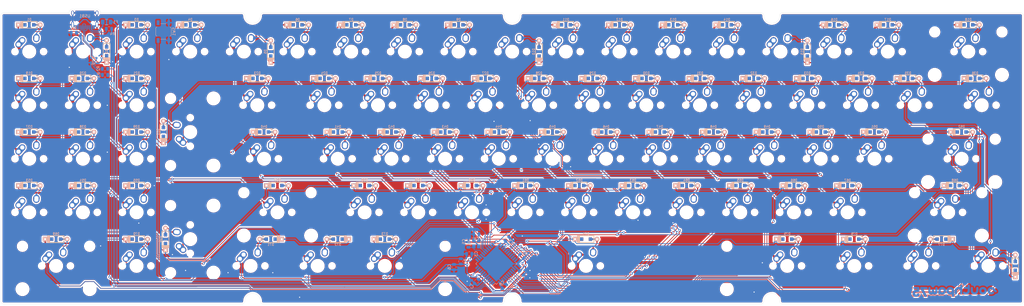
<source format=kicad_pcb>
(kicad_pcb (version 20171130) (host pcbnew "(5.1.4)-1")
  (layers (0 F.Cu signal) (31 B.Cu signal) (34 B.Paste user) (35 F.Paste user) (36 B.SilkS user) (37 F.SilkS user) (38 B.Mask user) (39 F.Mask user) (44 Edge.Cuts user))
  (net 0 "")
  (net 1 "Net-(D1-Pad2)")
  (net 2 "Net-(D2-Pad2)")
  (net 3 "Net-(D3-Pad2)")
  (net 4 "Net-(D4-Pad2)")
  (net 5 "Net-(D5-Pad2)")
  (net 6 "Net-(D6-Pad2)")
  (net 7 "Net-(D7-Pad2)")
  (net 8 "Net-(D8-Pad2)")
  (net 9 "Net-(D9-Pad2)")
  (net 10 "Net-(D10-Pad2)")
  (net 11 "Net-(D11-Pad2)")
  (net 12 "Net-(D12-Pad2)")
  (net 13 "Net-(D13-Pad2)")
  (net 14 "Net-(D14-Pad2)")
  (net 15 "Net-(D15-Pad2)")
  (net 16 "Net-(D16-Pad2)")
  (net 17 "Net-(D17-Pad2)")
  (net 18 "Net-(D18-Pad2)")
  (net 19 "Net-(D19-Pad2)")
  (net 20 "Net-(D20-Pad2)")
  (net 21 "Net-(D21-Pad2)")
  (net 22 "Net-(D22-Pad2)")
  (net 23 "Net-(D23-Pad2)")
  (net 24 "Net-(D24-Pad2)")
  (net 25 "Net-(D25-Pad2)")
  (net 26 "Net-(D26-Pad2)")
  (net 27 "Net-(D27-Pad2)")
  (net 28 "Net-(D28-Pad2)")
  (net 29 "Net-(D29-Pad2)")
  (net 30 "Net-(D30-Pad2)")
  (net 31 "Net-(D31-Pad2)")
  (net 32 "Net-(D32-Pad2)")
  (net 33 "Net-(D33-Pad2)")
  (net 34 "Net-(D34-Pad2)")
  (net 35 "Net-(D35-Pad2)")
  (net 36 "Net-(D36-Pad2)")
  (net 37 "Net-(D37-Pad2)")
  (net 38 "Net-(D38-Pad2)")
  (net 39 "Net-(D39-Pad2)")
  (net 40 "Net-(D40-Pad2)")
  (net 41 "Net-(D41-Pad2)")
  (net 42 "Net-(D42-Pad2)")
  (net 43 "Net-(D43-Pad2)")
  (net 44 "Net-(D44-Pad2)")
  (net 45 "Net-(D45-Pad2)")
  (net 46 "Net-(D46-Pad2)")
  (net 47 "Net-(D47-Pad2)")
  (net 48 "Net-(D48-Pad2)")
  (net 49 "Net-(D49-Pad2)")
  (net 50 "Net-(D50-Pad2)")
  (net 51 "Net-(D51-Pad2)")
  (net 52 "Net-(D52-Pad2)")
  (net 53 "Net-(D53-Pad2)")
  (net 54 "Net-(D54-Pad2)")
  (net 55 "Net-(D55-Pad2)")
  (net 56 "Net-(D56-Pad2)")
  (net 57 "Net-(D57-Pad2)")
  (net 58 "Net-(D58-Pad2)")
  (net 59 "Net-(D59-Pad2)")
  (net 60 "Net-(D60-Pad2)")
  (net 61 "Net-(D61-Pad2)")
  (net 62 "Net-(D62-Pad2)")
  (net 63 "Net-(D63-Pad2)")
  (net 64 "Net-(D64-Pad2)")
  (net 65 "Net-(D65-Pad2)")
  (net 66 "Net-(D66-Pad2)")
  (net 67 "Net-(D67-Pad2)")
  (net 68 "Net-(D68-Pad2)")
  (net 69 "Net-(D69-Pad2)")
  (net 70 "Net-(D70-Pad2)")
  (net 71 "Net-(D71-Pad2)")
  (net 72 "Net-(D72-Pad2)")
  (net 73 "Net-(D73-Pad2)")
  (net 74 "Net-(D74-Pad2)")
  (net 75 "Net-(D75-Pad2)")
  (net 76 "Net-(D76-Pad2)")
  (net 77 "Net-(D77-Pad2)")
  (net 78 "Net-(D78-Pad2)")
  (net 79 row0)
  (net 80 row1)
  (net 81 row2)
  (net 82 row3)
  (net 83 row4)
  (net 84 row5)
  (net 85 row6)
  (net 86 row7)
  (net 87 row8)
  (net 88 col0)
  (net 89 col1)
  (net 90 col2)
  (net 91 col3)
  (net 92 col4)
  (net 93 col5)
  (net 94 col6)
  (net 95 col7)
  (net 96 col8)
  (net 97 GND)
  (net 98 "Net-(R1-Pad2)")
  (net 99 +5V)
  (net 100 "Net-(C4-Pad2)")
  (net 101 "Net-(C5-Pad2)")
  (net 102 "Net-(C7-Pad2)")
  (net 103 VCC)
  (net 104 D+)
  (net 105 "Net-(R2-Pad1)")
  (net 106 D-)
  (net 107 "Net-(R3-Pad1)")
  (net 108 "Net-(R4-Pad1)")
  (net 109 "Net-(R5-Pad1)")
  (net 110 "Net-(R6-Pad2)")
  (net 111 "Net-(U1-Pad42)")
  (net 112 "Net-(U1-Pad32)")
  (net 113 "Net-(U1-Pad26)")
  (net 114 "Net-(U1-Pad12)")
  (net 115 "Net-(U1-Pad11)")
  (net 116 "Net-(U1-Pad9)")
  (net 117 "Net-(U1-Pad8)")
  (net 118 "Net-(U1-Pad1)")
  (net 119 "Net-(USB1-Pad3)")
  (net 120 "Net-(USB1-Pad9)")
  (module MX/Alps_Hybrid:MX-1U-NoLED (layer F.Cu) (at 170.731 -44.474)
    (fp_text reference K45)
    (fp_text value KEYSW)
    (pad 2 thru_hole oval (at 2.5 -4.5 86.0548) (size 2.831378 2.25) (drill 1.47 (offset 0.290689 0)) (layers *.Cu B.Mask) (net 45 "Net-(D45-Pad2)"))
    (pad 2 thru_hole circle (at 2.54 -5.08) (size 2.25 2.25) (drill 1.47) (layers *.Cu B.Mask) (net 45 "Net-(D45-Pad2)"))
    (pad 1 thru_hole oval (at -3.81 -2.54 48.0996) (size 4.211556 2.25) (drill 1.47 (offset 0.980778 0)) (layers *.Cu B.Mask) (net 96 col8))
    (pad "" np_thru_hole circle (at 0 0) (size 3.9878 3.9878) (drill 3.9878) (layers *.Cu *.Mask))
    (pad 1 thru_hole circle (at -2.5 -4) (size 2.25 2.25) (drill 1.47) (layers *.Cu B.Mask) (net 96 col8))
    (pad "" np_thru_hole circle (at -5.08 0 48.0996) (size 1.75 1.75) (drill 1.75) (layers *.Cu *.Mask))
    (pad "" np_thru_hole circle (at 5.08 0 48.0996) (size 1.75 1.75) (drill 1.75) (layers *.Cu *.Mask))
  )
  (module Capacitor_SMD:C_0805_2012Metric (layer B.Cu) (at 154.686 -15.9235 45)
    (fp_text reference C1 (at 0 1.65 45) (layer B.SilkS) (effects (justify mirror)))
    (fp_text value 0.1uF)
    (pad 2 smd roundrect (at 0.9375 0 45) (size 0.975 1.4) (layers B.Cu B.Paste B.Mask) (net 97 GND))
    (pad 1 smd roundrect (at -0.9375 0 45) (size 0.975 1.4) (layers B.Cu B.Paste B.Mask) (net 99 +5V))
  )
  (module Capacitor_SMD:C_0805_2012Metric (layer B.Cu) (at 153.67 0.889 45)
    (fp_text reference C8 (at 0.179605 -1.436841 45) (layer B.SilkS) (effects (justify mirror)))
    (fp_text value 0.1uF)
    (pad 2 smd roundrect (at 0.9375 0 45) (size 0.975 1.4) (layers B.Cu B.Paste B.Mask) (net 97 GND))
    (pad 1 smd roundrect (at -0.9375 0 45) (size 0.975 1.4) (layers B.Cu B.Paste B.Mask) (net 99 +5V))
  )
  (module MX/Alps_Hybrid:MX-1U-NoLED (layer F.Cu) (at 151.681 -44.474)
    (fp_text reference K44)
    (fp_text value KEYSW)
    (pad 2 thru_hole oval (at 2.5 -4.5 86.0548) (size 2.831378 2.25) (drill 1.47 (offset 0.290689 0)) (layers *.Cu B.Mask) (net 44 "Net-(D44-Pad2)"))
    (pad 2 thru_hole circle (at 2.54 -5.08) (size 2.25 2.25) (drill 1.47) (layers *.Cu B.Mask) (net 44 "Net-(D44-Pad2)"))
    (pad 1 thru_hole oval (at -3.81 -2.54 48.0996) (size 4.211556 2.25) (drill 1.47 (offset 0.980778 0)) (layers *.Cu B.Mask) (net 95 col7))
    (pad "" np_thru_hole circle (at 0 0) (size 3.9878 3.9878) (drill 3.9878) (layers *.Cu *.Mask))
    (pad 1 thru_hole circle (at -2.5 -4) (size 2.25 2.25) (drill 1.47) (layers *.Cu B.Mask) (net 95 col7))
    (pad "" np_thru_hole circle (at -5.08 0 48.0996) (size 1.75 1.75) (drill 1.75) (layers *.Cu *.Mask))
    (pad "" np_thru_hole circle (at 5.08 0 48.0996) (size 1.75 1.75) (drill 1.75) (layers *.Cu *.Mask))
  )
  (module MX/Alps_Hybrid:MX-1.25U-NoLED (layer F.Cu) (at 63.575 -6.374)
    (fp_text reference K71)
    (fp_text value KEYSW)
    (pad "" np_thru_hole circle (at 5.08 0 48.0996) (size 1.75 1.75) (drill 1.75) (layers *.Cu *.Mask))
    (pad "" np_thru_hole circle (at -5.08 0 48.0996) (size 1.75 1.75) (drill 1.75) (layers *.Cu *.Mask))
    (pad 1 thru_hole circle (at -2.5 -4) (size 2.25 2.25) (drill 1.47) (layers *.Cu B.Mask) (net 95 col7))
    (pad "" np_thru_hole circle (at 0 0) (size 3.9878 3.9878) (drill 3.9878) (layers *.Cu *.Mask))
    (pad 1 thru_hole oval (at -3.81 -2.54 48.0996) (size 4.211556 2.25) (drill 1.47 (offset 0.980778 0)) (layers *.Cu B.Mask) (net 95 col7))
    (pad 2 thru_hole circle (at 2.54 -5.08) (size 2.25 2.25) (drill 1.47) (layers *.Cu B.Mask) (net 71 "Net-(D71-Pad2)"))
    (pad 2 thru_hole oval (at 2.5 -4.5 86.0548) (size 2.831378 2.25) (drill 1.47 (offset 0.290689 0)) (layers *.Cu B.Mask) (net 71 "Net-(D71-Pad2)"))
  )
  (module MX/Alps_Hybrid:MX-1U-NoLED (layer F.Cu) (at 4.0442 -82.574)
    (fp_text reference K2)
    (fp_text value KEYSW)
    (pad 2 thru_hole oval (at 2.5 -4.5 86.0548) (size 2.831378 2.25) (drill 1.47 (offset 0.290689 0)) (layers *.Cu B.Mask) (net 2 "Net-(D2-Pad2)"))
    (pad 2 thru_hole circle (at 2.54 -5.08) (size 2.25 2.25) (drill 1.47) (layers *.Cu B.Mask) (net 2 "Net-(D2-Pad2)"))
    (pad 1 thru_hole oval (at -3.81 -2.54 48.0996) (size 4.211556 2.25) (drill 1.47 (offset 0.980778 0)) (layers *.Cu B.Mask) (net 89 col1))
    (pad "" np_thru_hole circle (at 0 0) (size 3.9878 3.9878) (drill 3.9878) (layers *.Cu *.Mask))
    (pad 1 thru_hole circle (at -2.5 -4) (size 2.25 2.25) (drill 1.47) (layers *.Cu B.Mask) (net 89 col1))
    (pad "" np_thru_hole circle (at -5.08 0 48.0996) (size 1.75 1.75) (drill 1.75) (layers *.Cu *.Mask))
    (pad "" np_thru_hole circle (at 5.08 0 48.0996) (size 1.75 1.75) (drill 1.75) (layers *.Cu *.Mask))
  )
  (module Capacitor_SMD:C_0805_2012Metric (layer B.Cu) (at 159.766 -3.8885 315)
    (fp_text reference C2 (at 0 1.65 135) (layer B.SilkS) (effects (justify mirror)))
    (fp_text value 0.1uF)
    (pad 2 smd roundrect (at 0.9375 0 315) (size 0.975 1.4) (layers B.Cu B.Paste B.Mask) (net 97 GND))
    (pad 1 smd roundrect (at -0.9375 0 315) (size 0.975 1.4) (layers B.Cu B.Paste B.Mask) (net 99 +5V))
  )
  (module digikey-footprints:TO-253-4 (layer B.Cu) (at 7.874 -79.375)
    (fp_text reference D79 (at 0 0 270) (layer B.SilkS) (effects (justify mirror)))
    (fp_text value PRTR5V0U2X_215)
    (pad 1 smd rect (at -1 0.75) (size 0.7 1) (layers B.Cu B.Paste B.Mask) (net 97 GND))
    (pad 3 smd rect (at 1 -0.95) (size 0.7 0.6) (layers B.Cu B.Paste B.Mask) (net 104 D+))
    (pad 4 smd rect (at 1 0.95) (size 0.7 0.6) (layers B.Cu B.Paste B.Mask) (net 103 VCC))
    (pad 2 smd rect (at -1 -0.95) (size 0.7 0.6) (layers B.Cu B.Paste B.Mask) (net 106 D-))
  )
  (module Capacitor_SMD:C_0805_2012Metric (layer B.Cu) (at 143.764 -0.889 45)
    (fp_text reference C7 (at -2.604274 -0.089803 135) (layer B.SilkS) (effects (justify mirror)))
    (fp_text value 1uF)
    (pad 2 smd roundrect (at 0.9375 0 45) (size 0.975 1.4) (layers B.Cu B.Paste B.Mask) (net 102 "Net-(C7-Pad2)"))
    (pad 1 smd roundrect (at -0.9375 0 45) (size 0.975 1.4) (layers B.Cu B.Paste B.Mask) (net 97 GND))
  )
  (module Capacitor_SMD:C_0805_2012Metric (layer B.Cu) (at 135.763 -5.969 270)
    (fp_text reference C6 (at 0 1.65 90) (layer B.SilkS) (effects (justify mirror)))
    (fp_text value 10uF)
    (pad 2 smd roundrect (at 0.9375 0 270) (size 0.975 1.4) (layers B.Cu B.Paste B.Mask) (net 97 GND))
    (pad 1 smd roundrect (at -0.9375 0 270) (size 0.975 1.4) (layers B.Cu B.Paste B.Mask) (net 99 +5V))
  )
  (module Capacitor_SMD:C_0805_2012Metric (layer B.Cu) (at 140.8938 -13.9423 270)
    (fp_text reference C5 (at -1.0437 1.65 90) (layer B.SilkS) (effects (justify mirror)))
    (fp_text value 10uF)
    (pad 1 smd roundrect (at -0.9375 0 270) (size 0.975 1.4) (layers B.Cu B.Paste B.Mask) (net 97 GND))
    (pad 2 smd roundrect (at 0.9375 0 270) (size 0.975 1.4) (layers B.Cu B.Paste B.Mask) (net 101 "Net-(C5-Pad2)"))
  )
  (module Capacitor_SMD:C_0805_2012Metric (layer B.Cu) (at 143.7155 -17.653)
    (fp_text reference C4 (at 0 1.65) (layer B.SilkS) (effects (justify mirror)))
    (fp_text value 10uf)
    (pad 2 smd roundrect (at 0.9375 0) (size 0.975 1.4) (layers B.Cu B.Paste B.Mask) (net 100 "Net-(C4-Pad2)"))
    (pad 1 smd roundrect (at -0.9375 0) (size 0.975 1.4) (layers B.Cu B.Paste B.Mask) (net 97 GND))
  )
  (module Capacitor_SMD:C_0805_2012Metric (layer B.Cu) (at 141.1755 -10.668 180)
    (fp_text reference C3 (at -2.4615 0 270) (layer B.SilkS) (effects (justify mirror)))
    (fp_text value 0.1uF)
    (pad 1 smd roundrect (at -0.9375 0 180) (size 0.975 1.4) (layers B.Cu B.Paste B.Mask) (net 99 +5V))
    (pad 2 smd roundrect (at 0.9375 0 180) (size 0.975 1.4) (layers B.Cu B.Paste B.Mask) (net 97 GND))
  )
  (module Crystal:Crystal_SMD_3225-4Pin_3.2x2.5mm (layer B.Cu) (at 143.676 -14.394 270)
    (fp_text reference Y1 (at 0 2.45 90) (layer B.SilkS) (effects (justify mirror)))
    (fp_text value 16MHz)
    (pad 1 smd rect (at -1.1 -0.85 270) (size 1.4 1.2) (layers B.Cu B.Paste B.Mask) (net 100 "Net-(C4-Pad2)"))
    (pad 2 smd rect (at 1.1 -0.85 270) (size 1.4 1.2) (layers B.Cu B.Paste B.Mask) (net 97 GND))
    (pad 3 smd rect (at 1.1 0.85 270) (size 1.4 1.2) (layers B.Cu B.Paste B.Mask) (net 101 "Net-(C5-Pad2)"))
    (pad 4 smd rect (at -1.1 0.85 270) (size 1.4 1.2) (layers B.Cu B.Paste B.Mask) (net 97 GND))
  )
  (module Type-C:HRO-TYPE-C-31-M-12 (layer B.Cu) (at 4.699 -98.933)
    (fp_text reference USB1 (at 0 3.683) (layer B.SilkS) (effects (justify mirror)))
    (fp_text value HRO-TYPE-C-31-M-12)
    (pad 13 thru_hole oval (at 4.32 2.6) (size 1 1.6) (drill oval 0.6 1.2) (layers *.Cu F.Mask) (net 97 GND))
    (pad 13 thru_hole oval (at -4.32 2.6) (size 1 1.6) (drill oval 0.6 1.2) (layers *.Cu F.Mask) (net 97 GND))
    (pad 13 thru_hole oval (at 4.32 6.78) (size 1 2.1) (drill oval 0.6 1.7) (layers *.Cu F.Mask) (net 97 GND))
    (pad 13 thru_hole oval (at -4.32 6.78) (size 1 2.1) (drill oval 0.6 1.7) (layers *.Cu F.Mask) (net 97 GND))
    (pad "" np_thru_hole circle (at -2.89 6.25) (size 0.65 0.65) (drill 0.65) (layers *.Cu *.Mask))
    (pad "" np_thru_hole circle (at 2.89 6.25) (size 0.65 0.65) (drill 0.65) (layers *.Cu *.Mask))
    (pad 6 smd rect (at -0.25 7.695) (size 0.3 1.45) (layers B.Cu B.Paste B.Mask) (net 104 D+))
    (pad 7 smd rect (at 0.25 7.695) (size 0.3 1.45) (layers B.Cu B.Paste B.Mask) (net 106 D-))
    (pad 8 smd rect (at 0.75 7.695) (size 0.3 1.45) (layers B.Cu B.Paste B.Mask) (net 104 D+))
    (pad 5 smd rect (at -0.75 7.695) (size 0.3 1.45) (layers B.Cu B.Paste B.Mask) (net 106 D-))
    (pad 9 smd rect (at 1.25 7.695) (size 0.3 1.45) (layers B.Cu B.Paste B.Mask) (net 120 "Net-(USB1-Pad9)"))
    (pad 4 smd rect (at -1.25 7.695) (size 0.3 1.45) (layers B.Cu B.Paste B.Mask) (net 109 "Net-(R5-Pad1)"))
    (pad 10 smd rect (at 1.75 7.695) (size 0.3 1.45) (layers B.Cu B.Paste B.Mask) (net 108 "Net-(R4-Pad1)"))
    (pad 3 smd rect (at -1.75 7.695) (size 0.3 1.45) (layers B.Cu B.Paste B.Mask) (net 119 "Net-(USB1-Pad3)"))
    (pad 2 smd rect (at -2.45 7.695) (size 0.6 1.45) (layers B.Cu B.Paste B.Mask) (net 103 VCC))
    (pad 11 smd rect (at 2.45 7.695) (size 0.6 1.45) (layers B.Cu B.Paste B.Mask) (net 103 VCC))
    (pad 1 smd rect (at -3.225 7.695) (size 0.6 1.45) (layers B.Cu B.Paste B.Mask) (net 97 GND))
    (pad 12 smd rect (at 3.225 7.695) (size 0.6 1.45) (layers B.Cu B.Paste B.Mask) (net 97 GND))
  )
  (module Package_QFP:TQFP-44_10x10mm_P0.8mm (layer B.Cu) (at 150.8125 -7.14375 45)
    (fp_text reference U1 (at 0 7.45 45) (layer B.SilkS) (effects (justify mirror)))
    (fp_text value ATmega32U4-AU)
    (pad 1 smd rect (at -5.7 4 45) (size 1.5 0.55) (layers B.Cu B.Paste B.Mask) (net 118 "Net-(U1-Pad1)"))
    (pad 2 smd rect (at -5.7 3.2 45) (size 1.5 0.55) (layers B.Cu B.Paste B.Mask) (net 99 +5V))
    (pad 3 smd rect (at -5.7 2.4 45) (size 1.5 0.55) (layers B.Cu B.Paste B.Mask) (net 107 "Net-(R3-Pad1)"))
    (pad 4 smd rect (at -5.7 1.6 45) (size 1.5 0.55) (layers B.Cu B.Paste B.Mask) (net 105 "Net-(R2-Pad1)"))
    (pad 5 smd rect (at -5.7 0.8 45) (size 1.5 0.55) (layers B.Cu B.Paste B.Mask) (net 97 GND))
    (pad 6 smd rect (at -5.7 0 45) (size 1.5 0.55) (layers B.Cu B.Paste B.Mask) (net 102 "Net-(C7-Pad2)"))
    (pad 7 smd rect (at -5.7 -0.8 45) (size 1.5 0.55) (layers B.Cu B.Paste B.Mask) (net 99 +5V))
    (pad 8 smd rect (at -5.7 -1.6 45) (size 1.5 0.55) (layers B.Cu B.Paste B.Mask) (net 117 "Net-(U1-Pad8)"))
    (pad 9 smd rect (at -5.7 -2.4 45) (size 1.5 0.55) (layers B.Cu B.Paste B.Mask) (net 116 "Net-(U1-Pad9)"))
    (pad 10 smd rect (at -5.7 -3.2 45) (size 1.5 0.55) (layers B.Cu B.Paste B.Mask) (net 79 row0))
    (pad 11 smd rect (at -5.7 -4 45) (size 1.5 0.55) (layers B.Cu B.Paste B.Mask) (net 115 "Net-(U1-Pad11)"))
    (pad 12 smd rect (at -4 -5.7 315) (size 1.5 0.55) (layers B.Cu B.Paste B.Mask) (net 114 "Net-(U1-Pad12)"))
    (pad 13 smd rect (at -3.2 -5.7 315) (size 1.5 0.55) (layers B.Cu B.Paste B.Mask) (net 98 "Net-(R1-Pad2)"))
    (pad 14 smd rect (at -2.4 -5.7 315) (size 1.5 0.55) (layers B.Cu B.Paste B.Mask) (net 99 +5V))
    (pad 15 smd rect (at -1.6 -5.7 315) (size 1.5 0.55) (layers B.Cu B.Paste B.Mask) (net 97 GND))
    (pad 16 smd rect (at -0.8 -5.7 315) (size 1.5 0.55) (layers B.Cu B.Paste B.Mask) (net 101 "Net-(C5-Pad2)"))
    (pad 17 smd rect (at 0 -5.7 315) (size 1.5 0.55) (layers B.Cu B.Paste B.Mask) (net 100 "Net-(C4-Pad2)"))
    (pad 18 smd rect (at 0.8 -5.7 315) (size 1.5 0.55) (layers B.Cu B.Paste B.Mask) (net 93 col5))
    (pad 19 smd rect (at 1.6 -5.7 315) (size 1.5 0.55) (layers B.Cu B.Paste B.Mask) (net 94 col6))
    (pad 20 smd rect (at 2.4 -5.7 315) (size 1.5 0.55) (layers B.Cu B.Paste B.Mask) (net 85 row6))
    (pad 21 smd rect (at 3.2 -5.7 315) (size 1.5 0.55) (layers B.Cu B.Paste B.Mask) (net 83 row4))
    (pad 22 smd rect (at 4 -5.7 315) (size 1.5 0.55) (layers B.Cu B.Paste B.Mask) (net 87 row8))
    (pad 23 smd rect (at 5.7 -4 45) (size 1.5 0.55) (layers B.Cu B.Paste B.Mask) (net 97 GND))
    (pad 24 smd rect (at 5.7 -3.2 45) (size 1.5 0.55) (layers B.Cu B.Paste B.Mask) (net 99 +5V))
    (pad 25 smd rect (at 5.7 -2.4 45) (size 1.5 0.55) (layers B.Cu B.Paste B.Mask) (net 82 row3))
    (pad 26 smd rect (at 5.7 -1.6 45) (size 1.5 0.55) (layers B.Cu B.Paste B.Mask) (net 113 "Net-(U1-Pad26)"))
    (pad 27 smd rect (at 5.7 -0.8 45) (size 1.5 0.55) (layers B.Cu B.Paste B.Mask) (net 95 col7))
    (pad 28 smd rect (at 5.7 0 45) (size 1.5 0.55) (layers B.Cu B.Paste B.Mask) (net 96 col8))
    (pad 29 smd rect (at 5.7 0.8 45) (size 1.5 0.55) (layers B.Cu B.Paste B.Mask) (net 86 row7))
    (pad 30 smd rect (at 5.7 1.6 45) (size 1.5 0.55) (layers B.Cu B.Paste B.Mask) (net 88 col0))
    (pad 31 smd rect (at 5.7 2.4 45) (size 1.5 0.55) (layers B.Cu B.Paste B.Mask) (net 81 row2))
    (pad 32 smd rect (at 5.7 3.2 45) (size 1.5 0.55) (layers B.Cu B.Paste B.Mask) (net 112 "Net-(U1-Pad32)"))
    (pad 33 smd rect (at 5.7 4 45) (size 1.5 0.55) (layers B.Cu B.Paste B.Mask) (net 110 "Net-(R6-Pad2)"))
    (pad 34 smd rect (at 4 5.7 315) (size 1.5 0.55) (layers B.Cu B.Paste B.Mask) (net 99 +5V))
    (pad 35 smd rect (at 3.2 5.7 315) (size 1.5 0.55) (layers B.Cu B.Paste B.Mask) (net 97 GND))
    (pad 36 smd rect (at 2.4 5.7 315) (size 1.5 0.55) (layers B.Cu B.Paste B.Mask) (net 89 col1))
    (pad 37 smd rect (at 1.6 5.7 315) (size 1.5 0.55) (layers B.Cu B.Paste B.Mask) (net 90 col2))
    (pad 38 smd rect (at 0.8 5.7 315) (size 1.5 0.55) (layers B.Cu B.Paste B.Mask) (net 91 col3))
    (pad 39 smd rect (at 0 5.7 315) (size 1.5 0.55) (layers B.Cu B.Paste B.Mask) (net 92 col4))
    (pad 40 smd rect (at -0.8 5.7 315) (size 1.5 0.55) (layers B.Cu B.Paste B.Mask) (net 84 row5))
    (pad 41 smd rect (at -1.6 5.7 315) (size 1.5 0.55) (layers B.Cu B.Paste B.Mask) (net 80 row1))
    (pad 42 smd rect (at -2.4 5.7 315) (size 1.5 0.55) (layers B.Cu B.Paste B.Mask) (net 111 "Net-(U1-Pad42)"))
    (pad 43 smd rect (at -3.2 5.7 315) (size 1.5 0.55) (layers B.Cu B.Paste B.Mask) (net 97 GND))
    (pad 44 smd rect (at -4 5.7 315) (size 1.5 0.55) (layers B.Cu B.Paste B.Mask) (net 99 +5V))
  )
  (module Resistor_SMD:R_0805_2012Metric (layer B.Cu) (at 159.865087 -9.806913 135)
    (fp_text reference R6 (at 0 1.65 135) (layer B.SilkS) (effects (justify mirror)))
    (fp_text value 10k)
    (pad 1 smd roundrect (at -0.9375 0 135) (size 0.975 1.4) (layers B.Cu B.Paste B.Mask) (net 97 GND))
    (pad 2 smd roundrect (at 0.9375 0 135) (size 0.975 1.4) (layers B.Cu B.Paste B.Mask) (net 110 "Net-(R6-Pad2)"))
  )
  (module Resistor_SMD:R_0805_2012Metric (layer B.Cu) (at 0.8105 -89.281 180)
    (fp_text reference R5 (at 0 1.65) (layer B.SilkS) (effects (justify mirror)))
    (fp_text value 5.1k)
    (pad 1 smd roundrect (at -0.9375 0 180) (size 0.975 1.4) (layers B.Cu B.Paste B.Mask) (net 109 "Net-(R5-Pad1)"))
    (pad 2 smd roundrect (at 0.9375 0 180) (size 0.975 1.4) (layers B.Cu B.Paste B.Mask) (net 97 GND))
  )
  (module Resistor_SMD:R_0805_2012Metric (layer B.Cu) (at 13.2865 -90.678)
    (fp_text reference R4 (at 1.3185 1.778) (layer B.SilkS) (effects (justify mirror)))
    (fp_text value 5.1k)
    (pad 1 smd roundrect (at -0.9375 0) (size 0.975 1.4) (layers B.Cu B.Paste B.Mask) (net 108 "Net-(R4-Pad1)"))
    (pad 2 smd roundrect (at 0.9375 0) (size 0.975 1.4) (layers B.Cu B.Paste B.Mask) (net 97 GND))
  )
  (module Resistor_SMD:R_0805_2012Metric (layer B.Cu) (at 11.8895 -74.295 180)
    (fp_text reference R3 (at 2.2375 0 90) (layer B.SilkS) (effects (justify mirror)))
    (fp_text value 22)
    (pad 1 smd roundrect (at -0.9375 0 180) (size 0.975 1.4) (layers B.Cu B.Paste B.Mask) (net 107 "Net-(R3-Pad1)"))
    (pad 2 smd roundrect (at 0.9375 0 180) (size 0.975 1.4) (layers B.Cu B.Paste B.Mask) (net 106 D-))
  )
  (module Resistor_SMD:R_0805_2012Metric (layer B.Cu) (at 11.8595 -76.454 180)
    (fp_text reference R2 (at 2.3345 0.127 90) (layer B.SilkS) (effects (justify mirror)))
    (fp_text value 22)
    (pad 1 smd roundrect (at -0.9375 0 180) (size 0.975 1.4) (layers B.Cu B.Paste B.Mask) (net 105 "Net-(R2-Pad1)"))
    (pad 2 smd roundrect (at 0.9375 0 180) (size 0.975 1.4) (layers B.Cu B.Paste B.Mask) (net 104 D+))
  )
  (module Resistor_SMD:R_0805_2012Metric (layer B.Cu) (at 138.176 -8.001 90)
    (fp_text reference R1 (at 0 1.65 90) (layer B.SilkS) (effects (justify mirror)))
    (fp_text value 10k)
    (pad 1 smd roundrect (at -0.9375 0 90) (size 0.975 1.4) (layers B.Cu B.Paste B.Mask) (net 99 +5V))
    (pad 2 smd roundrect (at 0.9375 0 90) (size 0.975 1.4) (layers B.Cu B.Paste B.Mask) (net 98 "Net-(R1-Pad2)"))
  )
  (module Fuse:Fuse_1206_3216Metric (layer B.Cu) (at 12.443 -93.091)
    (fp_text reference F1 (at 3.178 0) (layer B.SilkS) (effects (justify mirror)))
    (fp_text value 500mA)
    (pad 1 smd roundrect (at -1.4 0) (size 1.25 1.75) (layers B.Cu B.Paste B.Mask) (roundrect_rratio 0.2) (net 103 VCC))
    (pad 2 smd roundrect (at 1.4 0) (size 1.25 1.75) (layers B.Cu B.Paste B.Mask) (roundrect_rratio 0.2) (net 99 +5V))
  )
  (module Logos:southpaw75smallcopy (layer B.Cu) (at 313.563 2.44475 180)
    (fp_text reference G*** hide)
    (fp_text value LOGO hide)
    (fp_poly (pts (xy 12.228876 1.175838) (xy 12.29661 1.019696) (xy 12.27407 0.852157) (xy 12.267208 0.831793) (xy 12.211696 0.704997) (xy 12.10685 0.494265) (xy 11.962971 0.218177) (xy 11.79036 -0.104687) (xy 11.599319 -0.455745) (xy 11.400147 -0.816417) (xy 11.203147 -1.168122) (xy 11.018619 -1.49228) (xy 10.856864 -1.770309) (xy 10.728182 -1.983628) (xy 10.642876 -2.113658) (xy 10.617946 -2.143125) (xy 10.428308 -2.217171) (xy 10.213803 -2.181046) (xy 10.110629 -2.123649) (xy 9.991677 -1.96985) (xy 9.970021 -1.853774) (xy 9.999656 -1.746108) (xy 10.081991 -1.547585) (xy 10.207679 -1.278162) (xy 10.367376 -0.957793) (xy 10.551735 -0.606435) (xy 10.570554 -0.5715) (xy 11.170566 0.53975) (xy 10.501199 0.5715) (xy 10.19202 0.589375) (xy 9.984753 0.611457) (xy 9.854314 0.642865) (xy 9.775619 0.688722) (xy 9.741916 0.726512) (xy 9.659111 0.912002) (xy 9.694863 1.098713) (xy 9.75085 1.192371) (xy 9.791009 1.242684) (xy 9.843029 1.279356) (xy 9.925786 1.304542) (xy 10.058154 1.320395) (xy 10.25901 1.32907) (xy 10.547229 1.332719) (xy 10.941686 1.333498) (xy 10.987636 1.3335) (xy 12.125572 1.3335) (xy 12.228876 1.175838)) (layer B.Cu) (width 0.01))
    (fp_poly (pts (xy 1.95101 1.302242) (xy 2.127643 1.264781) (xy 2.270392 1.194593) (xy 2.392464 1.104357) (xy 2.708872 0.787813) (xy 2.900844 0.447783) (xy 2.952999 0.252522) (xy 2.961421 -0.157582) (xy 2.854783 -0.547229) (xy 2.643922 -0.890675) (xy 2.364451 -1.145593) (xy 2.2359 -1.223025) (xy 2.103284 -1.269912) (xy 1.929564 -1.293592) (xy 1.6777 -1.301403) (xy 1.576277 -1.30175) (xy 1.016 -1.30175) (xy 1.016 -1.607549) (xy 0.998461 -1.880572) (xy 0.936819 -2.050216) (xy 0.81753 -2.13637) (xy 0.640541 -2.159) (xy 0.462404 -2.136784) (xy 0.335359 -2.081992) (xy 0.321455 -2.068516) (xy 0.293221 -1.987927) (xy 0.274071 -1.81891) (xy 0.263593 -1.551617) (xy 0.261378 -1.176197) (xy 0.266055 -0.741047) (xy 0.277853 0) (xy 1.050636 0) (xy 1.071781 -0.203726) (xy 1.152801 -0.347566) (xy 1.227359 -0.419489) (xy 1.459264 -0.549367) (xy 1.701937 -0.567177) (xy 1.924951 -0.473546) (xy 2.003282 -0.403477) (xy 2.117135 -0.207903) (xy 2.159073 0.024273) (xy 2.123704 0.240362) (xy 2.077605 0.323003) (xy 1.874715 0.496131) (xy 1.633632 0.562653) (xy 1.387033 0.518861) (xy 1.227359 0.41949) (xy 1.104774 0.282043) (xy 1.055784 0.117274) (xy 1.050636 0) (xy 0.277853 0) (xy 0.28575 0.495938) (xy 0.485674 0.771708) (xy 0.748045 1.05877) (xy 1.049998 1.237489) (xy 1.413037 1.317647) (xy 1.693964 1.321437) (xy 1.95101 1.302242)) (layer B.Cu) (width 0.01))
    (fp_poly (pts (xy 13.663533 1.397) (xy 14.016497 1.39509) (xy 14.264702 1.387575) (xy 14.430354 1.371777) (xy 14.535662 1.345021) (xy 14.602831 1.304629) (xy 14.626908 1.280875) (xy 14.718185 1.100117) (xy 14.713064 0.901544) (xy 14.615874 0.740092) (xy 14.525467 0.686551) (xy 14.380991 0.653879) (xy 14.156105 0.638114) (xy 13.917374 0.635001) (xy 13.643753 0.633795) (xy 13.472921 0.625779) (xy 13.380668 0.604353) (xy 13.342783 0.562916) (xy 13.335057 0.494871) (xy 13.335 0.47625) (xy 13.342545 0.38991) (xy 13.384594 0.342377) (xy 13.490267 0.322104) (xy 13.688684 0.317544) (xy 13.735317 0.3175) (xy 13.993875 0.305653) (xy 14.188362 0.25919) (xy 14.380391 0.161728) (xy 14.424666 0.134202) (xy 14.703105 -0.110763) (xy 14.887495 -0.41641) (xy 14.977835 -0.758078) (xy 14.974126 -1.111105) (xy 14.876368 -1.450828) (xy 14.68456 -1.752585) (xy 14.424666 -1.975701) (xy 14.220728 -2.087684) (xy 14.027868 -2.142086) (xy 13.781155 -2.156309) (xy 13.751192 -2.156193) (xy 13.378262 -2.117237) (xy 13.136311 -2.031619) (xy 12.916808 -1.882379) (xy 12.731163 -1.696612) (xy 12.607784 -1.507458) (xy 12.573 -1.374507) (xy 12.620423 -1.153071) (xy 12.746368 -1.011846) (xy 12.926349 -0.956756) (xy 13.135881 -0.993727) (xy 13.350476 -1.128685) (xy 13.3985 -1.17475) (xy 13.579709 -1.333841) (xy 13.731125 -1.387316) (xy 13.885391 -1.340152) (xy 13.993186 -1.265391) (xy 14.126935 -1.105362) (xy 14.1605 -0.920749) (xy 14.125295 -0.718516) (xy 14.011492 -0.577062) (xy 13.806812 -0.489555) (xy 13.498974 -0.449163) (xy 13.304528 -0.444499) (xy 13.021019 -0.439538) (xy 12.822187 -0.411913) (xy 12.693027 -0.342511) (xy 12.618534 -0.212221) (xy 12.583704 -0.001929) (xy 12.573531 0.307476) (xy 12.573 0.487284) (xy 12.574364 0.817083) (xy 12.590238 1.055703) (xy 12.638292 1.217886) (xy 12.736197 1.318372) (xy 12.901625 1.371901) (xy 13.152245 1.393216) (xy 13.50573 1.397057) (xy 13.663533 1.397)) (layer B.Cu) (width 0.01))
    (fp_poly (pts (xy -12.654355 1.308526) (xy -12.378745 1.234231) (xy -12.332346 1.21268) (xy -12.007316 0.982877) (xy -11.77522 0.688858) (xy -11.63611 0.352196) (xy -11.59004 -0.005537) (xy -11.637064 -0.36277) (xy -11.777235 -0.69793) (xy -12.010607 -0.989445) (xy -12.326334 -1.210241) (xy -12.631532 -1.308775) (xy -12.985583 -1.336417) (xy -13.335769 -1.294048) (xy -13.618852 -1.188625) (xy -13.798274 -1.061085) (xy -13.939245 -0.916521) (xy -13.966798 -0.875079) (xy -14.024346 -0.748606) (xy -14.011268 -0.649518) (xy -13.930576 -0.526785) (xy -13.75484 -0.368382) (xy -13.558408 -0.335173) (xy -13.344611 -0.427643) (xy -13.328926 -0.43895) (xy -13.080526 -0.557213) (xy -12.834305 -0.550407) (xy -12.603819 -0.419478) (xy -12.568116 -0.385884) (xy -12.413773 -0.163592) (xy -12.385889 0.063603) (xy -12.484464 0.288896) (xy -12.568116 0.385885) (xy -12.721336 0.516544) (xy -12.866576 0.578591) (xy -13.021353 0.566278) (xy -13.203186 0.473859) (xy -13.429594 0.295587) (xy -13.718093 0.025715) (xy -13.744375 0) (xy -13.998891 -0.244632) (xy -14.186062 -0.410137) (xy -14.324943 -0.510466) (xy -14.434593 -0.559571) (xy -14.525036 -0.5715) (xy -14.743722 -0.521901) (xy -14.881384 -0.383294) (xy -14.9225 -0.200585) (xy -14.900016 -0.102869) (xy -14.824278 0.022977) (xy -14.682861 0.192839) (xy -14.463339 0.422605) (xy -14.335125 0.550404) (xy -14.094905 0.779906) (xy -13.86752 0.983685) (xy -13.677682 1.140445) (xy -13.550102 1.228886) (xy -13.544529 1.231775) (xy -13.291442 1.308152) (xy -12.976652 1.333452) (xy -12.654355 1.308526)) (layer B.Cu) (width 0.01))
    (fp_poly (pts (xy -9.580219 1.277575) (xy -9.276668 1.157924) (xy -9.199237 1.109329) (xy -8.905247 0.837927) (xy -8.723055 0.512495) (xy -8.648412 0.123879) (xy -8.648914 -0.076638) (xy -8.724727 -0.498614) (xy -8.897895 -0.842652) (xy -9.160237 -1.100988) (xy -9.503568 -1.265853) (xy -9.919708 -1.329484) (xy -9.9695 -1.329969) (xy -10.219433 -1.31615) (xy -10.445963 -1.281788) (xy -10.57275 -1.244569) (xy -10.74772 -1.140728) (xy -10.924416 -0.997465) (xy -10.943772 -0.9785) (xy -11.187633 -0.651577) (xy -11.320266 -0.291326) (xy -11.340087 0.003015) (xy -10.541 0.003015) (xy -10.487971 -0.249758) (xy -10.347689 -0.436845) (xy -10.14836 -0.545453) (xy -9.918192 -0.56279) (xy -9.685394 -0.476065) (xy -9.60936 -0.419489) (xy -9.486775 -0.282042) (xy -9.437785 -0.117273) (xy -9.432637 0) (xy -9.484218 0.257643) (xy -9.621445 0.443548) (xy -9.818039 0.545998) (xy -10.047726 0.553276) (xy -10.284228 0.453666) (xy -10.345628 0.407106) (xy -10.484581 0.257899) (xy -10.537133 0.091123) (xy -10.541 0.003015) (xy -11.340087 0.003015) (xy -11.345376 0.081548) (xy -11.266667 0.446339) (xy -11.087844 0.782344) (xy -10.812611 1.068858) (xy -10.547226 1.237762) (xy -10.262814 1.322003) (xy -9.924706 1.333771) (xy -9.580219 1.277575)) (layer B.Cu) (width 0.01))
    (fp_poly (pts (xy -7.765765 1.301528) (xy -7.698176 1.254125) (xy -7.669091 1.160475) (xy -7.641476 0.970401) (xy -7.619017 0.714461) (xy -7.608164 0.508) (xy -7.585988 0.141132) (xy -7.547081 -0.121321) (xy -7.483673 -0.301624) (xy -7.387998 -0.422045) (xy -7.25531 -0.503481) (xy -6.992492 -0.567625) (xy -6.751963 -0.507335) (xy -6.623539 -0.418353) (xy -6.546148 -0.34569) (xy -6.493777 -0.268253) (xy -6.460012 -0.159373) (xy -6.438443 0.007622) (xy -6.422656 0.259404) (xy -6.413623 0.454772) (xy -6.396519 0.750007) (xy -6.374436 1.001596) (xy -6.350405 1.180463) (xy -6.330378 1.254126) (xy -6.226041 1.31503) (xy -6.058382 1.330674) (xy -5.881987 1.30298) (xy -5.751445 1.233873) (xy -5.751286 1.233715) (xy -5.706396 1.16263) (xy -5.676655 1.041306) (xy -5.659462 0.847647) (xy -5.652213 0.559553) (xy -5.6515 0.386452) (xy -5.654279 0.052743) (xy -5.665591 -0.185069) (xy -5.6899 -0.358022) (xy -5.73167 -0.497153) (xy -5.795365 -0.6335) (xy -5.799251 -0.640887) (xy -5.94652 -0.852307) (xy -6.141339 -1.051622) (xy -6.216002 -1.110218) (xy -6.387227 -1.216551) (xy -6.55512 -1.27813) (xy -6.769757 -1.30941) (xy -6.941377 -1.319631) (xy -7.251485 -1.319574) (xy -7.47109 -1.284615) (xy -7.58825 -1.237272) (xy -7.92475 -0.994835) (xy -8.184657 -0.681552) (xy -8.261613 -0.53975) (xy -8.323046 -0.341061) (xy -8.365056 -0.073075) (xy -8.387568 0.232916) (xy -8.390506 0.545621) (xy -8.373795 0.833748) (xy -8.33736 1.066004) (xy -8.281125 1.211099) (xy -8.265875 1.228409) (xy -8.11609 1.30562) (xy -7.930566 1.330845) (xy -7.765765 1.301528)) (layer B.Cu) (width 0.01))
    (fp_poly (pts (xy -4.781231 2.141555) (xy -4.651269 2.085754) (xy -4.648201 2.082801) (xy -4.602907 1.977416) (xy -4.575613 1.79796) (xy -4.572 1.701801) (xy -4.572 1.397) (xy -4.010342 1.397) (xy -3.676867 1.384972) (xy -3.450869 1.34287) (xy -3.314585 1.261672) (xy -3.250247 1.132354) (xy -3.2385 1.004967) (xy -3.26534 0.845436) (xy -3.356918 0.736571) (xy -3.529818 0.670621) (xy -3.800629 0.639833) (xy -4.030069 0.635) (xy -4.589388 0.635) (xy -4.555144 0.208397) (xy -4.529112 -0.032592) (xy -4.487799 -0.189319) (xy -4.414776 -0.304517) (xy -4.323199 -0.394853) (xy -4.113058 -0.532473) (xy -3.896974 -0.559984) (xy -3.648138 -0.47863) (xy -3.55813 -0.430334) (xy -3.315349 -0.339473) (xy -3.106804 -0.355683) (xy -2.951772 -0.474503) (xy -2.895729 -0.583585) (xy -2.881394 -0.785833) (xy -2.972724 -0.96691) (xy -3.149169 -1.119728) (xy -3.390176 -1.237197) (xy -3.675194 -1.312228) (xy -3.983672 -1.337731) (xy -4.295058 -1.306618) (xy -4.588801 -1.211798) (xy -4.641388 -1.185749) (xy -4.852386 -1.038753) (xy -5.051889 -0.843904) (xy -5.11175 -0.767756) (xy -5.30225 -0.497512) (xy -5.321945 0.740261) (xy -5.326767 1.220813) (xy -5.323701 1.584436) (xy -5.312337 1.840978) (xy -5.292263 2.000289) (xy -5.266545 2.068517) (xy -5.147766 2.131576) (xy -4.966362 2.156376) (xy -4.781231 2.141555)) (layer B.Cu) (width 0.01))
    (fp_poly (pts (xy -2.082076 2.097293) (xy -2.010092 2.042875) (xy -1.931438 1.873206) (xy -1.905 1.612175) (xy -1.905 1.297599) (xy -1.466299 1.322388) (xy -1.089573 1.321107) (xy -0.795754 1.260514) (xy -0.549786 1.12835) (xy -0.32742 0.924157) (xy -0.16342 0.720661) (xy -0.050833 0.508107) (xy 0.018809 0.256789) (xy 0.05397 -0.062996) (xy 0.063145 -0.446245) (xy 0.053194 -0.806787) (xy 0.017553 -1.05866) (xy -0.051718 -1.218952) (xy -0.162562 -1.304748) (xy -0.322921 -1.333134) (xy -0.34925 -1.3335) (xy -0.513696 -1.313211) (xy -0.629444 -1.240918) (xy -0.704162 -1.099477) (xy -0.745514 -0.871747) (xy -0.761167 -0.540583) (xy -0.762 -0.410501) (xy -0.763728 -0.117792) (xy -0.773241 0.077521) (xy -0.797038 0.205037) (xy -0.841614 0.294354) (xy -0.913467 0.37507) (xy -0.9401 0.40087) (xy -1.166107 0.543027) (xy -1.407111 0.562195) (xy -1.644845 0.45795) (xy -1.694962 0.418354) (xy -1.771496 0.34672) (xy -1.823558 0.270607) (xy -1.857314 0.163822) (xy -1.878934 0.000172) (xy -1.894584 -0.246539) (xy -1.904878 -0.473101) (xy -1.923125 -0.817862) (xy -1.94948 -1.055512) (xy -1.993808 -1.205928) (xy -2.065973 -1.288986) (xy -2.175839 -1.324563) (xy -2.331391 -1.332527) (xy -2.520819 -1.292978) (xy -2.601266 -1.210674) (xy -2.623969 -1.105815) (xy -2.642056 -0.899007) (xy -2.655594 -0.611574) (xy -2.664652 -0.26484) (xy -2.669297 0.119871) (xy -2.669596 0.521234) (xy -2.665618 0.917926) (xy -2.65743 1.288622) (xy -2.645101 1.611997) (xy -2.628697 1.866728) (xy -2.608287 2.031491) (xy -2.5908 2.082801) (xy -2.449238 2.147913) (xy -2.259514 2.151359) (xy -2.082076 2.097293)) (layer B.Cu) (width 0.01))
    (fp_poly (pts (xy 4.778969 1.32426) (xy 4.959808 1.285087) (xy 5.132808 1.198806) (xy 5.243025 1.127125) (xy 5.460052 0.959067) (xy 5.616311 0.778261) (xy 5.721937 0.559639) (xy 5.787066 0.278137) (xy 5.821834 -0.091315) (xy 5.831316 -0.327848) (xy 5.837307 -0.708025) (xy 5.825873 -0.979456) (xy 5.79049 -1.159929) (xy 5.724637 -1.267227) (xy 5.62179 -1.319138) (xy 5.475427 -1.333446) (xy 5.462513 -1.3335) (xy 5.294623 -1.319196) (xy 5.187987 -1.283703) (xy 5.176749 -1.272426) (xy 5.088442 -1.244002) (xy 4.978368 -1.272426) (xy 4.756117 -1.319252) (xy 4.472167 -1.329906) (xy 4.182648 -1.306624) (xy 3.943687 -1.251642) (xy 3.889772 -1.229065) (xy 3.58946 -1.017387) (xy 3.344851 -0.722176) (xy 3.178378 -0.378893) (xy 3.112476 -0.022996) (xy 3.112413 -0.017581) (xy 3.937018 -0.017581) (xy 3.988849 -0.225664) (xy 4.108278 -0.403164) (xy 4.278242 -0.528517) (xy 4.481676 -0.580163) (xy 4.701516 -0.53654) (xy 4.803119 -0.478779) (xy 4.972966 -0.292271) (xy 5.049765 -0.05797) (xy 5.020048 0.181509) (xy 5.015452 0.19303) (xy 4.867028 0.416588) (xy 4.663774 0.544602) (xy 4.434293 0.570445) (xy 4.207188 0.487492) (xy 4.104409 0.404091) (xy 3.96985 0.199525) (xy 3.937018 -0.017581) (xy 3.112413 -0.017581) (xy 3.112208 0) (xy 3.166741 0.33579) (xy 3.314731 0.669415) (xy 3.532759 0.964657) (xy 3.797408 1.185299) (xy 3.919085 1.247958) (xy 4.09391 1.29406) (xy 4.335544 1.325117) (xy 4.531034 1.3335) (xy 4.778969 1.32426)) (layer B.Cu) (width 0.01))
    (fp_poly (pts (xy 6.69047 1.326464) (xy 6.833694 1.267813) (xy 6.845299 1.257301) (xy 6.883131 1.153282) (xy 6.908014 0.928457) (xy 6.920147 0.580561) (xy 6.9215 0.376076) (xy 6.926277 -0.001781) (xy 6.94404 -0.269015) (xy 6.979933 -0.441763) (xy 7.039102 -0.536162) (xy 7.126692 -0.568346) (xy 7.220074 -0.560259) (xy 7.278847 -0.529831) (xy 7.318096 -0.448802) (xy 7.344559 -0.29214) (xy 7.364975 -0.034818) (xy 7.366 -0.018176) (xy 7.388086 0.230876) (xy 7.418661 0.431906) (xy 7.452069 0.550351) (xy 7.46125 0.564096) (xy 7.641886 0.660194) (xy 7.850866 0.657558) (xy 8.005014 0.58118) (xy 8.086092 0.499575) (xy 8.137359 0.393032) (xy 8.168883 0.227955) (xy 8.190728 -0.029252) (xy 8.1915 -0.041249) (xy 8.212521 -0.298067) (xy 8.24 -0.453356) (xy 8.281098 -0.532587) (xy 8.337425 -0.560265) (xy 8.451295 -0.566038) (xy 8.53265 -0.522434) (xy 8.586638 -0.413316) (xy 8.618402 -0.222548) (xy 8.633088 0.066007) (xy 8.636 0.376076) (xy 8.639239 0.744071) (xy 8.6536 1.003797) (xy 8.686052 1.173914) (xy 8.743559 1.273086) (xy 8.833088 1.319974) (xy 8.961608 1.33324) (xy 8.993414 1.3335) (xy 9.142085 1.323489) (xy 9.249374 1.281765) (xy 9.321918 1.190796) (xy 9.36635 1.033048) (xy 9.389306 0.790987) (xy 9.397421 0.447081) (xy 9.398 0.264349) (xy 9.391381 -0.164779) (xy 9.36701 -0.489554) (xy 9.318114 -0.732148) (xy 9.23792 -0.914733) (xy 9.119654 -1.059482) (xy 8.956543 -1.188565) (xy 8.953532 -1.190625) (xy 8.744823 -1.282252) (xy 8.481028 -1.330387) (xy 8.211047 -1.332519) (xy 7.983779 -1.286139) (xy 7.902327 -1.244594) (xy 7.787594 -1.188071) (xy 7.684583 -1.223076) (xy 7.653812 -1.244594) (xy 7.480827 -1.311253) (xy 7.237049 -1.334544) (xy 6.970399 -1.316216) (xy 6.7288 -1.258018) (xy 6.619294 -1.206843) (xy 6.4504 -1.088641) (xy 6.327938 -0.956537) (xy 6.244778 -0.788545) (xy 6.193794 -0.562679) (xy 6.167856 -0.256952) (xy 6.159835 0.150622) (xy 6.159737 0.21055) (xy 6.164267 0.542297) (xy 6.176857 0.835134) (xy 6.195727 1.061896) (xy 6.219098 1.19542) (xy 6.225234 1.210675) (xy 6.331914 1.29381) (xy 6.505101 1.333768) (xy 6.69047 1.326464)) (layer B.Cu) (width 0.01))
  )
  (module Logos:southpaw75small (layer B.Cu) (at 313.563 2.44475 180)
    (fp_text reference G*** hide)
    (fp_text value LOGO hide)
  )
  (module MX/Alps_Hybrid:MX-1U-NoLED (layer F.Cu) (at 189.781 -44.474)
    (fp_text reference K46)
    (fp_text value KEYSW)
    (pad "" np_thru_hole circle (at 5.08 0 48.0996) (size 1.75 1.75) (drill 1.75) (layers *.Cu *.Mask))
    (pad "" np_thru_hole circle (at -5.08 0 48.0996) (size 1.75 1.75) (drill 1.75) (layers *.Cu *.Mask))
    (pad 1 thru_hole circle (at -2.5 -4) (size 2.25 2.25) (drill 1.47) (layers *.Cu B.Mask) (net 88 col0))
    (pad "" np_thru_hole circle (at 0 0) (size 3.9878 3.9878) (drill 3.9878) (layers *.Cu *.Mask))
    (pad 1 thru_hole oval (at -3.81 -2.54 48.0996) (size 4.211556 2.25) (drill 1.47 (offset 0.980778 0)) (layers *.Cu B.Mask) (net 88 col0))
    (pad 2 thru_hole circle (at 2.54 -5.08) (size 2.25 2.25) (drill 1.47) (layers *.Cu B.Mask) (net 46 "Net-(D46-Pad2)"))
    (pad 2 thru_hole oval (at 2.5 -4.5 86.0548) (size 2.831378 2.25) (drill 1.47 (offset 0.290689 0)) (layers *.Cu B.Mask) (net 46 "Net-(D46-Pad2)"))
  )
  (module Canadian_Footprints:D_SOD123_axial-dual (layer B.Cu) (at 99.294 -92.099)
    (fp_text reference D7 (at 0 -1.925) (layer B.SilkS) (effects (font (size 0.8 0.8)) (justify mirror)))
    (fp_text value D hide)
    (pad 2 smd rect (at 2.7 0) (size 2.5 0.5) (layers B.Cu) (net 7 "Net-(D7-Pad2)"))
    (pad 1 smd rect (at -2.7 0) (size 2.5 0.5) (layers B.Cu) (net 79 row0))
    (pad 2 thru_hole circle (at 3.9 0) (size 1.6 1.6) (drill 0.7) (layers *.Cu *.Mask B.SilkS) (net 7 "Net-(D7-Pad2)"))
    (pad 1 thru_hole rect (at -3.9 0) (size 1.6 1.6) (drill 0.7) (layers *.Cu *.Mask B.SilkS) (net 79 row0))
    (pad 1 smd rect (at -1.575 0) (size 1.2 1.2) (layers B.Cu B.Paste B.Mask) (net 79 row0))
    (pad 2 smd rect (at 1.575 0) (size 1.2 1.2) (layers B.Cu B.Paste B.Mask) (net 7 "Net-(D7-Pad2)"))
    (pad 2 smd rect (at 2.7 0) (size 2.5 0.5) (layers F.Cu) (net 7 "Net-(D7-Pad2)"))
    (pad 2 smd rect (at 1.575 0) (size 1.2 1.2) (layers F.Cu F.Paste F.Mask) (net 7 "Net-(D7-Pad2)"))
    (pad 1 smd rect (at -1.575 0) (size 1.2 1.2) (layers F.Cu F.Paste F.Mask) (net 79 row0))
    (pad 1 smd rect (at -2.7 0) (size 2.5 0.5) (layers F.Cu) (net 79 row0))
  )
  (module MX/Alps_Hybrid:MX-1U-NoLED (layer F.Cu) (at 237.407 -25.424)
    (fp_text reference K65)
    (fp_text value KEYSW)
    (pad "" np_thru_hole circle (at 5.08 0 48.0996) (size 1.75 1.75) (drill 1.75) (layers *.Cu *.Mask))
    (pad "" np_thru_hole circle (at -5.08 0 48.0996) (size 1.75 1.75) (drill 1.75) (layers *.Cu *.Mask))
    (pad 1 thru_hole circle (at -2.5 -4) (size 2.25 2.25) (drill 1.47) (layers *.Cu B.Mask) (net 89 col1))
    (pad "" np_thru_hole circle (at 0 0) (size 3.9878 3.9878) (drill 3.9878) (layers *.Cu *.Mask))
    (pad 1 thru_hole oval (at -3.81 -2.54 48.0996) (size 4.211556 2.25) (drill 1.47 (offset 0.980778 0)) (layers *.Cu B.Mask) (net 89 col1))
    (pad 2 thru_hole circle (at 2.54 -5.08) (size 2.25 2.25) (drill 1.47) (layers *.Cu B.Mask) (net 65 "Net-(D65-Pad2)"))
    (pad 2 thru_hole oval (at 2.5 -4.5 86.0548) (size 2.831378 2.25) (drill 1.47 (offset 0.290689 0)) (layers *.Cu B.Mask) (net 65 "Net-(D65-Pad2)"))
  )
  (module Canadian_Footprints:D_SOD123_axial-dual (layer B.Cu) (at 227.881 -53.999)
    (fp_text reference D48 (at 0 -1.925) (layer B.SilkS) (effects (font (size 0.8 0.8)) (justify mirror)))
    (fp_text value D hide)
    (pad 1 smd rect (at -2.7 0) (size 2.5 0.5) (layers F.Cu) (net 84 row5))
    (pad 1 smd rect (at -1.575 0) (size 1.2 1.2) (layers F.Cu F.Paste F.Mask) (net 84 row5))
    (pad 2 smd rect (at 1.575 0) (size 1.2 1.2) (layers F.Cu F.Paste F.Mask) (net 48 "Net-(D48-Pad2)"))
    (pad 2 smd rect (at 2.7 0) (size 2.5 0.5) (layers F.Cu) (net 48 "Net-(D48-Pad2)"))
    (pad 2 smd rect (at 1.575 0) (size 1.2 1.2) (layers B.Cu B.Paste B.Mask) (net 48 "Net-(D48-Pad2)"))
    (pad 1 smd rect (at -1.575 0) (size 1.2 1.2) (layers B.Cu B.Paste B.Mask) (net 84 row5))
    (pad 1 thru_hole rect (at -3.9 0) (size 1.6 1.6) (drill 0.7) (layers *.Cu *.Mask B.SilkS) (net 84 row5))
    (pad 2 thru_hole circle (at 3.9 0) (size 1.6 1.6) (drill 0.7) (layers *.Cu *.Mask B.SilkS) (net 48 "Net-(D48-Pad2)"))
    (pad 1 smd rect (at -2.7 0) (size 2.5 0.5) (layers B.Cu) (net 84 row5))
    (pad 2 smd rect (at 2.7 0) (size 2.5 0.5) (layers B.Cu) (net 48 "Net-(D48-Pad2)"))
  )
  (module MX/Alps_Hybrid:MX-2U-NoLED (layer F.Cu) (at -5.4808 -6.374)
    (fp_text reference K69)
    (fp_text value KEYSW)
    (pad "" np_thru_hole circle (at 11.938 8.255) (size 3.9878 3.9878) (drill 3.9878) (layers *.Cu *.Mask))
    (pad "" np_thru_hole circle (at -11.938 8.255) (size 3.9878 3.9878) (drill 3.9878) (layers *.Cu *.Mask))
    (pad "" np_thru_hole circle (at 11.938 -6.985) (size 3.048 3.048) (drill 3.048) (layers *.Cu *.Mask))
    (pad "" np_thru_hole circle (at -11.938 -6.985) (size 3.048 3.048) (drill 3.048) (layers *.Cu *.Mask))
    (pad "" np_thru_hole circle (at 5.08 0 48.0996) (size 1.75 1.75) (drill 1.75) (layers *.Cu *.Mask))
    (pad "" np_thru_hole circle (at -5.08 0 48.0996) (size 1.75 1.75) (drill 1.75) (layers *.Cu *.Mask))
    (pad 1 thru_hole circle (at -2.5 -4) (size 2.25 2.25) (drill 1.47) (layers *.Cu B.Mask) (net 93 col5))
    (pad "" np_thru_hole circle (at 0 0) (size 3.9878 3.9878) (drill 3.9878) (layers *.Cu *.Mask))
    (pad 1 thru_hole oval (at -3.81 -2.54 48.0996) (size 4.211556 2.25) (drill 1.47 (offset 0.980778 0)) (layers *.Cu B.Mask) (net 93 col5))
    (pad 2 thru_hole circle (at 2.54 -5.08) (size 2.25 2.25) (drill 1.47) (layers *.Cu B.Mask) (net 69 "Net-(D69-Pad2)"))
    (pad 2 thru_hole oval (at 2.5 -4.5 86.0548) (size 2.831378 2.25) (drill 1.47 (offset 0.290689 0)) (layers *.Cu B.Mask) (net 69 "Net-(D69-Pad2)"))
  )
  (module MX/Alps_Hybrid:MX-1.25U-NoLED (layer F.Cu) (at 301.7 -6.374)
    (fp_text reference K77)
    (fp_text value KEYSW)
    (pad "" np_thru_hole circle (at 5.08 0 48.0996) (size 1.75 1.75) (drill 1.75) (layers *.Cu *.Mask))
    (pad "" np_thru_hole circle (at -5.08 0 48.0996) (size 1.75 1.75) (drill 1.75) (layers *.Cu *.Mask))
    (pad 1 thru_hole circle (at -2.5 -4) (size 2.25 2.25) (drill 1.47) (layers *.Cu B.Mask) (net 92 col4))
    (pad "" np_thru_hole circle (at 0 0) (size 3.9878 3.9878) (drill 3.9878) (layers *.Cu *.Mask))
    (pad 1 thru_hole oval (at -3.81 -2.54 48.0996) (size 4.211556 2.25) (drill 1.47 (offset 0.980778 0)) (layers *.Cu B.Mask) (net 92 col4))
    (pad 2 thru_hole circle (at 2.54 -5.08) (size 2.25 2.25) (drill 1.47) (layers *.Cu B.Mask) (net 77 "Net-(D77-Pad2)"))
    (pad 2 thru_hole oval (at 2.5 -4.5 86.0548) (size 2.831378 2.25) (drill 1.47 (offset 0.290689 0)) (layers *.Cu B.Mask) (net 77 "Net-(D77-Pad2)"))
  )
  (module Canadian_Footprints:D_SOD123_axial-dual (layer B.Cu) (at 94.531 -15.899 180)
    (fp_text reference D72 (at 0 -1.925) (layer B.SilkS) (effects (font (size 0.8 0.8)) (justify mirror)))
    (fp_text value D hide)
    (pad 2 smd rect (at 2.7 0 180) (size 2.5 0.5) (layers B.Cu) (net 72 "Net-(D72-Pad2)"))
    (pad 1 smd rect (at -2.7 0 180) (size 2.5 0.5) (layers B.Cu) (net 86 row7))
    (pad 2 thru_hole circle (at 3.9 0 180) (size 1.6 1.6) (drill 0.7) (layers *.Cu *.Mask B.SilkS) (net 72 "Net-(D72-Pad2)"))
    (pad 1 thru_hole rect (at -3.9 0 180) (size 1.6 1.6) (drill 0.7) (layers *.Cu *.Mask B.SilkS) (net 86 row7))
    (pad 1 smd rect (at -1.575 0 180) (size 1.2 1.2) (layers B.Cu B.Paste B.Mask) (net 86 row7))
    (pad 2 smd rect (at 1.575 0 180) (size 1.2 1.2) (layers B.Cu B.Paste B.Mask) (net 72 "Net-(D72-Pad2)"))
    (pad 2 smd rect (at 2.7 0 180) (size 2.5 0.5) (layers F.Cu) (net 72 "Net-(D72-Pad2)"))
    (pad 2 smd rect (at 1.575 0 180) (size 1.2 1.2) (layers F.Cu F.Paste F.Mask) (net 72 "Net-(D72-Pad2)"))
    (pad 1 smd rect (at -1.575 0 180) (size 1.2 1.2) (layers F.Cu F.Paste F.Mask) (net 86 row7))
    (pad 1 smd rect (at -2.7 0 180) (size 2.5 0.5) (layers F.Cu) (net 86 row7))
  )
  (module MX/Alps_Hybrid:MX-1U-NoLED (layer F.Cu) (at 123.107 -25.424)
    (fp_text reference K59)
    (fp_text value KEYSW)
    (pad 2 thru_hole oval (at 2.5 -4.5 86.0548) (size 2.831378 2.25) (drill 1.47 (offset 0.290689 0)) (layers *.Cu B.Mask) (net 59 "Net-(D59-Pad2)"))
    (pad 2 thru_hole circle (at 2.54 -5.08) (size 2.25 2.25) (drill 1.47) (layers *.Cu B.Mask) (net 59 "Net-(D59-Pad2)"))
    (pad 1 thru_hole oval (at -3.81 -2.54 48.0996) (size 4.211556 2.25) (drill 1.47 (offset 0.980778 0)) (layers *.Cu B.Mask) (net 92 col4))
    (pad "" np_thru_hole circle (at 0 0) (size 3.9878 3.9878) (drill 3.9878) (layers *.Cu *.Mask))
    (pad 1 thru_hole circle (at -2.5 -4) (size 2.25 2.25) (drill 1.47) (layers *.Cu B.Mask) (net 92 col4))
    (pad "" np_thru_hole circle (at -5.08 0 48.0996) (size 1.75 1.75) (drill 1.75) (layers *.Cu *.Mask))
    (pad "" np_thru_hole circle (at 5.08 0 48.0996) (size 1.75 1.75) (drill 1.75) (layers *.Cu *.Mask))
  )
  (module Canadian_Footprints:D_SOD123_axial-dual (layer B.Cu) (at 23.0942 -53.999)
    (fp_text reference D39 (at 0 -1.925) (layer B.SilkS) (effects (font (size 0.8 0.8)) (justify mirror)))
    (fp_text value D hide)
    (pad 2 smd rect (at 2.7 0) (size 2.5 0.5) (layers B.Cu) (net 39 "Net-(D39-Pad2)"))
    (pad 1 smd rect (at -2.7 0) (size 2.5 0.5) (layers B.Cu) (net 83 row4))
    (pad 2 thru_hole circle (at 3.9 0) (size 1.6 1.6) (drill 0.7) (layers *.Cu *.Mask B.SilkS) (net 39 "Net-(D39-Pad2)"))
    (pad 1 thru_hole rect (at -3.9 0) (size 1.6 1.6) (drill 0.7) (layers *.Cu *.Mask B.SilkS) (net 83 row4))
    (pad 1 smd rect (at -1.575 0) (size 1.2 1.2) (layers B.Cu B.Paste B.Mask) (net 83 row4))
    (pad 2 smd rect (at 1.575 0) (size 1.2 1.2) (layers B.Cu B.Paste B.Mask) (net 39 "Net-(D39-Pad2)"))
    (pad 2 smd rect (at 2.7 0) (size 2.5 0.5) (layers F.Cu) (net 39 "Net-(D39-Pad2)"))
    (pad 2 smd rect (at 1.575 0) (size 1.2 1.2) (layers F.Cu F.Paste F.Mask) (net 39 "Net-(D39-Pad2)"))
    (pad 1 smd rect (at -1.575 0) (size 1.2 1.2) (layers F.Cu F.Paste F.Mask) (net 83 row4))
    (pad 1 smd rect (at -2.7 0) (size 2.5 0.5) (layers F.Cu) (net 83 row4))
  )
  (module MX/Alps_Hybrid:MX-1U-NoLED (layer F.Cu) (at 108.819 -63.524)
    (fp_text reference K25)
    (fp_text value KEYSW)
    (pad 2 thru_hole oval (at 2.5 -4.5 86.0548) (size 2.831378 2.25) (drill 1.47 (offset 0.290689 0)) (layers *.Cu B.Mask) (net 25 "Net-(D25-Pad2)"))
    (pad 2 thru_hole circle (at 2.54 -5.08) (size 2.25 2.25) (drill 1.47) (layers *.Cu B.Mask) (net 25 "Net-(D25-Pad2)"))
    (pad 1 thru_hole oval (at -3.81 -2.54 48.0996) (size 4.211556 2.25) (drill 1.47 (offset 0.980778 0)) (layers *.Cu B.Mask) (net 94 col6))
    (pad "" np_thru_hole circle (at 0 0) (size 3.9878 3.9878) (drill 3.9878) (layers *.Cu *.Mask))
    (pad 1 thru_hole circle (at -2.5 -4) (size 2.25 2.25) (drill 1.47) (layers *.Cu B.Mask) (net 94 col6))
    (pad "" np_thru_hole circle (at -5.08 0 48.0996) (size 1.75 1.75) (drill 1.75) (layers *.Cu *.Mask))
    (pad "" np_thru_hole circle (at 5.08 0 48.0996) (size 1.75 1.75) (drill 1.75) (layers *.Cu *.Mask))
  )
  (module MX/Alps_Hybrid:MX-1U-NoLED (layer F.Cu) (at 118.344 -82.574)
    (fp_text reference K8)
    (fp_text value KEYSW)
    (pad "" np_thru_hole circle (at 5.08 0 48.0996) (size 1.75 1.75) (drill 1.75) (layers *.Cu *.Mask))
    (pad "" np_thru_hole circle (at -5.08 0 48.0996) (size 1.75 1.75) (drill 1.75) (layers *.Cu *.Mask))
    (pad 1 thru_hole circle (at -2.5 -4) (size 2.25 2.25) (drill 1.47) (layers *.Cu B.Mask) (net 95 col7))
    (pad "" np_thru_hole circle (at 0 0) (size 3.9878 3.9878) (drill 3.9878) (layers *.Cu *.Mask))
    (pad 1 thru_hole oval (at -3.81 -2.54 48.0996) (size 4.211556 2.25) (drill 1.47 (offset 0.980778 0)) (layers *.Cu B.Mask) (net 95 col7))
    (pad 2 thru_hole circle (at 2.54 -5.08) (size 2.25 2.25) (drill 1.47) (layers *.Cu B.Mask) (net 8 "Net-(D8-Pad2)"))
    (pad 2 thru_hole oval (at 2.5 -4.5 86.0548) (size 2.831378 2.25) (drill 1.47 (offset 0.290689 0)) (layers *.Cu B.Mask) (net 8 "Net-(D8-Pad2)"))
  )
  (module Canadian_Footprints:D_SOD123_axial-dual (layer B.Cu) (at 12.446 -82.677 90)
    (fp_text reference D2 (at 0 0 270) (layer B.SilkS) (effects (font (size 0.8 0.8)) (justify mirror)))
    (fp_text value D hide)
    (pad 1 smd rect (at -2.7 0 90) (size 2.5 0.5) (layers F.Cu) (net 79 row0))
    (pad 1 smd rect (at -1.575 0 90) (size 1.2 1.2) (layers F.Cu F.Paste F.Mask) (net 79 row0))
    (pad 2 smd rect (at 1.575 0 90) (size 1.2 1.2) (layers F.Cu F.Paste F.Mask) (net 2 "Net-(D2-Pad2)"))
    (pad 2 smd rect (at 2.7 0 90) (size 2.5 0.5) (layers F.Cu) (net 2 "Net-(D2-Pad2)"))
    (pad 2 smd rect (at 1.575 0 90) (size 1.2 1.2) (layers B.Cu B.Paste B.Mask) (net 2 "Net-(D2-Pad2)"))
    (pad 1 smd rect (at -1.575 0 90) (size 1.2 1.2) (layers B.Cu B.Paste B.Mask) (net 79 row0))
    (pad 1 thru_hole rect (at -3.9 0 90) (size 1.6 1.6) (drill 0.7) (layers *.Cu *.Mask B.SilkS) (net 79 row0))
    (pad 2 thru_hole circle (at 3.9 0 90) (size 1.6 1.6) (drill 0.7) (layers *.Cu *.Mask B.SilkS) (net 2 "Net-(D2-Pad2)"))
    (pad 1 smd rect (at -2.7 0 90) (size 2.5 0.5) (layers B.Cu) (net 79 row0))
    (pad 2 smd rect (at 2.7 0 90) (size 2.5 0.5) (layers B.Cu) (net 2 "Net-(D2-Pad2)"))
  )
  (module Canadian_Footprints:D_SOD123_axial-dual (layer B.Cu) (at 265.981 -53.999)
    (fp_text reference D50 (at 0 -1.925) (layer B.SilkS) (effects (font (size 0.8 0.8)) (justify mirror)))
    (fp_text value D hide)
    (pad 1 smd rect (at -2.7 0) (size 2.5 0.5) (layers F.Cu) (net 84 row5))
    (pad 1 smd rect (at -1.575 0) (size 1.2 1.2) (layers F.Cu F.Paste F.Mask) (net 84 row5))
    (pad 2 smd rect (at 1.575 0) (size 1.2 1.2) (layers F.Cu F.Paste F.Mask) (net 50 "Net-(D50-Pad2)"))
    (pad 2 smd rect (at 2.7 0) (size 2.5 0.5) (layers F.Cu) (net 50 "Net-(D50-Pad2)"))
    (pad 2 smd rect (at 1.575 0) (size 1.2 1.2) (layers B.Cu B.Paste B.Mask) (net 50 "Net-(D50-Pad2)"))
    (pad 1 smd rect (at -1.575 0) (size 1.2 1.2) (layers B.Cu B.Paste B.Mask) (net 84 row5))
    (pad 1 thru_hole rect (at -3.9 0) (size 1.6 1.6) (drill 0.7) (layers *.Cu *.Mask B.SilkS) (net 84 row5))
    (pad 2 thru_hole circle (at 3.9 0) (size 1.6 1.6) (drill 0.7) (layers *.Cu *.Mask B.SilkS) (net 50 "Net-(D50-Pad2)"))
    (pad 1 smd rect (at -2.7 0) (size 2.5 0.5) (layers B.Cu) (net 84 row5))
    (pad 2 smd rect (at 2.7 0) (size 2.5 0.5) (layers B.Cu) (net 50 "Net-(D50-Pad2)"))
  )
  (module MX/Alps_Hybrid:MX-1U-NoLED (layer F.Cu) (at 165.969 -63.524)
    (fp_text reference K28)
    (fp_text value KEYSW)
    (pad "" np_thru_hole circle (at 5.08 0 48.0996) (size 1.75 1.75) (drill 1.75) (layers *.Cu *.Mask))
    (pad "" np_thru_hole circle (at -5.08 0 48.0996) (size 1.75 1.75) (drill 1.75) (layers *.Cu *.Mask))
    (pad 1 thru_hole circle (at -2.5 -4) (size 2.25 2.25) (drill 1.47) (layers *.Cu B.Mask) (net 88 col0))
    (pad "" np_thru_hole circle (at 0 0) (size 3.9878 3.9878) (drill 3.9878) (layers *.Cu *.Mask))
    (pad 1 thru_hole oval (at -3.81 -2.54 48.0996) (size 4.211556 2.25) (drill 1.47 (offset 0.980778 0)) (layers *.Cu B.Mask) (net 88 col0))
    (pad 2 thru_hole circle (at 2.54 -5.08) (size 2.25 2.25) (drill 1.47) (layers *.Cu B.Mask) (net 28 "Net-(D28-Pad2)"))
    (pad 2 thru_hole oval (at 2.5 -4.5 86.0548) (size 2.831378 2.25) (drill 1.47 (offset 0.290689 0)) (layers *.Cu B.Mask) (net 28 "Net-(D28-Pad2)"))
  )
  (module Canadian_Footprints:D_SOD123_axial-dual (layer B.Cu) (at 23.0942 -73.049)
    (fp_text reference D21 (at 0 -1.925) (layer B.SilkS) (effects (font (size 0.8 0.8)) (justify mirror)))
    (fp_text value D hide)
    (pad 2 smd rect (at 2.7 0) (size 2.5 0.5) (layers B.Cu) (net 21 "Net-(D21-Pad2)"))
    (pad 1 smd rect (at -2.7 0) (size 2.5 0.5) (layers B.Cu) (net 81 row2))
    (pad 2 thru_hole circle (at 3.9 0) (size 1.6 1.6) (drill 0.7) (layers *.Cu *.Mask B.SilkS) (net 21 "Net-(D21-Pad2)"))
    (pad 1 thru_hole rect (at -3.9 0) (size 1.6 1.6) (drill 0.7) (layers *.Cu *.Mask B.SilkS) (net 81 row2))
    (pad 1 smd rect (at -1.575 0) (size 1.2 1.2) (layers B.Cu B.Paste B.Mask) (net 81 row2))
    (pad 2 smd rect (at 1.575 0) (size 1.2 1.2) (layers B.Cu B.Paste B.Mask) (net 21 "Net-(D21-Pad2)"))
    (pad 2 smd rect (at 2.7 0) (size 2.5 0.5) (layers F.Cu) (net 21 "Net-(D21-Pad2)"))
    (pad 2 smd rect (at 1.575 0) (size 1.2 1.2) (layers F.Cu F.Paste F.Mask) (net 21 "Net-(D21-Pad2)"))
    (pad 1 smd rect (at -1.575 0) (size 1.2 1.2) (layers F.Cu F.Paste F.Mask) (net 81 row2))
    (pad 1 smd rect (at -2.7 0) (size 2.5 0.5) (layers F.Cu) (net 81 row2))
  )
  (module Canadian_Footprints:D_SOD123_axial-dual (layer B.Cu) (at -15.0058 -34.949)
    (fp_text reference D53 (at 0 -1.925) (layer B.SilkS) (effects (font (size 0.8 0.8)) (justify mirror)))
    (fp_text value D hide)
    (pad 1 smd rect (at -2.7 0) (size 2.5 0.5) (layers F.Cu) (net 84 row5))
    (pad 1 smd rect (at -1.575 0) (size 1.2 1.2) (layers F.Cu F.Paste F.Mask) (net 84 row5))
    (pad 2 smd rect (at 1.575 0) (size 1.2 1.2) (layers F.Cu F.Paste F.Mask) (net 53 "Net-(D53-Pad2)"))
    (pad 2 smd rect (at 2.7 0) (size 2.5 0.5) (layers F.Cu) (net 53 "Net-(D53-Pad2)"))
    (pad 2 smd rect (at 1.575 0) (size 1.2 1.2) (layers B.Cu B.Paste B.Mask) (net 53 "Net-(D53-Pad2)"))
    (pad 1 smd rect (at -1.575 0) (size 1.2 1.2) (layers B.Cu B.Paste B.Mask) (net 84 row5))
    (pad 1 thru_hole rect (at -3.9 0) (size 1.6 1.6) (drill 0.7) (layers *.Cu *.Mask B.SilkS) (net 84 row5))
    (pad 2 thru_hole circle (at 3.9 0) (size 1.6 1.6) (drill 0.7) (layers *.Cu *.Mask B.SilkS) (net 53 "Net-(D53-Pad2)"))
    (pad 1 smd rect (at -2.7 0) (size 2.5 0.5) (layers B.Cu) (net 84 row5))
    (pad 2 smd rect (at 2.7 0) (size 2.5 0.5) (layers B.Cu) (net 53 "Net-(D53-Pad2)"))
  )
  (module Canadian_Footprints:D_SOD123_axial-dual (layer B.Cu) (at 127.869 -73.049)
    (fp_text reference D26 (at 0 -1.925) (layer B.SilkS) (effects (font (size 0.8 0.8)) (justify mirror)))
    (fp_text value D hide)
    (pad 1 smd rect (at -2.7 0) (size 2.5 0.5) (layers F.Cu) (net 81 row2))
    (pad 1 smd rect (at -1.575 0) (size 1.2 1.2) (layers F.Cu F.Paste F.Mask) (net 81 row2))
    (pad 2 smd rect (at 1.575 0) (size 1.2 1.2) (layers F.Cu F.Paste F.Mask) (net 26 "Net-(D26-Pad2)"))
    (pad 2 smd rect (at 2.7 0) (size 2.5 0.5) (layers F.Cu) (net 26 "Net-(D26-Pad2)"))
    (pad 2 smd rect (at 1.575 0) (size 1.2 1.2) (layers B.Cu B.Paste B.Mask) (net 26 "Net-(D26-Pad2)"))
    (pad 1 smd rect (at -1.575 0) (size 1.2 1.2) (layers B.Cu B.Paste B.Mask) (net 81 row2))
    (pad 1 thru_hole rect (at -3.9 0) (size 1.6 1.6) (drill 0.7) (layers *.Cu *.Mask B.SilkS) (net 81 row2))
    (pad 2 thru_hole circle (at 3.9 0) (size 1.6 1.6) (drill 0.7) (layers *.Cu *.Mask B.SilkS) (net 26 "Net-(D26-Pad2)"))
    (pad 1 smd rect (at -2.7 0) (size 2.5 0.5) (layers B.Cu) (net 81 row2))
    (pad 2 smd rect (at 2.7 0) (size 2.5 0.5) (layers B.Cu) (net 26 "Net-(D26-Pad2)"))
  )
  (module Canadian_Footprints:D_SOD123_axial-dual (layer B.Cu) (at 142.157 -34.949)
    (fp_text reference D60 (at 0 -1.925) (layer B.SilkS) (effects (font (size 0.8 0.8)) (justify mirror)))
    (fp_text value D hide)
    (pad 2 smd rect (at 2.7 0) (size 2.5 0.5) (layers B.Cu) (net 60 "Net-(D60-Pad2)"))
    (pad 1 smd rect (at -2.7 0) (size 2.5 0.5) (layers B.Cu) (net 85 row6))
    (pad 2 thru_hole circle (at 3.9 0) (size 1.6 1.6) (drill 0.7) (layers *.Cu *.Mask B.SilkS) (net 60 "Net-(D60-Pad2)"))
    (pad 1 thru_hole rect (at -3.9 0) (size 1.6 1.6) (drill 0.7) (layers *.Cu *.Mask B.SilkS) (net 85 row6))
    (pad 1 smd rect (at -1.575 0) (size 1.2 1.2) (layers B.Cu B.Paste B.Mask) (net 85 row6))
    (pad 2 smd rect (at 1.575 0) (size 1.2 1.2) (layers B.Cu B.Paste B.Mask) (net 60 "Net-(D60-Pad2)"))
    (pad 2 smd rect (at 2.7 0) (size 2.5 0.5) (layers F.Cu) (net 60 "Net-(D60-Pad2)"))
    (pad 2 smd rect (at 1.575 0) (size 1.2 1.2) (layers F.Cu F.Paste F.Mask) (net 60 "Net-(D60-Pad2)"))
    (pad 1 smd rect (at -1.575 0) (size 1.2 1.2) (layers F.Cu F.Paste F.Mask) (net 85 row6))
    (pad 1 smd rect (at -2.7 0) (size 2.5 0.5) (layers F.Cu) (net 85 row6))
  )
  (module Canadian_Footprints:D_SOD123_axial-dual (layer B.Cu) (at 113.581 -53.999)
    (fp_text reference D42 (at 0 -1.925) (layer B.SilkS) (effects (font (size 0.8 0.8)) (justify mirror)))
    (fp_text value D hide)
    (pad 1 smd rect (at -2.7 0) (size 2.5 0.5) (layers F.Cu) (net 83 row4))
    (pad 1 smd rect (at -1.575 0) (size 1.2 1.2) (layers F.Cu F.Paste F.Mask) (net 83 row4))
    (pad 2 smd rect (at 1.575 0) (size 1.2 1.2) (layers F.Cu F.Paste F.Mask) (net 42 "Net-(D42-Pad2)"))
    (pad 2 smd rect (at 2.7 0) (size 2.5 0.5) (layers F.Cu) (net 42 "Net-(D42-Pad2)"))
    (pad 2 smd rect (at 1.575 0) (size 1.2 1.2) (layers B.Cu B.Paste B.Mask) (net 42 "Net-(D42-Pad2)"))
    (pad 1 smd rect (at -1.575 0) (size 1.2 1.2) (layers B.Cu B.Paste B.Mask) (net 83 row4))
    (pad 1 thru_hole rect (at -3.9 0) (size 1.6 1.6) (drill 0.7) (layers *.Cu *.Mask B.SilkS) (net 83 row4))
    (pad 2 thru_hole circle (at 3.9 0) (size 1.6 1.6) (drill 0.7) (layers *.Cu *.Mask B.SilkS) (net 42 "Net-(D42-Pad2)"))
    (pad 1 smd rect (at -2.7 0) (size 2.5 0.5) (layers B.Cu) (net 83 row4))
    (pad 2 smd rect (at 2.7 0) (size 2.5 0.5) (layers B.Cu) (net 42 "Net-(D42-Pad2)"))
  )
  (module Canadian_Footprints:D_SOD123_axial-dual (layer B.Cu) (at 42.1442 -92.099)
    (fp_text reference D4 (at 0 -1.925) (layer B.SilkS) (effects (font (size 0.8 0.8)) (justify mirror)))
    (fp_text value D hide)
    (pad 1 smd rect (at -2.7 0) (size 2.5 0.5) (layers F.Cu) (net 79 row0))
    (pad 1 smd rect (at -1.575 0) (size 1.2 1.2) (layers F.Cu F.Paste F.Mask) (net 79 row0))
    (pad 2 smd rect (at 1.575 0) (size 1.2 1.2) (layers F.Cu F.Paste F.Mask) (net 4 "Net-(D4-Pad2)"))
    (pad 2 smd rect (at 2.7 0) (size 2.5 0.5) (layers F.Cu) (net 4 "Net-(D4-Pad2)"))
    (pad 2 smd rect (at 1.575 0) (size 1.2 1.2) (layers B.Cu B.Paste B.Mask) (net 4 "Net-(D4-Pad2)"))
    (pad 1 smd rect (at -1.575 0) (size 1.2 1.2) (layers B.Cu B.Paste B.Mask) (net 79 row0))
    (pad 1 thru_hole rect (at -3.9 0) (size 1.6 1.6) (drill 0.7) (layers *.Cu *.Mask B.SilkS) (net 79 row0))
    (pad 2 thru_hole circle (at 3.9 0) (size 1.6 1.6) (drill 0.7) (layers *.Cu *.Mask B.SilkS) (net 4 "Net-(D4-Pad2)"))
    (pad 1 smd rect (at -2.7 0) (size 2.5 0.5) (layers B.Cu) (net 79 row0))
    (pad 2 smd rect (at 2.7 0) (size 2.5 0.5) (layers B.Cu) (net 4 "Net-(D4-Pad2)"))
  )
  (module MX/Alps_Hybrid:MX-1U-NoLED (layer F.Cu) (at 146.919 -63.524)
    (fp_text reference K27)
    (fp_text value KEYSW)
    (pad "" np_thru_hole circle (at 5.08 0 48.0996) (size 1.75 1.75) (drill 1.75) (layers *.Cu *.Mask))
    (pad "" np_thru_hole circle (at -5.08 0 48.0996) (size 1.75 1.75) (drill 1.75) (layers *.Cu *.Mask))
    (pad 1 thru_hole circle (at -2.5 -4) (size 2.25 2.25) (drill 1.47) (layers *.Cu B.Mask) (net 96 col8))
    (pad "" np_thru_hole circle (at 0 0) (size 3.9878 3.9878) (drill 3.9878) (layers *.Cu *.Mask))
    (pad 1 thru_hole oval (at -3.81 -2.54 48.0996) (size 4.211556 2.25) (drill 1.47 (offset 0.980778 0)) (layers *.Cu B.Mask) (net 96 col8))
    (pad 2 thru_hole circle (at 2.54 -5.08) (size 2.25 2.25) (drill 1.47) (layers *.Cu B.Mask) (net 27 "Net-(D27-Pad2)"))
    (pad 2 thru_hole oval (at 2.5 -4.5 86.0548) (size 2.831378 2.25) (drill 1.47 (offset 0.290689 0)) (layers *.Cu B.Mask) (net 27 "Net-(D27-Pad2)"))
  )
  (module Canadian_Footprints:D_SOD123_axial-dual (layer B.Cu) (at 23.0942 -92.099)
    (fp_text reference D3 (at 0 -1.925) (layer B.SilkS) (effects (font (size 0.8 0.8)) (justify mirror)))
    (fp_text value D hide)
    (pad 2 smd rect (at 2.7 0) (size 2.5 0.5) (layers B.Cu) (net 3 "Net-(D3-Pad2)"))
    (pad 1 smd rect (at -2.7 0) (size 2.5 0.5) (layers B.Cu) (net 79 row0))
    (pad 2 thru_hole circle (at 3.9 0) (size 1.6 1.6) (drill 0.7) (layers *.Cu *.Mask B.SilkS) (net 3 "Net-(D3-Pad2)"))
    (pad 1 thru_hole rect (at -3.9 0) (size 1.6 1.6) (drill 0.7) (layers *.Cu *.Mask B.SilkS) (net 79 row0))
    (pad 1 smd rect (at -1.575 0) (size 1.2 1.2) (layers B.Cu B.Paste B.Mask) (net 79 row0))
    (pad 2 smd rect (at 1.575 0) (size 1.2 1.2) (layers B.Cu B.Paste B.Mask) (net 3 "Net-(D3-Pad2)"))
    (pad 2 smd rect (at 2.7 0) (size 2.5 0.5) (layers F.Cu) (net 3 "Net-(D3-Pad2)"))
    (pad 2 smd rect (at 1.575 0) (size 1.2 1.2) (layers F.Cu F.Paste F.Mask) (net 3 "Net-(D3-Pad2)"))
    (pad 1 smd rect (at -1.575 0) (size 1.2 1.2) (layers F.Cu F.Paste F.Mask) (net 79 row0))
    (pad 1 smd rect (at -2.7 0) (size 2.5 0.5) (layers F.Cu) (net 79 row0))
  )
  (module MX/Alps_Hybrid:MX-1U-NoLED (layer F.Cu) (at 61.194 -82.574)
    (fp_text reference K5)
    (fp_text value KEYSW)
    (pad "" np_thru_hole circle (at 5.08 0 48.0996) (size 1.75 1.75) (drill 1.75) (layers *.Cu *.Mask))
    (pad "" np_thru_hole circle (at -5.08 0 48.0996) (size 1.75 1.75) (drill 1.75) (layers *.Cu *.Mask))
    (pad 1 thru_hole circle (at -2.5 -4) (size 2.25 2.25) (drill 1.47) (layers *.Cu B.Mask) (net 92 col4))
    (pad "" np_thru_hole circle (at 0 0) (size 3.9878 3.9878) (drill 3.9878) (layers *.Cu *.Mask))
    (pad 1 thru_hole oval (at -3.81 -2.54 48.0996) (size 4.211556 2.25) (drill 1.47 (offset 0.980778 0)) (layers *.Cu B.Mask) (net 92 col4))
    (pad 2 thru_hole circle (at 2.54 -5.08) (size 2.25 2.25) (drill 1.47) (layers *.Cu B.Mask) (net 5 "Net-(D5-Pad2)"))
    (pad 2 thru_hole oval (at 2.5 -4.5 86.0548) (size 2.831378 2.25) (drill 1.47 (offset 0.290689 0)) (layers *.Cu B.Mask) (net 5 "Net-(D5-Pad2)"))
  )
  (module MX/Alps_Hybrid:MX-1U-NoLED (layer F.Cu) (at 218.357 -25.424)
    (fp_text reference K64)
    (fp_text value KEYSW)
    (pad 2 thru_hole oval (at 2.5 -4.5 86.0548) (size 2.831378 2.25) (drill 1.47 (offset 0.290689 0)) (layers *.Cu B.Mask) (net 64 "Net-(D64-Pad2)"))
    (pad 2 thru_hole circle (at 2.54 -5.08) (size 2.25 2.25) (drill 1.47) (layers *.Cu B.Mask) (net 64 "Net-(D64-Pad2)"))
    (pad 1 thru_hole oval (at -3.81 -2.54 48.0996) (size 4.211556 2.25) (drill 1.47 (offset 0.980778 0)) (layers *.Cu B.Mask) (net 88 col0))
    (pad "" np_thru_hole circle (at 0 0) (size 3.9878 3.9878) (drill 3.9878) (layers *.Cu *.Mask))
    (pad 1 thru_hole circle (at -2.5 -4) (size 2.25 2.25) (drill 1.47) (layers *.Cu B.Mask) (net 88 col0))
    (pad "" np_thru_hole circle (at -5.08 0 48.0996) (size 1.75 1.75) (drill 1.75) (layers *.Cu *.Mask))
    (pad "" np_thru_hole circle (at 5.08 0 48.0996) (size 1.75 1.75) (drill 1.75) (layers *.Cu *.Mask))
  )
  (module Canadian_Footprints:D_SOD123_axial-dual (layer B.Cu) (at 108.819 -73.049)
    (fp_text reference D25 (at 0 -1.925) (layer B.SilkS) (effects (font (size 0.8 0.8)) (justify mirror)))
    (fp_text value D hide)
    (pad 2 smd rect (at 2.7 0) (size 2.5 0.5) (layers B.Cu) (net 25 "Net-(D25-Pad2)"))
    (pad 1 smd rect (at -2.7 0) (size 2.5 0.5) (layers B.Cu) (net 81 row2))
    (pad 2 thru_hole circle (at 3.9 0) (size 1.6 1.6) (drill 0.7) (layers *.Cu *.Mask B.SilkS) (net 25 "Net-(D25-Pad2)"))
    (pad 1 thru_hole rect (at -3.9 0) (size 1.6 1.6) (drill 0.7) (layers *.Cu *.Mask B.SilkS) (net 81 row2))
    (pad 1 smd rect (at -1.575 0) (size 1.2 1.2) (layers B.Cu B.Paste B.Mask) (net 81 row2))
    (pad 2 smd rect (at 1.575 0) (size 1.2 1.2) (layers B.Cu B.Paste B.Mask) (net 25 "Net-(D25-Pad2)"))
    (pad 2 smd rect (at 2.7 0) (size 2.5 0.5) (layers F.Cu) (net 25 "Net-(D25-Pad2)"))
    (pad 2 smd rect (at 1.575 0) (size 1.2 1.2) (layers F.Cu F.Paste F.Mask) (net 25 "Net-(D25-Pad2)"))
    (pad 1 smd rect (at -1.575 0) (size 1.2 1.2) (layers F.Cu F.Paste F.Mask) (net 81 row2))
    (pad 1 smd rect (at -2.7 0) (size 2.5 0.5) (layers F.Cu) (net 81 row2))
  )
  (module MX/Alps_Hybrid:MX-1U-NoLED (layer F.Cu) (at 23.0942 -6.374)
    (fp_text reference K70)
    (fp_text value KEYSW)
    (pad "" np_thru_hole circle (at 5.08 0 48.0996) (size 1.75 1.75) (drill 1.75) (layers *.Cu *.Mask))
    (pad "" np_thru_hole circle (at -5.08 0 48.0996) (size 1.75 1.75) (drill 1.75) (layers *.Cu *.Mask))
    (pad 1 thru_hole circle (at -2.5 -4) (size 2.25 2.25) (drill 1.47) (layers *.Cu B.Mask) (net 94 col6))
    (pad "" np_thru_hole circle (at 0 0) (size 3.9878 3.9878) (drill 3.9878) (layers *.Cu *.Mask))
    (pad 1 thru_hole oval (at -3.81 -2.54 48.0996) (size 4.211556 2.25) (drill 1.47 (offset 0.980778 0)) (layers *.Cu B.Mask) (net 94 col6))
    (pad 2 thru_hole circle (at 2.54 -5.08) (size 2.25 2.25) (drill 1.47) (layers *.Cu B.Mask) (net 70 "Net-(D70-Pad2)"))
    (pad 2 thru_hole oval (at 2.5 -4.5 86.0548) (size 2.831378 2.25) (drill 1.47 (offset 0.290689 0)) (layers *.Cu B.Mask) (net 70 "Net-(D70-Pad2)"))
  )
  (module Canadian_Footprints:D_SOD123_axial-dual (layer B.Cu) (at 70.719 -15.899 180)
    (fp_text reference D71 (at 0 -1.925) (layer B.SilkS) (effects (font (size 0.8 0.8)) (justify mirror)))
    (fp_text value D hide)
    (pad 1 smd rect (at -2.7 0 180) (size 2.5 0.5) (layers F.Cu) (net 86 row7))
    (pad 1 smd rect (at -1.575 0 180) (size 1.2 1.2) (layers F.Cu F.Paste F.Mask) (net 86 row7))
    (pad 2 smd rect (at 1.575 0 180) (size 1.2 1.2) (layers F.Cu F.Paste F.Mask) (net 71 "Net-(D71-Pad2)"))
    (pad 2 smd rect (at 2.7 0 180) (size 2.5 0.5) (layers F.Cu) (net 71 "Net-(D71-Pad2)"))
    (pad 2 smd rect (at 1.575 0 180) (size 1.2 1.2) (layers B.Cu B.Paste B.Mask) (net 71 "Net-(D71-Pad2)"))
    (pad 1 smd rect (at -1.575 0 180) (size 1.2 1.2) (layers B.Cu B.Paste B.Mask) (net 86 row7))
    (pad 1 thru_hole rect (at -3.9 0 180) (size 1.6 1.6) (drill 0.7) (layers *.Cu *.Mask B.SilkS) (net 86 row7))
    (pad 2 thru_hole circle (at 3.9 0 180) (size 1.6 1.6) (drill 0.7) (layers *.Cu *.Mask B.SilkS) (net 71 "Net-(D71-Pad2)"))
    (pad 1 smd rect (at -2.7 0 180) (size 2.5 0.5) (layers B.Cu) (net 86 row7))
    (pad 2 smd rect (at 2.7 0 180) (size 2.5 0.5) (layers B.Cu) (net 71 "Net-(D71-Pad2)"))
  )
  (module MX/Alps_Hybrid:MX-2.75U-NoLED (layer F.Cu) (at 311.225 -25.424)
    (fp_text reference K68)
    (fp_text value KEYSW)
    (pad "" np_thru_hole circle (at 11.938 8.255) (size 3.9878 3.9878) (drill 3.9878) (layers *.Cu *.Mask))
    (pad "" np_thru_hole circle (at -11.938 8.255) (size 3.9878 3.9878) (drill 3.9878) (layers *.Cu *.Mask))
    (pad "" np_thru_hole circle (at 11.938 -6.985) (size 3.048 3.048) (drill 3.048) (layers *.Cu *.Mask))
    (pad "" np_thru_hole circle (at -11.938 -6.985) (size 3.048 3.048) (drill 3.048) (layers *.Cu *.Mask))
    (pad "" np_thru_hole circle (at 5.08 0 48.0996) (size 1.75 1.75) (drill 1.75) (layers *.Cu *.Mask))
    (pad "" np_thru_hole circle (at -5.08 0 48.0996) (size 1.75 1.75) (drill 1.75) (layers *.Cu *.Mask))
    (pad 1 thru_hole circle (at -2.5 -4) (size 2.25 2.25) (drill 1.47) (layers *.Cu B.Mask) (net 92 col4))
    (pad "" np_thru_hole circle (at 0 0) (size 3.9878 3.9878) (drill 3.9878) (layers *.Cu *.Mask))
    (pad 1 thru_hole oval (at -3.81 -2.54 48.0996) (size 4.211556 2.25) (drill 1.47 (offset 0.980778 0)) (layers *.Cu B.Mask) (net 92 col4))
    (pad 2 thru_hole circle (at 2.54 -5.08) (size 2.25 2.25) (drill 1.47) (layers *.Cu B.Mask) (net 68 "Net-(D68-Pad2)"))
    (pad 2 thru_hole oval (at 2.5 -4.5 86.0548) (size 2.831378 2.25) (drill 1.47 (offset 0.290689 0)) (layers *.Cu B.Mask) (net 68 "Net-(D68-Pad2)"))
  )
  (module MX/Alps_Hybrid:MX-1U-NoLED (layer F.Cu) (at 275.507 -25.424)
    (fp_text reference K67)
    (fp_text value KEYSW)
    (pad 2 thru_hole oval (at 2.5 -4.5 86.0548) (size 2.831378 2.25) (drill 1.47 (offset 0.290689 0)) (layers *.Cu B.Mask) (net 67 "Net-(D67-Pad2)"))
    (pad 2 thru_hole circle (at 2.54 -5.08) (size 2.25 2.25) (drill 1.47) (layers *.Cu B.Mask) (net 67 "Net-(D67-Pad2)"))
    (pad 1 thru_hole oval (at -3.81 -2.54 48.0996) (size 4.211556 2.25) (drill 1.47 (offset 0.980778 0)) (layers *.Cu B.Mask) (net 91 col3))
    (pad "" np_thru_hole circle (at 0 0) (size 3.9878 3.9878) (drill 3.9878) (layers *.Cu *.Mask))
    (pad 1 thru_hole circle (at -2.5 -4) (size 2.25 2.25) (drill 1.47) (layers *.Cu B.Mask) (net 91 col3))
    (pad "" np_thru_hole circle (at -5.08 0 48.0996) (size 1.75 1.75) (drill 1.75) (layers *.Cu *.Mask))
    (pad "" np_thru_hole circle (at 5.08 0 48.0996) (size 1.75 1.75) (drill 1.75) (layers *.Cu *.Mask))
  )
  (module Canadian_Footprints:D_SOD123_axial-dual (layer B.Cu) (at 335.038 -6.374 90)
    (fp_text reference D78 (at 0 -1.925 90) (layer B.SilkS) (effects (font (size 0.8 0.8)) (justify mirror)))
    (fp_text value D hide)
    (pad 1 smd rect (at -2.7 0 90) (size 2.5 0.5) (layers F.Cu) (net 87 row8))
    (pad 1 smd rect (at -1.575 0 90) (size 1.2 1.2) (layers F.Cu F.Paste F.Mask) (net 87 row8))
    (pad 2 smd rect (at 1.575 0 90) (size 1.2 1.2) (layers F.Cu F.Paste F.Mask) (net 78 "Net-(D78-Pad2)"))
    (pad 2 smd rect (at 2.7 0 90) (size 2.5 0.5) (layers F.Cu) (net 78 "Net-(D78-Pad2)"))
    (pad 2 smd rect (at 1.575 0 90) (size 1.2 1.2) (layers B.Cu B.Paste B.Mask) (net 78 "Net-(D78-Pad2)"))
    (pad 1 smd rect (at -1.575 0 90) (size 1.2 1.2) (layers B.Cu B.Paste B.Mask) (net 87 row8))
    (pad 1 thru_hole rect (at -3.9 0 90) (size 1.6 1.6) (drill 0.7) (layers *.Cu *.Mask B.SilkS) (net 87 row8))
    (pad 2 thru_hole circle (at 3.9 0 90) (size 1.6 1.6) (drill 0.7) (layers *.Cu *.Mask B.SilkS) (net 78 "Net-(D78-Pad2)"))
    (pad 1 smd rect (at -2.7 0 90) (size 2.5 0.5) (layers B.Cu) (net 87 row8))
    (pad 2 smd rect (at 2.7 0 90) (size 2.5 0.5) (layers B.Cu) (net 78 "Net-(D78-Pad2)"))
  )
  (module Canadian_Footprints:D_SOD123_axial-dual (layer B.Cu) (at 308.844 -15.899 180)
    (fp_text reference D77 (at 0 -1.925) (layer B.SilkS) (effects (font (size 0.8 0.8)) (justify mirror)))
    (fp_text value D hide)
    (pad 1 smd rect (at -2.7 0 180) (size 2.5 0.5) (layers F.Cu) (net 87 row8))
    (pad 1 smd rect (at -1.575 0 180) (size 1.2 1.2) (layers F.Cu F.Paste F.Mask) (net 87 row8))
    (pad 2 smd rect (at 1.575 0 180) (size 1.2 1.2) (layers F.Cu F.Paste F.Mask) (net 77 "Net-(D77-Pad2)"))
    (pad 2 smd rect (at 2.7 0 180) (size 2.5 0.5) (layers F.Cu) (net 77 "Net-(D77-Pad2)"))
    (pad 2 smd rect (at 1.575 0 180) (size 1.2 1.2) (layers B.Cu B.Paste B.Mask) (net 77 "Net-(D77-Pad2)"))
    (pad 1 smd rect (at -1.575 0 180) (size 1.2 1.2) (layers B.Cu B.Paste B.Mask) (net 87 row8))
    (pad 1 thru_hole rect (at -3.9 0 180) (size 1.6 1.6) (drill 0.7) (layers *.Cu *.Mask B.SilkS) (net 87 row8))
    (pad 2 thru_hole circle (at 3.9 0 180) (size 1.6 1.6) (drill 0.7) (layers *.Cu *.Mask B.SilkS) (net 77 "Net-(D77-Pad2)"))
    (pad 1 smd rect (at -2.7 0 180) (size 2.5 0.5) (layers B.Cu) (net 87 row8))
    (pad 2 smd rect (at 2.7 0 180) (size 2.5 0.5) (layers B.Cu) (net 77 "Net-(D77-Pad2)"))
  )
  (module Canadian_Footprints:D_SOD123_axial-dual (layer B.Cu) (at 170.731 -53.999)
    (fp_text reference D45 (at 0 -1.925) (layer B.SilkS) (effects (font (size 0.8 0.8)) (justify mirror)))
    (fp_text value D hide)
    (pad 2 smd rect (at 2.7 0) (size 2.5 0.5) (layers B.Cu) (net 45 "Net-(D45-Pad2)"))
    (pad 1 smd rect (at -2.7 0) (size 2.5 0.5) (layers B.Cu) (net 83 row4))
    (pad 2 thru_hole circle (at 3.9 0) (size 1.6 1.6) (drill 0.7) (layers *.Cu *.Mask B.SilkS) (net 45 "Net-(D45-Pad2)"))
    (pad 1 thru_hole rect (at -3.9 0) (size 1.6 1.6) (drill 0.7) (layers *.Cu *.Mask B.SilkS) (net 83 row4))
    (pad 1 smd rect (at -1.575 0) (size 1.2 1.2) (layers B.Cu B.Paste B.Mask) (net 83 row4))
    (pad 2 smd rect (at 1.575 0) (size 1.2 1.2) (layers B.Cu B.Paste B.Mask) (net 45 "Net-(D45-Pad2)"))
    (pad 2 smd rect (at 2.7 0) (size 2.5 0.5) (layers F.Cu) (net 45 "Net-(D45-Pad2)"))
    (pad 2 smd rect (at 1.575 0) (size 1.2 1.2) (layers F.Cu F.Paste F.Mask) (net 45 "Net-(D45-Pad2)"))
    (pad 1 smd rect (at -1.575 0) (size 1.2 1.2) (layers F.Cu F.Paste F.Mask) (net 83 row4))
    (pad 1 smd rect (at -2.7 0) (size 2.5 0.5) (layers F.Cu) (net 83 row4))
  )
  (module Canadian_Footprints:D_SOD123_axial-dual (layer B.Cu) (at 270.744 -92.099)
    (fp_text reference D16 (at 0 -1.925) (layer B.SilkS) (effects (font (size 0.8 0.8)) (justify mirror)))
    (fp_text value D hide)
    (pad 1 smd rect (at -2.7 0) (size 2.5 0.5) (layers F.Cu) (net 80 row1))
    (pad 1 smd rect (at -1.575 0) (size 1.2 1.2) (layers F.Cu F.Paste F.Mask) (net 80 row1))
    (pad 2 smd rect (at 1.575 0) (size 1.2 1.2) (layers F.Cu F.Paste F.Mask) (net 16 "Net-(D16-Pad2)"))
    (pad 2 smd rect (at 2.7 0) (size 2.5 0.5) (layers F.Cu) (net 16 "Net-(D16-Pad2)"))
    (pad 2 smd rect (at 1.575 0) (size 1.2 1.2) (layers B.Cu B.Paste B.Mask) (net 16 "Net-(D16-Pad2)"))
    (pad 1 smd rect (at -1.575 0) (size 1.2 1.2) (layers B.Cu B.Paste B.Mask) (net 80 row1))
    (pad 1 thru_hole rect (at -3.9 0) (size 1.6 1.6) (drill 0.7) (layers *.Cu *.Mask B.SilkS) (net 80 row1))
    (pad 2 thru_hole circle (at 3.9 0) (size 1.6 1.6) (drill 0.7) (layers *.Cu *.Mask B.SilkS) (net 16 "Net-(D16-Pad2)"))
    (pad 1 smd rect (at -2.7 0) (size 2.5 0.5) (layers B.Cu) (net 80 row1))
    (pad 2 smd rect (at 2.7 0) (size 2.5 0.5) (layers B.Cu) (net 16 "Net-(D16-Pad2)"))
  )
  (module MX/Alps_Hybrid:MX-1U-NoLED (layer F.Cu) (at 127.869 -63.524)
    (fp_text reference K26)
    (fp_text value KEYSW)
    (pad "" np_thru_hole circle (at 5.08 0 48.0996) (size 1.75 1.75) (drill 1.75) (layers *.Cu *.Mask))
    (pad "" np_thru_hole circle (at -5.08 0 48.0996) (size 1.75 1.75) (drill 1.75) (layers *.Cu *.Mask))
    (pad 1 thru_hole circle (at -2.5 -4) (size 2.25 2.25) (drill 1.47) (layers *.Cu B.Mask) (net 95 col7))
    (pad "" np_thru_hole circle (at 0 0) (size 3.9878 3.9878) (drill 3.9878) (layers *.Cu *.Mask))
    (pad 1 thru_hole oval (at -3.81 -2.54 48.0996) (size 4.211556 2.25) (drill 1.47 (offset 0.980778 0)) (layers *.Cu B.Mask) (net 95 col7))
    (pad 2 thru_hole circle (at 2.54 -5.08) (size 2.25 2.25) (drill 1.47) (layers *.Cu B.Mask) (net 26 "Net-(D26-Pad2)"))
    (pad 2 thru_hole oval (at 2.5 -4.5 86.0548) (size 2.831378 2.25) (drill 1.47 (offset 0.290689 0)) (layers *.Cu B.Mask) (net 26 "Net-(D26-Pad2)"))
  )
  (module MX/Alps_Hybrid:MX-1U-NoLED (layer F.Cu) (at 80.244 -82.574)
    (fp_text reference K6)
    (fp_text value KEYSW)
    (pad 2 thru_hole oval (at 2.5 -4.5 86.0548) (size 2.831378 2.25) (drill 1.47 (offset 0.290689 0)) (layers *.Cu B.Mask) (net 6 "Net-(D6-Pad2)"))
    (pad 2 thru_hole circle (at 2.54 -5.08) (size 2.25 2.25) (drill 1.47) (layers *.Cu B.Mask) (net 6 "Net-(D6-Pad2)"))
    (pad 1 thru_hole oval (at -3.81 -2.54 48.0996) (size 4.211556 2.25) (drill 1.47 (offset 0.980778 0)) (layers *.Cu B.Mask) (net 93 col5))
    (pad "" np_thru_hole circle (at 0 0) (size 3.9878 3.9878) (drill 3.9878) (layers *.Cu *.Mask))
    (pad 1 thru_hole circle (at -2.5 -4) (size 2.25 2.25) (drill 1.47) (layers *.Cu B.Mask) (net 93 col5))
    (pad "" np_thru_hole circle (at -5.08 0 48.0996) (size 1.75 1.75) (drill 1.75) (layers *.Cu *.Mask))
    (pad "" np_thru_hole circle (at 5.08 0 48.0996) (size 1.75 1.75) (drill 1.75) (layers *.Cu *.Mask))
  )
  (module Canadian_Footprints:D_SOD123_axial-dual (layer B.Cu) (at 32.6192 -53.999 90)
    (fp_text reference D22 (at 0 -1.925 90) (layer B.SilkS) (effects (font (size 0.8 0.8)) (justify mirror)))
    (fp_text value D hide)
    (pad 1 smd rect (at -2.7 0 90) (size 2.5 0.5) (layers F.Cu) (net 81 row2))
    (pad 1 smd rect (at -1.575 0 90) (size 1.2 1.2) (layers F.Cu F.Paste F.Mask) (net 81 row2))
    (pad 2 smd rect (at 1.575 0 90) (size 1.2 1.2) (layers F.Cu F.Paste F.Mask) (net 22 "Net-(D22-Pad2)"))
    (pad 2 smd rect (at 2.7 0 90) (size 2.5 0.5) (layers F.Cu) (net 22 "Net-(D22-Pad2)"))
    (pad 2 smd rect (at 1.575 0 90) (size 1.2 1.2) (layers B.Cu B.Paste B.Mask) (net 22 "Net-(D22-Pad2)"))
    (pad 1 smd rect (at -1.575 0 90) (size 1.2 1.2) (layers B.Cu B.Paste B.Mask) (net 81 row2))
    (pad 1 thru_hole rect (at -3.9 0 90) (size 1.6 1.6) (drill 0.7) (layers *.Cu *.Mask B.SilkS) (net 81 row2))
    (pad 2 thru_hole circle (at 3.9 0 90) (size 1.6 1.6) (drill 0.7) (layers *.Cu *.Mask B.SilkS) (net 22 "Net-(D22-Pad2)"))
    (pad 1 smd rect (at -2.7 0 90) (size 2.5 0.5) (layers B.Cu) (net 81 row2))
    (pad 2 smd rect (at 2.7 0 90) (size 2.5 0.5) (layers B.Cu) (net 22 "Net-(D22-Pad2)"))
  )
  (module Canadian_Footprints:D_SOD123_axial-dual (layer B.Cu) (at 165.969 -82.574 90)
    (fp_text reference D10 (at 0 -1.925 90) (layer B.SilkS) (effects (font (size 0.8 0.8)) (justify mirror)))
    (fp_text value D hide)
    (pad 1 smd rect (at -2.7 0 90) (size 2.5 0.5) (layers F.Cu) (net 80 row1))
    (pad 1 smd rect (at -1.575 0 90) (size 1.2 1.2) (layers F.Cu F.Paste F.Mask) (net 80 row1))
    (pad 2 smd rect (at 1.575 0 90) (size 1.2 1.2) (layers F.Cu F.Paste F.Mask) (net 10 "Net-(D10-Pad2)"))
    (pad 2 smd rect (at 2.7 0 90) (size 2.5 0.5) (layers F.Cu) (net 10 "Net-(D10-Pad2)"))
    (pad 2 smd rect (at 1.575 0 90) (size 1.2 1.2) (layers B.Cu B.Paste B.Mask) (net 10 "Net-(D10-Pad2)"))
    (pad 1 smd rect (at -1.575 0 90) (size 1.2 1.2) (layers B.Cu B.Paste B.Mask) (net 80 row1))
    (pad 1 thru_hole rect (at -3.9 0 90) (size 1.6 1.6) (drill 0.7) (layers *.Cu *.Mask B.SilkS) (net 80 row1))
    (pad 2 thru_hole circle (at 3.9 0 90) (size 1.6 1.6) (drill 0.7) (layers *.Cu *.Mask B.SilkS) (net 10 "Net-(D10-Pad2)"))
    (pad 1 smd rect (at -2.7 0 90) (size 2.5 0.5) (layers B.Cu) (net 80 row1))
    (pad 2 smd rect (at 2.7 0 90) (size 2.5 0.5) (layers B.Cu) (net 10 "Net-(D10-Pad2)"))
  )
  (module MX/Alps_Hybrid:MX-1U-NoLED (layer F.Cu) (at 204.069 -63.524)
    (fp_text reference K30)
    (fp_text value KEYSW)
    (pad 2 thru_hole oval (at 2.5 -4.5 86.0548) (size 2.831378 2.25) (drill 1.47 (offset 0.290689 0)) (layers *.Cu B.Mask) (net 30 "Net-(D30-Pad2)"))
    (pad 2 thru_hole circle (at 2.54 -5.08) (size 2.25 2.25) (drill 1.47) (layers *.Cu B.Mask) (net 30 "Net-(D30-Pad2)"))
    (pad 1 thru_hole oval (at -3.81 -2.54 48.0996) (size 4.211556 2.25) (drill 1.47 (offset 0.980778 0)) (layers *.Cu B.Mask) (net 90 col2))
    (pad "" np_thru_hole circle (at 0 0) (size 3.9878 3.9878) (drill 3.9878) (layers *.Cu *.Mask))
    (pad 1 thru_hole circle (at -2.5 -4) (size 2.25 2.25) (drill 1.47) (layers *.Cu B.Mask) (net 90 col2))
    (pad "" np_thru_hole circle (at -5.08 0 48.0996) (size 1.75 1.75) (drill 1.75) (layers *.Cu *.Mask))
    (pad "" np_thru_hole circle (at 5.08 0 48.0996) (size 1.75 1.75) (drill 1.75) (layers *.Cu *.Mask))
  )
  (module Canadian_Footprints:D_SOD123_axial-dual (layer B.Cu) (at 4.0442 -34.949)
    (fp_text reference D54 (at 0 -1.925) (layer B.SilkS) (effects (font (size 0.8 0.8)) (justify mirror)))
    (fp_text value D hide)
    (pad 2 smd rect (at 2.7 0) (size 2.5 0.5) (layers B.Cu) (net 54 "Net-(D54-Pad2)"))
    (pad 1 smd rect (at -2.7 0) (size 2.5 0.5) (layers B.Cu) (net 84 row5))
    (pad 2 thru_hole circle (at 3.9 0) (size 1.6 1.6) (drill 0.7) (layers *.Cu *.Mask B.SilkS) (net 54 "Net-(D54-Pad2)"))
    (pad 1 thru_hole rect (at -3.9 0) (size 1.6 1.6) (drill 0.7) (layers *.Cu *.Mask B.SilkS) (net 84 row5))
    (pad 1 smd rect (at -1.575 0) (size 1.2 1.2) (layers B.Cu B.Paste B.Mask) (net 84 row5))
    (pad 2 smd rect (at 1.575 0) (size 1.2 1.2) (layers B.Cu B.Paste B.Mask) (net 54 "Net-(D54-Pad2)"))
    (pad 2 smd rect (at 2.7 0) (size 2.5 0.5) (layers F.Cu) (net 54 "Net-(D54-Pad2)"))
    (pad 2 smd rect (at 1.575 0) (size 1.2 1.2) (layers F.Cu F.Paste F.Mask) (net 54 "Net-(D54-Pad2)"))
    (pad 1 smd rect (at -1.575 0) (size 1.2 1.2) (layers F.Cu F.Paste F.Mask) (net 84 row5))
    (pad 1 smd rect (at -2.7 0) (size 2.5 0.5) (layers F.Cu) (net 84 row5))
  )
  (module Canadian_Footprints:D_SOD123_axial-dual (layer B.Cu) (at -15.0058 -73.049)
    (fp_text reference D19 (at 0 -1.925) (layer B.SilkS) (effects (font (size 0.8 0.8)) (justify mirror)))
    (fp_text value D hide)
    (pad 2 smd rect (at 2.7 0) (size 2.5 0.5) (layers B.Cu) (net 19 "Net-(D19-Pad2)"))
    (pad 1 smd rect (at -2.7 0) (size 2.5 0.5) (layers B.Cu) (net 81 row2))
    (pad 2 thru_hole circle (at 3.9 0) (size 1.6 1.6) (drill 0.7) (layers *.Cu *.Mask B.SilkS) (net 19 "Net-(D19-Pad2)"))
    (pad 1 thru_hole rect (at -3.9 0) (size 1.6 1.6) (drill 0.7) (layers *.Cu *.Mask B.SilkS) (net 81 row2))
    (pad 1 smd rect (at -1.575 0) (size 1.2 1.2) (layers B.Cu B.Paste B.Mask) (net 81 row2))
    (pad 2 smd rect (at 1.575 0) (size 1.2 1.2) (layers B.Cu B.Paste B.Mask) (net 19 "Net-(D19-Pad2)"))
    (pad 2 smd rect (at 2.7 0) (size 2.5 0.5) (layers F.Cu) (net 19 "Net-(D19-Pad2)"))
    (pad 2 smd rect (at 1.575 0) (size 1.2 1.2) (layers F.Cu F.Paste F.Mask) (net 19 "Net-(D19-Pad2)"))
    (pad 1 smd rect (at -1.575 0) (size 1.2 1.2) (layers F.Cu F.Paste F.Mask) (net 81 row2))
    (pad 1 smd rect (at -2.7 0) (size 2.5 0.5) (layers F.Cu) (net 81 row2))
  )
  (module MX/Alps_Hybrid:MX-1U-NoLED (layer F.Cu) (at 299.319 -63.524)
    (fp_text reference K35)
    (fp_text value KEYSW)
    (pad 2 thru_hole oval (at 2.5 -4.5 86.0548) (size 2.831378 2.25) (drill 1.47 (offset 0.290689 0)) (layers *.Cu B.Mask) (net 35 "Net-(D35-Pad2)"))
    (pad 2 thru_hole circle (at 2.54 -5.08) (size 2.25 2.25) (drill 1.47) (layers *.Cu B.Mask) (net 35 "Net-(D35-Pad2)"))
    (pad 1 thru_hole oval (at -3.81 -2.54 48.0996) (size 4.211556 2.25) (drill 1.47 (offset 0.980778 0)) (layers *.Cu B.Mask) (net 95 col7))
    (pad "" np_thru_hole circle (at 0 0) (size 3.9878 3.9878) (drill 3.9878) (layers *.Cu *.Mask))
    (pad 1 thru_hole circle (at -2.5 -4) (size 2.25 2.25) (drill 1.47) (layers *.Cu B.Mask) (net 95 col7))
    (pad "" np_thru_hole circle (at -5.08 0 48.0996) (size 1.75 1.75) (drill 1.75) (layers *.Cu *.Mask))
    (pad "" np_thru_hole circle (at 5.08 0 48.0996) (size 1.75 1.75) (drill 1.75) (layers *.Cu *.Mask))
  )
  (module Canadian_Footprints:D_SOD123_axial-dual (layer B.Cu) (at 73.1 -34.949)
    (fp_text reference D57 (at 0 -1.925) (layer B.SilkS) (effects (font (size 0.8 0.8)) (justify mirror)))
    (fp_text value D hide)
    (pad 2 smd rect (at 2.7 0) (size 2.5 0.5) (layers B.Cu) (net 57 "Net-(D57-Pad2)"))
    (pad 1 smd rect (at -2.7 0) (size 2.5 0.5) (layers B.Cu) (net 85 row6))
    (pad 2 thru_hole circle (at 3.9 0) (size 1.6 1.6) (drill 0.7) (layers *.Cu *.Mask B.SilkS) (net 57 "Net-(D57-Pad2)"))
    (pad 1 thru_hole rect (at -3.9 0) (size 1.6 1.6) (drill 0.7) (layers *.Cu *.Mask B.SilkS) (net 85 row6))
    (pad 1 smd rect (at -1.575 0) (size 1.2 1.2) (layers B.Cu B.Paste B.Mask) (net 85 row6))
    (pad 2 smd rect (at 1.575 0) (size 1.2 1.2) (layers B.Cu B.Paste B.Mask) (net 57 "Net-(D57-Pad2)"))
    (pad 2 smd rect (at 2.7 0) (size 2.5 0.5) (layers F.Cu) (net 57 "Net-(D57-Pad2)"))
    (pad 2 smd rect (at 1.575 0) (size 1.2 1.2) (layers F.Cu F.Paste F.Mask) (net 57 "Net-(D57-Pad2)"))
    (pad 1 smd rect (at -1.575 0) (size 1.2 1.2) (layers F.Cu F.Paste F.Mask) (net 85 row6))
    (pad 1 smd rect (at -2.7 0) (size 2.5 0.5) (layers F.Cu) (net 85 row6))
  )
  (module MX/Alps_Hybrid:MX-1U-NoLED (layer F.Cu) (at 223.119 -63.524)
    (fp_text reference K31)
    (fp_text value KEYSW)
    (pad 2 thru_hole oval (at 2.5 -4.5 86.0548) (size 2.831378 2.25) (drill 1.47 (offset 0.290689 0)) (layers *.Cu B.Mask) (net 31 "Net-(D31-Pad2)"))
    (pad 2 thru_hole circle (at 2.54 -5.08) (size 2.25 2.25) (drill 1.47) (layers *.Cu B.Mask) (net 31 "Net-(D31-Pad2)"))
    (pad 1 thru_hole oval (at -3.81 -2.54 48.0996) (size 4.211556 2.25) (drill 1.47 (offset 0.980778 0)) (layers *.Cu B.Mask) (net 91 col3))
    (pad "" np_thru_hole circle (at 0 0) (size 3.9878 3.9878) (drill 3.9878) (layers *.Cu *.Mask))
    (pad 1 thru_hole circle (at -2.5 -4) (size 2.25 2.25) (drill 1.47) (layers *.Cu B.Mask) (net 91 col3))
    (pad "" np_thru_hole circle (at -5.08 0 48.0996) (size 1.75 1.75) (drill 1.75) (layers *.Cu *.Mask))
    (pad "" np_thru_hole circle (at 5.08 0 48.0996) (size 1.75 1.75) (drill 1.75) (layers *.Cu *.Mask))
  )
  (module Canadian_Footprints:D_SOD123_axial-dual (layer B.Cu) (at 208.831 -53.999)
    (fp_text reference D47 (at 0 -1.925) (layer B.SilkS) (effects (font (size 0.8 0.8)) (justify mirror)))
    (fp_text value D hide)
    (pad 2 smd rect (at 2.7 0) (size 2.5 0.5) (layers B.Cu) (net 47 "Net-(D47-Pad2)"))
    (pad 1 smd rect (at -2.7 0) (size 2.5 0.5) (layers B.Cu) (net 84 row5))
    (pad 2 thru_hole circle (at 3.9 0) (size 1.6 1.6) (drill 0.7) (layers *.Cu *.Mask B.SilkS) (net 47 "Net-(D47-Pad2)"))
    (pad 1 thru_hole rect (at -3.9 0) (size 1.6 1.6) (drill 0.7) (layers *.Cu *.Mask B.SilkS) (net 84 row5))
    (pad 1 smd rect (at -1.575 0) (size 1.2 1.2) (layers B.Cu B.Paste B.Mask) (net 84 row5))
    (pad 2 smd rect (at 1.575 0) (size 1.2 1.2) (layers B.Cu B.Paste B.Mask) (net 47 "Net-(D47-Pad2)"))
    (pad 2 smd rect (at 2.7 0) (size 2.5 0.5) (layers F.Cu) (net 47 "Net-(D47-Pad2)"))
    (pad 2 smd rect (at 1.575 0) (size 1.2 1.2) (layers F.Cu F.Paste F.Mask) (net 47 "Net-(D47-Pad2)"))
    (pad 1 smd rect (at -1.575 0) (size 1.2 1.2) (layers F.Cu F.Paste F.Mask) (net 84 row5))
    (pad 1 smd rect (at -2.7 0) (size 2.5 0.5) (layers F.Cu) (net 84 row5))
  )
  (module Canadian_Footprints:D_SOD123_axial-dual (layer B.Cu) (at 261.219 -82.574 90)
    (fp_text reference D15 (at 0 -1.925 90) (layer B.SilkS) (effects (font (size 0.8 0.8)) (justify mirror)))
    (fp_text value D hide)
    (pad 2 smd rect (at 2.7 0 90) (size 2.5 0.5) (layers B.Cu) (net 15 "Net-(D15-Pad2)"))
    (pad 1 smd rect (at -2.7 0 90) (size 2.5 0.5) (layers B.Cu) (net 80 row1))
    (pad 2 thru_hole circle (at 3.9 0 90) (size 1.6 1.6) (drill 0.7) (layers *.Cu *.Mask B.SilkS) (net 15 "Net-(D15-Pad2)"))
    (pad 1 thru_hole rect (at -3.9 0 90) (size 1.6 1.6) (drill 0.7) (layers *.Cu *.Mask B.SilkS) (net 80 row1))
    (pad 1 smd rect (at -1.575 0 90) (size 1.2 1.2) (layers B.Cu B.Paste B.Mask) (net 80 row1))
    (pad 2 smd rect (at 1.575 0 90) (size 1.2 1.2) (layers B.Cu B.Paste B.Mask) (net 15 "Net-(D15-Pad2)"))
    (pad 2 smd rect (at 2.7 0 90) (size 2.5 0.5) (layers F.Cu) (net 15 "Net-(D15-Pad2)"))
    (pad 2 smd rect (at 1.575 0 90) (size 1.2 1.2) (layers F.Cu F.Paste F.Mask) (net 15 "Net-(D15-Pad2)"))
    (pad 1 smd rect (at -1.575 0 90) (size 1.2 1.2) (layers F.Cu F.Paste F.Mask) (net 80 row1))
    (pad 1 smd rect (at -2.7 0 90) (size 2.5 0.5) (layers F.Cu) (net 80 row1))
  )
  (module Canadian_Footprints:D_SOD123_axial-dual (layer B.Cu) (at 275.507 -34.949)
    (fp_text reference D67 (at 0 -1.925) (layer B.SilkS) (effects (font (size 0.8 0.8)) (justify mirror)))
    (fp_text value D hide)
    (pad 1 smd rect (at -2.7 0) (size 2.5 0.5) (layers F.Cu) (net 86 row7))
    (pad 1 smd rect (at -1.575 0) (size 1.2 1.2) (layers F.Cu F.Paste F.Mask) (net 86 row7))
    (pad 2 smd rect (at 1.575 0) (size 1.2 1.2) (layers F.Cu F.Paste F.Mask) (net 67 "Net-(D67-Pad2)"))
    (pad 2 smd rect (at 2.7 0) (size 2.5 0.5) (layers F.Cu) (net 67 "Net-(D67-Pad2)"))
    (pad 2 smd rect (at 1.575 0) (size 1.2 1.2) (layers B.Cu B.Paste B.Mask) (net 67 "Net-(D67-Pad2)"))
    (pad 1 smd rect (at -1.575 0) (size 1.2 1.2) (layers B.Cu B.Paste B.Mask) (net 86 row7))
    (pad 1 thru_hole rect (at -3.9 0) (size 1.6 1.6) (drill 0.7) (layers *.Cu *.Mask B.SilkS) (net 86 row7))
    (pad 2 thru_hole circle (at 3.9 0) (size 1.6 1.6) (drill 0.7) (layers *.Cu *.Mask B.SilkS) (net 67 "Net-(D67-Pad2)"))
    (pad 1 smd rect (at -2.7 0) (size 2.5 0.5) (layers B.Cu) (net 86 row7))
    (pad 2 smd rect (at 2.7 0) (size 2.5 0.5) (layers B.Cu) (net 67 "Net-(D67-Pad2)"))
  )
  (module MX/Alps_Hybrid:MX-1.75U-NoLED (layer F.Cu) (at 68.338 -44.474)
    (fp_text reference K40)
    (fp_text value KEYSW)
    (pad "" np_thru_hole circle (at 5.08 0 48.0996) (size 1.75 1.75) (drill 1.75) (layers *.Cu *.Mask))
    (pad "" np_thru_hole circle (at -5.08 0 48.0996) (size 1.75 1.75) (drill 1.75) (layers *.Cu *.Mask))
    (pad 1 thru_hole circle (at -2.5 -4) (size 2.25 2.25) (drill 1.47) (layers *.Cu B.Mask) (net 91 col3))
    (pad "" np_thru_hole circle (at 0 0) (size 3.9878 3.9878) (drill 3.9878) (layers *.Cu *.Mask))
    (pad 1 thru_hole oval (at -3.81 -2.54 48.0996) (size 4.211556 2.25) (drill 1.47 (offset 0.980778 0)) (layers *.Cu B.Mask) (net 91 col3))
    (pad 2 thru_hole circle (at 2.54 -5.08) (size 2.25 2.25) (drill 1.47) (layers *.Cu B.Mask) (net 40 "Net-(D40-Pad2)"))
    (pad 2 thru_hole oval (at 2.5 -4.5 86.0548) (size 2.831378 2.25) (drill 1.47 (offset 0.290689 0)) (layers *.Cu B.Mask) (net 40 "Net-(D40-Pad2)"))
  )
  (module MX/Alps_Hybrid:MX-1U-NoLED (layer F.Cu) (at 199.307 -25.424)
    (fp_text reference K63)
    (fp_text value KEYSW)
    (pad "" np_thru_hole circle (at 5.08 0 48.0996) (size 1.75 1.75) (drill 1.75) (layers *.Cu *.Mask))
    (pad "" np_thru_hole circle (at -5.08 0 48.0996) (size 1.75 1.75) (drill 1.75) (layers *.Cu *.Mask))
    (pad 1 thru_hole circle (at -2.5 -4) (size 2.25 2.25) (drill 1.47) (layers *.Cu B.Mask) (net 96 col8))
    (pad "" np_thru_hole circle (at 0 0) (size 3.9878 3.9878) (drill 3.9878) (layers *.Cu *.Mask))
    (pad 1 thru_hole oval (at -3.81 -2.54 48.0996) (size 4.211556 2.25) (drill 1.47 (offset 0.980778 0)) (layers *.Cu B.Mask) (net 96 col8))
    (pad 2 thru_hole circle (at 2.54 -5.08) (size 2.25 2.25) (drill 1.47) (layers *.Cu B.Mask) (net 63 "Net-(D63-Pad2)"))
    (pad 2 thru_hole oval (at 2.5 -4.5 86.0548) (size 2.831378 2.25) (drill 1.47 (offset 0.290689 0)) (layers *.Cu B.Mask) (net 63 "Net-(D63-Pad2)"))
  )
  (module MX/Alps_Hybrid:MX-1U-NoLED (layer F.Cu) (at 94.531 -44.474)
    (fp_text reference K41)
    (fp_text value KEYSW)
    (pad 2 thru_hole oval (at 2.5 -4.5 86.0548) (size 2.831378 2.25) (drill 1.47 (offset 0.290689 0)) (layers *.Cu B.Mask) (net 41 "Net-(D41-Pad2)"))
    (pad 2 thru_hole circle (at 2.54 -5.08) (size 2.25 2.25) (drill 1.47) (layers *.Cu B.Mask) (net 41 "Net-(D41-Pad2)"))
    (pad 1 thru_hole oval (at -3.81 -2.54 48.0996) (size 4.211556 2.25) (drill 1.47 (offset 0.980778 0)) (layers *.Cu B.Mask) (net 92 col4))
    (pad "" np_thru_hole circle (at 0 0) (size 3.9878 3.9878) (drill 3.9878) (layers *.Cu *.Mask))
    (pad 1 thru_hole circle (at -2.5 -4) (size 2.25 2.25) (drill 1.47) (layers *.Cu B.Mask) (net 92 col4))
    (pad "" np_thru_hole circle (at -5.08 0 48.0996) (size 1.75 1.75) (drill 1.75) (layers *.Cu *.Mask))
    (pad "" np_thru_hole circle (at 5.08 0 48.0996) (size 1.75 1.75) (drill 1.75) (layers *.Cu *.Mask))
  )
  (module Canadian_Footprints:D_SOD123_axial-dual (layer B.Cu) (at 320.75 -73.049)
    (fp_text reference D36 (at 0 -1.925) (layer B.SilkS) (effects (font (size 0.8 0.8)) (justify mirror)))
    (fp_text value D hide)
    (pad 1 smd rect (at -2.7 0) (size 2.5 0.5) (layers F.Cu) (net 82 row3))
    (pad 1 smd rect (at -1.575 0) (size 1.2 1.2) (layers F.Cu F.Paste F.Mask) (net 82 row3))
    (pad 2 smd rect (at 1.575 0) (size 1.2 1.2) (layers F.Cu F.Paste F.Mask) (net 36 "Net-(D36-Pad2)"))
    (pad 2 smd rect (at 2.7 0) (size 2.5 0.5) (layers F.Cu) (net 36 "Net-(D36-Pad2)"))
    (pad 2 smd rect (at 1.575 0) (size 1.2 1.2) (layers B.Cu B.Paste B.Mask) (net 36 "Net-(D36-Pad2)"))
    (pad 1 smd rect (at -1.575 0) (size 1.2 1.2) (layers B.Cu B.Paste B.Mask) (net 82 row3))
    (pad 1 thru_hole rect (at -3.9 0) (size 1.6 1.6) (drill 0.7) (layers *.Cu *.Mask B.SilkS) (net 82 row3))
    (pad 2 thru_hole circle (at 3.9 0) (size 1.6 1.6) (drill 0.7) (layers *.Cu *.Mask B.SilkS) (net 36 "Net-(D36-Pad2)"))
    (pad 1 smd rect (at -2.7 0) (size 2.5 0.5) (layers B.Cu) (net 82 row3))
    (pad 2 smd rect (at 2.7 0) (size 2.5 0.5) (layers B.Cu) (net 36 "Net-(D36-Pad2)"))
  )
  (module Canadian_Footprints:D_SOD123_axial-dual (layer B.Cu) (at 180.257 -34.949)
    (fp_text reference D62 (at 0 -1.925) (layer B.SilkS) (effects (font (size 0.8 0.8)) (justify mirror)))
    (fp_text value D hide)
    (pad 2 smd rect (at 2.7 0) (size 2.5 0.5) (layers B.Cu) (net 62 "Net-(D62-Pad2)"))
    (pad 1 smd rect (at -2.7 0) (size 2.5 0.5) (layers B.Cu) (net 85 row6))
    (pad 2 thru_hole circle (at 3.9 0) (size 1.6 1.6) (drill 0.7) (layers *.Cu *.Mask B.SilkS) (net 62 "Net-(D62-Pad2)"))
    (pad 1 thru_hole rect (at -3.9 0) (size 1.6 1.6) (drill 0.7) (layers *.Cu *.Mask B.SilkS) (net 85 row6))
    (pad 1 smd rect (at -1.575 0) (size 1.2 1.2) (layers B.Cu B.Paste B.Mask) (net 85 row6))
    (pad 2 smd rect (at 1.575 0) (size 1.2 1.2) (layers B.Cu B.Paste B.Mask) (net 62 "Net-(D62-Pad2)"))
    (pad 2 smd rect (at 2.7 0) (size 2.5 0.5) (layers F.Cu) (net 62 "Net-(D62-Pad2)"))
    (pad 2 smd rect (at 1.575 0) (size 1.2 1.2) (layers F.Cu F.Paste F.Mask) (net 62 "Net-(D62-Pad2)"))
    (pad 1 smd rect (at -1.575 0) (size 1.2 1.2) (layers F.Cu F.Paste F.Mask) (net 85 row6))
    (pad 1 smd rect (at -2.7 0) (size 2.5 0.5) (layers F.Cu) (net 85 row6))
  )
  (module Canadian_Footprints:D_SOD123_axial-dual (layer B.Cu) (at 161.207 -34.949)
    (fp_text reference D61 (at 0 -1.925) (layer B.SilkS) (effects (font (size 0.8 0.8)) (justify mirror)))
    (fp_text value D hide)
    (pad 2 smd rect (at 2.7 0) (size 2.5 0.5) (layers B.Cu) (net 61 "Net-(D61-Pad2)"))
    (pad 1 smd rect (at -2.7 0) (size 2.5 0.5) (layers B.Cu) (net 85 row6))
    (pad 2 thru_hole circle (at 3.9 0) (size 1.6 1.6) (drill 0.7) (layers *.Cu *.Mask B.SilkS) (net 61 "Net-(D61-Pad2)"))
    (pad 1 thru_hole rect (at -3.9 0) (size 1.6 1.6) (drill 0.7) (layers *.Cu *.Mask B.SilkS) (net 85 row6))
    (pad 1 smd rect (at -1.575 0) (size 1.2 1.2) (layers B.Cu B.Paste B.Mask) (net 85 row6))
    (pad 2 smd rect (at 1.575 0) (size 1.2 1.2) (layers B.Cu B.Paste B.Mask) (net 61 "Net-(D61-Pad2)"))
    (pad 2 smd rect (at 2.7 0) (size 2.5 0.5) (layers F.Cu) (net 61 "Net-(D61-Pad2)"))
    (pad 2 smd rect (at 1.575 0) (size 1.2 1.2) (layers F.Cu F.Paste F.Mask) (net 61 "Net-(D61-Pad2)"))
    (pad 1 smd rect (at -1.575 0) (size 1.2 1.2) (layers F.Cu F.Paste F.Mask) (net 85 row6))
    (pad 1 smd rect (at -2.7 0) (size 2.5 0.5) (layers F.Cu) (net 85 row6))
  )
  (module Canadian_Footprints:D_SOD123_axial-dual (layer B.Cu) (at 315.988 -53.999)
    (fp_text reference D52 (at 0 -1.925) (layer B.SilkS) (effects (font (size 0.8 0.8)) (justify mirror)))
    (fp_text value D hide)
    (pad 1 smd rect (at -2.7 0) (size 2.5 0.5) (layers F.Cu) (net 84 row5))
    (pad 1 smd rect (at -1.575 0) (size 1.2 1.2) (layers F.Cu F.Paste F.Mask) (net 84 row5))
    (pad 2 smd rect (at 1.575 0) (size 1.2 1.2) (layers F.Cu F.Paste F.Mask) (net 52 "Net-(D52-Pad2)"))
    (pad 2 smd rect (at 2.7 0) (size 2.5 0.5) (layers F.Cu) (net 52 "Net-(D52-Pad2)"))
    (pad 2 smd rect (at 1.575 0) (size 1.2 1.2) (layers B.Cu B.Paste B.Mask) (net 52 "Net-(D52-Pad2)"))
    (pad 1 smd rect (at -1.575 0) (size 1.2 1.2) (layers B.Cu B.Paste B.Mask) (net 84 row5))
    (pad 1 thru_hole rect (at -3.9 0) (size 1.6 1.6) (drill 0.7) (layers *.Cu *.Mask B.SilkS) (net 84 row5))
    (pad 2 thru_hole circle (at 3.9 0) (size 1.6 1.6) (drill 0.7) (layers *.Cu *.Mask B.SilkS) (net 52 "Net-(D52-Pad2)"))
    (pad 1 smd rect (at -2.7 0) (size 2.5 0.5) (layers B.Cu) (net 84 row5))
    (pad 2 smd rect (at 2.7 0) (size 2.5 0.5) (layers B.Cu) (net 52 "Net-(D52-Pad2)"))
  )
  (module MX/Alps_Hybrid:MX-1U-NoLED (layer F.Cu) (at 132.631 -44.474)
    (fp_text reference K43)
    (fp_text value KEYSW)
    (pad "" np_thru_hole circle (at 5.08 0 48.0996) (size 1.75 1.75) (drill 1.75) (layers *.Cu *.Mask))
    (pad "" np_thru_hole circle (at -5.08 0 48.0996) (size 1.75 1.75) (drill 1.75) (layers *.Cu *.Mask))
    (pad 1 thru_hole circle (at -2.5 -4) (size 2.25 2.25) (drill 1.47) (layers *.Cu B.Mask) (net 94 col6))
    (pad "" np_thru_hole circle (at 0 0) (size 3.9878 3.9878) (drill 3.9878) (layers *.Cu *.Mask))
    (pad 1 thru_hole oval (at -3.81 -2.54 48.0996) (size 4.211556 2.25) (drill 1.47 (offset 0.980778 0)) (layers *.Cu B.Mask) (net 94 col6))
    (pad 2 thru_hole circle (at 2.54 -5.08) (size 2.25 2.25) (drill 1.47) (layers *.Cu B.Mask) (net 43 "Net-(D43-Pad2)"))
    (pad 2 thru_hole oval (at 2.5 -4.5 86.0548) (size 2.831378 2.25) (drill 1.47 (offset 0.290689 0)) (layers *.Cu B.Mask) (net 43 "Net-(D43-Pad2)"))
  )
  (module MX/Alps_Hybrid:MX-1.25U-NoLED (layer F.Cu) (at 111.2 -6.374)
    (fp_text reference K73)
    (fp_text value KEYSW)
    (pad 2 thru_hole oval (at 2.5 -4.5 86.0548) (size 2.831378 2.25) (drill 1.47 (offset 0.290689 0)) (layers *.Cu B.Mask) (net 73 "Net-(D73-Pad2)"))
    (pad 2 thru_hole circle (at 2.54 -5.08) (size 2.25 2.25) (drill 1.47) (layers *.Cu B.Mask) (net 73 "Net-(D73-Pad2)"))
    (pad 1 thru_hole oval (at -3.81 -2.54 48.0996) (size 4.211556 2.25) (drill 1.47 (offset 0.980778 0)) (layers *.Cu B.Mask) (net 88 col0))
    (pad "" np_thru_hole circle (at 0 0) (size 3.9878 3.9878) (drill 3.9878) (layers *.Cu *.Mask))
    (pad 1 thru_hole circle (at -2.5 -4) (size 2.25 2.25) (drill 1.47) (layers *.Cu B.Mask) (net 88 col0))
    (pad "" np_thru_hole circle (at -5.08 0 48.0996) (size 1.75 1.75) (drill 1.75) (layers *.Cu *.Mask))
    (pad "" np_thru_hole circle (at 5.08 0 48.0996) (size 1.75 1.75) (drill 1.75) (layers *.Cu *.Mask))
  )
  (module Canadian_Footprints:D_SOD123_axial-dual (layer B.Cu) (at -15.0058 -53.999)
    (fp_text reference D37 (at 0 -1.925) (layer B.SilkS) (effects (font (size 0.8 0.8)) (justify mirror)))
    (fp_text value D hide)
    (pad 2 smd rect (at 2.7 0) (size 2.5 0.5) (layers B.Cu) (net 37 "Net-(D37-Pad2)"))
    (pad 1 smd rect (at -2.7 0) (size 2.5 0.5) (layers B.Cu) (net 83 row4))
    (pad 2 thru_hole circle (at 3.9 0) (size 1.6 1.6) (drill 0.7) (layers *.Cu *.Mask B.SilkS) (net 37 "Net-(D37-Pad2)"))
    (pad 1 thru_hole rect (at -3.9 0) (size 1.6 1.6) (drill 0.7) (layers *.Cu *.Mask B.SilkS) (net 83 row4))
    (pad 1 smd rect (at -1.575 0) (size 1.2 1.2) (layers B.Cu B.Paste B.Mask) (net 83 row4))
    (pad 2 smd rect (at 1.575 0) (size 1.2 1.2) (layers B.Cu B.Paste B.Mask) (net 37 "Net-(D37-Pad2)"))
    (pad 2 smd rect (at 2.7 0) (size 2.5 0.5) (layers F.Cu) (net 37 "Net-(D37-Pad2)"))
    (pad 2 smd rect (at 1.575 0) (size 1.2 1.2) (layers F.Cu F.Paste F.Mask) (net 37 "Net-(D37-Pad2)"))
    (pad 1 smd rect (at -1.575 0) (size 1.2 1.2) (layers F.Cu F.Paste F.Mask) (net 83 row4))
    (pad 1 smd rect (at -2.7 0) (size 2.5 0.5) (layers F.Cu) (net 83 row4))
  )
  (module MX/Alps_Hybrid:MX-1U-NoLED (layer F.Cu) (at 246.931 -44.474)
    (fp_text reference K49)
    (fp_text value KEYSW)
    (pad "" np_thru_hole circle (at 5.08 0 48.0996) (size 1.75 1.75) (drill 1.75) (layers *.Cu *.Mask))
    (pad "" np_thru_hole circle (at -5.08 0 48.0996) (size 1.75 1.75) (drill 1.75) (layers *.Cu *.Mask))
    (pad 1 thru_hole circle (at -2.5 -4) (size 2.25 2.25) (drill 1.47) (layers *.Cu B.Mask) (net 91 col3))
    (pad "" np_thru_hole circle (at 0 0) (size 3.9878 3.9878) (drill 3.9878) (layers *.Cu *.Mask))
    (pad 1 thru_hole oval (at -3.81 -2.54 48.0996) (size 4.211556 2.25) (drill 1.47 (offset 0.980778 0)) (layers *.Cu B.Mask) (net 91 col3))
    (pad 2 thru_hole circle (at 2.54 -5.08) (size 2.25 2.25) (drill 1.47) (layers *.Cu B.Mask) (net 49 "Net-(D49-Pad2)"))
    (pad 2 thru_hole oval (at 2.5 -4.5 86.0548) (size 2.831378 2.25) (drill 1.47 (offset 0.290689 0)) (layers *.Cu B.Mask) (net 49 "Net-(D49-Pad2)"))
  )
  (module MX/Alps_Hybrid:MX-1.25U-NoLED (layer F.Cu) (at 87.388 -6.374)
    (fp_text reference K72)
    (fp_text value KEYSW)
    (pad 2 thru_hole oval (at 2.5 -4.5 86.0548) (size 2.831378 2.25) (drill 1.47 (offset 0.290689 0)) (layers *.Cu B.Mask) (net 72 "Net-(D72-Pad2)"))
    (pad 2 thru_hole circle (at 2.54 -5.08) (size 2.25 2.25) (drill 1.47) (layers *.Cu B.Mask) (net 72 "Net-(D72-Pad2)"))
    (pad 1 thru_hole oval (at -3.81 -2.54 48.0996) (size 4.211556 2.25) (drill 1.47 (offset 0.980778 0)) (layers *.Cu B.Mask) (net 96 col8))
    (pad "" np_thru_hole circle (at 0 0) (size 3.9878 3.9878) (drill 3.9878) (layers *.Cu *.Mask))
    (pad 1 thru_hole circle (at -2.5 -4) (size 2.25 2.25) (drill 1.47) (layers *.Cu B.Mask) (net 96 col8))
    (pad "" np_thru_hole circle (at -5.08 0 48.0996) (size 1.75 1.75) (drill 1.75) (layers *.Cu *.Mask))
    (pad "" np_thru_hole circle (at 5.08 0 48.0996) (size 1.75 1.75) (drill 1.75) (layers *.Cu *.Mask))
  )
  (module Canadian_Footprints:D_SOD123_axial-dual (layer B.Cu) (at 237.407 -34.949)
    (fp_text reference D65 (at 0 -1.925) (layer B.SilkS) (effects (font (size 0.8 0.8)) (justify mirror)))
    (fp_text value D hide)
    (pad 2 smd rect (at 2.7 0) (size 2.5 0.5) (layers B.Cu) (net 65 "Net-(D65-Pad2)"))
    (pad 1 smd rect (at -2.7 0) (size 2.5 0.5) (layers B.Cu) (net 86 row7))
    (pad 2 thru_hole circle (at 3.9 0) (size 1.6 1.6) (drill 0.7) (layers *.Cu *.Mask B.SilkS) (net 65 "Net-(D65-Pad2)"))
    (pad 1 thru_hole rect (at -3.9 0) (size 1.6 1.6) (drill 0.7) (layers *.Cu *.Mask B.SilkS) (net 86 row7))
    (pad 1 smd rect (at -1.575 0) (size 1.2 1.2) (layers B.Cu B.Paste B.Mask) (net 86 row7))
    (pad 2 smd rect (at 1.575 0) (size 1.2 1.2) (layers B.Cu B.Paste B.Mask) (net 65 "Net-(D65-Pad2)"))
    (pad 2 smd rect (at 2.7 0) (size 2.5 0.5) (layers F.Cu) (net 65 "Net-(D65-Pad2)"))
    (pad 2 smd rect (at 1.575 0) (size 1.2 1.2) (layers F.Cu F.Paste F.Mask) (net 65 "Net-(D65-Pad2)"))
    (pad 1 smd rect (at -1.575 0) (size 1.2 1.2) (layers F.Cu F.Paste F.Mask) (net 86 row7))
    (pad 1 smd rect (at -2.7 0) (size 2.5 0.5) (layers F.Cu) (net 86 row7))
  )
  (module MX/Alps_Hybrid:MX-1U-NoLED (layer F.Cu) (at 251.694 -82.574)
    (fp_text reference K15)
    (fp_text value KEYSW)
    (pad "" np_thru_hole circle (at 5.08 0 48.0996) (size 1.75 1.75) (drill 1.75) (layers *.Cu *.Mask))
    (pad "" np_thru_hole circle (at -5.08 0 48.0996) (size 1.75 1.75) (drill 1.75) (layers *.Cu *.Mask))
    (pad 1 thru_hole circle (at -2.5 -4) (size 2.25 2.25) (drill 1.47) (layers *.Cu B.Mask) (net 93 col5))
    (pad "" np_thru_hole circle (at 0 0) (size 3.9878 3.9878) (drill 3.9878) (layers *.Cu *.Mask))
    (pad 1 thru_hole oval (at -3.81 -2.54 48.0996) (size 4.211556 2.25) (drill 1.47 (offset 0.980778 0)) (layers *.Cu B.Mask) (net 93 col5))
    (pad 2 thru_hole circle (at 2.54 -5.08) (size 2.25 2.25) (drill 1.47) (layers *.Cu B.Mask) (net 15 "Net-(D15-Pad2)"))
    (pad 2 thru_hole oval (at 2.5 -4.5 86.0548) (size 2.831378 2.25) (drill 1.47 (offset 0.290689 0)) (layers *.Cu B.Mask) (net 15 "Net-(D15-Pad2)"))
  )
  (module Canadian_Footprints:D_SOD123_axial-dual (layer B.Cu) (at 232.644 -92.099)
    (fp_text reference D14 (at 0 -1.925) (layer B.SilkS) (effects (font (size 0.8 0.8)) (justify mirror)))
    (fp_text value D hide)
    (pad 2 smd rect (at 2.7 0) (size 2.5 0.5) (layers B.Cu) (net 14 "Net-(D14-Pad2)"))
    (pad 1 smd rect (at -2.7 0) (size 2.5 0.5) (layers B.Cu) (net 80 row1))
    (pad 2 thru_hole circle (at 3.9 0) (size 1.6 1.6) (drill 0.7) (layers *.Cu *.Mask B.SilkS) (net 14 "Net-(D14-Pad2)"))
    (pad 1 thru_hole rect (at -3.9 0) (size 1.6 1.6) (drill 0.7) (layers *.Cu *.Mask B.SilkS) (net 80 row1))
    (pad 1 smd rect (at -1.575 0) (size 1.2 1.2) (layers B.Cu B.Paste B.Mask) (net 80 row1))
    (pad 2 smd rect (at 1.575 0) (size 1.2 1.2) (layers B.Cu B.Paste B.Mask) (net 14 "Net-(D14-Pad2)"))
    (pad 2 smd rect (at 2.7 0) (size 2.5 0.5) (layers F.Cu) (net 14 "Net-(D14-Pad2)"))
    (pad 2 smd rect (at 1.575 0) (size 1.2 1.2) (layers F.Cu F.Paste F.Mask) (net 14 "Net-(D14-Pad2)"))
    (pad 1 smd rect (at -1.575 0) (size 1.2 1.2) (layers F.Cu F.Paste F.Mask) (net 80 row1))
    (pad 1 smd rect (at -2.7 0) (size 2.5 0.5) (layers F.Cu) (net 80 row1))
  )
  (module Canadian_Footprints:D_SOD123_axial-dual (layer B.Cu) (at 313.607 -34.949)
    (fp_text reference D68 (at 0 -1.925) (layer B.SilkS) (effects (font (size 0.8 0.8)) (justify mirror)))
    (fp_text value D hide)
    (pad 2 smd rect (at 2.7 0) (size 2.5 0.5) (layers B.Cu) (net 68 "Net-(D68-Pad2)"))
    (pad 1 smd rect (at -2.7 0) (size 2.5 0.5) (layers B.Cu) (net 86 row7))
    (pad 2 thru_hole circle (at 3.9 0) (size 1.6 1.6) (drill 0.7) (layers *.Cu *.Mask B.SilkS) (net 68 "Net-(D68-Pad2)"))
    (pad 1 thru_hole rect (at -3.9 0) (size 1.6 1.6) (drill 0.7) (layers *.Cu *.Mask B.SilkS) (net 86 row7))
    (pad 1 smd rect (at -1.575 0) (size 1.2 1.2) (layers B.Cu B.Paste B.Mask) (net 86 row7))
    (pad 2 smd rect (at 1.575 0) (size 1.2 1.2) (layers B.Cu B.Paste B.Mask) (net 68 "Net-(D68-Pad2)"))
    (pad 2 smd rect (at 2.7 0) (size 2.5 0.5) (layers F.Cu) (net 68 "Net-(D68-Pad2)"))
    (pad 2 smd rect (at 1.575 0) (size 1.2 1.2) (layers F.Cu F.Paste F.Mask) (net 68 "Net-(D68-Pad2)"))
    (pad 1 smd rect (at -1.575 0) (size 1.2 1.2) (layers F.Cu F.Paste F.Mask) (net 86 row7))
    (pad 1 smd rect (at -2.7 0) (size 2.5 0.5) (layers F.Cu) (net 86 row7))
  )
  (module Canadian_Footprints:D_SOD123_axial-dual (layer B.Cu) (at 318.369 -92.099)
    (fp_text reference D18 (at 0 -1.925) (layer B.SilkS) (effects (font (size 0.8 0.8)) (justify mirror)))
    (fp_text value D hide)
    (pad 1 smd rect (at -2.7 0) (size 2.5 0.5) (layers F.Cu) (net 80 row1))
    (pad 1 smd rect (at -1.575 0) (size 1.2 1.2) (layers F.Cu F.Paste F.Mask) (net 80 row1))
    (pad 2 smd rect (at 1.575 0) (size 1.2 1.2) (layers F.Cu F.Paste F.Mask) (net 18 "Net-(D18-Pad2)"))
    (pad 2 smd rect (at 2.7 0) (size 2.5 0.5) (layers F.Cu) (net 18 "Net-(D18-Pad2)"))
    (pad 2 smd rect (at 1.575 0) (size 1.2 1.2) (layers B.Cu B.Paste B.Mask) (net 18 "Net-(D18-Pad2)"))
    (pad 1 smd rect (at -1.575 0) (size 1.2 1.2) (layers B.Cu B.Paste B.Mask) (net 80 row1))
    (pad 1 thru_hole rect (at -3.9 0) (size 1.6 1.6) (drill 0.7) (layers *.Cu *.Mask B.SilkS) (net 80 row1))
    (pad 2 thru_hole circle (at 3.9 0) (size 1.6 1.6) (drill 0.7) (layers *.Cu *.Mask B.SilkS) (net 18 "Net-(D18-Pad2)"))
    (pad 1 smd rect (at -2.7 0) (size 2.5 0.5) (layers B.Cu) (net 80 row1))
    (pad 2 smd rect (at 2.7 0) (size 2.5 0.5) (layers B.Cu) (net 18 "Net-(D18-Pad2)"))
  )
  (module Canadian_Footprints:D_SOD123_axial-dual (layer B.Cu) (at 4.0442 -53.999)
    (fp_text reference D38 (at 0 -1.925) (layer B.SilkS) (effects (font (size 0.8 0.8)) (justify mirror)))
    (fp_text value D hide)
    (pad 1 smd rect (at -2.7 0) (size 2.5 0.5) (layers F.Cu) (net 83 row4))
    (pad 1 smd rect (at -1.575 0) (size 1.2 1.2) (layers F.Cu F.Paste F.Mask) (net 83 row4))
    (pad 2 smd rect (at 1.575 0) (size 1.2 1.2) (layers F.Cu F.Paste F.Mask) (net 38 "Net-(D38-Pad2)"))
    (pad 2 smd rect (at 2.7 0) (size 2.5 0.5) (layers F.Cu) (net 38 "Net-(D38-Pad2)"))
    (pad 2 smd rect (at 1.575 0) (size 1.2 1.2) (layers B.Cu B.Paste B.Mask) (net 38 "Net-(D38-Pad2)"))
    (pad 1 smd rect (at -1.575 0) (size 1.2 1.2) (layers B.Cu B.Paste B.Mask) (net 83 row4))
    (pad 1 thru_hole rect (at -3.9 0) (size 1.6 1.6) (drill 0.7) (layers *.Cu *.Mask B.SilkS) (net 83 row4))
    (pad 2 thru_hole circle (at 3.9 0) (size 1.6 1.6) (drill 0.7) (layers *.Cu *.Mask B.SilkS) (net 38 "Net-(D38-Pad2)"))
    (pad 1 smd rect (at -2.7 0) (size 2.5 0.5) (layers B.Cu) (net 83 row4))
    (pad 2 smd rect (at 2.7 0) (size 2.5 0.5) (layers B.Cu) (net 38 "Net-(D38-Pad2)"))
  )
  (module Canadian_Footprints:D_SOD123_axial-dual (layer B.Cu) (at 194.544 -92.099)
    (fp_text reference D12 (at 0 -1.925) (layer B.SilkS) (effects (font (size 0.8 0.8)) (justify mirror)))
    (fp_text value D hide)
    (pad 1 smd rect (at -2.7 0) (size 2.5 0.5) (layers F.Cu) (net 80 row1))
    (pad 1 smd rect (at -1.575 0) (size 1.2 1.2) (layers F.Cu F.Paste F.Mask) (net 80 row1))
    (pad 2 smd rect (at 1.575 0) (size 1.2 1.2) (layers F.Cu F.Paste F.Mask) (net 12 "Net-(D12-Pad2)"))
    (pad 2 smd rect (at 2.7 0) (size 2.5 0.5) (layers F.Cu) (net 12 "Net-(D12-Pad2)"))
    (pad 2 smd rect (at 1.575 0) (size 1.2 1.2) (layers B.Cu B.Paste B.Mask) (net 12 "Net-(D12-Pad2)"))
    (pad 1 smd rect (at -1.575 0) (size 1.2 1.2) (layers B.Cu B.Paste B.Mask) (net 80 row1))
    (pad 1 thru_hole rect (at -3.9 0) (size 1.6 1.6) (drill 0.7) (layers *.Cu *.Mask B.SilkS) (net 80 row1))
    (pad 2 thru_hole circle (at 3.9 0) (size 1.6 1.6) (drill 0.7) (layers *.Cu *.Mask B.SilkS) (net 12 "Net-(D12-Pad2)"))
    (pad 1 smd rect (at -2.7 0) (size 2.5 0.5) (layers B.Cu) (net 80 row1))
    (pad 2 smd rect (at 2.7 0) (size 2.5 0.5) (layers B.Cu) (net 12 "Net-(D12-Pad2)"))
  )
  (module MX/Alps_Hybrid:MX-2U-NoLED (layer F.Cu) (at 42.1442 -53.999 90)
    (fp_text reference K22)
    (fp_text value KEYSW)
    (pad 2 thru_hole oval (at 2.5 -4.5 176.0548) (size 2.831378 2.25) (drill 1.47 (offset 0.290689 0)) (layers *.Cu B.Mask) (net 22 "Net-(D22-Pad2)"))
    (pad 2 thru_hole circle (at 2.54 -5.08 90) (size 2.25 2.25) (drill 1.47) (layers *.Cu B.Mask) (net 22 "Net-(D22-Pad2)"))
    (pad 1 thru_hole oval (at -3.81 -2.54 138.0996) (size 4.211556 2.25) (drill 1.47 (offset 0.980778 0)) (layers *.Cu B.Mask) (net 91 col3))
    (pad "" np_thru_hole circle (at 0 0 90) (size 3.9878 3.9878) (drill 3.9878) (layers *.Cu *.Mask))
    (pad 1 thru_hole circle (at -2.5 -4 90) (size 2.25 2.25) (drill 1.47) (layers *.Cu B.Mask) (net 91 col3))
    (pad "" np_thru_hole circle (at -5.08 0 138.0996) (size 1.75 1.75) (drill 1.75) (layers *.Cu *.Mask))
    (pad "" np_thru_hole circle (at 5.08 0 138.0996) (size 1.75 1.75) (drill 1.75) (layers *.Cu *.Mask))
    (pad "" np_thru_hole circle (at -11.938 -6.985 90) (size 3.048 3.048) (drill 3.048) (layers *.Cu *.Mask))
    (pad "" np_thru_hole circle (at 11.938 -6.985 90) (size 3.048 3.048) (drill 3.048) (layers *.Cu *.Mask))
    (pad "" np_thru_hole circle (at -11.938 8.255 90) (size 3.9878 3.9878) (drill 3.9878) (layers *.Cu *.Mask))
    (pad "" np_thru_hole circle (at 11.938 8.255 90) (size 3.9878 3.9878) (drill 3.9878) (layers *.Cu *.Mask))
  )
  (module Canadian_Footprints:D_SOD123_axial-dual (layer B.Cu) (at 104.057 -34.949)
    (fp_text reference D58 (at 0 -1.925) (layer B.SilkS) (effects (font (size 0.8 0.8)) (justify mirror)))
    (fp_text value D hide)
    (pad 1 smd rect (at -2.7 0) (size 2.5 0.5) (layers F.Cu) (net 85 row6))
    (pad 1 smd rect (at -1.575 0) (size 1.2 1.2) (layers F.Cu F.Paste F.Mask) (net 85 row6))
    (pad 2 smd rect (at 1.575 0) (size 1.2 1.2) (layers F.Cu F.Paste F.Mask) (net 58 "Net-(D58-Pad2)"))
    (pad 2 smd rect (at 2.7 0) (size 2.5 0.5) (layers F.Cu) (net 58 "Net-(D58-Pad2)"))
    (pad 2 smd rect (at 1.575 0) (size 1.2 1.2) (layers B.Cu B.Paste B.Mask) (net 58 "Net-(D58-Pad2)"))
    (pad 1 smd rect (at -1.575 0) (size 1.2 1.2) (layers B.Cu B.Paste B.Mask) (net 85 row6))
    (pad 1 thru_hole rect (at -3.9 0) (size 1.6 1.6) (drill 0.7) (layers *.Cu *.Mask B.SilkS) (net 85 row6))
    (pad 2 thru_hole circle (at 3.9 0) (size 1.6 1.6) (drill 0.7) (layers *.Cu *.Mask B.SilkS) (net 58 "Net-(D58-Pad2)"))
    (pad 1 smd rect (at -2.7 0) (size 2.5 0.5) (layers B.Cu) (net 85 row6))
    (pad 2 smd rect (at 2.7 0) (size 2.5 0.5) (layers B.Cu) (net 58 "Net-(D58-Pad2)"))
  )
  (module Canadian_Footprints:D_SOD123_axial-dual (layer B.Cu) (at 280.269 -73.049)
    (fp_text reference D34 (at 0 -1.925) (layer B.SilkS) (effects (font (size 0.8 0.8)) (justify mirror)))
    (fp_text value D hide)
    (pad 1 smd rect (at -2.7 0) (size 2.5 0.5) (layers F.Cu) (net 82 row3))
    (pad 1 smd rect (at -1.575 0) (size 1.2 1.2) (layers F.Cu F.Paste F.Mask) (net 82 row3))
    (pad 2 smd rect (at 1.575 0) (size 1.2 1.2) (layers F.Cu F.Paste F.Mask) (net 34 "Net-(D34-Pad2)"))
    (pad 2 smd rect (at 2.7 0) (size 2.5 0.5) (layers F.Cu) (net 34 "Net-(D34-Pad2)"))
    (pad 2 smd rect (at 1.575 0) (size 1.2 1.2) (layers B.Cu B.Paste B.Mask) (net 34 "Net-(D34-Pad2)"))
    (pad 1 smd rect (at -1.575 0) (size 1.2 1.2) (layers B.Cu B.Paste B.Mask) (net 82 row3))
    (pad 1 thru_hole rect (at -3.9 0) (size 1.6 1.6) (drill 0.7) (layers *.Cu *.Mask B.SilkS) (net 82 row3))
    (pad 2 thru_hole circle (at 3.9 0) (size 1.6 1.6) (drill 0.7) (layers *.Cu *.Mask B.SilkS) (net 34 "Net-(D34-Pad2)"))
    (pad 1 smd rect (at -2.7 0) (size 2.5 0.5) (layers B.Cu) (net 82 row3))
    (pad 2 smd rect (at 2.7 0) (size 2.5 0.5) (layers B.Cu) (net 34 "Net-(D34-Pad2)"))
  )
  (module Canadian_Footprints:D_SOD123_axial-dual (layer B.Cu) (at 4.0442 -73.049)
    (fp_text reference D20 (at 0 -1.925) (layer B.SilkS) (effects (font (size 0.8 0.8)) (justify mirror)))
    (fp_text value D hide)
    (pad 1 smd rect (at -2.7 0) (size 2.5 0.5) (layers F.Cu) (net 81 row2))
    (pad 1 smd rect (at -1.575 0) (size 1.2 1.2) (layers F.Cu F.Paste F.Mask) (net 81 row2))
    (pad 2 smd rect (at 1.575 0) (size 1.2 1.2) (layers F.Cu F.Paste F.Mask) (net 20 "Net-(D20-Pad2)"))
    (pad 2 smd rect (at 2.7 0) (size 2.5 0.5) (layers F.Cu) (net 20 "Net-(D20-Pad2)"))
    (pad 2 smd rect (at 1.575 0) (size 1.2 1.2) (layers B.Cu B.Paste B.Mask) (net 20 "Net-(D20-Pad2)"))
    (pad 1 smd rect (at -1.575 0) (size 1.2 1.2) (layers B.Cu B.Paste B.Mask) (net 81 row2))
    (pad 1 thru_hole rect (at -3.9 0) (size 1.6 1.6) (drill 0.7) (layers *.Cu *.Mask B.SilkS) (net 81 row2))
    (pad 2 thru_hole circle (at 3.9 0) (size 1.6 1.6) (drill 0.7) (layers *.Cu *.Mask B.SilkS) (net 20 "Net-(D20-Pad2)"))
    (pad 1 smd rect (at -2.7 0) (size 2.5 0.5) (layers B.Cu) (net 81 row2))
    (pad 2 smd rect (at 2.7 0) (size 2.5 0.5) (layers B.Cu) (net 20 "Net-(D20-Pad2)"))
  )
  (module Canadian_Footprints:D_SOD123_axial-dual (layer B.Cu) (at -5.4808 -15.899)
    (fp_text reference D69 (at 0 -1.925) (layer B.SilkS) (effects (font (size 0.8 0.8)) (justify mirror)))
    (fp_text value D hide)
    (pad 2 smd rect (at 2.7 0) (size 2.5 0.5) (layers B.Cu) (net 69 "Net-(D69-Pad2)"))
    (pad 1 smd rect (at -2.7 0) (size 2.5 0.5) (layers B.Cu) (net 86 row7))
    (pad 2 thru_hole circle (at 3.9 0) (size 1.6 1.6) (drill 0.7) (layers *.Cu *.Mask B.SilkS) (net 69 "Net-(D69-Pad2)"))
    (pad 1 thru_hole rect (at -3.9 0) (size 1.6 1.6) (drill 0.7) (layers *.Cu *.Mask B.SilkS) (net 86 row7))
    (pad 1 smd rect (at -1.575 0) (size 1.2 1.2) (layers B.Cu B.Paste B.Mask) (net 86 row7))
    (pad 2 smd rect (at 1.575 0) (size 1.2 1.2) (layers B.Cu B.Paste B.Mask) (net 69 "Net-(D69-Pad2)"))
    (pad 2 smd rect (at 2.7 0) (size 2.5 0.5) (layers F.Cu) (net 69 "Net-(D69-Pad2)"))
    (pad 2 smd rect (at 1.575 0) (size 1.2 1.2) (layers F.Cu F.Paste F.Mask) (net 69 "Net-(D69-Pad2)"))
    (pad 1 smd rect (at -1.575 0) (size 1.2 1.2) (layers F.Cu F.Paste F.Mask) (net 86 row7))
    (pad 1 smd rect (at -2.7 0) (size 2.5 0.5) (layers F.Cu) (net 86 row7))
  )
  (module MX/Alps_Hybrid:MX-1U-NoLED (layer F.Cu) (at 270.744 -82.574)
    (fp_text reference K16)
    (fp_text value KEYSW)
    (pad 2 thru_hole oval (at 2.5 -4.5 86.0548) (size 2.831378 2.25) (drill 1.47 (offset 0.290689 0)) (layers *.Cu B.Mask) (net 16 "Net-(D16-Pad2)"))
    (pad 2 thru_hole circle (at 2.54 -5.08) (size 2.25 2.25) (drill 1.47) (layers *.Cu B.Mask) (net 16 "Net-(D16-Pad2)"))
    (pad 1 thru_hole oval (at -3.81 -2.54 48.0996) (size 4.211556 2.25) (drill 1.47 (offset 0.980778 0)) (layers *.Cu B.Mask) (net 94 col6))
    (pad "" np_thru_hole circle (at 0 0) (size 3.9878 3.9878) (drill 3.9878) (layers *.Cu *.Mask))
    (pad 1 thru_hole circle (at -2.5 -4) (size 2.25 2.25) (drill 1.47) (layers *.Cu B.Mask) (net 94 col6))
    (pad "" np_thru_hole circle (at -5.08 0 48.0996) (size 1.75 1.75) (drill 1.75) (layers *.Cu *.Mask))
    (pad "" np_thru_hole circle (at 5.08 0 48.0996) (size 1.75 1.75) (drill 1.75) (layers *.Cu *.Mask))
  )
  (module MX/Alps_Hybrid:MX-1U-NoLED (layer F.Cu) (at -15.0058 -44.474)
    (fp_text reference K37)
    (fp_text value KEYSW)
    (pad 2 thru_hole oval (at 2.5 -4.5 86.0548) (size 2.831378 2.25) (drill 1.47 (offset 0.290689 0)) (layers *.Cu B.Mask) (net 37 "Net-(D37-Pad2)"))
    (pad 2 thru_hole circle (at 2.54 -5.08) (size 2.25 2.25) (drill 1.47) (layers *.Cu B.Mask) (net 37 "Net-(D37-Pad2)"))
    (pad 1 thru_hole oval (at -3.81 -2.54 48.0996) (size 4.211556 2.25) (drill 1.47 (offset 0.980778 0)) (layers *.Cu B.Mask) (net 88 col0))
    (pad "" np_thru_hole circle (at 0 0) (size 3.9878 3.9878) (drill 3.9878) (layers *.Cu *.Mask))
    (pad 1 thru_hole circle (at -2.5 -4) (size 2.25 2.25) (drill 1.47) (layers *.Cu B.Mask) (net 88 col0))
    (pad "" np_thru_hole circle (at -5.08 0 48.0996) (size 1.75 1.75) (drill 1.75) (layers *.Cu *.Mask))
    (pad "" np_thru_hole circle (at 5.08 0 48.0996) (size 1.75 1.75) (drill 1.75) (layers *.Cu *.Mask))
  )
  (module MX/Alps_Hybrid:MX-1.5U-NoLED (layer F.Cu) (at 323.131 -63.524)
    (fp_text reference K36)
    (fp_text value KEYSW)
    (pad 2 thru_hole oval (at 2.5 -4.5 86.0548) (size 2.831378 2.25) (drill 1.47 (offset 0.290689 0)) (layers *.Cu B.Mask) (net 36 "Net-(D36-Pad2)"))
    (pad 2 thru_hole circle (at 2.54 -5.08) (size 2.25 2.25) (drill 1.47) (layers *.Cu B.Mask) (net 36 "Net-(D36-Pad2)"))
    (pad 1 thru_hole oval (at -3.81 -2.54 48.0996) (size 4.211556 2.25) (drill 1.47 (offset 0.980778 0)) (layers *.Cu B.Mask) (net 96 col8))
    (pad "" np_thru_hole circle (at 0 0) (size 3.9878 3.9878) (drill 3.9878) (layers *.Cu *.Mask))
    (pad 1 thru_hole circle (at -2.5 -4) (size 2.25 2.25) (drill 1.47) (layers *.Cu B.Mask) (net 96 col8))
    (pad "" np_thru_hole circle (at -5.08 0 48.0996) (size 1.75 1.75) (drill 1.75) (layers *.Cu *.Mask))
    (pad "" np_thru_hole circle (at 5.08 0 48.0996) (size 1.75 1.75) (drill 1.75) (layers *.Cu *.Mask))
  )
  (module MX/Alps_Hybrid:MX-1U-NoLED (layer F.Cu) (at 137.394 -82.574)
    (fp_text reference K9)
    (fp_text value KEYSW)
    (pad "" np_thru_hole circle (at 5.08 0 48.0996) (size 1.75 1.75) (drill 1.75) (layers *.Cu *.Mask))
    (pad "" np_thru_hole circle (at -5.08 0 48.0996) (size 1.75 1.75) (drill 1.75) (layers *.Cu *.Mask))
    (pad 1 thru_hole circle (at -2.5 -4) (size 2.25 2.25) (drill 1.47) (layers *.Cu B.Mask) (net 96 col8))
    (pad "" np_thru_hole circle (at 0 0) (size 3.9878 3.9878) (drill 3.9878) (layers *.Cu *.Mask))
    (pad 1 thru_hole oval (at -3.81 -2.54 48.0996) (size 4.211556 2.25) (drill 1.47 (offset 0.980778 0)) (layers *.Cu B.Mask) (net 96 col8))
    (pad 2 thru_hole circle (at 2.54 -5.08) (size 2.25 2.25) (drill 1.47) (layers *.Cu B.Mask) (net 9 "Net-(D9-Pad2)"))
    (pad 2 thru_hole oval (at 2.5 -4.5 86.0548) (size 2.831378 2.25) (drill 1.47 (offset 0.290689 0)) (layers *.Cu B.Mask) (net 9 "Net-(D9-Pad2)"))
  )
  (module MX/Alps_Hybrid:MX-1U-NoLED (layer F.Cu) (at 4.0442 -25.424)
    (fp_text reference K54)
    (fp_text value KEYSW)
    (pad "" np_thru_hole circle (at 5.08 0 48.0996) (size 1.75 1.75) (drill 1.75) (layers *.Cu *.Mask))
    (pad "" np_thru_hole circle (at -5.08 0 48.0996) (size 1.75 1.75) (drill 1.75) (layers *.Cu *.Mask))
    (pad 1 thru_hole circle (at -2.5 -4) (size 2.25 2.25) (drill 1.47) (layers *.Cu B.Mask) (net 96 col8))
    (pad "" np_thru_hole circle (at 0 0) (size 3.9878 3.9878) (drill 3.9878) (layers *.Cu *.Mask))
    (pad 1 thru_hole oval (at -3.81 -2.54 48.0996) (size 4.211556 2.25) (drill 1.47 (offset 0.980778 0)) (layers *.Cu B.Mask) (net 96 col8))
    (pad 2 thru_hole circle (at 2.54 -5.08) (size 2.25 2.25) (drill 1.47) (layers *.Cu B.Mask) (net 54 "Net-(D54-Pad2)"))
    (pad 2 thru_hole oval (at 2.5 -4.5 86.0548) (size 2.831378 2.25) (drill 1.47 (offset 0.290689 0)) (layers *.Cu B.Mask) (net 54 "Net-(D54-Pad2)"))
  )
  (module MX/Alps_Hybrid:MX-2.25U-NoLED (layer F.Cu) (at 73.1 -25.424)
    (fp_text reference K57)
    (fp_text value KEYSW)
    (pad "" np_thru_hole circle (at 11.938 8.255) (size 3.9878 3.9878) (drill 3.9878) (layers *.Cu *.Mask))
    (pad "" np_thru_hole circle (at -11.938 8.255) (size 3.9878 3.9878) (drill 3.9878) (layers *.Cu *.Mask))
    (pad "" np_thru_hole circle (at 11.938 -6.985) (size 3.048 3.048) (drill 3.048) (layers *.Cu *.Mask))
    (pad "" np_thru_hole circle (at -11.938 -6.985) (size 3.048 3.048) (drill 3.048) (layers *.Cu *.Mask))
    (pad "" np_thru_hole circle (at 5.08 0 48.0996) (size 1.75 1.75) (drill 1.75) (layers *.Cu *.Mask))
    (pad "" np_thru_hole circle (at -5.08 0 48.0996) (size 1.75 1.75) (drill 1.75) (layers *.Cu *.Mask))
    (pad 1 thru_hole circle (at -2.5 -4) (size 2.25 2.25) (drill 1.47) (layers *.Cu B.Mask) (net 90 col2))
    (pad "" np_thru_hole circle (at 0 0) (size 3.9878 3.9878) (drill 3.9878) (layers *.Cu *.Mask))
    (pad 1 thru_hole oval (at -3.81 -2.54 48.0996) (size 4.211556 2.25) (drill 1.47 (offset 0.980778 0)) (layers *.Cu B.Mask) (net 90 col2))
    (pad 2 thru_hole circle (at 2.54 -5.08) (size 2.25 2.25) (drill 1.47) (layers *.Cu B.Mask) (net 57 "Net-(D57-Pad2)"))
    (pad 2 thru_hole oval (at 2.5 -4.5 86.0548) (size 2.831378 2.25) (drill 1.47 (offset 0.290689 0)) (layers *.Cu B.Mask) (net 57 "Net-(D57-Pad2)"))
  )
  (module Button_Switch_SMD:SW_SPST_TL3342 (layer B.Cu) (at 32.6192 -89.7178 90)
    (fp_text reference SW1 (at 0 3.75 90) (layer B.SilkS) (effects (justify mirror)))
    (fp_text value Reset)
    (pad 2 smd rect (at 3.15 -1.9 90) (size 1.7 1) (layers B.Cu B.Paste B.Mask) (net 98 "Net-(R1-Pad2)"))
    (pad 2 smd rect (at -3.15 -1.9 90) (size 1.7 1) (layers B.Cu B.Paste B.Mask) (net 98 "Net-(R1-Pad2)"))
    (pad 1 smd rect (at 3.15 1.9 90) (size 1.7 1) (layers B.Cu B.Paste B.Mask) (net 97 GND))
    (pad 1 smd rect (at -3.15 1.9 90) (size 1.7 1) (layers B.Cu B.Paste B.Mask) (net 97 GND))
  )
  (module MX/Alps_Hybrid:MX-1U-NoLED (layer F.Cu) (at 285.031 -44.474)
    (fp_text reference K51)
    (fp_text value KEYSW)
    (pad "" np_thru_hole circle (at 5.08 0 48.0996) (size 1.75 1.75) (drill 1.75) (layers *.Cu *.Mask))
    (pad "" np_thru_hole circle (at -5.08 0 48.0996) (size 1.75 1.75) (drill 1.75) (layers *.Cu *.Mask))
    (pad 1 thru_hole circle (at -2.5 -4) (size 2.25 2.25) (drill 1.47) (layers *.Cu B.Mask) (net 93 col5))
    (pad "" np_thru_hole circle (at 0 0) (size 3.9878 3.9878) (drill 3.9878) (layers *.Cu *.Mask))
    (pad 1 thru_hole oval (at -3.81 -2.54 48.0996) (size 4.211556 2.25) (drill 1.47 (offset 0.980778 0)) (layers *.Cu B.Mask) (net 93 col5))
    (pad 2 thru_hole circle (at 2.54 -5.08) (size 2.25 2.25) (drill 1.47) (layers *.Cu B.Mask) (net 51 "Net-(D51-Pad2)"))
    (pad 2 thru_hole oval (at 2.5 -4.5 86.0548) (size 2.831378 2.25) (drill 1.47 (offset 0.290689 0)) (layers *.Cu B.Mask) (net 51 "Net-(D51-Pad2)"))
  )
  (module MX/Alps_Hybrid:MX-1U-NoLED (layer F.Cu) (at 175.494 -82.574)
    (fp_text reference K11)
    (fp_text value KEYSW)
    (pad "" np_thru_hole circle (at 5.08 0 48.0996) (size 1.75 1.75) (drill 1.75) (layers *.Cu *.Mask))
    (pad "" np_thru_hole circle (at -5.08 0 48.0996) (size 1.75 1.75) (drill 1.75) (layers *.Cu *.Mask))
    (pad 1 thru_hole circle (at -2.5 -4) (size 2.25 2.25) (drill 1.47) (layers *.Cu B.Mask) (net 89 col1))
    (pad "" np_thru_hole circle (at 0 0) (size 3.9878 3.9878) (drill 3.9878) (layers *.Cu *.Mask))
    (pad 1 thru_hole oval (at -3.81 -2.54 48.0996) (size 4.211556 2.25) (drill 1.47 (offset 0.980778 0)) (layers *.Cu B.Mask) (net 89 col1))
    (pad 2 thru_hole circle (at 2.54 -5.08) (size 2.25 2.25) (drill 1.47) (layers *.Cu B.Mask) (net 11 "Net-(D11-Pad2)"))
    (pad 2 thru_hole oval (at 2.5 -4.5 86.0548) (size 2.831378 2.25) (drill 1.47 (offset 0.290689 0)) (layers *.Cu B.Mask) (net 11 "Net-(D11-Pad2)"))
  )
  (module MX/Alps_Hybrid:MX-1U-NoLED (layer F.Cu) (at 232.644 -82.574)
    (fp_text reference K14)
    (fp_text value KEYSW)
    (pad 2 thru_hole oval (at 2.5 -4.5 86.0548) (size 2.831378 2.25) (drill 1.47 (offset 0.290689 0)) (layers *.Cu B.Mask) (net 14 "Net-(D14-Pad2)"))
    (pad 2 thru_hole circle (at 2.54 -5.08) (size 2.25 2.25) (drill 1.47) (layers *.Cu B.Mask) (net 14 "Net-(D14-Pad2)"))
    (pad 1 thru_hole oval (at -3.81 -2.54 48.0996) (size 4.211556 2.25) (drill 1.47 (offset 0.980778 0)) (layers *.Cu B.Mask) (net 92 col4))
    (pad "" np_thru_hole circle (at 0 0) (size 3.9878 3.9878) (drill 3.9878) (layers *.Cu *.Mask))
    (pad 1 thru_hole circle (at -2.5 -4) (size 2.25 2.25) (drill 1.47) (layers *.Cu B.Mask) (net 92 col4))
    (pad "" np_thru_hole circle (at -5.08 0 48.0996) (size 1.75 1.75) (drill 1.75) (layers *.Cu *.Mask))
    (pad "" np_thru_hole circle (at 5.08 0 48.0996) (size 1.75 1.75) (drill 1.75) (layers *.Cu *.Mask))
  )
  (module Canadian_Footprints:D_SOD123_axial-dual (layer B.Cu) (at 68.338 -53.999)
    (fp_text reference D40 (at 0 -1.925) (layer B.SilkS) (effects (font (size 0.8 0.8)) (justify mirror)))
    (fp_text value D hide)
    (pad 1 smd rect (at -2.7 0) (size 2.5 0.5) (layers F.Cu) (net 83 row4))
    (pad 1 smd rect (at -1.575 0) (size 1.2 1.2) (layers F.Cu F.Paste F.Mask) (net 83 row4))
    (pad 2 smd rect (at 1.575 0) (size 1.2 1.2) (layers F.Cu F.Paste F.Mask) (net 40 "Net-(D40-Pad2)"))
    (pad 2 smd rect (at 2.7 0) (size 2.5 0.5) (layers F.Cu) (net 40 "Net-(D40-Pad2)"))
    (pad 2 smd rect (at 1.575 0) (size 1.2 1.2) (layers B.Cu B.Paste B.Mask) (net 40 "Net-(D40-Pad2)"))
    (pad 1 smd rect (at -1.575 0) (size 1.2 1.2) (layers B.Cu B.Paste B.Mask) (net 83 row4))
    (pad 1 thru_hole rect (at -3.9 0) (size 1.6 1.6) (drill 0.7) (layers *.Cu *.Mask B.SilkS) (net 83 row4))
    (pad 2 thru_hole circle (at 3.9 0) (size 1.6 1.6) (drill 0.7) (layers *.Cu *.Mask B.SilkS) (net 40 "Net-(D40-Pad2)"))
    (pad 1 smd rect (at -2.7 0) (size 2.5 0.5) (layers B.Cu) (net 83 row4))
    (pad 2 smd rect (at 2.7 0) (size 2.5 0.5) (layers B.Cu) (net 40 "Net-(D40-Pad2)"))
  )
  (module MX/Alps_Hybrid:MX-1U-NoLED (layer F.Cu) (at 156.444 -82.574)
    (fp_text reference K10)
    (fp_text value KEYSW)
    (pad 2 thru_hole oval (at 2.5 -4.5 86.0548) (size 2.831378 2.25) (drill 1.47 (offset 0.290689 0)) (layers *.Cu B.Mask) (net 10 "Net-(D10-Pad2)"))
    (pad 2 thru_hole circle (at 2.54 -5.08) (size 2.25 2.25) (drill 1.47) (layers *.Cu B.Mask) (net 10 "Net-(D10-Pad2)"))
    (pad 1 thru_hole oval (at -3.81 -2.54 48.0996) (size 4.211556 2.25) (drill 1.47 (offset 0.980778 0)) (layers *.Cu B.Mask) (net 88 col0))
    (pad "" np_thru_hole circle (at 0 0) (size 3.9878 3.9878) (drill 3.9878) (layers *.Cu *.Mask))
    (pad 1 thru_hole circle (at -2.5 -4) (size 2.25 2.25) (drill 1.47) (layers *.Cu B.Mask) (net 88 col0))
    (pad "" np_thru_hole circle (at -5.08 0 48.0996) (size 1.75 1.75) (drill 1.75) (layers *.Cu *.Mask))
    (pad "" np_thru_hole circle (at 5.08 0 48.0996) (size 1.75 1.75) (drill 1.75) (layers *.Cu *.Mask))
  )
  (module MX/Alps_Hybrid:MX-1U-NoLED (layer F.Cu) (at 180.257 -25.424)
    (fp_text reference K62)
    (fp_text value KEYSW)
    (pad "" np_thru_hole circle (at 5.08 0 48.0996) (size 1.75 1.75) (drill 1.75) (layers *.Cu *.Mask))
    (pad "" np_thru_hole circle (at -5.08 0 48.0996) (size 1.75 1.75) (drill 1.75) (layers *.Cu *.Mask))
    (pad 1 thru_hole circle (at -2.5 -4) (size 2.25 2.25) (drill 1.47) (layers *.Cu B.Mask) (net 95 col7))
    (pad "" np_thru_hole circle (at 0 0) (size 3.9878 3.9878) (drill 3.9878) (layers *.Cu *.Mask))
    (pad 1 thru_hole oval (at -3.81 -2.54 48.0996) (size 4.211556 2.25) (drill 1.47 (offset 0.980778 0)) (layers *.Cu B.Mask) (net 95 col7))
    (pad 2 thru_hole circle (at 2.54 -5.08) (size 2.25 2.25) (drill 1.47) (layers *.Cu B.Mask) (net 62 "Net-(D62-Pad2)"))
    (pad 2 thru_hole oval (at 2.5 -4.5 86.0548) (size 2.831378 2.25) (drill 1.47 (offset 0.290689 0)) (layers *.Cu B.Mask) (net 62 "Net-(D62-Pad2)"))
  )
  (module MX/Alps_Hybrid:MX-1U-NoLED (layer F.Cu) (at 142.157 -25.424)
    (fp_text reference K60)
    (fp_text value KEYSW)
    (pad "" np_thru_hole circle (at 5.08 0 48.0996) (size 1.75 1.75) (drill 1.75) (layers *.Cu *.Mask))
    (pad "" np_thru_hole circle (at -5.08 0 48.0996) (size 1.75 1.75) (drill 1.75) (layers *.Cu *.Mask))
    (pad 1 thru_hole circle (at -2.5 -4) (size 2.25 2.25) (drill 1.47) (layers *.Cu B.Mask) (net 93 col5))
    (pad "" np_thru_hole circle (at 0 0) (size 3.9878 3.9878) (drill 3.9878) (layers *.Cu *.Mask))
    (pad 1 thru_hole oval (at -3.81 -2.54 48.0996) (size 4.211556 2.25) (drill 1.47 (offset 0.980778 0)) (layers *.Cu B.Mask) (net 93 col5))
    (pad 2 thru_hole circle (at 2.54 -5.08) (size 2.25 2.25) (drill 1.47) (layers *.Cu B.Mask) (net 60 "Net-(D60-Pad2)"))
    (pad 2 thru_hole oval (at 2.5 -4.5 86.0548) (size 2.831378 2.25) (drill 1.47 (offset 0.290689 0)) (layers *.Cu B.Mask) (net 60 "Net-(D60-Pad2)"))
  )
  (module MX/Alps_Hybrid:MX-1U-NoLED (layer F.Cu) (at 104.057 -25.424)
    (fp_text reference K58)
    (fp_text value KEYSW)
    (pad "" np_thru_hole circle (at 5.08 0 48.0996) (size 1.75 1.75) (drill 1.75) (layers *.Cu *.Mask))
    (pad "" np_thru_hole circle (at -5.08 0 48.0996) (size 1.75 1.75) (drill 1.75) (layers *.Cu *.Mask))
    (pad 1 thru_hole circle (at -2.5 -4) (size 2.25 2.25) (drill 1.47) (layers *.Cu B.Mask) (net 91 col3))
    (pad "" np_thru_hole circle (at 0 0) (size 3.9878 3.9878) (drill 3.9878) (layers *.Cu *.Mask))
    (pad 1 thru_hole oval (at -3.81 -2.54 48.0996) (size 4.211556 2.25) (drill 1.47 (offset 0.980778 0)) (layers *.Cu B.Mask) (net 91 col3))
    (pad 2 thru_hole circle (at 2.54 -5.08) (size 2.25 2.25) (drill 1.47) (layers *.Cu B.Mask) (net 58 "Net-(D58-Pad2)"))
    (pad 2 thru_hole oval (at 2.5 -4.5 86.0548) (size 2.831378 2.25) (drill 1.47 (offset 0.290689 0)) (layers *.Cu B.Mask) (net 58 "Net-(D58-Pad2)"))
  )
  (module MX/Alps_Hybrid:MX-1U-NoLED (layer F.Cu) (at 4.0442 -44.474)
    (fp_text reference K38)
    (fp_text value KEYSW)
    (pad "" np_thru_hole circle (at 5.08 0 48.0996) (size 1.75 1.75) (drill 1.75) (layers *.Cu *.Mask))
    (pad "" np_thru_hole circle (at -5.08 0 48.0996) (size 1.75 1.75) (drill 1.75) (layers *.Cu *.Mask))
    (pad 1 thru_hole circle (at -2.5 -4) (size 2.25 2.25) (drill 1.47) (layers *.Cu B.Mask) (net 89 col1))
    (pad "" np_thru_hole circle (at 0 0) (size 3.9878 3.9878) (drill 3.9878) (layers *.Cu *.Mask))
    (pad 1 thru_hole oval (at -3.81 -2.54 48.0996) (size 4.211556 2.25) (drill 1.47 (offset 0.980778 0)) (layers *.Cu B.Mask) (net 89 col1))
    (pad 2 thru_hole circle (at 2.54 -5.08) (size 2.25 2.25) (drill 1.47) (layers *.Cu B.Mask) (net 38 "Net-(D38-Pad2)"))
    (pad 2 thru_hole oval (at 2.5 -4.5 86.0548) (size 2.831378 2.25) (drill 1.47 (offset 0.290689 0)) (layers *.Cu B.Mask) (net 38 "Net-(D38-Pad2)"))
  )
  (module Canadian_Footprints:D_SOD123_axial-dual (layer B.Cu) (at 33.3375 -15.899 90)
    (fp_text reference D56 (at 0 -1.925 90) (layer B.SilkS) (effects (font (size 0.8 0.8)) (justify mirror)))
    (fp_text value D hide)
    (pad 1 smd rect (at -2.7 0 90) (size 2.5 0.5) (layers F.Cu) (net 85 row6))
    (pad 1 smd rect (at -1.575 0 90) (size 1.2 1.2) (layers F.Cu F.Paste F.Mask) (net 85 row6))
    (pad 2 smd rect (at 1.575 0 90) (size 1.2 1.2) (layers F.Cu F.Paste F.Mask) (net 56 "Net-(D56-Pad2)"))
    (pad 2 smd rect (at 2.7 0 90) (size 2.5 0.5) (layers F.Cu) (net 56 "Net-(D56-Pad2)"))
    (pad 2 smd rect (at 1.575 0 90) (size 1.2 1.2) (layers B.Cu B.Paste B.Mask) (net 56 "Net-(D56-Pad2)"))
    (pad 1 smd rect (at -1.575 0 90) (size 1.2 1.2) (layers B.Cu B.Paste B.Mask) (net 85 row6))
    (pad 1 thru_hole rect (at -3.9 0 90) (size 1.6 1.6) (drill 0.7) (layers *.Cu *.Mask B.SilkS) (net 85 row6))
    (pad 2 thru_hole circle (at 3.9 0 90) (size 1.6 1.6) (drill 0.7) (layers *.Cu *.Mask B.SilkS) (net 56 "Net-(D56-Pad2)"))
    (pad 1 smd rect (at -2.7 0 90) (size 2.5 0.5) (layers B.Cu) (net 85 row6))
    (pad 2 smd rect (at 2.7 0 90) (size 2.5 0.5) (layers B.Cu) (net 56 "Net-(D56-Pad2)"))
  )
  (module MX/Alps_Hybrid:MX-2.25U-NoLED (layer F.Cu) (at 315.988 -44.474)
    (fp_text reference K52)
    (fp_text value KEYSW)
    (pad 2 thru_hole oval (at 2.5 -4.5 86.0548) (size 2.831378 2.25) (drill 1.47 (offset 0.290689 0)) (layers *.Cu B.Mask) (net 52 "Net-(D52-Pad2)"))
    (pad 2 thru_hole circle (at 2.54 -5.08) (size 2.25 2.25) (drill 1.47) (layers *.Cu B.Mask) (net 52 "Net-(D52-Pad2)"))
    (pad 1 thru_hole oval (at -3.81 -2.54 48.0996) (size 4.211556 2.25) (drill 1.47 (offset 0.980778 0)) (layers *.Cu B.Mask) (net 94 col6))
    (pad "" np_thru_hole circle (at 0 0) (size 3.9878 3.9878) (drill 3.9878) (layers *.Cu *.Mask))
    (pad 1 thru_hole circle (at -2.5 -4) (size 2.25 2.25) (drill 1.47) (layers *.Cu B.Mask) (net 94 col6))
    (pad "" np_thru_hole circle (at -5.08 0 48.0996) (size 1.75 1.75) (drill 1.75) (layers *.Cu *.Mask))
    (pad "" np_thru_hole circle (at 5.08 0 48.0996) (size 1.75 1.75) (drill 1.75) (layers *.Cu *.Mask))
    (pad "" np_thru_hole circle (at -11.938 -6.985) (size 3.048 3.048) (drill 3.048) (layers *.Cu *.Mask))
    (pad "" np_thru_hole circle (at 11.938 -6.985) (size 3.048 3.048) (drill 3.048) (layers *.Cu *.Mask))
    (pad "" np_thru_hole circle (at -11.938 8.255) (size 3.9878 3.9878) (drill 3.9878) (layers *.Cu *.Mask))
    (pad "" np_thru_hole circle (at 11.938 8.255) (size 3.9878 3.9878) (drill 3.9878) (layers *.Cu *.Mask))
  )
  (module MX/Alps_Hybrid:MX-1U-NoLED (layer F.Cu) (at 23.0942 -25.424)
    (fp_text reference K55)
    (fp_text value KEYSW)
    (pad 2 thru_hole oval (at 2.5 -4.5 86.0548) (size 2.831378 2.25) (drill 1.47 (offset 0.290689 0)) (layers *.Cu B.Mask) (net 55 "Net-(D55-Pad2)"))
    (pad 2 thru_hole circle (at 2.54 -5.08) (size 2.25 2.25) (drill 1.47) (layers *.Cu B.Mask) (net 55 "Net-(D55-Pad2)"))
    (pad 1 thru_hole oval (at -3.81 -2.54 48.0996) (size 4.211556 2.25) (drill 1.47 (offset 0.980778 0)) (layers *.Cu B.Mask) (net 88 col0))
    (pad "" np_thru_hole circle (at 0 0) (size 3.9878 3.9878) (drill 3.9878) (layers *.Cu *.Mask))
    (pad 1 thru_hole circle (at -2.5 -4) (size 2.25 2.25) (drill 1.47) (layers *.Cu B.Mask) (net 88 col0))
    (pad "" np_thru_hole circle (at -5.08 0 48.0996) (size 1.75 1.75) (drill 1.75) (layers *.Cu *.Mask))
    (pad "" np_thru_hole circle (at 5.08 0 48.0996) (size 1.75 1.75) (drill 1.75) (layers *.Cu *.Mask))
  )
  (module MX/Alps_Hybrid:MX-1U-NoLED (layer F.Cu) (at 265.981 -44.474)
    (fp_text reference K50)
    (fp_text value KEYSW)
    (pad 2 thru_hole oval (at 2.5 -4.5 86.0548) (size 2.831378 2.25) (drill 1.47 (offset 0.290689 0)) (layers *.Cu B.Mask) (net 50 "Net-(D50-Pad2)"))
    (pad 2 thru_hole circle (at 2.54 -5.08) (size 2.25 2.25) (drill 1.47) (layers *.Cu B.Mask) (net 50 "Net-(D50-Pad2)"))
    (pad 1 thru_hole oval (at -3.81 -2.54 48.0996) (size 4.211556 2.25) (drill 1.47 (offset 0.980778 0)) (layers *.Cu B.Mask) (net 92 col4))
    (pad "" np_thru_hole circle (at 0 0) (size 3.9878 3.9878) (drill 3.9878) (layers *.Cu *.Mask))
    (pad 1 thru_hole circle (at -2.5 -4) (size 2.25 2.25) (drill 1.47) (layers *.Cu B.Mask) (net 92 col4))
    (pad "" np_thru_hole circle (at -5.08 0 48.0996) (size 1.75 1.75) (drill 1.75) (layers *.Cu *.Mask))
    (pad "" np_thru_hole circle (at 5.08 0 48.0996) (size 1.75 1.75) (drill 1.75) (layers *.Cu *.Mask))
  )
  (module MX/Alps_Hybrid:MX-2U-NoLED (layer F.Cu) (at 42.1442 -15.899 90)
    (fp_text reference K56)
    (fp_text value KEYSW)
    (pad 2 thru_hole oval (at 2.5 -4.5 176.0548) (size 2.831378 2.25) (drill 1.47 (offset 0.290689 0)) (layers *.Cu B.Mask) (net 56 "Net-(D56-Pad2)"))
    (pad 2 thru_hole circle (at 2.54 -5.08 90) (size 2.25 2.25) (drill 1.47) (layers *.Cu B.Mask) (net 56 "Net-(D56-Pad2)"))
    (pad 1 thru_hole oval (at -3.81 -2.54 138.0996) (size 4.211556 2.25) (drill 1.47 (offset 0.980778 0)) (layers *.Cu B.Mask) (net 89 col1))
    (pad "" np_thru_hole circle (at 0 0 90) (size 3.9878 3.9878) (drill 3.9878) (layers *.Cu *.Mask))
    (pad 1 thru_hole circle (at -2.5 -4 90) (size 2.25 2.25) (drill 1.47) (layers *.Cu B.Mask) (net 89 col1))
    (pad "" np_thru_hole circle (at -5.08 0 138.0996) (size 1.75 1.75) (drill 1.75) (layers *.Cu *.Mask))
    (pad "" np_thru_hole circle (at 5.08 0 138.0996) (size 1.75 1.75) (drill 1.75) (layers *.Cu *.Mask))
    (pad "" np_thru_hole circle (at -11.938 -6.985 90) (size 3.048 3.048) (drill 3.048) (layers *.Cu *.Mask))
    (pad "" np_thru_hole circle (at 11.938 -6.985 90) (size 3.048 3.048) (drill 3.048) (layers *.Cu *.Mask))
    (pad "" np_thru_hole circle (at -11.938 8.255 90) (size 3.9878 3.9878) (drill 3.9878) (layers *.Cu *.Mask))
    (pad "" np_thru_hole circle (at 11.938 8.255 90) (size 3.9878 3.9878) (drill 3.9878) (layers *.Cu *.Mask))
  )
  (module MX/Alps_Hybrid:MX-1U-NoLED (layer F.Cu) (at 23.0942 -44.474)
    (fp_text reference K39)
    (fp_text value KEYSW)
    (pad 2 thru_hole oval (at 2.5 -4.5 86.0548) (size 2.831378 2.25) (drill 1.47 (offset 0.290689 0)) (layers *.Cu B.Mask) (net 39 "Net-(D39-Pad2)"))
    (pad 2 thru_hole circle (at 2.54 -5.08) (size 2.25 2.25) (drill 1.47) (layers *.Cu B.Mask) (net 39 "Net-(D39-Pad2)"))
    (pad 1 thru_hole oval (at -3.81 -2.54 48.0996) (size 4.211556 2.25) (drill 1.47 (offset 0.980778 0)) (layers *.Cu B.Mask) (net 90 col2))
    (pad "" np_thru_hole circle (at 0 0) (size 3.9878 3.9878) (drill 3.9878) (layers *.Cu *.Mask))
    (pad 1 thru_hole circle (at -2.5 -4) (size 2.25 2.25) (drill 1.47) (layers *.Cu B.Mask) (net 90 col2))
    (pad "" np_thru_hole circle (at -5.08 0 48.0996) (size 1.75 1.75) (drill 1.75) (layers *.Cu *.Mask))
    (pad "" np_thru_hole circle (at 5.08 0 48.0996) (size 1.75 1.75) (drill 1.75) (layers *.Cu *.Mask))
  )
  (module MX/Alps_Hybrid:MX-1U-NoLED (layer F.Cu) (at 194.544 -82.574)
    (fp_text reference K12)
    (fp_text value KEYSW)
    (pad 2 thru_hole oval (at 2.5 -4.5 86.0548) (size 2.831378 2.25) (drill 1.47 (offset 0.290689 0)) (layers *.Cu B.Mask) (net 12 "Net-(D12-Pad2)"))
    (pad 2 thru_hole circle (at 2.54 -5.08) (size 2.25 2.25) (drill 1.47) (layers *.Cu B.Mask) (net 12 "Net-(D12-Pad2)"))
    (pad 1 thru_hole oval (at -3.81 -2.54 48.0996) (size 4.211556 2.25) (drill 1.47 (offset 0.980778 0)) (layers *.Cu B.Mask) (net 90 col2))
    (pad "" np_thru_hole circle (at 0 0) (size 3.9878 3.9878) (drill 3.9878) (layers *.Cu *.Mask))
    (pad 1 thru_hole circle (at -2.5 -4) (size 2.25 2.25) (drill 1.47) (layers *.Cu B.Mask) (net 90 col2))
    (pad "" np_thru_hole circle (at -5.08 0 48.0996) (size 1.75 1.75) (drill 1.75) (layers *.Cu *.Mask))
    (pad "" np_thru_hole circle (at 5.08 0 48.0996) (size 1.75 1.75) (drill 1.75) (layers *.Cu *.Mask))
  )
  (module Canadian_Footprints:D_SOD123_axial-dual (layer B.Cu) (at 65.957 -73.049)
    (fp_text reference D23 (at 0 -1.925) (layer B.SilkS) (effects (font (size 0.8 0.8)) (justify mirror)))
    (fp_text value D hide)
    (pad 2 smd rect (at 2.7 0) (size 2.5 0.5) (layers B.Cu) (net 23 "Net-(D23-Pad2)"))
    (pad 1 smd rect (at -2.7 0) (size 2.5 0.5) (layers B.Cu) (net 81 row2))
    (pad 2 thru_hole circle (at 3.9 0) (size 1.6 1.6) (drill 0.7) (layers *.Cu *.Mask B.SilkS) (net 23 "Net-(D23-Pad2)"))
    (pad 1 thru_hole rect (at -3.9 0) (size 1.6 1.6) (drill 0.7) (layers *.Cu *.Mask B.SilkS) (net 81 row2))
    (pad 1 smd rect (at -1.575 0) (size 1.2 1.2) (layers B.Cu B.Paste B.Mask) (net 81 row2))
    (pad 2 smd rect (at 1.575 0) (size 1.2 1.2) (layers B.Cu B.Paste B.Mask) (net 23 "Net-(D23-Pad2)"))
    (pad 2 smd rect (at 2.7 0) (size 2.5 0.5) (layers F.Cu) (net 23 "Net-(D23-Pad2)"))
    (pad 2 smd rect (at 1.575 0) (size 1.2 1.2) (layers F.Cu F.Paste F.Mask) (net 23 "Net-(D23-Pad2)"))
    (pad 1 smd rect (at -1.575 0) (size 1.2 1.2) (layers F.Cu F.Paste F.Mask) (net 81 row2))
    (pad 1 smd rect (at -2.7 0) (size 2.5 0.5) (layers F.Cu) (net 81 row2))
  )
  (module MX/Alps_Hybrid:MX-1U-NoLED (layer F.Cu) (at 161.207 -25.424)
    (fp_text reference K61)
    (fp_text value KEYSW)
    (pad 2 thru_hole oval (at 2.5 -4.5 86.0548) (size 2.831378 2.25) (drill 1.47 (offset 0.290689 0)) (layers *.Cu B.Mask) (net 61 "Net-(D61-Pad2)"))
    (pad 2 thru_hole circle (at 2.54 -5.08) (size 2.25 2.25) (drill 1.47) (layers *.Cu B.Mask) (net 61 "Net-(D61-Pad2)"))
    (pad 1 thru_hole oval (at -3.81 -2.54 48.0996) (size 4.211556 2.25) (drill 1.47 (offset 0.980778 0)) (layers *.Cu B.Mask) (net 94 col6))
    (pad "" np_thru_hole circle (at 0 0) (size 3.9878 3.9878) (drill 3.9878) (layers *.Cu *.Mask))
    (pad 1 thru_hole circle (at -2.5 -4) (size 2.25 2.25) (drill 1.47) (layers *.Cu B.Mask) (net 94 col6))
    (pad "" np_thru_hole circle (at -5.08 0 48.0996) (size 1.75 1.75) (drill 1.75) (layers *.Cu *.Mask))
    (pad "" np_thru_hole circle (at 5.08 0 48.0996) (size 1.75 1.75) (drill 1.75) (layers *.Cu *.Mask))
  )
  (module MX/Alps_Hybrid:MX-1U-NoLED (layer F.Cu) (at 227.881 -44.474)
    (fp_text reference K48)
    (fp_text value KEYSW)
    (pad "" np_thru_hole circle (at 5.08 0 48.0996) (size 1.75 1.75) (drill 1.75) (layers *.Cu *.Mask))
    (pad "" np_thru_hole circle (at -5.08 0 48.0996) (size 1.75 1.75) (drill 1.75) (layers *.Cu *.Mask))
    (pad 1 thru_hole circle (at -2.5 -4) (size 2.25 2.25) (drill 1.47) (layers *.Cu B.Mask) (net 90 col2))
    (pad "" np_thru_hole circle (at 0 0) (size 3.9878 3.9878) (drill 3.9878) (layers *.Cu *.Mask))
    (pad 1 thru_hole oval (at -3.81 -2.54 48.0996) (size 4.211556 2.25) (drill 1.47 (offset 0.980778 0)) (layers *.Cu B.Mask) (net 90 col2))
    (pad 2 thru_hole circle (at 2.54 -5.08) (size 2.25 2.25) (drill 1.47) (layers *.Cu B.Mask) (net 48 "Net-(D48-Pad2)"))
    (pad 2 thru_hole oval (at 2.5 -4.5 86.0548) (size 2.831378 2.25) (drill 1.47 (offset 0.290689 0)) (layers *.Cu B.Mask) (net 48 "Net-(D48-Pad2)"))
  )
  (module MX/Alps_Hybrid:MX-1U-NoLED (layer F.Cu) (at -15.0058 -25.424)
    (fp_text reference K53)
    (fp_text value KEYSW)
    (pad 2 thru_hole oval (at 2.5 -4.5 86.0548) (size 2.831378 2.25) (drill 1.47 (offset 0.290689 0)) (layers *.Cu B.Mask) (net 53 "Net-(D53-Pad2)"))
    (pad 2 thru_hole circle (at 2.54 -5.08) (size 2.25 2.25) (drill 1.47) (layers *.Cu B.Mask) (net 53 "Net-(D53-Pad2)"))
    (pad 1 thru_hole oval (at -3.81 -2.54 48.0996) (size 4.211556 2.25) (drill 1.47 (offset 0.980778 0)) (layers *.Cu B.Mask) (net 95 col7))
    (pad "" np_thru_hole circle (at 0 0) (size 3.9878 3.9878) (drill 3.9878) (layers *.Cu *.Mask))
    (pad 1 thru_hole circle (at -2.5 -4) (size 2.25 2.25) (drill 1.47) (layers *.Cu B.Mask) (net 95 col7))
    (pad "" np_thru_hole circle (at -5.08 0 48.0996) (size 1.75 1.75) (drill 1.75) (layers *.Cu *.Mask))
    (pad "" np_thru_hole circle (at 5.08 0 48.0996) (size 1.75 1.75) (drill 1.75) (layers *.Cu *.Mask))
  )
  (module MX/Alps_Hybrid:MX-1.25U-NoLED (layer F.Cu) (at 277.888 -6.374)
    (fp_text reference K76)
    (fp_text value KEYSW)
    (pad "" np_thru_hole circle (at 5.08 0 48.0996) (size 1.75 1.75) (drill 1.75) (layers *.Cu *.Mask))
    (pad "" np_thru_hole circle (at -5.08 0 48.0996) (size 1.75 1.75) (drill 1.75) (layers *.Cu *.Mask))
    (pad 1 thru_hole circle (at -2.5 -4) (size 2.25 2.25) (drill 1.47) (layers *.Cu B.Mask) (net 91 col3))
    (pad "" np_thru_hole circle (at 0 0) (size 3.9878 3.9878) (drill 3.9878) (layers *.Cu *.Mask))
    (pad 1 thru_hole oval (at -3.81 -2.54 48.0996) (size 4.211556 2.25) (drill 1.47 (offset 0.980778 0)) (layers *.Cu B.Mask) (net 91 col3))
    (pad 2 thru_hole circle (at 2.54 -5.08) (size 2.25 2.25) (drill 1.47) (layers *.Cu B.Mask) (net 76 "Net-(D76-Pad2)"))
    (pad 2 thru_hole oval (at 2.5 -4.5 86.0548) (size 2.831378 2.25) (drill 1.47 (offset 0.290689 0)) (layers *.Cu B.Mask) (net 76 "Net-(D76-Pad2)"))
  )
  (module Canadian_Footprints:D_SOD123_axial-dual (layer B.Cu) (at 289.794 -92.099)
    (fp_text reference D17 (at 0 -1.925) (layer B.SilkS) (effects (font (size 0.8 0.8)) (justify mirror)))
    (fp_text value D hide)
    (pad 2 smd rect (at 2.7 0) (size 2.5 0.5) (layers B.Cu) (net 17 "Net-(D17-Pad2)"))
    (pad 1 smd rect (at -2.7 0) (size 2.5 0.5) (layers B.Cu) (net 80 row1))
    (pad 2 thru_hole circle (at 3.9 0) (size 1.6 1.6) (drill 0.7) (layers *.Cu *.Mask B.SilkS) (net 17 "Net-(D17-Pad2)"))
    (pad 1 thru_hole rect (at -3.9 0) (size 1.6 1.6) (drill 0.7) (layers *.Cu *.Mask B.SilkS) (net 80 row1))
    (pad 1 smd rect (at -1.575 0) (size 1.2 1.2) (layers B.Cu B.Paste B.Mask) (net 80 row1))
    (pad 2 smd rect (at 1.575 0) (size 1.2 1.2) (layers B.Cu B.Paste B.Mask) (net 17 "Net-(D17-Pad2)"))
    (pad 2 smd rect (at 2.7 0) (size 2.5 0.5) (layers F.Cu) (net 17 "Net-(D17-Pad2)"))
    (pad 2 smd rect (at 1.575 0) (size 1.2 1.2) (layers F.Cu F.Paste F.Mask) (net 17 "Net-(D17-Pad2)"))
    (pad 1 smd rect (at -1.575 0) (size 1.2 1.2) (layers F.Cu F.Paste F.Mask) (net 80 row1))
    (pad 1 smd rect (at -2.7 0) (size 2.5 0.5) (layers F.Cu) (net 80 row1))
  )
  (module MX/Alps_Hybrid:MX-1U-NoLED (layer F.Cu) (at 113.581 -44.474)
    (fp_text reference K42)
    (fp_text value KEYSW)
    (pad "" np_thru_hole circle (at 5.08 0 48.0996) (size 1.75 1.75) (drill 1.75) (layers *.Cu *.Mask))
    (pad "" np_thru_hole circle (at -5.08 0 48.0996) (size 1.75 1.75) (drill 1.75) (layers *.Cu *.Mask))
    (pad 1 thru_hole circle (at -2.5 -4) (size 2.25 2.25) (drill 1.47) (layers *.Cu B.Mask) (net 93 col5))
    (pad "" np_thru_hole circle (at 0 0) (size 3.9878 3.9878) (drill 3.9878) (layers *.Cu *.Mask))
    (pad 1 thru_hole oval (at -3.81 -2.54 48.0996) (size 4.211556 2.25) (drill 1.47 (offset 0.980778 0)) (layers *.Cu B.Mask) (net 93 col5))
    (pad 2 thru_hole circle (at 2.54 -5.08) (size 2.25 2.25) (drill 1.47) (layers *.Cu B.Mask) (net 42 "Net-(D42-Pad2)"))
    (pad 2 thru_hole oval (at 2.5 -4.5 86.0548) (size 2.831378 2.25) (drill 1.47 (offset 0.290689 0)) (layers *.Cu B.Mask) (net 42 "Net-(D42-Pad2)"))
  )
  (module MX/Alps_Hybrid:MX-1U-NoLED (layer F.Cu) (at 4.0442 -63.524)
    (fp_text reference K20)
    (fp_text value KEYSW)
    (pad 2 thru_hole oval (at 2.5 -4.5 86.0548) (size 2.831378 2.25) (drill 1.47 (offset 0.290689 0)) (layers *.Cu B.Mask) (net 20 "Net-(D20-Pad2)"))
    (pad 2 thru_hole circle (at 2.54 -5.08) (size 2.25 2.25) (drill 1.47) (layers *.Cu B.Mask) (net 20 "Net-(D20-Pad2)"))
    (pad 1 thru_hole oval (at -3.81 -2.54 48.0996) (size 4.211556 2.25) (drill 1.47 (offset 0.980778 0)) (layers *.Cu B.Mask) (net 89 col1))
    (pad "" np_thru_hole circle (at 0 0) (size 3.9878 3.9878) (drill 3.9878) (layers *.Cu *.Mask))
    (pad 1 thru_hole circle (at -2.5 -4) (size 2.25 2.25) (drill 1.47) (layers *.Cu B.Mask) (net 89 col1))
    (pad "" np_thru_hole circle (at -5.08 0 48.0996) (size 1.75 1.75) (drill 1.75) (layers *.Cu *.Mask))
    (pad "" np_thru_hole circle (at 5.08 0 48.0996) (size 1.75 1.75) (drill 1.75) (layers *.Cu *.Mask))
  )
  (module Canadian_Footprints:D_SOD123_axial-dual (layer B.Cu) (at 242.169 -73.049)
    (fp_text reference D32 (at 0 -1.925) (layer B.SilkS) (effects (font (size 0.8 0.8)) (justify mirror)))
    (fp_text value D hide)
    (pad 1 smd rect (at -2.7 0) (size 2.5 0.5) (layers F.Cu) (net 82 row3))
    (pad 1 smd rect (at -1.575 0) (size 1.2 1.2) (layers F.Cu F.Paste F.Mask) (net 82 row3))
    (pad 2 smd rect (at 1.575 0) (size 1.2 1.2) (layers F.Cu F.Paste F.Mask) (net 32 "Net-(D32-Pad2)"))
    (pad 2 smd rect (at 2.7 0) (size 2.5 0.5) (layers F.Cu) (net 32 "Net-(D32-Pad2)"))
    (pad 2 smd rect (at 1.575 0) (size 1.2 1.2) (layers B.Cu B.Paste B.Mask) (net 32 "Net-(D32-Pad2)"))
    (pad 1 smd rect (at -1.575 0) (size 1.2 1.2) (layers B.Cu B.Paste B.Mask) (net 82 row3))
    (pad 1 thru_hole rect (at -3.9 0) (size 1.6 1.6) (drill 0.7) (layers *.Cu *.Mask B.SilkS) (net 82 row3))
    (pad 2 thru_hole circle (at 3.9 0) (size 1.6 1.6) (drill 0.7) (layers *.Cu *.Mask B.SilkS) (net 32 "Net-(D32-Pad2)"))
    (pad 1 smd rect (at -2.7 0) (size 2.5 0.5) (layers B.Cu) (net 82 row3))
    (pad 2 smd rect (at 2.7 0) (size 2.5 0.5) (layers B.Cu) (net 32 "Net-(D32-Pad2)"))
  )
  (module MX/Alps_Hybrid:MX-1U-NoLED (layer F.Cu) (at 185.019 -63.524)
    (fp_text reference K29)
    (fp_text value KEYSW)
    (pad "" np_thru_hole circle (at 5.08 0 48.0996) (size 1.75 1.75) (drill 1.75) (layers *.Cu *.Mask))
    (pad "" np_thru_hole circle (at -5.08 0 48.0996) (size 1.75 1.75) (drill 1.75) (layers *.Cu *.Mask))
    (pad 1 thru_hole circle (at -2.5 -4) (size 2.25 2.25) (drill 1.47) (layers *.Cu B.Mask) (net 89 col1))
    (pad "" np_thru_hole circle (at 0 0) (size 3.9878 3.9878) (drill 3.9878) (layers *.Cu *.Mask))
    (pad 1 thru_hole oval (at -3.81 -2.54 48.0996) (size 4.211556 2.25) (drill 1.47 (offset 0.980778 0)) (layers *.Cu B.Mask) (net 89 col1))
    (pad 2 thru_hole circle (at 2.54 -5.08) (size 2.25 2.25) (drill 1.47) (layers *.Cu B.Mask) (net 29 "Net-(D29-Pad2)"))
    (pad 2 thru_hole oval (at 2.5 -4.5 86.0548) (size 2.831378 2.25) (drill 1.47 (offset 0.290689 0)) (layers *.Cu B.Mask) (net 29 "Net-(D29-Pad2)"))
  )
  (module Canadian_Footprints:D_SOD123_axial-dual (layer B.Cu) (at 223.119 -73.049)
    (fp_text reference D31 (at 0 -1.925) (layer B.SilkS) (effects (font (size 0.8 0.8)) (justify mirror)))
    (fp_text value D hide)
    (pad 2 smd rect (at 2.7 0) (size 2.5 0.5) (layers B.Cu) (net 31 "Net-(D31-Pad2)"))
    (pad 1 smd rect (at -2.7 0) (size 2.5 0.5) (layers B.Cu) (net 82 row3))
    (pad 2 thru_hole circle (at 3.9 0) (size 1.6 1.6) (drill 0.7) (layers *.Cu *.Mask B.SilkS) (net 31 "Net-(D31-Pad2)"))
    (pad 1 thru_hole rect (at -3.9 0) (size 1.6 1.6) (drill 0.7) (layers *.Cu *.Mask B.SilkS) (net 82 row3))
    (pad 1 smd rect (at -1.575 0) (size 1.2 1.2) (layers B.Cu B.Paste B.Mask) (net 82 row3))
    (pad 2 smd rect (at 1.575 0) (size 1.2 1.2) (layers B.Cu B.Paste B.Mask) (net 31 "Net-(D31-Pad2)"))
    (pad 2 smd rect (at 2.7 0) (size 2.5 0.5) (layers F.Cu) (net 31 "Net-(D31-Pad2)"))
    (pad 2 smd rect (at 1.575 0) (size 1.2 1.2) (layers F.Cu F.Paste F.Mask) (net 31 "Net-(D31-Pad2)"))
    (pad 1 smd rect (at -1.575 0) (size 1.2 1.2) (layers F.Cu F.Paste F.Mask) (net 82 row3))
    (pad 1 smd rect (at -2.7 0) (size 2.5 0.5) (layers F.Cu) (net 82 row3))
  )
  (module Canadian_Footprints:D_SOD123_axial-dual (layer B.Cu) (at 137.394 -92.099)
    (fp_text reference D9 (at 0 -1.925) (layer B.SilkS) (effects (font (size 0.8 0.8)) (justify mirror)))
    (fp_text value D hide)
    (pad 2 smd rect (at 2.7 0) (size 2.5 0.5) (layers B.Cu) (net 9 "Net-(D9-Pad2)"))
    (pad 1 smd rect (at -2.7 0) (size 2.5 0.5) (layers B.Cu) (net 79 row0))
    (pad 2 thru_hole circle (at 3.9 0) (size 1.6 1.6) (drill 0.7) (layers *.Cu *.Mask B.SilkS) (net 9 "Net-(D9-Pad2)"))
    (pad 1 thru_hole rect (at -3.9 0) (size 1.6 1.6) (drill 0.7) (layers *.Cu *.Mask B.SilkS) (net 79 row0))
    (pad 1 smd rect (at -1.575 0) (size 1.2 1.2) (layers B.Cu B.Paste B.Mask) (net 79 row0))
    (pad 2 smd rect (at 1.575 0) (size 1.2 1.2) (layers B.Cu B.Paste B.Mask) (net 9 "Net-(D9-Pad2)"))
    (pad 2 smd rect (at 2.7 0) (size 2.5 0.5) (layers F.Cu) (net 9 "Net-(D9-Pad2)"))
    (pad 2 smd rect (at 1.575 0) (size 1.2 1.2) (layers F.Cu F.Paste F.Mask) (net 9 "Net-(D9-Pad2)"))
    (pad 1 smd rect (at -1.575 0) (size 1.2 1.2) (layers F.Cu F.Paste F.Mask) (net 79 row0))
    (pad 1 smd rect (at -2.7 0) (size 2.5 0.5) (layers F.Cu) (net 79 row0))
  )
  (module MX/Alps_Hybrid:MX-6.25U-NoLED (layer F.Cu) (at 182.638 -6.374)
    (fp_text reference K74)
    (fp_text value KEYSW)
    (pad "" np_thru_hole circle (at 49.9999 8.255) (size 3.9878 3.9878) (drill 3.9878) (layers *.Cu *.Mask))
    (pad "" np_thru_hole circle (at -49.9999 8.255) (size 3.9878 3.9878) (drill 3.9878) (layers *.Cu *.Mask))
    (pad "" np_thru_hole circle (at 49.9999 -6.985) (size 3.048 3.048) (drill 3.048) (layers *.Cu *.Mask))
    (pad "" np_thru_hole circle (at -49.9999 -6.985) (size 3.048 3.048) (drill 3.048) (layers *.Cu *.Mask))
    (pad "" np_thru_hole circle (at 5.08 0 48.0996) (size 1.75 1.75) (drill 1.75) (layers *.Cu *.Mask))
    (pad "" np_thru_hole circle (at -5.08 0 48.0996) (size 1.75 1.75) (drill 1.75) (layers *.Cu *.Mask))
    (pad 1 thru_hole circle (at -2.5 -4) (size 2.25 2.25) (drill 1.47) (layers *.Cu B.Mask) (net 89 col1))
    (pad "" np_thru_hole circle (at 0 0) (size 3.9878 3.9878) (drill 3.9878) (layers *.Cu *.Mask))
    (pad 1 thru_hole oval (at -3.81 -2.54 48.0996) (size 4.211556 2.25) (drill 1.47 (offset 0.980778 0)) (layers *.Cu B.Mask) (net 89 col1))
    (pad 2 thru_hole circle (at 2.54 -5.08) (size 2.25 2.25) (drill 1.47) (layers *.Cu B.Mask) (net 74 "Net-(D74-Pad2)"))
    (pad 2 thru_hole oval (at 2.5 -4.5 86.0548) (size 2.831378 2.25) (drill 1.47 (offset 0.290689 0)) (layers *.Cu B.Mask) (net 74 "Net-(D74-Pad2)"))
  )
  (module MX/Alps_Hybrid:MX-1U-NoLED (layer F.Cu) (at 23.0942 -63.524)
    (fp_text reference K21)
    (fp_text value KEYSW)
    (pad 2 thru_hole oval (at 2.5 -4.5 86.0548) (size 2.831378 2.25) (drill 1.47 (offset 0.290689 0)) (layers *.Cu B.Mask) (net 21 "Net-(D21-Pad2)"))
    (pad 2 thru_hole circle (at 2.54 -5.08) (size 2.25 2.25) (drill 1.47) (layers *.Cu B.Mask) (net 21 "Net-(D21-Pad2)"))
    (pad 1 thru_hole oval (at -3.81 -2.54 48.0996) (size 4.211556 2.25) (drill 1.47 (offset 0.980778 0)) (layers *.Cu B.Mask) (net 90 col2))
    (pad "" np_thru_hole circle (at 0 0) (size 3.9878 3.9878) (drill 3.9878) (layers *.Cu *.Mask))
    (pad 1 thru_hole circle (at -2.5 -4) (size 2.25 2.25) (drill 1.47) (layers *.Cu B.Mask) (net 90 col2))
    (pad "" np_thru_hole circle (at -5.08 0 48.0996) (size 1.75 1.75) (drill 1.75) (layers *.Cu *.Mask))
    (pad "" np_thru_hole circle (at 5.08 0 48.0996) (size 1.75 1.75) (drill 1.75) (layers *.Cu *.Mask))
  )
  (module Canadian_Footprints:D_SOD123_axial-dual (layer B.Cu) (at 218.357 -34.949)
    (fp_text reference D64 (at 0 -1.925) (layer B.SilkS) (effects (font (size 0.8 0.8)) (justify mirror)))
    (fp_text value D hide)
    (pad 1 smd rect (at -2.7 0) (size 2.5 0.5) (layers F.Cu) (net 86 row7))
    (pad 1 smd rect (at -1.575 0) (size 1.2 1.2) (layers F.Cu F.Paste F.Mask) (net 86 row7))
    (pad 2 smd rect (at 1.575 0) (size 1.2 1.2) (layers F.Cu F.Paste F.Mask) (net 64 "Net-(D64-Pad2)"))
    (pad 2 smd rect (at 2.7 0) (size 2.5 0.5) (layers F.Cu) (net 64 "Net-(D64-Pad2)"))
    (pad 2 smd rect (at 1.575 0) (size 1.2 1.2) (layers B.Cu B.Paste B.Mask) (net 64 "Net-(D64-Pad2)"))
    (pad 1 smd rect (at -1.575 0) (size 1.2 1.2) (layers B.Cu B.Paste B.Mask) (net 86 row7))
    (pad 1 thru_hole rect (at -3.9 0) (size 1.6 1.6) (drill 0.7) (layers *.Cu *.Mask B.SilkS) (net 86 row7))
    (pad 2 thru_hole circle (at 3.9 0) (size 1.6 1.6) (drill 0.7) (layers *.Cu *.Mask B.SilkS) (net 64 "Net-(D64-Pad2)"))
    (pad 1 smd rect (at -2.7 0) (size 2.5 0.5) (layers B.Cu) (net 86 row7))
    (pad 2 smd rect (at 2.7 0) (size 2.5 0.5) (layers B.Cu) (net 64 "Net-(D64-Pad2)"))
  )
  (module Canadian_Footprints:D_SOD123_axial-dual (layer B.Cu) (at 182.638 -15.899)
    (fp_text reference D74 (at 0 -1.925) (layer B.SilkS) (effects (font (size 0.8 0.8)) (justify mirror)))
    (fp_text value D hide)
    (pad 1 smd rect (at -2.7 0) (size 2.5 0.5) (layers F.Cu) (net 87 row8))
    (pad 1 smd rect (at -1.575 0) (size 1.2 1.2) (layers F.Cu F.Paste F.Mask) (net 87 row8))
    (pad 2 smd rect (at 1.575 0) (size 1.2 1.2) (layers F.Cu F.Paste F.Mask) (net 74 "Net-(D74-Pad2)"))
    (pad 2 smd rect (at 2.7 0) (size 2.5 0.5) (layers F.Cu) (net 74 "Net-(D74-Pad2)"))
    (pad 2 smd rect (at 1.575 0) (size 1.2 1.2) (layers B.Cu B.Paste B.Mask) (net 74 "Net-(D74-Pad2)"))
    (pad 1 smd rect (at -1.575 0) (size 1.2 1.2) (layers B.Cu B.Paste B.Mask) (net 87 row8))
    (pad 1 thru_hole rect (at -3.9 0) (size 1.6 1.6) (drill 0.7) (layers *.Cu *.Mask B.SilkS) (net 87 row8))
    (pad 2 thru_hole circle (at 3.9 0) (size 1.6 1.6) (drill 0.7) (layers *.Cu *.Mask B.SilkS) (net 74 "Net-(D74-Pad2)"))
    (pad 1 smd rect (at -2.7 0) (size 2.5 0.5) (layers B.Cu) (net 87 row8))
    (pad 2 smd rect (at 2.7 0) (size 2.5 0.5) (layers B.Cu) (net 74 "Net-(D74-Pad2)"))
  )
  (module MX/Alps_Hybrid:MX-1U-NoLED (layer F.Cu) (at 23.0942 -82.574)
    (fp_text reference K3)
    (fp_text value KEYSW)
    (pad "" np_thru_hole circle (at 5.08 0 48.0996) (size 1.75 1.75) (drill 1.75) (layers *.Cu *.Mask))
    (pad "" np_thru_hole circle (at -5.08 0 48.0996) (size 1.75 1.75) (drill 1.75) (layers *.Cu *.Mask))
    (pad 1 thru_hole circle (at -2.5 -4) (size 2.25 2.25) (drill 1.47) (layers *.Cu B.Mask) (net 90 col2))
    (pad "" np_thru_hole circle (at 0 0) (size 3.9878 3.9878) (drill 3.9878) (layers *.Cu *.Mask))
    (pad 1 thru_hole oval (at -3.81 -2.54 48.0996) (size 4.211556 2.25) (drill 1.47 (offset 0.980778 0)) (layers *.Cu B.Mask) (net 90 col2))
    (pad 2 thru_hole circle (at 2.54 -5.08) (size 2.25 2.25) (drill 1.47) (layers *.Cu B.Mask) (net 3 "Net-(D3-Pad2)"))
    (pad 2 thru_hole oval (at 2.5 -4.5 86.0548) (size 2.831378 2.25) (drill 1.47 (offset 0.290689 0)) (layers *.Cu B.Mask) (net 3 "Net-(D3-Pad2)"))
  )
  (module Canadian_Footprints:D_SOD123_axial-dual (layer B.Cu) (at 277.888 -15.899)
    (fp_text reference D76 (at 0 -1.925) (layer B.SilkS) (effects (font (size 0.8 0.8)) (justify mirror)))
    (fp_text value D hide)
    (pad 1 smd rect (at -2.7 0) (size 2.5 0.5) (layers F.Cu) (net 87 row8))
    (pad 1 smd rect (at -1.575 0) (size 1.2 1.2) (layers F.Cu F.Paste F.Mask) (net 87 row8))
    (pad 2 smd rect (at 1.575 0) (size 1.2 1.2) (layers F.Cu F.Paste F.Mask) (net 76 "Net-(D76-Pad2)"))
    (pad 2 smd rect (at 2.7 0) (size 2.5 0.5) (layers F.Cu) (net 76 "Net-(D76-Pad2)"))
    (pad 2 smd rect (at 1.575 0) (size 1.2 1.2) (layers B.Cu B.Paste B.Mask) (net 76 "Net-(D76-Pad2)"))
    (pad 1 smd rect (at -1.575 0) (size 1.2 1.2) (layers B.Cu B.Paste B.Mask) (net 87 row8))
    (pad 1 thru_hole rect (at -3.9 0) (size 1.6 1.6) (drill 0.7) (layers *.Cu *.Mask B.SilkS) (net 87 row8))
    (pad 2 thru_hole circle (at 3.9 0) (size 1.6 1.6) (drill 0.7) (layers *.Cu *.Mask B.SilkS) (net 76 "Net-(D76-Pad2)"))
    (pad 1 smd rect (at -2.7 0) (size 2.5 0.5) (layers B.Cu) (net 87 row8))
    (pad 2 smd rect (at 2.7 0) (size 2.5 0.5) (layers B.Cu) (net 76 "Net-(D76-Pad2)"))
  )
  (module Canadian_Footprints:D_SOD123_axial-dual (layer B.Cu) (at 246.931 -53.999)
    (fp_text reference D49 (at 0 -1.925) (layer B.SilkS) (effects (font (size 0.8 0.8)) (justify mirror)))
    (fp_text value D hide)
    (pad 2 smd rect (at 2.7 0) (size 2.5 0.5) (layers B.Cu) (net 49 "Net-(D49-Pad2)"))
    (pad 1 smd rect (at -2.7 0) (size 2.5 0.5) (layers B.Cu) (net 84 row5))
    (pad 2 thru_hole circle (at 3.9 0) (size 1.6 1.6) (drill 0.7) (layers *.Cu *.Mask B.SilkS) (net 49 "Net-(D49-Pad2)"))
    (pad 1 thru_hole rect (at -3.9 0) (size 1.6 1.6) (drill 0.7) (layers *.Cu *.Mask B.SilkS) (net 84 row5))
    (pad 1 smd rect (at -1.575 0) (size 1.2 1.2) (layers B.Cu B.Paste B.Mask) (net 84 row5))
    (pad 2 smd rect (at 1.575 0) (size 1.2 1.2) (layers B.Cu B.Paste B.Mask) (net 49 "Net-(D49-Pad2)"))
    (pad 2 smd rect (at 2.7 0) (size 2.5 0.5) (layers F.Cu) (net 49 "Net-(D49-Pad2)"))
    (pad 2 smd rect (at 1.575 0) (size 1.2 1.2) (layers F.Cu F.Paste F.Mask) (net 49 "Net-(D49-Pad2)"))
    (pad 1 smd rect (at -1.575 0) (size 1.2 1.2) (layers F.Cu F.Paste F.Mask) (net 84 row5))
    (pad 1 smd rect (at -2.7 0) (size 2.5 0.5) (layers F.Cu) (net 84 row5))
  )
  (module MX/Alps_Hybrid:MX-1U-NoLED (layer F.Cu) (at 42.1442 -82.574)
    (fp_text reference K4)
    (fp_text value KEYSW)
    (pad 2 thru_hole oval (at 2.5 -4.5 86.0548) (size 2.831378 2.25) (drill 1.47 (offset 0.290689 0)) (layers *.Cu B.Mask) (net 4 "Net-(D4-Pad2)"))
    (pad 2 thru_hole circle (at 2.54 -5.08) (size 2.25 2.25) (drill 1.47) (layers *.Cu B.Mask) (net 4 "Net-(D4-Pad2)"))
    (pad 1 thru_hole oval (at -3.81 -2.54 48.0996) (size 4.211556 2.25) (drill 1.47 (offset 0.980778 0)) (layers *.Cu B.Mask) (net 91 col3))
    (pad "" np_thru_hole circle (at 0 0) (size 3.9878 3.9878) (drill 3.9878) (layers *.Cu *.Mask))
    (pad 1 thru_hole circle (at -2.5 -4) (size 2.25 2.25) (drill 1.47) (layers *.Cu B.Mask) (net 91 col3))
    (pad "" np_thru_hole circle (at -5.08 0 48.0996) (size 1.75 1.75) (drill 1.75) (layers *.Cu *.Mask))
    (pad "" np_thru_hole circle (at 5.08 0 48.0996) (size 1.75 1.75) (drill 1.75) (layers *.Cu *.Mask))
  )
  (module Canadian_Footprints:D_SOD123_axial-dual (layer B.Cu) (at 23.0942 -15.899)
    (fp_text reference D70 (at 0 -1.925) (layer B.SilkS) (effects (font (size 0.8 0.8)) (justify mirror)))
    (fp_text value D hide)
    (pad 2 smd rect (at 2.7 0) (size 2.5 0.5) (layers B.Cu) (net 70 "Net-(D70-Pad2)"))
    (pad 1 smd rect (at -2.7 0) (size 2.5 0.5) (layers B.Cu) (net 86 row7))
    (pad 2 thru_hole circle (at 3.9 0) (size 1.6 1.6) (drill 0.7) (layers *.Cu *.Mask B.SilkS) (net 70 "Net-(D70-Pad2)"))
    (pad 1 thru_hole rect (at -3.9 0) (size 1.6 1.6) (drill 0.7) (layers *.Cu *.Mask B.SilkS) (net 86 row7))
    (pad 1 smd rect (at -1.575 0) (size 1.2 1.2) (layers B.Cu B.Paste B.Mask) (net 86 row7))
    (pad 2 smd rect (at 1.575 0) (size 1.2 1.2) (layers B.Cu B.Paste B.Mask) (net 70 "Net-(D70-Pad2)"))
    (pad 2 smd rect (at 2.7 0) (size 2.5 0.5) (layers F.Cu) (net 70 "Net-(D70-Pad2)"))
    (pad 2 smd rect (at 1.575 0) (size 1.2 1.2) (layers F.Cu F.Paste F.Mask) (net 70 "Net-(D70-Pad2)"))
    (pad 1 smd rect (at -1.575 0) (size 1.2 1.2) (layers F.Cu F.Paste F.Mask) (net 86 row7))
    (pad 1 smd rect (at -2.7 0) (size 2.5 0.5) (layers F.Cu) (net 86 row7))
  )
  (module MX/Alps_Hybrid:MX-1U-NoLED (layer F.Cu) (at 99.294 -82.574)
    (fp_text reference K7)
    (fp_text value KEYSW)
    (pad "" np_thru_hole circle (at 5.08 0 48.0996) (size 1.75 1.75) (drill 1.75) (layers *.Cu *.Mask))
    (pad "" np_thru_hole circle (at -5.08 0 48.0996) (size 1.75 1.75) (drill 1.75) (layers *.Cu *.Mask))
    (pad 1 thru_hole circle (at -2.5 -4) (size 2.25 2.25) (drill 1.47) (layers *.Cu B.Mask) (net 94 col6))
    (pad "" np_thru_hole circle (at 0 0) (size 3.9878 3.9878) (drill 3.9878) (layers *.Cu *.Mask))
    (pad 1 thru_hole oval (at -3.81 -2.54 48.0996) (size 4.211556 2.25) (drill 1.47 (offset 0.980778 0)) (layers *.Cu B.Mask) (net 94 col6))
    (pad 2 thru_hole circle (at 2.54 -5.08) (size 2.25 2.25) (drill 1.47) (layers *.Cu B.Mask) (net 7 "Net-(D7-Pad2)"))
    (pad 2 thru_hole oval (at 2.5 -4.5 86.0548) (size 2.831378 2.25) (drill 1.47 (offset 0.290689 0)) (layers *.Cu B.Mask) (net 7 "Net-(D7-Pad2)"))
  )
  (module MX/Alps_Hybrid:MX-1.5U-NoLED (layer F.Cu) (at 65.957 -63.524)
    (fp_text reference K23)
    (fp_text value KEYSW)
    (pad "" np_thru_hole circle (at 5.08 0 48.0996) (size 1.75 1.75) (drill 1.75) (layers *.Cu *.Mask))
    (pad "" np_thru_hole circle (at -5.08 0 48.0996) (size 1.75 1.75) (drill 1.75) (layers *.Cu *.Mask))
    (pad 1 thru_hole circle (at -2.5 -4) (size 2.25 2.25) (drill 1.47) (layers *.Cu B.Mask) (net 92 col4))
    (pad "" np_thru_hole circle (at 0 0) (size 3.9878 3.9878) (drill 3.9878) (layers *.Cu *.Mask))
    (pad 1 thru_hole oval (at -3.81 -2.54 48.0996) (size 4.211556 2.25) (drill 1.47 (offset 0.980778 0)) (layers *.Cu B.Mask) (net 92 col4))
    (pad 2 thru_hole circle (at 2.54 -5.08) (size 2.25 2.25) (drill 1.47) (layers *.Cu B.Mask) (net 23 "Net-(D23-Pad2)"))
    (pad 2 thru_hole oval (at 2.5 -4.5 86.0548) (size 2.831378 2.25) (drill 1.47 (offset 0.290689 0)) (layers *.Cu B.Mask) (net 23 "Net-(D23-Pad2)"))
  )
  (module Canadian_Footprints:D_SOD123_axial-dual (layer B.Cu) (at 254.075 -15.899)
    (fp_text reference D75 (at 0 -1.925) (layer B.SilkS) (effects (font (size 0.8 0.8)) (justify mirror)))
    (fp_text value D hide)
    (pad 1 smd rect (at -2.7 0) (size 2.5 0.5) (layers F.Cu) (net 87 row8))
    (pad 1 smd rect (at -1.575 0) (size 1.2 1.2) (layers F.Cu F.Paste F.Mask) (net 87 row8))
    (pad 2 smd rect (at 1.575 0) (size 1.2 1.2) (layers F.Cu F.Paste F.Mask) (net 75 "Net-(D75-Pad2)"))
    (pad 2 smd rect (at 2.7 0) (size 2.5 0.5) (layers F.Cu) (net 75 "Net-(D75-Pad2)"))
    (pad 2 smd rect (at 1.575 0) (size 1.2 1.2) (layers B.Cu B.Paste B.Mask) (net 75 "Net-(D75-Pad2)"))
    (pad 1 smd rect (at -1.575 0) (size 1.2 1.2) (layers B.Cu B.Paste B.Mask) (net 87 row8))
    (pad 1 thru_hole rect (at -3.9 0) (size 1.6 1.6) (drill 0.7) (layers *.Cu *.Mask B.SilkS) (net 87 row8))
    (pad 2 thru_hole circle (at 3.9 0) (size 1.6 1.6) (drill 0.7) (layers *.Cu *.Mask B.SilkS) (net 75 "Net-(D75-Pad2)"))
    (pad 1 smd rect (at -2.7 0) (size 2.5 0.5) (layers B.Cu) (net 87 row8))
    (pad 2 smd rect (at 2.7 0) (size 2.5 0.5) (layers B.Cu) (net 75 "Net-(D75-Pad2)"))
  )
  (module MX/Alps_Hybrid:MX-1.25U-NoLED (layer F.Cu) (at 254.075 -6.374)
    (fp_text reference K75)
    (fp_text value KEYSW)
    (pad "" np_thru_hole circle (at 5.08 0 48.0996) (size 1.75 1.75) (drill 1.75) (layers *.Cu *.Mask))
    (pad "" np_thru_hole circle (at -5.08 0 48.0996) (size 1.75 1.75) (drill 1.75) (layers *.Cu *.Mask))
    (pad 1 thru_hole circle (at -2.5 -4) (size 2.25 2.25) (drill 1.47) (layers *.Cu B.Mask) (net 90 col2))
    (pad "" np_thru_hole circle (at 0 0) (size 3.9878 3.9878) (drill 3.9878) (layers *.Cu *.Mask))
    (pad 1 thru_hole oval (at -3.81 -2.54 48.0996) (size 4.211556 2.25) (drill 1.47 (offset 0.980778 0)) (layers *.Cu B.Mask) (net 90 col2))
    (pad 2 thru_hole circle (at 2.54 -5.08) (size 2.25 2.25) (drill 1.47) (layers *.Cu B.Mask) (net 75 "Net-(D75-Pad2)"))
    (pad 2 thru_hole oval (at 2.5 -4.5 86.0548) (size 2.831378 2.25) (drill 1.47 (offset 0.290689 0)) (layers *.Cu B.Mask) (net 75 "Net-(D75-Pad2)"))
  )
  (module MX/Alps_Hybrid:MX-1U-NoLED (layer F.Cu) (at 256.457 -25.424)
    (fp_text reference K66)
    (fp_text value KEYSW)
    (pad 2 thru_hole oval (at 2.5 -4.5 86.0548) (size 2.831378 2.25) (drill 1.47 (offset 0.290689 0)) (layers *.Cu B.Mask) (net 66 "Net-(D66-Pad2)"))
    (pad 2 thru_hole circle (at 2.54 -5.08) (size 2.25 2.25) (drill 1.47) (layers *.Cu B.Mask) (net 66 "Net-(D66-Pad2)"))
    (pad 1 thru_hole oval (at -3.81 -2.54 48.0996) (size 4.211556 2.25) (drill 1.47 (offset 0.980778 0)) (layers *.Cu B.Mask) (net 90 col2))
    (pad "" np_thru_hole circle (at 0 0) (size 3.9878 3.9878) (drill 3.9878) (layers *.Cu *.Mask))
    (pad 1 thru_hole circle (at -2.5 -4) (size 2.25 2.25) (drill 1.47) (layers *.Cu B.Mask) (net 90 col2))
    (pad "" np_thru_hole circle (at -5.08 0 48.0996) (size 1.75 1.75) (drill 1.75) (layers *.Cu *.Mask))
    (pad "" np_thru_hole circle (at 5.08 0 48.0996) (size 1.75 1.75) (drill 1.75) (layers *.Cu *.Mask))
  )
  (module Canadian_Footprints:D_SOD123_axial-dual (layer B.Cu) (at 118.344 -92.099)
    (fp_text reference D8 (at 0 -1.925) (layer B.SilkS) (effects (font (size 0.8 0.8)) (justify mirror)))
    (fp_text value D hide)
    (pad 1 smd rect (at -2.7 0) (size 2.5 0.5) (layers F.Cu) (net 79 row0))
    (pad 1 smd rect (at -1.575 0) (size 1.2 1.2) (layers F.Cu F.Paste F.Mask) (net 79 row0))
    (pad 2 smd rect (at 1.575 0) (size 1.2 1.2) (layers F.Cu F.Paste F.Mask) (net 8 "Net-(D8-Pad2)"))
    (pad 2 smd rect (at 2.7 0) (size 2.5 0.5) (layers F.Cu) (net 8 "Net-(D8-Pad2)"))
    (pad 2 smd rect (at 1.575 0) (size 1.2 1.2) (layers B.Cu B.Paste B.Mask) (net 8 "Net-(D8-Pad2)"))
    (pad 1 smd rect (at -1.575 0) (size 1.2 1.2) (layers B.Cu B.Paste B.Mask) (net 79 row0))
    (pad 1 thru_hole rect (at -3.9 0) (size 1.6 1.6) (drill 0.7) (layers *.Cu *.Mask B.SilkS) (net 79 row0))
    (pad 2 thru_hole circle (at 3.9 0) (size 1.6 1.6) (drill 0.7) (layers *.Cu *.Mask B.SilkS) (net 8 "Net-(D8-Pad2)"))
    (pad 1 smd rect (at -2.7 0) (size 2.5 0.5) (layers B.Cu) (net 79 row0))
    (pad 2 smd rect (at 2.7 0) (size 2.5 0.5) (layers B.Cu) (net 8 "Net-(D8-Pad2)"))
  )
  (module Canadian_Footprints:D_SOD123_axial-dual (layer B.Cu) (at 165.969 -73.049)
    (fp_text reference D28 (at 0 -1.925) (layer B.SilkS) (effects (font (size 0.8 0.8)) (justify mirror)))
    (fp_text value D hide)
    (pad 2 smd rect (at 2.7 0) (size 2.5 0.5) (layers B.Cu) (net 28 "Net-(D28-Pad2)"))
    (pad 1 smd rect (at -2.7 0) (size 2.5 0.5) (layers B.Cu) (net 82 row3))
    (pad 2 thru_hole circle (at 3.9 0) (size 1.6 1.6) (drill 0.7) (layers *.Cu *.Mask B.SilkS) (net 28 "Net-(D28-Pad2)"))
    (pad 1 thru_hole rect (at -3.9 0) (size 1.6 1.6) (drill 0.7) (layers *.Cu *.Mask B.SilkS) (net 82 row3))
    (pad 1 smd rect (at -1.575 0) (size 1.2 1.2) (layers B.Cu B.Paste B.Mask) (net 82 row3))
    (pad 2 smd rect (at 1.575 0) (size 1.2 1.2) (layers B.Cu B.Paste B.Mask) (net 28 "Net-(D28-Pad2)"))
    (pad 2 smd rect (at 2.7 0) (size 2.5 0.5) (layers F.Cu) (net 28 "Net-(D28-Pad2)"))
    (pad 2 smd rect (at 1.575 0) (size 1.2 1.2) (layers F.Cu F.Paste F.Mask) (net 28 "Net-(D28-Pad2)"))
    (pad 1 smd rect (at -1.575 0) (size 1.2 1.2) (layers F.Cu F.Paste F.Mask) (net 82 row3))
    (pad 1 smd rect (at -2.7 0) (size 2.5 0.5) (layers F.Cu) (net 82 row3))
  )
  (module Canadian_Footprints:D_SOD123_axial-dual (layer B.Cu) (at 213.594 -92.099)
    (fp_text reference D13 (at 0 -1.925) (layer B.SilkS) (effects (font (size 0.8 0.8)) (justify mirror)))
    (fp_text value D hide)
    (pad 2 smd rect (at 2.7 0) (size 2.5 0.5) (layers B.Cu) (net 13 "Net-(D13-Pad2)"))
    (pad 1 smd rect (at -2.7 0) (size 2.5 0.5) (layers B.Cu) (net 80 row1))
    (pad 2 thru_hole circle (at 3.9 0) (size 1.6 1.6) (drill 0.7) (layers *.Cu *.Mask B.SilkS) (net 13 "Net-(D13-Pad2)"))
    (pad 1 thru_hole rect (at -3.9 0) (size 1.6 1.6) (drill 0.7) (layers *.Cu *.Mask B.SilkS) (net 80 row1))
    (pad 1 smd rect (at -1.575 0) (size 1.2 1.2) (layers B.Cu B.Paste B.Mask) (net 80 row1))
    (pad 2 smd rect (at 1.575 0) (size 1.2 1.2) (layers B.Cu B.Paste B.Mask) (net 13 "Net-(D13-Pad2)"))
    (pad 2 smd rect (at 2.7 0) (size 2.5 0.5) (layers F.Cu) (net 13 "Net-(D13-Pad2)"))
    (pad 2 smd rect (at 1.575 0) (size 1.2 1.2) (layers F.Cu F.Paste F.Mask) (net 13 "Net-(D13-Pad2)"))
    (pad 1 smd rect (at -1.575 0) (size 1.2 1.2) (layers F.Cu F.Paste F.Mask) (net 80 row1))
    (pad 1 smd rect (at -2.7 0) (size 2.5 0.5) (layers F.Cu) (net 80 row1))
  )
  (module MX/Alps_Hybrid:MX-1U-NoLED (layer F.Cu) (at 213.594 -82.574)
    (fp_text reference K13)
    (fp_text value KEYSW)
    (pad "" np_thru_hole circle (at 5.08 0 48.0996) (size 1.75 1.75) (drill 1.75) (layers *.Cu *.Mask))
    (pad "" np_thru_hole circle (at -5.08 0 48.0996) (size 1.75 1.75) (drill 1.75) (layers *.Cu *.Mask))
    (pad 1 thru_hole circle (at -2.5 -4) (size 2.25 2.25) (drill 1.47) (layers *.Cu B.Mask) (net 91 col3))
    (pad "" np_thru_hole circle (at 0 0) (size 3.9878 3.9878) (drill 3.9878) (layers *.Cu *.Mask))
    (pad 1 thru_hole oval (at -3.81 -2.54 48.0996) (size 4.211556 2.25) (drill 1.47 (offset 0.980778 0)) (layers *.Cu B.Mask) (net 91 col3))
    (pad 2 thru_hole circle (at 2.54 -5.08) (size 2.25 2.25) (drill 1.47) (layers *.Cu B.Mask) (net 13 "Net-(D13-Pad2)"))
    (pad 2 thru_hole oval (at 2.5 -4.5 86.0548) (size 2.831378 2.25) (drill 1.47 (offset 0.290689 0)) (layers *.Cu B.Mask) (net 13 "Net-(D13-Pad2)"))
  )
  (module Canadian_Footprints:D_SOD123_axial-dual (layer B.Cu) (at 256.457 -34.949)
    (fp_text reference D66 (at 0 -1.925) (layer B.SilkS) (effects (font (size 0.8 0.8)) (justify mirror)))
    (fp_text value D hide)
    (pad 2 smd rect (at 2.7 0) (size 2.5 0.5) (layers B.Cu) (net 66 "Net-(D66-Pad2)"))
    (pad 1 smd rect (at -2.7 0) (size 2.5 0.5) (layers B.Cu) (net 86 row7))
    (pad 2 thru_hole circle (at 3.9 0) (size 1.6 1.6) (drill 0.7) (layers *.Cu *.Mask B.SilkS) (net 66 "Net-(D66-Pad2)"))
    (pad 1 thru_hole rect (at -3.9 0) (size 1.6 1.6) (drill 0.7) (layers *.Cu *.Mask B.SilkS) (net 86 row7))
    (pad 1 smd rect (at -1.575 0) (size 1.2 1.2) (layers B.Cu B.Paste B.Mask) (net 86 row7))
    (pad 2 smd rect (at 1.575 0) (size 1.2 1.2) (layers B.Cu B.Paste B.Mask) (net 66 "Net-(D66-Pad2)"))
    (pad 2 smd rect (at 2.7 0) (size 2.5 0.5) (layers F.Cu) (net 66 "Net-(D66-Pad2)"))
    (pad 2 smd rect (at 1.575 0) (size 1.2 1.2) (layers F.Cu F.Paste F.Mask) (net 66 "Net-(D66-Pad2)"))
    (pad 1 smd rect (at -1.575 0) (size 1.2 1.2) (layers F.Cu F.Paste F.Mask) (net 86 row7))
    (pad 1 smd rect (at -2.7 0) (size 2.5 0.5) (layers F.Cu) (net 86 row7))
  )
  (module Canadian_Footprints:D_SOD123_axial-dual (layer B.Cu) (at 80.244 -92.099)
    (fp_text reference D6 (at 0 -1.925) (layer B.SilkS) (effects (font (size 0.8 0.8)) (justify mirror)))
    (fp_text value D hide)
    (pad 1 smd rect (at -2.7 0) (size 2.5 0.5) (layers F.Cu) (net 79 row0))
    (pad 1 smd rect (at -1.575 0) (size 1.2 1.2) (layers F.Cu F.Paste F.Mask) (net 79 row0))
    (pad 2 smd rect (at 1.575 0) (size 1.2 1.2) (layers F.Cu F.Paste F.Mask) (net 6 "Net-(D6-Pad2)"))
    (pad 2 smd rect (at 2.7 0) (size 2.5 0.5) (layers F.Cu) (net 6 "Net-(D6-Pad2)"))
    (pad 2 smd rect (at 1.575 0) (size 1.2 1.2) (layers B.Cu B.Paste B.Mask) (net 6 "Net-(D6-Pad2)"))
    (pad 1 smd rect (at -1.575 0) (size 1.2 1.2) (layers B.Cu B.Paste B.Mask) (net 79 row0))
    (pad 1 thru_hole rect (at -3.9 0) (size 1.6 1.6) (drill 0.7) (layers *.Cu *.Mask B.SilkS) (net 79 row0))
    (pad 2 thru_hole circle (at 3.9 0) (size 1.6 1.6) (drill 0.7) (layers *.Cu *.Mask B.SilkS) (net 6 "Net-(D6-Pad2)"))
    (pad 1 smd rect (at -2.7 0) (size 2.5 0.5) (layers B.Cu) (net 79 row0))
    (pad 2 smd rect (at 2.7 0) (size 2.5 0.5) (layers B.Cu) (net 6 "Net-(D6-Pad2)"))
  )
  (module Canadian_Footprints:D_SOD123_axial-dual (layer B.Cu) (at 151.681 -53.999)
    (fp_text reference D44 (at 0 -1.925) (layer B.SilkS) (effects (font (size 0.8 0.8)) (justify mirror)))
    (fp_text value D hide)
    (pad 1 smd rect (at -2.7 0) (size 2.5 0.5) (layers F.Cu) (net 83 row4))
    (pad 1 smd rect (at -1.575 0) (size 1.2 1.2) (layers F.Cu F.Paste F.Mask) (net 83 row4))
    (pad 2 smd rect (at 1.575 0) (size 1.2 1.2) (layers F.Cu F.Paste F.Mask) (net 44 "Net-(D44-Pad2)"))
    (pad 2 smd rect (at 2.7 0) (size 2.5 0.5) (layers F.Cu) (net 44 "Net-(D44-Pad2)"))
    (pad 2 smd rect (at 1.575 0) (size 1.2 1.2) (layers B.Cu B.Paste B.Mask) (net 44 "Net-(D44-Pad2)"))
    (pad 1 smd rect (at -1.575 0) (size 1.2 1.2) (layers B.Cu B.Paste B.Mask) (net 83 row4))
    (pad 1 thru_hole rect (at -3.9 0) (size 1.6 1.6) (drill 0.7) (layers *.Cu *.Mask B.SilkS) (net 83 row4))
    (pad 2 thru_hole circle (at 3.9 0) (size 1.6 1.6) (drill 0.7) (layers *.Cu *.Mask B.SilkS) (net 44 "Net-(D44-Pad2)"))
    (pad 1 smd rect (at -2.7 0) (size 2.5 0.5) (layers B.Cu) (net 83 row4))
    (pad 2 smd rect (at 2.7 0) (size 2.5 0.5) (layers B.Cu) (net 44 "Net-(D44-Pad2)"))
  )
  (module MX/Alps_Hybrid:MX-1U-NoLED (layer F.Cu) (at 242.169 -63.524)
    (fp_text reference K32)
    (fp_text value KEYSW)
    (pad "" np_thru_hole circle (at 5.08 0 48.0996) (size 1.75 1.75) (drill 1.75) (layers *.Cu *.Mask))
    (pad "" np_thru_hole circle (at -5.08 0 48.0996) (size 1.75 1.75) (drill 1.75) (layers *.Cu *.Mask))
    (pad 1 thru_hole circle (at -2.5 -4) (size 2.25 2.25) (drill 1.47) (layers *.Cu B.Mask) (net 92 col4))
    (pad "" np_thru_hole circle (at 0 0) (size 3.9878 3.9878) (drill 3.9878) (layers *.Cu *.Mask))
    (pad 1 thru_hole oval (at -3.81 -2.54 48.0996) (size 4.211556 2.25) (drill 1.47 (offset 0.980778 0)) (layers *.Cu B.Mask) (net 92 col4))
    (pad 2 thru_hole circle (at 2.54 -5.08) (size 2.25 2.25) (drill 1.47) (layers *.Cu B.Mask) (net 32 "Net-(D32-Pad2)"))
    (pad 2 thru_hole oval (at 2.5 -4.5 86.0548) (size 2.831378 2.25) (drill 1.47 (offset 0.290689 0)) (layers *.Cu B.Mask) (net 32 "Net-(D32-Pad2)"))
  )
  (module Canadian_Footprints:D_SOD123_axial-dual (layer B.Cu) (at 189.781 -53.999)
    (fp_text reference D46 (at 0 -1.925) (layer B.SilkS) (effects (font (size 0.8 0.8)) (justify mirror)))
    (fp_text value D hide)
    (pad 1 smd rect (at -2.7 0) (size 2.5 0.5) (layers F.Cu) (net 84 row5))
    (pad 1 smd rect (at -1.575 0) (size 1.2 1.2) (layers F.Cu F.Paste F.Mask) (net 84 row5))
    (pad 2 smd rect (at 1.575 0) (size 1.2 1.2) (layers F.Cu F.Paste F.Mask) (net 46 "Net-(D46-Pad2)"))
    (pad 2 smd rect (at 2.7 0) (size 2.5 0.5) (layers F.Cu) (net 46 "Net-(D46-Pad2)"))
    (pad 2 smd rect (at 1.575 0) (size 1.2 1.2) (layers B.Cu B.Paste B.Mask) (net 46 "Net-(D46-Pad2)"))
    (pad 1 smd rect (at -1.575 0) (size 1.2 1.2) (layers B.Cu B.Paste B.Mask) (net 84 row5))
    (pad 1 thru_hole rect (at -3.9 0) (size 1.6 1.6) (drill 0.7) (layers *.Cu *.Mask B.SilkS) (net 84 row5))
    (pad 2 thru_hole circle (at 3.9 0) (size 1.6 1.6) (drill 0.7) (layers *.Cu *.Mask B.SilkS) (net 46 "Net-(D46-Pad2)"))
    (pad 1 smd rect (at -2.7 0) (size 2.5 0.5) (layers B.Cu) (net 84 row5))
    (pad 2 smd rect (at 2.7 0) (size 2.5 0.5) (layers B.Cu) (net 46 "Net-(D46-Pad2)"))
  )
  (module MX/Alps_Hybrid:MX-1.25U-NoLED (layer F.Cu) (at 325.513 -6.374)
    (fp_text reference K78)
    (fp_text value KEYSW)
    (pad 2 thru_hole oval (at 2.5 -4.5 86.0548) (size 2.831378 2.25) (drill 1.47 (offset 0.290689 0)) (layers *.Cu B.Mask) (net 78 "Net-(D78-Pad2)"))
    (pad 2 thru_hole circle (at 2.54 -5.08) (size 2.25 2.25) (drill 1.47) (layers *.Cu B.Mask) (net 78 "Net-(D78-Pad2)"))
    (pad 1 thru_hole oval (at -3.81 -2.54 48.0996) (size 4.211556 2.25) (drill 1.47 (offset 0.980778 0)) (layers *.Cu B.Mask) (net 93 col5))
    (pad "" np_thru_hole circle (at 0 0) (size 3.9878 3.9878) (drill 3.9878) (layers *.Cu *.Mask))
    (pad 1 thru_hole circle (at -2.5 -4) (size 2.25 2.25) (drill 1.47) (layers *.Cu B.Mask) (net 93 col5))
    (pad "" np_thru_hole circle (at -5.08 0 48.0996) (size 1.75 1.75) (drill 1.75) (layers *.Cu *.Mask))
    (pad "" np_thru_hole circle (at 5.08 0 48.0996) (size 1.75 1.75) (drill 1.75) (layers *.Cu *.Mask))
  )
  (module MX/Alps_Hybrid:MX-1U-NoLED (layer F.Cu) (at 280.269 -63.524)
    (fp_text reference K34)
    (fp_text value KEYSW)
    (pad 2 thru_hole oval (at 2.5 -4.5 86.0548) (size 2.831378 2.25) (drill 1.47 (offset 0.290689 0)) (layers *.Cu B.Mask) (net 34 "Net-(D34-Pad2)"))
    (pad 2 thru_hole circle (at 2.54 -5.08) (size 2.25 2.25) (drill 1.47) (layers *.Cu B.Mask) (net 34 "Net-(D34-Pad2)"))
    (pad 1 thru_hole oval (at -3.81 -2.54 48.0996) (size 4.211556 2.25) (drill 1.47 (offset 0.980778 0)) (layers *.Cu B.Mask) (net 94 col6))
    (pad "" np_thru_hole circle (at 0 0) (size 3.9878 3.9878) (drill 3.9878) (layers *.Cu *.Mask))
    (pad 1 thru_hole circle (at -2.5 -4) (size 2.25 2.25) (drill 1.47) (layers *.Cu B.Mask) (net 94 col6))
    (pad "" np_thru_hole circle (at -5.08 0 48.0996) (size 1.75 1.75) (drill 1.75) (layers *.Cu *.Mask))
    (pad "" np_thru_hole circle (at 5.08 0 48.0996) (size 1.75 1.75) (drill 1.75) (layers *.Cu *.Mask))
  )
  (module MX/Alps_Hybrid:MX-1U-NoLED (layer F.Cu) (at 289.794 -82.574)
    (fp_text reference K17)
    (fp_text value KEYSW)
    (pad 2 thru_hole oval (at 2.5 -4.5 86.0548) (size 2.831378 2.25) (drill 1.47 (offset 0.290689 0)) (layers *.Cu B.Mask) (net 17 "Net-(D17-Pad2)"))
    (pad 2 thru_hole circle (at 2.54 -5.08) (size 2.25 2.25) (drill 1.47) (layers *.Cu B.Mask) (net 17 "Net-(D17-Pad2)"))
    (pad 1 thru_hole oval (at -3.81 -2.54 48.0996) (size 4.211556 2.25) (drill 1.47 (offset 0.980778 0)) (layers *.Cu B.Mask) (net 95 col7))
    (pad "" np_thru_hole circle (at 0 0) (size 3.9878 3.9878) (drill 3.9878) (layers *.Cu *.Mask))
    (pad 1 thru_hole circle (at -2.5 -4) (size 2.25 2.25) (drill 1.47) (layers *.Cu B.Mask) (net 95 col7))
    (pad "" np_thru_hole circle (at -5.08 0 48.0996) (size 1.75 1.75) (drill 1.75) (layers *.Cu *.Mask))
    (pad "" np_thru_hole circle (at 5.08 0 48.0996) (size 1.75 1.75) (drill 1.75) (layers *.Cu *.Mask))
  )
  (module MX/Alps_Hybrid:MX-1U-NoLED (layer F.Cu) (at 208.831 -44.474)
    (fp_text reference K47)
    (fp_text value KEYSW)
    (pad 2 thru_hole oval (at 2.5 -4.5 86.0548) (size 2.831378 2.25) (drill 1.47 (offset 0.290689 0)) (layers *.Cu B.Mask) (net 47 "Net-(D47-Pad2)"))
    (pad 2 thru_hole circle (at 2.54 -5.08) (size 2.25 2.25) (drill 1.47) (layers *.Cu B.Mask) (net 47 "Net-(D47-Pad2)"))
    (pad 1 thru_hole oval (at -3.81 -2.54 48.0996) (size 4.211556 2.25) (drill 1.47 (offset 0.980778 0)) (layers *.Cu B.Mask) (net 89 col1))
    (pad "" np_thru_hole circle (at 0 0) (size 3.9878 3.9878) (drill 3.9878) (layers *.Cu *.Mask))
    (pad 1 thru_hole circle (at -2.5 -4) (size 2.25 2.25) (drill 1.47) (layers *.Cu B.Mask) (net 89 col1))
    (pad "" np_thru_hole circle (at -5.08 0 48.0996) (size 1.75 1.75) (drill 1.75) (layers *.Cu *.Mask))
    (pad "" np_thru_hole circle (at 5.08 0 48.0996) (size 1.75 1.75) (drill 1.75) (layers *.Cu *.Mask))
  )
  (module MX/Alps_Hybrid:MX-1U-NoLED (layer F.Cu) (at 261.219 -63.524)
    (fp_text reference K33)
    (fp_text value KEYSW)
    (pad "" np_thru_hole circle (at 5.08 0 48.0996) (size 1.75 1.75) (drill 1.75) (layers *.Cu *.Mask))
    (pad "" np_thru_hole circle (at -5.08 0 48.0996) (size 1.75 1.75) (drill 1.75) (layers *.Cu *.Mask))
    (pad 1 thru_hole circle (at -2.5 -4) (size 2.25 2.25) (drill 1.47) (layers *.Cu B.Mask) (net 93 col5))
    (pad "" np_thru_hole circle (at 0 0) (size 3.9878 3.9878) (drill 3.9878) (layers *.Cu *.Mask))
    (pad 1 thru_hole oval (at -3.81 -2.54 48.0996) (size 4.211556 2.25) (drill 1.47 (offset 0.980778 0)) (layers *.Cu B.Mask) (net 93 col5))
    (pad 2 thru_hole circle (at 2.54 -5.08) (size 2.25 2.25) (drill 1.47) (layers *.Cu B.Mask) (net 33 "Net-(D33-Pad2)"))
    (pad 2 thru_hole oval (at 2.5 -4.5 86.0548) (size 2.831378 2.25) (drill 1.47 (offset 0.290689 0)) (layers *.Cu B.Mask) (net 33 "Net-(D33-Pad2)"))
  )
  (module MX/Alps_Hybrid:MX-2U-NoLED (layer F.Cu) (at 318.369 -82.574)
    (fp_text reference K18)
    (fp_text value KEYSW)
    (pad "" np_thru_hole circle (at 11.938 8.255) (size 3.9878 3.9878) (drill 3.9878) (layers *.Cu *.Mask))
    (pad "" np_thru_hole circle (at -11.938 8.255) (size 3.9878 3.9878) (drill 3.9878) (layers *.Cu *.Mask))
    (pad "" np_thru_hole circle (at 11.938 -6.985) (size 3.048 3.048) (drill 3.048) (layers *.Cu *.Mask))
    (pad "" np_thru_hole circle (at -11.938 -6.985) (size 3.048 3.048) (drill 3.048) (layers *.Cu *.Mask))
    (pad "" np_thru_hole circle (at 5.08 0 48.0996) (size 1.75 1.75) (drill 1.75) (layers *.Cu *.Mask))
    (pad "" np_thru_hole circle (at -5.08 0 48.0996) (size 1.75 1.75) (drill 1.75) (layers *.Cu *.Mask))
    (pad 1 thru_hole circle (at -2.5 -4) (size 2.25 2.25) (drill 1.47) (layers *.Cu B.Mask) (net 96 col8))
    (pad "" np_thru_hole circle (at 0 0) (size 3.9878 3.9878) (drill 3.9878) (layers *.Cu *.Mask))
    (pad 1 thru_hole oval (at -3.81 -2.54 48.0996) (size 4.211556 2.25) (drill 1.47 (offset 0.980778 0)) (layers *.Cu B.Mask) (net 96 col8))
    (pad 2 thru_hole circle (at 2.54 -5.08) (size 2.25 2.25) (drill 1.47) (layers *.Cu B.Mask) (net 18 "Net-(D18-Pad2)"))
    (pad 2 thru_hole oval (at 2.5 -4.5 86.0548) (size 2.831378 2.25) (drill 1.47 (offset 0.290689 0)) (layers *.Cu B.Mask) (net 18 "Net-(D18-Pad2)"))
  )
  (module Canadian_Footprints:D_SOD123_axial-dual (layer B.Cu) (at 285.031 -53.999)
    (fp_text reference D51 (at 0 -1.925) (layer B.SilkS) (effects (font (size 0.8 0.8)) (justify mirror)))
    (fp_text value D hide)
    (pad 2 smd rect (at 2.7 0) (size 2.5 0.5) (layers B.Cu) (net 51 "Net-(D51-Pad2)"))
    (pad 1 smd rect (at -2.7 0) (size 2.5 0.5) (layers B.Cu) (net 84 row5))
    (pad 2 thru_hole circle (at 3.9 0) (size 1.6 1.6) (drill 0.7) (layers *.Cu *.Mask B.SilkS) (net 51 "Net-(D51-Pad2)"))
    (pad 1 thru_hole rect (at -3.9 0) (size 1.6 1.6) (drill 0.7) (layers *.Cu *.Mask B.SilkS) (net 84 row5))
    (pad 1 smd rect (at -1.575 0) (size 1.2 1.2) (layers B.Cu B.Paste B.Mask) (net 84 row5))
    (pad 2 smd rect (at 1.575 0) (size 1.2 1.2) (layers B.Cu B.Paste B.Mask) (net 51 "Net-(D51-Pad2)"))
    (pad 2 smd rect (at 2.7 0) (size 2.5 0.5) (layers F.Cu) (net 51 "Net-(D51-Pad2)"))
    (pad 2 smd rect (at 1.575 0) (size 1.2 1.2) (layers F.Cu F.Paste F.Mask) (net 51 "Net-(D51-Pad2)"))
    (pad 1 smd rect (at -1.575 0) (size 1.2 1.2) (layers F.Cu F.Paste F.Mask) (net 84 row5))
    (pad 1 smd rect (at -2.7 0) (size 2.5 0.5) (layers F.Cu) (net 84 row5))
  )
  (module Canadian_Footprints:D_SOD123_axial-dual (layer B.Cu) (at 175.494 -92.099)
    (fp_text reference D11 (at 0 -1.925) (layer B.SilkS) (effects (font (size 0.8 0.8)) (justify mirror)))
    (fp_text value D hide)
    (pad 2 smd rect (at 2.7 0) (size 2.5 0.5) (layers B.Cu) (net 11 "Net-(D11-Pad2)"))
    (pad 1 smd rect (at -2.7 0) (size 2.5 0.5) (layers B.Cu) (net 80 row1))
    (pad 2 thru_hole circle (at 3.9 0) (size 1.6 1.6) (drill 0.7) (layers *.Cu *.Mask B.SilkS) (net 11 "Net-(D11-Pad2)"))
    (pad 1 thru_hole rect (at -3.9 0) (size 1.6 1.6) (drill 0.7) (layers *.Cu *.Mask B.SilkS) (net 80 row1))
    (pad 1 smd rect (at -1.575 0) (size 1.2 1.2) (layers B.Cu B.Paste B.Mask) (net 80 row1))
    (pad 2 smd rect (at 1.575 0) (size 1.2 1.2) (layers B.Cu B.Paste B.Mask) (net 11 "Net-(D11-Pad2)"))
    (pad 2 smd rect (at 2.7 0) (size 2.5 0.5) (layers F.Cu) (net 11 "Net-(D11-Pad2)"))
    (pad 2 smd rect (at 1.575 0) (size 1.2 1.2) (layers F.Cu F.Paste F.Mask) (net 11 "Net-(D11-Pad2)"))
    (pad 1 smd rect (at -1.575 0) (size 1.2 1.2) (layers F.Cu F.Paste F.Mask) (net 80 row1))
    (pad 1 smd rect (at -2.7 0) (size 2.5 0.5) (layers F.Cu) (net 80 row1))
  )
  (module Canadian_Footprints:D_SOD123_axial-dual (layer B.Cu) (at 199.307 -34.949)
    (fp_text reference D63 (at 0 -1.925) (layer B.SilkS) (effects (font (size 0.8 0.8)) (justify mirror)))
    (fp_text value D hide)
    (pad 1 smd rect (at -2.7 0) (size 2.5 0.5) (layers F.Cu) (net 85 row6))
    (pad 1 smd rect (at -1.575 0) (size 1.2 1.2) (layers F.Cu F.Paste F.Mask) (net 85 row6))
    (pad 2 smd rect (at 1.575 0) (size 1.2 1.2) (layers F.Cu F.Paste F.Mask) (net 63 "Net-(D63-Pad2)"))
    (pad 2 smd rect (at 2.7 0) (size 2.5 0.5) (layers F.Cu) (net 63 "Net-(D63-Pad2)"))
    (pad 2 smd rect (at 1.575 0) (size 1.2 1.2) (layers B.Cu B.Paste B.Mask) (net 63 "Net-(D63-Pad2)"))
    (pad 1 smd rect (at -1.575 0) (size 1.2 1.2) (layers B.Cu B.Paste B.Mask) (net 85 row6))
    (pad 1 thru_hole rect (at -3.9 0) (size 1.6 1.6) (drill 0.7) (layers *.Cu *.Mask B.SilkS) (net 85 row6))
    (pad 2 thru_hole circle (at 3.9 0) (size 1.6 1.6) (drill 0.7) (layers *.Cu *.Mask B.SilkS) (net 63 "Net-(D63-Pad2)"))
    (pad 1 smd rect (at -2.7 0) (size 2.5 0.5) (layers B.Cu) (net 85 row6))
    (pad 2 smd rect (at 2.7 0) (size 2.5 0.5) (layers B.Cu) (net 63 "Net-(D63-Pad2)"))
  )
  (module Canadian_Footprints:D_SOD123_axial-dual (layer B.Cu) (at 185.019 -73.049)
    (fp_text reference D29 (at 0 -1.925) (layer B.SilkS) (effects (font (size 0.8 0.8)) (justify mirror)))
    (fp_text value D hide)
    (pad 2 smd rect (at 2.7 0) (size 2.5 0.5) (layers B.Cu) (net 29 "Net-(D29-Pad2)"))
    (pad 1 smd rect (at -2.7 0) (size 2.5 0.5) (layers B.Cu) (net 82 row3))
    (pad 2 thru_hole circle (at 3.9 0) (size 1.6 1.6) (drill 0.7) (layers *.Cu *.Mask B.SilkS) (net 29 "Net-(D29-Pad2)"))
    (pad 1 thru_hole rect (at -3.9 0) (size 1.6 1.6) (drill 0.7) (layers *.Cu *.Mask B.SilkS) (net 82 row3))
    (pad 1 smd rect (at -1.575 0) (size 1.2 1.2) (layers B.Cu B.Paste B.Mask) (net 82 row3))
    (pad 2 smd rect (at 1.575 0) (size 1.2 1.2) (layers B.Cu B.Paste B.Mask) (net 29 "Net-(D29-Pad2)"))
    (pad 2 smd rect (at 2.7 0) (size 2.5 0.5) (layers F.Cu) (net 29 "Net-(D29-Pad2)"))
    (pad 2 smd rect (at 1.575 0) (size 1.2 1.2) (layers F.Cu F.Paste F.Mask) (net 29 "Net-(D29-Pad2)"))
    (pad 1 smd rect (at -1.575 0) (size 1.2 1.2) (layers F.Cu F.Paste F.Mask) (net 82 row3))
    (pad 1 smd rect (at -2.7 0) (size 2.5 0.5) (layers F.Cu) (net 82 row3))
  )
  (module Canadian_Footprints:D_SOD123_axial-dual (layer B.Cu) (at 23.0942 -34.949)
    (fp_text reference D55 (at 0 -1.925) (layer B.SilkS) (effects (font (size 0.8 0.8)) (justify mirror)))
    (fp_text value D hide)
    (pad 2 smd rect (at 2.7 0) (size 2.5 0.5) (layers B.Cu) (net 55 "Net-(D55-Pad2)"))
    (pad 1 smd rect (at -2.7 0) (size 2.5 0.5) (layers B.Cu) (net 85 row6))
    (pad 2 thru_hole circle (at 3.9 0) (size 1.6 1.6) (drill 0.7) (layers *.Cu *.Mask B.SilkS) (net 55 "Net-(D55-Pad2)"))
    (pad 1 thru_hole rect (at -3.9 0) (size 1.6 1.6) (drill 0.7) (layers *.Cu *.Mask B.SilkS) (net 85 row6))
    (pad 1 smd rect (at -1.575 0) (size 1.2 1.2) (layers B.Cu B.Paste B.Mask) (net 85 row6))
    (pad 2 smd rect (at 1.575 0) (size 1.2 1.2) (layers B.Cu B.Paste B.Mask) (net 55 "Net-(D55-Pad2)"))
    (pad 2 smd rect (at 2.7 0) (size 2.5 0.5) (layers F.Cu) (net 55 "Net-(D55-Pad2)"))
    (pad 2 smd rect (at 1.575 0) (size 1.2 1.2) (layers F.Cu F.Paste F.Mask) (net 55 "Net-(D55-Pad2)"))
    (pad 1 smd rect (at -1.575 0) (size 1.2 1.2) (layers F.Cu F.Paste F.Mask) (net 85 row6))
    (pad 1 smd rect (at -2.7 0) (size 2.5 0.5) (layers F.Cu) (net 85 row6))
  )
  (module Canadian_Footprints:D_SOD123_axial-dual (layer B.Cu) (at 70.719 -82.574 90)
    (fp_text reference D5 (at 0 -1.925 90) (layer B.SilkS) (effects (font (size 0.8 0.8)) (justify mirror)))
    (fp_text value D hide)
    (pad 2 smd rect (at 2.7 0 90) (size 2.5 0.5) (layers B.Cu) (net 5 "Net-(D5-Pad2)"))
    (pad 1 smd rect (at -2.7 0 90) (size 2.5 0.5) (layers B.Cu) (net 79 row0))
    (pad 2 thru_hole circle (at 3.9 0 90) (size 1.6 1.6) (drill 0.7) (layers *.Cu *.Mask B.SilkS) (net 5 "Net-(D5-Pad2)"))
    (pad 1 thru_hole rect (at -3.9 0 90) (size 1.6 1.6) (drill 0.7) (layers *.Cu *.Mask B.SilkS) (net 79 row0))
    (pad 1 smd rect (at -1.575 0 90) (size 1.2 1.2) (layers B.Cu B.Paste B.Mask) (net 79 row0))
    (pad 2 smd rect (at 1.575 0 90) (size 1.2 1.2) (layers B.Cu B.Paste B.Mask) (net 5 "Net-(D5-Pad2)"))
    (pad 2 smd rect (at 2.7 0 90) (size 2.5 0.5) (layers F.Cu) (net 5 "Net-(D5-Pad2)"))
    (pad 2 smd rect (at 1.575 0 90) (size 1.2 1.2) (layers F.Cu F.Paste F.Mask) (net 5 "Net-(D5-Pad2)"))
    (pad 1 smd rect (at -1.575 0 90) (size 1.2 1.2) (layers F.Cu F.Paste F.Mask) (net 79 row0))
    (pad 1 smd rect (at -2.7 0 90) (size 2.5 0.5) (layers F.Cu) (net 79 row0))
  )
  (module Canadian_Footprints:D_SOD123_axial-dual (layer B.Cu) (at 132.631 -53.999)
    (fp_text reference D43 (at 0 -1.925) (layer B.SilkS) (effects (font (size 0.8 0.8)) (justify mirror)))
    (fp_text value D hide)
    (pad 2 smd rect (at 2.7 0) (size 2.5 0.5) (layers B.Cu) (net 43 "Net-(D43-Pad2)"))
    (pad 1 smd rect (at -2.7 0) (size 2.5 0.5) (layers B.Cu) (net 83 row4))
    (pad 2 thru_hole circle (at 3.9 0) (size 1.6 1.6) (drill 0.7) (layers *.Cu *.Mask B.SilkS) (net 43 "Net-(D43-Pad2)"))
    (pad 1 thru_hole rect (at -3.9 0) (size 1.6 1.6) (drill 0.7) (layers *.Cu *.Mask B.SilkS) (net 83 row4))
    (pad 1 smd rect (at -1.575 0) (size 1.2 1.2) (layers B.Cu B.Paste B.Mask) (net 83 row4))
    (pad 2 smd rect (at 1.575 0) (size 1.2 1.2) (layers B.Cu B.Paste B.Mask) (net 43 "Net-(D43-Pad2)"))
    (pad 2 smd rect (at 2.7 0) (size 2.5 0.5) (layers F.Cu) (net 43 "Net-(D43-Pad2)"))
    (pad 2 smd rect (at 1.575 0) (size 1.2 1.2) (layers F.Cu F.Paste F.Mask) (net 43 "Net-(D43-Pad2)"))
    (pad 1 smd rect (at -1.575 0) (size 1.2 1.2) (layers F.Cu F.Paste F.Mask) (net 83 row4))
    (pad 1 smd rect (at -2.7 0) (size 2.5 0.5) (layers F.Cu) (net 83 row4))
  )
  (module Canadian_Footprints:D_SOD123_axial-dual (layer B.Cu) (at 111.2 -15.899)
    (fp_text reference D73 (at 0 -1.925) (layer B.SilkS) (effects (font (size 0.8 0.8)) (justify mirror)))
    (fp_text value D hide)
    (pad 1 smd rect (at -2.7 0) (size 2.5 0.5) (layers F.Cu) (net 87 row8))
    (pad 1 smd rect (at -1.575 0) (size 1.2 1.2) (layers F.Cu F.Paste F.Mask) (net 87 row8))
    (pad 2 smd rect (at 1.575 0) (size 1.2 1.2) (layers F.Cu F.Paste F.Mask) (net 73 "Net-(D73-Pad2)"))
    (pad 2 smd rect (at 2.7 0) (size 2.5 0.5) (layers F.Cu) (net 73 "Net-(D73-Pad2)"))
    (pad 2 smd rect (at 1.575 0) (size 1.2 1.2) (layers B.Cu B.Paste B.Mask) (net 73 "Net-(D73-Pad2)"))
    (pad 1 smd rect (at -1.575 0) (size 1.2 1.2) (layers B.Cu B.Paste B.Mask) (net 87 row8))
    (pad 1 thru_hole rect (at -3.9 0) (size 1.6 1.6) (drill 0.7) (layers *.Cu *.Mask B.SilkS) (net 87 row8))
    (pad 2 thru_hole circle (at 3.9 0) (size 1.6 1.6) (drill 0.7) (layers *.Cu *.Mask B.SilkS) (net 73 "Net-(D73-Pad2)"))
    (pad 1 smd rect (at -2.7 0) (size 2.5 0.5) (layers B.Cu) (net 87 row8))
    (pad 2 smd rect (at 2.7 0) (size 2.5 0.5) (layers B.Cu) (net 73 "Net-(D73-Pad2)"))
  )
  (module Canadian_Footprints:D_SOD123_axial-dual (layer B.Cu) (at 261.219 -73.049)
    (fp_text reference D33 (at 0 -1.925) (layer B.SilkS) (effects (font (size 0.8 0.8)) (justify mirror)))
    (fp_text value D hide)
    (pad 2 smd rect (at 2.7 0) (size 2.5 0.5) (layers B.Cu) (net 33 "Net-(D33-Pad2)"))
    (pad 1 smd rect (at -2.7 0) (size 2.5 0.5) (layers B.Cu) (net 82 row3))
    (pad 2 thru_hole circle (at 3.9 0) (size 1.6 1.6) (drill 0.7) (layers *.Cu *.Mask B.SilkS) (net 33 "Net-(D33-Pad2)"))
    (pad 1 thru_hole rect (at -3.9 0) (size 1.6 1.6) (drill 0.7) (layers *.Cu *.Mask B.SilkS) (net 82 row3))
    (pad 1 smd rect (at -1.575 0) (size 1.2 1.2) (layers B.Cu B.Paste B.Mask) (net 82 row3))
    (pad 2 smd rect (at 1.575 0) (size 1.2 1.2) (layers B.Cu B.Paste B.Mask) (net 33 "Net-(D33-Pad2)"))
    (pad 2 smd rect (at 2.7 0) (size 2.5 0.5) (layers F.Cu) (net 33 "Net-(D33-Pad2)"))
    (pad 2 smd rect (at 1.575 0) (size 1.2 1.2) (layers F.Cu F.Paste F.Mask) (net 33 "Net-(D33-Pad2)"))
    (pad 1 smd rect (at -1.575 0) (size 1.2 1.2) (layers F.Cu F.Paste F.Mask) (net 82 row3))
    (pad 1 smd rect (at -2.7 0) (size 2.5 0.5) (layers F.Cu) (net 82 row3))
  )
  (module Canadian_Footprints:D_SOD123_axial-dual (layer B.Cu) (at 204.069 -73.049)
    (fp_text reference D30 (at 0 -1.925) (layer B.SilkS) (effects (font (size 0.8 0.8)) (justify mirror)))
    (fp_text value D hide)
    (pad 1 smd rect (at -2.7 0) (size 2.5 0.5) (layers F.Cu) (net 82 row3))
    (pad 1 smd rect (at -1.575 0) (size 1.2 1.2) (layers F.Cu F.Paste F.Mask) (net 82 row3))
    (pad 2 smd rect (at 1.575 0) (size 1.2 1.2) (layers F.Cu F.Paste F.Mask) (net 30 "Net-(D30-Pad2)"))
    (pad 2 smd rect (at 2.7 0) (size 2.5 0.5) (layers F.Cu) (net 30 "Net-(D30-Pad2)"))
    (pad 2 smd rect (at 1.575 0) (size 1.2 1.2) (layers B.Cu B.Paste B.Mask) (net 30 "Net-(D30-Pad2)"))
    (pad 1 smd rect (at -1.575 0) (size 1.2 1.2) (layers B.Cu B.Paste B.Mask) (net 82 row3))
    (pad 1 thru_hole rect (at -3.9 0) (size 1.6 1.6) (drill 0.7) (layers *.Cu *.Mask B.SilkS) (net 82 row3))
    (pad 2 thru_hole circle (at 3.9 0) (size 1.6 1.6) (drill 0.7) (layers *.Cu *.Mask B.SilkS) (net 30 "Net-(D30-Pad2)"))
    (pad 1 smd rect (at -2.7 0) (size 2.5 0.5) (layers B.Cu) (net 82 row3))
    (pad 2 smd rect (at 2.7 0) (size 2.5 0.5) (layers B.Cu) (net 30 "Net-(D30-Pad2)"))
  )
  (module MX/Alps_Hybrid:MX-1U-NoLED (layer F.Cu) (at -15.0058 -63.524)
    (fp_text reference K19)
    (fp_text value KEYSW)
    (pad "" np_thru_hole circle (at 5.08 0 48.0996) (size 1.75 1.75) (drill 1.75) (layers *.Cu *.Mask))
    (pad "" np_thru_hole circle (at -5.08 0 48.0996) (size 1.75 1.75) (drill 1.75) (layers *.Cu *.Mask))
    (pad 1 thru_hole circle (at -2.5 -4) (size 2.25 2.25) (drill 1.47) (layers *.Cu B.Mask) (net 88 col0))
    (pad "" np_thru_hole circle (at 0 0) (size 3.9878 3.9878) (drill 3.9878) (layers *.Cu *.Mask))
    (pad 1 thru_hole oval (at -3.81 -2.54 48.0996) (size 4.211556 2.25) (drill 1.47 (offset 0.980778 0)) (layers *.Cu B.Mask) (net 88 col0))
    (pad 2 thru_hole circle (at 2.54 -5.08) (size 2.25 2.25) (drill 1.47) (layers *.Cu B.Mask) (net 19 "Net-(D19-Pad2)"))
    (pad 2 thru_hole oval (at 2.5 -4.5 86.0548) (size 2.831378 2.25) (drill 1.47 (offset 0.290689 0)) (layers *.Cu B.Mask) (net 19 "Net-(D19-Pad2)"))
  )
  (module Canadian_Footprints:D_SOD123_axial-dual (layer B.Cu) (at 296.938 -73.049)
    (fp_text reference D35 (at 0 -1.925) (layer B.SilkS) (effects (font (size 0.8 0.8)) (justify mirror)))
    (fp_text value D hide)
    (pad 2 smd rect (at 2.7 0) (size 2.5 0.5) (layers B.Cu) (net 35 "Net-(D35-Pad2)"))
    (pad 1 smd rect (at -2.7 0) (size 2.5 0.5) (layers B.Cu) (net 82 row3))
    (pad 2 thru_hole circle (at 3.9 0) (size 1.6 1.6) (drill 0.7) (layers *.Cu *.Mask B.SilkS) (net 35 "Net-(D35-Pad2)"))
    (pad 1 thru_hole rect (at -3.9 0) (size 1.6 1.6) (drill 0.7) (layers *.Cu *.Mask B.SilkS) (net 82 row3))
    (pad 1 smd rect (at -1.575 0) (size 1.2 1.2) (layers B.Cu B.Paste B.Mask) (net 82 row3))
    (pad 2 smd rect (at 1.575 0) (size 1.2 1.2) (layers B.Cu B.Paste B.Mask) (net 35 "Net-(D35-Pad2)"))
    (pad 2 smd rect (at 2.7 0) (size 2.5 0.5) (layers F.Cu) (net 35 "Net-(D35-Pad2)"))
    (pad 2 smd rect (at 1.575 0) (size 1.2 1.2) (layers F.Cu F.Paste F.Mask) (net 35 "Net-(D35-Pad2)"))
    (pad 1 smd rect (at -1.575 0) (size 1.2 1.2) (layers F.Cu F.Paste F.Mask) (net 82 row3))
    (pad 1 smd rect (at -2.7 0) (size 2.5 0.5) (layers F.Cu) (net 82 row3))
  )
  (module MX/Alps_Hybrid:MX-1U-NoLED (layer F.Cu) (at 89.769 -63.524)
    (fp_text reference K24)
    (fp_text value KEYSW)
    (pad 2 thru_hole oval (at 2.5 -4.5 86.0548) (size 2.831378 2.25) (drill 1.47 (offset 0.290689 0)) (layers *.Cu B.Mask) (net 24 "Net-(D24-Pad2)"))
    (pad 2 thru_hole circle (at 2.54 -5.08) (size 2.25 2.25) (drill 1.47) (layers *.Cu B.Mask) (net 24 "Net-(D24-Pad2)"))
    (pad 1 thru_hole oval (at -3.81 -2.54 48.0996) (size 4.211556 2.25) (drill 1.47 (offset 0.980778 0)) (layers *.Cu B.Mask) (net 93 col5))
    (pad "" np_thru_hole circle (at 0 0) (size 3.9878 3.9878) (drill 3.9878) (layers *.Cu *.Mask))
    (pad 1 thru_hole circle (at -2.5 -4) (size 2.25 2.25) (drill 1.47) (layers *.Cu B.Mask) (net 93 col5))
    (pad "" np_thru_hole circle (at -5.08 0 48.0996) (size 1.75 1.75) (drill 1.75) (layers *.Cu *.Mask))
    (pad "" np_thru_hole circle (at 5.08 0 48.0996) (size 1.75 1.75) (drill 1.75) (layers *.Cu *.Mask))
  )
  (module Canadian_Footprints:D_SOD123_axial-dual (layer B.Cu) (at 89.769 -73.049)
    (fp_text reference D24 (at 0 -1.925) (layer B.SilkS) (effects (font (size 0.8 0.8)) (justify mirror)))
    (fp_text value D hide)
    (pad 1 smd rect (at -2.7 0) (size 2.5 0.5) (layers F.Cu) (net 81 row2))
    (pad 1 smd rect (at -1.575 0) (size 1.2 1.2) (layers F.Cu F.Paste F.Mask) (net 81 row2))
    (pad 2 smd rect (at 1.575 0) (size 1.2 1.2) (layers F.Cu F.Paste F.Mask) (net 24 "Net-(D24-Pad2)"))
    (pad 2 smd rect (at 2.7 0) (size 2.5 0.5) (layers F.Cu) (net 24 "Net-(D24-Pad2)"))
    (pad 2 smd rect (at 1.575 0) (size 1.2 1.2) (layers B.Cu B.Paste B.Mask) (net 24 "Net-(D24-Pad2)"))
    (pad 1 smd rect (at -1.575 0) (size 1.2 1.2) (layers B.Cu B.Paste B.Mask) (net 81 row2))
    (pad 1 thru_hole rect (at -3.9 0) (size 1.6 1.6) (drill 0.7) (layers *.Cu *.Mask B.SilkS) (net 81 row2))
    (pad 2 thru_hole circle (at 3.9 0) (size 1.6 1.6) (drill 0.7) (layers *.Cu *.Mask B.SilkS) (net 24 "Net-(D24-Pad2)"))
    (pad 1 smd rect (at -2.7 0) (size 2.5 0.5) (layers B.Cu) (net 81 row2))
    (pad 2 smd rect (at 2.7 0) (size 2.5 0.5) (layers B.Cu) (net 24 "Net-(D24-Pad2)"))
  )
  (module Canadian_Footprints:D_SOD123_axial-dual (layer B.Cu) (at 123.107 -34.949)
    (fp_text reference D59 (at 0 -1.925) (layer B.SilkS) (effects (font (size 0.8 0.8)) (justify mirror)))
    (fp_text value D hide)
    (pad 1 smd rect (at -2.7 0) (size 2.5 0.5) (layers F.Cu) (net 85 row6))
    (pad 1 smd rect (at -1.575 0) (size 1.2 1.2) (layers F.Cu F.Paste F.Mask) (net 85 row6))
    (pad 2 smd rect (at 1.575 0) (size 1.2 1.2) (layers F.Cu F.Paste F.Mask) (net 59 "Net-(D59-Pad2)"))
    (pad 2 smd rect (at 2.7 0) (size 2.5 0.5) (layers F.Cu) (net 59 "Net-(D59-Pad2)"))
    (pad 2 smd rect (at 1.575 0) (size 1.2 1.2) (layers B.Cu B.Paste B.Mask) (net 59 "Net-(D59-Pad2)"))
    (pad 1 smd rect (at -1.575 0) (size 1.2 1.2) (layers B.Cu B.Paste B.Mask) (net 85 row6))
    (pad 1 thru_hole rect (at -3.9 0) (size 1.6 1.6) (drill 0.7) (layers *.Cu *.Mask B.SilkS) (net 85 row6))
    (pad 2 thru_hole circle (at 3.9 0) (size 1.6 1.6) (drill 0.7) (layers *.Cu *.Mask B.SilkS) (net 59 "Net-(D59-Pad2)"))
    (pad 1 smd rect (at -2.7 0) (size 2.5 0.5) (layers B.Cu) (net 85 row6))
    (pad 2 smd rect (at 2.7 0) (size 2.5 0.5) (layers B.Cu) (net 59 "Net-(D59-Pad2)"))
  )
  (module Canadian_Footprints:D_SOD123_axial-dual (layer B.Cu) (at 94.531 -53.999)
    (fp_text reference D41 (at 0 -1.925) (layer B.SilkS) (effects (font (size 0.8 0.8)) (justify mirror)))
    (fp_text value D hide)
    (pad 2 smd rect (at 2.7 0) (size 2.5 0.5) (layers B.Cu) (net 41 "Net-(D41-Pad2)"))
    (pad 1 smd rect (at -2.7 0) (size 2.5 0.5) (layers B.Cu) (net 83 row4))
    (pad 2 thru_hole circle (at 3.9 0) (size 1.6 1.6) (drill 0.7) (layers *.Cu *.Mask B.SilkS) (net 41 "Net-(D41-Pad2)"))
    (pad 1 thru_hole rect (at -3.9 0) (size 1.6 1.6) (drill 0.7) (layers *.Cu *.Mask B.SilkS) (net 83 row4))
    (pad 1 smd rect (at -1.575 0) (size 1.2 1.2) (layers B.Cu B.Paste B.Mask) (net 83 row4))
    (pad 2 smd rect (at 1.575 0) (size 1.2 1.2) (layers B.Cu B.Paste B.Mask) (net 41 "Net-(D41-Pad2)"))
    (pad 2 smd rect (at 2.7 0) (size 2.5 0.5) (layers F.Cu) (net 41 "Net-(D41-Pad2)"))
    (pad 2 smd rect (at 1.575 0) (size 1.2 1.2) (layers F.Cu F.Paste F.Mask) (net 41 "Net-(D41-Pad2)"))
    (pad 1 smd rect (at -1.575 0) (size 1.2 1.2) (layers F.Cu F.Paste F.Mask) (net 83 row4))
    (pad 1 smd rect (at -2.7 0) (size 2.5 0.5) (layers F.Cu) (net 83 row4))
  )
  (module Canadian_Footprints:D_SOD123_axial-dual (layer B.Cu) (at -15.0058 -92.099)
    (fp_text reference D1 (at 0 -1.925) (layer B.SilkS) (effects (font (size 0.8 0.8)) (justify mirror)))
    (fp_text value D hide)
    (pad 2 smd rect (at 2.7 0) (size 2.5 0.5) (layers B.Cu) (net 1 "Net-(D1-Pad2)"))
    (pad 1 smd rect (at -2.7 0) (size 2.5 0.5) (layers B.Cu) (net 79 row0))
    (pad 2 thru_hole circle (at 3.9 0) (size 1.6 1.6) (drill 0.7) (layers *.Cu *.Mask B.SilkS) (net 1 "Net-(D1-Pad2)"))
    (pad 1 thru_hole rect (at -3.9 0) (size 1.6 1.6) (drill 0.7) (layers *.Cu *.Mask B.SilkS) (net 79 row0))
    (pad 1 smd rect (at -1.575 0) (size 1.2 1.2) (layers B.Cu B.Paste B.Mask) (net 79 row0))
    (pad 2 smd rect (at 1.575 0) (size 1.2 1.2) (layers B.Cu B.Paste B.Mask) (net 1 "Net-(D1-Pad2)"))
    (pad 2 smd rect (at 2.7 0) (size 2.5 0.5) (layers F.Cu) (net 1 "Net-(D1-Pad2)"))
    (pad 2 smd rect (at 1.575 0) (size 1.2 1.2) (layers F.Cu F.Paste F.Mask) (net 1 "Net-(D1-Pad2)"))
    (pad 1 smd rect (at -1.575 0) (size 1.2 1.2) (layers F.Cu F.Paste F.Mask) (net 79 row0))
    (pad 1 smd rect (at -2.7 0) (size 2.5 0.5) (layers F.Cu) (net 79 row0))
  )
  (module Canadian_Footprints:D_SOD123_axial-dual (layer B.Cu) (at 146.919 -73.049)
    (fp_text reference D27 (at 0 -1.925) (layer B.SilkS) (effects (font (size 0.8 0.8)) (justify mirror)))
    (fp_text value D hide)
    (pad 1 smd rect (at -2.7 0) (size 2.5 0.5) (layers F.Cu) (net 81 row2))
    (pad 1 smd rect (at -1.575 0) (size 1.2 1.2) (layers F.Cu F.Paste F.Mask) (net 81 row2))
    (pad 2 smd rect (at 1.575 0) (size 1.2 1.2) (layers F.Cu F.Paste F.Mask) (net 27 "Net-(D27-Pad2)"))
    (pad 2 smd rect (at 2.7 0) (size 2.5 0.5) (layers F.Cu) (net 27 "Net-(D27-Pad2)"))
    (pad 2 smd rect (at 1.575 0) (size 1.2 1.2) (layers B.Cu B.Paste B.Mask) (net 27 "Net-(D27-Pad2)"))
    (pad 1 smd rect (at -1.575 0) (size 1.2 1.2) (layers B.Cu B.Paste B.Mask) (net 81 row2))
    (pad 1 thru_hole rect (at -3.9 0) (size 1.6 1.6) (drill 0.7) (layers *.Cu *.Mask B.SilkS) (net 81 row2))
    (pad 2 thru_hole circle (at 3.9 0) (size 1.6 1.6) (drill 0.7) (layers *.Cu *.Mask B.SilkS) (net 27 "Net-(D27-Pad2)"))
    (pad 1 smd rect (at -2.7 0) (size 2.5 0.5) (layers B.Cu) (net 81 row2))
    (pad 2 smd rect (at 2.7 0) (size 2.5 0.5) (layers B.Cu) (net 27 "Net-(D27-Pad2)"))
  )
  (module MX/Alps_Hybrid:MX-1U-NoLED (layer F.Cu) (at -15.0058 -82.574)
    (fp_text reference K1)
    (fp_text value KEYSW)
    (pad "" np_thru_hole circle (at 5.08 0 48.0996) (size 1.75 1.75) (drill 1.75) (layers *.Cu *.Mask))
    (pad "" np_thru_hole circle (at -5.08 0 48.0996) (size 1.75 1.75) (drill 1.75) (layers *.Cu *.Mask))
    (pad 1 thru_hole circle (at -2.5 -4) (size 2.25 2.25) (drill 1.47) (layers *.Cu B.Mask) (net 88 col0))
    (pad "" np_thru_hole circle (at 0 0) (size 3.9878 3.9878) (drill 3.9878) (layers *.Cu *.Mask))
    (pad 1 thru_hole oval (at -3.81 -2.54 48.0996) (size 4.211556 2.25) (drill 1.47 (offset 0.980778 0)) (layers *.Cu B.Mask) (net 88 col0))
    (pad 2 thru_hole circle (at 2.54 -5.08) (size 2.25 2.25) (drill 1.47) (layers *.Cu B.Mask) (net 1 "Net-(D1-Pad2)"))
    (pad 2 thru_hole oval (at 2.5 -4.5 86.0548) (size 2.831378 2.25) (drill 1.47 (offset 0.290689 0)) (layers *.Cu B.Mask) (net 1 "Net-(D1-Pad2)"))
  )
  (gr_line (start 10.287 -96.393) (end 60.4755 -96.39275) (layer Edge.Cuts) (width 0.05))
  (gr_line (start 0.381 -97.663) (end 9.017 -97.663) (layer Edge.Cuts) (width 0.05))
  (gr_arc (start 9.017 -96.393) (end 10.287 -96.393) (angle -90) (layer Edge.Cuts) (width 0.05))
  (gr_arc (start 0.381 -96.393) (end 0.381 -97.663) (angle -90) (layer Edge.Cuts) (width 0.05))
  (gr_arc (start 152.6255 6.20725) (end 152.6255 7.15725) (angle -90) (layer Edge.Cuts) (width 0.05))
  (gr_arc (start 244.7755 -95.44275) (end 245.7255 -95.44275) (angle -90) (layer Edge.Cuts) (width 0.05))
  (gr_line (start -25.0245 -95.44275) (end -25.0245 5.25725) (layer Edge.Cuts) (width 0.05))
  (gr_line (start 152.6255 7.15725) (end 68.0755 7.15725) (layer Edge.Cuts) (width 0.05))
  (gr_line (start 244.7755 7.15725) (end 160.2255 7.15725) (layer Edge.Cuts) (width 0.05))
  (gr_arc (start 152.6255 -95.44275) (end 153.5755 -95.44275) (angle -90) (layer Edge.Cuts) (width 0.05))
  (gr_line (start -23.1245 -96.39275) (end -0.889 -96.393) (layer Edge.Cuts) (width 0.05))
  (gr_arc (start 160.2255 6.20725) (end 159.2755 6.20725) (angle -90) (layer Edge.Cuts) (width 0.05))
  (gr_arc (start 68.0755 6.20725) (end 67.1255 6.20725) (angle -90) (layer Edge.Cuts) (width 0.05))
  (gr_arc (start 68.0755 -95.44275) (end 68.0755 -96.39275) (angle -90) (layer Edge.Cuts) (width 0.05))
  (gr_arc (start 336.9255 -95.44275) (end 337.8755 -95.44275) (angle -90) (layer Edge.Cuts) (width 0.05))
  (gr_line (start 68.0755 -96.39275) (end 152.6255 -96.39275) (layer Edge.Cuts) (width 0.05))
  (gr_arc (start 160.2255 -95.44275) (end 160.2255 -96.39275) (angle -90) (layer Edge.Cuts) (width 0.05))
  (gr_arc (start -24.0745 6.20725) (end -25.0245 6.20725) (angle -90) (layer Edge.Cuts) (width 0.05))
  (gr_arc (start -24.0745 -95.44275) (end -24.0745 -96.39275) (angle -90) (layer Edge.Cuts) (width 0.05))
  (gr_line (start 160.2255 -96.39275) (end 244.7755 -96.39275) (layer Edge.Cuts) (width 0.05))
  (gr_arc (start 156.4255 6.20725) (end 159.2755 6.20725) (angle -180) (layer Edge.Cuts) (width 0.05))
  (gr_arc (start 64.2755 6.20725) (end 67.1255 6.20725) (angle -180) (layer Edge.Cuts) (width 0.05))
  (gr_arc (start 244.7755 6.20725) (end 244.7755 7.15725) (angle -90) (layer Edge.Cuts) (width 0.05))
  (gr_line (start 60.4755 7.15725) (end -24.0745 7.15725) (layer Edge.Cuts) (width 0.05))
  (gr_arc (start 60.4755 -95.44275) (end 61.4255 -95.44275) (angle -90) (layer Edge.Cuts) (width 0.05))
  (gr_arc (start 60.4755 6.20725) (end 60.4755 7.15725) (angle -90) (layer Edge.Cuts) (width 0.05))
  (gr_arc (start 248.5755 -95.44275) (end 245.7255 -95.44275) (angle -180) (layer Edge.Cuts) (width 0.05))
  (gr_line (start 252.3755 -96.39275) (end 336.9255 -96.39275) (layer Edge.Cuts) (width 0.05))
  (gr_arc (start 64.2755 -95.44275) (end 61.4255 -95.44275) (angle -180) (layer Edge.Cuts) (width 0.05))
  (gr_line (start 252.3755 7.15725) (end 336.9255 7.15725) (layer Edge.Cuts) (width 0.05))
  (gr_arc (start 248.5755 6.20725) (end 251.4255 6.20725) (angle -180) (layer Edge.Cuts) (width 0.05))
  (gr_arc (start 252.3755 6.20725) (end 251.4255 6.20725) (angle -90) (layer Edge.Cuts) (width 0.05))
  (gr_line (start 337.8755 6.20725) (end 337.8755 -95.44275) (layer Edge.Cuts) (width 0.05))
  (gr_line (start -23.1245 -96.39275) (end -24.0745 -96.39275) (layer Edge.Cuts) (width 0.05))
  (gr_arc (start 336.9255 6.20725) (end 336.9255 7.15725) (angle -90) (layer Edge.Cuts) (width 0.05))
  (gr_arc (start 252.3755 -95.44275) (end 252.3755 -96.39275) (angle -90) (layer Edge.Cuts) (width 0.05))
  (gr_arc (start 156.4255 -95.44275) (end 153.5755 -95.44275) (angle -180) (layer Edge.Cuts) (width 0.05))
  (gr_line (start -25.0245 5.25725) (end -25.0245 6.20725) (layer Edge.Cuts) (width 0.05))
  (via (at 162.687 -2.159) (size 0.8) (drill 0.4) (layers F.Cu B.Cu) (net 97))
  (via (at 242.316 2.921) (size 0.8) (drill 0.4) (layers F.Cu B.Cu) (net 97))
  (segment (start -11.1058 -92.099) (end -11.1058 -90.4942) (width 0.25) (layer B.Cu) (net 1))
  (segment (start -12.4658 -89.1342) (end -12.4658 -87.654) (width 0.25) (layer B.Cu) (net 1))
  (segment (start -11.1058 -90.4942) (end -12.4658 -89.1342) (width 0.25) (layer B.Cu) (net 1))
  (segment (start 9.501 -87.654) (end 6.5842 -87.654) (width 0.25) (layer B.Cu) (net 2))
  (segment (start 10.578 -86.577) (end 9.501 -87.654) (width 0.25) (layer B.Cu) (net 2))
  (segment (start 12.446 -86.577) (end 10.578 -86.577) (width 0.254) (layer B.Cu) (net 2))
  (segment (start 26.9942 -92.099) (end 26.9942 -90.4942) (width 0.25) (layer B.Cu) (net 3))
  (segment (start 25.6342 -89.1342) (end 25.6342 -87.654) (width 0.25) (layer B.Cu) (net 3))
  (segment (start 26.9942 -90.4942) (end 25.6342 -89.1342) (width 0.25) (layer B.Cu) (net 3))
  (segment (start 46.0442 -92.099) (end 46.0442 -90.4942) (width 0.25) (layer B.Cu) (net 4))
  (segment (start 44.6842 -89.1342) (end 44.6842 -87.654) (width 0.25) (layer B.Cu) (net 4))
  (segment (start 46.0442 -90.4942) (end 44.6842 -89.1342) (width 0.25) (layer B.Cu) (net 4))
  (segment (start 70.719 -86.474) (end 68.30725 -86.474) (width 0.25) (layer B.Cu) (net 5))
  (segment (start 67.12725 -87.654) (end 63.734 -87.654) (width 0.25) (layer B.Cu) (net 5))
  (segment (start 68.30725 -86.474) (end 67.12725 -87.654) (width 0.25) (layer B.Cu) (net 5))
  (segment (start 84.144 -92.099) (end 84.144 -90.494) (width 0.25) (layer B.Cu) (net 6))
  (segment (start 82.784 -89.134) (end 82.784 -87.654) (width 0.25) (layer B.Cu) (net 6))
  (segment (start 84.144 -90.494) (end 82.784 -89.134) (width 0.25) (layer B.Cu) (net 6))
  (segment (start 103.194 -92.099) (end 103.194 -90.494) (width 0.25) (layer B.Cu) (net 7))
  (segment (start 101.834 -89.134) (end 101.834 -87.654) (width 0.25) (layer B.Cu) (net 7))
  (segment (start 103.194 -90.494) (end 101.834 -89.134) (width 0.25) (layer B.Cu) (net 7))
  (segment (start 122.244 -92.099) (end 122.244 -90.494) (width 0.25) (layer B.Cu) (net 8))
  (segment (start 120.884 -89.134) (end 120.884 -87.654) (width 0.25) (layer B.Cu) (net 8))
  (segment (start 122.244 -90.494) (end 120.884 -89.134) (width 0.25) (layer B.Cu) (net 8))
  (segment (start 141.294 -92.099) (end 141.294 -90.494) (width 0.25) (layer B.Cu) (net 9))
  (segment (start 139.934 -89.134) (end 139.934 -87.654) (width 0.25) (layer B.Cu) (net 9))
  (segment (start 141.294 -90.494) (end 139.934 -89.134) (width 0.25) (layer B.Cu) (net 9))
  (segment (start 165.969 -86.474) (end 163.55725 -86.474) (width 0.25) (layer B.Cu) (net 10))
  (segment (start 162.37725 -87.654) (end 158.984 -87.654) (width 0.25) (layer B.Cu) (net 10))
  (segment (start 163.55725 -86.474) (end 162.37725 -87.654) (width 0.25) (layer B.Cu) (net 10))
  (segment (start 179.394 -92.099) (end 179.394 -90.494) (width 0.25) (layer B.Cu) (net 11))
  (segment (start 178.034 -89.134) (end 178.034 -87.654) (width 0.25) (layer B.Cu) (net 11))
  (segment (start 179.394 -90.494) (end 178.034 -89.134) (width 0.25) (layer B.Cu) (net 11))
  (segment (start 198.444 -92.099) (end 198.444 -90.494) (width 0.25) (layer B.Cu) (net 12))
  (segment (start 197.084 -89.134) (end 197.084 -87.654) (width 0.25) (layer B.Cu) (net 12))
  (segment (start 198.444 -90.494) (end 197.084 -89.134) (width 0.25) (layer B.Cu) (net 12))
  (segment (start 217.494 -92.099) (end 217.494 -90.494) (width 0.25) (layer B.Cu) (net 13))
  (segment (start 216.134 -89.134) (end 216.134 -87.654) (width 0.25) (layer B.Cu) (net 13))
  (segment (start 217.494 -90.494) (end 216.134 -89.134) (width 0.25) (layer B.Cu) (net 13))
  (segment (start 236.544 -92.099) (end 236.544 -90.494) (width 0.25) (layer B.Cu) (net 14))
  (segment (start 235.184 -89.134) (end 235.184 -87.654) (width 0.25) (layer B.Cu) (net 14))
  (segment (start 236.544 -90.494) (end 235.184 -89.134) (width 0.25) (layer B.Cu) (net 14))
  (segment (start 261.219 -86.474) (end 258.0135 -86.474) (width 0.25) (layer B.Cu) (net 15))
  (segment (start 256.8335 -87.654) (end 254.234 -87.654) (width 0.25) (layer B.Cu) (net 15))
  (segment (start 258.0135 -86.474) (end 256.8335 -87.654) (width 0.25) (layer B.Cu) (net 15))
  (segment (start 274.644 -92.099) (end 274.644 -90.494) (width 0.25) (layer B.Cu) (net 16))
  (segment (start 273.284 -89.134) (end 273.284 -87.654) (width 0.25) (layer B.Cu) (net 16))
  (segment (start 274.644 -90.494) (end 273.284 -89.134) (width 0.25) (layer B.Cu) (net 16))
  (segment (start 293.694 -92.099) (end 293.694 -90.494) (width 0.25) (layer B.Cu) (net 17))
  (segment (start 292.294 -89.094) (end 292.294 -87.074) (width 0.25) (layer B.Cu) (net 17))
  (segment (start 293.694 -90.494) (end 292.294 -89.094) (width 0.25) (layer B.Cu) (net 17))
  (segment (start 322.269 -92.099) (end 322.269 -90.494) (width 0.25) (layer B.Cu) (net 18))
  (segment (start 320.909 -89.134) (end 320.909 -87.654) (width 0.25) (layer B.Cu) (net 18))
  (segment (start 322.269 -90.494) (end 320.909 -89.134) (width 0.25) (layer B.Cu) (net 18))
  (segment (start -12.4658 -70.0842) (end -12.4658 -68.604) (width 0.254) (layer F.Cu) (net 19))
  (segment (start -11.1058 -71.4442) (end -12.4658 -70.0842) (width 0.254) (layer F.Cu) (net 19))
  (segment (start -11.1058 -73.049) (end -11.1058 -71.4442) (width 0.254) (layer F.Cu) (net 19))
  (segment (start 7.9442 -73.049) (end 7.9442 -71.4442) (width 0.254) (layer B.Cu) (net 20))
  (segment (start 6.5442 -70.0442) (end 6.5442 -68.024) (width 0.254) (layer B.Cu) (net 20))
  (segment (start 7.9442 -71.4442) (end 6.5442 -70.0442) (width 0.254) (layer B.Cu) (net 20))
  (segment (start 25.6342 -70.0842) (end 25.6342 -68.604) (width 0.254) (layer B.Cu) (net 21))
  (segment (start 26.9942 -73.049) (end 26.9942 -71.4442) (width 0.254) (layer B.Cu) (net 21))
  (segment (start 26.9942 -71.4442) (end 25.6342 -70.0842) (width 0.254) (layer B.Cu) (net 21))
  (segment (start 36.24025 -56.539) (end 37.0642 -56.539) (width 0.254) (layer B.Cu) (net 22))
  (segment (start 32.6192 -57.899) (end 34.176 -57.899) (width 0.254) (layer F.Cu) (net 22))
  (segment (start 35.576 -56.499) (end 37.6442 -56.499) (width 0.254) (layer F.Cu) (net 22))
  (segment (start 34.176 -57.899) (end 35.576 -56.499) (width 0.254) (layer F.Cu) (net 22))
  (segment (start 69.857 -73.049) (end 69.857 -71.4445) (width 0.254) (layer F.Cu) (net 23))
  (segment (start 68.457 -70.0445) (end 68.457 -68.024) (width 0.254) (layer F.Cu) (net 23))
  (segment (start 69.857 -71.4445) (end 68.457 -70.0445) (width 0.254) (layer F.Cu) (net 23))
  (segment (start 93.669 -73.049) (end 93.669 -71.444) (width 0.254) (layer F.Cu) (net 24))
  (segment (start 92.269 -70.044) (end 92.269 -68.024) (width 0.254) (layer F.Cu) (net 24))
  (segment (start 93.669 -71.444) (end 92.269 -70.044) (width 0.254) (layer F.Cu) (net 24))
  (segment (start 112.719 -73.049) (end 112.719 -71.444) (width 0.254) (layer F.Cu) (net 25))
  (segment (start 111.319 -70.044) (end 111.319 -68.024) (width 0.254) (layer F.Cu) (net 25))
  (segment (start 112.719 -71.444) (end 111.319 -70.044) (width 0.254) (layer F.Cu) (net 25))
  (segment (start 131.769 -73.049) (end 131.769 -71.444) (width 0.254) (layer F.Cu) (net 26))
  (segment (start 130.409 -70.084) (end 130.409 -68.604) (width 0.254) (layer F.Cu) (net 26))
  (segment (start 131.769 -71.444) (end 130.409 -70.084) (width 0.254) (layer F.Cu) (net 26))
  (segment (start 150.819 -73.049) (end 150.819 -71.444) (width 0.254) (layer F.Cu) (net 27))
  (segment (start 149.459 -70.084) (end 149.459 -68.604) (width 0.254) (layer F.Cu) (net 27))
  (segment (start 150.819 -71.444) (end 149.459 -70.084) (width 0.254) (layer F.Cu) (net 27))
  (segment (start 169.869 -73.049) (end 169.869 -71.444) (width 0.254) (layer F.Cu) (net 28))
  (segment (start 168.509 -70.084) (end 168.509 -68.604) (width 0.254) (layer F.Cu) (net 28))
  (segment (start 169.869 -71.444) (end 168.509 -70.084) (width 0.254) (layer F.Cu) (net 28))
  (segment (start 188.919 -73.049) (end 188.919 -71.444) (width 0.254) (layer F.Cu) (net 29))
  (segment (start 187.519 -70.044) (end 187.519 -68.024) (width 0.254) (layer F.Cu) (net 29))
  (segment (start 188.919 -71.444) (end 187.519 -70.044) (width 0.254) (layer F.Cu) (net 29))
  (segment (start 207.969 -73.049) (end 207.969 -71.444) (width 0.254) (layer F.Cu) (net 30))
  (segment (start 206.609 -70.084) (end 206.609 -68.604) (width 0.254) (layer F.Cu) (net 30))
  (segment (start 207.969 -71.444) (end 206.609 -70.084) (width 0.254) (layer F.Cu) (net 30))
  (segment (start 227.019 -73.049) (end 227.019 -71.444) (width 0.254) (layer F.Cu) (net 31))
  (segment (start 225.659 -70.084) (end 225.659 -68.604) (width 0.254) (layer F.Cu) (net 31))
  (segment (start 227.019 -71.444) (end 225.659 -70.084) (width 0.254) (layer F.Cu) (net 31))
  (segment (start 246.069 -73.049) (end 246.069 -71.444) (width 0.254) (layer F.Cu) (net 32))
  (segment (start 244.709 -70.084) (end 244.709 -68.604) (width 0.254) (layer F.Cu) (net 32))
  (segment (start 246.069 -71.444) (end 244.709 -70.084) (width 0.254) (layer F.Cu) (net 32))
  (segment (start 265.119 -73.049) (end 265.119 -71.444) (width 0.254) (layer F.Cu) (net 33))
  (segment (start 263.719 -70.044) (end 263.719 -68.024) (width 0.254) (layer F.Cu) (net 33))
  (segment (start 265.119 -71.444) (end 263.719 -70.044) (width 0.254) (layer F.Cu) (net 33))
  (segment (start 284.169 -73.049) (end 284.169 -71.444) (width 0.254) (layer F.Cu) (net 34))
  (segment (start 282.809 -70.084) (end 282.809 -68.604) (width 0.254) (layer F.Cu) (net 34))
  (segment (start 284.169 -71.444) (end 282.809 -70.084) (width 0.254) (layer F.Cu) (net 34))
  (segment (start 300.838 -73.049) (end 300.838 -72.2245) (width 0.254) (layer F.Cu) (net 35))
  (segment (start 301.819 -71.2435) (end 301.819 -68.024) (width 0.254) (layer F.Cu) (net 35))
  (segment (start 300.838 -72.2245) (end 301.819 -71.2435) (width 0.254) (layer F.Cu) (net 35))
  (segment (start 324.65 -73.049) (end 324.65 -72.225) (width 0.254) (layer F.Cu) (net 36))
  (segment (start 325.671 -71.204) (end 325.671 -68.604) (width 0.254) (layer F.Cu) (net 36))
  (segment (start 324.65 -72.225) (end 325.671 -71.204) (width 0.254) (layer F.Cu) (net 36))
  (segment (start -11.1058 -53.999) (end -11.1058 -52.3942) (width 0.254) (layer F.Cu) (net 37))
  (segment (start -12.5058 -50.9942) (end -12.5058 -48.974) (width 0.254) (layer F.Cu) (net 37))
  (segment (start -11.1058 -52.3942) (end -12.5058 -50.9942) (width 0.254) (layer F.Cu) (net 37))
  (segment (start 7.9442 -53.999) (end 7.9442 -52.3942) (width 0.254) (layer B.Cu) (net 38))
  (segment (start 6.5842 -51.0342) (end 6.5842 -49.554) (width 0.254) (layer B.Cu) (net 38))
  (segment (start 7.9442 -52.3942) (end 6.5842 -51.0342) (width 0.254) (layer B.Cu) (net 38))
  (segment (start 26.9942 -53.999) (end 26.9942 -52.3942) (width 0.254) (layer B.Cu) (net 39))
  (segment (start 25.5942 -50.9942) (end 25.5942 -48.974) (width 0.254) (layer B.Cu) (net 39))
  (segment (start 26.9942 -52.3942) (end 25.5942 -50.9942) (width 0.254) (layer B.Cu) (net 39))
  (segment (start 72.238 -53.999) (end 72.238 -52.39425) (width 0.254) (layer F.Cu) (net 40))
  (segment (start 70.838 -50.99425) (end 70.838 -48.974) (width 0.254) (layer F.Cu) (net 40))
  (segment (start 72.238 -52.39425) (end 70.838 -50.99425) (width 0.254) (layer F.Cu) (net 40))
  (segment (start 98.431 -53.999) (end 98.431 -52.3935) (width 0.254) (layer F.Cu) (net 41))
  (segment (start 97.031 -50.9935) (end 97.031 -48.974) (width 0.254) (layer F.Cu) (net 41))
  (segment (start 98.431 -52.3935) (end 97.031 -50.9935) (width 0.254) (layer F.Cu) (net 41))
  (segment (start 117.481 -53.999) (end 117.481 -52.3935) (width 0.254) (layer F.Cu) (net 42))
  (segment (start 116.081 -50.9935) (end 116.081 -48.974) (width 0.254) (layer F.Cu) (net 42))
  (segment (start 117.481 -52.3935) (end 116.081 -50.9935) (width 0.254) (layer F.Cu) (net 42))
  (segment (start 136.531 -53.999) (end 136.531 -52.3935) (width 0.254) (layer F.Cu) (net 43))
  (segment (start 135.131 -50.9935) (end 135.131 -48.974) (width 0.254) (layer F.Cu) (net 43))
  (segment (start 136.531 -52.3935) (end 135.131 -50.9935) (width 0.254) (layer F.Cu) (net 43))
  (segment (start 155.581 -53.999) (end 155.581 -52.3935) (width 0.254) (layer F.Cu) (net 44))
  (segment (start 154.221 -51.0335) (end 154.221 -49.554) (width 0.254) (layer F.Cu) (net 44))
  (segment (start 155.581 -52.3935) (end 154.221 -51.0335) (width 0.254) (layer F.Cu) (net 44))
  (segment (start 174.631 -53.999) (end 174.631 -52.3935) (width 0.254) (layer B.Cu) (net 45))
  (segment (start 173.271 -51.0335) (end 173.271 -49.554) (width 0.254) (layer B.Cu) (net 45))
  (segment (start 174.631 -52.3935) (end 173.271 -51.0335) (width 0.254) (layer B.Cu) (net 45))
  (segment (start 193.681 -53.999) (end 193.681 -53.18725) (width 0.254) (layer F.Cu) (net 46))
  (segment (start 193.681 -53.999) (end 193.681 -52.3935) (width 0.254) (layer F.Cu) (net 46))
  (segment (start 192.321 -51.0335) (end 192.321 -49.554) (width 0.254) (layer F.Cu) (net 46))
  (segment (start 193.681 -52.3935) (end 192.321 -51.0335) (width 0.254) (layer F.Cu) (net 46))
  (segment (start 212.731 -53.999) (end 212.731 -52.3935) (width 0.254) (layer F.Cu) (net 47))
  (segment (start 211.331 -50.9935) (end 211.331 -48.974) (width 0.254) (layer F.Cu) (net 47))
  (segment (start 212.731 -52.3935) (end 211.331 -50.9935) (width 0.254) (layer F.Cu) (net 47))
  (segment (start 230.421 -51.0335) (end 230.421 -49.554) (width 0.254) (layer F.Cu) (net 48))
  (segment (start 231.781 -53.999) (end 231.781 -52.3935) (width 0.254) (layer F.Cu) (net 48))
  (segment (start 231.781 -52.3935) (end 230.421 -51.0335) (width 0.254) (layer F.Cu) (net 48))
  (segment (start 250.831 -53.999) (end 250.831 -52.3935) (width 0.254) (layer F.Cu) (net 49))
  (segment (start 249.471 -51.0335) (end 249.471 -49.554) (width 0.254) (layer F.Cu) (net 49))
  (segment (start 250.831 -52.3935) (end 249.471 -51.0335) (width 0.254) (layer F.Cu) (net 49))
  (segment (start 269.881 -53.999) (end 269.881 -52.3935) (width 0.254) (layer F.Cu) (net 50))
  (segment (start 268.481 -50.9935) (end 268.481 -48.974) (width 0.254) (layer F.Cu) (net 50))
  (segment (start 269.881 -52.3935) (end 268.481 -50.9935) (width 0.254) (layer F.Cu) (net 50))
  (segment (start 288.931 -53.999) (end 288.931 -52.3935) (width 0.254) (layer F.Cu) (net 51))
  (segment (start 287.571 -51.0335) (end 287.571 -49.554) (width 0.254) (layer F.Cu) (net 51))
  (segment (start 288.931 -52.3935) (end 287.571 -51.0335) (width 0.254) (layer F.Cu) (net 51))
  (segment (start 319.888 -53.999) (end 319.888 -52.39425) (width 0.254) (layer F.Cu) (net 52))
  (segment (start 318.528 -51.03425) (end 318.528 -49.554) (width 0.254) (layer F.Cu) (net 52))
  (segment (start 319.888 -52.39425) (end 318.528 -51.03425) (width 0.254) (layer F.Cu) (net 52))
  (segment (start -11.1058 -34.949) (end -11.1058 -33.3442) (width 0.254) (layer B.Cu) (net 53))
  (segment (start -12.4658 -31.9842) (end -12.4658 -30.504) (width 0.254) (layer B.Cu) (net 53))
  (segment (start -11.1058 -33.3442) (end -12.4658 -31.9842) (width 0.254) (layer B.Cu) (net 53))
  (segment (start 7.9442 -34.949) (end 7.9442 -33.3442) (width 0.254) (layer B.Cu) (net 54))
  (segment (start 6.5842 -31.9842) (end 6.5842 -30.504) (width 0.254) (layer B.Cu) (net 54))
  (segment (start 7.9442 -33.3442) (end 6.5842 -31.9842) (width 0.254) (layer B.Cu) (net 54))
  (segment (start 26.9942 -34.949) (end 26.9942 -33.3442) (width 0.254) (layer B.Cu) (net 55))
  (segment (start 25.6342 -31.9842) (end 25.6342 -30.504) (width 0.254) (layer B.Cu) (net 55))
  (segment (start 26.9942 -33.3442) (end 25.6342 -31.9842) (width 0.254) (layer B.Cu) (net 55))
  (segment (start 33.3375 -19.799) (end 34.176 -19.799) (width 0.254) (layer F.Cu) (net 56))
  (segment (start 35.536 -18.439) (end 37.0642 -18.439) (width 0.254) (layer F.Cu) (net 56))
  (segment (start 34.176 -19.799) (end 35.536 -18.439) (width 0.254) (layer F.Cu) (net 56))
  (segment (start 75.6 -31.94375) (end 75.6 -29.924) (width 0.254) (layer F.Cu) (net 57))
  (segment (start 77 -34.949) (end 77 -33.34375) (width 0.254) (layer F.Cu) (net 57))
  (segment (start 77 -33.34375) (end 75.6 -31.94375) (width 0.254) (layer F.Cu) (net 57))
  (segment (start 107.957 -34.949) (end 107.957 -33.3445) (width 0.254) (layer F.Cu) (net 58))
  (segment (start 106.597 -31.9845) (end 106.597 -30.504) (width 0.254) (layer F.Cu) (net 58))
  (segment (start 107.957 -33.3445) (end 106.597 -31.9845) (width 0.254) (layer F.Cu) (net 58))
  (segment (start 127.007 -34.949) (end 127.007 -33.3445) (width 0.254) (layer F.Cu) (net 59))
  (segment (start 125.607 -31.9445) (end 125.607 -29.924) (width 0.254) (layer F.Cu) (net 59))
  (segment (start 127.007 -33.3445) (end 125.607 -31.9445) (width 0.254) (layer F.Cu) (net 59))
  (segment (start 146.057 -34.949) (end 146.057 -33.3445) (width 0.254) (layer F.Cu) (net 60))
  (segment (start 144.657 -31.9445) (end 144.657 -29.924) (width 0.254) (layer F.Cu) (net 60))
  (segment (start 146.057 -33.3445) (end 144.657 -31.9445) (width 0.254) (layer F.Cu) (net 60))
  (segment (start 165.107 -34.949) (end 165.107 -33.3445) (width 0.254) (layer F.Cu) (net 61))
  (segment (start 163.707 -31.9445) (end 163.707 -29.924) (width 0.254) (layer F.Cu) (net 61))
  (segment (start 165.107 -33.3445) (end 163.707 -31.9445) (width 0.254) (layer F.Cu) (net 61))
  (segment (start 184.157 -34.949) (end 184.157 -33.3445) (width 0.254) (layer F.Cu) (net 62))
  (segment (start 182.797 -31.9845) (end 182.797 -30.504) (width 0.254) (layer F.Cu) (net 62))
  (segment (start 184.157 -33.3445) (end 182.797 -31.9845) (width 0.254) (layer F.Cu) (net 62))
  (segment (start 203.207 -34.949) (end 203.207 -33.3445) (width 0.254) (layer F.Cu) (net 63))
  (segment (start 201.847 -31.9845) (end 201.847 -30.504) (width 0.254) (layer F.Cu) (net 63))
  (segment (start 203.207 -33.3445) (end 201.847 -31.9845) (width 0.254) (layer F.Cu) (net 63))
  (segment (start 222.257 -34.949) (end 222.257 -33.3445) (width 0.254) (layer F.Cu) (net 64))
  (segment (start 220.897 -31.9845) (end 220.897 -30.504) (width 0.254) (layer F.Cu) (net 64))
  (segment (start 222.257 -33.3445) (end 220.897 -31.9845) (width 0.254) (layer F.Cu) (net 64))
  (segment (start 241.307 -34.949) (end 241.307 -33.3445) (width 0.254) (layer F.Cu) (net 65))
  (segment (start 239.907 -31.9445) (end 239.907 -29.924) (width 0.254) (layer F.Cu) (net 65))
  (segment (start 241.307 -33.3445) (end 239.907 -31.9445) (width 0.254) (layer F.Cu) (net 65))
  (segment (start 260.357 -34.949) (end 260.357 -33.3445) (width 0.254) (layer F.Cu) (net 66))
  (segment (start 258.957 -31.9445) (end 258.957 -29.924) (width 0.254) (layer F.Cu) (net 66))
  (segment (start 260.357 -33.3445) (end 258.957 -31.9445) (width 0.254) (layer F.Cu) (net 66))
  (segment (start 279.407 -34.949) (end 279.407 -33.3445) (width 0.254) (layer F.Cu) (net 67))
  (segment (start 278.007 -31.9445) (end 278.007 -29.924) (width 0.254) (layer F.Cu) (net 67))
  (segment (start 279.407 -33.3445) (end 278.007 -31.9445) (width 0.254) (layer F.Cu) (net 67))
  (segment (start 317.507 -34.949) (end 317.507 -33.3445) (width 0.254) (layer F.Cu) (net 68))
  (segment (start 317.507 -33.3445) (end 317.5 -33.3375) (width 0.254) (layer F.Cu) (net 68))
  (segment (start 317.5 -33.3375) (end 317.5 -31.75) (width 0.254) (layer F.Cu) (net 68))
  (segment (start 316.254 -30.504) (end 313.765 -30.504) (width 0.254) (layer F.Cu) (net 68))
  (segment (start 317.5 -31.75) (end 316.254 -30.504) (width 0.254) (layer F.Cu) (net 68))
  (segment (start -1.5808 -15.899) (end -1.5808 -14.2942) (width 0.254) (layer B.Cu) (net 69))
  (segment (start -2.9408 -12.9342) (end -2.9408 -11.454) (width 0.254) (layer B.Cu) (net 69))
  (segment (start -1.5808 -14.2942) (end -2.9408 -12.9342) (width 0.254) (layer B.Cu) (net 69))
  (segment (start 26.9942 -15.899) (end 26.9942 -14.2942) (width 0.254) (layer B.Cu) (net 70))
  (segment (start 25.6342 -12.9342) (end 25.6342 -11.454) (width 0.254) (layer B.Cu) (net 70))
  (segment (start 26.9942 -14.2942) (end 25.6342 -12.9342) (width 0.254) (layer B.Cu) (net 70))
  (segment (start 66.819 -15.899) (end 66.819 -14.4315) (width 0.254) (layer B.Cu) (net 71))
  (segment (start 66.115 -13.7275) (end 66.115 -11.454) (width 0.254) (layer B.Cu) (net 71))
  (segment (start 66.819 -14.4315) (end 66.115 -13.7275) (width 0.254) (layer B.Cu) (net 71))
  (segment (start 90.631 -15.899) (end 90.631 -14.431) (width 0.254) (layer F.Cu) (net 72))
  (segment (start 89.888 -13.688) (end 89.888 -10.874) (width 0.254) (layer F.Cu) (net 72))
  (segment (start 90.631 -14.431) (end 89.888 -13.688) (width 0.254) (layer F.Cu) (net 72))
  (segment (start 113.74 -12.93375) (end 113.74 -11.454) (width 0.254) (layer B.Cu) (net 73))
  (segment (start 115.1 -14.29375) (end 113.74 -12.93375) (width 0.254) (layer B.Cu) (net 73))
  (segment (start 115.1 -15.899) (end 115.1 -14.29375) (width 0.254) (layer B.Cu) (net 73))
  (segment (start 186.538 -15.899) (end 186.538 -14.29425) (width 0.254) (layer F.Cu) (net 74))
  (segment (start 185.178 -12.93425) (end 185.178 -11.454) (width 0.254) (layer F.Cu) (net 74))
  (segment (start 186.538 -14.29425) (end 185.178 -12.93425) (width 0.254) (layer F.Cu) (net 74))
  (segment (start 257.975 -15.899) (end 257.975 -14.29375) (width 0.254) (layer F.Cu) (net 75))
  (segment (start 256.575 -12.89375) (end 256.575 -10.874) (width 0.254) (layer F.Cu) (net 75))
  (segment (start 257.975 -14.29375) (end 256.575 -12.89375) (width 0.254) (layer F.Cu) (net 75))
  (segment (start 281.788 -15.899) (end 281.788 -14.29425) (width 0.254) (layer F.Cu) (net 76))
  (segment (start 280.428 -12.93425) (end 280.428 -11.454) (width 0.254) (layer F.Cu) (net 76))
  (segment (start 281.788 -14.29425) (end 280.428 -12.93425) (width 0.254) (layer F.Cu) (net 76))
  (segment (start 304.944 -15.899) (end 304.944 -14.4315) (width 0.254) (layer F.Cu) (net 77))
  (segment (start 304.2 -13.6875) (end 304.2 -10.874) (width 0.254) (layer F.Cu) (net 77))
  (segment (start 304.944 -14.4315) (end 304.2 -13.6875) (width 0.254) (layer F.Cu) (net 77))
  (segment (start 331.446 -11.454) (end 328.053 -11.454) (width 0.25) (layer B.Cu) (net 78))
  (segment (start 335.038 -10.274) (end 332.626 -10.274) (width 0.25) (layer B.Cu) (net 78))
  (segment (start 332.626 -10.274) (end 331.446 -11.454) (width 0.25) (layer B.Cu) (net 78))
  (segment (start 12.446 -78.777) (end 9.32925 -78.777) (width 0.254) (layer F.Cu) (net 79))
  (segment (start 9.32925 -78.777) (end 7.14375 -80.9625) (width 0.254) (layer F.Cu) (net 79))
  (segment (start 7.14375 -80.9625) (end 7.14375 -83.53425) (width 0.254) (layer F.Cu) (net 79))
  (segment (start 7.14375 -83.53425) (end 4.064 -86.614) (width 0.254) (layer F.Cu) (net 79))
  (segment (start 4.064 -86.614) (end 4.064 -88.011) (width 0.254) (layer F.Cu) (net 79))
  (segment (start 4.064 -88.011) (end 2.38125 -89.69375) (width 0.254) (layer F.Cu) (net 79))
  (segment (start 2.38125 -89.69375) (end -18.25625 -89.69375) (width 0.254) (layer F.Cu) (net 79))
  (segment (start -18.9058 -90.3433) (end -18.9058 -92.099) (width 0.254) (layer F.Cu) (net 79))
  (segment (start -18.25625 -89.69375) (end -18.9058 -90.3433) (width 0.254) (layer F.Cu) (net 79))
  (segment (start 12.446 -78.777) (end 12.89575 -78.777) (width 0.254) (layer F.Cu) (net 79))
  (segment (start 12.89575 -79.208391) (end 15.875 -82.187641) (width 0.254) (layer F.Cu) (net 79))
  (segment (start 12.89575 -78.777) (end 12.89575 -79.208391) (width 0.254) (layer F.Cu) (net 79))
  (segment (start 15.875 -82.187641) (end 15.875 -90.4875) (width 0.254) (layer F.Cu) (net 79))
  (segment (start 17.4865 -92.099) (end 19.1942 -92.099) (width 0.254) (layer F.Cu) (net 79))
  (segment (start 15.875 -90.4875) (end 17.4865 -92.099) (width 0.254) (layer F.Cu) (net 79))
  (segment (start 19.1942 -92.099) (end 19.1942 -90.3433) (width 0.254) (layer F.Cu) (net 79))
  (segment (start 19.1942 -90.3433) (end 19.84375 -89.69375) (width 0.254) (layer F.Cu) (net 79))
  (segment (start 35.83895 -89.69375) (end 38.2442 -92.099) (width 0.254) (layer F.Cu) (net 79))
  (segment (start 19.84375 -89.69375) (end 35.83895 -89.69375) (width 0.254) (layer F.Cu) (net 79))
  (segment (start 38.2442 -92.099) (end 38.2442 -91.13705) (width 0.254) (layer F.Cu) (net 79))
  (segment (start 38.2442 -91.13705) (end 39.6875 -89.69375) (width 0.254) (layer F.Cu) (net 79))
  (segment (start 39.6875 -89.69375) (end 65.0875 -89.69375) (width 0.254) (layer F.Cu) (net 79))
  (segment (start 65.0875 -89.69375) (end 69.05625 -85.725) (width 0.254) (layer F.Cu) (net 79))
  (segment (start 69.05625 -80.33675) (end 70.719 -78.674) (width 0.254) (layer F.Cu) (net 79))
  (segment (start 69.05625 -85.725) (end 69.05625 -80.33675) (width 0.254) (layer F.Cu) (net 79))
  (segment (start 70.719 -78.674) (end 72.324 -78.674) (width 0.254) (layer F.Cu) (net 79))
  (segment (start 72.324 -78.674) (end 73.025 -79.375) (width 0.254) (layer F.Cu) (net 79))
  (segment (start 73.025 -79.375) (end 73.025 -90.4875) (width 0.254) (layer F.Cu) (net 79))
  (segment (start 74.6365 -92.099) (end 76.344 -92.099) (width 0.254) (layer F.Cu) (net 79))
  (segment (start 73.025 -90.4875) (end 74.6365 -92.099) (width 0.254) (layer F.Cu) (net 79))
  (segment (start 76.344 -92.099) (end 76.344 -91.13725) (width 0.254) (layer F.Cu) (net 79))
  (segment (start 76.344 -91.13725) (end 76.99375 -90.4875) (width 0.254) (layer F.Cu) (net 79))
  (segment (start 93.7825 -90.4875) (end 95.394 -92.099) (width 0.254) (layer F.Cu) (net 79))
  (segment (start 76.99375 -90.4875) (end 93.7825 -90.4875) (width 0.254) (layer F.Cu) (net 79))
  (segment (start 95.394 -92.099) (end 95.394 -91.13725) (width 0.254) (layer F.Cu) (net 79))
  (segment (start 95.394 -91.13725) (end 96.04375 -90.4875) (width 0.254) (layer F.Cu) (net 79))
  (segment (start 96.04375 -90.4875) (end 113.50625 -90.4875) (width 0.254) (layer F.Cu) (net 79))
  (segment (start 114.444 -91.42525) (end 114.444 -92.099) (width 0.254) (layer F.Cu) (net 79))
  (segment (start 113.50625 -90.4875) (end 114.444 -91.42525) (width 0.254) (layer F.Cu) (net 79))
  (segment (start 114.444 -92.099) (end 114.444 -91.931) (width 0.254) (layer F.Cu) (net 79))
  (segment (start 114.444 -91.931) (end 115.8875 -90.4875) (width 0.254) (layer F.Cu) (net 79))
  (segment (start 115.8875 -90.4875) (end 132.55625 -90.4875) (width 0.254) (layer F.Cu) (net 79))
  (segment (start 133.494 -91.42525) (end 133.494 -92.099) (width 0.254) (layer F.Cu) (net 79))
  (segment (start 132.55625 -90.4875) (end 133.494 -91.42525) (width 0.254) (layer F.Cu) (net 79))
  (via (at 142.499134 -3.210988) (size 0.8) (drill 0.4) (layers F.Cu B.Cu) (net 79))
  (segment (start 144.51925 -5.375983) (end 142.499134 -3.355867) (width 0.254) (layer B.Cu) (net 79))
  (segment (start 142.499134 -3.355867) (end 142.499134 -3.210988) (width 0.254) (layer B.Cu) (net 79))
  (segment (start 142.499134 -3.210988) (end 141.323488 -3.210988) (width 0.254) (layer F.Cu) (net 79))
  (segment (start 141.323488 -3.210988) (end 140.6063 -2.4938) (width 0.254) (layer F.Cu) (net 79))
  (segment (start 130.59335 -2.4938) (end 127.41835 0.6812) (width 0.254) (layer F.Cu) (net 79))
  (segment (start 140.6063 -2.4938) (end 130.59335 -2.4938) (width 0.254) (layer F.Cu) (net 79))
  (segment (start 127.41835 0.6812) (end 122.12495 0.6812) (width 0.254) (layer F.Cu) (net 79))
  (segment (start 12.446 -78.777) (end 13.298 -78.777) (width 0.254) (layer F.Cu) (net 79))
  (via (at 14.17906 -71.4375) (size 0.8) (drill 0.4) (layers F.Cu B.Cu) (net 79))
  (segment (start 13.298 -78.777) (end 14.17906 -77.89594) (width 0.254) (layer F.Cu) (net 79))
  (segment (start 14.17906 -77.89594) (end 14.17906 -71.4375) (width 0.254) (layer F.Cu) (net 79))
  (segment (start 14.17906 -71.4375) (end 14.17906 -61.22719) (width 0.254) (layer B.Cu) (net 79))
  (segment (start 14.17906 -61.22719) (end 14.2875 -61.11875) (width 0.254) (layer B.Cu) (net 79))
  (segment (start 14.2875 -61.11875) (end 14.2875 -38.89375) (width 0.254) (layer B.Cu) (net 79))
  (segment (start 14.2875 -38.89375) (end 14.2875 -33.3375) (width 0.254) (layer B.Cu) (net 79))
  (segment (start 13.452919 -32.502919) (end 13.452919 -30.997081) (width 0.254) (layer B.Cu) (net 79))
  (segment (start 14.2875 -33.3375) (end 13.452919 -32.502919) (width 0.254) (layer B.Cu) (net 79))
  (via (at 13.45292 -2.38125) (size 0.8) (drill 0.4) (layers F.Cu B.Cu) (net 79))
  (segment (start 13.452919 -30.997081) (end 13.452919 -2.381251) (width 0.254) (layer B.Cu) (net 79))
  (segment (start 13.452919 -2.381251) (end 13.45292 -2.38125) (width 0.254) (layer B.Cu) (net 79))
  (segment (start 14.691171 -1.142999) (end 42.417999 -1.142999) (width 0.254) (layer F.Cu) (net 79))
  (segment (start 13.45292 -2.38125) (end 14.691171 -1.142999) (width 0.254) (layer F.Cu) (net 79))
  (segment (start 42.417999 -1.142999) (end 48.41875 -7.14375) (width 0.254) (layer F.Cu) (net 79))
  (segment (start 48.41875 -7.14375) (end 55.5625 -7.14375) (width 0.254) (layer F.Cu) (net 79))
  (segment (start 59.657819 -3.048431) (end 61.245319 -3.048431) (width 0.254) (layer F.Cu) (net 79))
  (segment (start 55.5625 -7.14375) (end 59.657819 -3.048431) (width 0.254) (layer F.Cu) (net 79))
  (segment (start 61.245319 -3.048431) (end 61.9125 -2.38125) (width 0.254) (layer F.Cu) (net 79))
  (via (at 83.34375 -2.38125) (size 0.8) (drill 0.4) (layers F.Cu B.Cu) (net 79))
  (segment (start 61.9125 -2.38125) (end 83.34375 -2.38125) (width 0.254) (layer F.Cu) (net 79))
  (via (at 111.125 -2.38125) (size 0.8) (drill 0.4) (layers F.Cu B.Cu) (net 79))
  (segment (start 83.34375 -2.38125) (end 111.125 -2.38125) (width 0.254) (layer B.Cu) (net 79))
  (segment (start 111.125 -2.38125) (end 119.0625 -2.38125) (width 0.254) (layer F.Cu) (net 79))
  (segment (start 122.12495 0.6812) (end 119.0625 -2.38125) (width 0.254) (layer F.Cu) (net 79))
  (segment (start 165.969 -78.674) (end 166.78025 -78.674) (width 0.254) (layer F.Cu) (net 80))
  (segment (start 166.78025 -78.674) (end 167.48125 -79.375) (width 0.254) (layer F.Cu) (net 80))
  (segment (start 167.48125 -79.375) (end 167.48125 -89.69375) (width 0.254) (layer F.Cu) (net 80))
  (segment (start 169.8865 -92.099) (end 171.594 -92.099) (width 0.254) (layer F.Cu) (net 80))
  (segment (start 167.48125 -89.69375) (end 169.8865 -92.099) (width 0.254) (layer F.Cu) (net 80))
  (segment (start 171.594 -92.099) (end 171.594 -91.931) (width 0.254) (layer F.Cu) (net 80))
  (segment (start 171.594 -91.931) (end 173.0375 -90.4875) (width 0.254) (layer F.Cu) (net 80))
  (segment (start 189.0325 -90.4875) (end 190.644 -92.099) (width 0.254) (layer F.Cu) (net 80))
  (segment (start 173.0375 -90.4875) (end 189.0325 -90.4875) (width 0.254) (layer F.Cu) (net 80))
  (segment (start 209.694 -91.42525) (end 209.694 -92.099) (width 0.254) (layer F.Cu) (net 80))
  (segment (start 190.644 -92.099) (end 190.644 -91.13725) (width 0.254) (layer F.Cu) (net 80))
  (segment (start 208.75625 -90.4875) (end 209.694 -91.42525) (width 0.254) (layer F.Cu) (net 80))
  (segment (start 191.29375 -90.4875) (end 208.75625 -90.4875) (width 0.254) (layer F.Cu) (net 80))
  (segment (start 190.644 -91.13725) (end 191.29375 -90.4875) (width 0.254) (layer F.Cu) (net 80))
  (segment (start 227.80625 -90.4875) (end 228.744 -91.42525) (width 0.254) (layer F.Cu) (net 80))
  (segment (start 228.744 -91.42525) (end 228.744 -92.099) (width 0.254) (layer F.Cu) (net 80))
  (segment (start 211.1375 -90.4875) (end 227.80625 -90.4875) (width 0.254) (layer F.Cu) (net 80))
  (segment (start 209.694 -92.099) (end 209.694 -91.931) (width 0.254) (layer F.Cu) (net 80))
  (segment (start 209.694 -91.931) (end 211.1375 -90.4875) (width 0.254) (layer F.Cu) (net 80))
  (segment (start 259.55625 -79.375) (end 260.25725 -78.674) (width 0.254) (layer F.Cu) (net 80))
  (segment (start 259.55625 -87.3125) (end 259.55625 -79.375) (width 0.254) (layer F.Cu) (net 80))
  (segment (start 228.744 -91.931) (end 230.1875 -90.4875) (width 0.254) (layer F.Cu) (net 80))
  (segment (start 228.744 -92.099) (end 228.744 -91.931) (width 0.254) (layer F.Cu) (net 80))
  (segment (start 260.25725 -78.674) (end 261.219 -78.674) (width 0.254) (layer F.Cu) (net 80))
  (segment (start 230.1875 -90.4875) (end 256.38125 -90.4875) (width 0.254) (layer F.Cu) (net 80))
  (segment (start 256.38125 -90.4875) (end 259.55625 -87.3125) (width 0.254) (layer F.Cu) (net 80))
  (segment (start 265.93025 -92.099) (end 266.844 -92.099) (width 0.254) (layer F.Cu) (net 80))
  (segment (start 263.525 -89.69375) (end 265.93025 -92.099) (width 0.254) (layer F.Cu) (net 80))
  (segment (start 263.525 -79.5605) (end 263.525 -89.69375) (width 0.254) (layer F.Cu) (net 80))
  (segment (start 261.219 -78.674) (end 262.6385 -78.674) (width 0.254) (layer F.Cu) (net 80))
  (segment (start 262.6385 -78.674) (end 263.525 -79.5605) (width 0.254) (layer F.Cu) (net 80))
  (segment (start 266.844 -92.099) (end 266.844 -91.13725) (width 0.254) (layer F.Cu) (net 80))
  (segment (start 266.844 -91.13725) (end 268.2875 -89.69375) (width 0.254) (layer F.Cu) (net 80))
  (segment (start 268.2875 -89.69375) (end 284.1625 -89.69375) (width 0.254) (layer F.Cu) (net 80))
  (segment (start 285.894 -91.42525) (end 285.894 -92.099) (width 0.254) (layer F.Cu) (net 80))
  (segment (start 284.1625 -89.69375) (end 285.894 -91.42525) (width 0.254) (layer F.Cu) (net 80))
  (segment (start 285.894 -92.099) (end 285.894 -91.13725) (width 0.254) (layer F.Cu) (net 80))
  (segment (start 285.894 -91.13725) (end 286.54375 -90.4875) (width 0.254) (layer F.Cu) (net 80))
  (segment (start 286.54375 -90.4875) (end 303.2125 -90.4875) (width 0.254) (layer F.Cu) (net 80))
  (segment (start 304.824 -92.099) (end 314.469 -92.099) (width 0.254) (layer F.Cu) (net 80))
  (segment (start 303.2125 -90.4875) (end 304.824 -92.099) (width 0.254) (layer F.Cu) (net 80))
  (via (at 155.341832 -0.560582) (size 0.8) (drill 0.4) (layers F.Cu B.Cu) (net 80))
  (segment (start 153.711638 -1.98187) (end 153.920544 -1.98187) (width 0.254) (layer B.Cu) (net 80))
  (segment (start 153.920544 -1.98187) (end 155.341832 -0.560582) (width 0.254) (layer B.Cu) (net 80))
  (segment (start 155.341832 -0.560582) (end 160.326749 -5.545499) (width 0.254) (layer F.Cu) (net 80))
  (via (at 159.893 -7.239) (size 0.8) (drill 0.4) (layers F.Cu B.Cu) (net 80))
  (segment (start 160.326749 -5.545499) (end 160.326749 -6.805251) (width 0.254) (layer F.Cu) (net 80))
  (segment (start 160.326749 -6.805251) (end 159.893 -7.239) (width 0.254) (layer F.Cu) (net 80))
  (segment (start 159.893 -7.239) (end 163.59964 -10.94564) (width 0.254) (layer B.Cu) (net 80))
  (via (at 165.12364 -10.94564) (size 0.8) (drill 0.4) (layers F.Cu B.Cu) (net 80))
  (segment (start 163.59964 -10.94564) (end 165.12364 -10.94564) (width 0.254) (layer B.Cu) (net 80))
  (segment (start 165.12364 -10.94564) (end 173.101 -2.96828) (width 0.254) (layer F.Cu) (net 80))
  (segment (start 173.101 -2.96828) (end 196.51524 -2.96828) (width 0.254) (layer F.Cu) (net 80))
  (segment (start 196.51524 -2.96828) (end 199.89696 -6.35) (width 0.254) (layer F.Cu) (net 80))
  (segment (start 199.89696 -6.35) (end 203.99375 -6.35) (width 0.254) (layer F.Cu) (net 80))
  (via (at 204.110334 -6.233416) (size 0.8) (drill 0.4) (layers F.Cu B.Cu) (net 80))
  (segment (start 203.99375 -6.35) (end 204.110334 -6.233416) (width 0.254) (layer F.Cu) (net 80))
  (via (at 207.388031 -9.511112) (size 0.8) (drill 0.4) (layers F.Cu B.Cu) (net 80))
  (segment (start 204.110334 -6.233416) (end 204.510334 -6.633415) (width 0.254) (layer B.Cu) (net 80))
  (segment (start 204.510334 -6.633415) (end 207.388031 -9.511112) (width 0.254) (layer B.Cu) (net 80))
  (via (at 215.9 -19.05) (size 0.8) (drill 0.4) (layers F.Cu B.Cu) (net 80))
  (segment (start 207.388031 -9.511112) (end 215.9 -18.023081) (width 0.254) (layer F.Cu) (net 80))
  (segment (start 215.9 -18.023081) (end 215.9 -19.05) (width 0.254) (layer F.Cu) (net 80))
  (via (at 214.3125 -20.6375) (size 0.8) (drill 0.4) (layers F.Cu B.Cu) (net 80))
  (segment (start 215.9 -19.05) (end 214.3125 -20.6375) (width 0.254) (layer B.Cu) (net 80))
  (via (at 158.75 -67.46875) (size 0.8) (drill 0.4) (layers F.Cu B.Cu) (net 80))
  (segment (start 158.75 -57.79085) (end 158.75 -67.46875) (width 0.254) (layer F.Cu) (net 80))
  (segment (start 165.969 -78.674) (end 164.399 -78.674) (width 0.254) (layer B.Cu) (net 80))
  (segment (start 158.75 -73.025) (end 158.75 -71.4375) (width 0.254) (layer B.Cu) (net 80))
  (segment (start 164.399 -78.674) (end 158.75 -73.025) (width 0.254) (layer B.Cu) (net 80))
  (segment (start 158.75 -67.46875) (end 158.75 -71.4375) (width 0.254) (layer B.Cu) (net 80))
  (segment (start 169.25645 -51.25315) (end 165.2877 -51.25315) (width 0.254) (layer F.Cu) (net 80))
  (segment (start 171.1094 -48.75935) (end 171.1094 -49.4002) (width 0.254) (layer F.Cu) (net 80))
  (segment (start 174.2844 -45.58435) (end 171.1094 -48.75935) (width 0.254) (layer F.Cu) (net 80))
  (segment (start 178.1406 -38.55315) (end 174.2844 -42.40935) (width 0.254) (layer F.Cu) (net 80))
  (segment (start 165.2877 -51.25315) (end 164.721925 -51.818925) (width 0.254) (layer F.Cu) (net 80))
  (segment (start 202.8594 -22.5656) (end 202.8594 -26.38145) (width 0.254) (layer F.Cu) (net 80))
  (segment (start 204.7875 -20.6375) (end 202.8594 -22.5656) (width 0.254) (layer F.Cu) (net 80))
  (segment (start 171.1094 -49.4002) (end 169.25645 -51.25315) (width 0.254) (layer F.Cu) (net 80))
  (segment (start 194.65645 -32.20315) (end 188.30645 -38.55315) (width 0.254) (layer F.Cu) (net 80))
  (segment (start 174.2844 -42.40935) (end 174.2844 -45.58435) (width 0.254) (layer F.Cu) (net 80))
  (segment (start 164.9471 -51.59375) (end 164.721925 -51.818925) (width 0.254) (layer F.Cu) (net 80))
  (segment (start 199.6844 -30.3502) (end 197.83145 -32.20315) (width 0.254) (layer F.Cu) (net 80))
  (segment (start 214.3125 -20.6375) (end 204.7875 -20.6375) (width 0.254) (layer F.Cu) (net 80))
  (segment (start 164.721925 -51.818925) (end 158.75 -57.79085) (width 0.254) (layer F.Cu) (net 80))
  (segment (start 188.30645 -38.55315) (end 178.1406 -38.55315) (width 0.254) (layer F.Cu) (net 80))
  (segment (start 202.8594 -26.38145) (end 199.6844 -29.55645) (width 0.254) (layer F.Cu) (net 80))
  (segment (start 199.6844 -29.55645) (end 199.6844 -30.3502) (width 0.254) (layer F.Cu) (net 80))
  (segment (start 197.83145 -32.20315) (end 194.65645 -32.20315) (width 0.254) (layer F.Cu) (net 80))
  (via (at 17.20145 -67.119832) (size 0.8) (drill 0.4) (layers F.Cu B.Cu) (net 81))
  (segment (start 13.49375 -70.64375) (end 17.017668 -67.119832) (width 0.254) (layer F.Cu) (net 81))
  (segment (start 17.017668 -67.119832) (end 17.20145 -67.119832) (width 0.254) (layer F.Cu) (net 81))
  (segment (start 17.20145 -67.119832) (end 17.20145 -71.9702) (width 0.254) (layer B.Cu) (net 81))
  (segment (start 18.28025 -73.049) (end 19.1942 -73.049) (width 0.254) (layer B.Cu) (net 81))
  (segment (start 17.20145 -71.9702) (end 18.28025 -73.049) (width 0.254) (layer B.Cu) (net 81))
  (segment (start 62.057 -72.37575) (end 62.057 -73.049) (width 0.254) (layer B.Cu) (net 81))
  (segment (start 61.11875 -71.4375) (end 62.057 -72.37575) (width 0.254) (layer B.Cu) (net 81))
  (segment (start 0.1442 -73.049) (end 0.1442 -72.08705) (width 0.254) (layer F.Cu) (net 81))
  (segment (start 0.1442 -72.08705) (end 1.5875 -70.64375) (width 0.254) (layer F.Cu) (net 81))
  (segment (start 1.5875 -70.64375) (end 13.49375 -70.64375) (width 0.254) (layer F.Cu) (net 81))
  (segment (start 19.1942 -73.049) (end 19.1942 -72.08705) (width 0.254) (layer F.Cu) (net 81))
  (segment (start 62.70625 -71.4375) (end 84.93125 -71.4375) (width 0.254) (layer B.Cu) (net 81))
  (segment (start 85.869 -72.37525) (end 85.869 -73.049) (width 0.254) (layer B.Cu) (net 81))
  (segment (start 62.057 -73.049) (end 62.057 -72.08675) (width 0.254) (layer B.Cu) (net 81))
  (segment (start 84.93125 -71.4375) (end 85.869 -72.37525) (width 0.254) (layer B.Cu) (net 81))
  (segment (start 62.057 -72.08675) (end 62.70625 -71.4375) (width 0.254) (layer B.Cu) (net 81))
  (segment (start 85.869 -73.049) (end 85.869 -72.08725) (width 0.254) (layer B.Cu) (net 81))
  (segment (start 85.869 -72.08725) (end 86.51875 -71.4375) (width 0.254) (layer B.Cu) (net 81))
  (segment (start 86.51875 -71.4375) (end 103.98125 -71.4375) (width 0.254) (layer B.Cu) (net 81))
  (segment (start 104.919 -72.37525) (end 104.919 -73.049) (width 0.254) (layer B.Cu) (net 81))
  (segment (start 103.98125 -71.4375) (end 104.919 -72.37525) (width 0.254) (layer B.Cu) (net 81))
  (segment (start 105.56875 -71.4375) (end 123.03125 -71.4375) (width 0.254) (layer B.Cu) (net 81))
  (segment (start 123.969 -72.37525) (end 123.969 -73.049) (width 0.254) (layer B.Cu) (net 81))
  (segment (start 123.03125 -71.4375) (end 123.969 -72.37525) (width 0.254) (layer B.Cu) (net 81))
  (segment (start 104.919 -73.049) (end 104.919 -72.08725) (width 0.254) (layer B.Cu) (net 81))
  (segment (start 104.919 -72.08725) (end 105.56875 -71.4375) (width 0.254) (layer B.Cu) (net 81))
  (segment (start 143.019 -72.37525) (end 143.019 -73.049) (width 0.254) (layer B.Cu) (net 81))
  (segment (start 124.61875 -71.4375) (end 142.08125 -71.4375) (width 0.254) (layer B.Cu) (net 81))
  (segment (start 142.08125 -71.4375) (end 143.019 -72.37525) (width 0.254) (layer B.Cu) (net 81))
  (segment (start 123.969 -73.049) (end 123.969 -72.08725) (width 0.254) (layer B.Cu) (net 81))
  (segment (start 123.969 -72.08725) (end 124.61875 -71.4375) (width 0.254) (layer B.Cu) (net 81))
  (segment (start 0.1442 -71.5817) (end 0.1442 -73.049) (width 0.254) (layer B.Cu) (net 81))
  (segment (start -0.79375 -70.64375) (end 0.1442 -71.5817) (width 0.254) (layer B.Cu) (net 81))
  (segment (start -18.9058 -71.2933) (end -18.25625 -70.64375) (width 0.254) (layer B.Cu) (net 81))
  (segment (start -18.9058 -73.049) (end -18.9058 -71.2933) (width 0.254) (layer B.Cu) (net 81))
  (segment (start -18.25625 -70.64375) (end -0.79375 -70.64375) (width 0.254) (layer B.Cu) (net 81))
  (segment (start 19.1942 -72.08705) (end 19.84375 -71.4375) (width 0.254) (layer F.Cu) (net 81))
  (segment (start 30.1625 -69.05625) (end 27.78125 -71.4375) (width 0.254) (layer F.Cu) (net 81))
  (segment (start 32.6192 -50.099) (end 31.65725 -50.099) (width 0.254) (layer F.Cu) (net 81))
  (segment (start 27.78125 -71.4375) (end 19.84375 -71.4375) (width 0.254) (layer F.Cu) (net 81))
  (segment (start 30.1625 -51.59375) (end 30.1625 -69.05625) (width 0.254) (layer F.Cu) (net 81))
  (segment (start 31.65725 -50.099) (end 30.1625 -51.59375) (width 0.254) (layer F.Cu) (net 81))
  (segment (start 32.6192 -50.099) (end 33.43025 -50.099) (width 0.254) (layer B.Cu) (net 81))
  (segment (start 33.43025 -50.099) (end 34.13125 -50.8) (width 0.254) (layer B.Cu) (net 81))
  (segment (start 34.13125 -50.8) (end 34.925 -51.59375) (width 0.254) (layer B.Cu) (net 81))
  (segment (start 34.925 -51.59375) (end 34.925 -61.11875) (width 0.254) (layer B.Cu) (net 81))
  (segment (start 34.925 -61.11875) (end 45.24375 -71.4375) (width 0.254) (layer B.Cu) (net 81))
  (segment (start 45.24375 -71.4375) (end 61.11875 -71.4375) (width 0.254) (layer B.Cu) (net 81))
  (via (at 163.086181 -11.956181) (size 0.8) (drill 0.4) (layers F.Cu B.Cu) (net 81))
  (segment (start 156.540065 -9.477202) (end 159.019044 -11.956181) (width 0.254) (layer B.Cu) (net 81))
  (segment (start 159.019044 -11.956181) (end 163.086181 -11.956181) (width 0.254) (layer B.Cu) (net 81))
  (segment (start 143.019 -73.049) (end 143.019 -72.881) (width 0.254) (layer F.Cu) (net 81))
  (segment (start 143.019 -72.881) (end 146.84375 -69.05625) (width 0.254) (layer F.Cu) (net 81))
  (segment (start 146.84375 -69.05625) (end 146.84375 -67.46875) (width 0.254) (layer F.Cu) (net 81))
  (segment (start 146.84375 -67.46875) (end 150.01875 -64.29375) (width 0.254) (layer F.Cu) (net 81))
  (segment (start 150.01875 -63.72656) (end 155.80156 -57.94375) (width 0.254) (layer F.Cu) (net 81))
  (segment (start 150.01875 -64.29375) (end 150.01875 -63.72656) (width 0.254) (layer F.Cu) (net 81))
  (segment (start 155.80156 -57.94375) (end 157.95625 -57.94375) (width 0.254) (layer F.Cu) (net 81))
  (segment (start 157.95625 -57.94375) (end 165.1 -50.8) (width 0.254) (layer F.Cu) (net 81))
  (segment (start 165.1 -50.8) (end 169.06875 -50.8) (width 0.254) (layer F.Cu) (net 81))
  (segment (start 169.06875 -50.8) (end 170.65625 -49.2125) (width 0.254) (layer F.Cu) (net 81))
  (segment (start 170.65625 -49.2125) (end 170.65625 -48.41875) (width 0.254) (layer F.Cu) (net 81))
  (segment (start 170.65625 -48.41875) (end 173.83125 -45.24375) (width 0.254) (layer F.Cu) (net 81))
  (segment (start 173.83125 -45.24375) (end 173.83125 -42.06875) (width 0.254) (layer F.Cu) (net 81))
  (segment (start 173.83125 -42.06875) (end 177.8 -38.1) (width 0.254) (layer F.Cu) (net 81))
  (segment (start 177.8 -38.1) (end 188.11875 -38.1) (width 0.254) (layer F.Cu) (net 81))
  (segment (start 188.11875 -38.1) (end 194.46875 -31.75) (width 0.254) (layer F.Cu) (net 81))
  (segment (start 194.46875 -31.75) (end 197.64375 -31.75) (width 0.254) (layer F.Cu) (net 81))
  (segment (start 197.64375 -31.75) (end 199.23125 -30.1625) (width 0.254) (layer F.Cu) (net 81))
  (segment (start 199.23125 -30.1625) (end 199.23125 -29.36875) (width 0.254) (layer F.Cu) (net 81))
  (segment (start 199.23125 -29.36875) (end 200.81875 -27.78125) (width 0.254) (layer F.Cu) (net 81))
  (segment (start 200.81875 -27.78125) (end 202.40625 -26.19375) (width 0.254) (layer F.Cu) (net 81))
  (segment (start 202.40625 -26.19375) (end 202.40625 -23.8125) (width 0.254) (layer F.Cu) (net 81))
  (segment (start 202.40625 -23.8125) (end 202.40625 -22.225) (width 0.254) (layer F.Cu) (net 81))
  (via (at 213.51875 -19.84375) (size 0.8) (drill 0.4) (layers F.Cu B.Cu) (net 81))
  (segment (start 202.40625 -22.225) (end 204.7875 -19.84375) (width 0.254) (layer F.Cu) (net 81))
  (segment (start 204.7875 -19.84375) (end 213.51875 -19.84375) (width 0.254) (layer F.Cu) (net 81))
  (via (at 215.10625 -18.25625) (size 0.8) (drill 0.4) (layers F.Cu B.Cu) (net 81))
  (segment (start 213.51875 -19.84375) (end 215.10625 -18.25625) (width 0.254) (layer B.Cu) (net 81))
  (via (at 206.375 -9.525) (size 0.8) (drill 0.4) (layers F.Cu B.Cu) (net 81))
  (segment (start 215.10625 -18.25625) (end 206.375 -9.525) (width 0.254) (layer F.Cu) (net 81))
  (via (at 202.40625 -5.55625) (size 0.8) (drill 0.4) (layers F.Cu B.Cu) (net 81))
  (segment (start 206.375 -9.525) (end 202.40625 -5.55625) (width 0.254) (layer B.Cu) (net 81))
  (segment (start 172.661112 -2.38125) (end 163.086181 -11.956181) (width 0.254) (layer F.Cu) (net 81))
  (segment (start 196.56906 -2.38125) (end 172.661112 -2.38125) (width 0.254) (layer F.Cu) (net 81))
  (segment (start 202.40625 -5.55625) (end 199.74406 -5.55625) (width 0.254) (layer F.Cu) (net 81))
  (segment (start 199.74406 -5.55625) (end 196.56906 -2.38125) (width 0.254) (layer F.Cu) (net 81))
  (segment (start 181.119 -72.37525) (end 181.119 -73.049) (width 0.254) (layer B.Cu) (net 82))
  (segment (start 180.18125 -71.4375) (end 181.119 -72.37525) (width 0.254) (layer B.Cu) (net 82))
  (segment (start 162.71875 -71.4375) (end 180.18125 -71.4375) (width 0.254) (layer B.Cu) (net 82))
  (segment (start 162.069 -73.049) (end 162.069 -72.08725) (width 0.254) (layer B.Cu) (net 82))
  (segment (start 162.069 -72.08725) (end 162.71875 -71.4375) (width 0.254) (layer B.Cu) (net 82))
  (segment (start 181.119 -73.049) (end 181.119 -72.08725) (width 0.254) (layer B.Cu) (net 82))
  (segment (start 181.119 -72.08725) (end 181.76875 -71.4375) (width 0.254) (layer B.Cu) (net 82))
  (segment (start 181.76875 -71.4375) (end 199.23125 -71.4375) (width 0.254) (layer B.Cu) (net 82))
  (segment (start 200.169 -72.37525) (end 200.169 -73.049) (width 0.254) (layer B.Cu) (net 82))
  (segment (start 199.23125 -71.4375) (end 200.169 -72.37525) (width 0.254) (layer B.Cu) (net 82))
  (segment (start 200.169 -73.049) (end 200.169 -72.08725) (width 0.254) (layer B.Cu) (net 82))
  (segment (start 200.169 -72.08725) (end 200.81875 -71.4375) (width 0.254) (layer B.Cu) (net 82))
  (segment (start 200.81875 -71.4375) (end 218.28125 -71.4375) (width 0.254) (layer B.Cu) (net 82))
  (segment (start 219.219 -72.37525) (end 219.219 -73.049) (width 0.254) (layer B.Cu) (net 82))
  (segment (start 218.28125 -71.4375) (end 219.219 -72.37525) (width 0.254) (layer B.Cu) (net 82))
  (segment (start 219.219 -73.049) (end 219.219 -72.08725) (width 0.254) (layer B.Cu) (net 82))
  (segment (start 219.219 -72.08725) (end 219.86875 -71.4375) (width 0.254) (layer B.Cu) (net 82))
  (segment (start 219.86875 -71.4375) (end 237.33125 -71.4375) (width 0.254) (layer B.Cu) (net 82))
  (segment (start 238.269 -72.37525) (end 238.269 -73.049) (width 0.254) (layer B.Cu) (net 82))
  (segment (start 237.33125 -71.4375) (end 238.269 -72.37525) (width 0.254) (layer B.Cu) (net 82))
  (segment (start 238.269 -73.049) (end 238.269 -72.08725) (width 0.254) (layer B.Cu) (net 82))
  (segment (start 238.269 -72.08725) (end 238.91875 -71.4375) (width 0.254) (layer B.Cu) (net 82))
  (segment (start 238.91875 -71.4375) (end 256.38125 -71.4375) (width 0.254) (layer B.Cu) (net 82))
  (segment (start 257.319 -72.37525) (end 257.319 -73.049) (width 0.254) (layer B.Cu) (net 82))
  (segment (start 256.38125 -71.4375) (end 257.319 -72.37525) (width 0.254) (layer B.Cu) (net 82))
  (segment (start 257.319 -73.049) (end 257.319 -72.08725) (width 0.254) (layer B.Cu) (net 82))
  (segment (start 257.319 -72.08725) (end 257.96875 -71.4375) (width 0.254) (layer B.Cu) (net 82))
  (segment (start 257.96875 -71.4375) (end 275.43125 -71.4375) (width 0.254) (layer B.Cu) (net 82))
  (segment (start 276.369 -72.37525) (end 276.369 -73.049) (width 0.254) (layer B.Cu) (net 82))
  (segment (start 275.43125 -71.4375) (end 276.369 -72.37525) (width 0.254) (layer B.Cu) (net 82))
  (segment (start 276.369 -73.049) (end 276.369 -72.08725) (width 0.254) (layer B.Cu) (net 82))
  (segment (start 276.369 -72.08725) (end 277.01875 -71.4375) (width 0.254) (layer B.Cu) (net 82))
  (segment (start 277.01875 -71.4375) (end 292.1 -71.4375) (width 0.254) (layer B.Cu) (net 82))
  (segment (start 293.038 -72.3755) (end 293.038 -73.049) (width 0.254) (layer B.Cu) (net 82))
  (segment (start 292.1 -71.4375) (end 293.038 -72.3755) (width 0.254) (layer B.Cu) (net 82))
  (segment (start 293.038 -73.049) (end 293.038 -72.087) (width 0.254) (layer B.Cu) (net 82))
  (segment (start 293.038 -72.087) (end 293.6875 -71.4375) (width 0.254) (layer B.Cu) (net 82))
  (segment (start 293.6875 -71.4375) (end 315.9125 -71.4375) (width 0.254) (layer B.Cu) (net 82))
  (segment (start 316.85 -72.375) (end 316.85 -73.049) (width 0.254) (layer B.Cu) (net 82))
  (segment (start 315.9125 -71.4375) (end 316.85 -72.375) (width 0.254) (layer B.Cu) (net 82))
  (via (at 154.3319 -13.7017) (size 0.8) (drill 0.4) (layers F.Cu B.Cu) (net 82))
  (segment (start 154.257552 -13.7017) (end 154.3319 -13.7017) (width 0.254) (layer B.Cu) (net 82))
  (segment (start 153.976337 -13.7017) (end 153.145952 -12.871315) (width 0.254) (layer B.Cu) (net 82))
  (segment (start 154.3319 -13.7017) (end 153.976337 -13.7017) (width 0.254) (layer B.Cu) (net 82))
  (segment (start 162.069 -73.049) (end 162.069 -72.28) (width 0.254) (layer B.Cu) (net 82))
  (via (at 159.47614 -66.294) (size 0.8) (drill 0.4) (layers F.Cu B.Cu) (net 82))
  (segment (start 159.687859 -66.505719) (end 159.47614 -66.294) (width 0.254) (layer B.Cu) (net 82))
  (segment (start 162.069 -72.28) (end 159.687859 -69.898859) (width 0.254) (layer B.Cu) (net 82))
  (segment (start 159.687859 -69.898859) (end 159.687859 -66.505719) (width 0.254) (layer B.Cu) (net 82))
  (segment (start 159.47614 -66.294) (end 159.47614 -57.85846) (width 0.254) (layer F.Cu) (net 82))
  (segment (start 165.6283 -51.7063) (end 169.44415 -51.7063) (width 0.254) (layer F.Cu) (net 82))
  (segment (start 159.47614 -57.85846) (end 165.6283 -51.7063) (width 0.254) (layer F.Cu) (net 82))
  (via (at 171.45 -50.165) (size 0.8) (drill 0.4) (layers F.Cu B.Cu) (net 82))
  (segment (start 169.44415 -51.7063) (end 169.9087 -51.7063) (width 0.254) (layer F.Cu) (net 82))
  (segment (start 169.9087 -51.7063) (end 171.45 -50.165) (width 0.254) (layer F.Cu) (net 82))
  (segment (start 130.175 -37.30625) (end 135.73125 -31.75) (width 0.254) (layer F.Cu) (net 82))
  (segment (start 135.73125 -31.75) (end 140.49375 -31.75) (width 0.254) (layer F.Cu) (net 82))
  (segment (start 140.49375 -31.75) (end 142.08125 -30.1625) (width 0.254) (layer F.Cu) (net 82))
  (segment (start 142.08125 -30.1625) (end 142.08125 -29.36875) (width 0.254) (layer F.Cu) (net 82))
  (segment (start 142.08125 -29.36875) (end 143.66875 -27.78125) (width 0.254) (layer F.Cu) (net 82))
  (segment (start 143.66875 -27.78125) (end 144.477041 -26.972959) (width 0.254) (layer F.Cu) (net 82))
  (segment (start 144.477041 -26.972959) (end 145.25625 -26.19375) (width 0.254) (layer F.Cu) (net 82))
  (via (at 144.4625 -22.225) (size 0.8) (drill 0.4) (layers F.Cu B.Cu) (net 82))
  (segment (start 145.25625 -26.19375) (end 145.25625 -23.01875) (width 0.254) (layer F.Cu) (net 82))
  (segment (start 145.25625 -23.01875) (end 144.4625 -22.225) (width 0.254) (layer F.Cu) (net 82))
  (segment (start 144.4625 -22.225) (end 127 -22.225) (width 0.254) (layer B.Cu) (net 82))
  (via (at 115.770916 -11.229084) (size 0.8) (drill 0.4) (layers F.Cu B.Cu) (net 82))
  (segment (start 127 -22.225) (end 116.004084 -11.229084) (width 0.254) (layer B.Cu) (net 82))
  (segment (start 116.004084 -11.229084) (end 115.770916 -11.229084) (width 0.254) (layer B.Cu) (net 82))
  (segment (start 154.3319 -13.7017) (end 153.7461 -14.2875) (width 0.254) (layer F.Cu) (net 82))
  (segment (start 153.7461 -14.2875) (end 150.35935 -14.2875) (width 0.254) (layer F.Cu) (net 82))
  (segment (start 150.01875 -14.6281) (end 134.7498 -14.6281) (width 0.254) (layer F.Cu) (net 82))
  (segment (start 150.35935 -14.2875) (end 150.01875 -14.6281) (width 0.254) (layer F.Cu) (net 82))
  (segment (start 131.15645 -15.42185) (end 129.56895 -13.83435) (width 0.254) (layer F.Cu) (net 82))
  (segment (start 134.7498 -14.6281) (end 133.95605 -15.42185) (width 0.254) (layer F.Cu) (net 82))
  (segment (start 133.95605 -15.42185) (end 131.15645 -15.42185) (width 0.254) (layer F.Cu) (net 82))
  (segment (start 118.376182 -13.83435) (end 115.770916 -11.229084) (width 0.254) (layer F.Cu) (net 82))
  (segment (start 129.56895 -13.83435) (end 118.376182 -13.83435) (width 0.254) (layer F.Cu) (net 82))
  (via (at 127.889 -39.61989) (size 0.8) (drill 0.4) (layers F.Cu B.Cu) (net 82))
  (segment (start 130.175 -37.30625) (end 130.175 -37.33389) (width 0.254) (layer F.Cu) (net 82))
  (segment (start 130.175 -37.33389) (end 127.889 -39.61989) (width 0.254) (layer F.Cu) (net 82))
  (segment (start 128.522295 -39.6875) (end 132.6515 -39.6875) (width 0.254) (layer B.Cu) (net 82))
  (segment (start 128.454685 -39.61989) (end 128.522295 -39.6875) (width 0.254) (layer B.Cu) (net 82))
  (segment (start 127.889 -39.61989) (end 128.454685 -39.61989) (width 0.254) (layer B.Cu) (net 82))
  (segment (start 132.6515 -39.6875) (end 130.175 -39.6875) (width 0.254) (layer B.Cu) (net 82))
  (segment (start 171.45 -47.625) (end 171.45 -48.006) (width 0.254) (layer B.Cu) (net 82))
  (segment (start 173.863 -45.212) (end 171.45 -47.625) (width 0.254) (layer B.Cu) (net 82))
  (segment (start 171.45 -48.006) (end 171.45 -50.165) (width 0.254) (layer B.Cu) (net 82))
  (segment (start 173.863 -41.529) (end 173.863 -45.212) (width 0.254) (layer B.Cu) (net 82))
  (segment (start 162.71464 -40.513) (end 162.814 -40.41364) (width 0.254) (layer B.Cu) (net 82))
  (segment (start 162.814 -40.41364) (end 172.74764 -40.41364) (width 0.254) (layer B.Cu) (net 82))
  (segment (start 149.225 -39.6875) (end 150.0505 -40.513) (width 0.254) (layer B.Cu) (net 82))
  (segment (start 132.6515 -39.6875) (end 149.225 -39.6875) (width 0.254) (layer B.Cu) (net 82))
  (segment (start 150.0505 -40.513) (end 162.71464 -40.513) (width 0.254) (layer B.Cu) (net 82))
  (segment (start 172.74764 -40.41364) (end 173.863 -41.529) (width 0.254) (layer B.Cu) (net 82))
  (segment (start 159.73836 -40.41364) (end 159.639 -40.513) (width 0.254) (layer F.Cu) (net 82))
  (via (at 148.982021 -17.780103) (size 0.8) (drill 0.4) (layers F.Cu B.Cu) (net 83))
  (segment (start 148.559484 -17.357566) (end 148.982021 -17.780103) (width 0.254) (layer B.Cu) (net 83))
  (segment (start 149.044733 -13.437) (end 148.559484 -13.922249) (width 0.254) (layer B.Cu) (net 83))
  (segment (start -18.9058 -53.999) (end -18.9058 -53.8308) (width 0.254) (layer B.Cu) (net 83))
  (segment (start -18.9058 -53.8308) (end -17.4625 -52.3875) (width 0.254) (layer B.Cu) (net 83))
  (segment (start -17.4625 -52.3875) (end -0.79375 -52.3875) (width 0.254) (layer B.Cu) (net 83))
  (segment (start 0.1442 -53.32545) (end 0.1442 -53.999) (width 0.254) (layer B.Cu) (net 83))
  (segment (start -0.79375 -52.3875) (end 0.1442 -53.32545) (width 0.254) (layer B.Cu) (net 83))
  (segment (start 0.1442 -53.999) (end 0.1442 -53.8308) (width 0.254) (layer B.Cu) (net 83))
  (segment (start 0.1442 -53.999) (end 0.1442 -53.03705) (width 0.254) (layer F.Cu) (net 83))
  (segment (start 0.1442 -53.03705) (end 0.79375 -52.3875) (width 0.254) (layer F.Cu) (net 83))
  (via (at 17.161143 -48.110138) (size 0.8) (drill 0.4) (layers F.Cu B.Cu) (net 83))
  (segment (start 0.79375 -52.3875) (end 12.883781 -52.3875) (width 0.254) (layer F.Cu) (net 83))
  (segment (start 12.883781 -52.3875) (end 17.161143 -48.110138) (width 0.254) (layer F.Cu) (net 83))
  (segment (start 19.1942 -53.999) (end 18.28025 -53.999) (width 0.254) (layer B.Cu) (net 83))
  (segment (start 17.161143 -52.879893) (end 17.161143 -48.110138) (width 0.254) (layer B.Cu) (net 83))
  (segment (start 18.28025 -53.999) (end 17.161143 -52.879893) (width 0.254) (layer B.Cu) (net 83))
  (segment (start 19.1942 -53.999) (end 19.1942 -53.03705) (width 0.254) (layer F.Cu) (net 83))
  (segment (start 19.1942 -53.03705) (end 19.84375 -52.3875) (width 0.254) (layer F.Cu) (net 83))
  (segment (start 19.84375 -52.3875) (end 27.78125 -52.3875) (width 0.254) (layer F.Cu) (net 83))
  (segment (start 27.78125 -52.3875) (end 33.3375 -46.83125) (width 0.254) (layer F.Cu) (net 83))
  (segment (start 33.3375 -46.83125) (end 57.15 -46.83125) (width 0.254) (layer F.Cu) (net 83))
  (segment (start 64.31775 -53.999) (end 64.438 -53.999) (width 0.254) (layer B.Cu) (net 83))
  (segment (start 60.325 -50.00625) (end 64.31775 -53.999) (width 0.254) (layer B.Cu) (net 83))
  (segment (start 89.69375 -52.3875) (end 90.631 -53.32475) (width 0.254) (layer B.Cu) (net 83))
  (segment (start 90.631 -53.32475) (end 90.631 -53.999) (width 0.254) (layer B.Cu) (net 83))
  (segment (start 65.0875 -52.3875) (end 89.69375 -52.3875) (width 0.254) (layer B.Cu) (net 83))
  (segment (start 64.438 -53.999) (end 64.438 -53.037) (width 0.254) (layer B.Cu) (net 83))
  (segment (start 64.438 -53.037) (end 65.0875 -52.3875) (width 0.254) (layer B.Cu) (net 83))
  (segment (start 90.631 -53.999) (end 90.631 -53.03775) (width 0.254) (layer B.Cu) (net 83))
  (segment (start 90.631 -53.03775) (end 91.28125 -52.3875) (width 0.254) (layer B.Cu) (net 83))
  (segment (start 91.28125 -52.3875) (end 108.74375 -52.3875) (width 0.254) (layer B.Cu) (net 83))
  (segment (start 109.681 -53.32475) (end 109.681 -53.999) (width 0.254) (layer B.Cu) (net 83))
  (segment (start 108.74375 -52.3875) (end 109.681 -53.32475) (width 0.254) (layer B.Cu) (net 83))
  (segment (start 109.681 -53.999) (end 109.681 -53.03775) (width 0.254) (layer B.Cu) (net 83))
  (segment (start 109.681 -53.03775) (end 110.33125 -52.3875) (width 0.254) (layer B.Cu) (net 83))
  (segment (start 128.731 -53.32475) (end 128.731 -53.999) (width 0.254) (layer B.Cu) (net 83))
  (segment (start 127.79375 -52.3875) (end 128.731 -53.32475) (width 0.254) (layer B.Cu) (net 83))
  (segment (start 147.781 -53.32475) (end 147.781 -53.999) (width 0.254) (layer B.Cu) (net 83))
  (segment (start 146.84375 -52.3875) (end 147.781 -53.32475) (width 0.254) (layer B.Cu) (net 83))
  (segment (start 128.731 -53.999) (end 128.731 -53.03775) (width 0.254) (layer B.Cu) (net 83))
  (segment (start 129.38125 -52.3875) (end 146.84375 -52.3875) (width 0.254) (layer B.Cu) (net 83))
  (segment (start 128.731 -53.03775) (end 129.38125 -52.3875) (width 0.254) (layer B.Cu) (net 83))
  (segment (start 147.781 -53.999) (end 147.781 -53.03775) (width 0.254) (layer B.Cu) (net 83))
  (segment (start 147.781 -53.03775) (end 148.43125 -52.3875) (width 0.254) (layer B.Cu) (net 83))
  (segment (start 148.43125 -52.3875) (end 165.89375 -52.3875) (width 0.254) (layer B.Cu) (net 83))
  (segment (start 166.831 -53.32475) (end 166.831 -53.999) (width 0.254) (layer B.Cu) (net 83))
  (segment (start 165.89375 -52.3875) (end 166.831 -53.32475) (width 0.254) (layer B.Cu) (net 83))
  (segment (start 57.15 -46.83125) (end 57.15 -46.83125) (width 0.254) (layer F.Cu) (net 83))
  (via (at 57.15 -46.83125) (size 0.8) (drill 0.4) (layers F.Cu B.Cu) (net 83))
  (segment (start 57.15 -46.83125) (end 60.325 -50.00625) (width 0.254) (layer B.Cu) (net 83))
  (segment (start 148.559484 -13.922249) (end 148.559484 -17.357566) (width 0.254) (layer B.Cu) (net 83))
  (segment (start 110.33125 -52.3875) (end 121.8565 -52.3875) (width 0.254) (layer B.Cu) (net 83))
  (segment (start 121.8565 -52.3875) (end 127.79375 -52.3875) (width 0.254) (layer B.Cu) (net 83))
  (via (at 121.8565 -52.3875) (size 0.8) (drill 0.4) (layers F.Cu B.Cu) (net 83))
  (segment (start 121.8565 -51.821815) (end 125.672315 -48.006) (width 0.254) (layer F.Cu) (net 83))
  (segment (start 121.8565 -52.3875) (end 121.8565 -51.821815) (width 0.254) (layer F.Cu) (net 83))
  (segment (start 125.672315 -48.006) (end 125.672315 -43.110685) (width 0.254) (layer F.Cu) (net 83))
  (segment (start 125.672315 -43.110685) (end 127.889 -40.894) (width 0.254) (layer F.Cu) (net 83))
  (segment (start 127.889 -40.894) (end 134.874 -33.909) (width 0.254) (layer F.Cu) (net 83))
  (via (at 143.637 -32.61136) (size 0.8) (drill 0.4) (layers F.Cu B.Cu) (net 83))
  (segment (start 134.874 -33.909) (end 136.17164 -32.61136) (width 0.254) (layer F.Cu) (net 83))
  (segment (start 136.17164 -32.61136) (end 143.637 -32.61136) (width 0.254) (layer F.Cu) (net 83))
  (via (at 148.982021 -32.500979) (size 0.8) (drill 0.4) (layers F.Cu B.Cu) (net 83))
  (segment (start 148.87164 -32.61136) (end 148.982021 -32.500979) (width 0.254) (layer B.Cu) (net 83))
  (segment (start 143.637 -32.61136) (end 148.87164 -32.61136) (width 0.254) (layer B.Cu) (net 83))
  (segment (start 148.982021 -17.780103) (end 148.982021 -32.500979) (width 0.254) (layer F.Cu) (net 83))
  (segment (start -18.9058 -34.949) (end -18.9058 -33.98705) (width 0.254) (layer F.Cu) (net 84))
  (segment (start -18.9058 -33.98705) (end -18.25625 -33.3375) (width 0.254) (layer F.Cu) (net 84))
  (segment (start -18.25625 -33.3375) (end -0.79375 -33.3375) (width 0.254) (layer F.Cu) (net 84))
  (segment (start 0.1442 -34.27545) (end 0.1442 -34.949) (width 0.254) (layer F.Cu) (net 84))
  (segment (start -0.79375 -33.3375) (end 0.1442 -34.27545) (width 0.254) (layer F.Cu) (net 84))
  (segment (start 0.1442 -34.949) (end 0.1442 -33.98705) (width 0.254) (layer F.Cu) (net 84))
  (segment (start 0.1442 -33.98705) (end 0.79375 -33.3375) (width 0.254) (layer F.Cu) (net 84))
  (segment (start 0.79375 -33.3375) (end 12.7 -33.3375) (width 0.254) (layer F.Cu) (net 84))
  (segment (start 185.881 -53.999) (end 185.881 -53.03775) (width 0.254) (layer B.Cu) (net 84))
  (segment (start 185.881 -53.03775) (end 186.53125 -52.3875) (width 0.254) (layer B.Cu) (net 84))
  (segment (start 186.53125 -52.3875) (end 203.99375 -52.3875) (width 0.254) (layer B.Cu) (net 84))
  (segment (start 204.931 -53.32475) (end 204.931 -53.999) (width 0.254) (layer B.Cu) (net 84))
  (segment (start 203.99375 -52.3875) (end 204.931 -53.32475) (width 0.254) (layer B.Cu) (net 84))
  (segment (start 223.981 -53.32475) (end 223.981 -53.999) (width 0.254) (layer B.Cu) (net 84))
  (segment (start 223.04375 -52.3875) (end 223.981 -53.32475) (width 0.254) (layer B.Cu) (net 84))
  (segment (start 205.58125 -52.3875) (end 223.04375 -52.3875) (width 0.254) (layer B.Cu) (net 84))
  (segment (start 204.931 -53.999) (end 204.931 -53.03775) (width 0.254) (layer B.Cu) (net 84))
  (segment (start 204.931 -53.03775) (end 205.58125 -52.3875) (width 0.254) (layer B.Cu) (net 84))
  (segment (start 223.981 -53.999) (end 223.981 -53.03775) (width 0.254) (layer B.Cu) (net 84))
  (segment (start 223.981 -53.03775) (end 224.63125 -52.3875) (width 0.254) (layer B.Cu) (net 84))
  (segment (start 224.63125 -52.3875) (end 242.09375 -52.3875) (width 0.254) (layer B.Cu) (net 84))
  (segment (start 243.031 -53.32475) (end 243.031 -53.999) (width 0.254) (layer B.Cu) (net 84))
  (segment (start 242.09375 -52.3875) (end 243.031 -53.32475) (width 0.254) (layer B.Cu) (net 84))
  (segment (start 243.031 -53.999) (end 243.031 -53.03775) (width 0.254) (layer B.Cu) (net 84))
  (segment (start 243.031 -53.03775) (end 243.68125 -52.3875) (width 0.254) (layer B.Cu) (net 84))
  (segment (start 243.68125 -52.3875) (end 261.14375 -52.3875) (width 0.254) (layer B.Cu) (net 84))
  (segment (start 262.081 -53.32475) (end 262.081 -53.999) (width 0.254) (layer B.Cu) (net 84))
  (segment (start 261.14375 -52.3875) (end 262.081 -53.32475) (width 0.254) (layer B.Cu) (net 84))
  (segment (start 262.081 -53.999) (end 262.081 -53.03775) (width 0.254) (layer B.Cu) (net 84))
  (segment (start 262.081 -53.03775) (end 262.73125 -52.3875) (width 0.254) (layer B.Cu) (net 84))
  (segment (start 262.73125 -52.3875) (end 280.19375 -52.3875) (width 0.254) (layer B.Cu) (net 84))
  (segment (start 281.131 -53.32475) (end 281.131 -53.999) (width 0.254) (layer B.Cu) (net 84))
  (segment (start 280.19375 -52.3875) (end 281.131 -53.32475) (width 0.254) (layer B.Cu) (net 84))
  (segment (start 281.131 -53.999) (end 281.131 -53.03775) (width 0.254) (layer B.Cu) (net 84))
  (segment (start 281.131 -53.03775) (end 281.78125 -52.3875) (width 0.254) (layer B.Cu) (net 84))
  (segment (start 281.78125 -52.3875) (end 301.625 -52.3875) (width 0.254) (layer B.Cu) (net 84))
  (segment (start 303.2365 -53.999) (end 312.088 -53.999) (width 0.254) (layer B.Cu) (net 84))
  (segment (start 301.625 -52.3875) (end 303.2365 -53.999) (width 0.254) (layer B.Cu) (net 84))
  (segment (start 312.088 -53.999) (end 312.088 -53.037) (width 0.254) (layer B.Cu) (net 84))
  (via (at 323.733416 -52.270916) (size 0.8) (drill 0.4) (layers F.Cu B.Cu) (net 84))
  (segment (start 312.088 -53.037) (end 312.854084 -52.270916) (width 0.254) (layer B.Cu) (net 84))
  (segment (start 312.854084 -52.270916) (end 323.733416 -52.270916) (width 0.254) (layer B.Cu) (net 84))
  (segment (start 323.733416 -52.270916) (end 323.733416 -35.835334) (width 0.254) (layer F.Cu) (net 84))
  (segment (start 323.733416 -35.835334) (end 331.794141 -27.774609) (width 0.254) (layer F.Cu) (net 84))
  (segment (start 331.794141 -27.774609) (end 332.58125 -26.9875) (width 0.254) (layer F.Cu) (net 84))
  (segment (start 332.58125 -26.9875) (end 332.58125 -3.96875) (width 0.254) (layer F.Cu) (net 84))
  (segment (start 251.43105 4.4219) (end 246.570109 -0.439041) (width 0.254) (layer F.Cu) (net 84))
  (segment (start 332.58125 -3.96875) (end 324.1906 4.4219) (width 0.254) (layer F.Cu) (net 84))
  (segment (start 246.570109 -0.439041) (end 224.276541 -0.439041) (width 0.254) (layer F.Cu) (net 84))
  (segment (start 324.1906 4.4219) (end 251.43105 4.4219) (width 0.254) (layer F.Cu) (net 84))
  (segment (start 220.276959 3.560541) (end 171.835541 3.560541) (width 0.254) (layer F.Cu) (net 84))
  (segment (start 224.276541 -0.439041) (end 220.276959 3.560541) (width 0.254) (layer F.Cu) (net 84))
  (segment (start 171.835541 3.560541) (end 160.489873 3.560541) (width 0.254) (layer F.Cu) (net 84))
  (via (at 157.839666 0.910334) (size 0.8) (drill 0.4) (layers F.Cu B.Cu) (net 84))
  (segment (start 160.489873 3.560541) (end 157.839666 0.910334) (width 0.254) (layer F.Cu) (net 84))
  (segment (start 154.381776 -2.547556) (end 157.839666 0.910334) (width 0.254) (layer B.Cu) (net 84))
  (segment (start 154.277323 -2.547556) (end 154.381776 -2.547556) (width 0.254) (layer B.Cu) (net 84))
  (via (at 14.17906 -31.75) (size 0.8) (drill 0.4) (layers F.Cu B.Cu) (net 84))
  (segment (start 12.7 -33.3375) (end 12.7 -33.22906) (width 0.254) (layer F.Cu) (net 84))
  (segment (start 12.7 -33.22906) (end 14.17906 -31.75) (width 0.254) (layer F.Cu) (net 84))
  (via (at 15.072664 0.802336) (size 0.8) (drill 0.4) (layers F.Cu B.Cu) (net 84))
  (segment (start 14.17906 -31.75) (end 14.17906 -0.091268) (width 0.254) (layer B.Cu) (net 84))
  (segment (start 14.17906 -0.091268) (end 15.072664 0.802336) (width 0.254) (layer B.Cu) (net 84))
  (segment (start 153.512962 4.227291) (end 156.829919 0.910334) (width 0.254) (layer F.Cu) (net 84))
  (segment (start 15.072664 0.802336) (end 62.93923 0.802336) (width 0.254) (layer F.Cu) (net 84))
  (segment (start 156.829919 0.910334) (end 157.839666 0.910334) (width 0.254) (layer F.Cu) (net 84))
  (segment (start 64.177544 2.04065) (end 62.93923 0.802336) (width 0.254) (layer F.Cu) (net 84))
  (segment (start 64.177544 2.04065) (end 127.98145 2.04065) (width 0.254) (layer F.Cu) (net 84))
  (segment (start 127.98145 2.04065) (end 131.15645 -1.13435) (width 0.254) (layer F.Cu) (net 84))
  (segment (start 131.15645 -1.13435) (end 135.54355 -1.13435) (width 0.254) (layer F.Cu) (net 84))
  (segment (start 135.54355 -1.13435) (end 140.905191 4.227291) (width 0.254) (layer F.Cu) (net 84))
  (segment (start 140.905191 4.227291) (end 153.512962 4.227291) (width 0.254) (layer F.Cu) (net 84))
  (segment (start 32.324 -11.999) (end 33.3375 -11.999) (width 0.254) (layer F.Cu) (net 85))
  (segment (start 31.623 -12.7) (end 32.324 -11.999) (width 0.254) (layer F.Cu) (net 85))
  (segment (start 19.1942 -34.949) (end 19.1942 -33.7648) (width 0.254) (layer F.Cu) (net 85))
  (segment (start 26.289 -26.67) (end 26.289 -21.82395) (width 0.254) (layer F.Cu) (net 85))
  (segment (start 26.289 -21.82395) (end 31.623 -16.48995) (width 0.254) (layer F.Cu) (net 85))
  (segment (start 19.1942 -33.7648) (end 26.289 -26.67) (width 0.254) (layer F.Cu) (net 85))
  (segment (start 31.623 -16.48995) (end 31.623 -12.7) (width 0.254) (layer F.Cu) (net 85))
  (segment (start 69.2 -31.1) (end 69.2 -34.949) (width 0.254) (layer B.Cu) (net 85))
  (segment (start 34.925 -8.73125) (end 46.83125 -8.73125) (width 0.254) (layer B.Cu) (net 85))
  (segment (start 33.3375 -11.999) (end 33.3375 -10.31875) (width 0.254) (layer B.Cu) (net 85))
  (segment (start 46.83125 -8.73125) (end 69.2 -31.1) (width 0.254) (layer B.Cu) (net 85))
  (segment (start 33.3375 -10.31875) (end 34.925 -8.73125) (width 0.254) (layer B.Cu) (net 85))
  (segment (start 69.2 -34.949) (end 69.2 -34.78125) (width 0.254) (layer B.Cu) (net 85))
  (segment (start 69.2 -34.78125) (end 70.64375 -33.3375) (width 0.254) (layer B.Cu) (net 85))
  (segment (start 70.64375 -33.3375) (end 82.55 -33.3375) (width 0.254) (layer B.Cu) (net 85))
  (segment (start 84.1615 -34.949) (end 100.157 -34.949) (width 0.254) (layer B.Cu) (net 85))
  (segment (start 82.55 -33.3375) (end 84.1615 -34.949) (width 0.254) (layer B.Cu) (net 85))
  (segment (start 119.207 -34.27575) (end 119.207 -34.949) (width 0.254) (layer B.Cu) (net 85))
  (segment (start 118.26875 -33.3375) (end 119.207 -34.27575) (width 0.254) (layer B.Cu) (net 85))
  (segment (start 100.157 -34.949) (end 100.157 -33.98675) (width 0.254) (layer B.Cu) (net 85))
  (segment (start 100.80625 -33.3375) (end 118.26875 -33.3375) (width 0.254) (layer B.Cu) (net 85))
  (segment (start 100.157 -33.98675) (end 100.80625 -33.3375) (width 0.254) (layer B.Cu) (net 85))
  (segment (start 119.207 -34.949) (end 119.207 -33.98675) (width 0.254) (layer B.Cu) (net 85))
  (segment (start 119.207 -33.98675) (end 119.85625 -33.3375) (width 0.254) (layer B.Cu) (net 85))
  (segment (start 119.85625 -33.3375) (end 137.31875 -33.3375) (width 0.254) (layer B.Cu) (net 85))
  (segment (start 138.257 -34.27575) (end 138.257 -34.949) (width 0.254) (layer B.Cu) (net 85))
  (segment (start 137.31875 -33.3375) (end 138.257 -34.27575) (width 0.254) (layer B.Cu) (net 85))
  (segment (start 138.257 -34.949) (end 138.257 -33.98675) (width 0.254) (layer B.Cu) (net 85))
  (segment (start 138.257 -33.98675) (end 138.90625 -33.3375) (width 0.254) (layer B.Cu) (net 85))
  (segment (start 138.90625 -33.3375) (end 156.36875 -33.3375) (width 0.254) (layer B.Cu) (net 85))
  (segment (start 157.307 -34.27575) (end 157.307 -34.949) (width 0.254) (layer B.Cu) (net 85))
  (segment (start 156.36875 -33.3375) (end 157.307 -34.27575) (width 0.254) (layer B.Cu) (net 85))
  (segment (start 175.41875 -33.3375) (end 176.357 -34.27575) (width 0.254) (layer B.Cu) (net 85))
  (segment (start 176.357 -34.27575) (end 176.357 -34.949) (width 0.254) (layer B.Cu) (net 85))
  (segment (start 157.307 -34.949) (end 157.307 -33.98675) (width 0.254) (layer B.Cu) (net 85))
  (segment (start 157.95625 -33.3375) (end 175.41875 -33.3375) (width 0.254) (layer B.Cu) (net 85))
  (segment (start 157.307 -33.98675) (end 157.95625 -33.3375) (width 0.254) (layer B.Cu) (net 85))
  (segment (start 177.00625 -33.3375) (end 194.46875 -33.3375) (width 0.254) (layer B.Cu) (net 85))
  (segment (start 176.357 -34.949) (end 176.357 -33.98675) (width 0.254) (layer B.Cu) (net 85))
  (segment (start 195.407 -34.27575) (end 195.407 -34.949) (width 0.254) (layer B.Cu) (net 85))
  (segment (start 194.46875 -33.3375) (end 195.407 -34.27575) (width 0.254) (layer B.Cu) (net 85))
  (segment (start 176.357 -33.98675) (end 177.00625 -33.3375) (width 0.254) (layer B.Cu) (net 85))
  (segment (start 156.36875 -33.3375) (end 154.925859 -31.894609) (width 0.254) (layer B.Cu) (net 85))
  (segment (start 148.479048 -12.871315) (end 147.6375 -13.712863) (width 0.254) (layer B.Cu) (net 85))
  (segment (start 147.6375 -13.712863) (end 147.6375 -17.4625) (width 0.254) (layer B.Cu) (net 85))
  (segment (start 147.6375 -17.4625) (end 153.9875 -23.8125) (width 0.254) (layer B.Cu) (net 85))
  (segment (start 153.9875 -30.95625) (end 156.36875 -33.3375) (width 0.254) (layer B.Cu) (net 85))
  (segment (start 153.9875 -23.8125) (end 153.9875 -30.95625) (width 0.254) (layer B.Cu) (net 85))
  (segment (start 214.457 -34.949) (end 214.457 -33.98675) (width 0.254) (layer B.Cu) (net 86))
  (segment (start 214.457 -33.98675) (end 215.10625 -33.3375) (width 0.254) (layer B.Cu) (net 86))
  (segment (start 215.10625 -33.3375) (end 232.56875 -33.3375) (width 0.254) (layer B.Cu) (net 86))
  (segment (start 233.507 -34.27575) (end 233.507 -34.949) (width 0.254) (layer B.Cu) (net 86))
  (segment (start 232.56875 -33.3375) (end 233.507 -34.27575) (width 0.254) (layer B.Cu) (net 86))
  (segment (start 233.507 -34.949) (end 233.507 -33.98675) (width 0.254) (layer B.Cu) (net 86))
  (segment (start 233.507 -33.98675) (end 234.15625 -33.3375) (width 0.254) (layer B.Cu) (net 86))
  (segment (start 234.15625 -33.3375) (end 251.61875 -33.3375) (width 0.254) (layer B.Cu) (net 86))
  (segment (start 252.557 -34.27575) (end 252.557 -34.949) (width 0.254) (layer B.Cu) (net 86))
  (segment (start 251.61875 -33.3375) (end 252.557 -34.27575) (width 0.254) (layer B.Cu) (net 86))
  (segment (start 252.557 -34.949) (end 252.557 -33.98675) (width 0.254) (layer B.Cu) (net 86))
  (segment (start 252.557 -33.98675) (end 253.20625 -33.3375) (width 0.254) (layer B.Cu) (net 86))
  (segment (start 253.20625 -33.3375) (end 270.66875 -33.3375) (width 0.254) (layer B.Cu) (net 86))
  (segment (start 271.607 -34.27575) (end 271.607 -34.949) (width 0.254) (layer B.Cu) (net 86))
  (segment (start 270.66875 -33.3375) (end 271.607 -34.27575) (width 0.254) (layer B.Cu) (net 86))
  (segment (start 271.607 -34.949) (end 271.607 -33.98675) (width 0.254) (layer B.Cu) (net 86))
  (segment (start 271.607 -33.98675) (end 272.25625 -33.3375) (width 0.254) (layer B.Cu) (net 86))
  (segment (start 272.25625 -33.3375) (end 296.06875 -33.3375) (width 0.254) (layer B.Cu) (net 86))
  (segment (start 296.06875 -33.3375) (end 297.65625 -34.925) (width 0.254) (layer B.Cu) (net 86))
  (segment (start 297.65625 -34.925) (end 300.83125 -34.925) (width 0.254) (layer B.Cu) (net 86))
  (segment (start 300.83125 -34.925) (end 302.41875 -33.3375) (width 0.254) (layer B.Cu) (net 86))
  (segment (start 308.0955 -33.3375) (end 309.707 -34.949) (width 0.254) (layer B.Cu) (net 86))
  (segment (start 302.41875 -33.3375) (end 308.0955 -33.3375) (width 0.254) (layer B.Cu) (net 86))
  (segment (start -9.3808 -15.899) (end -9.3808 -14.93705) (width 0.254) (layer F.Cu) (net 86))
  (segment (start -9.3808 -14.93705) (end -7.9375 -13.49375) (width 0.254) (layer F.Cu) (net 86))
  (segment (start -7.9375 -13.49375) (end 3.175 -13.49375) (width 0.254) (layer F.Cu) (net 86))
  (segment (start 5.58025 -15.899) (end 19.1942 -15.899) (width 0.254) (layer F.Cu) (net 86))
  (segment (start 3.175 -13.49375) (end 5.58025 -15.899) (width 0.254) (layer F.Cu) (net 86))
  (via (at 46.83125 -7.14375) (size 0.8) (drill 0.4) (layers F.Cu B.Cu) (net 86))
  (segment (start 46.83125 -7.14375) (end 59.53125 -19.84375) (width 0.254) (layer B.Cu) (net 86))
  (segment (start 70.67425 -19.84375) (end 74.619 -15.899) (width 0.254) (layer B.Cu) (net 86))
  (segment (start 59.53125 -19.84375) (end 70.67425 -19.84375) (width 0.254) (layer B.Cu) (net 86))
  (segment (start 74.619 -15.899) (end 79.351 -15.899) (width 0.254) (layer B.Cu) (net 86))
  (segment (start 79.351 -15.899) (end 80.9625 -14.2875) (width 0.254) (layer B.Cu) (net 86))
  (segment (start 80.9625 -14.2875) (end 97.63125 -14.2875) (width 0.254) (layer B.Cu) (net 86))
  (segment (start 98.431 -15.08725) (end 98.431 -15.899) (width 0.254) (layer B.Cu) (net 86))
  (segment (start 97.63125 -14.2875) (end 98.431 -15.08725) (width 0.254) (layer B.Cu) (net 86))
  (segment (start 32.69665 -7.14375) (end 46.83125 -7.14375) (width 0.254) (layer F.Cu) (net 86))
  (segment (start 25.5529 -14.2875) (end 32.69665 -7.14375) (width 0.254) (layer F.Cu) (net 86))
  (segment (start 19.84375 -14.2875) (end 25.5529 -14.2875) (width 0.254) (layer F.Cu) (net 86))
  (segment (start 19.1942 -15.899) (end 19.1942 -14.93705) (width 0.254) (layer F.Cu) (net 86))
  (segment (start 19.1942 -14.93705) (end 19.84375 -14.2875) (width 0.254) (layer F.Cu) (net 86))
  (segment (start -9.3808 -15.899) (end -9.3808 -12.05045) (width 0.254) (layer F.Cu) (net 86))
  (segment (start -9.3808 -12.05045) (end -12.7 -8.73125) (width 0.254) (layer F.Cu) (net 86))
  (segment (start -12.7 -8.73125) (end -12.7 -6.73551) (width 0.254) (layer F.Cu) (net 86))
  (segment (start -12.7 -6.73551) (end -12.7 -5.55625) (width 0.254) (layer F.Cu) (net 86))
  (segment (start -12.7 -5.55625) (end -6.35 0.79375) (width 0.254) (layer F.Cu) (net 86))
  (segment (start -6.35 0.79375) (end 3.175 0.79375) (width 0.254) (layer F.Cu) (net 86))
  (segment (start 3.175 0.79375) (end 4.7625 -0.79375) (width 0.254) (layer F.Cu) (net 86))
  (segment (start 4.7625 -0.79375) (end 7.9375 -0.79375) (width 0.254) (layer F.Cu) (net 86))
  (segment (start 7.9375 -0.79375) (end 10.31875 1.5875) (width 0.254) (layer F.Cu) (net 86))
  (segment (start 10.31875 1.5875) (end 16.66875 1.5875) (width 0.254) (layer F.Cu) (net 86))
  (segment (start 16.66875 1.5875) (end 60.325 1.5875) (width 0.254) (layer F.Cu) (net 86))
  (segment (start 60.325 1.5875) (end 62.70625 1.5875) (width 0.254) (layer F.Cu) (net 86))
  (segment (start 63.083544 1.5875) (end 63.989844 2.4938) (width 0.254) (layer F.Cu) (net 86))
  (segment (start 62.70625 1.5875) (end 63.083544 1.5875) (width 0.254) (layer F.Cu) (net 86))
  (segment (start 128.16915 2.4938) (end 128.169152 2.493798) (width 0.254) (layer F.Cu) (net 86))
  (segment (start 63.989844 2.4938) (end 128.16915 2.4938) (width 0.254) (layer F.Cu) (net 86))
  (segment (start 128.169152 2.493798) (end 131.212725 -0.549775) (width 0.254) (layer F.Cu) (net 86))
  (segment (start 131.212725 -0.549775) (end 131.34415 -0.6812) (width 0.254) (layer F.Cu) (net 86))
  (segment (start 131.34415 -0.6812) (end 135.35585 -0.6812) (width 0.254) (layer F.Cu) (net 86))
  (segment (start 135.35585 -0.6812) (end 140.717491 4.680441) (width 0.254) (layer F.Cu) (net 86))
  (segment (start 173.03552 3.107391) (end 176.35633 -0.213419) (width 0.254) (layer B.Cu) (net 86))
  (via (at 176.35633 -0.213419) (size 0.8) (drill 0.4) (layers F.Cu B.Cu) (net 86))
  (segment (start 176.35633 -0.213419) (end 175.775999 -0.79375) (width 0.254) (layer F.Cu) (net 86))
  (segment (start 158.244897 -13.444776) (end 155.408694 -10.608573) (width 0.254) (layer B.Cu) (net 86))
  (segment (start 176.35633 -0.213419) (end 220.082169 -0.213419) (width 0.254) (layer F.Cu) (net 86))
  (segment (start 220.082169 -0.213419) (end 222.25 -2.38125) (width 0.254) (layer F.Cu) (net 86))
  (segment (start 222.8157 -2.94695) (end 236.30945 -2.94695) (width 0.254) (layer F.Cu) (net 86))
  (segment (start 222.25 -2.38125) (end 222.8157 -2.94695) (width 0.254) (layer F.Cu) (net 86))
  (segment (start 236.30945 -2.94695) (end 246.0625 -12.7) (width 0.254) (layer F.Cu) (net 86))
  (via (at 249.2375 -22.225) (size 0.8) (drill 0.4) (layers F.Cu B.Cu) (net 86))
  (segment (start 246.0625 -12.7) (end 246.0625 -19.05) (width 0.254) (layer F.Cu) (net 86))
  (segment (start 246.0625 -19.05) (end 249.2375 -22.225) (width 0.254) (layer F.Cu) (net 86))
  (segment (start 249.2375 -26.9875) (end 249.2375 -22.225) (width 0.254) (layer B.Cu) (net 86))
  (segment (start 251.61875 -33.3375) (end 249.2375 -30.95625) (width 0.254) (layer B.Cu) (net 86))
  (segment (start 249.2375 -30.95625) (end 249.2375 -26.9875) (width 0.254) (layer B.Cu) (net 86))
  (via (at 145.161 4.953431) (size 0.8) (drill 0.4) (layers F.Cu B.Cu) (net 86))
  (segment (start 140.717491 4.680441) (end 144.88801 4.680441) (width 0.254) (layer F.Cu) (net 86))
  (segment (start 144.88801 4.680441) (end 145.161 4.953431) (width 0.254) (layer F.Cu) (net 86))
  (segment (start 172.99058 3.152331) (end 173.03552 3.107391) (width 0.254) (layer B.Cu) (net 86))
  (segment (start 169.903331 3.152331) (end 172.99058 3.152331) (width 0.254) (layer B.Cu) (net 86))
  (segment (start 153.549373 4.069327) (end 154.73936 2.87934) (width 0.254) (layer B.Cu) (net 86))
  (segment (start 169.63034 2.87934) (end 169.903331 3.152331) (width 0.254) (layer B.Cu) (net 86))
  (segment (start 146.045104 4.069327) (end 153.549373 4.069327) (width 0.254) (layer B.Cu) (net 86))
  (segment (start 145.161 4.953431) (end 146.045104 4.069327) (width 0.254) (layer B.Cu) (net 86))
  (segment (start 154.73936 2.87934) (end 169.63034 2.87934) (width 0.254) (layer B.Cu) (net 86))
  (via (at 159.512 -13.42614) (size 0.8) (drill 0.4) (layers F.Cu B.Cu) (net 86))
  (segment (start 158.244897 -13.444776) (end 159.493364 -13.444776) (width 0.254) (layer B.Cu) (net 86))
  (segment (start 159.493364 -13.444776) (end 159.512 -13.42614) (width 0.254) (layer B.Cu) (net 86))
  (segment (start 172.580844 -0.79375) (end 174.21225 -0.79375) (width 0.254) (layer F.Cu) (net 86))
  (segment (start 161.853453 -11.521141) (end 172.580844 -0.79375) (width 0.254) (layer F.Cu) (net 86))
  (segment (start 161.416999 -11.521141) (end 161.853453 -11.521141) (width 0.254) (layer F.Cu) (net 86))
  (segment (start 159.512 -13.42614) (end 161.416999 -11.521141) (width 0.254) (layer F.Cu) (net 86))
  (segment (start 175.775999 -0.79375) (end 174.21225 -0.79375) (width 0.254) (layer F.Cu) (net 86))
  (via (at 150.8125 -15.08125) (size 0.8) (drill 0.4) (layers F.Cu B.Cu) (net 87))
  (via (at 150.8125 -15.08125) (size 0.8) (drill 0.4) (layers F.Cu B.Cu) (net 87))
  (segment (start 157.93225 -15.899) (end 178.738 -15.899) (width 0.254) (layer B.Cu) (net 87))
  (segment (start 155.575 -18.25625) (end 157.93225 -15.899) (width 0.254) (layer B.Cu) (net 87))
  (segment (start 154.78125 -18.25625) (end 155.575 -18.25625) (width 0.254) (layer B.Cu) (net 87))
  (segment (start 150.8125 -15.08125) (end 151.60625 -15.08125) (width 0.254) (layer B.Cu) (net 87))
  (segment (start 151.60625 -15.08125) (end 154.78125 -18.25625) (width 0.254) (layer B.Cu) (net 87))
  (segment (start 150.688982 -15.08125) (end 149.610418 -14.002686) (width 0.254) (layer B.Cu) (net 87))
  (segment (start 150.8125 -15.08125) (end 150.688982 -15.08125) (width 0.254) (layer B.Cu) (net 87))
  (segment (start 250.175 -15.225) (end 250.175 -15.899) (width 0.254) (layer B.Cu) (net 87))
  (segment (start 249.2375 -14.2875) (end 250.175 -15.225) (width 0.254) (layer B.Cu) (net 87))
  (segment (start 234.15625 -15.875) (end 235.74375 -14.2875) (width 0.254) (layer B.Cu) (net 87))
  (segment (start 178.738 -14.937) (end 179.3875 -14.2875) (width 0.254) (layer B.Cu) (net 87))
  (segment (start 178.738 -15.899) (end 178.738 -14.937) (width 0.254) (layer B.Cu) (net 87))
  (segment (start 235.74375 -14.2875) (end 249.2375 -14.2875) (width 0.254) (layer B.Cu) (net 87))
  (segment (start 229.39375 -14.2875) (end 230.98125 -15.875) (width 0.254) (layer B.Cu) (net 87))
  (segment (start 230.98125 -15.875) (end 234.15625 -15.875) (width 0.254) (layer B.Cu) (net 87))
  (segment (start 179.3875 -14.2875) (end 229.39375 -14.2875) (width 0.254) (layer B.Cu) (net 87))
  (segment (start 273.05 -14.2875) (end 273.988 -15.2255) (width 0.254) (layer B.Cu) (net 87))
  (segment (start 273.988 -15.2255) (end 273.988 -15.899) (width 0.254) (layer B.Cu) (net 87))
  (segment (start 250.825 -14.2875) (end 273.05 -14.2875) (width 0.254) (layer B.Cu) (net 87))
  (segment (start 250.175 -15.899) (end 250.175 -14.9375) (width 0.254) (layer B.Cu) (net 87))
  (segment (start 250.175 -14.9375) (end 250.825 -14.2875) (width 0.254) (layer B.Cu) (net 87))
  (segment (start 311.94375 -14.2875) (end 312.744 -15.08775) (width 0.254) (layer B.Cu) (net 87))
  (segment (start 312.744 -15.08775) (end 312.744 -15.899) (width 0.254) (layer B.Cu) (net 87))
  (segment (start 274.6375 -14.2875) (end 311.94375 -14.2875) (width 0.254) (layer B.Cu) (net 87))
  (segment (start 273.988 -15.899) (end 273.988 -14.937) (width 0.254) (layer B.Cu) (net 87))
  (segment (start 273.988 -14.937) (end 274.6375 -14.2875) (width 0.254) (layer B.Cu) (net 87))
  (segment (start 312.744 -15.899) (end 312.744 -15.8685) (width 0.254) (layer B.Cu) (net 87))
  (segment (start 334.076 -2.474) (end 335.038 -2.474) (width 0.254) (layer B.Cu) (net 87))
  (segment (start 333.375 -3.175) (end 334.076 -2.474) (width 0.254) (layer B.Cu) (net 87))
  (segment (start 330.99375 -8.73125) (end 333.375 -6.35) (width 0.254) (layer B.Cu) (net 87))
  (segment (start 325.4375 -10.31875) (end 327.025 -8.73125) (width 0.254) (layer B.Cu) (net 87))
  (segment (start 312.744 -15.07475) (end 315.11875 -12.7) (width 0.254) (layer B.Cu) (net 87))
  (segment (start 333.375 -6.35) (end 333.375 -3.175) (width 0.254) (layer B.Cu) (net 87))
  (segment (start 325.4375 -11.1125) (end 325.4375 -10.31875) (width 0.254) (layer B.Cu) (net 87))
  (segment (start 312.744 -15.899) (end 312.744 -15.07475) (width 0.254) (layer B.Cu) (net 87))
  (segment (start 327.025 -8.73125) (end 330.99375 -8.73125) (width 0.254) (layer B.Cu) (net 87))
  (segment (start 323.85 -12.7) (end 325.4375 -11.1125) (width 0.254) (layer B.Cu) (net 87))
  (segment (start 315.11875 -12.7) (end 323.85 -12.7) (width 0.254) (layer B.Cu) (net 87))
  (segment (start 107.3 -15.225) (end 107.3 -15.899) (width 0.254) (layer F.Cu) (net 87))
  (segment (start 107.15625 -15.08125) (end 107.3 -15.225) (width 0.254) (layer F.Cu) (net 87))
  (segment (start 107.95 -14.2875) (end 107.15625 -15.08125) (width 0.254) (layer F.Cu) (net 87))
  (segment (start 134.9375 -15.08125) (end 134.14375 -15.875) (width 0.254) (layer F.Cu) (net 87))
  (segment (start 150.8125 -15.08125) (end 134.9375 -15.08125) (width 0.254) (layer F.Cu) (net 87))
  (segment (start 134.14375 -15.875) (end 130.96875 -15.875) (width 0.254) (layer F.Cu) (net 87))
  (segment (start 130.96875 -15.875) (end 129.38125 -14.2875) (width 0.254) (layer F.Cu) (net 87))
  (segment (start 129.38125 -14.2875) (end 107.95 -14.2875) (width 0.254) (layer F.Cu) (net 87))
  (segment (start -18.8158 -66.064) (end -22.225 -69.4732) (width 0.254) (layer F.Cu) (net 88))
  (segment (start -22.225 -69.4732) (end -22.225 -77.7875) (width 0.254) (layer F.Cu) (net 88))
  (segment (start -22.225 -77.7875) (end -18.25625 -81.75625) (width 0.254) (layer F.Cu) (net 88))
  (segment (start -18.25625 -84.55445) (end -18.8158 -85.114) (width 0.254) (layer F.Cu) (net 88))
  (segment (start -18.25625 -81.75625) (end -18.25625 -84.55445) (width 0.254) (layer F.Cu) (net 88))
  (segment (start -22.225 -58.7375) (end -18.25625 -62.70625) (width 0.254) (layer F.Cu) (net 88))
  (segment (start -18.25625 -62.70625) (end -18.25625 -65.50445) (width 0.254) (layer F.Cu) (net 88))
  (segment (start -18.8158 -47.014) (end -22.225 -50.4232) (width 0.254) (layer F.Cu) (net 88))
  (segment (start -18.25625 -65.50445) (end -18.8158 -66.064) (width 0.254) (layer F.Cu) (net 88))
  (segment (start -22.225 -50.4232) (end -22.225 -58.7375) (width 0.254) (layer F.Cu) (net 88))
  (segment (start 152.634 -85.114) (end 152.634 -83.9035) (width 0.254) (layer F.Cu) (net 88))
  (segment (start 152.634 -83.9035) (end 153.19375 -83.34375) (width 0.254) (layer F.Cu) (net 88))
  (segment (start 153.19375 -75.02925) (end 162.159 -66.064) (width 0.254) (layer F.Cu) (net 88))
  (segment (start 153.19375 -83.34375) (end 153.19375 -75.02925) (width 0.254) (layer F.Cu) (net 88))
  (segment (start -18.8158 -47.014) (end -18.8158 -45.8033) (width 0.254) (layer F.Cu) (net 88))
  (segment (start -18.8158 -45.8033) (end -18.25625 -45.24375) (width 0.254) (layer F.Cu) (net 88))
  (segment (start -18.25625 -45.24375) (end -18.25625 -42.06875) (width 0.254) (layer F.Cu) (net 88))
  (segment (start -18.25625 -42.06875) (end -13.49375 -37.30625) (width 0.254) (layer F.Cu) (net 88))
  (segment (start 9.94195 -37.30625) (end 19.2842 -27.964) (width 0.254) (layer F.Cu) (net 88))
  (segment (start -13.49375 -37.30625) (end 9.94195 -37.30625) (width 0.254) (layer F.Cu) (net 88))
  (segment (start 162.159 -64.8535) (end 162.71875 -64.29375) (width 0.254) (layer F.Cu) (net 88))
  (segment (start 162.71875 -61.11875) (end 167.48125 -56.35625) (width 0.254) (layer F.Cu) (net 88))
  (segment (start 176.62875 -56.35625) (end 185.971 -47.014) (width 0.254) (layer F.Cu) (net 88))
  (segment (start 162.159 -66.064) (end 162.159 -64.8535) (width 0.254) (layer F.Cu) (net 88))
  (segment (start 162.71875 -64.29375) (end 162.71875 -61.11875) (width 0.254) (layer F.Cu) (net 88))
  (segment (start 167.48125 -56.35625) (end 176.62875 -56.35625) (width 0.254) (layer F.Cu) (net 88))
  (segment (start 185.971 -47.014) (end 185.971 -45.804) (width 0.254) (layer F.Cu) (net 88))
  (segment (start 185.971 -45.804) (end 186.53125 -45.24375) (width 0.254) (layer F.Cu) (net 88))
  (segment (start 186.53125 -45.24375) (end 186.53125 -42.06875) (width 0.254) (layer F.Cu) (net 88))
  (segment (start 186.53125 -42.06875) (end 191.29375 -37.30625) (width 0.254) (layer F.Cu) (net 88))
  (segment (start 205.20475 -37.30625) (end 214.547 -27.964) (width 0.254) (layer F.Cu) (net 88))
  (segment (start 191.29375 -37.30625) (end 205.20475 -37.30625) (width 0.254) (layer F.Cu) (net 88))
  (segment (start 107.39 -10.085) (end 107.39 -8.914) (width 0.254) (layer F.Cu) (net 88))
  (segment (start 96.8375 -20.6375) (end 107.39 -10.085) (width 0.254) (layer F.Cu) (net 88))
  (segment (start 32.91915 -8.8438) (end 47.73755 -8.8438) (width 0.254) (layer F.Cu) (net 88))
  (segment (start 19.84375 -26.19375) (end 19.84375 -23.01875) (width 0.254) (layer F.Cu) (net 88))
  (segment (start 23.69995 -19.16255) (end 28.30955 -19.16255) (width 0.254) (layer F.Cu) (net 88))
  (segment (start 59.53125 -20.6375) (end 96.8375 -20.6375) (width 0.254) (layer F.Cu) (net 88))
  (segment (start 19.2842 -27.964) (end 19.2842 -26.7533) (width 0.254) (layer F.Cu) (net 88))
  (segment (start 19.2842 -26.7533) (end 19.84375 -26.19375) (width 0.254) (layer F.Cu) (net 88))
  (segment (start 28.30955 -19.16255) (end 31.0688 -16.4033) (width 0.254) (layer F.Cu) (net 88))
  (segment (start 47.73755 -8.8438) (end 59.53125 -20.6375) (width 0.254) (layer F.Cu) (net 88))
  (segment (start 19.84375 -23.01875) (end 23.69995 -19.16255) (width 0.254) (layer F.Cu) (net 88))
  (segment (start 31.0688 -16.4033) (end 31.0688 -10.69415) (width 0.254) (layer F.Cu) (net 88))
  (segment (start 31.0688 -10.69415) (end 32.91915 -8.8438) (width 0.254) (layer F.Cu) (net 88))
  (via (at 150.01875 -21.43125) (size 0.8) (drill 0.4) (layers F.Cu B.Cu) (net 88))
  (segment (start 214.547 -27.964) (end 214.547 -26.753) (width 0.254) (layer F.Cu) (net 88))
  (segment (start 214.547 -26.753) (end 215.10625 -26.19375) (width 0.254) (layer F.Cu) (net 88))
  (segment (start 215.10625 -26.19375) (end 215.10625 -23.8125) (width 0.254) (layer F.Cu) (net 88))
  (segment (start 215.10625 -23.8125) (end 215.10625 -19.84375) (width 0.254) (layer F.Cu) (net 88))
  (segment (start 215.10625 -19.84375) (end 213.51875 -18.25625) (width 0.254) (layer F.Cu) (net 88))
  (via (at 204.7875 -9.525) (size 0.8) (drill 0.4) (layers F.Cu B.Cu) (net 88))
  (segment (start 209.55 -14.2875) (end 204.7875 -9.525) (width 0.254) (layer F.Cu) (net 88))
  (via (at 161.223347 -12.792097) (size 0.8) (drill 0.4) (layers F.Cu B.Cu) (net 88))
  (segment (start 161.13125 -12.7) (end 161.223347 -12.792097) (width 0.254) (layer B.Cu) (net 88))
  (segment (start 158.75 -12.7) (end 161.13125 -12.7) (width 0.254) (layer B.Cu) (net 88))
  (segment (start 156.578136 -10.528136) (end 158.75 -12.7) (width 0.254) (layer B.Cu) (net 88))
  (segment (start 155.97438 -10.042888) (end 156.459628 -10.528136) (width 0.254) (layer B.Cu) (net 88))
  (segment (start 156.459628 -10.528136) (end 156.578136 -10.528136) (width 0.254) (layer B.Cu) (net 88))
  (segment (start 127 -21.43125) (end 150.01875 -21.43125) (width 0.254) (layer B.Cu) (net 88))
  (segment (start 114.3 -8.73125) (end 127 -21.43125) (width 0.254) (layer B.Cu) (net 88))
  (segment (start 112.7125 -8.73125) (end 114.3 -8.73125) (width 0.254) (layer B.Cu) (net 88))
  (segment (start 110.33125 -9.525) (end 111.91875 -9.525) (width 0.254) (layer B.Cu) (net 88))
  (segment (start 107.39 -8.914) (end 109.72025 -8.914) (width 0.254) (layer B.Cu) (net 88))
  (segment (start 109.72025 -8.914) (end 110.33125 -9.525) (width 0.254) (layer B.Cu) (net 88))
  (segment (start 111.91875 -9.525) (end 112.7125 -8.73125) (width 0.254) (layer B.Cu) (net 88))
  (segment (start 213.51875 -18.25625) (end 209.55 -14.2875) (width 0.254) (layer F.Cu) (net 88))
  (via (at 213.51875 -18.25625) (size 0.8) (drill 0.4) (layers F.Cu B.Cu) (net 88))
  (via (at 196.05625 -18.25625) (size 0.8) (drill 0.4) (layers F.Cu B.Cu) (net 88))
  (segment (start 213.51875 -18.25625) (end 196.05625 -18.25625) (width 0.254) (layer F.Cu) (net 88))
  (segment (start 196.05625 -18.25625) (end 157.1625 -18.25625) (width 0.254) (layer B.Cu) (net 88))
  (via (at 151.60625 -19.05) (size 0.8) (drill 0.4) (layers F.Cu B.Cu) (net 88))
  (segment (start 157.1625 -18.25625) (end 156.36875 -19.05) (width 0.254) (layer B.Cu) (net 88))
  (segment (start 156.36875 -19.05) (end 151.60625 -19.05) (width 0.254) (layer B.Cu) (net 88))
  (segment (start 151.60625 -19.05) (end 150.01875 -20.6375) (width 0.254) (layer F.Cu) (net 88))
  (segment (start 150.01875 -20.6375) (end 150.01875 -21.43125) (width 0.254) (layer F.Cu) (net 88))
  (segment (start 196.85 -1.5875) (end 198.85025 -3.58775) (width 0.254) (layer F.Cu) (net 88))
  (segment (start 198.85025 -3.58775) (end 198.744036 -3.481536) (width 0.254) (layer B.Cu) (net 88))
  (segment (start 161.223347 -12.792097) (end 172.427944 -1.5875) (width 0.254) (layer F.Cu) (net 88))
  (segment (start 204.7875 -9.525) (end 198.85025 -3.58775) (width 0.254) (layer B.Cu) (net 88))
  (via (at 198.85025 -3.58775) (size 0.8) (drill 0.4) (layers F.Cu B.Cu) (net 88))
  (segment (start 172.427944 -1.5875) (end 196.85 -1.5875) (width 0.254) (layer F.Cu) (net 88))
  (segment (start 0.2342 -85.114) (end 0.2342 -81.1967) (width 0.254) (layer F.Cu) (net 89))
  (segment (start 0.2342 -81.1967) (end -3.175 -77.7875) (width 0.254) (layer F.Cu) (net 89))
  (segment (start -3.175 -69.4732) (end 0.2342 -66.064) (width 0.254) (layer F.Cu) (net 89))
  (segment (start -3.175 -77.7875) (end -3.175 -69.4732) (width 0.254) (layer F.Cu) (net 89))
  (segment (start 0.79375 -62.70625) (end 0.79375 -65.50445) (width 0.254) (layer F.Cu) (net 89))
  (segment (start -3.175 -58.7375) (end 0.79375 -62.70625) (width 0.254) (layer F.Cu) (net 89))
  (segment (start 0.2342 -47.014) (end -3.175 -50.4232) (width 0.254) (layer F.Cu) (net 89))
  (segment (start 0.79375 -65.50445) (end 0.2342 -66.064) (width 0.254) (layer F.Cu) (net 89))
  (segment (start -3.175 -50.4232) (end -3.175 -58.7375) (width 0.254) (layer F.Cu) (net 89))
  (segment (start 171.684 -85.114) (end 171.684 -83.9035) (width 0.254) (layer F.Cu) (net 89))
  (segment (start 171.684 -83.9035) (end 172.24375 -83.34375) (width 0.254) (layer F.Cu) (net 89))
  (segment (start 172.24375 -75.02925) (end 181.209 -66.064) (width 0.254) (layer F.Cu) (net 89))
  (segment (start 172.24375 -83.34375) (end 172.24375 -75.02925) (width 0.254) (layer F.Cu) (net 89))
  (segment (start 181.209 -66.064) (end 181.209 -64.8535) (width 0.254) (layer F.Cu) (net 89))
  (segment (start 181.209 -64.8535) (end 181.76875 -64.29375) (width 0.254) (layer F.Cu) (net 89))
  (segment (start 181.76875 -64.29375) (end 181.76875 -61.11875) (width 0.254) (layer F.Cu) (net 89))
  (segment (start 181.76875 -61.11875) (end 186.53125 -56.35625) (width 0.254) (layer F.Cu) (net 89))
  (segment (start 195.67875 -56.35625) (end 205.021 -47.014) (width 0.254) (layer F.Cu) (net 89))
  (segment (start 186.53125 -56.35625) (end 195.67875 -56.35625) (width 0.254) (layer F.Cu) (net 89))
  (segment (start 205.021 -47.014) (end 205.021 -45.804) (width 0.254) (layer F.Cu) (net 89))
  (segment (start 205.021 -45.804) (end 205.58125 -45.24375) (width 0.254) (layer F.Cu) (net 89))
  (segment (start 205.58125 -45.24375) (end 205.58125 -42.06875) (width 0.254) (layer F.Cu) (net 89))
  (segment (start 205.58125 -42.06875) (end 210.34375 -37.30625) (width 0.254) (layer F.Cu) (net 89))
  (segment (start 224.25475 -37.30625) (end 233.597 -27.964) (width 0.254) (layer F.Cu) (net 89))
  (segment (start 210.34375 -37.30625) (end 224.25475 -37.30625) (width 0.254) (layer F.Cu) (net 89))
  (segment (start 182.50725 -10.374) (end 180.138 -10.374) (width 0.254) (layer F.Cu) (net 89))
  (segment (start 184.15 -8.73125) (end 182.50725 -10.374) (width 0.254) (layer F.Cu) (net 89))
  (segment (start 233.597 -26.753) (end 234.15625 -26.19375) (width 0.254) (layer F.Cu) (net 89))
  (segment (start 234.15625 -26.19375) (end 234.15625 -24.60625) (width 0.254) (layer F.Cu) (net 89))
  (segment (start 234.15625 -24.60625) (end 218.28125 -8.73125) (width 0.254) (layer F.Cu) (net 89))
  (segment (start 233.597 -27.964) (end 233.597 -26.753) (width 0.254) (layer F.Cu) (net 89))
  (segment (start 218.28125 -8.73125) (end 184.15 -8.73125) (width 0.254) (layer F.Cu) (net 89))
  (segment (start 0.79375 -39.6875) (end 2.72185 -37.7594) (width 0.254) (layer F.Cu) (net 89))
  (segment (start 0.79375 -45.24375) (end 0.79375 -39.6875) (width 0.254) (layer F.Cu) (net 89))
  (segment (start 2.72185 -37.7594) (end 22.7185 -37.7594) (width 0.254) (layer F.Cu) (net 89))
  (segment (start 0.2342 -47.014) (end 0.2342 -45.8033) (width 0.254) (layer F.Cu) (net 89))
  (segment (start 22.7185 -37.7594) (end 23.624798 -36.853102) (width 0.254) (layer F.Cu) (net 89))
  (segment (start 0.2342 -45.8033) (end 0.79375 -45.24375) (width 0.254) (layer F.Cu) (net 89))
  (segment (start 29.233098 -36.853102) (end 29.2331 -36.8531) (width 0.254) (layer F.Cu) (net 89))
  (segment (start 26.058102 -36.853102) (end 29.233098 -36.853102) (width 0.254) (layer F.Cu) (net 89))
  (segment (start 23.624798 -36.853102) (end 26.058102 -36.853102) (width 0.254) (layer F.Cu) (net 89))
  (segment (start 26.058102 -36.853102) (end 26.646898 -36.853102) (width 0.254) (layer F.Cu) (net 89))
  (segment (start 28.2806 -36.8531) (end 29.2331 -36.8531) (width 0.254) (layer F.Cu) (net 89))
  (segment (start 156.540065 -4.810298) (end 160.556613 -0.79375) (width 0.254) (layer B.Cu) (net 89))
  (segment (start 160.556613 -0.79375) (end 174.625 -0.79375) (width 0.254) (layer B.Cu) (net 89))
  (segment (start 174.625 -0.79375) (end 179.3875 -5.55625) (width 0.254) (layer B.Cu) (net 89))
  (segment (start 179.3875 -8.3545) (end 178.828 -8.914) (width 0.254) (layer B.Cu) (net 89))
  (segment (start 179.3875 -5.55625) (end 179.3875 -8.3545) (width 0.254) (layer B.Cu) (net 89))
  (segment (start 39.497 -31.9405) (end 39.497 -12.1962) (width 0.254) (layer F.Cu) (net 89))
  (segment (start 29.2331 -36.8531) (end 34.5844 -36.8531) (width 0.254) (layer F.Cu) (net 89))
  (segment (start 39.497 -12.1962) (end 39.6042 -12.089) (width 0.254) (layer F.Cu) (net 89))
  (segment (start 34.5844 -36.8531) (end 34.925 -36.5125) (width 0.254) (layer F.Cu) (net 89))
  (segment (start 34.925 -36.5125) (end 39.497 -31.9405) (width 0.254) (layer F.Cu) (net 89))
  (via (at 34.925 -36.5125) (size 0.8) (drill 0.4) (layers F.Cu B.Cu) (net 89))
  (via (at 149.995985 -36.535265) (size 0.8) (drill 0.4) (layers F.Cu B.Cu) (net 89))
  (segment (start 34.925 -36.5125) (end 149.97322 -36.5125) (width 0.254) (layer B.Cu) (net 89))
  (segment (start 149.97322 -36.5125) (end 149.995985 -36.535265) (width 0.254) (layer B.Cu) (net 89))
  (segment (start 149.995985 -36.535265) (end 166.664735 -36.535265) (width 0.254) (layer F.Cu) (net 89))
  (segment (start 166.664735 -36.535265) (end 170.65625 -32.54375) (width 0.254) (layer F.Cu) (net 89))
  (via (at 173.640006 -17.504424) (size 0.8) (drill 0.4) (layers F.Cu B.Cu) (net 89))
  (segment (start 170.65625 -32.54375) (end 173.640006 -29.559994) (width 0.254) (layer F.Cu) (net 89))
  (segment (start 173.640006 -29.559994) (end 173.640006 -17.504424) (width 0.254) (layer F.Cu) (net 89))
  (via (at 177.00625 -16.66875) (size 0.8) (drill 0.4) (layers F.Cu B.Cu) (net 89))
  (segment (start 173.640006 -17.504424) (end 176.170576 -17.504424) (width 0.254) (layer B.Cu) (net 89))
  (segment (start 176.170576 -17.504424) (end 177.00625 -16.66875) (width 0.254) (layer B.Cu) (net 89))
  (segment (start 177.00625 -10.73575) (end 178.828 -8.914) (width 0.254) (layer F.Cu) (net 89))
  (segment (start 177.00625 -16.66875) (end 177.00625 -10.73575) (width 0.254) (layer F.Cu) (net 89))
  (segment (start 19.84375 -65.50445) (end 19.2842 -66.064) (width 0.254) (layer F.Cu) (net 90))
  (segment (start 19.84375 -62.70625) (end 19.84375 -65.50445) (width 0.254) (layer F.Cu) (net 90))
  (segment (start 15.875 -58.7375) (end 19.84375 -62.70625) (width 0.254) (layer F.Cu) (net 90))
  (segment (start 19.2842 -47.014) (end 15.875 -50.4232) (width 0.254) (layer F.Cu) (net 90))
  (segment (start 15.875 -50.4232) (end 15.875 -58.7375) (width 0.254) (layer F.Cu) (net 90))
  (segment (start 19.84375 -81.75625) (end 19.84375 -84.55445) (width 0.254) (layer F.Cu) (net 90))
  (segment (start 19.84375 -84.55445) (end 19.2842 -85.114) (width 0.254) (layer F.Cu) (net 90))
  (segment (start 15.875 -77.7875) (end 19.84375 -81.75625) (width 0.254) (layer F.Cu) (net 90))
  (segment (start 19.2842 -66.064) (end 15.875 -69.4732) (width 0.254) (layer F.Cu) (net 90))
  (segment (start 15.875 -69.4732) (end 15.875 -77.7875) (width 0.254) (layer F.Cu) (net 90))
  (segment (start 190.734 -85.114) (end 190.734 -83.9035) (width 0.254) (layer F.Cu) (net 90))
  (segment (start 190.734 -83.9035) (end 191.29375 -83.34375) (width 0.254) (layer F.Cu) (net 90))
  (segment (start 191.29375 -75.02925) (end 200.259 -66.064) (width 0.254) (layer F.Cu) (net 90))
  (segment (start 191.29375 -83.34375) (end 191.29375 -75.02925) (width 0.254) (layer F.Cu) (net 90))
  (segment (start 19.2842 -47.014) (end 19.2842 -45.8033) (width 0.254) (layer F.Cu) (net 90))
  (segment (start 19.2842 -45.8033) (end 19.84375 -45.24375) (width 0.254) (layer F.Cu) (net 90))
  (segment (start 19.84375 -45.24375) (end 19.84375 -41.275) (width 0.254) (layer F.Cu) (net 90))
  (segment (start 19.84375 -41.275) (end 23.8125 -37.30625) (width 0.254) (layer F.Cu) (net 90))
  (segment (start 59.94775 -37.30625) (end 69.29 -27.964) (width 0.254) (layer F.Cu) (net 90))
  (segment (start 23.8125 -37.30625) (end 35.71875 -37.30625) (width 0.254) (layer F.Cu) (net 90))
  (segment (start 214.72875 -56.35625) (end 224.071 -47.014) (width 0.254) (layer F.Cu) (net 90))
  (segment (start 200.259 -64.8535) (end 200.81875 -64.29375) (width 0.254) (layer F.Cu) (net 90))
  (segment (start 200.259 -66.064) (end 200.259 -64.8535) (width 0.254) (layer F.Cu) (net 90))
  (segment (start 200.81875 -64.29375) (end 200.81875 -61.11875) (width 0.254) (layer F.Cu) (net 90))
  (segment (start 205.58125 -56.35625) (end 214.72875 -56.35625) (width 0.254) (layer F.Cu) (net 90))
  (segment (start 200.81875 -61.11875) (end 205.58125 -56.35625) (width 0.254) (layer F.Cu) (net 90))
  (segment (start 224.071 -47.014) (end 224.071 -45.804) (width 0.254) (layer F.Cu) (net 90))
  (segment (start 224.071 -45.804) (end 224.63125 -45.24375) (width 0.254) (layer F.Cu) (net 90))
  (segment (start 224.63125 -45.24375) (end 224.63125 -42.06875) (width 0.254) (layer F.Cu) (net 90))
  (segment (start 224.63125 -42.06875) (end 229.39375 -37.30625) (width 0.254) (layer F.Cu) (net 90))
  (segment (start 243.30475 -37.30625) (end 252.647 -27.964) (width 0.254) (layer F.Cu) (net 90))
  (segment (start 229.39375 -37.30625) (end 243.30475 -37.30625) (width 0.254) (layer F.Cu) (net 90))
  (segment (start 252.647 -27.964) (end 252.647 -26.753) (width 0.254) (layer F.Cu) (net 90))
  (segment (start 252.647 -26.753) (end 253.20625 -26.19375) (width 0.254) (layer F.Cu) (net 90))
  (segment (start 253.20625 -26.19375) (end 253.20625 -24.60625) (width 0.254) (layer F.Cu) (net 90))
  (segment (start 253.20625 -24.60625) (end 246.85625 -18.25625) (width 0.254) (layer F.Cu) (net 90))
  (segment (start 246.85625 -12.32275) (end 250.265 -8.914) (width 0.254) (layer F.Cu) (net 90))
  (segment (start 246.85625 -18.25625) (end 246.85625 -12.32275) (width 0.254) (layer F.Cu) (net 90))
  (segment (start 250.265 -8.914) (end 250.265 -7.70375) (width 0.254) (layer F.Cu) (net 90))
  (segment (start 250.265 -7.70375) (end 250.825 -7.14375) (width 0.254) (layer F.Cu) (net 90))
  (segment (start 250.825 -7.14375) (end 250.825 -6.35) (width 0.254) (layer F.Cu) (net 90))
  (segment (start 250.825 -6.35) (end 250.825 -5.55625) (width 0.254) (layer F.Cu) (net 90))
  (segment (start 250.825 -5.55625) (end 247.76255 -2.4938) (width 0.254) (layer F.Cu) (net 90))
  (segment (start 247.76255 -2.4938) (end 223.1563 -2.4938) (width 0.254) (layer F.Cu) (net 90))
  (segment (start 223.1563 -2.4938) (end 219.86875 0.79375) (width 0.254) (layer F.Cu) (net 90))
  (segment (start 219.86875 0.79375) (end 173.83125 0.79375) (width 0.254) (layer F.Cu) (net 90))
  (via (at 173.0375 0) (size 0.8) (drill 0.4) (layers F.Cu B.Cu) (net 90))
  (segment (start 173.83125 0.79375) (end 173.0375 0) (width 0.254) (layer F.Cu) (net 90))
  (segment (start 160.3375 0) (end 173.0375 0) (width 0.254) (layer B.Cu) (net 90))
  (segment (start 155.97438 -4.244612) (end 156.092888 -4.244612) (width 0.254) (layer B.Cu) (net 90))
  (segment (start 156.092888 -4.244612) (end 160.3375 0) (width 0.254) (layer B.Cu) (net 90))
  (segment (start 35.71875 -37.30625) (end 59.94775 -37.30625) (width 0.254) (layer F.Cu) (net 90))
  (via (at 35.71875 -37.30625) (size 0.8) (drill 0.4) (layers F.Cu B.Cu) (net 90))
  (segment (start 35.71875 -37.30625) (end 150.76697 -37.30625) (width 0.254) (layer B.Cu) (net 90))
  (segment (start 150.76697 -37.30625) (end 150.789735 -37.329015) (width 0.254) (layer B.Cu) (net 90))
  (segment (start 150.76697 -37.30625) (end 151.56072 -38.1) (width 0.254) (layer B.Cu) (net 90))
  (segment (start 151.56072 -38.1) (end 157.1625 -38.1) (width 0.254) (layer B.Cu) (net 90))
  (via (at 229.39375 -37.30625) (size 0.8) (drill 0.4) (layers F.Cu B.Cu) (net 90))
  (segment (start 228.6 -38.1) (end 229.39375 -37.30625) (width 0.254) (layer B.Cu) (net 90))
  (segment (start 157.1625 -38.1) (end 160.909 -38.1) (width 0.254) (layer B.Cu) (net 90))
  (segment (start 160.3375 -38.1) (end 160.909 -38.1) (width 0.254) (layer B.Cu) (net 90))
  (segment (start 160.909 -38.1) (end 228.6 -38.1) (width 0.254) (layer B.Cu) (net 90))
  (segment (start 39.4542 -50.189) (end 38.1442 -51.499) (width 0.254) (layer F.Cu) (net 91))
  (segment (start 39.6042 -50.189) (end 39.4542 -50.189) (width 0.254) (layer F.Cu) (net 91))
  (segment (start 39.6875 -50.2723) (end 39.6042 -50.189) (width 0.254) (layer F.Cu) (net 91))
  (segment (start 38.3342 -83.9033) (end 38.89375 -83.34375) (width 0.254) (layer F.Cu) (net 91))
  (segment (start 38.89375 -58.7375) (end 39.6875 -57.94375) (width 0.254) (layer F.Cu) (net 91))
  (segment (start 38.3342 -85.114) (end 38.3342 -83.9033) (width 0.254) (layer F.Cu) (net 91))
  (segment (start 38.89375 -83.34375) (end 38.89375 -58.7375) (width 0.254) (layer F.Cu) (net 91))
  (segment (start 39.6875 -57.94375) (end 39.6875 -50.2723) (width 0.254) (layer F.Cu) (net 91))
  (segment (start 39.6042 -50.189) (end 40.664 -50.189) (width 0.254) (layer F.Cu) (net 91))
  (segment (start 40.664 -50.189) (end 41.275 -50.8) (width 0.254) (layer F.Cu) (net 91))
  (segment (start 60.742 -50.8) (end 64.528 -47.014) (width 0.254) (layer F.Cu) (net 91))
  (segment (start 41.275 -50.8) (end 60.742 -50.8) (width 0.254) (layer F.Cu) (net 91))
  (segment (start 64.59158 -47.014) (end 65.0875 -46.51808) (width 0.254) (layer F.Cu) (net 91))
  (segment (start 64.528 -47.014) (end 64.59158 -47.014) (width 0.254) (layer F.Cu) (net 91))
  (segment (start 65.0875 -46.51808) (end 65.0875 -40.48125) (width 0.254) (layer F.Cu) (net 91))
  (segment (start 65.0875 -40.48125) (end 67.46875 -38.1) (width 0.254) (layer F.Cu) (net 91))
  (segment (start 90.90475 -37.30625) (end 100.247 -27.964) (width 0.254) (layer F.Cu) (net 91))
  (segment (start 68.2625 -37.30625) (end 90.90475 -37.30625) (width 0.254) (layer F.Cu) (net 91))
  (segment (start 209.784 -85.114) (end 209.784 -83.9035) (width 0.254) (layer F.Cu) (net 91))
  (segment (start 209.784 -83.9035) (end 210.34375 -83.34375) (width 0.254) (layer F.Cu) (net 91))
  (segment (start 210.34375 -75.02925) (end 219.309 -66.064) (width 0.254) (layer F.Cu) (net 91))
  (segment (start 210.34375 -83.34375) (end 210.34375 -75.02925) (width 0.254) (layer F.Cu) (net 91))
  (segment (start 219.309 -66.064) (end 219.309 -64.8535) (width 0.254) (layer F.Cu) (net 91))
  (segment (start 219.309 -64.8535) (end 219.86875 -64.29375) (width 0.254) (layer F.Cu) (net 91))
  (segment (start 219.86875 -64.29375) (end 219.86875 -61.11875) (width 0.254) (layer F.Cu) (net 91))
  (segment (start 219.86875 -61.11875) (end 224.63125 -56.35625) (width 0.254) (layer F.Cu) (net 91))
  (segment (start 233.77875 -56.35625) (end 243.121 -47.014) (width 0.254) (layer F.Cu) (net 91))
  (segment (start 224.63125 -56.35625) (end 233.77875 -56.35625) (width 0.254) (layer F.Cu) (net 91))
  (segment (start 243.121 -47.014) (end 243.121 -45.804) (width 0.254) (layer F.Cu) (net 91))
  (segment (start 243.121 -45.804) (end 243.68125 -45.24375) (width 0.254) (layer F.Cu) (net 91))
  (segment (start 243.68125 -45.24375) (end 243.68125 -42.06875) (width 0.254) (layer F.Cu) (net 91))
  (segment (start 262.35475 -37.30625) (end 271.697 -27.964) (width 0.254) (layer F.Cu) (net 91))
  (segment (start 248.44375 -37.30625) (end 262.35475 -37.30625) (width 0.254) (layer F.Cu) (net 91))
  (segment (start 272.25625 -10.73575) (end 274.078 -8.914) (width 0.254) (layer F.Cu) (net 91))
  (segment (start 272.25625 -26.19375) (end 272.25625 -10.73575) (width 0.254) (layer F.Cu) (net 91))
  (segment (start 271.697 -27.964) (end 271.697 -26.753) (width 0.254) (layer F.Cu) (net 91))
  (segment (start 271.697 -26.753) (end 272.25625 -26.19375) (width 0.254) (layer F.Cu) (net 91))
  (segment (start 274.078 -8.914) (end 274.078 -7.70325) (width 0.254) (layer F.Cu) (net 91))
  (segment (start 274.078 -7.70325) (end 274.6375 -7.14375) (width 0.254) (layer F.Cu) (net 91))
  (segment (start 274.6375 1.5875) (end 273.9563 2.2687) (width 0.254) (layer F.Cu) (net 91))
  (segment (start 274.6375 -7.14375) (end 274.6375 1.5875) (width 0.254) (layer F.Cu) (net 91))
  (segment (start 273.9563 2.2687) (end 252.533118 2.2687) (width 0.254) (layer F.Cu) (net 91))
  (via (at 248.280043 -1.984375) (size 0.8) (drill 0.4) (layers F.Cu B.Cu) (net 91))
  (segment (start 252.533118 2.2687) (end 248.280043 -1.984375) (width 0.254) (layer F.Cu) (net 91))
  (segment (start 248.280043 -1.984375) (end 247.883168 -2.38125) (width 0.254) (layer B.Cu) (net 91))
  (segment (start 176.85335 -2.38125) (end 173.67835 0.79375) (width 0.254) (layer B.Cu) (net 91))
  (segment (start 247.883168 -2.38125) (end 176.85335 -2.38125) (width 0.254) (layer B.Cu) (net 91))
  (segment (start 159.881371 0.79375) (end 161.13125 0.79375) (width 0.254) (layer B.Cu) (net 91))
  (segment (start 155.408694 -3.678927) (end 159.881371 0.79375) (width 0.254) (layer B.Cu) (net 91))
  (segment (start 173.67835 0.79375) (end 161.13125 0.79375) (width 0.254) (layer B.Cu) (net 91))
  (segment (start 161.13125 0.79375) (end 160.3375 0.79375) (width 0.254) (layer B.Cu) (net 91))
  (segment (start 67.46875 -38.1) (end 68.2625 -37.30625) (width 0.254) (layer F.Cu) (net 91))
  (via (at 67.46875 -38.1) (size 0.8) (drill 0.4) (layers F.Cu B.Cu) (net 91))
  (segment (start 67.46875 -38.1) (end 150.01875 -38.1) (width 0.254) (layer B.Cu) (net 91))
  (segment (start 150.01875 -38.1) (end 150.8125 -38.89375) (width 0.254) (layer B.Cu) (net 91))
  (segment (start 150.8125 -38.89375) (end 157.95625 -38.89375) (width 0.254) (layer B.Cu) (net 91))
  (segment (start 230.1875 -38.1) (end 247.65 -38.1) (width 0.254) (layer B.Cu) (net 91))
  (via (at 247.65 -38.1) (size 0.8) (drill 0.4) (layers F.Cu B.Cu) (net 91))
  (segment (start 229.39375 -38.89375) (end 230.1875 -38.1) (width 0.254) (layer B.Cu) (net 91))
  (segment (start 243.68125 -42.06875) (end 247.65 -38.1) (width 0.254) (layer F.Cu) (net 91))
  (segment (start 247.65 -38.1) (end 248.44375 -37.30625) (width 0.254) (layer F.Cu) (net 91))
  (segment (start 157.95625 -38.89375) (end 161.32175 -38.89375) (width 0.254) (layer B.Cu) (net 91))
  (segment (start 161.13125 -38.89375) (end 161.32175 -38.89375) (width 0.254) (layer B.Cu) (net 91))
  (segment (start 161.32175 -38.89375) (end 229.39375 -38.89375) (width 0.254) (layer B.Cu) (net 91))
  (segment (start 57.94375 -84.55425) (end 57.384 -85.114) (width 0.254) (layer F.Cu) (net 92))
  (segment (start 62.147 -66.064) (end 57.94375 -70.26725) (width 0.254) (layer F.Cu) (net 92))
  (segment (start 57.94375 -70.26725) (end 57.94375 -84.55425) (width 0.254) (layer F.Cu) (net 92))
  (segment (start 228.834 -85.114) (end 228.834 -83.9035) (width 0.254) (layer F.Cu) (net 92))
  (segment (start 228.834 -83.9035) (end 229.39375 -83.34375) (width 0.254) (layer F.Cu) (net 92))
  (segment (start 229.39375 -77.79925) (end 239.669 -67.524) (width 0.254) (layer F.Cu) (net 92))
  (segment (start 229.39375 -83.34375) (end 229.39375 -77.79925) (width 0.254) (layer F.Cu) (net 92))
  (segment (start 62.147 -66.064) (end 62.147 -64.853) (width 0.254) (layer F.Cu) (net 92))
  (segment (start 62.147 -64.853) (end 62.70625 -64.29375) (width 0.254) (layer F.Cu) (net 92))
  (segment (start 62.70625 -64.29375) (end 62.70625 -61.11875) (width 0.254) (layer F.Cu) (net 92))
  (segment (start 62.70625 -61.11875) (end 67.46875 -56.35625) (width 0.254) (layer F.Cu) (net 92))
  (segment (start 81.37875 -56.35625) (end 90.721 -47.014) (width 0.254) (layer F.Cu) (net 92))
  (segment (start 67.46875 -56.35625) (end 81.37875 -56.35625) (width 0.254) (layer F.Cu) (net 92))
  (segment (start 90.78458 -47.014) (end 91.28125 -46.51733) (width 0.254) (layer F.Cu) (net 92))
  (segment (start 91.28125 -46.51733) (end 91.28125 -42.06875) (width 0.254) (layer F.Cu) (net 92))
  (segment (start 91.28125 -42.06875) (end 94.45625 -38.89375) (width 0.254) (layer F.Cu) (net 92))
  (segment (start 90.721 -47.014) (end 90.78458 -47.014) (width 0.254) (layer F.Cu) (net 92))
  (segment (start 109.95475 -37.30625) (end 119.297 -27.964) (width 0.254) (layer F.Cu) (net 92))
  (segment (start 96.04375 -37.30625) (end 109.95475 -37.30625) (width 0.254) (layer F.Cu) (net 92))
  (segment (start 238.359 -66.064) (end 238.359 -64.8535) (width 0.254) (layer F.Cu) (net 92))
  (segment (start 238.359 -64.8535) (end 238.91875 -64.29375) (width 0.254) (layer F.Cu) (net 92))
  (segment (start 238.91875 -64.29375) (end 238.91875 -61.11875) (width 0.254) (layer F.Cu) (net 92))
  (segment (start 238.91875 -61.11875) (end 243.68125 -56.35625) (width 0.254) (layer F.Cu) (net 92))
  (segment (start 252.82875 -56.35625) (end 262.171 -47.014) (width 0.254) (layer F.Cu) (net 92))
  (segment (start 243.68125 -56.35625) (end 252.82875 -56.35625) (width 0.254) (layer F.Cu) (net 92))
  (segment (start 298.07275 -37.30625) (end 307.415 -27.964) (width 0.254) (layer F.Cu) (net 92))
  (segment (start 262.171 -45.804) (end 262.73125 -45.24375) (width 0.254) (layer F.Cu) (net 92))
  (segment (start 262.171 -47.014) (end 262.171 -45.804) (width 0.254) (layer F.Cu) (net 92))
  (segment (start 262.73125 -45.24375) (end 262.73125 -42.06875) (width 0.254) (layer F.Cu) (net 92))
  (segment (start 267.49375 -37.30625) (end 298.07275 -37.30625) (width 0.254) (layer F.Cu) (net 92))
  (segment (start 307.975 -21.43125) (end 299.2 -12.65625) (width 0.254) (layer F.Cu) (net 92))
  (segment (start 307.975 -26.758592) (end 307.975 -21.43125) (width 0.254) (layer F.Cu) (net 92))
  (segment (start 307.415 -27.964) (end 307.415 -27.318592) (width 0.254) (layer F.Cu) (net 92))
  (segment (start 299.2 -12.65625) (end 299.2 -10.374) (width 0.254) (layer F.Cu) (net 92))
  (segment (start 307.415 -27.318592) (end 307.975 -26.758592) (width 0.254) (layer F.Cu) (net 92))
  (segment (start 297.89 -8.914) (end 297.89 -7.70375) (width 0.254) (layer F.Cu) (net 92))
  (segment (start 297.89 -7.70375) (end 298.45 -7.14375) (width 0.254) (layer F.Cu) (net 92))
  (segment (start 298.45 -7.14375) (end 298.45 0.79375) (width 0.254) (layer F.Cu) (net 92))
  (segment (start 298.45 1.5875) (end 297.7688 2.2687) (width 0.254) (layer F.Cu) (net 92))
  (segment (start 298.45 0.79375) (end 298.45 1.5875) (width 0.254) (layer F.Cu) (net 92))
  (segment (start 297.7688 2.2687) (end 275.70424 2.2687) (width 0.254) (layer F.Cu) (net 92))
  (via (at 275.43125 1.99571) (size 0.8) (drill 0.4) (layers F.Cu B.Cu) (net 92))
  (segment (start 275.70424 2.2687) (end 275.43125 1.99571) (width 0.254) (layer F.Cu) (net 92))
  (segment (start 275.02304 1.5875) (end 275.43125 1.99571) (width 0.254) (layer B.Cu) (net 92))
  (segment (start 250.825 1.5875) (end 275.02304 1.5875) (width 0.254) (layer B.Cu) (net 92))
  (segment (start 159.20315 1.2469) (end 173.86605 1.2469) (width 0.254) (layer B.Cu) (net 92))
  (segment (start 173.86605 1.2469) (end 177.04105 -1.9281) (width 0.254) (layer B.Cu) (net 92))
  (segment (start 177.04105 -1.9281) (end 247.3094 -1.9281) (width 0.254) (layer B.Cu) (net 92))
  (segment (start 154.843009 -3.113241) (end 159.20315 1.2469) (width 0.254) (layer B.Cu) (net 92))
  (segment (start 247.3094 -1.9281) (end 250.825 1.5875) (width 0.254) (layer B.Cu) (net 92))
  (segment (start 94.45625 -38.89375) (end 96.04375 -37.30625) (width 0.254) (layer F.Cu) (net 92))
  (via (at 94.45625 -38.89375) (size 0.8) (drill 0.4) (layers F.Cu B.Cu) (net 92))
  (segment (start 262.73125 -42.06875) (end 265.90625 -38.89375) (width 0.254) (layer F.Cu) (net 92))
  (via (at 265.90625 -38.89375) (size 0.8) (drill 0.4) (layers F.Cu B.Cu) (net 92))
  (segment (start 265.90625 -38.89375) (end 267.49375 -37.30625) (width 0.254) (layer F.Cu) (net 92))
  (segment (start 230.98125 -38.89375) (end 265.90625 -38.89375) (width 0.254) (layer B.Cu) (net 92))
  (segment (start 230.1875 -39.6875) (end 230.98125 -38.89375) (width 0.254) (layer B.Cu) (net 92))
  (segment (start 150.01875 -39.6875) (end 230.1875 -39.6875) (width 0.254) (layer B.Cu) (net 92))
  (segment (start 94.45625 -38.89375) (end 149.225 -38.89375) (width 0.254) (layer B.Cu) (net 92))
  (segment (start 149.225 -38.89375) (end 150.01875 -39.6875) (width 0.254) (layer B.Cu) (net 92))
  (segment (start 76.434 -85.114) (end 76.434 -83.9035) (width 0.254) (layer F.Cu) (net 93))
  (segment (start 76.434 -83.9035) (end 76.99375 -83.34375) (width 0.254) (layer F.Cu) (net 93))
  (segment (start 76.99375 -75.02925) (end 85.959 -66.064) (width 0.254) (layer F.Cu) (net 93))
  (segment (start 76.99375 -83.34375) (end 76.99375 -75.02925) (width 0.254) (layer F.Cu) (net 93))
  (segment (start 247.884 -85.114) (end 247.884 -83.9035) (width 0.254) (layer F.Cu) (net 93))
  (segment (start 247.884 -83.9035) (end 248.44375 -83.34375) (width 0.254) (layer F.Cu) (net 93))
  (segment (start 248.44375 -75.02925) (end 257.409 -66.064) (width 0.254) (layer F.Cu) (net 93))
  (segment (start 248.44375 -83.34375) (end 248.44375 -75.02925) (width 0.254) (layer F.Cu) (net 93))
  (segment (start 85.959 -66.064) (end 85.959 -64.8535) (width 0.254) (layer F.Cu) (net 93))
  (segment (start 85.959 -64.8535) (end 86.51875 -64.29375) (width 0.254) (layer F.Cu) (net 93))
  (segment (start 86.51875 -64.29375) (end 86.51875 -58.7375) (width 0.254) (layer F.Cu) (net 93))
  (segment (start 86.51875 -58.7375) (end 88.9 -56.35625) (width 0.254) (layer F.Cu) (net 93))
  (segment (start 100.42875 -56.35625) (end 109.771 -47.014) (width 0.254) (layer F.Cu) (net 93))
  (segment (start 88.9 -56.35625) (end 100.42875 -56.35625) (width 0.254) (layer F.Cu) (net 93))
  (segment (start 129.00475 -37.30625) (end 138.347 -27.964) (width 0.254) (layer F.Cu) (net 93))
  (segment (start 110.33125 -41.275) (end 114.3 -37.30625) (width 0.254) (layer F.Cu) (net 93))
  (segment (start 109.771 -45.804) (end 110.33125 -45.24375) (width 0.254) (layer F.Cu) (net 93))
  (segment (start 114.3 -37.30625) (end 129.00475 -37.30625) (width 0.254) (layer F.Cu) (net 93))
  (segment (start 109.771 -47.014) (end 109.771 -45.804) (width 0.254) (layer F.Cu) (net 93))
  (segment (start 110.33125 -45.24375) (end 110.33125 -41.275) (width 0.254) (layer F.Cu) (net 93))
  (segment (start 257.409 -66.064) (end 257.409 -64.8535) (width 0.254) (layer F.Cu) (net 93))
  (segment (start 257.409 -64.8535) (end 257.96875 -64.29375) (width 0.254) (layer F.Cu) (net 93))
  (segment (start 257.96875 -64.29375) (end 257.96875 -61.11875) (width 0.254) (layer F.Cu) (net 93))
  (segment (start 257.96875 -61.11875) (end 262.73125 -56.35625) (width 0.254) (layer F.Cu) (net 93))
  (segment (start 271.87875 -56.35625) (end 281.221 -47.014) (width 0.254) (layer F.Cu) (net 93))
  (segment (start 262.73125 -56.35625) (end 271.87875 -56.35625) (width 0.254) (layer F.Cu) (net 93))
  (segment (start 284.901 -48.474) (end 282.531 -48.474) (width 0.254) (layer F.Cu) (net 93))
  (segment (start 286.54375 -46.83125) (end 284.901 -48.474) (width 0.254) (layer F.Cu) (net 93))
  (segment (start 296.8625 -46.83125) (end 286.54375 -46.83125) (width 0.254) (layer F.Cu) (net 93))
  (segment (start 319.88125 -10.73575) (end 319.88125 -36.5125) (width 0.254) (layer F.Cu) (net 93))
  (segment (start 319.88125 -36.5125) (end 315.11875 -41.275) (width 0.254) (layer F.Cu) (net 93))
  (segment (start 315.11875 -41.275) (end 302.41875 -41.275) (width 0.254) (layer F.Cu) (net 93))
  (segment (start 321.703 -8.914) (end 319.88125 -10.73575) (width 0.254) (layer F.Cu) (net 93))
  (segment (start 302.41875 -41.275) (end 296.8625 -46.83125) (width 0.254) (layer F.Cu) (net 93))
  (segment (start 138.347 -27.964) (end 138.347 -26.753) (width 0.254) (layer F.Cu) (net 93))
  (segment (start 138.347 -26.753) (end 138.90625 -26.19375) (width 0.254) (layer F.Cu) (net 93))
  (via (at 146.05 -15.875) (size 0.8) (drill 0.4) (layers F.Cu B.Cu) (net 93))
  (segment (start 138.90625 -26.19375) (end 138.90625 -23.01875) (width 0.254) (layer F.Cu) (net 93))
  (segment (start 138.90625 -23.01875) (end 146.05 -15.875) (width 0.254) (layer F.Cu) (net 93))
  (segment (start 147.066462 -11.739944) (end 146.12015 -12.686256) (width 0.254) (layer B.Cu) (net 93))
  (segment (start 147.347677 -11.739944) (end 147.066462 -11.739944) (width 0.254) (layer B.Cu) (net 93))
  (segment (start 146.12015 -15.80485) (end 146.05 -15.875) (width 0.254) (layer B.Cu) (net 93))
  (segment (start 146.12015 -12.686256) (end 146.12015 -15.80485) (width 0.254) (layer B.Cu) (net 93))
  (segment (start 321.703 -8.914) (end 321.703 -8.497) (width 0.254) (layer B.Cu) (net 93))
  (segment (start 321.703 -8.497) (end 322.2625 -7.9375) (width 0.254) (layer B.Cu) (net 93))
  (segment (start 76.434 -85.264) (end 77.744 -86.574) (width 0.254) (layer B.Cu) (net 93))
  (segment (start 76.434 -85.114) (end 76.434 -85.264) (width 0.254) (layer B.Cu) (net 93))
  (segment (start 322.2625 -5.55625) (end 322.2625 -8.3545) (width 0.254) (layer F.Cu) (net 93))
  (segment (start 322.2625 -8.3545) (end 321.703 -8.914) (width 0.254) (layer F.Cu) (net 93))
  (segment (start 313.53125 3.175) (end 322.2625 -5.55625) (width 0.254) (layer F.Cu) (net 93))
  (segment (start 251.61875 3.175) (end 313.53125 3.175) (width 0.254) (layer F.Cu) (net 93))
  (segment (start 246.85625 -1.5875) (end 251.61875 3.175) (width 0.254) (layer F.Cu) (net 93))
  (segment (start 154.36369 -15.875) (end 172.61994 2.38125) (width 0.254) (layer F.Cu) (net 93))
  (segment (start 146.05 -15.875) (end 154.36369 -15.875) (width 0.254) (layer F.Cu) (net 93))
  (segment (start 172.61994 2.38125) (end 219.86875 2.38125) (width 0.254) (layer F.Cu) (net 93))
  (segment (start 219.86875 2.38125) (end 223.8375 -1.5875) (width 0.254) (layer F.Cu) (net 93))
  (segment (start 223.8375 -1.5875) (end 246.85625 -1.5875) (width 0.254) (layer F.Cu) (net 93))
  (segment (start 172.61994 2.38125) (end 172.61994 2.38125) (width 0.254) (layer F.Cu) (net 93))
  (via (at 172.61994 2.38125) (size 0.8) (drill 0.4) (layers F.Cu B.Cu) (net 93))
  (segment (start 171.93874 1.70005) (end 172.61994 2.38125) (width 0.254) (layer B.Cu) (net 93))
  (segment (start 154.63695 1.70005) (end 171.93874 1.70005) (width 0.254) (layer B.Cu) (net 93))
  (segment (start 147.29306 0.841522) (end 149.614565 3.163027) (width 0.254) (layer B.Cu) (net 93))
  (segment (start 153.173973 3.163027) (end 154.63695 1.70005) (width 0.254) (layer B.Cu) (net 93))
  (segment (start 146.41095 0.79375) (end 147.29306 0.79375) (width 0.254) (layer B.Cu) (net 93))
  (segment (start 144.7744 2.4303) (end 146.41095 0.79375) (width 0.254) (layer B.Cu) (net 93))
  (segment (start 149.614565 3.163027) (end 153.173973 3.163027) (width 0.254) (layer B.Cu) (net 93))
  (segment (start 139.7056 2.4303) (end 144.7744 2.4303) (width 0.254) (layer B.Cu) (net 93))
  (segment (start 135.7686 -1.5067) (end 139.7056 2.4303) (width 0.254) (layer B.Cu) (net 93))
  (segment (start 147.29306 0.79375) (end 147.29306 0.841522) (width 0.254) (layer B.Cu) (net 93))
  (segment (start -8.73125 -3.96875) (end -3.96875 0.79375) (width 0.254) (layer B.Cu) (net 93))
  (segment (start -8.73125 -7.14375) (end -8.73125 -3.96875) (width 0.254) (layer B.Cu) (net 93))
  (segment (start -3.96875 0.79375) (end 3.175 0.79375) (width 0.254) (layer B.Cu) (net 93))
  (segment (start 127.45035 1.5875) (end 130.54455 -1.5067) (width 0.254) (layer B.Cu) (net 93))
  (segment (start 4.7625 -0.79375) (end 7.9375 -0.79375) (width 0.254) (layer B.Cu) (net 93))
  (segment (start -9.2908 -7.7033) (end -8.73125 -7.14375) (width 0.254) (layer B.Cu) (net 93))
  (segment (start 3.175 0.79375) (end 4.7625 -0.79375) (width 0.254) (layer B.Cu) (net 93))
  (segment (start -9.2908 -8.914) (end -9.2908 -7.7033) (width 0.254) (layer B.Cu) (net 93))
  (segment (start 7.9375 -0.79375) (end 10.31875 1.5875) (width 0.254) (layer B.Cu) (net 93))
  (segment (start 130.54455 -1.5067) (end 135.7686 -1.5067) (width 0.254) (layer B.Cu) (net 93))
  (segment (start 10.31875 1.5875) (end 127.45035 1.5875) (width 0.254) (layer B.Cu) (net 93))
  (segment (start 95.484 -85.114) (end 95.484 -83.9035) (width 0.254) (layer F.Cu) (net 94))
  (segment (start 95.484 -83.9035) (end 96.04375 -83.34375) (width 0.254) (layer F.Cu) (net 94))
  (segment (start 96.04375 -75.02925) (end 105.009 -66.064) (width 0.254) (layer F.Cu) (net 94))
  (segment (start 96.04375 -83.34375) (end 96.04375 -75.02925) (width 0.254) (layer F.Cu) (net 94))
  (segment (start 266.934 -85.114) (end 266.934 -83.9035) (width 0.254) (layer F.Cu) (net 94))
  (segment (start 266.934 -83.9035) (end 267.49375 -83.34375) (width 0.254) (layer F.Cu) (net 94))
  (segment (start 267.49375 -75.02925) (end 276.459 -66.064) (width 0.254) (layer F.Cu) (net 94))
  (segment (start 267.49375 -83.34375) (end 267.49375 -75.02925) (width 0.254) (layer F.Cu) (net 94))
  (segment (start 105.009 -66.064) (end 105.009 -64.8535) (width 0.254) (layer F.Cu) (net 94))
  (segment (start 105.009 -64.8535) (end 105.56875 -64.29375) (width 0.254) (layer F.Cu) (net 94))
  (segment (start 105.56875 -64.29375) (end 105.56875 -58.7375) (width 0.254) (layer F.Cu) (net 94))
  (segment (start 105.56875 -58.7375) (end 107.95 -56.35625) (width 0.254) (layer F.Cu) (net 94))
  (segment (start 119.47875 -56.35625) (end 128.821 -47.014) (width 0.254) (layer F.Cu) (net 94))
  (segment (start 107.95 -56.35625) (end 119.47875 -56.35625) (width 0.254) (layer F.Cu) (net 94))
  (segment (start 276.459 -66.064) (end 276.459 -64.8535) (width 0.254) (layer F.Cu) (net 94))
  (segment (start 276.459 -64.8535) (end 277.01875 -64.29375) (width 0.254) (layer F.Cu) (net 94))
  (segment (start 277.01875 -64.29375) (end 277.01875 -61.11875) (width 0.254) (layer F.Cu) (net 94))
  (segment (start 277.01875 -61.11875) (end 281.78125 -56.35625) (width 0.254) (layer F.Cu) (net 94))
  (segment (start 302.83575 -56.35625) (end 312.178 -47.014) (width 0.254) (layer F.Cu) (net 94))
  (segment (start 281.78125 -56.35625) (end 302.83575 -56.35625) (width 0.254) (layer F.Cu) (net 94))
  (segment (start 128.821 -47.014) (end 128.821 -45.804) (width 0.254) (layer F.Cu) (net 94))
  (segment (start 128.821 -45.804) (end 129.38125 -45.24375) (width 0.254) (layer F.Cu) (net 94))
  (segment (start 129.38125 -45.24375) (end 129.38125 -42.06875) (width 0.254) (layer F.Cu) (net 94))
  (segment (start 129.38125 -42.06875) (end 134.14375 -37.30625) (width 0.254) (layer F.Cu) (net 94))
  (segment (start 148.05475 -37.30625) (end 157.397 -27.964) (width 0.254) (layer F.Cu) (net 94))
  (segment (start 134.14375 -37.30625) (end 148.05475 -37.30625) (width 0.254) (layer F.Cu) (net 94))
  (via (at 146.84375 -16.66875) (size 0.8) (drill 0.4) (layers F.Cu B.Cu) (net 94))
  (segment (start 149.14944 -16.66875) (end 146.84375 -16.66875) (width 0.254) (layer F.Cu) (net 94))
  (segment (start 146.84375 -13.375242) (end 147.913362 -12.30563) (width 0.254) (layer B.Cu) (net 94))
  (segment (start 146.84375 -16.66875) (end 146.84375 -13.375242) (width 0.254) (layer B.Cu) (net 94))
  (via (at 315.002166 -40.364666) (size 0.8) (drill 0.4) (layers F.Cu B.Cu) (net 94))
  (segment (start 312.178 -47.014) (end 312.178 -45.80325) (width 0.254) (layer B.Cu) (net 94))
  (segment (start 312.178 -45.80325) (end 312.7375 -45.24375) (width 0.254) (layer B.Cu) (net 94))
  (segment (start 312.7375 -42.629332) (end 315.002166 -40.364666) (width 0.254) (layer B.Cu) (net 94))
  (segment (start 312.7375 -45.24375) (end 312.7375 -42.629332) (width 0.254) (layer B.Cu) (net 94))
  (segment (start 149.18722 -16.70653) (end 149.14944 -16.66875) (width 0.254) (layer F.Cu) (net 94))
  (segment (start 146.84375 -16.66875) (end 149.225 -16.66875) (width 0.254) (layer F.Cu) (net 94))
  (segment (start 146.84375 -16.66875) (end 146.84375 -18.25625) (width 0.254) (layer B.Cu) (net 94))
  (segment (start 146.84375 -18.25625) (end 144.4625 -20.6375) (width 0.254) (layer B.Cu) (net 94))
  (segment (start 144.4625 -20.6375) (end 127 -20.6375) (width 0.254) (layer B.Cu) (net 94))
  (segment (start 127 -20.6375) (end 114.3 -7.9375) (width 0.254) (layer B.Cu) (net 94))
  (segment (start 114.3 -7.9375) (end 114.3 -6.040338) (width 0.254) (layer B.Cu) (net 94))
  (segment (start 114.3 -3.96875) (end 111.9274 -1.59615) (width 0.254) (layer B.Cu) (net 94))
  (segment (start 114.3 -6.040338) (end 114.3 -3.96875) (width 0.254) (layer B.Cu) (net 94))
  (segment (start 111.9274 -1.59615) (end 62.70625 -1.59615) (width 0.254) (layer B.Cu) (net 94))
  (via (at 33.406459 -1.86914) (size 0.8) (drill 0.4) (layers F.Cu B.Cu) (net 94))
  (segment (start 62.70625 -1.59615) (end 33.679449 -1.59615) (width 0.254) (layer B.Cu) (net 94))
  (segment (start 33.679449 -1.59615) (end 33.406459 -1.86914) (width 0.254) (layer B.Cu) (net 94))
  (segment (start 19.84375 -7.14375) (end 19.84375 -4.7625) (width 0.254) (layer F.Cu) (net 94))
  (segment (start 19.2842 -8.914) (end 19.2842 -7.7033) (width 0.254) (layer F.Cu) (net 94))
  (segment (start 22.73711 -1.86914) (end 33.406459 -1.86914) (width 0.254) (layer F.Cu) (net 94))
  (segment (start 19.84375 -4.7625) (end 22.73711 -1.86914) (width 0.254) (layer F.Cu) (net 94))
  (segment (start 19.2842 -7.7033) (end 19.84375 -7.14375) (width 0.254) (layer F.Cu) (net 94))
  (segment (start 157.397 -26.753) (end 157.397 -27.964) (width 0.254) (layer F.Cu) (net 94))
  (segment (start 157.95625 -26.19375) (end 157.397 -26.753) (width 0.254) (layer F.Cu) (net 94))
  (segment (start 157.95625 -19.84375) (end 157.95625 -26.19375) (width 0.254) (layer F.Cu) (net 94))
  (segment (start 313.19065 2.72185) (end 251.95935 2.72185) (width 0.254) (layer F.Cu) (net 94))
  (segment (start 155.448 -17.3355) (end 157.95625 -19.84375) (width 0.254) (layer F.Cu) (net 94))
  (segment (start 315.002166 -40.364666) (end 319.0875 -36.279332) (width 0.254) (layer F.Cu) (net 94))
  (segment (start 319.0875 -3.175) (end 313.19065 2.72185) (width 0.254) (layer F.Cu) (net 94))
  (segment (start 319.0875 -36.279332) (end 319.0875 -3.175) (width 0.254) (layer F.Cu) (net 94))
  (segment (start 251.95935 2.72185) (end 247.19685 -2.04065) (width 0.254) (layer F.Cu) (net 94))
  (segment (start 219.86875 1.5875) (end 172.72481 1.5875) (width 0.254) (layer F.Cu) (net 94))
  (segment (start 223.4969 -2.04065) (end 219.86875 1.5875) (width 0.254) (layer F.Cu) (net 94))
  (segment (start 247.19685 -2.04065) (end 223.4969 -2.04065) (width 0.254) (layer F.Cu) (net 94))
  (segment (start 172.72481 1.5875) (end 155.448 -15.68931) (width 0.254) (layer F.Cu) (net 94))
  (segment (start 155.448 -15.68931) (end 155.448 -17.3355) (width 0.254) (layer F.Cu) (net 94))
  (segment (start 149.89175 -17.3355) (end 149.225 -16.66875) (width 0.254) (layer F.Cu) (net 94))
  (segment (start 155.448 -17.3355) (end 149.89175 -17.3355) (width 0.254) (layer F.Cu) (net 94))
  (segment (start 114.534 -85.114) (end 114.534 -83.9035) (width 0.254) (layer F.Cu) (net 95))
  (segment (start 114.534 -83.9035) (end 115.09375 -83.34375) (width 0.254) (layer F.Cu) (net 95))
  (segment (start 115.09375 -75.02925) (end 124.059 -66.064) (width 0.254) (layer F.Cu) (net 95))
  (segment (start 115.09375 -83.34375) (end 115.09375 -75.02925) (width 0.254) (layer F.Cu) (net 95))
  (segment (start 285.984 -85.114) (end 285.984 -83.9035) (width 0.254) (layer F.Cu) (net 95))
  (segment (start 285.984 -83.9035) (end 286.54375 -83.34375) (width 0.254) (layer F.Cu) (net 95))
  (segment (start 295.509 -67.24301) (end 295.509 -66.064) (width 0.254) (layer F.Cu) (net 95))
  (segment (start 286.54375 -76.20826) (end 295.509 -67.24301) (width 0.254) (layer F.Cu) (net 95))
  (segment (start 286.54375 -83.34375) (end 286.54375 -76.20826) (width 0.254) (layer F.Cu) (net 95))
  (segment (start 138.52875 -56.35625) (end 147.871 -47.014) (width 0.254) (layer F.Cu) (net 95))
  (segment (start 124.059 -64.8535) (end 124.61875 -64.29375) (width 0.254) (layer F.Cu) (net 95))
  (segment (start 129.38125 -56.35625) (end 138.52875 -56.35625) (width 0.254) (layer F.Cu) (net 95))
  (segment (start 124.059 -66.064) (end 124.059 -64.8535) (width 0.254) (layer F.Cu) (net 95))
  (segment (start 124.61875 -64.29375) (end 124.61875 -61.11875) (width 0.254) (layer F.Cu) (net 95))
  (segment (start 124.61875 -61.11875) (end 129.38125 -56.35625) (width 0.254) (layer F.Cu) (net 95))
  (segment (start 147.871 -47.014) (end 147.871 -45.804) (width 0.254) (layer F.Cu) (net 95))
  (segment (start 147.871 -45.804) (end 148.43125 -45.24375) (width 0.254) (layer F.Cu) (net 95))
  (segment (start 148.43125 -45.24375) (end 148.43125 -42.06875) (width 0.254) (layer F.Cu) (net 95))
  (segment (start 148.43125 -42.06875) (end 153.19375 -37.30625) (width 0.254) (layer F.Cu) (net 95))
  (segment (start 167.10475 -37.30625) (end 176.447 -27.964) (width 0.254) (layer F.Cu) (net 95))
  (segment (start 153.19375 -37.30625) (end 167.10475 -37.30625) (width 0.254) (layer F.Cu) (net 95))
  (segment (start -18.8158 -27.964) (end -18.8158 -26.7533) (width 0.254) (layer F.Cu) (net 95))
  (segment (start -18.8158 -26.7533) (end -18.25625 -26.19375) (width 0.254) (layer F.Cu) (net 95))
  (segment (start -18.25625 -25.4) (end -18.25625 -25.240788) (width 0.254) (layer F.Cu) (net 95))
  (segment (start -18.25625 -26.19375) (end -18.25625 -25.4) (width 0.254) (layer F.Cu) (net 95))
  (segment (start 58.7885 -7.9375) (end 59.765 -8.914) (width 0.254) (layer F.Cu) (net 95))
  (segment (start -18.25625 -23.01875) (end -13.49375 -18.25625) (width 0.254) (layer F.Cu) (net 95))
  (segment (start 27.78125 -18.25625) (end 30.1625 -15.875) (width 0.254) (layer F.Cu) (net 95))
  (segment (start -18.25625 -25.4) (end -18.25625 -23.01875) (width 0.254) (layer F.Cu) (net 95))
  (segment (start 32.54375 -7.9375) (end 58.7885 -7.9375) (width 0.254) (layer F.Cu) (net 95))
  (segment (start -13.49375 -18.25625) (end 27.78125 -18.25625) (width 0.254) (layer F.Cu) (net 95))
  (segment (start 30.1625 -10.31875) (end 32.54375 -7.9375) (width 0.254) (layer F.Cu) (net 95))
  (segment (start 30.1625 -15.875) (end 30.1625 -10.31875) (width 0.254) (layer F.Cu) (net 95))
  (segment (start 154.762572 -12.225193) (end 154.277323 -11.739944) (width 0.254) (layer B.Cu) (net 95))
  (segment (start 295.509 -66.064) (end 295.509 -64.8535) (width 0.254) (layer B.Cu) (net 95))
  (segment (start 295.509 -64.8535) (end 296.06875 -64.29375) (width 0.254) (layer B.Cu) (net 95))
  (segment (start 296.06875 -64.29375) (end 296.06875 -58.7375) (width 0.254) (layer B.Cu) (net 95))
  (segment (start 296.06875 -58.7375) (end 298.45 -56.35625) (width 0.254) (layer B.Cu) (net 95))
  (segment (start 298.45 -56.35625) (end 320.675 -56.35625) (width 0.254) (layer B.Cu) (net 95))
  (segment (start 320.675 -56.35625) (end 324.64375 -52.3875) (width 0.254) (layer B.Cu) (net 95))
  (segment (start 324.64375 -52.3875) (end 324.64375 -34.925) (width 0.254) (layer B.Cu) (net 95))
  (via (at 326.23125 -15.08125) (size 0.8) (drill 0.4) (layers F.Cu B.Cu) (net 95))
  (segment (start 324.64375 -34.925) (end 326.23125 -33.3375) (width 0.254) (layer B.Cu) (net 95))
  (segment (start 326.23125 -33.3375) (end 326.23125 -15.08125) (width 0.254) (layer B.Cu) (net 95))
  (segment (start 326.23125 -15.08125) (end 326.23125 -11.1125) (width 0.254) (layer F.Cu) (net 95))
  (segment (start 326.23125 -11.1125) (end 326.263 -11.08075) (width 0.254) (layer F.Cu) (net 95))
  (segment (start 326.263 -10.922) (end 322.71565 -7.37465) (width 0.254) (layer F.Cu) (net 95))
  (segment (start 326.263 -11.08075) (end 326.263 -10.922) (width 0.254) (layer F.Cu) (net 95))
  (segment (start 322.71565 -5.36855) (end 313.37835 3.96875) (width 0.254) (layer F.Cu) (net 95))
  (segment (start 322.71565 -7.37465) (end 322.71565 -5.36855) (width 0.254) (layer F.Cu) (net 95))
  (segment (start 313.37835 3.96875) (end 288.925 3.96875) (width 0.254) (layer F.Cu) (net 95))
  (segment (start 288.608857 3.652607) (end 251.302607 3.652607) (width 0.254) (layer F.Cu) (net 95))
  (segment (start 288.925 3.96875) (end 288.608857 3.652607) (width 0.254) (layer F.Cu) (net 95))
  (segment (start 251.302607 3.652607) (end 246.51565 -1.13435) (width 0.254) (layer F.Cu) (net 95))
  (segment (start 224.0252 -1.13435) (end 220.05645 2.8344) (width 0.254) (layer F.Cu) (net 95))
  (segment (start 246.51565 -1.13435) (end 224.0252 -1.13435) (width 0.254) (layer F.Cu) (net 95))
  (segment (start 220.05645 2.8344) (end 180.34 2.8344) (width 0.254) (layer F.Cu) (net 95))
  (segment (start 180.34 2.8344) (end 180.067009 3.107391) (width 0.254) (layer F.Cu) (net 95))
  (segment (start 180.067009 3.107391) (end 172.319163 3.107391) (width 0.254) (layer F.Cu) (net 95))
  (segment (start 59.765 -8.914) (end 59.765 -7.70375) (width 0.254) (layer B.Cu) (net 95))
  (segment (start 59.765 -7.70375) (end 60.325 -7.14375) (width 0.254) (layer B.Cu) (net 95))
  (segment (start 60.325 -7.14375) (end 60.325 -3.175) (width 0.254) (layer B.Cu) (net 95))
  (segment (start 60.325 -3.175) (end 60.325 -2.66289) (width 0.254) (layer B.Cu) (net 95))
  (segment (start 60.325 -2.66289) (end 60.325 -2.66289) (width 0.254) (layer B.Cu) (net 95))
  (via (at 60.325 -2.32229) (size 0.8) (drill 0.4) (layers F.Cu B.Cu) (net 95))
  (segment (start 60.325 -2.66289) (end 60.325 -2.32229) (width 0.254) (layer B.Cu) (net 95))
  (via (at 166.245762 -2.963866) (size 0.8) (drill 0.4) (layers F.Cu B.Cu) (net 95))
  (segment (start 172.319163 3.107391) (end 166.247906 -2.963866) (width 0.254) (layer F.Cu) (net 95))
  (segment (start 166.247906 -2.963866) (end 166.245762 -2.963866) (width 0.254) (layer F.Cu) (net 95))
  (segment (start 174.879 -10.2235) (end 170.02125 -15.08125) (width 0.254) (layer B.Cu) (net 95))
  (segment (start 174.879 -3.81) (end 174.879 -10.2235) (width 0.254) (layer B.Cu) (net 95))
  (via (at 170.02125 -15.08125) (size 0.8) (drill 0.4) (layers F.Cu B.Cu) (net 95))
  (segment (start 166.245762 -2.963866) (end 174.032866 -2.963866) (width 0.254) (layer B.Cu) (net 95))
  (segment (start 174.032866 -2.963866) (end 174.879 -3.81) (width 0.254) (layer B.Cu) (net 95))
  (segment (start 60.6656 -2.32229) (end 60.325 -2.32229) (width 0.254) (layer F.Cu) (net 95))
  (segment (start 158.20076 -15.17286) (end 161.925 -15.17286) (width 0.254) (layer B.Cu) (net 95))
  (segment (start 154.762572 -12.225193) (end 155.253093 -12.225193) (width 0.254) (layer B.Cu) (net 95))
  (via (at 161.925 -15.17286) (size 0.8) (drill 0.4) (layers F.Cu B.Cu) (net 95))
  (segment (start 155.253093 -12.225193) (end 158.20076 -15.17286) (width 0.254) (layer B.Cu) (net 95))
  (segment (start 169.92964 -15.17286) (end 170.02125 -15.08125) (width 0.254) (layer F.Cu) (net 95))
  (segment (start 161.925 -15.17286) (end 169.92964 -15.17286) (width 0.254) (layer F.Cu) (net 95))
  (segment (start 160.063268 -2.963866) (end 166.245762 -2.963866) (width 0.254) (layer F.Cu) (net 95))
  (segment (start 153.325262 3.774141) (end 160.063268 -2.963866) (width 0.254) (layer F.Cu) (net 95))
  (segment (start 141.092891 3.774141) (end 153.325262 3.774141) (width 0.254) (layer F.Cu) (net 95))
  (segment (start 135.73125 -1.5875) (end 141.092891 3.774141) (width 0.254) (layer F.Cu) (net 95))
  (segment (start 130.96875 -1.5875) (end 135.73125 -1.5875) (width 0.254) (layer F.Cu) (net 95))
  (segment (start 60.325 -2.32229) (end 60.890685 -2.32229) (width 0.254) (layer F.Cu) (net 95))
  (segment (start 60.890685 -2.32229) (end 61.307975 -1.905) (width 0.254) (layer F.Cu) (net 95))
  (segment (start 61.307975 -1.905) (end 81.59165 -1.905) (width 0.254) (layer F.Cu) (net 95))
  (segment (start 81.59165 -1.905) (end 85.08415 1.5875) (width 0.254) (layer F.Cu) (net 95))
  (segment (start 85.08415 1.5875) (end 127.79375 1.5875) (width 0.254) (layer F.Cu) (net 95))
  (segment (start 127.79375 1.5875) (end 130.96875 -1.5875) (width 0.254) (layer F.Cu) (net 95))
  (segment (start 172.24375 -15.08125) (end 171.48175 -15.08125) (width 0.254) (layer F.Cu) (net 95))
  (segment (start 174.371 -17.2085) (end 172.24375 -15.08125) (width 0.254) (layer F.Cu) (net 95))
  (segment (start 176.447 -27.964) (end 176.447 -26.753) (width 0.254) (layer F.Cu) (net 95))
  (segment (start 176.447 -26.753) (end 177.00625 -26.19375) (width 0.254) (layer F.Cu) (net 95))
  (segment (start 171.48175 -15.08125) (end 170.02125 -15.08125) (width 0.254) (layer F.Cu) (net 95))
  (segment (start 174.371 -22.225) (end 174.371 -17.2085) (width 0.254) (layer F.Cu) (net 95))
  (segment (start 177.00625 -24.86025) (end 176.49825 -24.35225) (width 0.254) (layer F.Cu) (net 95))
  (segment (start 177.00625 -26.19375) (end 177.00625 -24.86025) (width 0.254) (layer F.Cu) (net 95))
  (segment (start 174.371 -22.225) (end 176.49825 -24.35225) (width 0.254) (layer F.Cu) (net 95))
  (segment (start 133.584 -85.114) (end 133.584 -83.9035) (width 0.254) (layer F.Cu) (net 96))
  (segment (start 133.584 -83.9035) (end 134.14375 -83.34375) (width 0.254) (layer F.Cu) (net 96))
  (segment (start 134.14375 -75.02925) (end 143.109 -66.064) (width 0.254) (layer F.Cu) (net 96))
  (segment (start 134.14375 -83.34375) (end 134.14375 -75.02925) (width 0.254) (layer F.Cu) (net 96))
  (segment (start 314.559 -85.114) (end 314.559 -83.9035) (width 0.254) (layer F.Cu) (net 96))
  (segment (start 314.559 -83.9035) (end 315.11875 -83.34375) (width 0.254) (layer F.Cu) (net 96))
  (segment (start 315.11875 -70.26625) (end 319.321 -66.064) (width 0.254) (layer F.Cu) (net 96))
  (segment (start 315.11875 -83.34375) (end 315.11875 -70.26625) (width 0.254) (layer F.Cu) (net 96))
  (segment (start 143.109 -66.064) (end 143.109 -64.8535) (width 0.254) (layer F.Cu) (net 96))
  (segment (start 143.109 -64.8535) (end 143.66875 -64.29375) (width 0.254) (layer F.Cu) (net 96))
  (segment (start 143.66875 -64.29375) (end 143.66875 -61.11875) (width 0.254) (layer F.Cu) (net 96))
  (segment (start 143.66875 -61.11875) (end 148.43125 -56.35625) (width 0.254) (layer F.Cu) (net 96))
  (segment (start 157.57875 -56.35625) (end 166.921 -47.014) (width 0.254) (layer F.Cu) (net 96))
  (segment (start 148.43125 -56.35625) (end 157.57875 -56.35625) (width 0.254) (layer F.Cu) (net 96))
  (segment (start 186.15475 -37.30625) (end 195.497 -27.964) (width 0.254) (layer F.Cu) (net 96))
  (segment (start 167.48125 -42.06875) (end 172.24375 -37.30625) (width 0.254) (layer F.Cu) (net 96))
  (segment (start 166.921 -47.014) (end 166.921 -45.804) (width 0.254) (layer F.Cu) (net 96))
  (segment (start 166.921 -45.804) (end 167.48125 -45.24375) (width 0.254) (layer F.Cu) (net 96))
  (segment (start 167.48125 -45.24375) (end 167.48125 -42.06875) (width 0.254) (layer F.Cu) (net 96))
  (segment (start 172.24375 -37.30625) (end 186.15475 -37.30625) (width 0.254) (layer F.Cu) (net 96))
  (segment (start 78.99825 -13.49375) (end 83.578 -8.914) (width 0.254) (layer F.Cu) (net 96))
  (segment (start 60.325 -13.49375) (end 78.99825 -13.49375) (width 0.254) (layer F.Cu) (net 96))
  (segment (start 0.79375 -26.19375) (end 0.79375 -23.01875) (width 0.254) (layer F.Cu) (net 96))
  (segment (start 30.61565 -10.50645) (end 32.73145 -8.39065) (width 0.254) (layer F.Cu) (net 96))
  (segment (start 0.2342 -26.7533) (end 0.79375 -26.19375) (width 0.254) (layer F.Cu) (net 96))
  (segment (start 0.2342 -27.964) (end 0.2342 -26.7533) (width 0.254) (layer F.Cu) (net 96))
  (segment (start 56.1984 -9.36715) (end 56.35625 -9.525) (width 0.254) (layer F.Cu) (net 96))
  (segment (start 5.1031 -18.7094) (end 28.12185 -18.7094) (width 0.254) (layer F.Cu) (net 96))
  (segment (start 55.2219 -8.39065) (end 56.35625 -9.525) (width 0.254) (layer F.Cu) (net 96))
  (segment (start 32.73145 -8.39065) (end 55.2219 -8.39065) (width 0.254) (layer F.Cu) (net 96))
  (segment (start 56.35625 -9.525) (end 60.325 -13.49375) (width 0.254) (layer F.Cu) (net 96))
  (segment (start 0.79375 -23.01875) (end 5.1031 -18.7094) (width 0.254) (layer F.Cu) (net 96))
  (segment (start 28.12185 -18.7094) (end 30.61565 -16.2156) (width 0.254) (layer F.Cu) (net 96))
  (segment (start 30.61565 -16.2156) (end 30.61565 -10.50645) (width 0.254) (layer F.Cu) (net 96))
  (segment (start 195.497 -26.753) (end 195.497 -27.964) (width 0.254) (layer F.Cu) (net 96))
  (segment (start 196.05625 -26.19375) (end 195.497 -26.753) (width 0.254) (layer F.Cu) (net 96))
  (segment (start 171.974266 -14.170916) (end 175.26585 -17.4625) (width 0.254) (layer F.Cu) (net 96))
  (segment (start 175.26585 -17.4625) (end 193.675 -17.4625) (width 0.254) (layer F.Cu) (net 96))
  (segment (start 196.05625 -19.84375) (end 196.05625 -26.19375) (width 0.254) (layer F.Cu) (net 96))
  (segment (start 193.675 -17.4625) (end 196.05625 -19.84375) (width 0.254) (layer F.Cu) (net 96))
  (segment (start 193.675 -17.4625) (end 193.675 -17.4625) (width 0.254) (layer F.Cu) (net 96))
  (via (at 193.675 -17.4625) (size 0.8) (drill 0.4) (layers F.Cu B.Cu) (net 96))
  (segment (start 193.675 -17.4625) (end 292.89375 -17.4625) (width 0.254) (layer B.Cu) (net 96))
  (segment (start 292.89375 -17.4625) (end 307.975 -32.54375) (width 0.254) (layer B.Cu) (net 96))
  (segment (start 307.975 -32.54375) (end 319.0875 -32.54375) (width 0.254) (layer B.Cu) (net 96))
  (segment (start 322.269141 -50.793359) (end 322.2625 -50.8) (width 0.254) (layer B.Cu) (net 96))
  (segment (start 319.0875 -32.54375) (end 322.269141 -35.725391) (width 0.254) (layer B.Cu) (net 96))
  (via (at 322.2625 -50.8) (size 0.8) (drill 0.4) (layers F.Cu B.Cu) (net 96))
  (segment (start 322.269141 -35.725391) (end 322.269141 -50.793359) (width 0.254) (layer B.Cu) (net 96))
  (segment (start 322.2625 -50.8) (end 322.2625 -58.7375) (width 0.254) (layer F.Cu) (net 96))
  (segment (start 322.2625 -58.7375) (end 322.2625 -59.53125) (width 0.254) (layer F.Cu) (net 96))
  (segment (start 319.321 -66.064) (end 319.321 -64.854) (width 0.254) (layer F.Cu) (net 96))
  (segment (start 319.321 -64.854) (end 319.88125 -64.29375) (width 0.254) (layer F.Cu) (net 96))
  (segment (start 319.88125 -61.9125) (end 322.2625 -59.53125) (width 0.254) (layer F.Cu) (net 96))
  (segment (start 319.88125 -64.29375) (end 319.88125 -61.9125) (width 0.254) (layer F.Cu) (net 96))
  (segment (start 83.578 -8.914) (end 83.578 -7.70325) (width 0.254) (layer F.Cu) (net 96))
  (segment (start 83.578 -7.70325) (end 84.1375 -7.14375) (width 0.254) (layer F.Cu) (net 96))
  (segment (start 84.1375 0) (end 85.27185 1.13435) (width 0.254) (layer F.Cu) (net 96))
  (segment (start 84.1375 -7.14375) (end 84.1375 0) (width 0.254) (layer F.Cu) (net 96))
  (segment (start 85.27185 1.13435) (end 96.8375 1.13435) (width 0.254) (layer F.Cu) (net 96))
  (segment (start 127.60605 1.13435) (end 130.781048 -2.040648) (width 0.254) (layer F.Cu) (net 96))
  (segment (start 96.8375 1.13435) (end 127.60605 1.13435) (width 0.254) (layer F.Cu) (net 96))
  (segment (start 130.78105 -2.04065) (end 135.91895 -2.04065) (width 0.254) (layer F.Cu) (net 96))
  (segment (start 130.781048 -2.040648) (end 130.78105 -2.04065) (width 0.254) (layer F.Cu) (net 96))
  (segment (start 135.91895 -2.04065) (end 136.07185 -2.04065) (width 0.254) (layer F.Cu) (net 96))
  (via (at 145.25625 3.048001) (size 0.8) (drill 0.4) (layers F.Cu B.Cu) (net 96))
  (segment (start 136.07185 -2.04065) (end 141.160501 3.048001) (width 0.254) (layer F.Cu) (net 96))
  (segment (start 141.160501 3.048001) (end 145.25625 3.048001) (width 0.254) (layer F.Cu) (net 96))
  (segment (start 153.361673 3.616177) (end 153.361675 3.616175) (width 0.254) (layer B.Cu) (net 96))
  (segment (start 145.25625 3.048001) (end 145.824426 3.616177) (width 0.254) (layer B.Cu) (net 96))
  (segment (start 145.824426 3.616177) (end 153.361673 3.616177) (width 0.254) (layer B.Cu) (net 96))
  (segment (start 153.361675 3.616175) (end 154.55166 2.42619) (width 0.254) (layer B.Cu) (net 96))
  (via (at 170.515927 2.42619) (size 0.8) (drill 0.4) (layers F.Cu B.Cu) (net 96))
  (segment (start 154.55166 2.42619) (end 170.515927 2.42619) (width 0.254) (layer B.Cu) (net 96))
  (via (at 166.501372 -1.683481) (size 0.8) (drill 0.4) (layers F.Cu B.Cu) (net 96))
  (segment (start 170.515927 2.42619) (end 166.501372 -1.588365) (width 0.254) (layer F.Cu) (net 96))
  (segment (start 166.501372 -1.588365) (end 166.501372 -1.683481) (width 0.254) (layer F.Cu) (net 96))
  (segment (start 166.501372 -1.683481) (end 174.276481 -1.683481) (width 0.254) (layer B.Cu) (net 96))
  (segment (start 174.276481 -1.683481) (end 175.895 -3.302) (width 0.254) (layer B.Cu) (net 96))
  (segment (start 175.895 -3.302) (end 175.895 -10.795) (width 0.254) (layer B.Cu) (net 96))
  (segment (start 175.895 -10.795) (end 172.519084 -14.170916) (width 0.254) (layer B.Cu) (net 96))
  (via (at 171.974266 -14.170916) (size 0.8) (drill 0.4) (layers F.Cu B.Cu) (net 96))
  (segment (start 172.519084 -14.170916) (end 171.974266 -14.170916) (width 0.254) (layer B.Cu) (net 96))
  (via (at 169.095952 -14.44672) (size 0.8) (drill 0.4) (layers F.Cu B.Cu) (net 96))
  (segment (start 171.974266 -14.170916) (end 169.371756 -14.170916) (width 0.254) (layer F.Cu) (net 96))
  (segment (start 169.371756 -14.170916) (end 169.095952 -14.44672) (width 0.254) (layer F.Cu) (net 96))
  (segment (start 169.095952 -14.44672) (end 158.14628 -14.44672) (width 0.254) (layer B.Cu) (net 96))
  (segment (start 158.01975 -14.351) (end 157.305375 -13.636625) (width 0.254) (layer B.Cu) (net 96))
  (segment (start 158.05056 -14.351) (end 158.01975 -14.351) (width 0.254) (layer B.Cu) (net 96))
  (segment (start 158.14628 -14.44672) (end 158.05056 -14.351) (width 0.254) (layer B.Cu) (net 96))
  (segment (start 154.843009 -11.174259) (end 157.305375 -13.636625) (width 0.254) (layer B.Cu) (net 96))
  (segment (start 157.305375 -13.636625) (end 157.839666 -14.170916) (width 0.254) (layer B.Cu) (net 96))
  (via (at 156.845 -15.875) (size 0.8) (drill 0.4) (layers F.Cu B.Cu) (net 97))
  (via (at 14.605 -78.994) (size 0.8) (drill 0.4) (layers F.Cu B.Cu) (net 97))
  (segment (start 0.379 -91.899) (end 0.559 -91.899) (width 0.25) (layer B.Cu) (net 97))
  (segment (start 9.019 -91.899) (end 8.839 -91.899) (width 0.25) (layer B.Cu) (net 97))
  (segment (start 8.839 -92.153) (end 7.924 -91.238) (width 0.381) (layer B.Cu) (net 97))
  (segment (start 9.019 -92.153) (end 8.839 -92.153) (width 0.381) (layer B.Cu) (net 97))
  (segment (start 9.019 -92.153) (end 9.019 -96.333) (width 0.381) (layer B.Cu) (net 97))
  (segment (start 9.019 -96.333) (end 0.379 -96.333) (width 0.381) (layer B.Cu) (net 97))
  (segment (start 0.379 -96.333) (end 0.379 -92.153) (width 0.381) (layer B.Cu) (net 97))
  (segment (start 0.379 -92.153) (end 0.379 -93.343) (width 0.381) (layer B.Cu) (net 97))
  (segment (start 9.019 -93.584) (end 9.019 -92.153) (width 0.381) (layer B.Cu) (net 97))
  (segment (start 0.559 -92.153) (end 1.474 -91.238) (width 0.381) (layer B.Cu) (net 97))
  (segment (start 0.379 -92.153) (end 0.559 -92.153) (width 0.381) (layer B.Cu) (net 97))
  (via (at 34.544 -79.756) (size 0.8) (drill 0.4) (layers F.Cu B.Cu) (net 97))
  (segment (start 152.014582 -14.002686) (end 151.465833 -13.453937) (width 0.381) (layer B.Cu) (net 97))
  (segment (start 145.65062 -10.042888) (end 145.659112 -10.042888) (width 0.381) (layer B.Cu) (net 97))
  (segment (start 145.659112 -10.042888) (end 146.207861 -9.494139) (width 0.381) (layer B.Cu) (net 97))
  (segment (start 151.451368 -13.439472) (end 152.014582 -14.002686) (width 0.381) (layer B.Cu) (net 97))
  (segment (start 157.10575 -5.375983) (end 156.557001 -5.924732) (width 0.381) (layer B.Cu) (net 97))
  (segment (start 143.101087 -0.226087) (end 141.386587 -1.940587) (width 0.381) (layer B.Cu) (net 97))
  (segment (start 135.8115 -5.08) (end 135.763 -5.0315) (width 0.381) (layer B.Cu) (net 97))
  (segment (start 138.247174 -5.08) (end 138.247174 -5.08) (width 0.381) (layer B.Cu) (net 97))
  (segment (start 143.101087 -0.226087) (end 143.708174 0.381) (width 0.381) (layer B.Cu) (net 97))
  (segment (start 143.708174 0.381) (end 144.526 0.381) (width 0.381) (layer B.Cu) (net 97))
  (segment (start 147.347677 -2.440677) (end 147.347677 -2.547556) (width 0.381) (layer B.Cu) (net 97))
  (segment (start 144.526 0.381) (end 147.347677 -2.440677) (width 0.381) (layer B.Cu) (net 97))
  (segment (start 135.763 -5.0315) (end 134.0635 -5.0315) (width 0.381) (layer B.Cu) (net 97))
  (via (at 140.462 -0.889) (size 0.8) (drill 0.4) (layers F.Cu B.Cu) (net 97))
  (segment (start 134.0635 -5.0315) (end 133.096 -4.064) (width 0.381) (layer B.Cu) (net 97))
  (segment (start 138.247174 -5.08) (end 135.8115 -5.08) (width 0.381) (layer B.Cu) (net 97))
  (segment (start 141.386587 -1.940587) (end 138.247174 -5.08) (width 0.381) (layer B.Cu) (net 97))
  (segment (start 151.45137 -13.439474) (end 151.45137 -11.030363) (width 0.381) (layer B.Cu) (net 97))
  (segment (start 152.014582 -14.002686) (end 151.45137 -13.439474) (width 0.381) (layer B.Cu) (net 97))
  (segment (start 151.45137 -11.030363) (end 151.45137 -10.98937) (width 0.381) (layer B.Cu) (net 97))
  (segment (start 146.199369 -9.494139) (end 145.65062 -10.042888) (width 0.381) (layer B.Cu) (net 97))
  (segment (start 151.813732 -10.668) (end 151.979866 -10.501866) (width 0.381) (layer B.Cu) (net 97))
  (segment (start 151.13 -10.668) (end 151.813732 -10.668) (width 0.381) (layer B.Cu) (net 97))
  (segment (start 151.45137 -10.98937) (end 151.13 -10.668) (width 0.381) (layer B.Cu) (net 97))
  (segment (start 151.13 -10.668) (end 149.956139 -9.494139) (width 0.381) (layer B.Cu) (net 97))
  (segment (start 151.45137 -11.030363) (end 151.979866 -10.501866) (width 0.381) (layer B.Cu) (net 97))
  (segment (start 152.580267 -0.8505) (end 149.956139 -3.474628) (width 0.381) (layer B.Cu) (net 97))
  (segment (start 147.53909 -2.547556) (end 148.466162 -3.474628) (width 0.381) (layer B.Cu) (net 97))
  (segment (start 147.347677 -2.547556) (end 147.53909 -2.547556) (width 0.381) (layer B.Cu) (net 97))
  (segment (start 149.687372 -3.474628) (end 149.687372 -3.510372) (width 0.381) (layer B.Cu) (net 97))
  (segment (start 148.466162 -3.474628) (end 149.687372 -3.474628) (width 0.381) (layer B.Cu) (net 97))
  (segment (start 149.687372 -3.510372) (end 149.956139 -3.779139) (width 0.381) (layer B.Cu) (net 97))
  (segment (start 149.687372 -3.474628) (end 149.956139 -3.474628) (width 0.381) (layer B.Cu) (net 97))
  (segment (start 149.956139 -3.474628) (end 149.956139 -3.779139) (width 0.381) (layer B.Cu) (net 97))
  (segment (start 149.702139 -9.428861) (end 149.956139 -9.174861) (width 0.381) (layer B.Cu) (net 97))
  (segment (start 149.956139 -9.494139) (end 149.702139 -9.494139) (width 0.381) (layer B.Cu) (net 97))
  (segment (start 149.702139 -9.494139) (end 149.702139 -9.428861) (width 0.381) (layer B.Cu) (net 97))
  (segment (start 149.956139 -9.174861) (end 149.956139 -9.494139) (width 0.381) (layer B.Cu) (net 97))
  (segment (start 149.702139 -9.494139) (end 146.199369 -9.494139) (width 0.381) (layer B.Cu) (net 97))
  (segment (start 149.956139 -3.779139) (end 149.956139 -9.174861) (width 0.381) (layer B.Cu) (net 97))
  (via (at 29.36875 -34.925) (size 0.8) (drill 0.4) (layers F.Cu B.Cu) (net 97))
  (segment (start 156.187326 -15.748) (end 155.348913 -16.586413) (width 0.381) (layer B.Cu) (net 97))
  (segment (start 156.845 -15.748) (end 156.187326 -15.748) (width 0.381) (layer B.Cu) (net 97))
  (via (at 12.7 -63.5) (size 0.8) (drill 0.4) (layers F.Cu B.Cu) (net 97))
  (via (at 12.7 -46.83125) (size 0.8) (drill 0.4) (layers F.Cu B.Cu) (net 97))
  (via (at -0.79375 -76.99375) (size 0.8) (drill 0.4) (layers F.Cu B.Cu) (net 97))
  (via (at 10.31875 -13.49375) (size 0.8) (drill 0.4) (layers F.Cu B.Cu) (net 97))
  (via (at 40.48125 -4.7625) (size 0.8) (drill 0.4) (layers F.Cu B.Cu) (net 97))
  (via (at 55.5625 -3.96875) (size 0.8) (drill 0.4) (layers F.Cu B.Cu) (net 97))
  (via (at 71.4375 -3.96875) (size 0.8) (drill 0.4) (layers F.Cu B.Cu) (net 97))
  (via (at 80.9625 4.7625) (size 0.8) (drill 0.4) (layers F.Cu B.Cu) (net 97))
  (via (at 162.71875 -4.7625) (size 0.8) (drill 0.4) (layers F.Cu B.Cu) (net 97))
  (via (at 203.454 -9.652) (size 0.8) (drill 0.4) (layers F.Cu B.Cu) (net 97))
  (via (at 201.1045 -22.606) (size 0.8) (drill 0.4) (layers F.Cu B.Cu) (net 97))
  (via (at 213.487 -21.717) (size 0.8) (drill 0.4) (layers F.Cu B.Cu) (net 97))
  (via (at 177.165 -41.656) (size 0.8) (drill 0.4) (layers F.Cu B.Cu) (net 97))
  (via (at 165.862 -49.657) (size 0.8) (drill 0.4) (layers F.Cu B.Cu) (net 97))
  (via (at 169.926 -41.529) (size 0.8) (drill 0.4) (layers F.Cu B.Cu) (net 97))
  (via (at 149.987 -57.785) (size 0.8) (drill 0.4) (layers F.Cu B.Cu) (net 97))
  (via (at 162.814 -58.039) (size 0.8) (drill 0.4) (layers F.Cu B.Cu) (net 97))
  (via (at 245.237 -7.493) (size 0.8) (drill 0.4) (layers F.Cu B.Cu) (net 97))
  (via (at 147.193 -28.067) (size 0.8) (drill 0.4) (layers F.Cu B.Cu) (net 97))
  (via (at 147.193 -22.987) (size 0.8) (drill 0.4) (layers F.Cu B.Cu) (net 97))
  (via (at 160.02 -17.018) (size 0.8) (drill 0.4) (layers F.Cu B.Cu) (net 97))
  (segment (start 157.988 -17.018) (end 156.575326 -15.605326) (width 0.381) (layer F.Cu) (net 97))
  (segment (start 160.02 -17.018) (end 157.988 -17.018) (width 0.381) (layer F.Cu) (net 97))
  (via (at 161.417 -10.795) (size 0.8) (drill 0.4) (layers F.Cu B.Cu) (net 97))
  (segment (start 160.528 -9.144) (end 158.496 -7.112) (width 0.381) (layer B.Cu) (net 97))
  (segment (start 156.464 -7.112) (end 155.916867 -6.564867) (width 0.381) (layer B.Cu) (net 97))
  (segment (start 158.496 -7.112) (end 156.464 -7.112) (width 0.381) (layer B.Cu) (net 97))
  (segment (start 151.979866 -10.501866) (end 155.916867 -6.564867) (width 0.381) (layer B.Cu) (net 97))
  (segment (start 155.916867 -6.564867) (end 157.10575 -5.375983) (width 0.381) (layer B.Cu) (net 97))
  (segment (start 156.845 -15.875) (end 156.845 -15.621) (width 0.381) (layer B.Cu) (net 97))
  (segment (start 142.826 -15.295354) (end 142.826 -15.494) (width 0.381) (layer B.Cu) (net 97))
  (segment (start 144.526 -13.595354) (end 142.826 -15.295354) (width 0.381) (layer B.Cu) (net 97))
  (segment (start 144.526 -13.294) (end 144.526 -13.595354) (width 0.381) (layer B.Cu) (net 97))
  (segment (start 153.656854 0.226087) (end 152.580267 -0.8505) (width 0.381) (layer B.Cu) (net 97))
  (segment (start 154.332913 0.226087) (end 153.656854 0.226087) (width 0.381) (layer B.Cu) (net 97))
  (via (at 17.272 -80.518) (size 0.8) (drill 0.4) (layers F.Cu B.Cu) (net 97))
  (segment (start 16.129 -80.518) (end 14.605 -78.994) (width 0.381) (layer F.Cu) (net 97))
  (segment (start 17.272 -80.518) (end 16.129 -80.518) (width 0.381) (layer F.Cu) (net 97))
  (segment (start 14.224 -89.154) (end 14.605 -88.773) (width 0.381) (layer B.Cu) (net 97))
  (segment (start 14.224 -90.678) (end 14.224 -89.154) (width 0.381) (layer B.Cu) (net 97))
  (segment (start 11.225 -92.153) (end 9.019 -92.153) (width 0.381) (layer F.Cu) (net 97))
  (segment (start 14.605 -88.773) (end 11.225 -92.153) (width 0.381) (layer F.Cu) (net 97))
  (via (at 116.967 -9.144) (size 0.8) (drill 0.4) (layers F.Cu B.Cu) (net 97))
  (via (at 23.876 -21.59) (size 0.8) (drill 0.4) (layers F.Cu B.Cu) (net 97))
  (via (at 35.814 -10.414) (size 0.8) (drill 0.4) (layers F.Cu B.Cu) (net 97))
  (via (at 142.3035 -31.369) (size 0.8) (drill 0.4) (layers F.Cu B.Cu) (net 97))
  (segment (start 144.51925 -8.911517) (end 144.034001 -9.396766) (width 0.254) (layer B.Cu) (net 98))
  (segment (start 132.326674 -8.9385) (end 138.176 -8.9385) (width 0.254) (layer B.Cu) (net 98))
  (segment (start 124.531174 -1.143) (end 132.326674 -8.9385) (width 0.254) (layer B.Cu) (net 98))
  (segment (start 32.893 -1.143) (end 124.531174 -1.143) (width 0.254) (layer B.Cu) (net 98))
  (segment (start 30.7192 -86.5678) (end 30.7192 -3.3168) (width 0.254) (layer B.Cu) (net 98))
  (segment (start 30.7192 -3.3168) (end 32.893 -1.143) (width 0.254) (layer B.Cu) (net 98))
  (segment (start 144.00674 -9.424027) (end 144.51925 -8.911517) (width 0.254) (layer B.Cu) (net 98))
  (segment (start 143.905767 -9.525) (end 144.51925 -8.911517) (width 0.254) (layer B.Cu) (net 98))
  (segment (start 138.176 -8.9385) (end 139.0165 -8.9385) (width 0.254) (layer B.Cu) (net 98))
  (segment (start 139.954 -8.001) (end 141.605 -8.001) (width 0.254) (layer B.Cu) (net 98))
  (segment (start 139.0165 -8.9385) (end 139.954 -8.001) (width 0.254) (layer B.Cu) (net 98))
  (segment (start 141.605 -8.001) (end 143.129 -9.525) (width 0.254) (layer B.Cu) (net 98))
  (segment (start 143.129 -9.525) (end 143.905767 -9.525) (width 0.254) (layer B.Cu) (net 98))
  (segment (start 14.859 -93.091) (end 16.129 -91.821) (width 0.381) (layer B.Cu) (net 99))
  (segment (start 13.843 -93.091) (end 14.859 -93.091) (width 0.381) (layer B.Cu) (net 99))
  (segment (start 16.129 -91.821) (end 16.129 -1.016) (width 0.381) (layer B.Cu) (net 99))
  (segment (start 157.634332 -5.941668) (end 157.671436 -5.941668) (width 0.381) (layer B.Cu) (net 99))
  (segment (start 152.580267 -13.437) (end 152.031518 -12.888251) (width 0.381) (layer B.Cu) (net 99))
  (segment (start 149.044733 -0.8505) (end 149.236146 -0.8505) (width 0.381) (layer B.Cu) (net 99))
  (segment (start 152.014582 -0.284814) (end 152.002952 -0.284814) (width 0.381) (layer B.Cu) (net 99))
  (segment (start 135.7145 -6.858) (end 135.763 -6.9065) (width 0.381) (layer B.Cu) (net 99))
  (segment (start 132.897826 -6.858) (end 135.7145 -6.858) (width 0.381) (layer B.Cu) (net 99))
  (segment (start 146.172927 -3.678927) (end 146.216306 -3.678927) (width 0.381) (layer B.Cu) (net 99))
  (segment (start 144.189822 -3.130178) (end 145.624178 -3.130178) (width 0.381) (layer B.Cu) (net 99))
  (segment (start 145.624178 -3.130178) (end 146.172927 -3.678927) (width 0.381) (layer B.Cu) (net 99))
  (segment (start 159.061691 -4.551413) (end 157.671436 -5.941668) (width 0.381) (layer B.Cu) (net 99))
  (segment (start 159.103087 -4.551413) (end 159.061691 -4.551413) (width 0.381) (layer B.Cu) (net 99))
  (segment (start 154.023087 -14.87982) (end 152.580267 -13.437) (width 0.381) (layer B.Cu) (net 99))
  (segment (start 154.023087 -15.260587) (end 154.023087 -14.87982) (width 0.381) (layer B.Cu) (net 99))
  (segment (start 143.894137 -10.668) (end 145.084935 -9.477202) (width 0.381) (layer B.Cu) (net 99))
  (segment (start 142.113 -10.668) (end 143.894137 -10.668) (width 0.381) (layer B.Cu) (net 99))
  (segment (start 149.044733 -0.8505) (end 149.044733 -1.041912) (width 0.381) (layer B.Cu) (net 99))
  (segment (start 152.014582 -0.284814) (end 151.988186 -0.284814) (width 0.381) (layer B.Cu) (net 99))
  (segment (start 146.216306 -3.678927) (end 146.407719 -3.678927) (width 0.381) (layer B.Cu) (net 99))
  (via (at 144.189822 -3.130178) (size 0.8) (drill 0.4) (layers F.Cu B.Cu) (net 99))
  (segment (start 146.216306 -3.678927) (end 146.765054 -4.227675) (width 0.381) (layer B.Cu) (net 99))
  (segment (start 138.333 -6.9065) (end 138.176 -7.0635) (width 0.381) (layer B.Cu) (net 99))
  (segment (start 140.4135 -6.9065) (end 138.333 -6.9065) (width 0.381) (layer B.Cu) (net 99))
  (segment (start 138.019 -6.9065) (end 138.176 -7.0635) (width 0.381) (layer B.Cu) (net 99))
  (segment (start 135.763 -6.9065) (end 138.019 -6.9065) (width 0.381) (layer B.Cu) (net 99))
  (segment (start 126.365 -0.325174) (end 132.897826 -6.858) (width 0.381) (layer B.Cu) (net 99))
  (segment (start 16.819826 -0.325174) (end 16.129 -1.016) (width 0.381) (layer B.Cu) (net 99))
  (segment (start 126.365 -0.325174) (end 16.819826 -0.325174) (width 0.381) (layer B.Cu) (net 99))
  (segment (start 140.4135 -6.9065) (end 140.4135 -6.9065) (width 0.381) (layer B.Cu) (net 99))
  (via (at 140.4135 -6.9065) (size 0.8) (drill 0.4) (layers F.Cu B.Cu) (net 99))
  (via (at 141.224 -8.763) (size 0.8) (drill 0.4) (layers F.Cu B.Cu) (net 99))
  (segment (start 140.4135 -6.9065) (end 140.4135 -7.9525) (width 0.381) (layer F.Cu) (net 99))
  (segment (start 140.4135 -7.9525) (end 141.224 -8.763) (width 0.381) (layer F.Cu) (net 99))
  (segment (start 141.224 -8.763) (end 142.113 -9.652) (width 0.381) (layer B.Cu) (net 99))
  (segment (start 142.113 -9.652) (end 142.113 -10.668) (width 0.381) (layer B.Cu) (net 99))
  (segment (start 161.163 -6.604) (end 161.163 -8.001) (width 0.381) (layer F.Cu) (net 99))
  (via (at 161.163 -6.604) (size 0.8) (drill 0.4) (layers F.Cu B.Cu) (net 99))
  (segment (start 159.103087 -4.551413) (end 159.110413 -4.551413) (width 0.381) (layer B.Cu) (net 99))
  (segment (start 159.110413 -4.551413) (end 161.163 -6.604) (width 0.381) (layer B.Cu) (net 99))
  (segment (start 161.163 -6.604) (end 161.163 -4.79425) (width 0.381) (layer F.Cu) (net 99))
  (segment (start 143.440894 -2.38125) (end 144.189822 -3.130178) (width 0.381) (layer B.Cu) (net 99))
  (segment (start 142.08125 -2.38125) (end 143.440894 -2.38125) (width 0.381) (layer B.Cu) (net 99))
  (segment (start 140.4135 -6.9065) (end 140.4135 -4.049) (width 0.381) (layer B.Cu) (net 99))
  (segment (start 140.4135 -4.049) (end 142.08125 -2.38125) (width 0.381) (layer B.Cu) (net 99))
  (segment (start 148.495984 -0.301751) (end 148.495984 0.969756) (width 0.381) (layer B.Cu) (net 99))
  (segment (start 148.495984 0.969756) (end 149.963114 2.436886) (width 0.381) (layer B.Cu) (net 99))
  (segment (start 149.044733 -0.8505) (end 148.495984 -0.301751) (width 0.381) (layer B.Cu) (net 99))
  (via (at 149.963114 2.436886) (size 0.8) (drill 0.4) (layers F.Cu B.Cu) (net 99))
  (segment (start 152.122114 2.436886) (end 153.007087 1.551913) (width 0.381) (layer B.Cu) (net 99))
  (segment (start 149.963114 2.436886) (end 152.122114 2.436886) (width 0.381) (layer B.Cu) (net 99))
  (segment (start 153.007087 1.551913) (end 151.963174 0.508) (width 0.381) (layer B.Cu) (net 99))
  (segment (start 151.963174 -0.233406) (end 152.014582 -0.284814) (width 0.381) (layer B.Cu) (net 99))
  (segment (start 151.963174 0.508) (end 151.963174 -0.233406) (width 0.381) (layer B.Cu) (net 99))
  (segment (start 144.189822 -3.130178) (end 144.697822 -3.130178) (width 0.381) (layer F.Cu) (net 99))
  (segment (start 149.963114 2.135114) (end 149.963114 2.436886) (width 0.381) (layer F.Cu) (net 99))
  (segment (start 144.697822 -3.130178) (end 149.963114 2.135114) (width 0.381) (layer F.Cu) (net 99))
  (segment (start 149.963114 2.436886) (end 153.931864 2.436886) (width 0.381) (layer F.Cu) (net 99))
  (segment (start 161.163 -4.79425) (end 158.067375 -1.698625) (width 0.381) (layer F.Cu) (net 99))
  (segment (start 153.931864 2.436886) (end 158.067375 -1.698625) (width 0.381) (layer F.Cu) (net 99))
  (segment (start 154.023087 -15.260587) (end 154.023087 -15.140913) (width 0.381) (layer B.Cu) (net 99))
  (via (at 155.529927 -13.681845) (size 0.8) (drill 0.4) (layers F.Cu B.Cu) (net 99))
  (segment (start 154.023087 -15.260587) (end 154.023087 -15.188685) (width 0.381) (layer B.Cu) (net 99))
  (segment (start 154.023087 -15.188685) (end 155.529927 -13.681845) (width 0.381) (layer B.Cu) (net 99))
  (segment (start 155.929926 -13.281846) (end 155.929926 -13.234074) (width 0.381) (layer F.Cu) (net 99))
  (segment (start 155.929926 -13.234074) (end 161.163 -8.001) (width 0.381) (layer F.Cu) (net 99))
  (segment (start 155.529927 -13.681845) (end 155.929926 -13.281846) (width 0.381) (layer F.Cu) (net 99))
  (segment (start 144.526 -15.494) (end 145.161 -15.494) (width 0.25) (layer B.Cu) (net 100))
  (segment (start 145.161 -15.494) (end 145.669 -14.986) (width 0.25) (layer B.Cu) (net 100))
  (segment (start 145.669 -12.28725) (end 146.781991 -11.174259) (width 0.25) (layer B.Cu) (net 100))
  (segment (start 145.669 -14.986) (end 145.669 -12.28725) (width 0.25) (layer B.Cu) (net 100))
  (segment (start 144.526 -17.526) (end 144.653 -17.653) (width 0.25) (layer B.Cu) (net 100))
  (segment (start 144.526 -15.494) (end 144.526 -17.526) (width 0.25) (layer B.Cu) (net 100))
  (segment (start 146.216306 -10.608573) (end 144.886879 -11.938) (width 0.25) (layer B.Cu) (net 101))
  (segment (start 143.232 -11.938) (end 142.826 -12.344) (width 0.25) (layer B.Cu) (net 101))
  (segment (start 142.826 -12.344) (end 142.826 -13.294) (width 0.25) (layer B.Cu) (net 101))
  (segment (start 144.886879 -11.938) (end 143.232 -11.938) (width 0.25) (layer B.Cu) (net 101))
  (segment (start 142.5368 -13.0048) (end 142.826 -13.294) (width 0.25) (layer B.Cu) (net 101))
  (segment (start 140.8938 -13.0048) (end 142.5368 -13.0048) (width 0.25) (layer B.Cu) (net 101))
  (segment (start 144.426913 -1.551913) (end 145.161 -2.286) (width 0.254) (layer B.Cu) (net 102))
  (segment (start 145.95475 -2.286) (end 146.781991 -3.113241) (width 0.254) (layer B.Cu) (net 102))
  (segment (start 145.161 -2.286) (end 145.95475 -2.286) (width 0.254) (layer B.Cu) (net 102))
  (segment (start 7.149 -91.238) (end 7.149 -90.286646) (width 0.381) (layer B.Cu) (net 103))
  (segment (start 7.149 -90.286646) (end 7.519646 -89.916) (width 0.381) (layer B.Cu) (net 103))
  (segment (start 2.249 -92.06533) (end 4.16367 -93.98) (width 0.381) (layer B.Cu) (net 103))
  (segment (start 2.249 -91.238) (end 2.249 -92.06533) (width 0.381) (layer B.Cu) (net 103))
  (segment (start 5.23433 -93.98) (end 4.16367 -93.98) (width 0.381) (layer B.Cu) (net 103))
  (segment (start 7.149 -92.06533) (end 5.23433 -93.98) (width 0.381) (layer B.Cu) (net 103))
  (segment (start 7.149 -91.238) (end 7.149 -92.06533) (width 0.381) (layer B.Cu) (net 103))
  (segment (start 9.398 -89.916) (end 11.043 -91.561) (width 0.381) (layer B.Cu) (net 103))
  (segment (start 7.519646 -89.916) (end 9.398 -89.916) (width 0.381) (layer B.Cu) (net 103))
  (segment (start 11.043 -91.561) (end 11.043 -93.091) (width 0.381) (layer B.Cu) (net 103))
  (via (at 10.414 -90.00714) (size 0.8) (drill 0.4) (layers F.Cu B.Cu) (net 103))
  (segment (start 9.398 -89.916) (end 10.32286 -89.916) (width 0.381) (layer B.Cu) (net 103))
  (segment (start 10.32286 -89.916) (end 10.414 -90.00714) (width 0.381) (layer B.Cu) (net 103))
  (via (at 10.668 -80.391) (size 0.8) (drill 0.4) (layers F.Cu B.Cu) (net 103))
  (segment (start 10.652 -80.375) (end 10.668 -80.391) (width 0.381) (layer B.Cu) (net 103))
  (segment (start 10.668 -89.75314) (end 10.414 -90.00714) (width 0.381) (layer F.Cu) (net 103))
  (segment (start 10.668 -80.391) (end 10.668 -89.75314) (width 0.381) (layer F.Cu) (net 103))
  (segment (start 8.874 -78.425) (end 9.718 -78.425) (width 0.381) (layer B.Cu) (net 103))
  (segment (start 10.668 -79.375) (end 10.668 -80.391) (width 0.381) (layer B.Cu) (net 103))
  (segment (start 9.718 -78.425) (end 10.668 -79.375) (width 0.381) (layer B.Cu) (net 103))
  (segment (start 4.449 -91.238) (end 4.449 -90.293) (width 0.254) (layer B.Cu) (net 104))
  (segment (start 4.449 -90.293) (end 4.699 -90.043) (width 0.254) (layer B.Cu) (net 104))
  (segment (start 5.449 -90.275946) (end 5.449 -91.238) (width 0.254) (layer B.Cu) (net 104))
  (segment (start 5.216054 -90.043) (end 5.449 -90.275946) (width 0.254) (layer B.Cu) (net 104))
  (segment (start 4.699 -90.043) (end 5.216054 -90.043) (width 0.254) (layer B.Cu) (net 104))
  (segment (start 8.321 -80.325) (end 8.874 -80.325) (width 0.254) (layer B.Cu) (net 104))
  (segment (start 7.32715 -81.31885) (end 8.321 -80.325) (width 0.254) (layer B.Cu) (net 104))
  (segment (start 7.32715 -83.894424) (end 7.32715 -81.31885) (width 0.254) (layer B.Cu) (net 104))
  (segment (start 4.699 -90.043) (end 4.699 -86.522575) (width 0.254) (layer B.Cu) (net 104))
  (segment (start 4.699 -86.522575) (end 7.32715 -83.894424) (width 0.254) (layer B.Cu) (net 104))
  (segment (start 9.14985 -76.454) (end 10.922 -76.454) (width 0.254) (layer B.Cu) (net 104))
  (segment (start 8.128 -77.47585) (end 9.14985 -76.454) (width 0.254) (layer B.Cu) (net 104))
  (segment (start 8.128 -78.899) (end 8.128 -77.47585) (width 0.254) (layer B.Cu) (net 104))
  (segment (start 8.874 -80.325) (end 8.874 -79.645) (width 0.254) (layer B.Cu) (net 104))
  (segment (start 8.874 -79.645) (end 8.128 -78.899) (width 0.254) (layer B.Cu) (net 104))
  (segment (start 14.59635 -76.454) (end 12.797 -76.454) (width 0.254) (layer B.Cu) (net 105))
  (segment (start 15.35835 -0.579747) (end 15.35835 -75.692) (width 0.254) (layer B.Cu) (net 105))
  (segment (start 16.454747 0.51665) (end 15.35835 -0.579747) (width 0.254) (layer B.Cu) (net 105))
  (segment (start 15.35835 -75.692) (end 14.59635 -76.454) (width 0.254) (layer B.Cu) (net 105))
  (segment (start 127.214003 0.51665) (end 16.454747 0.51665) (width 0.254) (layer B.Cu) (net 105))
  (segment (start 130.143652 -2.413) (end 127.214003 0.51665) (width 0.254) (layer B.Cu) (net 105))
  (segment (start 144.399 1.524) (end 140.081 1.524) (width 0.254) (layer B.Cu) (net 105))
  (segment (start 147.90487 -1.98187) (end 144.399 1.524) (width 0.254) (layer B.Cu) (net 105))
  (segment (start 147.913362 -1.98187) (end 147.90487 -1.98187) (width 0.254) (layer B.Cu) (net 105))
  (segment (start 140.081 1.524) (end 136.144 -2.413) (width 0.254) (layer B.Cu) (net 105))
  (segment (start 136.144 -2.413) (end 130.143652 -2.413) (width 0.254) (layer B.Cu) (net 105))
  (segment (start 3.949 -91.238) (end 3.949 -92.214) (width 0.254) (layer B.Cu) (net 106))
  (segment (start 3.949 -92.214) (end 4.191 -92.456) (width 0.254) (layer B.Cu) (net 106))
  (segment (start 4.949 -92.200054) (end 4.949 -91.238) (width 0.254) (layer B.Cu) (net 106))
  (segment (start 4.693054 -92.456) (end 4.949 -92.200054) (width 0.254) (layer B.Cu) (net 106))
  (segment (start 4.191 -92.456) (end 4.693054 -92.456) (width 0.254) (layer B.Cu) (net 106))
  (segment (start 3.949 -91.238) (end 3.949 -90.15215) (width 0.254) (layer B.Cu) (net 106))
  (segment (start 4.24585 -86.32915) (end 4.2665 -86.3085) (width 0.254) (layer B.Cu) (net 106))
  (segment (start 3.949 -90.15215) (end 4.24585 -89.8553) (width 0.254) (layer B.Cu) (net 106))
  (segment (start 4.24585 -89.8553) (end 4.24585 -86.32915) (width 0.254) (layer B.Cu) (net 106))
  (segment (start 4.251574 -86.32915) (end 4.24585 -86.32915) (width 0.254) (layer B.Cu) (net 106))
  (segment (start 6.874 -83.706724) (end 4.251574 -86.32915) (width 0.254) (layer B.Cu) (net 106))
  (segment (start 6.874 -80.325) (end 6.874 -83.706724) (width 0.254) (layer B.Cu) (net 106))
  (segment (start 7.67485 -79.52415) (end 7.67485 -77.28815) (width 0.254) (layer B.Cu) (net 106))
  (segment (start 6.874 -80.325) (end 7.67485 -79.52415) (width 0.254) (layer B.Cu) (net 106))
  (segment (start 10.668 -74.295) (end 10.952 -74.295) (width 0.254) (layer B.Cu) (net 106))
  (segment (start 7.67485 -77.28815) (end 10.668 -74.295) (width 0.254) (layer B.Cu) (net 106))
  (segment (start 14.9052 -73.533) (end 14.1432 -74.295) (width 0.254) (layer B.Cu) (net 107))
  (segment (start 14.9052 -0.392047) (end 14.9052 -73.533) (width 0.254) (layer B.Cu) (net 107))
  (segment (start 16.313247 1.016) (end 14.9052 -0.392047) (width 0.254) (layer B.Cu) (net 107))
  (segment (start 44.45 1.016) (end 16.313247 1.016) (width 0.254) (layer B.Cu) (net 107))
  (segment (start 147.697863 -0.635) (end 147.19885 -0.635) (width 0.254) (layer B.Cu) (net 107))
  (segment (start 139.8933 1.97715) (end 135.9563 -1.95985) (width 0.254) (layer B.Cu) (net 107))
  (segment (start 129.082752 -0.711249) (end 127.401703 0.9698) (width 0.254) (layer B.Cu) (net 107))
  (segment (start 147.19885 -0.635) (end 144.5867 1.97715) (width 0.254) (layer B.Cu) (net 107))
  (segment (start 130.35685 -1.95985) (end 129.108249 -0.711249) (width 0.254) (layer B.Cu) (net 107))
  (segment (start 148.479048 -1.416185) (end 147.697863 -0.635) (width 0.254) (layer B.Cu) (net 107))
  (segment (start 44.4962 0.9698) (end 44.45 1.016) (width 0.254) (layer B.Cu) (net 107))
  (segment (start 135.9563 -1.95985) (end 130.35685 -1.95985) (width 0.254) (layer B.Cu) (net 107))
  (segment (start 144.5867 1.97715) (end 139.8933 1.97715) (width 0.254) (layer B.Cu) (net 107))
  (segment (start 129.108249 -0.711249) (end 129.082752 -0.711249) (width 0.254) (layer B.Cu) (net 107))
  (segment (start 14.1432 -74.295) (end 12.827 -74.295) (width 0.254) (layer B.Cu) (net 107))
  (segment (start 127.401703 0.9698) (end 44.4962 0.9698) (width 0.254) (layer B.Cu) (net 107))
  (segment (start 12.349 -90.678) (end 12.065 -90.678) (width 0.254) (layer B.Cu) (net 108))
  (segment (start 6.449 -90.255994) (end 6.449 -91.238) (width 0.254) (layer B.Cu) (net 108))
  (segment (start 7.423994 -89.281) (end 6.449 -90.255994) (width 0.254) (layer B.Cu) (net 108))
  (segment (start 11.938 -89.281) (end 7.423994 -89.281) (width 0.254) (layer B.Cu) (net 108))
  (segment (start 12.349 -89.692) (end 11.938 -89.281) (width 0.254) (layer B.Cu) (net 108))
  (segment (start 12.349 -90.678) (end 12.349 -89.692) (width 0.254) (layer B.Cu) (net 108))
  (segment (start 2.471 -89.281) (end 1.748 -89.281) (width 0.254) (layer B.Cu) (net 109))
  (segment (start 3.449 -90.259) (end 2.471 -89.281) (width 0.254) (layer B.Cu) (net 109))
  (segment (start 3.449 -91.238) (end 3.449 -90.259) (width 0.254) (layer B.Cu) (net 109))
  (segment (start 157.671436 -8.345832) (end 157.697832 -8.345832) (width 0.254) (layer B.Cu) (net 110))
  (segment (start 157.671436 -8.345832) (end 157.769006 -8.345832) (width 0.254) (layer B.Cu) (net 110))
  (segment (start 159.202174 -10.469826) (end 158.496 -9.763652) (width 0.254) (layer B.Cu) (net 110))
  (segment (start 158.496 -9.170396) (end 157.671436 -8.345832) (width 0.254) (layer B.Cu) (net 110))
  (segment (start 158.496 -9.763652) (end 158.496 -9.170396) (width 0.254) (layer B.Cu) (net 110))
  (zone (net 97) (net_name GND) (layer B.Cu) (connect_pads (clearance 0.508)) (min_thickness 0.254) (fill yes (arc_segments 32) (thermal_gap 0.508) (thermal_bridge_width 0.508))
    (polygon (pts (xy 338.1375 7.9375) (xy -25.4 7.9375) (xy -25.4 -99.21875) (xy 338.1375 -99.21875)))
  )
  (zone (net 97) (net_name GND) (layer F.Cu) (connect_pads (clearance 0.508)) (min_thickness 0.254) (fill yes (arc_segments 32) (thermal_gap 0.508) (thermal_bridge_width 0.508))
    (polygon (pts (xy 338.1375 7.9375) (xy -25.4 7.9375) (xy -25.4 -99.21875) (xy 338.1375 -99.21875)))
  )
  (zone (net 1) (net_name "Net-(D1-Pad2)") (layer B.Cu) (priority 16962) (connect_pads yes (clearance 0.19914)) (min_thickness 0.0254) (fill yes (arc_segments 32) (thermal_gap 0.508) (thermal_bridge_width 0.508))
    (polygon (pts (xy -10.9808 -90.4942) (xy -10.97645 -90.613813) (xy -10.9634 -90.729811) (xy -10.94165 -90.842196) (xy -10.9112 -90.950966) (xy -10.87205 -91.056122) (xy -10.8242 -91.157663) (xy -10.76765 -91.25559) (xy -10.7024 -91.349903) (xy -10.62845 -91.440601) (xy -10.5458 -91.527686) (xy -11.1058 -92.499) (xy -11.6658 -91.527686) (xy -11.58315 -91.440601) (xy -11.5092 -91.349903) (xy -11.44395 -91.25559) (xy -11.3874 -91.157663) (xy -11.33955 -91.056122) (xy -11.3004 -90.950966) (xy -11.26995 -90.842196) (xy -11.2482 -90.729811) (xy -11.23515 -90.613813) (xy -11.2308 -90.4942)))
  )
  (zone (net 1) (net_name "Net-(D1-Pad2)") (layer B.Cu) (priority 16962) (connect_pads yes (clearance 0.19914)) (min_thickness 0.0254) (fill yes (arc_segments 32) (thermal_gap 0.508) (thermal_bridge_width 0.508))
    (polygon (pts (xy -12.590799 -89.1342) (xy -12.597424 -89.122498) (xy -12.617299 -89.098357) (xy -12.650424 -89.061776) (xy -12.696799 -89.012756) (xy -12.756424 -88.951297) (xy -12.829299 -88.877398) (xy -12.915424 -88.79106) (xy -13.014799 -88.692283) (xy -13.127424 -88.581066) (xy -13.2533 -88.45741) (xy -12.4658 -87.0915) (xy -11.6783 -88.45741) (xy -11.804175 -88.581066) (xy -11.9168 -88.692283) (xy -12.016175 -88.79106) (xy -12.1023 -88.877398) (xy -12.175175 -88.951297) (xy -12.2348 -89.012756) (xy -12.281175 -89.061776) (xy -12.3143 -89.098357) (xy -12.334175 -89.122498) (xy -12.340801 -89.1342)))
  )
  (zone (net 1) (net_name "Net-(D1-Pad2)") (layer B.Cu) (priority 16962) (connect_pads yes (clearance 0.19914)) (min_thickness 0.0254) (fill yes (arc_segments 32) (thermal_gap 0.508) (thermal_bridge_width 0.508))
    (polygon (pts (xy -12.590799 -89.1342) (xy -12.605024 -89.012298) (xy -12.631699 -88.889557) (xy -12.670824 -88.765976) (xy -12.722399 -88.641556) (xy -12.786424 -88.516297) (xy -12.862899 -88.390198) (xy -12.951824 -88.26326) (xy -13.053199 -88.135483) (xy -13.167024 -88.006866) (xy -13.2933 -87.87741) (xy -12.5058 -86.5115) (xy -11.7183 -87.87741) (xy -11.843775 -88.006866) (xy -11.9552 -88.135483) (xy -12.052575 -88.26326) (xy -12.1359 -88.390198) (xy -12.205175 -88.516297) (xy -12.2604 -88.641556) (xy -12.301575 -88.765976) (xy -12.3287 -88.889557) (xy -12.341775 -89.012298) (xy -12.340801 -89.1342)))
  )
  (zone (net 2) (net_name "Net-(D2-Pad2)") (layer B.Cu) (priority 16962) (connect_pads yes (clearance 0.19914)) (min_thickness 0.0254) (fill yes (arc_segments 32) (thermal_gap 0.508) (thermal_bridge_width 0.508))
    (polygon (pts (xy 8.9984 -87.779) (xy 8.801638 -87.675424) (xy 8.611917 -87.596699) (xy 8.429236 -87.542824) (xy 8.253596 -87.513799) (xy 8.084997 -87.509624) (xy 7.923438 -87.530299) (xy 7.76892 -87.575824) (xy 7.621443 -87.646199) (xy 7.481006 -87.741424) (xy 7.34761 -87.8615) (xy 5.9817 -87.074) (xy 7.34761 -86.2865) (xy 7.481006 -86.418175) (xy 7.621443 -86.5482) (xy 7.76892 -86.676575) (xy 7.923438 -86.8033) (xy 8.084997 -86.928375) (xy 8.253596 -87.0518) (xy 8.429236 -87.173575) (xy 8.611917 -87.2937) (xy 8.801638 -87.412175) (xy 8.9984 -87.529)))
  )
  (zone (net 2) (net_name "Net-(D2-Pad2)") (layer B.Cu) (priority 16962) (connect_pads yes (clearance 0.19914)) (min_thickness 0.0254) (fill yes (arc_segments 32) (thermal_gap 0.508) (thermal_bridge_width 0.508))
    (polygon (pts (xy 8.9984 -87.779) (xy 8.809238 -87.785624) (xy 8.626317 -87.805499) (xy 8.449636 -87.838624) (xy 8.279196 -87.884999) (xy 8.114997 -87.944624) (xy 7.957038 -88.017499) (xy 7.80532 -88.103624) (xy 7.659843 -88.202999) (xy 7.520606 -88.315624) (xy 7.38761 -88.4415) (xy 6.0217 -87.654) (xy 7.38761 -86.8665) (xy 7.520606 -86.992375) (xy 7.659843 -87.105) (xy 7.80532 -87.204375) (xy 7.957038 -87.2905) (xy 8.114997 -87.363375) (xy 8.279196 -87.423) (xy 8.449636 -87.469375) (xy 8.626317 -87.5025) (xy 8.809238 -87.522375) (xy 8.9984 -87.529)))
  )
  (zone (net 2) (net_name "Net-(D2-Pad2)") (layer B.Cu) (priority 16962) (connect_pads yes (clearance 0.19914)) (min_thickness 0.0254) (fill yes (arc_segments 32) (thermal_gap 0.508) (thermal_bridge_width 0.508))
    (polygon (pts (xy 10.821244 -86.450001) (xy 10.945001 -86.44567) (xy 11.064667 -86.43268) (xy 11.18024 -86.41103) (xy 11.291722 -86.38072) (xy 11.399113 -86.34175) (xy 11.502411 -86.29412) (xy 11.601617 -86.23783) (xy 11.696732 -86.17288) (xy 11.787755 -86.09927) (xy 11.874686 -86.017) (xy 12.846 -86.577) (xy 11.874686 -87.137) (xy 11.787755 -87.054729) (xy 11.696732 -86.981119) (xy 11.601617 -86.916169) (xy 11.502411 -86.859879) (xy 11.399113 -86.812249) (xy 11.291722 -86.773279) (xy 11.18024 -86.742969) (xy 11.064667 -86.721319) (xy 10.945001 -86.708329) (xy 10.821244 -86.703999)))
  )
  (zone (net 3) (net_name "Net-(D3-Pad2)") (layer B.Cu) (priority 16962) (connect_pads yes (clearance 0.19914)) (min_thickness 0.0254) (fill yes (arc_segments 32) (thermal_gap 0.508) (thermal_bridge_width 0.508))
    (polygon (pts (xy 27.1192 -90.4942) (xy 27.12355 -90.613813) (xy 27.1366 -90.729811) (xy 27.15835 -90.842196) (xy 27.1888 -90.950966) (xy 27.22795 -91.056122) (xy 27.2758 -91.157663) (xy 27.33235 -91.25559) (xy 27.3976 -91.349903) (xy 27.47155 -91.440601) (xy 27.5542 -91.527686) (xy 26.9942 -92.499) (xy 26.4342 -91.527686) (xy 26.51685 -91.440601) (xy 26.5908 -91.349903) (xy 26.65605 -91.25559) (xy 26.7126 -91.157663) (xy 26.76045 -91.056122) (xy 26.7996 -90.950966) (xy 26.83005 -90.842196) (xy 26.8518 -90.729811) (xy 26.86485 -90.613813) (xy 26.8692 -90.4942)))
  )
  (zone (net 3) (net_name "Net-(D3-Pad2)") (layer B.Cu) (priority 16962) (connect_pads yes (clearance 0.19914)) (min_thickness 0.0254) (fill yes (arc_segments 32) (thermal_gap 0.508) (thermal_bridge_width 0.508))
    (polygon (pts (xy 25.509201 -89.1342) (xy 25.502575 -89.122498) (xy 25.4827 -89.098357) (xy 25.449575 -89.061776) (xy 25.4032 -89.012756) (xy 25.343575 -88.951297) (xy 25.2707 -88.877398) (xy 25.184575 -88.79106) (xy 25.0852 -88.692283) (xy 24.972575 -88.581066) (xy 24.8467 -88.45741) (xy 25.6342 -87.0915) (xy 26.4217 -88.45741) (xy 26.295824 -88.581066) (xy 26.183199 -88.692283) (xy 26.083824 -88.79106) (xy 25.997699 -88.877398) (xy 25.924824 -88.951297) (xy 25.865199 -89.012756) (xy 25.818824 -89.061776) (xy 25.785699 -89.098357) (xy 25.765824 -89.122498) (xy 25.759199 -89.1342)))
  )
  (zone (net 3) (net_name "Net-(D3-Pad2)") (layer B.Cu) (priority 16962) (connect_pads yes (clearance 0.19914)) (min_thickness 0.0254) (fill yes (arc_segments 32) (thermal_gap 0.508) (thermal_bridge_width 0.508))
    (polygon (pts (xy 25.509201 -89.1342) (xy 25.494975 -89.012298) (xy 25.4683 -88.889557) (xy 25.429175 -88.765976) (xy 25.3776 -88.641556) (xy 25.313575 -88.516297) (xy 25.2371 -88.390198) (xy 25.148175 -88.26326) (xy 25.0468 -88.135483) (xy 24.932975 -88.006866) (xy 24.8067 -87.87741) (xy 25.5942 -86.5115) (xy 26.3817 -87.87741) (xy 26.256224 -88.006866) (xy 26.144799 -88.135483) (xy 26.047424 -88.26326) (xy 25.964099 -88.390198) (xy 25.894824 -88.516297) (xy 25.839599 -88.641556) (xy 25.798424 -88.765976) (xy 25.771299 -88.889557) (xy 25.758224 -89.012298) (xy 25.759199 -89.1342)))
  )
  (zone (net 4) (net_name "Net-(D4-Pad2)") (layer B.Cu) (priority 16962) (connect_pads yes (clearance 0.19914)) (min_thickness 0.0254) (fill yes (arc_segments 32) (thermal_gap 0.508) (thermal_bridge_width 0.508))
    (polygon (pts (xy 46.1692 -90.4942) (xy 46.17355 -90.613813) (xy 46.1866 -90.729811) (xy 46.20835 -90.842196) (xy 46.2388 -90.950966) (xy 46.27795 -91.056122) (xy 46.3258 -91.157663) (xy 46.38235 -91.25559) (xy 46.4476 -91.349903) (xy 46.52155 -91.440601) (xy 46.6042 -91.527686) (xy 46.0442 -92.499) (xy 45.4842 -91.527686) (xy 45.56685 -91.440601) (xy 45.6408 -91.349903) (xy 45.70605 -91.25559) (xy 45.7626 -91.157663) (xy 45.81045 -91.056122) (xy 45.8496 -90.950966) (xy 45.88005 -90.842196) (xy 45.9018 -90.729811) (xy 45.91485 -90.613813) (xy 45.9192 -90.4942)))
  )
  (zone (net 4) (net_name "Net-(D4-Pad2)") (layer B.Cu) (priority 16962) (connect_pads yes (clearance 0.19914)) (min_thickness 0.0254) (fill yes (arc_segments 32) (thermal_gap 0.508) (thermal_bridge_width 0.508))
    (polygon (pts (xy 44.559201 -89.1342) (xy 44.544975 -89.012298) (xy 44.5183 -88.889557) (xy 44.479175 -88.765976) (xy 44.4276 -88.641556) (xy 44.363575 -88.516297) (xy 44.2871 -88.390198) (xy 44.198175 -88.26326) (xy 44.0968 -88.135483) (xy 43.982975 -88.006866) (xy 43.8567 -87.87741) (xy 44.6442 -86.5115) (xy 45.4317 -87.87741) (xy 45.306224 -88.006866) (xy 45.194799 -88.135483) (xy 45.097424 -88.26326) (xy 45.014099 -88.390198) (xy 44.944824 -88.516297) (xy 44.889599 -88.641556) (xy 44.848424 -88.765976) (xy 44.821299 -88.889557) (xy 44.808224 -89.012298) (xy 44.809199 -89.1342)))
  )
  (zone (net 4) (net_name "Net-(D4-Pad2)") (layer B.Cu) (priority 16962) (connect_pads yes (clearance 0.19914)) (min_thickness 0.0254) (fill yes (arc_segments 32) (thermal_gap 0.508) (thermal_bridge_width 0.508))
    (polygon (pts (xy 44.559201 -89.1342) (xy 44.552575 -89.122498) (xy 44.5327 -89.098357) (xy 44.499575 -89.061776) (xy 44.4532 -89.012756) (xy 44.393575 -88.951297) (xy 44.3207 -88.877398) (xy 44.234575 -88.79106) (xy 44.1352 -88.692283) (xy 44.022575 -88.581066) (xy 43.8967 -88.45741) (xy 44.6842 -87.0915) (xy 45.4717 -88.45741) (xy 45.345824 -88.581066) (xy 45.233199 -88.692283) (xy 45.133824 -88.79106) (xy 45.047699 -88.877398) (xy 44.974824 -88.951297) (xy 44.915199 -89.012756) (xy 44.868824 -89.061776) (xy 44.835699 -89.098357) (xy 44.815824 -89.122498) (xy 44.809199 -89.1342)))
  )
  (zone (net 5) (net_name "Net-(D5-Pad2)") (layer B.Cu) (priority 16962) (connect_pads yes (clearance 0.19914)) (min_thickness 0.0254) (fill yes (arc_segments 32) (thermal_gap 0.508) (thermal_bridge_width 0.508))
    (polygon (pts (xy 69.089415 -86.349001) (xy 69.213737 -86.34465) (xy 69.333949 -86.3316) (xy 69.450051 -86.30985) (xy 69.562043 -86.2794) (xy 69.669925 -86.24025) (xy 69.773697 -86.1924) (xy 69.873359 -86.13585) (xy 69.968911 -86.0706) (xy 70.060353 -85.99665) (xy 70.147686 -85.914) (xy 71.119 -86.474) (xy 70.147686 -87.034) (xy 70.060353 -86.951349) (xy 69.968911 -86.877399) (xy 69.873359 -86.812149) (xy 69.773697 -86.755599) (xy 69.669925 -86.707749) (xy 69.562043 -86.668599) (xy 69.450051 -86.638149) (xy 69.333949 -86.616399) (xy 69.213737 -86.603349) (xy 69.089415 -86.598999)))
  )
  (zone (net 5) (net_name "Net-(D5-Pad2)") (layer B.Cu) (priority 16962) (connect_pads yes (clearance 0.19914)) (min_thickness 0.0254) (fill yes (arc_segments 32) (thermal_gap 0.508) (thermal_bridge_width 0.508))
    (polygon (pts (xy 66.1482 -87.779) (xy 65.959038 -87.785624) (xy 65.776117 -87.805499) (xy 65.599436 -87.838624) (xy 65.428996 -87.884999) (xy 65.264797 -87.944624) (xy 65.106838 -88.017499) (xy 64.95512 -88.103624) (xy 64.809643 -88.202999) (xy 64.670406 -88.315624) (xy 64.53741 -88.4415) (xy 63.1715 -87.654) (xy 64.53741 -86.8665) (xy 64.670406 -86.992375) (xy 64.809643 -87.105) (xy 64.95512 -87.204375) (xy 65.106838 -87.2905) (xy 65.264797 -87.363375) (xy 65.428996 -87.423) (xy 65.599436 -87.469375) (xy 65.776117 -87.5025) (xy 65.959038 -87.522375) (xy 66.1482 -87.529)))
  )
  (zone (net 5) (net_name "Net-(D5-Pad2)") (layer B.Cu) (priority 16962) (connect_pads yes (clearance 0.19914)) (min_thickness 0.0254) (fill yes (arc_segments 32) (thermal_gap 0.508) (thermal_bridge_width 0.508))
    (polygon (pts (xy 66.1482 -87.779) (xy 65.951438 -87.675424) (xy 65.761717 -87.596699) (xy 65.579036 -87.542824) (xy 65.403396 -87.513799) (xy 65.234797 -87.509624) (xy 65.073238 -87.530299) (xy 64.91872 -87.575824) (xy 64.771243 -87.646199) (xy 64.630806 -87.741424) (xy 64.49741 -87.8615) (xy 63.1315 -87.074) (xy 64.49741 -86.2865) (xy 64.630806 -86.418175) (xy 64.771243 -86.5482) (xy 64.91872 -86.676575) (xy 65.073238 -86.8033) (xy 65.234797 -86.928375) (xy 65.403396 -87.0518) (xy 65.579036 -87.173575) (xy 65.761717 -87.2937) (xy 65.951438 -87.412175) (xy 66.1482 -87.529)))
  )
  (zone (net 6) (net_name "Net-(D6-Pad2)") (layer B.Cu) (priority 16962) (connect_pads yes (clearance 0.19914)) (min_thickness 0.0254) (fill yes (arc_segments 32) (thermal_gap 0.508) (thermal_bridge_width 0.508))
    (polygon (pts (xy 84.269 -90.494) (xy 84.27335 -90.613651) (xy 84.2864 -90.729683) (xy 84.30815 -90.842098) (xy 84.3386 -90.950894) (xy 84.37775 -91.056072) (xy 84.4256 -91.157631) (xy 84.48215 -91.255572) (xy 84.5474 -91.349895) (xy 84.62135 -91.440599) (xy 84.704 -91.527686) (xy 84.144 -92.499) (xy 83.584 -91.527686) (xy 83.66665 -91.440599) (xy 83.7406 -91.349895) (xy 83.80585 -91.255572) (xy 83.8624 -91.157631) (xy 83.91025 -91.056072) (xy 83.9494 -90.950894) (xy 83.97985 -90.842098) (xy 84.0016 -90.729683) (xy 84.01465 -90.613651) (xy 84.019 -90.494)))
  )
  (zone (net 6) (net_name "Net-(D6-Pad2)") (layer B.Cu) (priority 16962) (connect_pads yes (clearance 0.19914)) (min_thickness 0.0254) (fill yes (arc_segments 32) (thermal_gap 0.508) (thermal_bridge_width 0.508))
    (polygon (pts (xy 82.659001 -89.134) (xy 82.644775 -89.012136) (xy 82.6181 -88.889429) (xy 82.578975 -88.765878) (xy 82.5274 -88.641484) (xy 82.463375 -88.516247) (xy 82.3869 -88.390166) (xy 82.297975 -88.263242) (xy 82.1966 -88.135475) (xy 82.082775 -88.006864) (xy 81.9565 -87.87741) (xy 82.744 -86.5115) (xy 83.5315 -87.87741) (xy 83.406024 -88.006864) (xy 83.294599 -88.135475) (xy 83.197224 -88.263242) (xy 83.113899 -88.390166) (xy 83.044624 -88.516247) (xy 82.989399 -88.641484) (xy 82.948224 -88.765878) (xy 82.921099 -88.889429) (xy 82.908024 -89.012136) (xy 82.908999 -89.134)))
  )
  (zone (net 6) (net_name "Net-(D6-Pad2)") (layer B.Cu) (priority 16962) (connect_pads yes (clearance 0.19914)) (min_thickness 0.0254) (fill yes (arc_segments 32) (thermal_gap 0.508) (thermal_bridge_width 0.508))
    (polygon (pts (xy 82.659001 -89.134) (xy 82.652375 -89.122336) (xy 82.6325 -89.098229) (xy 82.599375 -89.061678) (xy 82.553 -89.012684) (xy 82.493375 -88.951247) (xy 82.4205 -88.877366) (xy 82.334375 -88.791042) (xy 82.235 -88.692275) (xy 82.122375 -88.581064) (xy 81.9965 -88.45741) (xy 82.784 -87.0915) (xy 83.5715 -88.45741) (xy 83.445624 -88.581064) (xy 83.332999 -88.692275) (xy 83.233624 -88.791042) (xy 83.147499 -88.877366) (xy 83.074624 -88.951247) (xy 83.014999 -89.012684) (xy 82.968624 -89.061678) (xy 82.935499 -89.098229) (xy 82.915624 -89.122336) (xy 82.908999 -89.134)))
  )
  (zone (net 7) (net_name "Net-(D7-Pad2)") (layer B.Cu) (priority 16962) (connect_pads yes (clearance 0.19914)) (min_thickness 0.0254) (fill yes (arc_segments 32) (thermal_gap 0.508) (thermal_bridge_width 0.508))
    (polygon (pts (xy 103.319 -90.494) (xy 103.32335 -90.613651) (xy 103.3364 -90.729683) (xy 103.35815 -90.842098) (xy 103.3886 -90.950894) (xy 103.42775 -91.056072) (xy 103.4756 -91.157631) (xy 103.53215 -91.255572) (xy 103.5974 -91.349895) (xy 103.67135 -91.440599) (xy 103.754 -91.527686) (xy 103.194 -92.499) (xy 102.634 -91.527686) (xy 102.71665 -91.440599) (xy 102.7906 -91.349895) (xy 102.85585 -91.255572) (xy 102.9124 -91.157631) (xy 102.96025 -91.056072) (xy 102.9994 -90.950894) (xy 103.02985 -90.842098) (xy 103.0516 -90.729683) (xy 103.06465 -90.613651) (xy 103.069 -90.494)))
  )
  (zone (net 7) (net_name "Net-(D7-Pad2)") (layer B.Cu) (priority 16962) (connect_pads yes (clearance 0.19914)) (min_thickness 0.0254) (fill yes (arc_segments 32) (thermal_gap 0.508) (thermal_bridge_width 0.508))
    (polygon (pts (xy 101.709001 -89.134) (xy 101.702375 -89.122336) (xy 101.6825 -89.098229) (xy 101.649375 -89.061678) (xy 101.603 -89.012684) (xy 101.543375 -88.951247) (xy 101.4705 -88.877366) (xy 101.384375 -88.791042) (xy 101.285 -88.692275) (xy 101.172375 -88.581064) (xy 101.0465 -88.45741) (xy 101.834 -87.0915) (xy 102.6215 -88.45741) (xy 102.495624 -88.581064) (xy 102.382999 -88.692275) (xy 102.283624 -88.791042) (xy 102.197499 -88.877366) (xy 102.124624 -88.951247) (xy 102.064999 -89.012684) (xy 102.018624 -89.061678) (xy 101.985499 -89.098229) (xy 101.965624 -89.122336) (xy 101.958999 -89.134)))
  )
  (zone (net 7) (net_name "Net-(D7-Pad2)") (layer B.Cu) (priority 16962) (connect_pads yes (clearance 0.19914)) (min_thickness 0.0254) (fill yes (arc_segments 32) (thermal_gap 0.508) (thermal_bridge_width 0.508))
    (polygon (pts (xy 101.709001 -89.134) (xy 101.694775 -89.012136) (xy 101.6681 -88.889429) (xy 101.628975 -88.765878) (xy 101.5774 -88.641484) (xy 101.513375 -88.516247) (xy 101.4369 -88.390166) (xy 101.347975 -88.263242) (xy 101.2466 -88.135475) (xy 101.132775 -88.006864) (xy 101.0065 -87.87741) (xy 101.794 -86.5115) (xy 102.5815 -87.87741) (xy 102.456024 -88.006864) (xy 102.344599 -88.135475) (xy 102.247224 -88.263242) (xy 102.163899 -88.390166) (xy 102.094624 -88.516247) (xy 102.039399 -88.641484) (xy 101.998224 -88.765878) (xy 101.971099 -88.889429) (xy 101.958024 -89.012136) (xy 101.958999 -89.134)))
  )
  (zone (net 8) (net_name "Net-(D8-Pad2)") (layer B.Cu) (priority 16962) (connect_pads yes (clearance 0.19914)) (min_thickness 0.0254) (fill yes (arc_segments 32) (thermal_gap 0.508) (thermal_bridge_width 0.508))
    (polygon (pts (xy 122.369 -90.494) (xy 122.37335 -90.613651) (xy 122.3864 -90.729683) (xy 122.40815 -90.842098) (xy 122.4386 -90.950894) (xy 122.47775 -91.056072) (xy 122.5256 -91.157631) (xy 122.58215 -91.255572) (xy 122.6474 -91.349895) (xy 122.72135 -91.440599) (xy 122.804 -91.527686) (xy 122.244 -92.499) (xy 121.684 -91.527686) (xy 121.76665 -91.440599) (xy 121.8406 -91.349895) (xy 121.90585 -91.255572) (xy 121.9624 -91.157631) (xy 122.01025 -91.056072) (xy 122.0494 -90.950894) (xy 122.07985 -90.842098) (xy 122.1016 -90.729683) (xy 122.11465 -90.613651) (xy 122.119 -90.494)))
  )
  (zone (net 8) (net_name "Net-(D8-Pad2)") (layer B.Cu) (priority 16962) (connect_pads yes (clearance 0.19914)) (min_thickness 0.0254) (fill yes (arc_segments 32) (thermal_gap 0.508) (thermal_bridge_width 0.508))
    (polygon (pts (xy 120.759001 -89.134) (xy 120.752375 -89.122336) (xy 120.7325 -89.098229) (xy 120.699375 -89.061678) (xy 120.653 -89.012684) (xy 120.593375 -88.951247) (xy 120.5205 -88.877366) (xy 120.434375 -88.791042) (xy 120.335 -88.692275) (xy 120.222375 -88.581064) (xy 120.0965 -88.45741) (xy 120.884 -87.0915) (xy 121.6715 -88.45741) (xy 121.545624 -88.581064) (xy 121.432999 -88.692275) (xy 121.333624 -88.791042) (xy 121.247499 -88.877366) (xy 121.174624 -88.951247) (xy 121.114999 -89.012684) (xy 121.068624 -89.061678) (xy 121.035499 -89.098229) (xy 121.015624 -89.122336) (xy 121.008999 -89.134)))
  )
  (zone (net 8) (net_name "Net-(D8-Pad2)") (layer B.Cu) (priority 16962) (connect_pads yes (clearance 0.19914)) (min_thickness 0.0254) (fill yes (arc_segments 32) (thermal_gap 0.508) (thermal_bridge_width 0.508))
    (polygon (pts (xy 120.759001 -89.134) (xy 120.744775 -89.012136) (xy 120.7181 -88.889429) (xy 120.678975 -88.765878) (xy 120.6274 -88.641484) (xy 120.563375 -88.516247) (xy 120.4869 -88.390166) (xy 120.397975 -88.263242) (xy 120.2966 -88.135475) (xy 120.182775 -88.006864) (xy 120.0565 -87.87741) (xy 120.844 -86.5115) (xy 121.6315 -87.87741) (xy 121.506024 -88.006864) (xy 121.394599 -88.135475) (xy 121.297224 -88.263242) (xy 121.213899 -88.390166) (xy 121.144624 -88.516247) (xy 121.089399 -88.641484) (xy 121.048224 -88.765878) (xy 121.021099 -88.889429) (xy 121.008024 -89.012136) (xy 121.008999 -89.134)))
  )
  (zone (net 9) (net_name "Net-(D9-Pad2)") (layer B.Cu) (priority 16962) (connect_pads yes (clearance 0.19914)) (min_thickness 0.0254) (fill yes (arc_segments 32) (thermal_gap 0.508) (thermal_bridge_width 0.508))
    (polygon (pts (xy 141.419 -90.494) (xy 141.42335 -90.613651) (xy 141.4364 -90.729683) (xy 141.45815 -90.842098) (xy 141.4886 -90.950894) (xy 141.52775 -91.056072) (xy 141.5756 -91.157631) (xy 141.63215 -91.255572) (xy 141.6974 -91.349895) (xy 141.77135 -91.440599) (xy 141.854 -91.527686) (xy 141.294 -92.499) (xy 140.734 -91.527686) (xy 140.81665 -91.440599) (xy 140.8906 -91.349895) (xy 140.95585 -91.255572) (xy 141.0124 -91.157631) (xy 141.06025 -91.056072) (xy 141.0994 -90.950894) (xy 141.12985 -90.842098) (xy 141.1516 -90.729683) (xy 141.16465 -90.613651) (xy 141.169 -90.494)))
  )
  (zone (net 9) (net_name "Net-(D9-Pad2)") (layer B.Cu) (priority 16962) (connect_pads yes (clearance 0.19914)) (min_thickness 0.0254) (fill yes (arc_segments 32) (thermal_gap 0.508) (thermal_bridge_width 0.508))
    (polygon (pts (xy 139.809001 -89.134) (xy 139.802375 -89.122336) (xy 139.7825 -89.098229) (xy 139.749375 -89.061678) (xy 139.703 -89.012684) (xy 139.643375 -88.951247) (xy 139.5705 -88.877366) (xy 139.484375 -88.791042) (xy 139.385 -88.692275) (xy 139.272375 -88.581064) (xy 139.1465 -88.45741) (xy 139.934 -87.0915) (xy 140.7215 -88.45741) (xy 140.595624 -88.581064) (xy 140.482999 -88.692275) (xy 140.383624 -88.791042) (xy 140.297499 -88.877366) (xy 140.224624 -88.951247) (xy 140.164999 -89.012684) (xy 140.118624 -89.061678) (xy 140.085499 -89.098229) (xy 140.065624 -89.122336) (xy 140.058999 -89.134)))
  )
  (zone (net 9) (net_name "Net-(D9-Pad2)") (layer B.Cu) (priority 16962) (connect_pads yes (clearance 0.19914)) (min_thickness 0.0254) (fill yes (arc_segments 32) (thermal_gap 0.508) (thermal_bridge_width 0.508))
    (polygon (pts (xy 139.809001 -89.134) (xy 139.794775 -89.012136) (xy 139.7681 -88.889429) (xy 139.728975 -88.765878) (xy 139.6774 -88.641484) (xy 139.613375 -88.516247) (xy 139.5369 -88.390166) (xy 139.447975 -88.263242) (xy 139.3466 -88.135475) (xy 139.232775 -88.006864) (xy 139.1065 -87.87741) (xy 139.894 -86.5115) (xy 140.6815 -87.87741) (xy 140.556024 -88.006864) (xy 140.444599 -88.135475) (xy 140.347224 -88.263242) (xy 140.263899 -88.390166) (xy 140.194624 -88.516247) (xy 140.139399 -88.641484) (xy 140.098224 -88.765878) (xy 140.071099 -88.889429) (xy 140.058024 -89.012136) (xy 140.058999 -89.134)))
  )
  (zone (net 10) (net_name "Net-(D10-Pad2)") (layer B.Cu) (priority 16962) (connect_pads yes (clearance 0.19914)) (min_thickness 0.0254) (fill yes (arc_segments 32) (thermal_gap 0.508) (thermal_bridge_width 0.508))
    (polygon (pts (xy 164.339415 -86.349001) (xy 164.463737 -86.34465) (xy 164.583949 -86.3316) (xy 164.700051 -86.30985) (xy 164.812043 -86.2794) (xy 164.919925 -86.24025) (xy 165.023697 -86.1924) (xy 165.123359 -86.13585) (xy 165.218911 -86.0706) (xy 165.310353 -85.99665) (xy 165.397686 -85.914) (xy 166.369 -86.474) (xy 165.397686 -87.034) (xy 165.310353 -86.951349) (xy 165.218911 -86.877399) (xy 165.123359 -86.812149) (xy 165.023697 -86.755599) (xy 164.919925 -86.707749) (xy 164.812043 -86.668599) (xy 164.700051 -86.638149) (xy 164.583949 -86.616399) (xy 164.463737 -86.603349) (xy 164.339415 -86.598999)))
  )
  (zone (net 10) (net_name "Net-(D10-Pad2)") (layer B.Cu) (priority 16962) (connect_pads yes (clearance 0.19914)) (min_thickness 0.0254) (fill yes (arc_segments 32) (thermal_gap 0.508) (thermal_bridge_width 0.508))
    (polygon (pts (xy 161.3982 -87.779) (xy 161.201438 -87.675424) (xy 161.011717 -87.596699) (xy 160.829036 -87.542824) (xy 160.653396 -87.513799) (xy 160.484797 -87.509624) (xy 160.323238 -87.530299) (xy 160.16872 -87.575824) (xy 160.021243 -87.646199) (xy 159.880806 -87.741424) (xy 159.74741 -87.8615) (xy 158.3815 -87.074) (xy 159.74741 -86.2865) (xy 159.880806 -86.418175) (xy 160.021243 -86.5482) (xy 160.16872 -86.676575) (xy 160.323238 -86.8033) (xy 160.484797 -86.928375) (xy 160.653396 -87.0518) (xy 160.829036 -87.173575) (xy 161.011717 -87.2937) (xy 161.201438 -87.412175) (xy 161.3982 -87.529)))
  )
  (zone (net 10) (net_name "Net-(D10-Pad2)") (layer B.Cu) (priority 16962) (connect_pads yes (clearance 0.19914)) (min_thickness 0.0254) (fill yes (arc_segments 32) (thermal_gap 0.508) (thermal_bridge_width 0.508))
    (polygon (pts (xy 161.3982 -87.779) (xy 161.209038 -87.785624) (xy 161.026117 -87.805499) (xy 160.849436 -87.838624) (xy 160.678996 -87.884999) (xy 160.514797 -87.944624) (xy 160.356838 -88.017499) (xy 160.20512 -88.103624) (xy 160.059643 -88.202999) (xy 159.920406 -88.315624) (xy 159.78741 -88.4415) (xy 158.4215 -87.654) (xy 159.78741 -86.8665) (xy 159.920406 -86.992375) (xy 160.059643 -87.105) (xy 160.20512 -87.204375) (xy 160.356838 -87.2905) (xy 160.514797 -87.363375) (xy 160.678996 -87.423) (xy 160.849436 -87.469375) (xy 161.026117 -87.5025) (xy 161.209038 -87.522375) (xy 161.3982 -87.529)))
  )
  (zone (net 11) (net_name "Net-(D11-Pad2)") (layer B.Cu) (priority 16962) (connect_pads yes (clearance 0.19914)) (min_thickness 0.0254) (fill yes (arc_segments 32) (thermal_gap 0.508) (thermal_bridge_width 0.508))
    (polygon (pts (xy 179.519 -90.494) (xy 179.52335 -90.613651) (xy 179.5364 -90.729683) (xy 179.55815 -90.842098) (xy 179.5886 -90.950894) (xy 179.62775 -91.056072) (xy 179.6756 -91.157631) (xy 179.73215 -91.255572) (xy 179.7974 -91.349895) (xy 179.87135 -91.440599) (xy 179.954 -91.527686) (xy 179.394 -92.499) (xy 178.834 -91.527686) (xy 178.91665 -91.440599) (xy 178.9906 -91.349895) (xy 179.05585 -91.255572) (xy 179.1124 -91.157631) (xy 179.16025 -91.056072) (xy 179.1994 -90.950894) (xy 179.22985 -90.842098) (xy 179.2516 -90.729683) (xy 179.26465 -90.613651) (xy 179.269 -90.494)))
  )
  (zone (net 11) (net_name "Net-(D11-Pad2)") (layer B.Cu) (priority 16962) (connect_pads yes (clearance 0.19914)) (min_thickness 0.0254) (fill yes (arc_segments 32) (thermal_gap 0.508) (thermal_bridge_width 0.508))
    (polygon (pts (xy 177.909001 -89.134) (xy 177.902375 -89.122336) (xy 177.8825 -89.098229) (xy 177.849375 -89.061678) (xy 177.803 -89.012684) (xy 177.743375 -88.951247) (xy 177.6705 -88.877366) (xy 177.584375 -88.791042) (xy 177.485 -88.692275) (xy 177.372375 -88.581064) (xy 177.2465 -88.45741) (xy 178.034 -87.0915) (xy 178.8215 -88.45741) (xy 178.695624 -88.581064) (xy 178.582999 -88.692275) (xy 178.483624 -88.791042) (xy 178.397499 -88.877366) (xy 178.324624 -88.951247) (xy 178.264999 -89.012684) (xy 178.218624 -89.061678) (xy 178.185499 -89.098229) (xy 178.165624 -89.122336) (xy 178.158999 -89.134)))
  )
  (zone (net 11) (net_name "Net-(D11-Pad2)") (layer B.Cu) (priority 16962) (connect_pads yes (clearance 0.19914)) (min_thickness 0.0254) (fill yes (arc_segments 32) (thermal_gap 0.508) (thermal_bridge_width 0.508))
    (polygon (pts (xy 177.909001 -89.134) (xy 177.894775 -89.012136) (xy 177.8681 -88.889429) (xy 177.828975 -88.765878) (xy 177.7774 -88.641484) (xy 177.713375 -88.516247) (xy 177.6369 -88.390166) (xy 177.547975 -88.263242) (xy 177.4466 -88.135475) (xy 177.332775 -88.006864) (xy 177.2065 -87.87741) (xy 177.994 -86.5115) (xy 178.7815 -87.87741) (xy 178.656024 -88.006864) (xy 178.544599 -88.135475) (xy 178.447224 -88.263242) (xy 178.363899 -88.390166) (xy 178.294624 -88.516247) (xy 178.239399 -88.641484) (xy 178.198224 -88.765878) (xy 178.171099 -88.889429) (xy 178.158024 -89.012136) (xy 178.158999 -89.134)))
  )
  (zone (net 12) (net_name "Net-(D12-Pad2)") (layer B.Cu) (priority 16962) (connect_pads yes (clearance 0.19914)) (min_thickness 0.0254) (fill yes (arc_segments 32) (thermal_gap 0.508) (thermal_bridge_width 0.508))
    (polygon (pts (xy 198.569 -90.494) (xy 198.57335 -90.613651) (xy 198.5864 -90.729683) (xy 198.60815 -90.842098) (xy 198.6386 -90.950894) (xy 198.67775 -91.056072) (xy 198.7256 -91.157631) (xy 198.78215 -91.255572) (xy 198.8474 -91.349895) (xy 198.92135 -91.440599) (xy 199.004 -91.527686) (xy 198.444 -92.499) (xy 197.884 -91.527686) (xy 197.96665 -91.440599) (xy 198.0406 -91.349895) (xy 198.10585 -91.255572) (xy 198.1624 -91.157631) (xy 198.21025 -91.056072) (xy 198.2494 -90.950894) (xy 198.27985 -90.842098) (xy 198.3016 -90.729683) (xy 198.31465 -90.613651) (xy 198.319 -90.494)))
  )
  (zone (net 12) (net_name "Net-(D12-Pad2)") (layer B.Cu) (priority 16962) (connect_pads yes (clearance 0.19914)) (min_thickness 0.0254) (fill yes (arc_segments 32) (thermal_gap 0.508) (thermal_bridge_width 0.508))
    (polygon (pts (xy 196.959001 -89.134) (xy 196.944775 -89.012136) (xy 196.9181 -88.889429) (xy 196.878975 -88.765878) (xy 196.8274 -88.641484) (xy 196.763375 -88.516247) (xy 196.6869 -88.390166) (xy 196.597975 -88.263242) (xy 196.4966 -88.135475) (xy 196.382775 -88.006864) (xy 196.2565 -87.87741) (xy 197.044 -86.5115) (xy 197.8315 -87.87741) (xy 197.706024 -88.006864) (xy 197.594599 -88.135475) (xy 197.497224 -88.263242) (xy 197.413899 -88.390166) (xy 197.344624 -88.516247) (xy 197.289399 -88.641484) (xy 197.248224 -88.765878) (xy 197.221099 -88.889429) (xy 197.208024 -89.012136) (xy 197.208999 -89.134)))
  )
  (zone (net 12) (net_name "Net-(D12-Pad2)") (layer B.Cu) (priority 16962) (connect_pads yes (clearance 0.19914)) (min_thickness 0.0254) (fill yes (arc_segments 32) (thermal_gap 0.508) (thermal_bridge_width 0.508))
    (polygon (pts (xy 196.959001 -89.134) (xy 196.952375 -89.122336) (xy 196.9325 -89.098229) (xy 196.899375 -89.061678) (xy 196.853 -89.012684) (xy 196.793375 -88.951247) (xy 196.7205 -88.877366) (xy 196.634375 -88.791042) (xy 196.535 -88.692275) (xy 196.422375 -88.581064) (xy 196.2965 -88.45741) (xy 197.084 -87.0915) (xy 197.8715 -88.45741) (xy 197.745624 -88.581064) (xy 197.632999 -88.692275) (xy 197.533624 -88.791042) (xy 197.447499 -88.877366) (xy 197.374624 -88.951247) (xy 197.314999 -89.012684) (xy 197.268624 -89.061678) (xy 197.235499 -89.098229) (xy 197.215624 -89.122336) (xy 197.208999 -89.134)))
  )
  (zone (net 13) (net_name "Net-(D13-Pad2)") (layer B.Cu) (priority 16962) (connect_pads yes (clearance 0.19914)) (min_thickness 0.0254) (fill yes (arc_segments 32) (thermal_gap 0.508) (thermal_bridge_width 0.508))
    (polygon (pts (xy 217.619 -90.494) (xy 217.62335 -90.613651) (xy 217.6364 -90.729683) (xy 217.65815 -90.842098) (xy 217.6886 -90.950894) (xy 217.72775 -91.056072) (xy 217.7756 -91.157631) (xy 217.83215 -91.255572) (xy 217.8974 -91.349895) (xy 217.97135 -91.440599) (xy 218.054 -91.527686) (xy 217.494 -92.499) (xy 216.934 -91.527686) (xy 217.01665 -91.440599) (xy 217.0906 -91.349895) (xy 217.15585 -91.255572) (xy 217.2124 -91.157631) (xy 217.26025 -91.056072) (xy 217.2994 -90.950894) (xy 217.32985 -90.842098) (xy 217.3516 -90.729683) (xy 217.36465 -90.613651) (xy 217.369 -90.494)))
  )
  (zone (net 13) (net_name "Net-(D13-Pad2)") (layer B.Cu) (priority 16962) (connect_pads yes (clearance 0.19914)) (min_thickness 0.0254) (fill yes (arc_segments 32) (thermal_gap 0.508) (thermal_bridge_width 0.508))
    (polygon (pts (xy 216.009001 -89.134) (xy 216.002375 -89.122336) (xy 215.9825 -89.098229) (xy 215.949375 -89.061678) (xy 215.903 -89.012684) (xy 215.843375 -88.951247) (xy 215.7705 -88.877366) (xy 215.684375 -88.791042) (xy 215.585 -88.692275) (xy 215.472375 -88.581064) (xy 215.3465 -88.45741) (xy 216.134 -87.0915) (xy 216.9215 -88.45741) (xy 216.795624 -88.581064) (xy 216.682999 -88.692275) (xy 216.583624 -88.791042) (xy 216.497499 -88.877366) (xy 216.424624 -88.951247) (xy 216.364999 -89.012684) (xy 216.318624 -89.061678) (xy 216.285499 -89.098229) (xy 216.265624 -89.122336) (xy 216.258999 -89.134)))
  )
  (zone (net 13) (net_name "Net-(D13-Pad2)") (layer B.Cu) (priority 16962) (connect_pads yes (clearance 0.19914)) (min_thickness 0.0254) (fill yes (arc_segments 32) (thermal_gap 0.508) (thermal_bridge_width 0.508))
    (polygon (pts (xy 216.009001 -89.134) (xy 215.994775 -89.012136) (xy 215.9681 -88.889429) (xy 215.928975 -88.765878) (xy 215.8774 -88.641484) (xy 215.813375 -88.516247) (xy 215.7369 -88.390166) (xy 215.647975 -88.263242) (xy 215.5466 -88.135475) (xy 215.432775 -88.006864) (xy 215.3065 -87.87741) (xy 216.094 -86.5115) (xy 216.8815 -87.87741) (xy 216.756024 -88.006864) (xy 216.644599 -88.135475) (xy 216.547224 -88.263242) (xy 216.463899 -88.390166) (xy 216.394624 -88.516247) (xy 216.339399 -88.641484) (xy 216.298224 -88.765878) (xy 216.271099 -88.889429) (xy 216.258024 -89.012136) (xy 216.258999 -89.134)))
  )
  (zone (net 14) (net_name "Net-(D14-Pad2)") (layer B.Cu) (priority 16962) (connect_pads yes (clearance 0.19914)) (min_thickness 0.0254) (fill yes (arc_segments 32) (thermal_gap 0.508) (thermal_bridge_width 0.508))
    (polygon (pts (xy 236.669 -90.494) (xy 236.67335 -90.613651) (xy 236.6864 -90.729683) (xy 236.70815 -90.842098) (xy 236.7386 -90.950894) (xy 236.77775 -91.056072) (xy 236.8256 -91.157631) (xy 236.88215 -91.255572) (xy 236.9474 -91.349895) (xy 237.02135 -91.440599) (xy 237.104 -91.527686) (xy 236.544 -92.499) (xy 235.984 -91.527686) (xy 236.06665 -91.440599) (xy 236.1406 -91.349895) (xy 236.20585 -91.255572) (xy 236.2624 -91.157631) (xy 236.31025 -91.056072) (xy 236.3494 -90.950894) (xy 236.37985 -90.842098) (xy 236.4016 -90.729683) (xy 236.41465 -90.613651) (xy 236.419 -90.494)))
  )
  (zone (net 14) (net_name "Net-(D14-Pad2)") (layer B.Cu) (priority 16962) (connect_pads yes (clearance 0.19914)) (min_thickness 0.0254) (fill yes (arc_segments 32) (thermal_gap 0.508) (thermal_bridge_width 0.508))
    (polygon (pts (xy 235.059001 -89.134) (xy 235.044775 -89.012136) (xy 235.0181 -88.889429) (xy 234.978975 -88.765878) (xy 234.9274 -88.641484) (xy 234.863375 -88.516247) (xy 234.7869 -88.390166) (xy 234.697975 -88.263242) (xy 234.5966 -88.135475) (xy 234.482775 -88.006864) (xy 234.3565 -87.87741) (xy 235.144 -86.5115) (xy 235.9315 -87.87741) (xy 235.806024 -88.006864) (xy 235.694599 -88.135475) (xy 235.597224 -88.263242) (xy 235.513899 -88.390166) (xy 235.444624 -88.516247) (xy 235.389399 -88.641484) (xy 235.348224 -88.765878) (xy 235.321099 -88.889429) (xy 235.308024 -89.012136) (xy 235.308999 -89.134)))
  )
  (zone (net 14) (net_name "Net-(D14-Pad2)") (layer B.Cu) (priority 16962) (connect_pads yes (clearance 0.19914)) (min_thickness 0.0254) (fill yes (arc_segments 32) (thermal_gap 0.508) (thermal_bridge_width 0.508))
    (polygon (pts (xy 235.059001 -89.134) (xy 235.052375 -89.122336) (xy 235.0325 -89.098229) (xy 234.999375 -89.061678) (xy 234.953 -89.012684) (xy 234.893375 -88.951247) (xy 234.8205 -88.877366) (xy 234.734375 -88.791042) (xy 234.635 -88.692275) (xy 234.522375 -88.581064) (xy 234.3965 -88.45741) (xy 235.184 -87.0915) (xy 235.9715 -88.45741) (xy 235.845624 -88.581064) (xy 235.732999 -88.692275) (xy 235.633624 -88.791042) (xy 235.547499 -88.877366) (xy 235.474624 -88.951247) (xy 235.414999 -89.012684) (xy 235.368624 -89.061678) (xy 235.335499 -89.098229) (xy 235.315624 -89.122336) (xy 235.308999 -89.134)))
  )
  (zone (net 15) (net_name "Net-(D15-Pad2)") (layer B.Cu) (priority 16962) (connect_pads yes (clearance 0.19914)) (min_thickness 0.0254) (fill yes (arc_segments 32) (thermal_gap 0.508) (thermal_bridge_width 0.508))
    (polygon (pts (xy 259.589415 -86.349001) (xy 259.713737 -86.34465) (xy 259.833949 -86.3316) (xy 259.950051 -86.30985) (xy 260.062043 -86.2794) (xy 260.169925 -86.24025) (xy 260.273697 -86.1924) (xy 260.373359 -86.13585) (xy 260.468911 -86.0706) (xy 260.560353 -85.99665) (xy 260.647686 -85.914) (xy 261.619 -86.474) (xy 260.647686 -87.034) (xy 260.560353 -86.951349) (xy 260.468911 -86.877399) (xy 260.373359 -86.812149) (xy 260.273697 -86.755599) (xy 260.169925 -86.707749) (xy 260.062043 -86.668599) (xy 259.950051 -86.638149) (xy 259.833949 -86.616399) (xy 259.713737 -86.603349) (xy 259.589415 -86.598999)))
  )
  (zone (net 15) (net_name "Net-(D15-Pad2)") (layer B.Cu) (priority 16962) (connect_pads yes (clearance 0.19914)) (min_thickness 0.0254) (fill yes (arc_segments 32) (thermal_gap 0.508) (thermal_bridge_width 0.508))
    (polygon (pts (xy 256.6482 -87.779) (xy 256.459038 -87.785624) (xy 256.276117 -87.805499) (xy 256.099436 -87.838624) (xy 255.928996 -87.884999) (xy 255.764797 -87.944624) (xy 255.606838 -88.017499) (xy 255.45512 -88.103624) (xy 255.309643 -88.202999) (xy 255.170406 -88.315624) (xy 255.03741 -88.4415) (xy 253.6715 -87.654) (xy 255.03741 -86.8665) (xy 255.170406 -86.992375) (xy 255.309643 -87.105) (xy 255.45512 -87.204375) (xy 255.606838 -87.2905) (xy 255.764797 -87.363375) (xy 255.928996 -87.423) (xy 256.099436 -87.469375) (xy 256.276117 -87.5025) (xy 256.459038 -87.522375) (xy 256.6482 -87.529)))
  )
  (zone (net 15) (net_name "Net-(D15-Pad2)") (layer B.Cu) (priority 16962) (connect_pads yes (clearance 0.19914)) (min_thickness 0.0254) (fill yes (arc_segments 32) (thermal_gap 0.508) (thermal_bridge_width 0.508))
    (polygon (pts (xy 256.6482 -87.779) (xy 256.451438 -87.675424) (xy 256.261717 -87.596699) (xy 256.079036 -87.542824) (xy 255.903396 -87.513799) (xy 255.734797 -87.509624) (xy 255.573238 -87.530299) (xy 255.41872 -87.575824) (xy 255.271243 -87.646199) (xy 255.130806 -87.741424) (xy 254.99741 -87.8615) (xy 253.6315 -87.074) (xy 254.99741 -86.2865) (xy 255.130806 -86.418175) (xy 255.271243 -86.5482) (xy 255.41872 -86.676575) (xy 255.573238 -86.8033) (xy 255.734797 -86.928375) (xy 255.903396 -87.0518) (xy 256.079036 -87.173575) (xy 256.261717 -87.2937) (xy 256.451438 -87.412175) (xy 256.6482 -87.529)))
  )
  (zone (net 16) (net_name "Net-(D16-Pad2)") (layer B.Cu) (priority 16962) (connect_pads yes (clearance 0.19914)) (min_thickness 0.0254) (fill yes (arc_segments 32) (thermal_gap 0.508) (thermal_bridge_width 0.508))
    (polygon (pts (xy 274.769 -90.494) (xy 274.77335 -90.613651) (xy 274.7864 -90.729683) (xy 274.80815 -90.842098) (xy 274.8386 -90.950894) (xy 274.87775 -91.056072) (xy 274.9256 -91.157631) (xy 274.98215 -91.255572) (xy 275.0474 -91.349895) (xy 275.12135 -91.440599) (xy 275.204 -91.527686) (xy 274.644 -92.499) (xy 274.084 -91.527686) (xy 274.16665 -91.440599) (xy 274.2406 -91.349895) (xy 274.30585 -91.255572) (xy 274.3624 -91.157631) (xy 274.41025 -91.056072) (xy 274.4494 -90.950894) (xy 274.47985 -90.842098) (xy 274.5016 -90.729683) (xy 274.51465 -90.613651) (xy 274.519 -90.494)))
  )
  (zone (net 16) (net_name "Net-(D16-Pad2)") (layer B.Cu) (priority 16962) (connect_pads yes (clearance 0.19914)) (min_thickness 0.0254) (fill yes (arc_segments 32) (thermal_gap 0.508) (thermal_bridge_width 0.508))
    (polygon (pts (xy 273.159001 -89.134) (xy 273.144775 -89.012136) (xy 273.1181 -88.889429) (xy 273.078975 -88.765878) (xy 273.0274 -88.641484) (xy 272.963375 -88.516247) (xy 272.8869 -88.390166) (xy 272.797975 -88.263242) (xy 272.6966 -88.135475) (xy 272.582775 -88.006864) (xy 272.4565 -87.87741) (xy 273.244 -86.5115) (xy 274.0315 -87.87741) (xy 273.906024 -88.006864) (xy 273.794599 -88.135475) (xy 273.697224 -88.263242) (xy 273.613899 -88.390166) (xy 273.544624 -88.516247) (xy 273.489399 -88.641484) (xy 273.448224 -88.765878) (xy 273.421099 -88.889429) (xy 273.408024 -89.012136) (xy 273.408999 -89.134)))
  )
  (zone (net 16) (net_name "Net-(D16-Pad2)") (layer B.Cu) (priority 16962) (connect_pads yes (clearance 0.19914)) (min_thickness 0.0254) (fill yes (arc_segments 32) (thermal_gap 0.508) (thermal_bridge_width 0.508))
    (polygon (pts (xy 273.159001 -89.134) (xy 273.152375 -89.122336) (xy 273.1325 -89.098229) (xy 273.099375 -89.061678) (xy 273.053 -89.012684) (xy 272.993375 -88.951247) (xy 272.9205 -88.877366) (xy 272.834375 -88.791042) (xy 272.735 -88.692275) (xy 272.622375 -88.581064) (xy 272.4965 -88.45741) (xy 273.284 -87.0915) (xy 274.0715 -88.45741) (xy 273.945624 -88.581064) (xy 273.832999 -88.692275) (xy 273.733624 -88.791042) (xy 273.647499 -88.877366) (xy 273.574624 -88.951247) (xy 273.514999 -89.012684) (xy 273.468624 -89.061678) (xy 273.435499 -89.098229) (xy 273.415624 -89.122336) (xy 273.408999 -89.134)))
  )
  (zone (net 17) (net_name "Net-(D17-Pad2)") (layer B.Cu) (priority 16962) (connect_pads yes (clearance 0.19914)) (min_thickness 0.0254) (fill yes (arc_segments 32) (thermal_gap 0.508) (thermal_bridge_width 0.508))
    (polygon (pts (xy 293.819 -90.494) (xy 293.82335 -90.613651) (xy 293.8364 -90.729683) (xy 293.85815 -90.842098) (xy 293.8886 -90.950894) (xy 293.92775 -91.056072) (xy 293.9756 -91.157631) (xy 294.03215 -91.255572) (xy 294.0974 -91.349895) (xy 294.17135 -91.440599) (xy 294.254 -91.527686) (xy 293.694 -92.499) (xy 293.134 -91.527686) (xy 293.21665 -91.440599) (xy 293.2906 -91.349895) (xy 293.35585 -91.255572) (xy 293.4124 -91.157631) (xy 293.46025 -91.056072) (xy 293.4994 -90.950894) (xy 293.52985 -90.842098) (xy 293.5516 -90.729683) (xy 293.56465 -90.613651) (xy 293.569 -90.494)))
  )
  (zone (net 17) (net_name "Net-(D17-Pad2)") (layer B.Cu) (priority 16962) (connect_pads yes (clearance 0.19914)) (min_thickness 0.0254) (fill yes (arc_segments 32) (thermal_gap 0.508) (thermal_bridge_width 0.508))
    (polygon (pts (xy 292.169 -89.094) (xy 292.162375 -88.979736) (xy 292.1425 -88.863829) (xy 292.109375 -88.746278) (xy 292.063 -88.627084) (xy 292.003375 -88.506247) (xy 291.9305 -88.383766) (xy 291.844375 -88.259642) (xy 291.745 -88.133875) (xy 291.632375 -88.006464) (xy 291.5065 -87.87741) (xy 292.294 -86.5115) (xy 293.0815 -87.87741) (xy 292.955624 -88.006464) (xy 292.842999 -88.133875) (xy 292.743624 -88.259642) (xy 292.657499 -88.383766) (xy 292.584624 -88.506247) (xy 292.524999 -88.627084) (xy 292.478624 -88.746278) (xy 292.445499 -88.863829) (xy 292.425624 -88.979736) (xy 292.419 -89.094)))
  )
  (zone (net 17) (net_name "Net-(D17-Pad2)") (layer B.Cu) (priority 16962) (connect_pads yes (clearance 0.19914)) (min_thickness 0.0254) (fill yes (arc_segments 32) (thermal_gap 0.508) (thermal_bridge_width 0.508))
    (polygon (pts (xy 292.169 -89.094) (xy 292.169975 -89.089936) (xy 292.1569 -89.072629) (xy 292.129775 -89.042078) (xy 292.0886 -88.998284) (xy 292.033375 -88.941247) (xy 291.9641 -88.870966) (xy 291.880775 -88.787442) (xy 291.7834 -88.690675) (xy 291.671975 -88.580664) (xy 291.5465 -88.45741) (xy 292.334 -87.0915) (xy 293.1215 -88.45741) (xy 292.995224 -88.580664) (xy 292.881399 -88.690675) (xy 292.780024 -88.787442) (xy 292.691099 -88.870966) (xy 292.614624 -88.941247) (xy 292.550599 -88.998284) (xy 292.499024 -89.042078) (xy 292.459899 -89.072629) (xy 292.433224 -89.089936) (xy 292.419 -89.094)))
  )
  (zone (net 18) (net_name "Net-(D18-Pad2)") (layer B.Cu) (priority 16962) (connect_pads yes (clearance 0.19914)) (min_thickness 0.0254) (fill yes (arc_segments 32) (thermal_gap 0.508) (thermal_bridge_width 0.508))
    (polygon (pts (xy 322.394 -90.494) (xy 322.39835 -90.613651) (xy 322.4114 -90.729683) (xy 322.43315 -90.842098) (xy 322.4636 -90.950894) (xy 322.50275 -91.056072) (xy 322.5506 -91.157631) (xy 322.60715 -91.255572) (xy 322.6724 -91.349895) (xy 322.74635 -91.440599) (xy 322.829 -91.527686) (xy 322.269 -92.499) (xy 321.709 -91.527686) (xy 321.79165 -91.440599) (xy 321.8656 -91.349895) (xy 321.93085 -91.255572) (xy 321.9874 -91.157631) (xy 322.03525 -91.056072) (xy 322.0744 -90.950894) (xy 322.10485 -90.842098) (xy 322.1266 -90.729683) (xy 322.13965 -90.613651) (xy 322.144 -90.494)))
  )
  (zone (net 18) (net_name "Net-(D18-Pad2)") (layer B.Cu) (priority 16962) (connect_pads yes (clearance 0.19914)) (min_thickness 0.0254) (fill yes (arc_segments 32) (thermal_gap 0.508) (thermal_bridge_width 0.508))
    (polygon (pts (xy 320.784001 -89.134) (xy 320.777375 -89.122336) (xy 320.7575 -89.098229) (xy 320.724375 -89.061678) (xy 320.678 -89.012684) (xy 320.618375 -88.951247) (xy 320.5455 -88.877366) (xy 320.459375 -88.791042) (xy 320.36 -88.692275) (xy 320.247375 -88.581064) (xy 320.1215 -88.45741) (xy 320.909 -87.0915) (xy 321.6965 -88.45741) (xy 321.570624 -88.581064) (xy 321.457999 -88.692275) (xy 321.358624 -88.791042) (xy 321.272499 -88.877366) (xy 321.199624 -88.951247) (xy 321.139999 -89.012684) (xy 321.093624 -89.061678) (xy 321.060499 -89.098229) (xy 321.040624 -89.122336) (xy 321.033999 -89.134)))
  )
  (zone (net 18) (net_name "Net-(D18-Pad2)") (layer B.Cu) (priority 16962) (connect_pads yes (clearance 0.19914)) (min_thickness 0.0254) (fill yes (arc_segments 32) (thermal_gap 0.508) (thermal_bridge_width 0.508))
    (polygon (pts (xy 320.784001 -89.134) (xy 320.769775 -89.012136) (xy 320.7431 -88.889429) (xy 320.703975 -88.765878) (xy 320.6524 -88.641484) (xy 320.588375 -88.516247) (xy 320.5119 -88.390166) (xy 320.422975 -88.263242) (xy 320.3216 -88.135475) (xy 320.207775 -88.006864) (xy 320.0815 -87.87741) (xy 320.869 -86.5115) (xy 321.6565 -87.87741) (xy 321.531024 -88.006864) (xy 321.419599 -88.135475) (xy 321.322224 -88.263242) (xy 321.238899 -88.390166) (xy 321.169624 -88.516247) (xy 321.114399 -88.641484) (xy 321.073224 -88.765878) (xy 321.046099 -88.889429) (xy 321.033024 -89.012136) (xy 321.033999 -89.134)))
  )
  (zone (net 19) (net_name "Net-(D19-Pad2)") (layer F.Cu) (priority 16962) (connect_pads yes (clearance 0.19914)) (min_thickness 0.0254) (fill yes (arc_segments 32) (thermal_gap 0.508) (thermal_bridge_width 0.508))
    (polygon (pts (xy -12.5928 -70.0842) (xy -12.599405 -70.072145) (xy -12.61922 -70.04773) (xy -12.652245 -70.010953) (xy -12.69848 -69.961816) (xy -12.757925 -69.900317) (xy -12.83058 -69.826458) (xy -12.916445 -69.740237) (xy -13.01552 -69.641656) (xy -13.127805 -69.530713) (xy -13.2533 -69.40741) (xy -12.4658 -68.0415) (xy -11.6783 -69.40741) (xy -11.803795 -69.530713) (xy -11.91608 -69.641656) (xy -12.015155 -69.740237) (xy -12.10102 -69.826458) (xy -12.173675 -69.900317) (xy -12.23312 -69.961816) (xy -12.279355 -70.010953) (xy -12.31238 -70.04773) (xy -12.332195 -70.072145) (xy -12.3388 -70.0842)))
  )
  (zone (net 19) (net_name "Net-(D19-Pad2)") (layer F.Cu) (priority 16962) (connect_pads yes (clearance 0.19914)) (min_thickness 0.0254) (fill yes (arc_segments 32) (thermal_gap 0.508) (thermal_bridge_width 0.508))
    (polygon (pts (xy -12.5928 -70.0842) (xy -12.607005 -69.961945) (xy -12.63362 -69.83893) (xy -12.672645 -69.715153) (xy -12.72408 -69.590616) (xy -12.787925 -69.465317) (xy -12.86418 -69.339258) (xy -12.952845 -69.212437) (xy -13.05392 -69.084856) (xy -13.167405 -68.956513) (xy -13.2933 -68.82741) (xy -12.5058 -67.4615) (xy -11.7183 -68.82741) (xy -11.843395 -68.956513) (xy -11.95448 -69.084856) (xy -12.051555 -69.212437) (xy -12.13462 -69.339258) (xy -12.203675 -69.465317) (xy -12.25872 -69.590616) (xy -12.299755 -69.715153) (xy -12.32678 -69.83893) (xy -12.339795 -69.961945) (xy -12.3388 -70.0842)))
  )
  (zone (net 19) (net_name "Net-(D19-Pad2)") (layer F.Cu) (priority 16962) (connect_pads yes (clearance 0.19914)) (min_thickness 0.0254) (fill yes (arc_segments 32) (thermal_gap 0.508) (thermal_bridge_width 0.508))
    (polygon (pts (xy -10.9788 -71.4442) (xy -10.97447 -71.564165) (xy -10.96148 -71.680438) (xy -10.93983 -71.793019) (xy -10.90952 -71.901907) (xy -10.87055 -72.007102) (xy -10.82292 -72.108604) (xy -10.76663 -72.206413) (xy -10.70168 -72.30053) (xy -10.62807 -72.390954) (xy -10.5458 -72.477686) (xy -11.1058 -73.449) (xy -11.6658 -72.477686) (xy -11.583529 -72.390954) (xy -11.509919 -72.30053) (xy -11.444969 -72.206413) (xy -11.388679 -72.108604) (xy -11.341049 -72.007102) (xy -11.302079 -71.901907) (xy -11.271769 -71.793019) (xy -11.250119 -71.680438) (xy -11.237129 -71.564165) (xy -11.2328 -71.4442)))
  )
  (zone (net 20) (net_name "Net-(D20-Pad2)") (layer B.Cu) (priority 16962) (connect_pads yes (clearance 0.19914)) (min_thickness 0.0254) (fill yes (arc_segments 32) (thermal_gap 0.508) (thermal_bridge_width 0.508))
    (polygon (pts (xy 8.0712 -71.4442) (xy 8.075529 -71.564165) (xy 8.088519 -71.680438) (xy 8.110169 -71.793019) (xy 8.140479 -71.901907) (xy 8.179449 -72.007102) (xy 8.227079 -72.108604) (xy 8.283369 -72.206413) (xy 8.348319 -72.30053) (xy 8.421929 -72.390954) (xy 8.5042 -72.477686) (xy 7.9442 -73.449) (xy 7.3842 -72.477686) (xy 7.46647 -72.390954) (xy 7.54008 -72.30053) (xy 7.60503 -72.206413) (xy 7.66132 -72.108604) (xy 7.70895 -72.007102) (xy 7.74792 -71.901907) (xy 7.77823 -71.793019) (xy 7.79988 -71.680438) (xy 7.81287 -71.564165) (xy 7.8172 -71.4442)))
  )
  (zone (net 20) (net_name "Net-(D20-Pad2)") (layer B.Cu) (priority 16962) (connect_pads yes (clearance 0.19914)) (min_thickness 0.0254) (fill yes (arc_segments 32) (thermal_gap 0.508) (thermal_bridge_width 0.508))
    (polygon (pts (xy 6.4172 -70.0442) (xy 6.410595 -69.929545) (xy 6.39078 -69.81333) (xy 6.357755 -69.695553) (xy 6.31152 -69.576216) (xy 6.252075 -69.455317) (xy 6.17942 -69.332858) (xy 6.093555 -69.208837) (xy 5.99448 -69.083256) (xy 5.882195 -68.956113) (xy 5.7567 -68.82741) (xy 6.5442 -67.4615) (xy 7.3317 -68.82741) (xy 7.206205 -68.956113) (xy 7.09392 -69.083256) (xy 6.994845 -69.208837) (xy 6.90898 -69.332858) (xy 6.836325 -69.455317) (xy 6.77688 -69.576216) (xy 6.730645 -69.695553) (xy 6.69762 -69.81333) (xy 6.677805 -69.929545) (xy 6.6712 -70.0442)))
  )
  (zone (net 20) (net_name "Net-(D20-Pad2)") (layer B.Cu) (priority 16962) (connect_pads yes (clearance 0.19914)) (min_thickness 0.0254) (fill yes (arc_segments 32) (thermal_gap 0.508) (thermal_bridge_width 0.508))
    (polygon (pts (xy 6.4172 -70.0442) (xy 6.418195 -70.039745) (xy 6.40518 -70.02213) (xy 6.378155 -69.991353) (xy 6.33712 -69.947416) (xy 6.282075 -69.890317) (xy 6.21302 -69.820058) (xy 6.129955 -69.736637) (xy 6.03288 -69.640056) (xy 5.921795 -69.530313) (xy 5.7967 -69.40741) (xy 6.5842 -68.0415) (xy 7.3717 -69.40741) (xy 7.245805 -69.530313) (xy 7.13232 -69.640056) (xy 7.031245 -69.736637) (xy 6.94258 -69.820058) (xy 6.866325 -69.890317) (xy 6.80248 -69.947416) (xy 6.751045 -69.991353) (xy 6.71202 -70.02213) (xy 6.685405 -70.039745) (xy 6.6712 -70.0442)))
  )
  (zone (net 21) (net_name "Net-(D21-Pad2)") (layer B.Cu) (priority 16962) (connect_pads yes (clearance 0.19914)) (min_thickness 0.0254) (fill yes (arc_segments 32) (thermal_gap 0.508) (thermal_bridge_width 0.508))
    (polygon (pts (xy 25.5072 -70.0842) (xy 25.492995 -69.961945) (xy 25.46638 -69.83893) (xy 25.427355 -69.715153) (xy 25.37592 -69.590616) (xy 25.312075 -69.465317) (xy 25.23582 -69.339258) (xy 25.147155 -69.212437) (xy 25.04608 -69.084856) (xy 24.932595 -68.956513) (xy 24.8067 -68.82741) (xy 25.5942 -67.4615) (xy 26.3817 -68.82741) (xy 26.256605 -68.956513) (xy 26.14552 -69.084856) (xy 26.048445 -69.212437) (xy 25.96538 -69.339258) (xy 25.896325 -69.465317) (xy 25.84128 -69.590616) (xy 25.800245 -69.715153) (xy 25.77322 -69.83893) (xy 25.760205 -69.961945) (xy 25.7612 -70.0842)))
  )
  (zone (net 21) (net_name "Net-(D21-Pad2)") (layer B.Cu) (priority 16962) (connect_pads yes (clearance 0.19914)) (min_thickness 0.0254) (fill yes (arc_segments 32) (thermal_gap 0.508) (thermal_bridge_width 0.508))
    (polygon (pts (xy 25.5072 -70.0842) (xy 25.500595 -70.072145) (xy 25.48078 -70.04773) (xy 25.447755 -70.010953) (xy 25.40152 -69.961816) (xy 25.342075 -69.900317) (xy 25.26942 -69.826458) (xy 25.183555 -69.740237) (xy 25.08448 -69.641656) (xy 24.972195 -69.530713) (xy 24.8467 -69.40741) (xy 25.6342 -68.0415) (xy 26.4217 -69.40741) (xy 26.296205 -69.530713) (xy 26.18392 -69.641656) (xy 26.084845 -69.740237) (xy 25.99898 -69.826458) (xy 25.926325 -69.900317) (xy 25.86688 -69.961816) (xy 25.820645 -70.010953) (xy 25.78762 -70.04773) (xy 25.767805 -70.072145) (xy 25.7612 -70.0842)))
  )
  (zone (net 21) (net_name "Net-(D21-Pad2)") (layer B.Cu) (priority 16962) (connect_pads yes (clearance 0.19914)) (min_thickness 0.0254) (fill yes (arc_segments 32) (thermal_gap 0.508) (thermal_bridge_width 0.508))
    (polygon (pts (xy 27.1212 -71.4442) (xy 27.125529 -71.564165) (xy 27.138519 -71.680438) (xy 27.160169 -71.793019) (xy 27.190479 -71.901907) (xy 27.229449 -72.007102) (xy 27.277079 -72.108604) (xy 27.333369 -72.206413) (xy 27.398319 -72.30053) (xy 27.471929 -72.390954) (xy 27.5542 -72.477686) (xy 26.9942 -73.449) (xy 26.4342 -72.477686) (xy 26.51647 -72.390954) (xy 26.59008 -72.30053) (xy 26.65503 -72.206413) (xy 26.71132 -72.108604) (xy 26.75895 -72.007102) (xy 26.79792 -71.901907) (xy 26.82823 -71.793019) (xy 26.84988 -71.680438) (xy 26.86287 -71.564165) (xy 26.8672 -71.4442)))
  )
  (zone (net 22) (net_name "Net-(D22-Pad2)") (layer F.Cu) (priority 16962) (connect_pads yes (clearance 0.19914)) (min_thickness 0.0254) (fill yes (arc_segments 32) (thermal_gap 0.508) (thermal_bridge_width 0.508))
    (polygon (pts (xy 34.176 -58.026) (xy 34.065154 -58.030329) (xy 33.957041 -58.043319) (xy 33.85166 -58.064969) (xy 33.749012 -58.095279) (xy 33.649098 -58.134249) (xy 33.551915 -58.181879) (xy 33.457466 -58.238169) (xy 33.365749 -58.303119) (xy 33.276765 -58.376729) (xy 33.190514 -58.459) (xy 32.2192 -57.899) (xy 33.190514 -57.339) (xy 33.276765 -57.42127) (xy 33.365749 -57.49488) (xy 33.457466 -57.55983) (xy 33.551915 -57.61612) (xy 33.649098 -57.66375) (xy 33.749012 -57.70272) (xy 33.85166 -57.73303) (xy 33.957041 -57.75468) (xy 34.065154 -57.76767) (xy 34.176 -57.772)))
  )
  (zone (net 22) (net_name "Net-(D22-Pad2)") (layer F.Cu) (priority 16962) (connect_pads yes (clearance 0.19914)) (min_thickness 0.0254) (fill yes (arc_segments 32) (thermal_gap 0.508) (thermal_bridge_width 0.508))
    (polygon (pts (xy 35.576 -56.372) (xy 35.699774 -56.365395) (xy 35.82415 -56.34558) (xy 35.949126 -56.312555) (xy 36.074704 -56.26632) (xy 36.200882 -56.206875) (xy 36.327662 -56.13422) (xy 36.455042 -56.048355) (xy 36.583024 -55.94928) (xy 36.711606 -55.836995) (xy 36.84079 -55.7115) (xy 38.2067 -56.499) (xy 36.84079 -57.2865) (xy 36.711606 -57.161005) (xy 36.583024 -57.04872) (xy 36.455042 -56.949645) (xy 36.327662 -56.86378) (xy 36.200882 -56.791125) (xy 36.074704 -56.73168) (xy 35.949126 -56.685445) (xy 35.82415 -56.65242) (xy 35.699774 -56.632605) (xy 35.576 -56.626)))
  )
  (zone (net 22) (net_name "Net-(D22-Pad2)") (layer F.Cu) (priority 16962) (connect_pads yes (clearance 0.19914)) (min_thickness 0.0254) (fill yes (arc_segments 32) (thermal_gap 0.508) (thermal_bridge_width 0.508))
    (polygon (pts (xy 35.576 -56.372) (xy 35.589574 -56.372995) (xy 35.61535 -56.35998) (xy 35.653326 -56.332955) (xy 35.703504 -56.29192) (xy 35.765882 -56.236875) (xy 35.840462 -56.16782) (xy 35.927242 -56.084755) (xy 36.026224 -55.98768) (xy 36.137406 -55.876595) (xy 36.26079 -55.7515) (xy 37.6267 -56.539) (xy 36.26079 -57.3265) (xy 36.137406 -57.200605) (xy 36.026224 -57.08712) (xy 35.927242 -56.986045) (xy 35.840462 -56.89738) (xy 35.765882 -56.821125) (xy 35.703504 -56.75728) (xy 35.653326 -56.705845) (xy 35.61535 -56.66682) (xy 35.589574 -56.640205) (xy 35.576 -56.626)))
  )
  (zone (net 23) (net_name "Net-(D23-Pad2)") (layer F.Cu) (priority 16962) (connect_pads yes (clearance 0.19914)) (min_thickness 0.0254) (fill yes (arc_segments 32) (thermal_gap 0.508) (thermal_bridge_width 0.508))
    (polygon (pts (xy 69.984 -71.4445) (xy 69.988329 -71.564408) (xy 70.001319 -71.68063) (xy 70.022969 -71.793166) (xy 70.053279 -71.902015) (xy 70.092249 -72.007177) (xy 70.139879 -72.108652) (xy 70.196169 -72.20644) (xy 70.261119 -72.300542) (xy 70.334729 -72.390957) (xy 70.417 -72.477686) (xy 69.857 -73.449) (xy 69.297 -72.477686) (xy 69.37927 -72.390957) (xy 69.45288 -72.300542) (xy 69.51783 -72.20644) (xy 69.57412 -72.108652) (xy 69.62175 -72.007177) (xy 69.66072 -71.902015) (xy 69.69103 -71.793166) (xy 69.71268 -71.68063) (xy 69.72567 -71.564408) (xy 69.73 -71.4445)))
  )
  (zone (net 23) (net_name "Net-(D23-Pad2)") (layer F.Cu) (priority 16962) (connect_pads yes (clearance 0.19914)) (min_thickness 0.0254) (fill yes (arc_segments 32) (thermal_gap 0.508) (thermal_bridge_width 0.508))
    (polygon (pts (xy 68.330001 -70.044499) (xy 68.330995 -70.039987) (xy 68.31798 -70.022321) (xy 68.290955 -69.9915) (xy 68.24992 -69.947523) (xy 68.194875 -69.890392) (xy 68.12582 -69.820105) (xy 68.042755 -69.736664) (xy 67.94568 -69.640067) (xy 67.834595 -69.530316) (xy 67.7095 -69.40741) (xy 68.497 -68.0415) (xy 69.2845 -69.40741) (xy 69.158604 -69.530316) (xy 69.045119 -69.640067) (xy 68.944044 -69.736664) (xy 68.855379 -69.820105) (xy 68.779124 -69.890392) (xy 68.715279 -69.947523) (xy 68.663844 -69.9915) (xy 68.624819 -70.022321) (xy 68.598204 -70.039987) (xy 68.583999 -70.044499)))
  )
  (zone (net 23) (net_name "Net-(D23-Pad2)") (layer F.Cu) (priority 16962) (connect_pads yes (clearance 0.19914)) (min_thickness 0.0254) (fill yes (arc_segments 32) (thermal_gap 0.508) (thermal_bridge_width 0.508))
    (polygon (pts (xy 68.330001 -70.044499) (xy 68.323395 -69.929787) (xy 68.30358 -69.813521) (xy 68.270555 -69.6957) (xy 68.22432 -69.576323) (xy 68.164875 -69.455392) (xy 68.09222 -69.332905) (xy 68.006355 -69.208864) (xy 67.90728 -69.083267) (xy 67.794995 -68.956116) (xy 67.6695 -68.82741) (xy 68.457 -67.4615) (xy 69.2445 -68.82741) (xy 69.119004 -68.956116) (xy 69.006719 -69.083267) (xy 68.907644 -69.208864) (xy 68.821779 -69.332905) (xy 68.749124 -69.455392) (xy 68.689679 -69.576323) (xy 68.643444 -69.6957) (xy 68.610419 -69.813521) (xy 68.590604 -69.929787) (xy 68.583999 -70.044499)))
  )
  (zone (net 24) (net_name "Net-(D24-Pad2)") (layer F.Cu) (priority 16962) (connect_pads yes (clearance 0.19914)) (min_thickness 0.0254) (fill yes (arc_segments 32) (thermal_gap 0.508) (thermal_bridge_width 0.508))
    (polygon (pts (xy 93.796 -71.444) (xy 93.800329 -71.564003) (xy 93.813319 -71.68031) (xy 93.834969 -71.792921) (xy 93.865279 -71.901835) (xy 93.904249 -72.007052) (xy 93.951879 -72.108572) (xy 94.008169 -72.206395) (xy 94.073119 -72.300522) (xy 94.146729 -72.390952) (xy 94.229 -72.477686) (xy 93.669 -73.449) (xy 93.109 -72.477686) (xy 93.19127 -72.390952) (xy 93.26488 -72.300522) (xy 93.32983 -72.206395) (xy 93.38612 -72.108572) (xy 93.43375 -72.007052) (xy 93.47272 -71.901835) (xy 93.50303 -71.792921) (xy 93.52468 -71.68031) (xy 93.53767 -71.564003) (xy 93.542 -71.444)))
  )
  (zone (net 24) (net_name "Net-(D24-Pad2)") (layer F.Cu) (priority 16962) (connect_pads yes (clearance 0.19914)) (min_thickness 0.0254) (fill yes (arc_segments 32) (thermal_gap 0.508) (thermal_bridge_width 0.508))
    (polygon (pts (xy 92.142 -70.044) (xy 92.135395 -69.929383) (xy 92.11558 -69.813202) (xy 92.082555 -69.695455) (xy 92.03632 -69.576144) (xy 91.976875 -69.455267) (xy 91.90422 -69.332826) (xy 91.818355 -69.208819) (xy 91.71928 -69.083248) (xy 91.606995 -68.956111) (xy 91.4815 -68.82741) (xy 92.269 -67.4615) (xy 93.0565 -68.82741) (xy 92.931005 -68.956111) (xy 92.81872 -69.083248) (xy 92.719645 -69.208819) (xy 92.63378 -69.332826) (xy 92.561125 -69.455267) (xy 92.50168 -69.576144) (xy 92.455445 -69.695455) (xy 92.42242 -69.813202) (xy 92.402605 -69.929383) (xy 92.396 -70.044)))
  )
  (zone (net 24) (net_name "Net-(D24-Pad2)") (layer F.Cu) (priority 16962) (connect_pads yes (clearance 0.19914)) (min_thickness 0.0254) (fill yes (arc_segments 32) (thermal_gap 0.508) (thermal_bridge_width 0.508))
    (polygon (pts (xy 92.142 -70.044) (xy 92.142995 -70.039583) (xy 92.12998 -70.022002) (xy 92.102955 -69.991255) (xy 92.06192 -69.947344) (xy 92.006875 -69.890267) (xy 91.93782 -69.820026) (xy 91.854755 -69.736619) (xy 91.75768 -69.640048) (xy 91.646595 -69.530311) (xy 91.5215 -69.40741) (xy 92.309 -68.0415) (xy 93.0965 -69.40741) (xy 92.970605 -69.530311) (xy 92.85712 -69.640048) (xy 92.756045 -69.736619) (xy 92.66738 -69.820026) (xy 92.591125 -69.890267) (xy 92.52728 -69.947344) (xy 92.475845 -69.991255) (xy 92.43682 -70.022002) (xy 92.410205 -70.039583) (xy 92.396 -70.044)))
  )
  (zone (net 25) (net_name "Net-(D25-Pad2)") (layer F.Cu) (priority 16962) (connect_pads yes (clearance 0.19914)) (min_thickness 0.0254) (fill yes (arc_segments 32) (thermal_gap 0.508) (thermal_bridge_width 0.508))
    (polygon (pts (xy 112.846 -71.444) (xy 112.850329 -71.564003) (xy 112.863319 -71.68031) (xy 112.884969 -71.792921) (xy 112.915279 -71.901835) (xy 112.954249 -72.007052) (xy 113.001879 -72.108572) (xy 113.058169 -72.206395) (xy 113.123119 -72.300522) (xy 113.196729 -72.390952) (xy 113.279 -72.477686) (xy 112.719 -73.449) (xy 112.159 -72.477686) (xy 112.24127 -72.390952) (xy 112.31488 -72.300522) (xy 112.37983 -72.206395) (xy 112.43612 -72.108572) (xy 112.48375 -72.007052) (xy 112.52272 -71.901835) (xy 112.55303 -71.792921) (xy 112.57468 -71.68031) (xy 112.58767 -71.564003) (xy 112.592 -71.444)))
  )
  (zone (net 25) (net_name "Net-(D25-Pad2)") (layer F.Cu) (priority 16962) (connect_pads yes (clearance 0.19914)) (min_thickness 0.0254) (fill yes (arc_segments 32) (thermal_gap 0.508) (thermal_bridge_width 0.508))
    (polygon (pts (xy 111.192 -70.044) (xy 111.185395 -69.929383) (xy 111.16558 -69.813202) (xy 111.132555 -69.695455) (xy 111.08632 -69.576144) (xy 111.026875 -69.455267) (xy 110.95422 -69.332826) (xy 110.868355 -69.208819) (xy 110.76928 -69.083248) (xy 110.656995 -68.956111) (xy 110.5315 -68.82741) (xy 111.319 -67.4615) (xy 112.1065 -68.82741) (xy 111.981005 -68.956111) (xy 111.86872 -69.083248) (xy 111.769645 -69.208819) (xy 111.68378 -69.332826) (xy 111.611125 -69.455267) (xy 111.55168 -69.576144) (xy 111.505445 -69.695455) (xy 111.47242 -69.813202) (xy 111.452605 -69.929383) (xy 111.446 -70.044)))
  )
  (zone (net 25) (net_name "Net-(D25-Pad2)") (layer F.Cu) (priority 16962) (connect_pads yes (clearance 0.19914)) (min_thickness 0.0254) (fill yes (arc_segments 32) (thermal_gap 0.508) (thermal_bridge_width 0.508))
    (polygon (pts (xy 111.192 -70.044) (xy 111.192995 -70.039583) (xy 111.17998 -70.022002) (xy 111.152955 -69.991255) (xy 111.11192 -69.947344) (xy 111.056875 -69.890267) (xy 110.98782 -69.820026) (xy 110.904755 -69.736619) (xy 110.80768 -69.640048) (xy 110.696595 -69.530311) (xy 110.5715 -69.40741) (xy 111.359 -68.0415) (xy 112.1465 -69.40741) (xy 112.020605 -69.530311) (xy 111.90712 -69.640048) (xy 111.806045 -69.736619) (xy 111.71738 -69.820026) (xy 111.641125 -69.890267) (xy 111.57728 -69.947344) (xy 111.525845 -69.991255) (xy 111.48682 -70.022002) (xy 111.460205 -70.039583) (xy 111.446 -70.044)))
  )
  (zone (net 26) (net_name "Net-(D26-Pad2)") (layer F.Cu) (priority 16962) (connect_pads yes (clearance 0.19914)) (min_thickness 0.0254) (fill yes (arc_segments 32) (thermal_gap 0.508) (thermal_bridge_width 0.508))
    (polygon (pts (xy 131.896 -71.444) (xy 131.900329 -71.564003) (xy 131.913319 -71.68031) (xy 131.934969 -71.792921) (xy 131.965279 -71.901835) (xy 132.004249 -72.007052) (xy 132.051879 -72.108572) (xy 132.108169 -72.206395) (xy 132.173119 -72.300522) (xy 132.246729 -72.390952) (xy 132.329 -72.477686) (xy 131.769 -73.449) (xy 131.209 -72.477686) (xy 131.29127 -72.390952) (xy 131.36488 -72.300522) (xy 131.42983 -72.206395) (xy 131.48612 -72.108572) (xy 131.53375 -72.007052) (xy 131.57272 -71.901835) (xy 131.60303 -71.792921) (xy 131.62468 -71.68031) (xy 131.63767 -71.564003) (xy 131.642 -71.444)))
  )
  (zone (net 26) (net_name "Net-(D26-Pad2)") (layer F.Cu) (priority 16962) (connect_pads yes (clearance 0.19914)) (min_thickness 0.0254) (fill yes (arc_segments 32) (thermal_gap 0.508) (thermal_bridge_width 0.508))
    (polygon (pts (xy 130.282 -70.084) (xy 130.275395 -70.071983) (xy 130.25558 -70.047602) (xy 130.222555 -70.010855) (xy 130.17632 -69.961744) (xy 130.116875 -69.900267) (xy 130.04422 -69.826426) (xy 129.958355 -69.740219) (xy 129.85928 -69.641648) (xy 129.746995 -69.530711) (xy 129.6215 -69.40741) (xy 130.409 -68.0415) (xy 131.1965 -69.40741) (xy 131.071005 -69.530711) (xy 130.95872 -69.641648) (xy 130.859645 -69.740219) (xy 130.77378 -69.826426) (xy 130.701125 -69.900267) (xy 130.64168 -69.961744) (xy 130.595445 -70.010855) (xy 130.56242 -70.047602) (xy 130.542605 -70.071983) (xy 130.536 -70.084)))
  )
  (zone (net 26) (net_name "Net-(D26-Pad2)") (layer F.Cu) (priority 16962) (connect_pads yes (clearance 0.19914)) (min_thickness 0.0254) (fill yes (arc_segments 32) (thermal_gap 0.508) (thermal_bridge_width 0.508))
    (polygon (pts (xy 130.282 -70.084) (xy 130.267795 -69.961783) (xy 130.24118 -69.838802) (xy 130.202155 -69.715055) (xy 130.15072 -69.590544) (xy 130.086875 -69.465267) (xy 130.01062 -69.339226) (xy 129.921955 -69.212419) (xy 129.82088 -69.084848) (xy 129.707395 -68.956511) (xy 129.5815 -68.82741) (xy 130.369 -67.4615) (xy 131.1565 -68.82741) (xy 131.031405 -68.956511) (xy 130.92032 -69.084848) (xy 130.823245 -69.212419) (xy 130.74018 -69.339226) (xy 130.671125 -69.465267) (xy 130.61608 -69.590544) (xy 130.575045 -69.715055) (xy 130.54802 -69.838802) (xy 130.535005 -69.961783) (xy 130.536 -70.084)))
  )
  (zone (net 27) (net_name "Net-(D27-Pad2)") (layer F.Cu) (priority 16962) (connect_pads yes (clearance 0.19914)) (min_thickness 0.0254) (fill yes (arc_segments 32) (thermal_gap 0.508) (thermal_bridge_width 0.508))
    (polygon (pts (xy 150.946 -71.444) (xy 150.950329 -71.564003) (xy 150.963319 -71.68031) (xy 150.984969 -71.792921) (xy 151.015279 -71.901835) (xy 151.054249 -72.007052) (xy 151.101879 -72.108572) (xy 151.158169 -72.206395) (xy 151.223119 -72.300522) (xy 151.296729 -72.390952) (xy 151.379 -72.477686) (xy 150.819 -73.449) (xy 150.259 -72.477686) (xy 150.34127 -72.390952) (xy 150.41488 -72.300522) (xy 150.47983 -72.206395) (xy 150.53612 -72.108572) (xy 150.58375 -72.007052) (xy 150.62272 -71.901835) (xy 150.65303 -71.792921) (xy 150.67468 -71.68031) (xy 150.68767 -71.564003) (xy 150.692 -71.444)))
  )
  (zone (net 27) (net_name "Net-(D27-Pad2)") (layer F.Cu) (priority 16962) (connect_pads yes (clearance 0.19914)) (min_thickness 0.0254) (fill yes (arc_segments 32) (thermal_gap 0.508) (thermal_bridge_width 0.508))
    (polygon (pts (xy 149.332 -70.084) (xy 149.325395 -70.071983) (xy 149.30558 -70.047602) (xy 149.272555 -70.010855) (xy 149.22632 -69.961744) (xy 149.166875 -69.900267) (xy 149.09422 -69.826426) (xy 149.008355 -69.740219) (xy 148.90928 -69.641648) (xy 148.796995 -69.530711) (xy 148.6715 -69.40741) (xy 149.459 -68.0415) (xy 150.2465 -69.40741) (xy 150.121005 -69.530711) (xy 150.00872 -69.641648) (xy 149.909645 -69.740219) (xy 149.82378 -69.826426) (xy 149.751125 -69.900267) (xy 149.69168 -69.961744) (xy 149.645445 -70.010855) (xy 149.61242 -70.047602) (xy 149.592605 -70.071983) (xy 149.586 -70.084)))
  )
  (zone (net 27) (net_name "Net-(D27-Pad2)") (layer F.Cu) (priority 16962) (connect_pads yes (clearance 0.19914)) (min_thickness 0.0254) (fill yes (arc_segments 32) (thermal_gap 0.508) (thermal_bridge_width 0.508))
    (polygon (pts (xy 149.332 -70.084) (xy 149.317795 -69.961783) (xy 149.29118 -69.838802) (xy 149.252155 -69.715055) (xy 149.20072 -69.590544) (xy 149.136875 -69.465267) (xy 149.06062 -69.339226) (xy 148.971955 -69.212419) (xy 148.87088 -69.084848) (xy 148.757395 -68.956511) (xy 148.6315 -68.82741) (xy 149.419 -67.4615) (xy 150.2065 -68.82741) (xy 150.081405 -68.956511) (xy 149.97032 -69.084848) (xy 149.873245 -69.212419) (xy 149.79018 -69.339226) (xy 149.721125 -69.465267) (xy 149.66608 -69.590544) (xy 149.625045 -69.715055) (xy 149.59802 -69.838802) (xy 149.585005 -69.961783) (xy 149.586 -70.084)))
  )
  (zone (net 28) (net_name "Net-(D28-Pad2)") (layer F.Cu) (priority 16962) (connect_pads yes (clearance 0.19914)) (min_thickness 0.0254) (fill yes (arc_segments 32) (thermal_gap 0.508) (thermal_bridge_width 0.508))
    (polygon (pts (xy 169.996 -71.444) (xy 170.000329 -71.564003) (xy 170.013319 -71.68031) (xy 170.034969 -71.792921) (xy 170.065279 -71.901835) (xy 170.104249 -72.007052) (xy 170.151879 -72.108572) (xy 170.208169 -72.206395) (xy 170.273119 -72.300522) (xy 170.346729 -72.390952) (xy 170.429 -72.477686) (xy 169.869 -73.449) (xy 169.309 -72.477686) (xy 169.39127 -72.390952) (xy 169.46488 -72.300522) (xy 169.52983 -72.206395) (xy 169.58612 -72.108572) (xy 169.63375 -72.007052) (xy 169.67272 -71.901835) (xy 169.70303 -71.792921) (xy 169.72468 -71.68031) (xy 169.73767 -71.564003) (xy 169.742 -71.444)))
  )
  (zone (net 28) (net_name "Net-(D28-Pad2)") (layer F.Cu) (priority 16962) (connect_pads yes (clearance 0.19914)) (min_thickness 0.0254) (fill yes (arc_segments 32) (thermal_gap 0.508) (thermal_bridge_width 0.508))
    (polygon (pts (xy 168.382 -70.084) (xy 168.375395 -70.071983) (xy 168.35558 -70.047602) (xy 168.322555 -70.010855) (xy 168.27632 -69.961744) (xy 168.216875 -69.900267) (xy 168.14422 -69.826426) (xy 168.058355 -69.740219) (xy 167.95928 -69.641648) (xy 167.846995 -69.530711) (xy 167.7215 -69.40741) (xy 168.509 -68.0415) (xy 169.2965 -69.40741) (xy 169.171005 -69.530711) (xy 169.05872 -69.641648) (xy 168.959645 -69.740219) (xy 168.87378 -69.826426) (xy 168.801125 -69.900267) (xy 168.74168 -69.961744) (xy 168.695445 -70.010855) (xy 168.66242 -70.047602) (xy 168.642605 -70.071983) (xy 168.636 -70.084)))
  )
  (zone (net 28) (net_name "Net-(D28-Pad2)") (layer F.Cu) (priority 16962) (connect_pads yes (clearance 0.19914)) (min_thickness 0.0254) (fill yes (arc_segments 32) (thermal_gap 0.508) (thermal_bridge_width 0.508))
    (polygon (pts (xy 168.382 -70.084) (xy 168.367795 -69.961783) (xy 168.34118 -69.838802) (xy 168.302155 -69.715055) (xy 168.25072 -69.590544) (xy 168.186875 -69.465267) (xy 168.11062 -69.339226) (xy 168.021955 -69.212419) (xy 167.92088 -69.084848) (xy 167.807395 -68.956511) (xy 167.6815 -68.82741) (xy 168.469 -67.4615) (xy 169.2565 -68.82741) (xy 169.131405 -68.956511) (xy 169.02032 -69.084848) (xy 168.923245 -69.212419) (xy 168.84018 -69.339226) (xy 168.771125 -69.465267) (xy 168.71608 -69.590544) (xy 168.675045 -69.715055) (xy 168.64802 -69.838802) (xy 168.635005 -69.961783) (xy 168.636 -70.084)))
  )
  (zone (net 29) (net_name "Net-(D29-Pad2)") (layer F.Cu) (priority 16962) (connect_pads yes (clearance 0.19914)) (min_thickness 0.0254) (fill yes (arc_segments 32) (thermal_gap 0.508) (thermal_bridge_width 0.508))
    (polygon (pts (xy 189.046 -71.444) (xy 189.050329 -71.564003) (xy 189.063319 -71.68031) (xy 189.084969 -71.792921) (xy 189.115279 -71.901835) (xy 189.154249 -72.007052) (xy 189.201879 -72.108572) (xy 189.258169 -72.206395) (xy 189.323119 -72.300522) (xy 189.396729 -72.390952) (xy 189.479 -72.477686) (xy 188.919 -73.449) (xy 188.359 -72.477686) (xy 188.44127 -72.390952) (xy 188.51488 -72.300522) (xy 188.57983 -72.206395) (xy 188.63612 -72.108572) (xy 188.68375 -72.007052) (xy 188.72272 -71.901835) (xy 188.75303 -71.792921) (xy 188.77468 -71.68031) (xy 188.78767 -71.564003) (xy 188.792 -71.444)))
  )
  (zone (net 29) (net_name "Net-(D29-Pad2)") (layer F.Cu) (priority 16962) (connect_pads yes (clearance 0.19914)) (min_thickness 0.0254) (fill yes (arc_segments 32) (thermal_gap 0.508) (thermal_bridge_width 0.508))
    (polygon (pts (xy 187.392 -70.044) (xy 187.392995 -70.039583) (xy 187.37998 -70.022002) (xy 187.352955 -69.991255) (xy 187.31192 -69.947344) (xy 187.256875 -69.890267) (xy 187.18782 -69.820026) (xy 187.104755 -69.736619) (xy 187.00768 -69.640048) (xy 186.896595 -69.530311) (xy 186.7715 -69.40741) (xy 187.559 -68.0415) (xy 188.3465 -69.40741) (xy 188.220605 -69.530311) (xy 188.10712 -69.640048) (xy 188.006045 -69.736619) (xy 187.91738 -69.820026) (xy 187.841125 -69.890267) (xy 187.77728 -69.947344) (xy 187.725845 -69.991255) (xy 187.68682 -70.022002) (xy 187.660205 -70.039583) (xy 187.646 -70.044)))
  )
  (zone (net 29) (net_name "Net-(D29-Pad2)") (layer F.Cu) (priority 16962) (connect_pads yes (clearance 0.19914)) (min_thickness 0.0254) (fill yes (arc_segments 32) (thermal_gap 0.508) (thermal_bridge_width 0.508))
    (polygon (pts (xy 187.392 -70.044) (xy 187.385395 -69.929383) (xy 187.36558 -69.813202) (xy 187.332555 -69.695455) (xy 187.28632 -69.576144) (xy 187.226875 -69.455267) (xy 187.15422 -69.332826) (xy 187.068355 -69.208819) (xy 186.96928 -69.083248) (xy 186.856995 -68.956111) (xy 186.7315 -68.82741) (xy 187.519 -67.4615) (xy 188.3065 -68.82741) (xy 188.181005 -68.956111) (xy 188.06872 -69.083248) (xy 187.969645 -69.208819) (xy 187.88378 -69.332826) (xy 187.811125 -69.455267) (xy 187.75168 -69.576144) (xy 187.705445 -69.695455) (xy 187.67242 -69.813202) (xy 187.652605 -69.929383) (xy 187.646 -70.044)))
  )
  (zone (net 30) (net_name "Net-(D30-Pad2)") (layer F.Cu) (priority 16962) (connect_pads yes (clearance 0.19914)) (min_thickness 0.0254) (fill yes (arc_segments 32) (thermal_gap 0.508) (thermal_bridge_width 0.508))
    (polygon (pts (xy 208.096 -71.444) (xy 208.100329 -71.564003) (xy 208.113319 -71.68031) (xy 208.134969 -71.792921) (xy 208.165279 -71.901835) (xy 208.204249 -72.007052) (xy 208.251879 -72.108572) (xy 208.308169 -72.206395) (xy 208.373119 -72.300522) (xy 208.446729 -72.390952) (xy 208.529 -72.477686) (xy 207.969 -73.449) (xy 207.409 -72.477686) (xy 207.49127 -72.390952) (xy 207.56488 -72.300522) (xy 207.62983 -72.206395) (xy 207.68612 -72.108572) (xy 207.73375 -72.007052) (xy 207.77272 -71.901835) (xy 207.80303 -71.792921) (xy 207.82468 -71.68031) (xy 207.83767 -71.564003) (xy 207.842 -71.444)))
  )
  (zone (net 30) (net_name "Net-(D30-Pad2)") (layer F.Cu) (priority 16962) (connect_pads yes (clearance 0.19914)) (min_thickness 0.0254) (fill yes (arc_segments 32) (thermal_gap 0.508) (thermal_bridge_width 0.508))
    (polygon (pts (xy 206.482 -70.084) (xy 206.467795 -69.961783) (xy 206.44118 -69.838802) (xy 206.402155 -69.715055) (xy 206.35072 -69.590544) (xy 206.286875 -69.465267) (xy 206.21062 -69.339226) (xy 206.121955 -69.212419) (xy 206.02088 -69.084848) (xy 205.907395 -68.956511) (xy 205.7815 -68.82741) (xy 206.569 -67.4615) (xy 207.3565 -68.82741) (xy 207.231405 -68.956511) (xy 207.12032 -69.084848) (xy 207.023245 -69.212419) (xy 206.94018 -69.339226) (xy 206.871125 -69.465267) (xy 206.81608 -69.590544) (xy 206.775045 -69.715055) (xy 206.74802 -69.838802) (xy 206.735005 -69.961783) (xy 206.736 -70.084)))
  )
  (zone (net 30) (net_name "Net-(D30-Pad2)") (layer F.Cu) (priority 16962) (connect_pads yes (clearance 0.19914)) (min_thickness 0.0254) (fill yes (arc_segments 32) (thermal_gap 0.508) (thermal_bridge_width 0.508))
    (polygon (pts (xy 206.482 -70.084) (xy 206.475395 -70.071983) (xy 206.45558 -70.047602) (xy 206.422555 -70.010855) (xy 206.37632 -69.961744) (xy 206.316875 -69.900267) (xy 206.24422 -69.826426) (xy 206.158355 -69.740219) (xy 206.05928 -69.641648) (xy 205.946995 -69.530711) (xy 205.8215 -69.40741) (xy 206.609 -68.0415) (xy 207.3965 -69.40741) (xy 207.271005 -69.530711) (xy 207.15872 -69.641648) (xy 207.059645 -69.740219) (xy 206.97378 -69.826426) (xy 206.901125 -69.900267) (xy 206.84168 -69.961744) (xy 206.795445 -70.010855) (xy 206.76242 -70.047602) (xy 206.742605 -70.071983) (xy 206.736 -70.084)))
  )
  (zone (net 31) (net_name "Net-(D31-Pad2)") (layer F.Cu) (priority 16962) (connect_pads yes (clearance 0.19914)) (min_thickness 0.0254) (fill yes (arc_segments 32) (thermal_gap 0.508) (thermal_bridge_width 0.508))
    (polygon (pts (xy 227.146 -71.444) (xy 227.150329 -71.564003) (xy 227.163319 -71.68031) (xy 227.184969 -71.792921) (xy 227.215279 -71.901835) (xy 227.254249 -72.007052) (xy 227.301879 -72.108572) (xy 227.358169 -72.206395) (xy 227.423119 -72.300522) (xy 227.496729 -72.390952) (xy 227.579 -72.477686) (xy 227.019 -73.449) (xy 226.459 -72.477686) (xy 226.54127 -72.390952) (xy 226.61488 -72.300522) (xy 226.67983 -72.206395) (xy 226.73612 -72.108572) (xy 226.78375 -72.007052) (xy 226.82272 -71.901835) (xy 226.85303 -71.792921) (xy 226.87468 -71.68031) (xy 226.88767 -71.564003) (xy 226.892 -71.444)))
  )
  (zone (net 31) (net_name "Net-(D31-Pad2)") (layer F.Cu) (priority 16962) (connect_pads yes (clearance 0.19914)) (min_thickness 0.0254) (fill yes (arc_segments 32) (thermal_gap 0.508) (thermal_bridge_width 0.508))
    (polygon (pts (xy 225.532 -70.084) (xy 225.517795 -69.961783) (xy 225.49118 -69.838802) (xy 225.452155 -69.715055) (xy 225.40072 -69.590544) (xy 225.336875 -69.465267) (xy 225.26062 -69.339226) (xy 225.171955 -69.212419) (xy 225.07088 -69.084848) (xy 224.957395 -68.956511) (xy 224.8315 -68.82741) (xy 225.619 -67.4615) (xy 226.4065 -68.82741) (xy 226.281405 -68.956511) (xy 226.17032 -69.084848) (xy 226.073245 -69.212419) (xy 225.99018 -69.339226) (xy 225.921125 -69.465267) (xy 225.86608 -69.590544) (xy 225.825045 -69.715055) (xy 225.79802 -69.838802) (xy 225.785005 -69.961783) (xy 225.786 -70.084)))
  )
  (zone (net 31) (net_name "Net-(D31-Pad2)") (layer F.Cu) (priority 16962) (connect_pads yes (clearance 0.19914)) (min_thickness 0.0254) (fill yes (arc_segments 32) (thermal_gap 0.508) (thermal_bridge_width 0.508))
    (polygon (pts (xy 225.532 -70.084) (xy 225.525395 -70.071983) (xy 225.50558 -70.047602) (xy 225.472555 -70.010855) (xy 225.42632 -69.961744) (xy 225.366875 -69.900267) (xy 225.29422 -69.826426) (xy 225.208355 -69.740219) (xy 225.10928 -69.641648) (xy 224.996995 -69.530711) (xy 224.8715 -69.40741) (xy 225.659 -68.0415) (xy 226.4465 -69.40741) (xy 226.321005 -69.530711) (xy 226.20872 -69.641648) (xy 226.109645 -69.740219) (xy 226.02378 -69.826426) (xy 225.951125 -69.900267) (xy 225.89168 -69.961744) (xy 225.845445 -70.010855) (xy 225.81242 -70.047602) (xy 225.792605 -70.071983) (xy 225.786 -70.084)))
  )
  (zone (net 32) (net_name "Net-(D32-Pad2)") (layer F.Cu) (priority 16962) (connect_pads yes (clearance 0.19914)) (min_thickness 0.0254) (fill yes (arc_segments 32) (thermal_gap 0.508) (thermal_bridge_width 0.508))
    (polygon (pts (xy 246.196 -71.444) (xy 246.200329 -71.564003) (xy 246.213319 -71.68031) (xy 246.234969 -71.792921) (xy 246.265279 -71.901835) (xy 246.304249 -72.007052) (xy 246.351879 -72.108572) (xy 246.408169 -72.206395) (xy 246.473119 -72.300522) (xy 246.546729 -72.390952) (xy 246.629 -72.477686) (xy 246.069 -73.449) (xy 245.509 -72.477686) (xy 245.59127 -72.390952) (xy 245.66488 -72.300522) (xy 245.72983 -72.206395) (xy 245.78612 -72.108572) (xy 245.83375 -72.007052) (xy 245.87272 -71.901835) (xy 245.90303 -71.792921) (xy 245.92468 -71.68031) (xy 245.93767 -71.564003) (xy 245.942 -71.444)))
  )
  (zone (net 32) (net_name "Net-(D32-Pad2)") (layer F.Cu) (priority 16962) (connect_pads yes (clearance 0.19914)) (min_thickness 0.0254) (fill yes (arc_segments 32) (thermal_gap 0.508) (thermal_bridge_width 0.508))
    (polygon (pts (xy 244.582 -70.084) (xy 244.575395 -70.071983) (xy 244.55558 -70.047602) (xy 244.522555 -70.010855) (xy 244.47632 -69.961744) (xy 244.416875 -69.900267) (xy 244.34422 -69.826426) (xy 244.258355 -69.740219) (xy 244.15928 -69.641648) (xy 244.046995 -69.530711) (xy 243.9215 -69.40741) (xy 244.709 -68.0415) (xy 245.4965 -69.40741) (xy 245.371005 -69.530711) (xy 245.25872 -69.641648) (xy 245.159645 -69.740219) (xy 245.07378 -69.826426) (xy 245.001125 -69.900267) (xy 244.94168 -69.961744) (xy 244.895445 -70.010855) (xy 244.86242 -70.047602) (xy 244.842605 -70.071983) (xy 244.836 -70.084)))
  )
  (zone (net 32) (net_name "Net-(D32-Pad2)") (layer F.Cu) (priority 16962) (connect_pads yes (clearance 0.19914)) (min_thickness 0.0254) (fill yes (arc_segments 32) (thermal_gap 0.508) (thermal_bridge_width 0.508))
    (polygon (pts (xy 244.582 -70.084) (xy 244.567795 -69.961783) (xy 244.54118 -69.838802) (xy 244.502155 -69.715055) (xy 244.45072 -69.590544) (xy 244.386875 -69.465267) (xy 244.31062 -69.339226) (xy 244.221955 -69.212419) (xy 244.12088 -69.084848) (xy 244.007395 -68.956511) (xy 243.8815 -68.82741) (xy 244.669 -67.4615) (xy 245.4565 -68.82741) (xy 245.331405 -68.956511) (xy 245.22032 -69.084848) (xy 245.123245 -69.212419) (xy 245.04018 -69.339226) (xy 244.971125 -69.465267) (xy 244.91608 -69.590544) (xy 244.875045 -69.715055) (xy 244.84802 -69.838802) (xy 244.835005 -69.961783) (xy 244.836 -70.084)))
  )
  (zone (net 33) (net_name "Net-(D33-Pad2)") (layer F.Cu) (priority 16962) (connect_pads yes (clearance 0.19914)) (min_thickness 0.0254) (fill yes (arc_segments 32) (thermal_gap 0.508) (thermal_bridge_width 0.508))
    (polygon (pts (xy 265.246 -71.444) (xy 265.250329 -71.564003) (xy 265.263319 -71.68031) (xy 265.284969 -71.792921) (xy 265.315279 -71.901835) (xy 265.354249 -72.007052) (xy 265.401879 -72.108572) (xy 265.458169 -72.206395) (xy 265.523119 -72.300522) (xy 265.596729 -72.390952) (xy 265.679 -72.477686) (xy 265.119 -73.449) (xy 264.559 -72.477686) (xy 264.64127 -72.390952) (xy 264.71488 -72.300522) (xy 264.77983 -72.206395) (xy 264.83612 -72.108572) (xy 264.88375 -72.007052) (xy 264.92272 -71.901835) (xy 264.95303 -71.792921) (xy 264.97468 -71.68031) (xy 264.98767 -71.564003) (xy 264.992 -71.444)))
  )
  (zone (net 33) (net_name "Net-(D33-Pad2)") (layer F.Cu) (priority 16962) (connect_pads yes (clearance 0.19914)) (min_thickness 0.0254) (fill yes (arc_segments 32) (thermal_gap 0.508) (thermal_bridge_width 0.508))
    (polygon (pts (xy 263.592 -70.044) (xy 263.592995 -70.039583) (xy 263.57998 -70.022002) (xy 263.552955 -69.991255) (xy 263.51192 -69.947344) (xy 263.456875 -69.890267) (xy 263.38782 -69.820026) (xy 263.304755 -69.736619) (xy 263.20768 -69.640048) (xy 263.096595 -69.530311) (xy 262.9715 -69.40741) (xy 263.759 -68.0415) (xy 264.5465 -69.40741) (xy 264.420605 -69.530311) (xy 264.30712 -69.640048) (xy 264.206045 -69.736619) (xy 264.11738 -69.820026) (xy 264.041125 -69.890267) (xy 263.97728 -69.947344) (xy 263.925845 -69.991255) (xy 263.88682 -70.022002) (xy 263.860205 -70.039583) (xy 263.846 -70.044)))
  )
  (zone (net 33) (net_name "Net-(D33-Pad2)") (layer F.Cu) (priority 16962) (connect_pads yes (clearance 0.19914)) (min_thickness 0.0254) (fill yes (arc_segments 32) (thermal_gap 0.508) (thermal_bridge_width 0.508))
    (polygon (pts (xy 263.592 -70.044) (xy 263.585395 -69.929383) (xy 263.56558 -69.813202) (xy 263.532555 -69.695455) (xy 263.48632 -69.576144) (xy 263.426875 -69.455267) (xy 263.35422 -69.332826) (xy 263.268355 -69.208819) (xy 263.16928 -69.083248) (xy 263.056995 -68.956111) (xy 262.9315 -68.82741) (xy 263.719 -67.4615) (xy 264.5065 -68.82741) (xy 264.381005 -68.956111) (xy 264.26872 -69.083248) (xy 264.169645 -69.208819) (xy 264.08378 -69.332826) (xy 264.011125 -69.455267) (xy 263.95168 -69.576144) (xy 263.905445 -69.695455) (xy 263.87242 -69.813202) (xy 263.852605 -69.929383) (xy 263.846 -70.044)))
  )
  (zone (net 34) (net_name "Net-(D34-Pad2)") (layer F.Cu) (priority 16962) (connect_pads yes (clearance 0.19914)) (min_thickness 0.0254) (fill yes (arc_segments 32) (thermal_gap 0.508) (thermal_bridge_width 0.508))
    (polygon (pts (xy 284.296 -71.444) (xy 284.300329 -71.564003) (xy 284.313319 -71.68031) (xy 284.334969 -71.792921) (xy 284.365279 -71.901835) (xy 284.404249 -72.007052) (xy 284.451879 -72.108572) (xy 284.508169 -72.206395) (xy 284.573119 -72.300522) (xy 284.646729 -72.390952) (xy 284.729 -72.477686) (xy 284.169 -73.449) (xy 283.609 -72.477686) (xy 283.69127 -72.390952) (xy 283.76488 -72.300522) (xy 283.82983 -72.206395) (xy 283.88612 -72.108572) (xy 283.93375 -72.007052) (xy 283.97272 -71.901835) (xy 284.00303 -71.792921) (xy 284.02468 -71.68031) (xy 284.03767 -71.564003) (xy 284.042 -71.444)))
  )
  (zone (net 34) (net_name "Net-(D34-Pad2)") (layer F.Cu) (priority 16962) (connect_pads yes (clearance 0.19914)) (min_thickness 0.0254) (fill yes (arc_segments 32) (thermal_gap 0.508) (thermal_bridge_width 0.508))
    (polygon (pts (xy 282.682 -70.084) (xy 282.667795 -69.961783) (xy 282.64118 -69.838802) (xy 282.602155 -69.715055) (xy 282.55072 -69.590544) (xy 282.486875 -69.465267) (xy 282.41062 -69.339226) (xy 282.321955 -69.212419) (xy 282.22088 -69.084848) (xy 282.107395 -68.956511) (xy 281.9815 -68.82741) (xy 282.769 -67.4615) (xy 283.5565 -68.82741) (xy 283.431405 -68.956511) (xy 283.32032 -69.084848) (xy 283.223245 -69.212419) (xy 283.14018 -69.339226) (xy 283.071125 -69.465267) (xy 283.01608 -69.590544) (xy 282.975045 -69.715055) (xy 282.94802 -69.838802) (xy 282.935005 -69.961783) (xy 282.936 -70.084)))
  )
  (zone (net 34) (net_name "Net-(D34-Pad2)") (layer F.Cu) (priority 16962) (connect_pads yes (clearance 0.19914)) (min_thickness 0.0254) (fill yes (arc_segments 32) (thermal_gap 0.508) (thermal_bridge_width 0.508))
    (polygon (pts (xy 282.682 -70.084) (xy 282.675395 -70.071983) (xy 282.65558 -70.047602) (xy 282.622555 -70.010855) (xy 282.57632 -69.961744) (xy 282.516875 -69.900267) (xy 282.44422 -69.826426) (xy 282.358355 -69.740219) (xy 282.25928 -69.641648) (xy 282.146995 -69.530711) (xy 282.0215 -69.40741) (xy 282.809 -68.0415) (xy 283.5965 -69.40741) (xy 283.471005 -69.530711) (xy 283.35872 -69.641648) (xy 283.259645 -69.740219) (xy 283.17378 -69.826426) (xy 283.101125 -69.900267) (xy 283.04168 -69.961744) (xy 282.995445 -70.010855) (xy 282.96242 -70.047602) (xy 282.942605 -70.071983) (xy 282.936 -70.084)))
  )
  (zone (net 35) (net_name "Net-(D35-Pad2)") (layer F.Cu) (priority 16962) (connect_pads yes (clearance 0.19914)) (min_thickness 0.0254) (fill yes (arc_segments 32) (thermal_gap 0.508) (thermal_bridge_width 0.508))
    (polygon (pts (xy 301.692 -70.433371) (xy 301.685395 -70.244774) (xy 301.66558 -70.062399) (xy 301.632555 -69.886247) (xy 301.58632 -69.716317) (xy 301.526875 -69.55261) (xy 301.45422 -69.395125) (xy 301.368355 -69.243862) (xy 301.26928 -69.098822) (xy 301.156995 -68.960005) (xy 301.0315 -68.82741) (xy 301.819 -67.4615) (xy 302.6065 -68.82741) (xy 302.481005 -68.960005) (xy 302.36872 -69.098822) (xy 302.269645 -69.243862) (xy 302.18378 -69.395125) (xy 302.111125 -69.55261) (xy 302.05168 -69.716317) (xy 302.005445 -69.886247) (xy 301.97242 -70.062399) (xy 301.952605 -70.244774) (xy 301.946 -70.433371)))
  )
  (zone (net 35) (net_name "Net-(D35-Pad2)") (layer F.Cu) (priority 16962) (connect_pads yes (clearance 0.19914)) (min_thickness 0.0254) (fill yes (arc_segments 32) (thermal_gap 0.508) (thermal_bridge_width 0.508))
    (polygon (pts (xy 301.692 -70.433371) (xy 301.692995 -70.354974) (xy 301.67998 -70.271199) (xy 301.652955 -70.182047) (xy 301.61192 -70.087517) (xy 301.556875 -69.98761) (xy 301.48782 -69.882325) (xy 301.404755 -69.771662) (xy 301.30768 -69.655622) (xy 301.196595 -69.534205) (xy 301.0715 -69.40741) (xy 301.859 -68.0415) (xy 302.6465 -69.40741) (xy 302.520605 -69.534205) (xy 302.40712 -69.655622) (xy 302.306045 -69.771662) (xy 302.21738 -69.882325) (xy 302.141125 -69.98761) (xy 302.07728 -70.087517) (xy 302.025845 -70.182047) (xy 301.98682 -70.271199) (xy 301.960205 -70.354974) (xy 301.946 -70.433371)))
  )
  (zone (net 36) (net_name "Net-(D36-Pad2)") (layer F.Cu) (priority 16962) (connect_pads yes (clearance 0.19914)) (min_thickness 0.0254) (fill yes (arc_segments 32) (thermal_gap 0.508) (thermal_bridge_width 0.508))
    (polygon (pts (xy 325.544 -71.013371) (xy 325.529795 -70.714574) (xy 325.50318 -70.433599) (xy 325.464155 -70.170447) (xy 325.41272 -69.925117) (xy 325.348875 -69.69761) (xy 325.27262 -69.487925) (xy 325.183955 -69.296062) (xy 325.08288 -69.122022) (xy 324.969395 -68.965805) (xy 324.8435 -68.82741) (xy 325.631 -67.4615) (xy 326.4185 -68.82741) (xy 326.293405 -68.965805) (xy 326.18232 -69.122022) (xy 326.085245 -69.296062) (xy 326.00218 -69.487925) (xy 325.933125 -69.69761) (xy 325.87808 -69.925117) (xy 325.837045 -70.170447) (xy 325.81002 -70.433599) (xy 325.797005 -70.714574) (xy 325.798 -71.013371)))
  )
  (zone (net 36) (net_name "Net-(D36-Pad2)") (layer F.Cu) (priority 16962) (connect_pads yes (clearance 0.19914)) (min_thickness 0.0254) (fill yes (arc_segments 32) (thermal_gap 0.508) (thermal_bridge_width 0.508))
    (polygon (pts (xy 325.544 -71.013371) (xy 325.537395 -70.824774) (xy 325.51758 -70.642399) (xy 325.484555 -70.466247) (xy 325.43832 -70.296317) (xy 325.378875 -70.13261) (xy 325.30622 -69.975125) (xy 325.220355 -69.823862) (xy 325.12128 -69.678822) (xy 325.008995 -69.540005) (xy 324.8835 -69.40741) (xy 325.671 -68.0415) (xy 326.4585 -69.40741) (xy 326.333005 -69.540005) (xy 326.22072 -69.678822) (xy 326.121645 -69.823862) (xy 326.03578 -69.975125) (xy 325.963125 -70.13261) (xy 325.90368 -70.296317) (xy 325.857445 -70.466247) (xy 325.82442 -70.642399) (xy 325.804605 -70.824774) (xy 325.798 -71.013371)))
  )
  (zone (net 37) (net_name "Net-(D37-Pad2)") (layer F.Cu) (priority 16962) (connect_pads yes (clearance 0.19914)) (min_thickness 0.0254) (fill yes (arc_segments 32) (thermal_gap 0.508) (thermal_bridge_width 0.508))
    (polygon (pts (xy -10.9788 -52.3942) (xy -10.97447 -52.514165) (xy -10.96148 -52.630438) (xy -10.93983 -52.743019) (xy -10.90952 -52.851907) (xy -10.87055 -52.957102) (xy -10.82292 -53.058604) (xy -10.76663 -53.156413) (xy -10.70168 -53.25053) (xy -10.62807 -53.340954) (xy -10.5458 -53.427686) (xy -11.1058 -54.399) (xy -11.6658 -53.427686) (xy -11.583529 -53.340954) (xy -11.509919 -53.25053) (xy -11.444969 -53.156413) (xy -11.388679 -53.058604) (xy -11.341049 -52.957102) (xy -11.302079 -52.851907) (xy -11.271769 -52.743019) (xy -11.250119 -52.630438) (xy -11.237129 -52.514165) (xy -11.2328 -52.3942)))
  )
  (zone (net 37) (net_name "Net-(D37-Pad2)") (layer F.Cu) (priority 16962) (connect_pads yes (clearance 0.19914)) (min_thickness 0.0254) (fill yes (arc_segments 32) (thermal_gap 0.508) (thermal_bridge_width 0.508))
    (polygon (pts (xy -12.6328 -50.9942) (xy -12.639405 -50.879545) (xy -12.65922 -50.76333) (xy -12.692245 -50.645553) (xy -12.73848 -50.526216) (xy -12.797925 -50.405317) (xy -12.87058 -50.282858) (xy -12.956445 -50.158837) (xy -13.05552 -50.033256) (xy -13.167805 -49.906113) (xy -13.2933 -49.77741) (xy -12.5058 -48.4115) (xy -11.7183 -49.77741) (xy -11.843795 -49.906113) (xy -11.95608 -50.033256) (xy -12.055155 -50.158837) (xy -12.14102 -50.282858) (xy -12.213675 -50.405317) (xy -12.27312 -50.526216) (xy -12.319355 -50.645553) (xy -12.35238 -50.76333) (xy -12.372195 -50.879545) (xy -12.3788 -50.9942)))
  )
  (zone (net 37) (net_name "Net-(D37-Pad2)") (layer F.Cu) (priority 16962) (connect_pads yes (clearance 0.19914)) (min_thickness 0.0254) (fill yes (arc_segments 32) (thermal_gap 0.508) (thermal_bridge_width 0.508))
    (polygon (pts (xy -12.6328 -50.9942) (xy -12.631805 -50.989745) (xy -12.64482 -50.97213) (xy -12.671845 -50.941353) (xy -12.71288 -50.897416) (xy -12.767925 -50.840317) (xy -12.83698 -50.770058) (xy -12.920045 -50.686637) (xy -13.01712 -50.590056) (xy -13.128205 -50.480313) (xy -13.2533 -50.35741) (xy -12.4658 -48.9915) (xy -11.6783 -50.35741) (xy -11.804195 -50.480313) (xy -11.91768 -50.590056) (xy -12.018755 -50.686637) (xy -12.10742 -50.770058) (xy -12.183675 -50.840317) (xy -12.24752 -50.897416) (xy -12.298955 -50.941353) (xy -12.33798 -50.97213) (xy -12.364595 -50.989745) (xy -12.3788 -50.9942)))
  )
  (zone (net 38) (net_name "Net-(D38-Pad2)") (layer B.Cu) (priority 16962) (connect_pads yes (clearance 0.19914)) (min_thickness 0.0254) (fill yes (arc_segments 32) (thermal_gap 0.508) (thermal_bridge_width 0.508))
    (polygon (pts (xy 8.0712 -52.3942) (xy 8.075529 -52.514165) (xy 8.088519 -52.630438) (xy 8.110169 -52.743019) (xy 8.140479 -52.851907) (xy 8.179449 -52.957102) (xy 8.227079 -53.058604) (xy 8.283369 -53.156413) (xy 8.348319 -53.25053) (xy 8.421929 -53.340954) (xy 8.5042 -53.427686) (xy 7.9442 -54.399) (xy 7.3842 -53.427686) (xy 7.46647 -53.340954) (xy 7.54008 -53.25053) (xy 7.60503 -53.156413) (xy 7.66132 -53.058604) (xy 7.70895 -52.957102) (xy 7.74792 -52.851907) (xy 7.77823 -52.743019) (xy 7.79988 -52.630438) (xy 7.81287 -52.514165) (xy 7.8172 -52.3942)))
  )
  (zone (net 38) (net_name "Net-(D38-Pad2)") (layer B.Cu) (priority 16962) (connect_pads yes (clearance 0.19914)) (min_thickness 0.0254) (fill yes (arc_segments 32) (thermal_gap 0.508) (thermal_bridge_width 0.508))
    (polygon (pts (xy 6.4572 -51.0342) (xy 6.450595 -51.022145) (xy 6.43078 -50.99773) (xy 6.397755 -50.960953) (xy 6.35152 -50.911816) (xy 6.292075 -50.850317) (xy 6.21942 -50.776458) (xy 6.133555 -50.690237) (xy 6.03448 -50.591656) (xy 5.922195 -50.480713) (xy 5.7967 -50.35741) (xy 6.5842 -48.9915) (xy 7.3717 -50.35741) (xy 7.246205 -50.480713) (xy 7.13392 -50.591656) (xy 7.034845 -50.690237) (xy 6.94898 -50.776458) (xy 6.876325 -50.850317) (xy 6.81688 -50.911816) (xy 6.770645 -50.960953) (xy 6.73762 -50.99773) (xy 6.717805 -51.022145) (xy 6.7112 -51.0342)))
  )
  (zone (net 38) (net_name "Net-(D38-Pad2)") (layer B.Cu) (priority 16962) (connect_pads yes (clearance 0.19914)) (min_thickness 0.0254) (fill yes (arc_segments 32) (thermal_gap 0.508) (thermal_bridge_width 0.508))
    (polygon (pts (xy 6.4572 -51.0342) (xy 6.442995 -50.911945) (xy 6.41638 -50.78893) (xy 6.377355 -50.665153) (xy 6.32592 -50.540616) (xy 6.262075 -50.415317) (xy 6.18582 -50.289258) (xy 6.097155 -50.162437) (xy 5.99608 -50.034856) (xy 5.882595 -49.906513) (xy 5.7567 -49.77741) (xy 6.5442 -48.4115) (xy 7.3317 -49.77741) (xy 7.206605 -49.906513) (xy 7.09552 -50.034856) (xy 6.998445 -50.162437) (xy 6.91538 -50.289258) (xy 6.846325 -50.415317) (xy 6.79128 -50.540616) (xy 6.750245 -50.665153) (xy 6.72322 -50.78893) (xy 6.710205 -50.911945) (xy 6.7112 -51.0342)))
  )
  (zone (net 39) (net_name "Net-(D39-Pad2)") (layer B.Cu) (priority 16962) (connect_pads yes (clearance 0.19914)) (min_thickness 0.0254) (fill yes (arc_segments 32) (thermal_gap 0.508) (thermal_bridge_width 0.508))
    (polygon (pts (xy 27.1212 -52.3942) (xy 27.125529 -52.514165) (xy 27.138519 -52.630438) (xy 27.160169 -52.743019) (xy 27.190479 -52.851907) (xy 27.229449 -52.957102) (xy 27.277079 -53.058604) (xy 27.333369 -53.156413) (xy 27.398319 -53.25053) (xy 27.471929 -53.340954) (xy 27.5542 -53.427686) (xy 26.9942 -54.399) (xy 26.4342 -53.427686) (xy 26.51647 -53.340954) (xy 26.59008 -53.25053) (xy 26.65503 -53.156413) (xy 26.71132 -53.058604) (xy 26.75895 -52.957102) (xy 26.79792 -52.851907) (xy 26.82823 -52.743019) (xy 26.84988 -52.630438) (xy 26.86287 -52.514165) (xy 26.8672 -52.3942)))
  )
  (zone (net 39) (net_name "Net-(D39-Pad2)") (layer B.Cu) (priority 16962) (connect_pads yes (clearance 0.19914)) (min_thickness 0.0254) (fill yes (arc_segments 32) (thermal_gap 0.508) (thermal_bridge_width 0.508))
    (polygon (pts (xy 25.4672 -50.9942) (xy 25.460595 -50.879545) (xy 25.44078 -50.76333) (xy 25.407755 -50.645553) (xy 25.36152 -50.526216) (xy 25.302075 -50.405317) (xy 25.22942 -50.282858) (xy 25.143555 -50.158837) (xy 25.04448 -50.033256) (xy 24.932195 -49.906113) (xy 24.8067 -49.77741) (xy 25.5942 -48.4115) (xy 26.3817 -49.77741) (xy 26.256205 -49.906113) (xy 26.14392 -50.033256) (xy 26.044845 -50.158837) (xy 25.95898 -50.282858) (xy 25.886325 -50.405317) (xy 25.82688 -50.526216) (xy 25.780645 -50.645553) (xy 25.74762 -50.76333) (xy 25.727805 -50.879545) (xy 25.7212 -50.9942)))
  )
  (zone (net 39) (net_name "Net-(D39-Pad2)") (layer B.Cu) (priority 16962) (connect_pads yes (clearance 0.19914)) (min_thickness 0.0254) (fill yes (arc_segments 32) (thermal_gap 0.508) (thermal_bridge_width 0.508))
    (polygon (pts (xy 25.4672 -50.9942) (xy 25.468195 -50.989745) (xy 25.45518 -50.97213) (xy 25.428155 -50.941353) (xy 25.38712 -50.897416) (xy 25.332075 -50.840317) (xy 25.26302 -50.770058) (xy 25.179955 -50.686637) (xy 25.08288 -50.590056) (xy 24.971795 -50.480313) (xy 24.8467 -50.35741) (xy 25.6342 -48.9915) (xy 26.4217 -50.35741) (xy 26.295805 -50.480313) (xy 26.18232 -50.590056) (xy 26.081245 -50.686637) (xy 25.99258 -50.770058) (xy 25.916325 -50.840317) (xy 25.85248 -50.897416) (xy 25.801045 -50.941353) (xy 25.76202 -50.97213) (xy 25.735405 -50.989745) (xy 25.7212 -50.9942)))
  )
  (zone (net 40) (net_name "Net-(D40-Pad2)") (layer F.Cu) (priority 16962) (connect_pads yes (clearance 0.19914)) (min_thickness 0.0254) (fill yes (arc_segments 32) (thermal_gap 0.508) (thermal_bridge_width 0.508))
    (polygon (pts (xy 72.365 -52.39425) (xy 72.369329 -52.514206) (xy 72.382319 -52.63047) (xy 72.403969 -52.743043) (xy 72.434279 -52.851925) (xy 72.473249 -52.957114) (xy 72.520879 -53.058612) (xy 72.577169 -53.156418) (xy 72.642119 -53.250532) (xy 72.715729 -53.340955) (xy 72.798 -53.427686) (xy 72.238 -54.399) (xy 71.678 -53.427686) (xy 71.76027 -53.340955) (xy 71.83388 -53.250532) (xy 71.89883 -53.156418) (xy 71.95512 -53.058612) (xy 72.00275 -52.957114) (xy 72.04172 -52.851925) (xy 72.07203 -52.743043) (xy 72.09368 -52.63047) (xy 72.10667 -52.514206) (xy 72.111 -52.39425)))
  )
  (zone (net 40) (net_name "Net-(D40-Pad2)") (layer F.Cu) (priority 16962) (connect_pads yes (clearance 0.19914)) (min_thickness 0.0254) (fill yes (arc_segments 32) (thermal_gap 0.508) (thermal_bridge_width 0.508))
    (polygon (pts (xy 70.711 -50.99425) (xy 70.711995 -50.989786) (xy 70.69898 -50.972162) (xy 70.671955 -50.941377) (xy 70.63092 -50.897434) (xy 70.575875 -50.84033) (xy 70.50682 -50.770066) (xy 70.423755 -50.686642) (xy 70.32668 -50.590058) (xy 70.215595 -50.480314) (xy 70.0905 -50.35741) (xy 70.878 -48.9915) (xy 71.6655 -50.35741) (xy 71.539605 -50.480314) (xy 71.42612 -50.590058) (xy 71.325045 -50.686642) (xy 71.23638 -50.770066) (xy 71.160125 -50.84033) (xy 71.09628 -50.897434) (xy 71.044845 -50.941378) (xy 71.00582 -50.972162) (xy 70.979205 -50.989786) (xy 70.965 -50.99425)))
  )
  (zone (net 40) (net_name "Net-(D40-Pad2)") (layer F.Cu) (priority 16962) (connect_pads yes (clearance 0.19914)) (min_thickness 0.0254) (fill yes (arc_segments 32) (thermal_gap 0.508) (thermal_bridge_width 0.508))
    (polygon (pts (xy 70.711 -50.99425) (xy 70.704395 -50.879586) (xy 70.68458 -50.763362) (xy 70.651555 -50.645577) (xy 70.60532 -50.526234) (xy 70.545875 -50.40533) (xy 70.47322 -50.282866) (xy 70.387355 -50.158842) (xy 70.28828 -50.033258) (xy 70.175995 -49.906114) (xy 70.0505 -49.77741) (xy 70.838 -48.4115) (xy 71.6255 -49.77741) (xy 71.500005 -49.906114) (xy 71.38772 -50.033258) (xy 71.288645 -50.158842) (xy 71.20278 -50.282866) (xy 71.130125 -50.40533) (xy 71.07068 -50.526234) (xy 71.024445 -50.645578) (xy 70.99142 -50.763362) (xy 70.971605 -50.879586) (xy 70.965 -50.99425)))
  )
  (zone (net 41) (net_name "Net-(D41-Pad2)") (layer F.Cu) (priority 16962) (connect_pads yes (clearance 0.19914)) (min_thickness 0.0254) (fill yes (arc_segments 32) (thermal_gap 0.508) (thermal_bridge_width 0.508))
    (polygon (pts (xy 98.558 -52.3935) (xy 98.562329 -52.513598) (xy 98.575319 -52.62999) (xy 98.596969 -52.742676) (xy 98.627279 -52.851655) (xy 98.666249 -52.956927) (xy 98.713879 -53.058492) (xy 98.770169 -53.15635) (xy 98.835119 -53.250502) (xy 98.908729 -53.340947) (xy 98.991 -53.427686) (xy 98.431 -54.399) (xy 97.871 -53.427686) (xy 97.95327 -53.340947) (xy 98.02688 -53.250502) (xy 98.09183 -53.15635) (xy 98.14812 -53.058492) (xy 98.19575 -52.956927) (xy 98.23472 -52.851655) (xy 98.26503 -52.742676) (xy 98.28668 -52.62999) (xy 98.29967 -52.513598) (xy 98.304 -52.3935)))
  )
  (zone (net 41) (net_name "Net-(D41-Pad2)") (layer F.Cu) (priority 16962) (connect_pads yes (clearance 0.19914)) (min_thickness 0.0254) (fill yes (arc_segments 32) (thermal_gap 0.508) (thermal_bridge_width 0.508))
    (polygon (pts (xy 96.904001 -50.9935) (xy 96.897395 -50.878978) (xy 96.87758 -50.762882) (xy 96.844555 -50.64521) (xy 96.79832 -50.525964) (xy 96.738875 -50.405142) (xy 96.66622 -50.282746) (xy 96.580355 -50.158774) (xy 96.48128 -50.033228) (xy 96.368995 -49.906106) (xy 96.2435 -49.77741) (xy 97.031 -48.4115) (xy 97.8185 -49.77741) (xy 97.693004 -49.906106) (xy 97.580719 -50.033228) (xy 97.481644 -50.158774) (xy 97.395779 -50.282746) (xy 97.323124 -50.405142) (xy 97.263679 -50.525964) (xy 97.217444 -50.64521) (xy 97.184419 -50.762882) (xy 97.164604 -50.878978) (xy 97.157999 -50.9935)))
  )
  (zone (net 41) (net_name "Net-(D41-Pad2)") (layer F.Cu) (priority 16962) (connect_pads yes (clearance 0.19914)) (min_thickness 0.0254) (fill yes (arc_segments 32) (thermal_gap 0.508) (thermal_bridge_width 0.508))
    (polygon (pts (xy 96.904001 -50.9935) (xy 96.904995 -50.989178) (xy 96.89198 -50.971682) (xy 96.864955 -50.94101) (xy 96.82392 -50.897164) (xy 96.768875 -50.840142) (xy 96.69982 -50.769946) (xy 96.616755 -50.686574) (xy 96.51968 -50.590028) (xy 96.408595 -50.480306) (xy 96.2835 -50.35741) (xy 97.071 -48.9915) (xy 97.8585 -50.35741) (xy 97.732604 -50.480306) (xy 97.619119 -50.590028) (xy 97.518044 -50.686574) (xy 97.429379 -50.769946) (xy 97.353124 -50.840142) (xy 97.289279 -50.897164) (xy 97.237844 -50.94101) (xy 97.198819 -50.971682) (xy 97.172204 -50.989178) (xy 97.157999 -50.9935)))
  )
  (zone (net 42) (net_name "Net-(D42-Pad2)") (layer F.Cu) (priority 16962) (connect_pads yes (clearance 0.19914)) (min_thickness 0.0254) (fill yes (arc_segments 32) (thermal_gap 0.508) (thermal_bridge_width 0.508))
    (polygon (pts (xy 117.608 -52.3935) (xy 117.612329 -52.513598) (xy 117.625319 -52.62999) (xy 117.646969 -52.742676) (xy 117.677279 -52.851655) (xy 117.716249 -52.956927) (xy 117.763879 -53.058492) (xy 117.820169 -53.15635) (xy 117.885119 -53.250502) (xy 117.958729 -53.340947) (xy 118.041 -53.427686) (xy 117.481 -54.399) (xy 116.921 -53.427686) (xy 117.00327 -53.340947) (xy 117.07688 -53.250502) (xy 117.14183 -53.15635) (xy 117.19812 -53.058492) (xy 117.24575 -52.956927) (xy 117.28472 -52.851655) (xy 117.31503 -52.742676) (xy 117.33668 -52.62999) (xy 117.34967 -52.513598) (xy 117.354 -52.3935)))
  )
  (zone (net 42) (net_name "Net-(D42-Pad2)") (layer F.Cu) (priority 16962) (connect_pads yes (clearance 0.19914)) (min_thickness 0.0254) (fill yes (arc_segments 32) (thermal_gap 0.508) (thermal_bridge_width 0.508))
    (polygon (pts (xy 115.954001 -50.9935) (xy 115.954995 -50.989178) (xy 115.94198 -50.971682) (xy 115.914955 -50.94101) (xy 115.87392 -50.897164) (xy 115.818875 -50.840142) (xy 115.74982 -50.769946) (xy 115.666755 -50.686574) (xy 115.56968 -50.590028) (xy 115.458595 -50.480306) (xy 115.3335 -50.35741) (xy 116.121 -48.9915) (xy 116.9085 -50.35741) (xy 116.782604 -50.480306) (xy 116.669119 -50.590028) (xy 116.568044 -50.686574) (xy 116.479379 -50.769946) (xy 116.403124 -50.840142) (xy 116.339279 -50.897164) (xy 116.287844 -50.94101) (xy 116.248819 -50.971682) (xy 116.222204 -50.989178) (xy 116.207999 -50.9935)))
  )
  (zone (net 42) (net_name "Net-(D42-Pad2)") (layer F.Cu) (priority 16962) (connect_pads yes (clearance 0.19914)) (min_thickness 0.0254) (fill yes (arc_segments 32) (thermal_gap 0.508) (thermal_bridge_width 0.508))
    (polygon (pts (xy 115.954001 -50.9935) (xy 115.947395 -50.878978) (xy 115.92758 -50.762882) (xy 115.894555 -50.64521) (xy 115.84832 -50.525964) (xy 115.788875 -50.405142) (xy 115.71622 -50.282746) (xy 115.630355 -50.158774) (xy 115.53128 -50.033228) (xy 115.418995 -49.906106) (xy 115.2935 -49.77741) (xy 116.081 -48.4115) (xy 116.8685 -49.77741) (xy 116.743004 -49.906106) (xy 116.630719 -50.033228) (xy 116.531644 -50.158774) (xy 116.445779 -50.282746) (xy 116.373124 -50.405142) (xy 116.313679 -50.525964) (xy 116.267444 -50.64521) (xy 116.234419 -50.762882) (xy 116.214604 -50.878978) (xy 116.207999 -50.9935)))
  )
  (zone (net 43) (net_name "Net-(D43-Pad2)") (layer F.Cu) (priority 16962) (connect_pads yes (clearance 0.19914)) (min_thickness 0.0254) (fill yes (arc_segments 32) (thermal_gap 0.508) (thermal_bridge_width 0.508))
    (polygon (pts (xy 136.658 -52.3935) (xy 136.662329 -52.513598) (xy 136.675319 -52.62999) (xy 136.696969 -52.742676) (xy 136.727279 -52.851655) (xy 136.766249 -52.956927) (xy 136.813879 -53.058492) (xy 136.870169 -53.15635) (xy 136.935119 -53.250502) (xy 137.008729 -53.340947) (xy 137.091 -53.427686) (xy 136.531 -54.399) (xy 135.971 -53.427686) (xy 136.05327 -53.340947) (xy 136.12688 -53.250502) (xy 136.19183 -53.15635) (xy 136.24812 -53.058492) (xy 136.29575 -52.956927) (xy 136.33472 -52.851655) (xy 136.36503 -52.742676) (xy 136.38668 -52.62999) (xy 136.39967 -52.513598) (xy 136.404 -52.3935)))
  )
  (zone (net 43) (net_name "Net-(D43-Pad2)") (layer F.Cu) (priority 16962) (connect_pads yes (clearance 0.19914)) (min_thickness 0.0254) (fill yes (arc_segments 32) (thermal_gap 0.508) (thermal_bridge_width 0.508))
    (polygon (pts (xy 135.004001 -50.9935) (xy 135.004995 -50.989178) (xy 134.99198 -50.971682) (xy 134.964955 -50.94101) (xy 134.92392 -50.897164) (xy 134.868875 -50.840142) (xy 134.79982 -50.769946) (xy 134.716755 -50.686574) (xy 134.61968 -50.590028) (xy 134.508595 -50.480306) (xy 134.3835 -50.35741) (xy 135.171 -48.9915) (xy 135.9585 -50.35741) (xy 135.832604 -50.480306) (xy 135.719119 -50.590028) (xy 135.618044 -50.686574) (xy 135.529379 -50.769946) (xy 135.453124 -50.840142) (xy 135.389279 -50.897164) (xy 135.337844 -50.94101) (xy 135.298819 -50.971682) (xy 135.272204 -50.989178) (xy 135.257999 -50.9935)))
  )
  (zone (net 43) (net_name "Net-(D43-Pad2)") (layer F.Cu) (priority 16962) (connect_pads yes (clearance 0.19914)) (min_thickness 0.0254) (fill yes (arc_segments 32) (thermal_gap 0.508) (thermal_bridge_width 0.508))
    (polygon (pts (xy 135.004001 -50.9935) (xy 134.997395 -50.878978) (xy 134.97758 -50.762882) (xy 134.944555 -50.64521) (xy 134.89832 -50.525964) (xy 134.838875 -50.405142) (xy 134.76622 -50.282746) (xy 134.680355 -50.158774) (xy 134.58128 -50.033228) (xy 134.468995 -49.906106) (xy 134.3435 -49.77741) (xy 135.131 -48.4115) (xy 135.9185 -49.77741) (xy 135.793004 -49.906106) (xy 135.680719 -50.033228) (xy 135.581644 -50.158774) (xy 135.495779 -50.282746) (xy 135.423124 -50.405142) (xy 135.363679 -50.525964) (xy 135.317444 -50.64521) (xy 135.284419 -50.762882) (xy 135.264604 -50.878978) (xy 135.257999 -50.9935)))
  )
  (zone (net 44) (net_name "Net-(D44-Pad2)") (layer F.Cu) (priority 16962) (connect_pads yes (clearance 0.19914)) (min_thickness 0.0254) (fill yes (arc_segments 32) (thermal_gap 0.508) (thermal_bridge_width 0.508))
    (polygon (pts (xy 155.708 -52.3935) (xy 155.712329 -52.513598) (xy 155.725319 -52.62999) (xy 155.746969 -52.742676) (xy 155.777279 -52.851655) (xy 155.816249 -52.956927) (xy 155.863879 -53.058492) (xy 155.920169 -53.15635) (xy 155.985119 -53.250502) (xy 156.058729 -53.340947) (xy 156.141 -53.427686) (xy 155.581 -54.399) (xy 155.021 -53.427686) (xy 155.10327 -53.340947) (xy 155.17688 -53.250502) (xy 155.24183 -53.15635) (xy 155.29812 -53.058492) (xy 155.34575 -52.956927) (xy 155.38472 -52.851655) (xy 155.41503 -52.742676) (xy 155.43668 -52.62999) (xy 155.44967 -52.513598) (xy 155.454 -52.3935)))
  )
  (zone (net 44) (net_name "Net-(D44-Pad2)") (layer F.Cu) (priority 16962) (connect_pads yes (clearance 0.19914)) (min_thickness 0.0254) (fill yes (arc_segments 32) (thermal_gap 0.508) (thermal_bridge_width 0.508))
    (polygon (pts (xy 154.094 -51.0335) (xy 154.079795 -50.911378) (xy 154.05318 -50.788482) (xy 154.014155 -50.66481) (xy 153.96272 -50.540364) (xy 153.898875 -50.415142) (xy 153.82262 -50.289146) (xy 153.733955 -50.162374) (xy 153.63288 -50.034828) (xy 153.519395 -49.906506) (xy 153.3935 -49.77741) (xy 154.181 -48.4115) (xy 154.9685 -49.77741) (xy 154.843405 -49.906506) (xy 154.73232 -50.034828) (xy 154.635245 -50.162374) (xy 154.55218 -50.289146) (xy 154.483125 -50.415142) (xy 154.42808 -50.540364) (xy 154.387045 -50.66481) (xy 154.36002 -50.788482) (xy 154.347005 -50.911378) (xy 154.348 -51.0335)))
  )
  (zone (net 44) (net_name "Net-(D44-Pad2)") (layer F.Cu) (priority 16962) (connect_pads yes (clearance 0.19914)) (min_thickness 0.0254) (fill yes (arc_segments 32) (thermal_gap 0.508) (thermal_bridge_width 0.508))
    (polygon (pts (xy 154.094 -51.0335) (xy 154.087395 -51.021578) (xy 154.06758 -50.997282) (xy 154.034555 -50.96061) (xy 153.98832 -50.911564) (xy 153.928875 -50.850142) (xy 153.85622 -50.776346) (xy 153.770355 -50.690174) (xy 153.67128 -50.591628) (xy 153.558995 -50.480706) (xy 153.4335 -50.35741) (xy 154.221 -48.9915) (xy 155.0085 -50.35741) (xy 154.883005 -50.480706) (xy 154.77072 -50.591628) (xy 154.671645 -50.690174) (xy 154.58578 -50.776346) (xy 154.513125 -50.850142) (xy 154.45368 -50.911564) (xy 154.407445 -50.96061) (xy 154.37442 -50.997282) (xy 154.354605 -51.021578) (xy 154.348 -51.0335)))
  )
  (zone (net 45) (net_name "Net-(D45-Pad2)") (layer B.Cu) (priority 16962) (connect_pads yes (clearance 0.19914)) (min_thickness 0.0254) (fill yes (arc_segments 32) (thermal_gap 0.508) (thermal_bridge_width 0.508))
    (polygon (pts (xy 174.758 -52.3935) (xy 174.762329 -52.513598) (xy 174.775319 -52.62999) (xy 174.796969 -52.742676) (xy 174.827279 -52.851655) (xy 174.866249 -52.956927) (xy 174.913879 -53.058492) (xy 174.970169 -53.15635) (xy 175.035119 -53.250502) (xy 175.108729 -53.340947) (xy 175.191 -53.427686) (xy 174.631 -54.399) (xy 174.071 -53.427686) (xy 174.15327 -53.340947) (xy 174.22688 -53.250502) (xy 174.29183 -53.15635) (xy 174.34812 -53.058492) (xy 174.39575 -52.956927) (xy 174.43472 -52.851655) (xy 174.46503 -52.742676) (xy 174.48668 -52.62999) (xy 174.49967 -52.513598) (xy 174.504 -52.3935)))
  )
  (zone (net 45) (net_name "Net-(D45-Pad2)") (layer B.Cu) (priority 16962) (connect_pads yes (clearance 0.19914)) (min_thickness 0.0254) (fill yes (arc_segments 32) (thermal_gap 0.508) (thermal_bridge_width 0.508))
    (polygon (pts (xy 173.144 -51.0335) (xy 173.129795 -50.911378) (xy 173.10318 -50.788482) (xy 173.064155 -50.66481) (xy 173.01272 -50.540364) (xy 172.948875 -50.415142) (xy 172.87262 -50.289146) (xy 172.783955 -50.162374) (xy 172.68288 -50.034828) (xy 172.569395 -49.906506) (xy 172.4435 -49.77741) (xy 173.231 -48.4115) (xy 174.0185 -49.77741) (xy 173.893405 -49.906506) (xy 173.78232 -50.034828) (xy 173.685245 -50.162374) (xy 173.60218 -50.289146) (xy 173.533125 -50.415142) (xy 173.47808 -50.540364) (xy 173.437045 -50.66481) (xy 173.41002 -50.788482) (xy 173.397005 -50.911378) (xy 173.398 -51.0335)))
  )
  (zone (net 45) (net_name "Net-(D45-Pad2)") (layer B.Cu) (priority 16962) (connect_pads yes (clearance 0.19914)) (min_thickness 0.0254) (fill yes (arc_segments 32) (thermal_gap 0.508) (thermal_bridge_width 0.508))
    (polygon (pts (xy 173.144 -51.0335) (xy 173.137395 -51.021578) (xy 173.11758 -50.997282) (xy 173.084555 -50.96061) (xy 173.03832 -50.911564) (xy 172.978875 -50.850142) (xy 172.90622 -50.776346) (xy 172.820355 -50.690174) (xy 172.72128 -50.591628) (xy 172.608995 -50.480706) (xy 172.4835 -50.35741) (xy 173.271 -48.9915) (xy 174.0585 -50.35741) (xy 173.933005 -50.480706) (xy 173.82072 -50.591628) (xy 173.721645 -50.690174) (xy 173.63578 -50.776346) (xy 173.563125 -50.850142) (xy 173.50368 -50.911564) (xy 173.457445 -50.96061) (xy 173.42442 -50.997282) (xy 173.404605 -51.021578) (xy 173.398 -51.0335)))
  )
  (zone (net 46) (net_name "Net-(D46-Pad2)") (layer F.Cu) (priority 16962) (connect_pads yes (clearance 0.19914)) (min_thickness 0.0254) (fill yes (arc_segments 32) (thermal_gap 0.508) (thermal_bridge_width 0.508))
    (polygon (pts (xy 193.808 -52.3935) (xy 193.812329 -52.513598) (xy 193.825319 -52.62999) (xy 193.846969 -52.742676) (xy 193.877279 -52.851655) (xy 193.916249 -52.956927) (xy 193.963879 -53.058492) (xy 194.020169 -53.15635) (xy 194.085119 -53.250502) (xy 194.158729 -53.340947) (xy 194.241 -53.427686) (xy 193.681 -54.399) (xy 193.121 -53.427686) (xy 193.20327 -53.340947) (xy 193.27688 -53.250502) (xy 193.34183 -53.15635) (xy 193.39812 -53.058492) (xy 193.44575 -52.956927) (xy 193.48472 -52.851655) (xy 193.51503 -52.742676) (xy 193.53668 -52.62999) (xy 193.54967 -52.513598) (xy 193.554 -52.3935)))
  )
  (zone (net 46) (net_name "Net-(D46-Pad2)") (layer F.Cu) (priority 16962) (connect_pads yes (clearance 0.19914)) (min_thickness 0.0254) (fill yes (arc_segments 32) (thermal_gap 0.508) (thermal_bridge_width 0.508))
    (polygon (pts (xy 192.194 -51.0335) (xy 192.187395 -51.021578) (xy 192.16758 -50.997282) (xy 192.134555 -50.96061) (xy 192.08832 -50.911564) (xy 192.028875 -50.850142) (xy 191.95622 -50.776346) (xy 191.870355 -50.690174) (xy 191.77128 -50.591628) (xy 191.658995 -50.480706) (xy 191.5335 -50.35741) (xy 192.321 -48.9915) (xy 193.1085 -50.35741) (xy 192.983005 -50.480706) (xy 192.87072 -50.591628) (xy 192.771645 -50.690174) (xy 192.68578 -50.776346) (xy 192.613125 -50.850142) (xy 192.55368 -50.911564) (xy 192.507445 -50.96061) (xy 192.47442 -50.997282) (xy 192.454605 -51.021578) (xy 192.448 -51.0335)))
  )
  (zone (net 46) (net_name "Net-(D46-Pad2)") (layer F.Cu) (priority 16962) (connect_pads yes (clearance 0.19914)) (min_thickness 0.0254) (fill yes (arc_segments 32) (thermal_gap 0.508) (thermal_bridge_width 0.508))
    (polygon (pts (xy 192.194 -51.0335) (xy 192.179795 -50.911378) (xy 192.15318 -50.788482) (xy 192.114155 -50.66481) (xy 192.06272 -50.540364) (xy 191.998875 -50.415142) (xy 191.92262 -50.289146) (xy 191.833955 -50.162374) (xy 191.73288 -50.034828) (xy 191.619395 -49.906506) (xy 191.4935 -49.77741) (xy 192.281 -48.4115) (xy 193.0685 -49.77741) (xy 192.943405 -49.906506) (xy 192.83232 -50.034828) (xy 192.735245 -50.162374) (xy 192.65218 -50.289146) (xy 192.583125 -50.415142) (xy 192.52808 -50.540364) (xy 192.487045 -50.66481) (xy 192.46002 -50.788482) (xy 192.447005 -50.911378) (xy 192.448 -51.0335)))
  )
  (zone (net 47) (net_name "Net-(D47-Pad2)") (layer F.Cu) (priority 16962) (connect_pads yes (clearance 0.19914)) (min_thickness 0.0254) (fill yes (arc_segments 32) (thermal_gap 0.508) (thermal_bridge_width 0.508))
    (polygon (pts (xy 212.858 -52.3935) (xy 212.862329 -52.513598) (xy 212.875319 -52.62999) (xy 212.896969 -52.742676) (xy 212.927279 -52.851655) (xy 212.966249 -52.956927) (xy 213.013879 -53.058492) (xy 213.070169 -53.15635) (xy 213.135119 -53.250502) (xy 213.208729 -53.340947) (xy 213.291 -53.427686) (xy 212.731 -54.399) (xy 212.171 -53.427686) (xy 212.25327 -53.340947) (xy 212.32688 -53.250502) (xy 212.39183 -53.15635) (xy 212.44812 -53.058492) (xy 212.49575 -52.956927) (xy 212.53472 -52.851655) (xy 212.56503 -52.742676) (xy 212.58668 -52.62999) (xy 212.59967 -52.513598) (xy 212.604 -52.3935)))
  )
  (zone (net 47) (net_name "Net-(D47-Pad2)") (layer F.Cu) (priority 16962) (connect_pads yes (clearance 0.19914)) (min_thickness 0.0254) (fill yes (arc_segments 32) (thermal_gap 0.508) (thermal_bridge_width 0.508))
    (polygon (pts (xy 211.204001 -50.9935) (xy 211.197395 -50.878978) (xy 211.17758 -50.762882) (xy 211.144555 -50.64521) (xy 211.09832 -50.525964) (xy 211.038875 -50.405142) (xy 210.96622 -50.282746) (xy 210.880355 -50.158774) (xy 210.78128 -50.033228) (xy 210.668995 -49.906106) (xy 210.5435 -49.77741) (xy 211.331 -48.4115) (xy 212.1185 -49.77741) (xy 211.993004 -49.906106) (xy 211.880719 -50.033228) (xy 211.781644 -50.158774) (xy 211.695779 -50.282746) (xy 211.623124 -50.405142) (xy 211.563679 -50.525964) (xy 211.517444 -50.64521) (xy 211.484419 -50.762882) (xy 211.464604 -50.878978) (xy 211.457999 -50.9935)))
  )
  (zone (net 47) (net_name "Net-(D47-Pad2)") (layer F.Cu) (priority 16962) (connect_pads yes (clearance 0.19914)) (min_thickness 0.0254) (fill yes (arc_segments 32) (thermal_gap 0.508) (thermal_bridge_width 0.508))
    (polygon (pts (xy 211.204001 -50.9935) (xy 211.204995 -50.989178) (xy 211.19198 -50.971682) (xy 211.164955 -50.94101) (xy 211.12392 -50.897164) (xy 211.068875 -50.840142) (xy 210.99982 -50.769946) (xy 210.916755 -50.686574) (xy 210.81968 -50.590028) (xy 210.708595 -50.480306) (xy 210.5835 -50.35741) (xy 211.371 -48.9915) (xy 212.1585 -50.35741) (xy 212.032604 -50.480306) (xy 211.919119 -50.590028) (xy 211.818044 -50.686574) (xy 211.729379 -50.769946) (xy 211.653124 -50.840142) (xy 211.589279 -50.897164) (xy 211.537844 -50.94101) (xy 211.498819 -50.971682) (xy 211.472204 -50.989178) (xy 211.457999 -50.9935)))
  )
  (zone (net 48) (net_name "Net-(D48-Pad2)") (layer F.Cu) (priority 16962) (connect_pads yes (clearance 0.19914)) (min_thickness 0.0254) (fill yes (arc_segments 32) (thermal_gap 0.508) (thermal_bridge_width 0.508))
    (polygon (pts (xy 230.294 -51.0335) (xy 230.287395 -51.021578) (xy 230.26758 -50.997282) (xy 230.234555 -50.96061) (xy 230.18832 -50.911564) (xy 230.128875 -50.850142) (xy 230.05622 -50.776346) (xy 229.970355 -50.690174) (xy 229.87128 -50.591628) (xy 229.758995 -50.480706) (xy 229.6335 -50.35741) (xy 230.421 -48.9915) (xy 231.2085 -50.35741) (xy 231.083005 -50.480706) (xy 230.97072 -50.591628) (xy 230.871645 -50.690174) (xy 230.78578 -50.776346) (xy 230.713125 -50.850142) (xy 230.65368 -50.911564) (xy 230.607445 -50.96061) (xy 230.57442 -50.997282) (xy 230.554605 -51.021578) (xy 230.548 -51.0335)))
  )
  (zone (net 48) (net_name "Net-(D48-Pad2)") (layer F.Cu) (priority 16962) (connect_pads yes (clearance 0.19914)) (min_thickness 0.0254) (fill yes (arc_segments 32) (thermal_gap 0.508) (thermal_bridge_width 0.508))
    (polygon (pts (xy 230.294 -51.0335) (xy 230.279795 -50.911378) (xy 230.25318 -50.788482) (xy 230.214155 -50.66481) (xy 230.16272 -50.540364) (xy 230.098875 -50.415142) (xy 230.02262 -50.289146) (xy 229.933955 -50.162374) (xy 229.83288 -50.034828) (xy 229.719395 -49.906506) (xy 229.5935 -49.77741) (xy 230.381 -48.4115) (xy 231.1685 -49.77741) (xy 231.043405 -49.906506) (xy 230.93232 -50.034828) (xy 230.835245 -50.162374) (xy 230.75218 -50.289146) (xy 230.683125 -50.415142) (xy 230.62808 -50.540364) (xy 230.587045 -50.66481) (xy 230.56002 -50.788482) (xy 230.547005 -50.911378) (xy 230.548 -51.0335)))
  )
  (zone (net 48) (net_name "Net-(D48-Pad2)") (layer F.Cu) (priority 16962) (connect_pads yes (clearance 0.19914)) (min_thickness 0.0254) (fill yes (arc_segments 32) (thermal_gap 0.508) (thermal_bridge_width 0.508))
    (polygon (pts (xy 231.908 -52.3935) (xy 231.912329 -52.513598) (xy 231.925319 -52.62999) (xy 231.946969 -52.742676) (xy 231.977279 -52.851655) (xy 232.016249 -52.956927) (xy 232.063879 -53.058492) (xy 232.120169 -53.15635) (xy 232.185119 -53.250502) (xy 232.258729 -53.340947) (xy 232.341 -53.427686) (xy 231.781 -54.399) (xy 231.221 -53.427686) (xy 231.30327 -53.340947) (xy 231.37688 -53.250502) (xy 231.44183 -53.15635) (xy 231.49812 -53.058492) (xy 231.54575 -52.956927) (xy 231.58472 -52.851655) (xy 231.61503 -52.742676) (xy 231.63668 -52.62999) (xy 231.64967 -52.513598) (xy 231.654 -52.3935)))
  )
  (zone (net 49) (net_name "Net-(D49-Pad2)") (layer F.Cu) (priority 16962) (connect_pads yes (clearance 0.19914)) (min_thickness 0.0254) (fill yes (arc_segments 32) (thermal_gap 0.508) (thermal_bridge_width 0.508))
    (polygon (pts (xy 250.958 -52.3935) (xy 250.962329 -52.513598) (xy 250.975319 -52.62999) (xy 250.996969 -52.742676) (xy 251.027279 -52.851655) (xy 251.066249 -52.956927) (xy 251.113879 -53.058492) (xy 251.170169 -53.15635) (xy 251.235119 -53.250502) (xy 251.308729 -53.340947) (xy 251.391 -53.427686) (xy 250.831 -54.399) (xy 250.271 -53.427686) (xy 250.35327 -53.340947) (xy 250.42688 -53.250502) (xy 250.49183 -53.15635) (xy 250.54812 -53.058492) (xy 250.59575 -52.956927) (xy 250.63472 -52.851655) (xy 250.66503 -52.742676) (xy 250.68668 -52.62999) (xy 250.69967 -52.513598) (xy 250.704 -52.3935)))
  )
  (zone (net 49) (net_name "Net-(D49-Pad2)") (layer F.Cu) (priority 16962) (connect_pads yes (clearance 0.19914)) (min_thickness 0.0254) (fill yes (arc_segments 32) (thermal_gap 0.508) (thermal_bridge_width 0.508))
    (polygon (pts (xy 249.344 -51.0335) (xy 249.337395 -51.021578) (xy 249.31758 -50.997282) (xy 249.284555 -50.96061) (xy 249.23832 -50.911564) (xy 249.178875 -50.850142) (xy 249.10622 -50.776346) (xy 249.020355 -50.690174) (xy 248.92128 -50.591628) (xy 248.808995 -50.480706) (xy 248.6835 -50.35741) (xy 249.471 -48.9915) (xy 250.2585 -50.35741) (xy 250.133005 -50.480706) (xy 250.02072 -50.591628) (xy 249.921645 -50.690174) (xy 249.83578 -50.776346) (xy 249.763125 -50.850142) (xy 249.70368 -50.911564) (xy 249.657445 -50.96061) (xy 249.62442 -50.997282) (xy 249.604605 -51.021578) (xy 249.598 -51.0335)))
  )
  (zone (net 49) (net_name "Net-(D49-Pad2)") (layer F.Cu) (priority 16962) (connect_pads yes (clearance 0.19914)) (min_thickness 0.0254) (fill yes (arc_segments 32) (thermal_gap 0.508) (thermal_bridge_width 0.508))
    (polygon (pts (xy 249.344 -51.0335) (xy 249.329795 -50.911378) (xy 249.30318 -50.788482) (xy 249.264155 -50.66481) (xy 249.21272 -50.540364) (xy 249.148875 -50.415142) (xy 249.07262 -50.289146) (xy 248.983955 -50.162374) (xy 248.88288 -50.034828) (xy 248.769395 -49.906506) (xy 248.6435 -49.77741) (xy 249.431 -48.4115) (xy 250.2185 -49.77741) (xy 250.093405 -49.906506) (xy 249.98232 -50.034828) (xy 249.885245 -50.162374) (xy 249.80218 -50.289146) (xy 249.733125 -50.415142) (xy 249.67808 -50.540364) (xy 249.637045 -50.66481) (xy 249.61002 -50.788482) (xy 249.597005 -50.911378) (xy 249.598 -51.0335)))
  )
  (zone (net 50) (net_name "Net-(D50-Pad2)") (layer F.Cu) (priority 16962) (connect_pads yes (clearance 0.19914)) (min_thickness 0.0254) (fill yes (arc_segments 32) (thermal_gap 0.508) (thermal_bridge_width 0.508))
    (polygon (pts (xy 270.008 -52.3935) (xy 270.012329 -52.513598) (xy 270.025319 -52.62999) (xy 270.046969 -52.742676) (xy 270.077279 -52.851655) (xy 270.116249 -52.956927) (xy 270.163879 -53.058492) (xy 270.220169 -53.15635) (xy 270.285119 -53.250502) (xy 270.358729 -53.340947) (xy 270.441 -53.427686) (xy 269.881 -54.399) (xy 269.321 -53.427686) (xy 269.40327 -53.340947) (xy 269.47688 -53.250502) (xy 269.54183 -53.15635) (xy 269.59812 -53.058492) (xy 269.64575 -52.956927) (xy 269.68472 -52.851655) (xy 269.71503 -52.742676) (xy 269.73668 -52.62999) (xy 269.74967 -52.513598) (xy 269.754 -52.3935)))
  )
  (zone (net 50) (net_name "Net-(D50-Pad2)") (layer F.Cu) (priority 16962) (connect_pads yes (clearance 0.19914)) (min_thickness 0.0254) (fill yes (arc_segments 32) (thermal_gap 0.508) (thermal_bridge_width 0.508))
    (polygon (pts (xy 268.354001 -50.9935) (xy 268.347395 -50.878978) (xy 268.32758 -50.762882) (xy 268.294555 -50.64521) (xy 268.24832 -50.525964) (xy 268.188875 -50.405142) (xy 268.11622 -50.282746) (xy 268.030355 -50.158774) (xy 267.93128 -50.033228) (xy 267.818995 -49.906106) (xy 267.6935 -49.77741) (xy 268.481 -48.4115) (xy 269.2685 -49.77741) (xy 269.143004 -49.906106) (xy 269.030719 -50.033228) (xy 268.931644 -50.158774) (xy 268.845779 -50.282746) (xy 268.773124 -50.405142) (xy 268.713679 -50.525964) (xy 268.667444 -50.64521) (xy 268.634419 -50.762882) (xy 268.614604 -50.878978) (xy 268.607999 -50.9935)))
  )
  (zone (net 50) (net_name "Net-(D50-Pad2)") (layer F.Cu) (priority 16962) (connect_pads yes (clearance 0.19914)) (min_thickness 0.0254) (fill yes (arc_segments 32) (thermal_gap 0.508) (thermal_bridge_width 0.508))
    (polygon (pts (xy 268.354001 -50.9935) (xy 268.354995 -50.989178) (xy 268.34198 -50.971682) (xy 268.314955 -50.94101) (xy 268.27392 -50.897164) (xy 268.218875 -50.840142) (xy 268.14982 -50.769946) (xy 268.066755 -50.686574) (xy 267.96968 -50.590028) (xy 267.858595 -50.480306) (xy 267.7335 -50.35741) (xy 268.521 -48.9915) (xy 269.3085 -50.35741) (xy 269.182604 -50.480306) (xy 269.069119 -50.590028) (xy 268.968044 -50.686574) (xy 268.879379 -50.769946) (xy 268.803124 -50.840142) (xy 268.739279 -50.897164) (xy 268.687844 -50.94101) (xy 268.648819 -50.971682) (xy 268.622204 -50.989178) (xy 268.607999 -50.9935)))
  )
  (zone (net 51) (net_name "Net-(D51-Pad2)") (layer F.Cu) (priority 16962) (connect_pads yes (clearance 0.19914)) (min_thickness 0.0254) (fill yes (arc_segments 32) (thermal_gap 0.508) (thermal_bridge_width 0.508))
    (polygon (pts (xy 289.058 -52.3935) (xy 289.062329 -52.513598) (xy 289.075319 -52.62999) (xy 289.096969 -52.742676) (xy 289.127279 -52.851655) (xy 289.166249 -52.956927) (xy 289.213879 -53.058492) (xy 289.270169 -53.15635) (xy 289.335119 -53.250502) (xy 289.408729 -53.340947) (xy 289.491 -53.427686) (xy 288.931 -54.399) (xy 288.371 -53.427686) (xy 288.45327 -53.340947) (xy 288.52688 -53.250502) (xy 288.59183 -53.15635) (xy 288.64812 -53.058492) (xy 288.69575 -52.956927) (xy 288.73472 -52.851655) (xy 288.76503 -52.742676) (xy 288.78668 -52.62999) (xy 288.79967 -52.513598) (xy 288.804 -52.3935)))
  )
  (zone (net 51) (net_name "Net-(D51-Pad2)") (layer F.Cu) (priority 16962) (connect_pads yes (clearance 0.19914)) (min_thickness 0.0254) (fill yes (arc_segments 32) (thermal_gap 0.508) (thermal_bridge_width 0.508))
    (polygon (pts (xy 287.444 -51.0335) (xy 287.437395 -51.021578) (xy 287.41758 -50.997282) (xy 287.384555 -50.96061) (xy 287.33832 -50.911564) (xy 287.278875 -50.850142) (xy 287.20622 -50.776346) (xy 287.120355 -50.690174) (xy 287.02128 -50.591628) (xy 286.908995 -50.480706) (xy 286.7835 -50.35741) (xy 287.571 -48.9915) (xy 288.3585 -50.35741) (xy 288.233005 -50.480706) (xy 288.12072 -50.591628) (xy 288.021645 -50.690174) (xy 287.93578 -50.776346) (xy 287.863125 -50.850142) (xy 287.80368 -50.911564) (xy 287.757445 -50.96061) (xy 287.72442 -50.997282) (xy 287.704605 -51.021578) (xy 287.698 -51.0335)))
  )
  (zone (net 51) (net_name "Net-(D51-Pad2)") (layer F.Cu) (priority 16962) (connect_pads yes (clearance 0.19914)) (min_thickness 0.0254) (fill yes (arc_segments 32) (thermal_gap 0.508) (thermal_bridge_width 0.508))
    (polygon (pts (xy 287.444 -51.0335) (xy 287.429795 -50.911378) (xy 287.40318 -50.788482) (xy 287.364155 -50.66481) (xy 287.31272 -50.540364) (xy 287.248875 -50.415142) (xy 287.17262 -50.289146) (xy 287.083955 -50.162374) (xy 286.98288 -50.034828) (xy 286.869395 -49.906506) (xy 286.7435 -49.77741) (xy 287.531 -48.4115) (xy 288.3185 -49.77741) (xy 288.193405 -49.906506) (xy 288.08232 -50.034828) (xy 287.985245 -50.162374) (xy 287.90218 -50.289146) (xy 287.833125 -50.415142) (xy 287.77808 -50.540364) (xy 287.737045 -50.66481) (xy 287.71002 -50.788482) (xy 287.697005 -50.911378) (xy 287.698 -51.0335)))
  )
  (zone (net 52) (net_name "Net-(D52-Pad2)") (layer F.Cu) (priority 16962) (connect_pads yes (clearance 0.19914)) (min_thickness 0.0254) (fill yes (arc_segments 32) (thermal_gap 0.508) (thermal_bridge_width 0.508))
    (polygon (pts (xy 320.015 -52.39425) (xy 320.019329 -52.514206) (xy 320.032319 -52.63047) (xy 320.053969 -52.743043) (xy 320.084279 -52.851925) (xy 320.123249 -52.957114) (xy 320.170879 -53.058612) (xy 320.227169 -53.156418) (xy 320.292119 -53.250532) (xy 320.365729 -53.340955) (xy 320.448 -53.427686) (xy 319.888 -54.399) (xy 319.328 -53.427686) (xy 319.41027 -53.340955) (xy 319.48388 -53.250532) (xy 319.54883 -53.156418) (xy 319.60512 -53.058612) (xy 319.65275 -52.957114) (xy 319.69172 -52.851925) (xy 319.72203 -52.743043) (xy 319.74368 -52.63047) (xy 319.75667 -52.514206) (xy 319.761 -52.39425)))
  )
  (zone (net 52) (net_name "Net-(D52-Pad2)") (layer F.Cu) (priority 16962) (connect_pads yes (clearance 0.19914)) (min_thickness 0.0254) (fill yes (arc_segments 32) (thermal_gap 0.508) (thermal_bridge_width 0.508))
    (polygon (pts (xy 318.401 -51.03425) (xy 318.386795 -50.911986) (xy 318.36018 -50.788962) (xy 318.321155 -50.665177) (xy 318.26972 -50.540634) (xy 318.205875 -50.41533) (xy 318.12962 -50.289266) (xy 318.040955 -50.162442) (xy 317.93988 -50.034858) (xy 317.826395 -49.906514) (xy 317.7005 -49.77741) (xy 318.488 -48.4115) (xy 319.2755 -49.77741) (xy 319.150405 -49.906514) (xy 319.03932 -50.034858) (xy 318.942245 -50.162442) (xy 318.85918 -50.289266) (xy 318.790125 -50.41533) (xy 318.73508 -50.540634) (xy 318.694045 -50.665178) (xy 318.66702 -50.788962) (xy 318.654005 -50.911986) (xy 318.655 -51.03425)))
  )
  (zone (net 52) (net_name "Net-(D52-Pad2)") (layer F.Cu) (priority 16962) (connect_pads yes (clearance 0.19914)) (min_thickness 0.0254) (fill yes (arc_segments 32) (thermal_gap 0.508) (thermal_bridge_width 0.508))
    (polygon (pts (xy 318.401 -51.03425) (xy 318.394395 -51.022186) (xy 318.37458 -50.997762) (xy 318.341555 -50.960977) (xy 318.29532 -50.911834) (xy 318.235875 -50.85033) (xy 318.16322 -50.776466) (xy 318.077355 -50.690242) (xy 317.97828 -50.591658) (xy 317.865995 -50.480714) (xy 317.7405 -50.35741) (xy 318.528 -48.9915) (xy 319.3155 -50.35741) (xy 319.190005 -50.480714) (xy 319.07772 -50.591658) (xy 318.978645 -50.690242) (xy 318.89278 -50.776466) (xy 318.820125 -50.85033) (xy 318.76068 -50.911834) (xy 318.714445 -50.960978) (xy 318.68142 -50.997762) (xy 318.661605 -51.022186) (xy 318.655 -51.03425)))
  )
  (zone (net 53) (net_name "Net-(D53-Pad2)") (layer B.Cu) (priority 16962) (connect_pads yes (clearance 0.19914)) (min_thickness 0.0254) (fill yes (arc_segments 32) (thermal_gap 0.508) (thermal_bridge_width 0.508))
    (polygon (pts (xy -10.9788 -33.3442) (xy -10.97447 -33.464165) (xy -10.96148 -33.580438) (xy -10.93983 -33.693019) (xy -10.90952 -33.801907) (xy -10.87055 -33.907102) (xy -10.82292 -34.008604) (xy -10.76663 -34.106413) (xy -10.70168 -34.20053) (xy -10.62807 -34.290954) (xy -10.5458 -34.377686) (xy -11.1058 -35.349) (xy -11.6658 -34.377686) (xy -11.583529 -34.290954) (xy -11.509919 -34.20053) (xy -11.444969 -34.106413) (xy -11.388679 -34.008604) (xy -11.341049 -33.907102) (xy -11.302079 -33.801907) (xy -11.271769 -33.693019) (xy -11.250119 -33.580438) (xy -11.237129 -33.464165) (xy -11.2328 -33.3442)))
  )
  (zone (net 53) (net_name "Net-(D53-Pad2)") (layer B.Cu) (priority 16962) (connect_pads yes (clearance 0.19914)) (min_thickness 0.0254) (fill yes (arc_segments 32) (thermal_gap 0.508) (thermal_bridge_width 0.508))
    (polygon (pts (xy -12.5928 -31.9842) (xy -12.607005 -31.861945) (xy -12.63362 -31.73893) (xy -12.672645 -31.615153) (xy -12.72408 -31.490616) (xy -12.787925 -31.365317) (xy -12.86418 -31.239258) (xy -12.952845 -31.112437) (xy -13.05392 -30.984856) (xy -13.167405 -30.856513) (xy -13.2933 -30.72741) (xy -12.5058 -29.3615) (xy -11.7183 -30.72741) (xy -11.843395 -30.856513) (xy -11.95448 -30.984856) (xy -12.051555 -31.112437) (xy -12.13462 -31.239258) (xy -12.203675 -31.365317) (xy -12.25872 -31.490616) (xy -12.299755 -31.615153) (xy -12.32678 -31.73893) (xy -12.339795 -31.861945) (xy -12.3388 -31.9842)))
  )
  (zone (net 53) (net_name "Net-(D53-Pad2)") (layer B.Cu) (priority 16962) (connect_pads yes (clearance 0.19914)) (min_thickness 0.0254) (fill yes (arc_segments 32) (thermal_gap 0.508) (thermal_bridge_width 0.508))
    (polygon (pts (xy -12.5928 -31.9842) (xy -12.599405 -31.972145) (xy -12.61922 -31.94773) (xy -12.652245 -31.910953) (xy -12.69848 -31.861816) (xy -12.757925 -31.800317) (xy -12.83058 -31.726458) (xy -12.916445 -31.640237) (xy -13.01552 -31.541656) (xy -13.127805 -31.430713) (xy -13.2533 -31.30741) (xy -12.4658 -29.9415) (xy -11.6783 -31.30741) (xy -11.803795 -31.430713) (xy -11.91608 -31.541656) (xy -12.015155 -31.640237) (xy -12.10102 -31.726458) (xy -12.173675 -31.800317) (xy -12.23312 -31.861816) (xy -12.279355 -31.910953) (xy -12.31238 -31.94773) (xy -12.332195 -31.972145) (xy -12.3388 -31.9842)))
  )
  (zone (net 54) (net_name "Net-(D54-Pad2)") (layer B.Cu) (priority 16962) (connect_pads yes (clearance 0.19914)) (min_thickness 0.0254) (fill yes (arc_segments 32) (thermal_gap 0.508) (thermal_bridge_width 0.508))
    (polygon (pts (xy 8.0712 -33.3442) (xy 8.075529 -33.464165) (xy 8.088519 -33.580438) (xy 8.110169 -33.693019) (xy 8.140479 -33.801907) (xy 8.179449 -33.907102) (xy 8.227079 -34.008604) (xy 8.283369 -34.106413) (xy 8.348319 -34.20053) (xy 8.421929 -34.290954) (xy 8.5042 -34.377686) (xy 7.9442 -35.349) (xy 7.3842 -34.377686) (xy 7.46647 -34.290954) (xy 7.54008 -34.20053) (xy 7.60503 -34.106413) (xy 7.66132 -34.008604) (xy 7.70895 -33.907102) (xy 7.74792 -33.801907) (xy 7.77823 -33.693019) (xy 7.79988 -33.580438) (xy 7.81287 -33.464165) (xy 7.8172 -33.3442)))
  )
  (zone (net 54) (net_name "Net-(D54-Pad2)") (layer B.Cu) (priority 16962) (connect_pads yes (clearance 0.19914)) (min_thickness 0.0254) (fill yes (arc_segments 32) (thermal_gap 0.508) (thermal_bridge_width 0.508))
    (polygon (pts (xy 6.4572 -31.9842) (xy 6.450595 -31.972145) (xy 6.43078 -31.94773) (xy 6.397755 -31.910953) (xy 6.35152 -31.861816) (xy 6.292075 -31.800317) (xy 6.21942 -31.726458) (xy 6.133555 -31.640237) (xy 6.03448 -31.541656) (xy 5.922195 -31.430713) (xy 5.7967 -31.30741) (xy 6.5842 -29.9415) (xy 7.3717 -31.30741) (xy 7.246205 -31.430713) (xy 7.13392 -31.541656) (xy 7.034845 -31.640237) (xy 6.94898 -31.726458) (xy 6.876325 -31.800317) (xy 6.81688 -31.861816) (xy 6.770645 -31.910953) (xy 6.73762 -31.94773) (xy 6.717805 -31.972145) (xy 6.7112 -31.9842)))
  )
  (zone (net 54) (net_name "Net-(D54-Pad2)") (layer B.Cu) (priority 16962) (connect_pads yes (clearance 0.19914)) (min_thickness 0.0254) (fill yes (arc_segments 32) (thermal_gap 0.508) (thermal_bridge_width 0.508))
    (polygon (pts (xy 6.4572 -31.9842) (xy 6.442995 -31.861945) (xy 6.41638 -31.73893) (xy 6.377355 -31.615153) (xy 6.32592 -31.490616) (xy 6.262075 -31.365317) (xy 6.18582 -31.239258) (xy 6.097155 -31.112437) (xy 5.99608 -30.984856) (xy 5.882595 -30.856513) (xy 5.7567 -30.72741) (xy 6.5442 -29.3615) (xy 7.3317 -30.72741) (xy 7.206605 -30.856513) (xy 7.09552 -30.984856) (xy 6.998445 -31.112437) (xy 6.91538 -31.239258) (xy 6.846325 -31.365317) (xy 6.79128 -31.490616) (xy 6.750245 -31.615153) (xy 6.72322 -31.73893) (xy 6.710205 -31.861945) (xy 6.7112 -31.9842)))
  )
  (zone (net 55) (net_name "Net-(D55-Pad2)") (layer B.Cu) (priority 16962) (connect_pads yes (clearance 0.19914)) (min_thickness 0.0254) (fill yes (arc_segments 32) (thermal_gap 0.508) (thermal_bridge_width 0.508))
    (polygon (pts (xy 27.1212 -33.3442) (xy 27.125529 -33.464165) (xy 27.138519 -33.580438) (xy 27.160169 -33.693019) (xy 27.190479 -33.801907) (xy 27.229449 -33.907102) (xy 27.277079 -34.008604) (xy 27.333369 -34.106413) (xy 27.398319 -34.20053) (xy 27.471929 -34.290954) (xy 27.5542 -34.377686) (xy 26.9942 -35.349) (xy 26.4342 -34.377686) (xy 26.51647 -34.290954) (xy 26.59008 -34.20053) (xy 26.65503 -34.106413) (xy 26.71132 -34.008604) (xy 26.75895 -33.907102) (xy 26.79792 -33.801907) (xy 26.82823 -33.693019) (xy 26.84988 -33.580438) (xy 26.86287 -33.464165) (xy 26.8672 -33.3442)))
  )
  (zone (net 55) (net_name "Net-(D55-Pad2)") (layer B.Cu) (priority 16962) (connect_pads yes (clearance 0.19914)) (min_thickness 0.0254) (fill yes (arc_segments 32) (thermal_gap 0.508) (thermal_bridge_width 0.508))
    (polygon (pts (xy 25.5072 -31.9842) (xy 25.492995 -31.861945) (xy 25.46638 -31.73893) (xy 25.427355 -31.615153) (xy 25.37592 -31.490616) (xy 25.312075 -31.365317) (xy 25.23582 -31.239258) (xy 25.147155 -31.112437) (xy 25.04608 -30.984856) (xy 24.932595 -30.856513) (xy 24.8067 -30.72741) (xy 25.5942 -29.3615) (xy 26.3817 -30.72741) (xy 26.256605 -30.856513) (xy 26.14552 -30.984856) (xy 26.048445 -31.112437) (xy 25.96538 -31.239258) (xy 25.896325 -31.365317) (xy 25.84128 -31.490616) (xy 25.800245 -31.615153) (xy 25.77322 -31.73893) (xy 25.760205 -31.861945) (xy 25.7612 -31.9842)))
  )
  (zone (net 55) (net_name "Net-(D55-Pad2)") (layer B.Cu) (priority 16962) (connect_pads yes (clearance 0.19914)) (min_thickness 0.0254) (fill yes (arc_segments 32) (thermal_gap 0.508) (thermal_bridge_width 0.508))
    (polygon (pts (xy 25.5072 -31.9842) (xy 25.500595 -31.972145) (xy 25.48078 -31.94773) (xy 25.447755 -31.910953) (xy 25.40152 -31.861816) (xy 25.342075 -31.800317) (xy 25.26942 -31.726458) (xy 25.183555 -31.640237) (xy 25.08448 -31.541656) (xy 24.972195 -31.430713) (xy 24.8467 -31.30741) (xy 25.6342 -29.9415) (xy 26.4217 -31.30741) (xy 26.296205 -31.430713) (xy 26.18392 -31.541656) (xy 26.084845 -31.640237) (xy 25.99898 -31.726458) (xy 25.926325 -31.800317) (xy 25.86688 -31.861816) (xy 25.820645 -31.910953) (xy 25.78762 -31.94773) (xy 25.767805 -31.972145) (xy 25.7612 -31.9842)))
  )
  (zone (net 56) (net_name "Net-(D56-Pad2)") (layer F.Cu) (priority 16962) (connect_pads yes (clearance 0.19914)) (min_thickness 0.0254) (fill yes (arc_segments 32) (thermal_gap 0.508) (thermal_bridge_width 0.508))
    (polygon (pts (xy 35.536 -18.312) (xy 35.667374 -18.297795) (xy 35.79855 -18.27118) (xy 35.929526 -18.232155) (xy 36.060304 -18.18072) (xy 36.190882 -18.116875) (xy 36.321262 -18.04062) (xy 36.451442 -17.951955) (xy 36.581424 -17.85088) (xy 36.711206 -17.737395) (xy 36.84079 -17.6115) (xy 38.2067 -18.399) (xy 36.84079 -19.1865) (xy 36.711206 -19.061405) (xy 36.581424 -18.95032) (xy 36.451442 -18.853245) (xy 36.321262 -18.77018) (xy 36.190882 -18.701125) (xy 36.060304 -18.64608) (xy 35.929526 -18.605045) (xy 35.79855 -18.57802) (xy 35.667374 -18.565005) (xy 35.536 -18.566)))
  )
  (zone (net 56) (net_name "Net-(D56-Pad2)") (layer F.Cu) (priority 16962) (connect_pads yes (clearance 0.19914)) (min_thickness 0.0254) (fill yes (arc_segments 32) (thermal_gap 0.508) (thermal_bridge_width 0.508))
    (polygon (pts (xy 35.536 -18.312) (xy 35.557174 -18.305395) (xy 35.58975 -18.28558) (xy 35.633726 -18.252555) (xy 35.689104 -18.20632) (xy 35.755882 -18.146875) (xy 35.834062 -18.07422) (xy 35.923642 -17.988355) (xy 36.024624 -17.88928) (xy 36.137006 -17.776995) (xy 36.26079 -17.6515) (xy 37.6267 -18.439) (xy 36.26079 -19.2265) (xy 36.137006 -19.101005) (xy 36.024624 -18.98872) (xy 35.923642 -18.889645) (xy 35.834062 -18.80378) (xy 35.755882 -18.731125) (xy 35.689104 -18.67168) (xy 35.633726 -18.625445) (xy 35.58975 -18.59242) (xy 35.557174 -18.572605) (xy 35.536 -18.566)))
  )
  (zone (net 57) (net_name "Net-(D57-Pad2)") (layer F.Cu) (priority 16962) (connect_pads yes (clearance 0.19914)) (min_thickness 0.0254) (fill yes (arc_segments 32) (thermal_gap 0.508) (thermal_bridge_width 0.508))
    (polygon (pts (xy 75.473 -31.94375) (xy 75.473995 -31.939381) (xy 75.46098 -31.921842) (xy 75.433955 -31.891132) (xy 75.39292 -31.847254) (xy 75.337875 -31.790205) (xy 75.26882 -31.719986) (xy 75.185755 -31.636597) (xy 75.08868 -31.540038) (xy 74.977595 -31.430309) (xy 74.8525 -31.30741) (xy 75.64 -29.9415) (xy 76.4275 -31.30741) (xy 76.301605 -31.430309) (xy 76.18812 -31.540038) (xy 76.087045 -31.636597) (xy 75.99838 -31.719986) (xy 75.922125 -31.790205) (xy 75.85828 -31.847254) (xy 75.806845 -31.891133) (xy 75.76782 -31.921842) (xy 75.741205 -31.939381) (xy 75.727 -31.94375)))
  )
  (zone (net 57) (net_name "Net-(D57-Pad2)") (layer F.Cu) (priority 16962) (connect_pads yes (clearance 0.19914)) (min_thickness 0.0254) (fill yes (arc_segments 32) (thermal_gap 0.508) (thermal_bridge_width 0.508))
    (polygon (pts (xy 75.473 -31.94375) (xy 75.466395 -31.829181) (xy 75.44658 -31.713042) (xy 75.413555 -31.595332) (xy 75.36732 -31.476054) (xy 75.307875 -31.355205) (xy 75.23522 -31.232786) (xy 75.149355 -31.108797) (xy 75.05028 -30.983238) (xy 74.937995 -30.856109) (xy 74.8125 -30.72741) (xy 75.6 -29.3615) (xy 76.3875 -30.72741) (xy 76.262005 -30.856109) (xy 76.14972 -30.983238) (xy 76.050645 -31.108797) (xy 75.96478 -31.232786) (xy 75.892125 -31.355205) (xy 75.83268 -31.476054) (xy 75.786445 -31.595333) (xy 75.75342 -31.713042) (xy 75.733605 -31.829181) (xy 75.727 -31.94375)))
  )
  (zone (net 57) (net_name "Net-(D57-Pad2)") (layer F.Cu) (priority 16962) (connect_pads yes (clearance 0.19914)) (min_thickness 0.0254) (fill yes (arc_segments 32) (thermal_gap 0.508) (thermal_bridge_width 0.508))
    (polygon (pts (xy 77.127 -33.34375) (xy 77.131329 -33.463801) (xy 77.144319 -33.58015) (xy 77.165969 -33.692798) (xy 77.196279 -33.801745) (xy 77.235249 -33.906989) (xy 77.282879 -34.008532) (xy 77.339169 -34.106373) (xy 77.404119 -34.200512) (xy 77.477729 -34.29095) (xy 77.56 -34.377686) (xy 77 -35.349) (xy 76.44 -34.377686) (xy 76.52227 -34.29095) (xy 76.59588 -34.200512) (xy 76.66083 -34.106373) (xy 76.71712 -34.008532) (xy 76.76475 -33.906989) (xy 76.80372 -33.801745) (xy 76.83403 -33.692798) (xy 76.85568 -33.58015) (xy 76.86867 -33.463801) (xy 76.873 -33.34375)))
  )
  (zone (net 58) (net_name "Net-(D58-Pad2)") (layer F.Cu) (priority 16962) (connect_pads yes (clearance 0.19914)) (min_thickness 0.0254) (fill yes (arc_segments 32) (thermal_gap 0.508) (thermal_bridge_width 0.508))
    (polygon (pts (xy 108.084 -33.3445) (xy 108.088329 -33.464408) (xy 108.101319 -33.58063) (xy 108.122969 -33.693166) (xy 108.153279 -33.802015) (xy 108.192249 -33.907177) (xy 108.239879 -34.008652) (xy 108.296169 -34.10644) (xy 108.361119 -34.200542) (xy 108.434729 -34.290957) (xy 108.517 -34.377686) (xy 107.957 -35.349) (xy 107.397 -34.377686) (xy 107.47927 -34.290957) (xy 107.55288 -34.200542) (xy 107.61783 -34.10644) (xy 107.67412 -34.008652) (xy 107.72175 -33.907177) (xy 107.76072 -33.802015) (xy 107.79103 -33.693166) (xy 107.81268 -33.58063) (xy 107.82567 -33.464408) (xy 107.83 -33.3445)))
  )
  (zone (net 58) (net_name "Net-(D58-Pad2)") (layer F.Cu) (priority 16962) (connect_pads yes (clearance 0.19914)) (min_thickness 0.0254) (fill yes (arc_segments 32) (thermal_gap 0.508) (thermal_bridge_width 0.508))
    (polygon (pts (xy 106.47 -31.9845) (xy 106.463395 -31.972388) (xy 106.44358 -31.947922) (xy 106.410555 -31.9111) (xy 106.36432 -31.861924) (xy 106.304875 -31.800392) (xy 106.23222 -31.726506) (xy 106.146355 -31.640264) (xy 106.04728 -31.541668) (xy 105.934995 -31.430716) (xy 105.8095 -31.30741) (xy 106.597 -29.9415) (xy 107.3845 -31.30741) (xy 107.259005 -31.430716) (xy 107.14672 -31.541668) (xy 107.047645 -31.640264) (xy 106.96178 -31.726506) (xy 106.889125 -31.800392) (xy 106.82968 -31.861924) (xy 106.783445 -31.9111) (xy 106.75042 -31.947922) (xy 106.730605 -31.972388) (xy 106.724 -31.9845)))
  )
  (zone (net 58) (net_name "Net-(D58-Pad2)") (layer F.Cu) (priority 16962) (connect_pads yes (clearance 0.19914)) (min_thickness 0.0254) (fill yes (arc_segments 32) (thermal_gap 0.508) (thermal_bridge_width 0.508))
    (polygon (pts (xy 106.47 -31.9845) (xy 106.455795 -31.862188) (xy 106.42918 -31.739122) (xy 106.390155 -31.6153) (xy 106.33872 -31.490724) (xy 106.274875 -31.365392) (xy 106.19862 -31.239306) (xy 106.109955 -31.112464) (xy 106.00888 -30.984868) (xy 105.895395 -30.856516) (xy 105.7695 -30.72741) (xy 106.557 -29.3615) (xy 107.3445 -30.72741) (xy 107.219405 -30.856516) (xy 107.10832 -30.984868) (xy 107.011245 -31.112464) (xy 106.92818 -31.239306) (xy 106.859125 -31.365392) (xy 106.80408 -31.490724) (xy 106.763045 -31.6153) (xy 106.73602 -31.739122) (xy 106.723005 -31.862188) (xy 106.724 -31.9845)))
  )
  (zone (net 59) (net_name "Net-(D59-Pad2)") (layer F.Cu) (priority 16962) (connect_pads yes (clearance 0.19914)) (min_thickness 0.0254) (fill yes (arc_segments 32) (thermal_gap 0.508) (thermal_bridge_width 0.508))
    (polygon (pts (xy 127.134 -33.3445) (xy 127.138329 -33.464408) (xy 127.151319 -33.58063) (xy 127.172969 -33.693166) (xy 127.203279 -33.802015) (xy 127.242249 -33.907177) (xy 127.289879 -34.008652) (xy 127.346169 -34.10644) (xy 127.411119 -34.200542) (xy 127.484729 -34.290957) (xy 127.567 -34.377686) (xy 127.007 -35.349) (xy 126.447 -34.377686) (xy 126.52927 -34.290957) (xy 126.60288 -34.200542) (xy 126.66783 -34.10644) (xy 126.72412 -34.008652) (xy 126.77175 -33.907177) (xy 126.81072 -33.802015) (xy 126.84103 -33.693166) (xy 126.86268 -33.58063) (xy 126.87567 -33.464408) (xy 126.88 -33.3445)))
  )
  (zone (net 59) (net_name "Net-(D59-Pad2)") (layer F.Cu) (priority 16962) (connect_pads yes (clearance 0.19914)) (min_thickness 0.0254) (fill yes (arc_segments 32) (thermal_gap 0.508) (thermal_bridge_width 0.508))
    (polygon (pts (xy 125.480001 -31.944499) (xy 125.473395 -31.829787) (xy 125.45358 -31.713521) (xy 125.420555 -31.5957) (xy 125.37432 -31.476323) (xy 125.314875 -31.355392) (xy 125.24222 -31.232905) (xy 125.156355 -31.108864) (xy 125.05728 -30.983267) (xy 124.944995 -30.856116) (xy 124.8195 -30.72741) (xy 125.607 -29.3615) (xy 126.3945 -30.72741) (xy 126.269004 -30.856116) (xy 126.156719 -30.983267) (xy 126.057644 -31.108864) (xy 125.971779 -31.232905) (xy 125.899124 -31.355392) (xy 125.839679 -31.476323) (xy 125.793444 -31.5957) (xy 125.760419 -31.713521) (xy 125.740604 -31.829787) (xy 125.733999 -31.944499)))
  )
  (zone (net 59) (net_name "Net-(D59-Pad2)") (layer F.Cu) (priority 16962) (connect_pads yes (clearance 0.19914)) (min_thickness 0.0254) (fill yes (arc_segments 32) (thermal_gap 0.508) (thermal_bridge_width 0.508))
    (polygon (pts (xy 125.480001 -31.944499) (xy 125.480995 -31.939987) (xy 125.46798 -31.922321) (xy 125.440955 -31.8915) (xy 125.39992 -31.847523) (xy 125.344875 -31.790392) (xy 125.27582 -31.720105) (xy 125.192755 -31.636664) (xy 125.09568 -31.540067) (xy 124.984595 -31.430316) (xy 124.8595 -31.30741) (xy 125.647 -29.9415) (xy 126.4345 -31.30741) (xy 126.308604 -31.430316) (xy 126.195119 -31.540067) (xy 126.094044 -31.636664) (xy 126.005379 -31.720105) (xy 125.929124 -31.790392) (xy 125.865279 -31.847523) (xy 125.813844 -31.8915) (xy 125.774819 -31.922321) (xy 125.748204 -31.939987) (xy 125.733999 -31.944499)))
  )
  (zone (net 60) (net_name "Net-(D60-Pad2)") (layer F.Cu) (priority 16962) (connect_pads yes (clearance 0.19914)) (min_thickness 0.0254) (fill yes (arc_segments 32) (thermal_gap 0.508) (thermal_bridge_width 0.508))
    (polygon (pts (xy 146.184 -33.3445) (xy 146.188329 -33.464408) (xy 146.201319 -33.58063) (xy 146.222969 -33.693166) (xy 146.253279 -33.802015) (xy 146.292249 -33.907177) (xy 146.339879 -34.008652) (xy 146.396169 -34.10644) (xy 146.461119 -34.200542) (xy 146.534729 -34.290957) (xy 146.617 -34.377686) (xy 146.057 -35.349) (xy 145.497 -34.377686) (xy 145.57927 -34.290957) (xy 145.65288 -34.200542) (xy 145.71783 -34.10644) (xy 145.77412 -34.008652) (xy 145.82175 -33.907177) (xy 145.86072 -33.802015) (xy 145.89103 -33.693166) (xy 145.91268 -33.58063) (xy 145.92567 -33.464408) (xy 145.93 -33.3445)))
  )
  (zone (net 60) (net_name "Net-(D60-Pad2)") (layer F.Cu) (priority 16962) (connect_pads yes (clearance 0.19914)) (min_thickness 0.0254) (fill yes (arc_segments 32) (thermal_gap 0.508) (thermal_bridge_width 0.508))
    (polygon (pts (xy 144.530001 -31.944499) (xy 144.530995 -31.939987) (xy 144.51798 -31.922321) (xy 144.490955 -31.8915) (xy 144.44992 -31.847523) (xy 144.394875 -31.790392) (xy 144.32582 -31.720105) (xy 144.242755 -31.636664) (xy 144.14568 -31.540067) (xy 144.034595 -31.430316) (xy 143.9095 -31.30741) (xy 144.697 -29.9415) (xy 145.4845 -31.30741) (xy 145.358604 -31.430316) (xy 145.245119 -31.540067) (xy 145.144044 -31.636664) (xy 145.055379 -31.720105) (xy 144.979124 -31.790392) (xy 144.915279 -31.847523) (xy 144.863844 -31.8915) (xy 144.824819 -31.922321) (xy 144.798204 -31.939987) (xy 144.783999 -31.944499)))
  )
  (zone (net 60) (net_name "Net-(D60-Pad2)") (layer F.Cu) (priority 16962) (connect_pads yes (clearance 0.19914)) (min_thickness 0.0254) (fill yes (arc_segments 32) (thermal_gap 0.508) (thermal_bridge_width 0.508))
    (polygon (pts (xy 144.530001 -31.944499) (xy 144.523395 -31.829787) (xy 144.50358 -31.713521) (xy 144.470555 -31.5957) (xy 144.42432 -31.476323) (xy 144.364875 -31.355392) (xy 144.29222 -31.232905) (xy 144.206355 -31.108864) (xy 144.10728 -30.983267) (xy 143.994995 -30.856116) (xy 143.8695 -30.72741) (xy 144.657 -29.3615) (xy 145.4445 -30.72741) (xy 145.319004 -30.856116) (xy 145.206719 -30.983267) (xy 145.107644 -31.108864) (xy 145.021779 -31.232905) (xy 144.949124 -31.355392) (xy 144.889679 -31.476323) (xy 144.843444 -31.5957) (xy 144.810419 -31.713521) (xy 144.790604 -31.829787) (xy 144.783999 -31.944499)))
  )
  (zone (net 61) (net_name "Net-(D61-Pad2)") (layer F.Cu) (priority 16962) (connect_pads yes (clearance 0.19914)) (min_thickness 0.0254) (fill yes (arc_segments 32) (thermal_gap 0.508) (thermal_bridge_width 0.508))
    (polygon (pts (xy 165.234 -33.3445) (xy 165.238329 -33.464408) (xy 165.251319 -33.58063) (xy 165.272969 -33.693166) (xy 165.303279 -33.802015) (xy 165.342249 -33.907177) (xy 165.389879 -34.008652) (xy 165.446169 -34.10644) (xy 165.511119 -34.200542) (xy 165.584729 -34.290957) (xy 165.667 -34.377686) (xy 165.107 -35.349) (xy 164.547 -34.377686) (xy 164.62927 -34.290957) (xy 164.70288 -34.200542) (xy 164.76783 -34.10644) (xy 164.82412 -34.008652) (xy 164.87175 -33.907177) (xy 164.91072 -33.802015) (xy 164.94103 -33.693166) (xy 164.96268 -33.58063) (xy 164.97567 -33.464408) (xy 164.98 -33.3445)))
  )
  (zone (net 61) (net_name "Net-(D61-Pad2)") (layer F.Cu) (priority 16962) (connect_pads yes (clearance 0.19914)) (min_thickness 0.0254) (fill yes (arc_segments 32) (thermal_gap 0.508) (thermal_bridge_width 0.508))
    (polygon (pts (xy 163.580001 -31.944499) (xy 163.573395 -31.829787) (xy 163.55358 -31.713521) (xy 163.520555 -31.5957) (xy 163.47432 -31.476323) (xy 163.414875 -31.355392) (xy 163.34222 -31.232905) (xy 163.256355 -31.108864) (xy 163.15728 -30.983267) (xy 163.044995 -30.856116) (xy 162.9195 -30.72741) (xy 163.707 -29.3615) (xy 164.4945 -30.72741) (xy 164.369004 -30.856116) (xy 164.256719 -30.983267) (xy 164.157644 -31.108864) (xy 164.071779 -31.232905) (xy 163.999124 -31.355392) (xy 163.939679 -31.476323) (xy 163.893444 -31.5957) (xy 163.860419 -31.713521) (xy 163.840604 -31.829787) (xy 163.833999 -31.944499)))
  )
  (zone (net 61) (net_name "Net-(D61-Pad2)") (layer F.Cu) (priority 16962) (connect_pads yes (clearance 0.19914)) (min_thickness 0.0254) (fill yes (arc_segments 32) (thermal_gap 0.508) (thermal_bridge_width 0.508))
    (polygon (pts (xy 163.580001 -31.944499) (xy 163.580995 -31.939987) (xy 163.56798 -31.922321) (xy 163.540955 -31.8915) (xy 163.49992 -31.847523) (xy 163.444875 -31.790392) (xy 163.37582 -31.720105) (xy 163.292755 -31.636664) (xy 163.19568 -31.540067) (xy 163.084595 -31.430316) (xy 162.9595 -31.30741) (xy 163.747 -29.9415) (xy 164.5345 -31.30741) (xy 164.408604 -31.430316) (xy 164.295119 -31.540067) (xy 164.194044 -31.636664) (xy 164.105379 -31.720105) (xy 164.029124 -31.790392) (xy 163.965279 -31.847523) (xy 163.913844 -31.8915) (xy 163.874819 -31.922321) (xy 163.848204 -31.939987) (xy 163.833999 -31.944499)))
  )
  (zone (net 62) (net_name "Net-(D62-Pad2)") (layer F.Cu) (priority 16962) (connect_pads yes (clearance 0.19914)) (min_thickness 0.0254) (fill yes (arc_segments 32) (thermal_gap 0.508) (thermal_bridge_width 0.508))
    (polygon (pts (xy 184.284 -33.3445) (xy 184.288329 -33.464408) (xy 184.301319 -33.58063) (xy 184.322969 -33.693166) (xy 184.353279 -33.802015) (xy 184.392249 -33.907177) (xy 184.439879 -34.008652) (xy 184.496169 -34.10644) (xy 184.561119 -34.200542) (xy 184.634729 -34.290957) (xy 184.717 -34.377686) (xy 184.157 -35.349) (xy 183.597 -34.377686) (xy 183.67927 -34.290957) (xy 183.75288 -34.200542) (xy 183.81783 -34.10644) (xy 183.87412 -34.008652) (xy 183.92175 -33.907177) (xy 183.96072 -33.802015) (xy 183.99103 -33.693166) (xy 184.01268 -33.58063) (xy 184.02567 -33.464408) (xy 184.03 -33.3445)))
  )
  (zone (net 62) (net_name "Net-(D62-Pad2)") (layer F.Cu) (priority 16962) (connect_pads yes (clearance 0.19914)) (min_thickness 0.0254) (fill yes (arc_segments 32) (thermal_gap 0.508) (thermal_bridge_width 0.508))
    (polygon (pts (xy 182.67 -31.9845) (xy 182.663395 -31.972388) (xy 182.64358 -31.947922) (xy 182.610555 -31.9111) (xy 182.56432 -31.861924) (xy 182.504875 -31.800392) (xy 182.43222 -31.726506) (xy 182.346355 -31.640264) (xy 182.24728 -31.541668) (xy 182.134995 -31.430716) (xy 182.0095 -31.30741) (xy 182.797 -29.9415) (xy 183.5845 -31.30741) (xy 183.459005 -31.430716) (xy 183.34672 -31.541668) (xy 183.247645 -31.640264) (xy 183.16178 -31.726506) (xy 183.089125 -31.800392) (xy 183.02968 -31.861924) (xy 182.983445 -31.9111) (xy 182.95042 -31.947922) (xy 182.930605 -31.972388) (xy 182.924 -31.9845)))
  )
  (zone (net 62) (net_name "Net-(D62-Pad2)") (layer F.Cu) (priority 16962) (connect_pads yes (clearance 0.19914)) (min_thickness 0.0254) (fill yes (arc_segments 32) (thermal_gap 0.508) (thermal_bridge_width 0.508))
    (polygon (pts (xy 182.67 -31.9845) (xy 182.655795 -31.862188) (xy 182.62918 -31.739122) (xy 182.590155 -31.6153) (xy 182.53872 -31.490724) (xy 182.474875 -31.365392) (xy 182.39862 -31.239306) (xy 182.309955 -31.112464) (xy 182.20888 -30.984868) (xy 182.095395 -30.856516) (xy 181.9695 -30.72741) (xy 182.757 -29.3615) (xy 183.5445 -30.72741) (xy 183.419405 -30.856516) (xy 183.30832 -30.984868) (xy 183.211245 -31.112464) (xy 183.12818 -31.239306) (xy 183.059125 -31.365392) (xy 183.00408 -31.490724) (xy 182.963045 -31.6153) (xy 182.93602 -31.739122) (xy 182.923005 -31.862188) (xy 182.924 -31.9845)))
  )
  (zone (net 63) (net_name "Net-(D63-Pad2)") (layer F.Cu) (priority 16962) (connect_pads yes (clearance 0.19914)) (min_thickness 0.0254) (fill yes (arc_segments 32) (thermal_gap 0.508) (thermal_bridge_width 0.508))
    (polygon (pts (xy 203.334 -33.3445) (xy 203.338329 -33.464408) (xy 203.351319 -33.58063) (xy 203.372969 -33.693166) (xy 203.403279 -33.802015) (xy 203.442249 -33.907177) (xy 203.489879 -34.008652) (xy 203.546169 -34.10644) (xy 203.611119 -34.200542) (xy 203.684729 -34.290957) (xy 203.767 -34.377686) (xy 203.207 -35.349) (xy 202.647 -34.377686) (xy 202.72927 -34.290957) (xy 202.80288 -34.200542) (xy 202.86783 -34.10644) (xy 202.92412 -34.008652) (xy 202.97175 -33.907177) (xy 203.01072 -33.802015) (xy 203.04103 -33.693166) (xy 203.06268 -33.58063) (xy 203.07567 -33.464408) (xy 203.08 -33.3445)))
  )
  (zone (net 63) (net_name "Net-(D63-Pad2)") (layer F.Cu) (priority 16962) (connect_pads yes (clearance 0.19914)) (min_thickness 0.0254) (fill yes (arc_segments 32) (thermal_gap 0.508) (thermal_bridge_width 0.508))
    (polygon (pts (xy 201.72 -31.9845) (xy 201.713395 -31.972388) (xy 201.69358 -31.947922) (xy 201.660555 -31.9111) (xy 201.61432 -31.861924) (xy 201.554875 -31.800392) (xy 201.48222 -31.726506) (xy 201.396355 -31.640264) (xy 201.29728 -31.541668) (xy 201.184995 -31.430716) (xy 201.0595 -31.30741) (xy 201.847 -29.9415) (xy 202.6345 -31.30741) (xy 202.509005 -31.430716) (xy 202.39672 -31.541668) (xy 202.297645 -31.640264) (xy 202.21178 -31.726506) (xy 202.139125 -31.800392) (xy 202.07968 -31.861924) (xy 202.033445 -31.9111) (xy 202.00042 -31.947922) (xy 201.980605 -31.972388) (xy 201.974 -31.9845)))
  )
  (zone (net 63) (net_name "Net-(D63-Pad2)") (layer F.Cu) (priority 16962) (connect_pads yes (clearance 0.19914)) (min_thickness 0.0254) (fill yes (arc_segments 32) (thermal_gap 0.508) (thermal_bridge_width 0.508))
    (polygon (pts (xy 201.72 -31.9845) (xy 201.705795 -31.862188) (xy 201.67918 -31.739122) (xy 201.640155 -31.6153) (xy 201.58872 -31.490724) (xy 201.524875 -31.365392) (xy 201.44862 -31.239306) (xy 201.359955 -31.112464) (xy 201.25888 -30.984868) (xy 201.145395 -30.856516) (xy 201.0195 -30.72741) (xy 201.807 -29.3615) (xy 202.5945 -30.72741) (xy 202.469405 -30.856516) (xy 202.35832 -30.984868) (xy 202.261245 -31.112464) (xy 202.17818 -31.239306) (xy 202.109125 -31.365392) (xy 202.05408 -31.490724) (xy 202.013045 -31.6153) (xy 201.98602 -31.739122) (xy 201.973005 -31.862188) (xy 201.974 -31.9845)))
  )
  (zone (net 64) (net_name "Net-(D64-Pad2)") (layer F.Cu) (priority 16962) (connect_pads yes (clearance 0.19914)) (min_thickness 0.0254) (fill yes (arc_segments 32) (thermal_gap 0.508) (thermal_bridge_width 0.508))
    (polygon (pts (xy 222.384 -33.3445) (xy 222.388329 -33.464408) (xy 222.401319 -33.58063) (xy 222.422969 -33.693166) (xy 222.453279 -33.802015) (xy 222.492249 -33.907177) (xy 222.539879 -34.008652) (xy 222.596169 -34.10644) (xy 222.661119 -34.200542) (xy 222.734729 -34.290957) (xy 222.817 -34.377686) (xy 222.257 -35.349) (xy 221.697 -34.377686) (xy 221.77927 -34.290957) (xy 221.85288 -34.200542) (xy 221.91783 -34.10644) (xy 221.97412 -34.008652) (xy 222.02175 -33.907177) (xy 222.06072 -33.802015) (xy 222.09103 -33.693166) (xy 222.11268 -33.58063) (xy 222.12567 -33.464408) (xy 222.13 -33.3445)))
  )
  (zone (net 64) (net_name "Net-(D64-Pad2)") (layer F.Cu) (priority 16962) (connect_pads yes (clearance 0.19914)) (min_thickness 0.0254) (fill yes (arc_segments 32) (thermal_gap 0.508) (thermal_bridge_width 0.508))
    (polygon (pts (xy 220.77 -31.9845) (xy 220.755795 -31.862188) (xy 220.72918 -31.739122) (xy 220.690155 -31.6153) (xy 220.63872 -31.490724) (xy 220.574875 -31.365392) (xy 220.49862 -31.239306) (xy 220.409955 -31.112464) (xy 220.30888 -30.984868) (xy 220.195395 -30.856516) (xy 220.0695 -30.72741) (xy 220.857 -29.3615) (xy 221.6445 -30.72741) (xy 221.519405 -30.856516) (xy 221.40832 -30.984868) (xy 221.311245 -31.112464) (xy 221.22818 -31.239306) (xy 221.159125 -31.365392) (xy 221.10408 -31.490724) (xy 221.063045 -31.6153) (xy 221.03602 -31.739122) (xy 221.023005 -31.862188) (xy 221.024 -31.9845)))
  )
  (zone (net 64) (net_name "Net-(D64-Pad2)") (layer F.Cu) (priority 16962) (connect_pads yes (clearance 0.19914)) (min_thickness 0.0254) (fill yes (arc_segments 32) (thermal_gap 0.508) (thermal_bridge_width 0.508))
    (polygon (pts (xy 220.77 -31.9845) (xy 220.763395 -31.972388) (xy 220.74358 -31.947922) (xy 220.710555 -31.9111) (xy 220.66432 -31.861924) (xy 220.604875 -31.800392) (xy 220.53222 -31.726506) (xy 220.446355 -31.640264) (xy 220.34728 -31.541668) (xy 220.234995 -31.430716) (xy 220.1095 -31.30741) (xy 220.897 -29.9415) (xy 221.6845 -31.30741) (xy 221.559005 -31.430716) (xy 221.44672 -31.541668) (xy 221.347645 -31.640264) (xy 221.26178 -31.726506) (xy 221.189125 -31.800392) (xy 221.12968 -31.861924) (xy 221.083445 -31.9111) (xy 221.05042 -31.947922) (xy 221.030605 -31.972388) (xy 221.024 -31.9845)))
  )
  (zone (net 65) (net_name "Net-(D65-Pad2)") (layer F.Cu) (priority 16962) (connect_pads yes (clearance 0.19914)) (min_thickness 0.0254) (fill yes (arc_segments 32) (thermal_gap 0.508) (thermal_bridge_width 0.508))
    (polygon (pts (xy 241.434 -33.3445) (xy 241.438329 -33.464408) (xy 241.451319 -33.58063) (xy 241.472969 -33.693166) (xy 241.503279 -33.802015) (xy 241.542249 -33.907177) (xy 241.589879 -34.008652) (xy 241.646169 -34.10644) (xy 241.711119 -34.200542) (xy 241.784729 -34.290957) (xy 241.867 -34.377686) (xy 241.307 -35.349) (xy 240.747 -34.377686) (xy 240.82927 -34.290957) (xy 240.90288 -34.200542) (xy 240.96783 -34.10644) (xy 241.02412 -34.008652) (xy 241.07175 -33.907177) (xy 241.11072 -33.802015) (xy 241.14103 -33.693166) (xy 241.16268 -33.58063) (xy 241.17567 -33.464408) (xy 241.18 -33.3445)))
  )
  (zone (net 65) (net_name "Net-(D65-Pad2)") (layer F.Cu) (priority 16962) (connect_pads yes (clearance 0.19914)) (min_thickness 0.0254) (fill yes (arc_segments 32) (thermal_gap 0.508) (thermal_bridge_width 0.508))
    (polygon (pts (xy 239.780001 -31.944499) (xy 239.780995 -31.939987) (xy 239.76798 -31.922321) (xy 239.740955 -31.8915) (xy 239.69992 -31.847523) (xy 239.644875 -31.790392) (xy 239.57582 -31.720105) (xy 239.492755 -31.636664) (xy 239.39568 -31.540067) (xy 239.284595 -31.430316) (xy 239.1595 -31.30741) (xy 239.947 -29.9415) (xy 240.7345 -31.30741) (xy 240.608604 -31.430316) (xy 240.495119 -31.540067) (xy 240.394044 -31.636664) (xy 240.305379 -31.720105) (xy 240.229124 -31.790392) (xy 240.165279 -31.847523) (xy 240.113844 -31.8915) (xy 240.074819 -31.922321) (xy 240.048204 -31.939987) (xy 240.033999 -31.944499)))
  )
  (zone (net 65) (net_name "Net-(D65-Pad2)") (layer F.Cu) (priority 16962) (connect_pads yes (clearance 0.19914)) (min_thickness 0.0254) (fill yes (arc_segments 32) (thermal_gap 0.508) (thermal_bridge_width 0.508))
    (polygon (pts (xy 239.780001 -31.944499) (xy 239.773395 -31.829787) (xy 239.75358 -31.713521) (xy 239.720555 -31.5957) (xy 239.67432 -31.476323) (xy 239.614875 -31.355392) (xy 239.54222 -31.232905) (xy 239.456355 -31.108864) (xy 239.35728 -30.983267) (xy 239.244995 -30.856116) (xy 239.1195 -30.72741) (xy 239.907 -29.3615) (xy 240.6945 -30.72741) (xy 240.569004 -30.856116) (xy 240.456719 -30.983267) (xy 240.357644 -31.108864) (xy 240.271779 -31.232905) (xy 240.199124 -31.355392) (xy 240.139679 -31.476323) (xy 240.093444 -31.5957) (xy 240.060419 -31.713521) (xy 240.040604 -31.829787) (xy 240.033999 -31.944499)))
  )
  (zone (net 66) (net_name "Net-(D66-Pad2)") (layer F.Cu) (priority 16962) (connect_pads yes (clearance 0.19914)) (min_thickness 0.0254) (fill yes (arc_segments 32) (thermal_gap 0.508) (thermal_bridge_width 0.508))
    (polygon (pts (xy 260.484 -33.3445) (xy 260.488329 -33.464408) (xy 260.501319 -33.58063) (xy 260.522969 -33.693166) (xy 260.553279 -33.802015) (xy 260.592249 -33.907177) (xy 260.639879 -34.008652) (xy 260.696169 -34.10644) (xy 260.761119 -34.200542) (xy 260.834729 -34.290957) (xy 260.917 -34.377686) (xy 260.357 -35.349) (xy 259.797 -34.377686) (xy 259.87927 -34.290957) (xy 259.95288 -34.200542) (xy 260.01783 -34.10644) (xy 260.07412 -34.008652) (xy 260.12175 -33.907177) (xy 260.16072 -33.802015) (xy 260.19103 -33.693166) (xy 260.21268 -33.58063) (xy 260.22567 -33.464408) (xy 260.23 -33.3445)))
  )
  (zone (net 66) (net_name "Net-(D66-Pad2)") (layer F.Cu) (priority 16962) (connect_pads yes (clearance 0.19914)) (min_thickness 0.0254) (fill yes (arc_segments 32) (thermal_gap 0.508) (thermal_bridge_width 0.508))
    (polygon (pts (xy 258.830001 -31.944499) (xy 258.823395 -31.829787) (xy 258.80358 -31.713521) (xy 258.770555 -31.5957) (xy 258.72432 -31.476323) (xy 258.664875 -31.355392) (xy 258.59222 -31.232905) (xy 258.506355 -31.108864) (xy 258.40728 -30.983267) (xy 258.294995 -30.856116) (xy 258.1695 -30.72741) (xy 258.957 -29.3615) (xy 259.7445 -30.72741) (xy 259.619004 -30.856116) (xy 259.506719 -30.983267) (xy 259.407644 -31.108864) (xy 259.321779 -31.232905) (xy 259.249124 -31.355392) (xy 259.189679 -31.476323) (xy 259.143444 -31.5957) (xy 259.110419 -31.713521) (xy 259.090604 -31.829787) (xy 259.083999 -31.944499)))
  )
  (zone (net 66) (net_name "Net-(D66-Pad2)") (layer F.Cu) (priority 16962) (connect_pads yes (clearance 0.19914)) (min_thickness 0.0254) (fill yes (arc_segments 32) (thermal_gap 0.508) (thermal_bridge_width 0.508))
    (polygon (pts (xy 258.830001 -31.944499) (xy 258.830995 -31.939987) (xy 258.81798 -31.922321) (xy 258.790955 -31.8915) (xy 258.74992 -31.847523) (xy 258.694875 -31.790392) (xy 258.62582 -31.720105) (xy 258.542755 -31.636664) (xy 258.44568 -31.540067) (xy 258.334595 -31.430316) (xy 258.2095 -31.30741) (xy 258.997 -29.9415) (xy 259.7845 -31.30741) (xy 259.658604 -31.430316) (xy 259.545119 -31.540067) (xy 259.444044 -31.636664) (xy 259.355379 -31.720105) (xy 259.279124 -31.790392) (xy 259.215279 -31.847523) (xy 259.163844 -31.8915) (xy 259.124819 -31.922321) (xy 259.098204 -31.939987) (xy 259.083999 -31.944499)))
  )
  (zone (net 67) (net_name "Net-(D67-Pad2)") (layer F.Cu) (priority 16962) (connect_pads yes (clearance 0.19914)) (min_thickness 0.0254) (fill yes (arc_segments 32) (thermal_gap 0.508) (thermal_bridge_width 0.508))
    (polygon (pts (xy 279.534 -33.3445) (xy 279.538329 -33.464408) (xy 279.551319 -33.58063) (xy 279.572969 -33.693166) (xy 279.603279 -33.802015) (xy 279.642249 -33.907177) (xy 279.689879 -34.008652) (xy 279.746169 -34.10644) (xy 279.811119 -34.200542) (xy 279.884729 -34.290957) (xy 279.967 -34.377686) (xy 279.407 -35.349) (xy 278.847 -34.377686) (xy 278.92927 -34.290957) (xy 279.00288 -34.200542) (xy 279.06783 -34.10644) (xy 279.12412 -34.008652) (xy 279.17175 -33.907177) (xy 279.21072 -33.802015) (xy 279.24103 -33.693166) (xy 279.26268 -33.58063) (xy 279.27567 -33.464408) (xy 279.28 -33.3445)))
  )
  (zone (net 67) (net_name "Net-(D67-Pad2)") (layer F.Cu) (priority 16962) (connect_pads yes (clearance 0.19914)) (min_thickness 0.0254) (fill yes (arc_segments 32) (thermal_gap 0.508) (thermal_bridge_width 0.508))
    (polygon (pts (xy 277.880001 -31.944499) (xy 277.873395 -31.829787) (xy 277.85358 -31.713521) (xy 277.820555 -31.5957) (xy 277.77432 -31.476323) (xy 277.714875 -31.355392) (xy 277.64222 -31.232905) (xy 277.556355 -31.108864) (xy 277.45728 -30.983267) (xy 277.344995 -30.856116) (xy 277.2195 -30.72741) (xy 278.007 -29.3615) (xy 278.7945 -30.72741) (xy 278.669004 -30.856116) (xy 278.556719 -30.983267) (xy 278.457644 -31.108864) (xy 278.371779 -31.232905) (xy 278.299124 -31.355392) (xy 278.239679 -31.476323) (xy 278.193444 -31.5957) (xy 278.160419 -31.713521) (xy 278.140604 -31.829787) (xy 278.133999 -31.944499)))
  )
  (zone (net 67) (net_name "Net-(D67-Pad2)") (layer F.Cu) (priority 16962) (connect_pads yes (clearance 0.19914)) (min_thickness 0.0254) (fill yes (arc_segments 32) (thermal_gap 0.508) (thermal_bridge_width 0.508))
    (polygon (pts (xy 277.880001 -31.944499) (xy 277.880995 -31.939987) (xy 277.86798 -31.922321) (xy 277.840955 -31.8915) (xy 277.79992 -31.847523) (xy 277.744875 -31.790392) (xy 277.67582 -31.720105) (xy 277.592755 -31.636664) (xy 277.49568 -31.540067) (xy 277.384595 -31.430316) (xy 277.2595 -31.30741) (xy 278.047 -29.9415) (xy 278.8345 -31.30741) (xy 278.708604 -31.430316) (xy 278.595119 -31.540067) (xy 278.494044 -31.636664) (xy 278.405379 -31.720105) (xy 278.329124 -31.790392) (xy 278.265279 -31.847523) (xy 278.213844 -31.8915) (xy 278.174819 -31.922321) (xy 278.148204 -31.939987) (xy 278.133999 -31.944499)))
  )
  (zone (net 68) (net_name "Net-(D68-Pad2)") (layer F.Cu) (priority 16962) (connect_pads yes (clearance 0.19914)) (min_thickness 0.0254) (fill yes (arc_segments 32) (thermal_gap 0.508) (thermal_bridge_width 0.508))
    (polygon (pts (xy 317.634 -33.3445) (xy 317.638329 -33.464408) (xy 317.651319 -33.58063) (xy 317.672969 -33.693166) (xy 317.703279 -33.802015) (xy 317.742249 -33.907177) (xy 317.789879 -34.008652) (xy 317.846169 -34.10644) (xy 317.911119 -34.200542) (xy 317.984729 -34.290957) (xy 318.067 -34.377686) (xy 317.507 -35.349) (xy 316.947 -34.377686) (xy 317.02927 -34.290957) (xy 317.10288 -34.200542) (xy 317.16783 -34.10644) (xy 317.22412 -34.008652) (xy 317.27175 -33.907177) (xy 317.31072 -33.802015) (xy 317.34103 -33.693166) (xy 317.36268 -33.58063) (xy 317.37567 -33.464408) (xy 317.38 -33.3445)))
  )
  (zone (net 68) (net_name "Net-(D68-Pad2)") (layer F.Cu) (priority 16962) (connect_pads yes (clearance 0.19914)) (min_thickness 0.0254) (fill yes (arc_segments 32) (thermal_gap 0.508) (thermal_bridge_width 0.508))
    (polygon (pts (xy 316.174371 -30.631) (xy 315.985774 -30.637605) (xy 315.803399 -30.65742) (xy 315.627247 -30.690445) (xy 315.457317 -30.73668) (xy 315.29361 -30.796125) (xy 315.136125 -30.86878) (xy 314.984862 -30.954645) (xy 314.839822 -31.05372) (xy 314.701005 -31.166005) (xy 314.56841 -31.2915) (xy 313.2025 -30.504) (xy 314.56841 -29.7165) (xy 314.701005 -29.841995) (xy 314.839822 -29.95428) (xy 314.984862 -30.053355) (xy 315.136125 -30.13922) (xy 315.29361 -30.211875) (xy 315.457317 -30.27132) (xy 315.627247 -30.317555) (xy 315.803399 -30.35058) (xy 315.985774 -30.370395) (xy 316.174371 -30.377)))
  )
  (zone (net 68) (net_name "Net-(D68-Pad2)") (layer F.Cu) (priority 16962) (connect_pads yes (clearance 0.19914)) (min_thickness 0.0254) (fill yes (arc_segments 32) (thermal_gap 0.508) (thermal_bridge_width 0.508))
    (polygon (pts (xy 316.174371 -30.631) (xy 315.978174 -30.527405) (xy 315.788999 -30.44862) (xy 315.606847 -30.394645) (xy 315.431717 -30.36548) (xy 315.26361 -30.361125) (xy 315.102525 -30.38158) (xy 314.948462 -30.426845) (xy 314.801422 -30.49692) (xy 314.661405 -30.591805) (xy 314.52841 -30.7115) (xy 313.1625 -29.924) (xy 314.52841 -29.1365) (xy 314.661405 -29.267795) (xy 314.801422 -29.39748) (xy 314.948462 -29.525555) (xy 315.102525 -29.65202) (xy 315.26361 -29.776875) (xy 315.431717 -29.90012) (xy 315.606847 -30.021755) (xy 315.788999 -30.14178) (xy 315.978174 -30.260195) (xy 316.174371 -30.377)))
  )
  (zone (net 69) (net_name "Net-(D69-Pad2)") (layer B.Cu) (priority 16962) (connect_pads yes (clearance 0.19914)) (min_thickness 0.0254) (fill yes (arc_segments 32) (thermal_gap 0.508) (thermal_bridge_width 0.508))
    (polygon (pts (xy -1.4538 -14.2942) (xy -1.44947 -14.414165) (xy -1.43648 -14.530438) (xy -1.41483 -14.643019) (xy -1.38452 -14.751907) (xy -1.34555 -14.857102) (xy -1.29792 -14.958604) (xy -1.24163 -15.056413) (xy -1.17668 -15.15053) (xy -1.10307 -15.240954) (xy -1.0208 -15.327686) (xy -1.5808 -16.299) (xy -2.1408 -15.327686) (xy -2.058529 -15.240954) (xy -1.984919 -15.15053) (xy -1.919969 -15.056413) (xy -1.863679 -14.958604) (xy -1.816049 -14.857102) (xy -1.777079 -14.751907) (xy -1.746769 -14.643019) (xy -1.725119 -14.530438) (xy -1.712129 -14.414165) (xy -1.7078 -14.2942)))
  )
  (zone (net 69) (net_name "Net-(D69-Pad2)") (layer B.Cu) (priority 16962) (connect_pads yes (clearance 0.19914)) (min_thickness 0.0254) (fill yes (arc_segments 32) (thermal_gap 0.508) (thermal_bridge_width 0.508))
    (polygon (pts (xy -3.0678 -12.9342) (xy -3.074405 -12.922145) (xy -3.09422 -12.89773) (xy -3.127245 -12.860953) (xy -3.17348 -12.811815) (xy -3.232925 -12.750317) (xy -3.30558 -12.676458) (xy -3.391445 -12.590237) (xy -3.49052 -12.491656) (xy -3.602805 -12.380713) (xy -3.7283 -12.25741) (xy -2.9408 -10.8915) (xy -2.1533 -12.25741) (xy -2.278795 -12.380713) (xy -2.39108 -12.491656) (xy -2.490155 -12.590237) (xy -2.57602 -12.676458) (xy -2.648675 -12.750317) (xy -2.70812 -12.811816) (xy -2.754355 -12.860953) (xy -2.78738 -12.89773) (xy -2.807195 -12.922145) (xy -2.8138 -12.9342)))
  )
  (zone (net 69) (net_name "Net-(D69-Pad2)") (layer B.Cu) (priority 16962) (connect_pads yes (clearance 0.19914)) (min_thickness 0.0254) (fill yes (arc_segments 32) (thermal_gap 0.508) (thermal_bridge_width 0.508))
    (polygon (pts (xy -3.0678 -12.9342) (xy -3.082005 -12.811945) (xy -3.10862 -12.68893) (xy -3.147645 -12.565153) (xy -3.19908 -12.440615) (xy -3.262925 -12.315317) (xy -3.33918 -12.189258) (xy -3.427845 -12.062437) (xy -3.52892 -11.934856) (xy -3.642405 -11.806513) (xy -3.7683 -11.67741) (xy -2.9808 -10.3115) (xy -2.1933 -11.67741) (xy -2.318395 -11.806513) (xy -2.42948 -11.934856) (xy -2.526555 -12.062437) (xy -2.60962 -12.189258) (xy -2.678675 -12.315317) (xy -2.73372 -12.440616) (xy -2.774755 -12.565153) (xy -2.80178 -12.68893) (xy -2.814795 -12.811945) (xy -2.8138 -12.9342)))
  )
  (zone (net 70) (net_name "Net-(D70-Pad2)") (layer B.Cu) (priority 16962) (connect_pads yes (clearance 0.19914)) (min_thickness 0.0254) (fill yes (arc_segments 32) (thermal_gap 0.508) (thermal_bridge_width 0.508))
    (polygon (pts (xy 27.1212 -14.2942) (xy 27.125529 -14.414165) (xy 27.138519 -14.530438) (xy 27.160169 -14.643019) (xy 27.190479 -14.751907) (xy 27.229449 -14.857102) (xy 27.277079 -14.958604) (xy 27.333369 -15.056413) (xy 27.398319 -15.15053) (xy 27.471929 -15.240954) (xy 27.5542 -15.327686) (xy 26.9942 -16.299) (xy 26.4342 -15.327686) (xy 26.51647 -15.240954) (xy 26.59008 -15.15053) (xy 26.65503 -15.056413) (xy 26.71132 -14.958604) (xy 26.75895 -14.857102) (xy 26.79792 -14.751907) (xy 26.82823 -14.643019) (xy 26.84988 -14.530438) (xy 26.86287 -14.414165) (xy 26.8672 -14.2942)))
  )
  (zone (net 70) (net_name "Net-(D70-Pad2)") (layer B.Cu) (priority 16962) (connect_pads yes (clearance 0.19914)) (min_thickness 0.0254) (fill yes (arc_segments 32) (thermal_gap 0.508) (thermal_bridge_width 0.508))
    (polygon (pts (xy 25.5072 -12.9342) (xy 25.500595 -12.922145) (xy 25.48078 -12.89773) (xy 25.447755 -12.860953) (xy 25.40152 -12.811815) (xy 25.342075 -12.750317) (xy 25.26942 -12.676458) (xy 25.183555 -12.590237) (xy 25.08448 -12.491656) (xy 24.972195 -12.380713) (xy 24.8467 -12.25741) (xy 25.6342 -10.8915) (xy 26.4217 -12.25741) (xy 26.296205 -12.380713) (xy 26.18392 -12.491656) (xy 26.084845 -12.590237) (xy 25.99898 -12.676458) (xy 25.926325 -12.750317) (xy 25.86688 -12.811816) (xy 25.820645 -12.860953) (xy 25.78762 -12.89773) (xy 25.767805 -12.922145) (xy 25.7612 -12.9342)))
  )
  (zone (net 70) (net_name "Net-(D70-Pad2)") (layer B.Cu) (priority 16962) (connect_pads yes (clearance 0.19914)) (min_thickness 0.0254) (fill yes (arc_segments 32) (thermal_gap 0.508) (thermal_bridge_width 0.508))
    (polygon (pts (xy 25.5072 -12.9342) (xy 25.492995 -12.811945) (xy 25.46638 -12.68893) (xy 25.427355 -12.565153) (xy 25.37592 -12.440615) (xy 25.312075 -12.315317) (xy 25.23582 -12.189258) (xy 25.147155 -12.062437) (xy 25.04608 -11.934856) (xy 24.932595 -11.806513) (xy 24.8067 -11.67741) (xy 25.5942 -10.3115) (xy 26.3817 -11.67741) (xy 26.256605 -11.806513) (xy 26.14552 -11.934856) (xy 26.048445 -12.062437) (xy 25.96538 -12.189258) (xy 25.896325 -12.315317) (xy 25.84128 -12.440616) (xy 25.800245 -12.565153) (xy 25.77322 -12.68893) (xy 25.760205 -12.811945) (xy 25.7612 -12.9342)))
  )
  (zone (net 71) (net_name "Net-(D71-Pad2)") (layer B.Cu) (priority 16962) (connect_pads yes (clearance 0.19914)) (min_thickness 0.0254) (fill yes (arc_segments 32) (thermal_gap 0.508) (thermal_bridge_width 0.508))
    (polygon (pts (xy 66.946 -14.4315) (xy 66.950329 -14.525378) (xy 66.963319 -14.61831) (xy 66.984969 -14.710296) (xy 67.015279 -14.801335) (xy 67.054249 -14.891427) (xy 67.101879 -14.980572) (xy 67.158169 -15.06877) (xy 67.223119 -15.156022) (xy 67.296729 -15.242327) (xy 67.379 -15.327686) (xy 66.819 -16.299) (xy 66.259 -15.327686) (xy 66.34127 -15.242327) (xy 66.41488 -15.156022) (xy 66.47983 -15.06877) (xy 66.53612 -14.980572) (xy 66.58375 -14.891427) (xy 66.62272 -14.801335) (xy 66.65303 -14.710296) (xy 66.67468 -14.61831) (xy 66.68767 -14.525378) (xy 66.692 -14.4315)))
  )
  (zone (net 71) (net_name "Net-(D71-Pad2)") (layer B.Cu) (priority 16962) (connect_pads yes (clearance 0.19914)) (min_thickness 0.0254) (fill yes (arc_segments 32) (thermal_gap 0.508) (thermal_bridge_width 0.508))
    (polygon (pts (xy 65.988 -13.727499) (xy 65.981395 -13.564717) (xy 65.96158 -13.405441) (xy 65.928555 -13.24967) (xy 65.88232 -13.097403) (xy 65.822875 -12.948642) (xy 65.75022 -12.803385) (xy 65.664355 -12.661634) (xy 65.56528 -12.523387) (xy 65.452995 -12.388646) (xy 65.3275 -12.25741) (xy 66.115 -10.8915) (xy 66.9025 -12.25741) (xy 66.777005 -12.388646) (xy 66.66472 -12.523387) (xy 66.565645 -12.661634) (xy 66.47978 -12.803385) (xy 66.407125 -12.948642) (xy 66.34768 -13.097403) (xy 66.301445 -13.24967) (xy 66.26842 -13.405441) (xy 66.248605 -13.564717) (xy 66.242 -13.727499)))
  )
  (zone (net 71) (net_name "Net-(D71-Pad2)") (layer B.Cu) (priority 16962) (connect_pads yes (clearance 0.19914)) (min_thickness 0.0254) (fill yes (arc_segments 32) (thermal_gap 0.508) (thermal_bridge_width 0.508))
    (polygon (pts (xy 65.988 -13.727499) (xy 65.973795 -13.454517) (xy 65.94718 -13.196641) (xy 65.908155 -12.95387) (xy 65.85672 -12.726203) (xy 65.792875 -12.513642) (xy 65.71662 -12.316185) (xy 65.627955 -12.133834) (xy 65.52688 -11.966587) (xy 65.413395 -11.814446) (xy 65.2875 -11.67741) (xy 66.075 -10.3115) (xy 66.8625 -11.67741) (xy 66.737405 -11.814446) (xy 66.62632 -11.966587) (xy 66.529245 -12.133834) (xy 66.44618 -12.316185) (xy 66.377125 -12.513642) (xy 66.32208 -12.726203) (xy 66.281045 -12.95387) (xy 66.25402 -13.196641) (xy 66.241005 -13.454517) (xy 66.242 -13.727499)))
  )
  (zone (net 72) (net_name "Net-(D72-Pad2)") (layer F.Cu) (priority 16962) (connect_pads yes (clearance 0.19914)) (min_thickness 0.0254) (fill yes (arc_segments 32) (thermal_gap 0.508) (thermal_bridge_width 0.508))
    (polygon (pts (xy 90.757999 -14.431) (xy 90.762329 -14.524973) (xy 90.775319 -14.61799) (xy 90.796969 -14.710051) (xy 90.827279 -14.801155) (xy 90.866249 -14.891302) (xy 90.913879 -14.980492) (xy 90.970169 -15.068725) (xy 91.035119 -15.156002) (xy 91.108729 -15.242322) (xy 91.191 -15.327686) (xy 90.631 -16.299) (xy 90.071 -15.327686) (xy 90.15327 -15.242322) (xy 90.22688 -15.156002) (xy 90.29183 -15.068725) (xy 90.34812 -14.980492) (xy 90.39575 -14.891302) (xy 90.43472 -14.801155) (xy 90.46503 -14.710051) (xy 90.48668 -14.61799) (xy 90.49967 -14.524973) (xy 90.504001 -14.431)))
  )
  (zone (net 72) (net_name "Net-(D72-Pad2)") (layer F.Cu) (priority 16962) (connect_pads yes (clearance 0.19914)) (min_thickness 0.0254) (fill yes (arc_segments 32) (thermal_gap 0.508) (thermal_bridge_width 0.508))
    (polygon (pts (xy 89.761 -13.283371) (xy 89.754395 -13.094774) (xy 89.73458 -12.912399) (xy 89.701555 -12.736247) (xy 89.65532 -12.566317) (xy 89.595875 -12.40261) (xy 89.52322 -12.245125) (xy 89.437355 -12.093862) (xy 89.33828 -11.948822) (xy 89.225995 -11.810005) (xy 89.1005 -11.67741) (xy 89.888 -10.3115) (xy 90.6755 -11.67741) (xy 90.550005 -11.810005) (xy 90.43772 -11.948822) (xy 90.338645 -12.093862) (xy 90.25278 -12.245125) (xy 90.180125 -12.40261) (xy 90.12068 -12.566317) (xy 90.074445 -12.736247) (xy 90.04142 -12.912399) (xy 90.021605 -13.094774) (xy 90.015 -13.283371)))
  )
  (zone (net 72) (net_name "Net-(D72-Pad2)") (layer F.Cu) (priority 16962) (connect_pads yes (clearance 0.19914)) (min_thickness 0.0254) (fill yes (arc_segments 32) (thermal_gap 0.508) (thermal_bridge_width 0.508))
    (polygon (pts (xy 89.761 -13.283371) (xy 89.761995 -13.204974) (xy 89.74898 -13.121199) (xy 89.721955 -13.032047) (xy 89.68092 -12.937517) (xy 89.625875 -12.83761) (xy 89.55682 -12.732325) (xy 89.473755 -12.621662) (xy 89.37668 -12.505622) (xy 89.265595 -12.384205) (xy 89.1405 -12.25741) (xy 89.928 -10.8915) (xy 90.7155 -12.25741) (xy 90.589605 -12.384205) (xy 90.47612 -12.505622) (xy 90.375045 -12.621662) (xy 90.28638 -12.732325) (xy 90.210125 -12.83761) (xy 90.14628 -12.937517) (xy 90.094845 -13.032047) (xy 90.05582 -13.121199) (xy 90.029205 -13.204974) (xy 90.015 -13.283371)))
  )
  (zone (net 73) (net_name "Net-(D73-Pad2)") (layer B.Cu) (priority 16962) (connect_pads yes (clearance 0.19914)) (min_thickness 0.0254) (fill yes (arc_segments 32) (thermal_gap 0.508) (thermal_bridge_width 0.508))
    (polygon (pts (xy 113.613 -12.93375) (xy 113.598795 -12.811581) (xy 113.57218 -12.688642) (xy 113.533155 -12.564932) (xy 113.48172 -12.440453) (xy 113.417875 -12.315205) (xy 113.34162 -12.189186) (xy 113.252955 -12.062397) (xy 113.15188 -11.934838) (xy 113.038395 -11.806509) (xy 112.9125 -11.67741) (xy 113.7 -10.3115) (xy 114.4875 -11.67741) (xy 114.362405 -11.806509) (xy 114.25132 -11.934838) (xy 114.154245 -12.062397) (xy 114.07118 -12.189186) (xy 114.002125 -12.315205) (xy 113.94708 -12.440454) (xy 113.906045 -12.564933) (xy 113.87902 -12.688642) (xy 113.866005 -12.811581) (xy 113.867 -12.93375)))
  )
  (zone (net 73) (net_name "Net-(D73-Pad2)") (layer B.Cu) (priority 16962) (connect_pads yes (clearance 0.19914)) (min_thickness 0.0254) (fill yes (arc_segments 32) (thermal_gap 0.508) (thermal_bridge_width 0.508))
    (polygon (pts (xy 113.613 -12.93375) (xy 113.606395 -12.921781) (xy 113.58658 -12.897442) (xy 113.553555 -12.860732) (xy 113.50732 -12.811653) (xy 113.447875 -12.750205) (xy 113.37522 -12.676386) (xy 113.289355 -12.590197) (xy 113.19028 -12.491638) (xy 113.077995 -12.380709) (xy 112.9525 -12.25741) (xy 113.74 -10.8915) (xy 114.5275 -12.25741) (xy 114.402005 -12.380709) (xy 114.28972 -12.491638) (xy 114.190645 -12.590197) (xy 114.10478 -12.676386) (xy 114.032125 -12.750205) (xy 113.97268 -12.811654) (xy 113.926445 -12.860733) (xy 113.89342 -12.897442) (xy 113.873605 -12.921781) (xy 113.867 -12.93375)))
  )
  (zone (net 73) (net_name "Net-(D73-Pad2)") (layer B.Cu) (priority 16962) (connect_pads yes (clearance 0.19914)) (min_thickness 0.0254) (fill yes (arc_segments 32) (thermal_gap 0.508) (thermal_bridge_width 0.508))
    (polygon (pts (xy 115.227 -14.29375) (xy 115.231329 -14.413801) (xy 115.244319 -14.53015) (xy 115.265969 -14.642798) (xy 115.296279 -14.751745) (xy 115.335249 -14.856989) (xy 115.382879 -14.958532) (xy 115.439169 -15.056373) (xy 115.504119 -15.150512) (xy 115.577729 -15.24095) (xy 115.66 -15.327686) (xy 115.1 -16.299) (xy 114.54 -15.327686) (xy 114.62227 -15.24095) (xy 114.69588 -15.150512) (xy 114.76083 -15.056373) (xy 114.81712 -14.958532) (xy 114.86475 -14.856989) (xy 114.90372 -14.751745) (xy 114.93403 -14.642798) (xy 114.95568 -14.53015) (xy 114.96867 -14.413801) (xy 114.973 -14.29375)))
  )
  (zone (net 74) (net_name "Net-(D74-Pad2)") (layer F.Cu) (priority 16962) (connect_pads yes (clearance 0.19914)) (min_thickness 0.0254) (fill yes (arc_segments 32) (thermal_gap 0.508) (thermal_bridge_width 0.508))
    (polygon (pts (xy 186.665 -14.29425) (xy 186.669329 -14.414206) (xy 186.682319 -14.53047) (xy 186.703969 -14.643043) (xy 186.734279 -14.751925) (xy 186.773249 -14.857114) (xy 186.820879 -14.958612) (xy 186.877169 -15.056418) (xy 186.942119 -15.150532) (xy 187.015729 -15.240955) (xy 187.098 -15.327686) (xy 186.538 -16.299) (xy 185.978 -15.327686) (xy 186.06027 -15.240955) (xy 186.13388 -15.150532) (xy 186.19883 -15.056418) (xy 186.25512 -14.958612) (xy 186.30275 -14.857114) (xy 186.34172 -14.751925) (xy 186.37203 -14.643043) (xy 186.39368 -14.53047) (xy 186.40667 -14.414206) (xy 186.411 -14.29425)))
  )
  (zone (net 74) (net_name "Net-(D74-Pad2)") (layer F.Cu) (priority 16962) (connect_pads yes (clearance 0.19914)) (min_thickness 0.0254) (fill yes (arc_segments 32) (thermal_gap 0.508) (thermal_bridge_width 0.508))
    (polygon (pts (xy 185.051 -12.93425) (xy 185.044395 -12.922186) (xy 185.02458 -12.897762) (xy 184.991555 -12.860977) (xy 184.94532 -12.811833) (xy 184.885875 -12.75033) (xy 184.81322 -12.676466) (xy 184.727355 -12.590242) (xy 184.62828 -12.491658) (xy 184.515995 -12.380714) (xy 184.3905 -12.25741) (xy 185.178 -10.8915) (xy 185.9655 -12.25741) (xy 185.840005 -12.380714) (xy 185.72772 -12.491658) (xy 185.628645 -12.590242) (xy 185.54278 -12.676466) (xy 185.470125 -12.75033) (xy 185.41068 -12.811834) (xy 185.364445 -12.860978) (xy 185.33142 -12.897762) (xy 185.311605 -12.922186) (xy 185.305 -12.93425)))
  )
  (zone (net 74) (net_name "Net-(D74-Pad2)") (layer F.Cu) (priority 16962) (connect_pads yes (clearance 0.19914)) (min_thickness 0.0254) (fill yes (arc_segments 32) (thermal_gap 0.508) (thermal_bridge_width 0.508))
    (polygon (pts (xy 185.051 -12.93425) (xy 185.036795 -12.811986) (xy 185.01018 -12.688962) (xy 184.971155 -12.565177) (xy 184.91972 -12.440633) (xy 184.855875 -12.31533) (xy 184.77962 -12.189266) (xy 184.690955 -12.062442) (xy 184.58988 -11.934858) (xy 184.476395 -11.806514) (xy 184.3505 -11.67741) (xy 185.138 -10.3115) (xy 185.9255 -11.67741) (xy 185.800405 -11.806514) (xy 185.68932 -11.934858) (xy 185.592245 -12.062442) (xy 185.50918 -12.189266) (xy 185.440125 -12.31533) (xy 185.38508 -12.440634) (xy 185.344045 -12.565178) (xy 185.31702 -12.688962) (xy 185.304005 -12.811986) (xy 185.305 -12.93425)))
  )
  (zone (net 75) (net_name "Net-(D75-Pad2)") (layer F.Cu) (priority 16962) (connect_pads yes (clearance 0.19914)) (min_thickness 0.0254) (fill yes (arc_segments 32) (thermal_gap 0.508) (thermal_bridge_width 0.508))
    (polygon (pts (xy 258.102 -14.29375) (xy 258.106329 -14.413801) (xy 258.119319 -14.53015) (xy 258.140969 -14.642798) (xy 258.171279 -14.751745) (xy 258.210249 -14.856989) (xy 258.257879 -14.958532) (xy 258.314169 -15.056373) (xy 258.379119 -15.150512) (xy 258.452729 -15.24095) (xy 258.535 -15.327686) (xy 257.975 -16.299) (xy 257.415 -15.327686) (xy 257.49727 -15.24095) (xy 257.57088 -15.150512) (xy 257.63583 -15.056373) (xy 257.69212 -14.958532) (xy 257.73975 -14.856989) (xy 257.77872 -14.751745) (xy 257.80903 -14.642798) (xy 257.83068 -14.53015) (xy 257.84367 -14.413801) (xy 257.848 -14.29375)))
  )
  (zone (net 75) (net_name "Net-(D75-Pad2)") (layer F.Cu) (priority 16962) (connect_pads yes (clearance 0.19914)) (min_thickness 0.0254) (fill yes (arc_segments 32) (thermal_gap 0.508) (thermal_bridge_width 0.508))
    (polygon (pts (xy 256.448 -12.89375) (xy 256.448995 -12.889381) (xy 256.43598 -12.871842) (xy 256.408955 -12.841132) (xy 256.36792 -12.797253) (xy 256.312875 -12.740205) (xy 256.24382 -12.669986) (xy 256.160755 -12.586597) (xy 256.06368 -12.490038) (xy 255.952595 -12.380309) (xy 255.8275 -12.25741) (xy 256.615 -10.8915) (xy 257.4025 -12.25741) (xy 257.276605 -12.380309) (xy 257.16312 -12.490038) (xy 257.062045 -12.586597) (xy 256.97338 -12.669986) (xy 256.897125 -12.740205) (xy 256.83328 -12.797254) (xy 256.781845 -12.841133) (xy 256.74282 -12.871842) (xy 256.716205 -12.889381) (xy 256.702 -12.89375)))
  )
  (zone (net 75) (net_name "Net-(D75-Pad2)") (layer F.Cu) (priority 16962) (connect_pads yes (clearance 0.19914)) (min_thickness 0.0254) (fill yes (arc_segments 32) (thermal_gap 0.508) (thermal_bridge_width 0.508))
    (polygon (pts (xy 256.448 -12.89375) (xy 256.441395 -12.779181) (xy 256.42158 -12.663042) (xy 256.388555 -12.545332) (xy 256.34232 -12.426053) (xy 256.282875 -12.305205) (xy 256.21022 -12.182786) (xy 256.124355 -12.058797) (xy 256.02528 -11.933238) (xy 255.912995 -11.806109) (xy 255.7875 -11.67741) (xy 256.575 -10.3115) (xy 257.3625 -11.67741) (xy 257.237005 -11.806109) (xy 257.12472 -11.933238) (xy 257.025645 -12.058797) (xy 256.93978 -12.182786) (xy 256.867125 -12.305205) (xy 256.80768 -12.426054) (xy 256.761445 -12.545333) (xy 256.72842 -12.663042) (xy 256.708605 -12.779181) (xy 256.702 -12.89375)))
  )
  (zone (net 76) (net_name "Net-(D76-Pad2)") (layer F.Cu) (priority 16962) (connect_pads yes (clearance 0.19914)) (min_thickness 0.0254) (fill yes (arc_segments 32) (thermal_gap 0.508) (thermal_bridge_width 0.508))
    (polygon (pts (xy 281.915 -14.29425) (xy 281.919329 -14.414206) (xy 281.932319 -14.53047) (xy 281.953969 -14.643043) (xy 281.984279 -14.751925) (xy 282.023249 -14.857114) (xy 282.070879 -14.958612) (xy 282.127169 -15.056418) (xy 282.192119 -15.150532) (xy 282.265729 -15.240955) (xy 282.348 -15.327686) (xy 281.788 -16.299) (xy 281.228 -15.327686) (xy 281.31027 -15.240955) (xy 281.38388 -15.150532) (xy 281.44883 -15.056418) (xy 281.50512 -14.958612) (xy 281.55275 -14.857114) (xy 281.59172 -14.751925) (xy 281.62203 -14.643043) (xy 281.64368 -14.53047) (xy 281.65667 -14.414206) (xy 281.661 -14.29425)))
  )
  (zone (net 76) (net_name "Net-(D76-Pad2)") (layer F.Cu) (priority 16962) (connect_pads yes (clearance 0.19914)) (min_thickness 0.0254) (fill yes (arc_segments 32) (thermal_gap 0.508) (thermal_bridge_width 0.508))
    (polygon (pts (xy 280.301 -12.93425) (xy 280.294395 -12.922186) (xy 280.27458 -12.897762) (xy 280.241555 -12.860977) (xy 280.19532 -12.811833) (xy 280.135875 -12.75033) (xy 280.06322 -12.676466) (xy 279.977355 -12.590242) (xy 279.87828 -12.491658) (xy 279.765995 -12.380714) (xy 279.6405 -12.25741) (xy 280.428 -10.8915) (xy 281.2155 -12.25741) (xy 281.090005 -12.380714) (xy 280.97772 -12.491658) (xy 280.878645 -12.590242) (xy 280.79278 -12.676466) (xy 280.720125 -12.75033) (xy 280.66068 -12.811834) (xy 280.614445 -12.860978) (xy 280.58142 -12.897762) (xy 280.561605 -12.922186) (xy 280.555 -12.93425)))
  )
  (zone (net 76) (net_name "Net-(D76-Pad2)") (layer F.Cu) (priority 16962) (connect_pads yes (clearance 0.19914)) (min_thickness 0.0254) (fill yes (arc_segments 32) (thermal_gap 0.508) (thermal_bridge_width 0.508))
    (polygon (pts (xy 280.301 -12.93425) (xy 280.286795 -12.811986) (xy 280.26018 -12.688962) (xy 280.221155 -12.565177) (xy 280.16972 -12.440633) (xy 280.105875 -12.31533) (xy 280.02962 -12.189266) (xy 279.940955 -12.062442) (xy 279.83988 -11.934858) (xy 279.726395 -11.806514) (xy 279.6005 -11.67741) (xy 280.388 -10.3115) (xy 281.1755 -11.67741) (xy 281.050405 -11.806514) (xy 280.93932 -11.934858) (xy 280.842245 -12.062442) (xy 280.75918 -12.189266) (xy 280.690125 -12.31533) (xy 280.63508 -12.440634) (xy 280.594045 -12.565178) (xy 280.56702 -12.688962) (xy 280.554005 -12.811986) (xy 280.555 -12.93425)))
  )
  (zone (net 77) (net_name "Net-(D77-Pad2)") (layer F.Cu) (priority 16962) (connect_pads yes (clearance 0.19914)) (min_thickness 0.0254) (fill yes (arc_segments 32) (thermal_gap 0.508) (thermal_bridge_width 0.508))
    (polygon (pts (xy 305.071 -14.4315) (xy 305.075329 -14.525378) (xy 305.088319 -14.61831) (xy 305.109969 -14.710296) (xy 305.140279 -14.801335) (xy 305.179249 -14.891427) (xy 305.226879 -14.980572) (xy 305.283169 -15.06877) (xy 305.348119 -15.156022) (xy 305.421729 -15.242327) (xy 305.504 -15.327686) (xy 304.944 -16.299) (xy 304.384 -15.327686) (xy 304.46627 -15.242327) (xy 304.53988 -15.156022) (xy 304.60483 -15.06877) (xy 304.66112 -14.980572) (xy 304.70875 -14.891427) (xy 304.74772 -14.801335) (xy 304.77803 -14.710296) (xy 304.79968 -14.61831) (xy 304.81267 -14.525378) (xy 304.817 -14.4315)))
  )
  (zone (net 77) (net_name "Net-(D77-Pad2)") (layer F.Cu) (priority 16962) (connect_pads yes (clearance 0.19914)) (min_thickness 0.0254) (fill yes (arc_segments 32) (thermal_gap 0.508) (thermal_bridge_width 0.508))
    (polygon (pts (xy 304.073 -13.283371) (xy 304.073995 -13.204974) (xy 304.06098 -13.121199) (xy 304.033955 -13.032047) (xy 303.99292 -12.937517) (xy 303.937875 -12.83761) (xy 303.86882 -12.732325) (xy 303.785755 -12.621662) (xy 303.68868 -12.505622) (xy 303.577595 -12.384205) (xy 303.4525 -12.25741) (xy 304.24 -10.8915) (xy 305.0275 -12.25741) (xy 304.901605 -12.384205) (xy 304.78812 -12.505622) (xy 304.687045 -12.621662) (xy 304.59838 -12.732325) (xy 304.522125 -12.83761) (xy 304.45828 -12.937517) (xy 304.406845 -13.032047) (xy 304.36782 -13.121199) (xy 304.341205 -13.204974) (xy 304.327 -13.283371)))
  )
  (zone (net 77) (net_name "Net-(D77-Pad2)") (layer F.Cu) (priority 16962) (connect_pads yes (clearance 0.19914)) (min_thickness 0.0254) (fill yes (arc_segments 32) (thermal_gap 0.508) (thermal_bridge_width 0.508))
    (polygon (pts (xy 304.073 -13.283371) (xy 304.066395 -13.094774) (xy 304.04658 -12.912399) (xy 304.013555 -12.736247) (xy 303.96732 -12.566317) (xy 303.907875 -12.40261) (xy 303.83522 -12.245125) (xy 303.749355 -12.093862) (xy 303.65028 -11.948822) (xy 303.537995 -11.810005) (xy 303.4125 -11.67741) (xy 304.2 -10.3115) (xy 304.9875 -11.67741) (xy 304.862005 -11.810005) (xy 304.74972 -11.948822) (xy 304.650645 -12.093862) (xy 304.56478 -12.245125) (xy 304.492125 -12.40261) (xy 304.43268 -12.566317) (xy 304.386445 -12.736247) (xy 304.35342 -12.912399) (xy 304.333605 -13.094774) (xy 304.327 -13.283371)))
  )
  (zone (net 78) (net_name "Net-(D78-Pad2)") (layer B.Cu) (priority 16962) (connect_pads yes (clearance 0.19914)) (min_thickness 0.0254) (fill yes (arc_segments 32) (thermal_gap 0.508) (thermal_bridge_width 0.508))
    (polygon (pts (xy 330.4672 -11.579) (xy 330.270438 -11.475424) (xy 330.080717 -11.396699) (xy 329.898036 -11.342824) (xy 329.722396 -11.313799) (xy 329.553797 -11.309624) (xy 329.392238 -11.330299) (xy 329.23772 -11.375824) (xy 329.090243 -11.446199) (xy 328.949806 -11.541424) (xy 328.81641 -11.6615) (xy 327.4505 -10.874) (xy 328.81641 -10.0865) (xy 328.949806 -10.218175) (xy 329.090243 -10.3482) (xy 329.23772 -10.476575) (xy 329.392238 -10.6033) (xy 329.553797 -10.728375) (xy 329.722396 -10.8518) (xy 329.898036 -10.973575) (xy 330.080717 -11.0937) (xy 330.270438 -11.212175) (xy 330.4672 -11.329)))
  )
  (zone (net 78) (net_name "Net-(D78-Pad2)") (layer B.Cu) (priority 16962) (connect_pads yes (clearance 0.19914)) (min_thickness 0.0254) (fill yes (arc_segments 32) (thermal_gap 0.508) (thermal_bridge_width 0.508))
    (polygon (pts (xy 330.4672 -11.579) (xy 330.278038 -11.585624) (xy 330.095117 -11.605499) (xy 329.918436 -11.638624) (xy 329.747996 -11.684999) (xy 329.583797 -11.744624) (xy 329.425838 -11.817499) (xy 329.27412 -11.903624) (xy 329.128643 -12.002999) (xy 328.989406 -12.115624) (xy 328.85641 -12.2415) (xy 327.4905 -11.454) (xy 328.85641 -10.6665) (xy 328.989406 -10.792375) (xy 329.128643 -10.905) (xy 329.27412 -11.004375) (xy 329.425838 -11.0905) (xy 329.583797 -11.163375) (xy 329.747996 -11.223) (xy 329.918436 -11.269375) (xy 330.095117 -11.3025) (xy 330.278038 -11.322375) (xy 330.4672 -11.329)))
  )
  (zone (net 78) (net_name "Net-(D78-Pad2)") (layer B.Cu) (priority 16962) (connect_pads yes (clearance 0.19914)) (min_thickness 0.0254) (fill yes (arc_segments 32) (thermal_gap 0.508) (thermal_bridge_width 0.508))
    (polygon (pts (xy 333.408415 -10.149001) (xy 333.532737 -10.14465) (xy 333.652949 -10.1316) (xy 333.769051 -10.10985) (xy 333.881043 -10.0794) (xy 333.988925 -10.04025) (xy 334.092697 -9.9924) (xy 334.192359 -9.93585) (xy 334.287911 -9.8706) (xy 334.379353 -9.79665) (xy 334.466686 -9.714) (xy 335.438 -10.274) (xy 334.466686 -10.834) (xy 334.379353 -10.751349) (xy 334.287911 -10.677399) (xy 334.192359 -10.612149) (xy 334.092697 -10.555599) (xy 333.988925 -10.507749) (xy 333.881043 -10.468599) (xy 333.769051 -10.438149) (xy 333.652949 -10.416399) (xy 333.532737 -10.403349) (xy 333.408415 -10.398999)))
  )
  (zone (net 79) (net_name row0) (layer F.Cu) (priority 16962) (connect_pads yes (clearance 0.19914)) (min_thickness 0.0254) (fill yes (arc_segments 32) (thermal_gap 0.508) (thermal_bridge_width 0.508))
    (polygon (pts (xy 10.821244 -78.650001) (xy 10.945001 -78.64567) (xy 11.064667 -78.63268) (xy 11.18024 -78.61103) (xy 11.291722 -78.58072) (xy 11.399113 -78.54175) (xy 11.502411 -78.49412) (xy 11.601617 -78.43783) (xy 11.696732 -78.37288) (xy 11.787755 -78.29927) (xy 11.874686 -78.217) (xy 12.846 -78.777) (xy 11.874686 -79.337) (xy 11.787755 -79.254729) (xy 11.696732 -79.181119) (xy 11.601617 -79.116169) (xy 11.502411 -79.059879) (xy 11.399113 -79.012249) (xy 11.291722 -78.973279) (xy 11.18024 -78.942969) (xy 11.064667 -78.921319) (xy 10.945001 -78.908329) (xy 10.821244 -78.903999)))
  )
  (zone (net 79) (net_name row0) (layer F.Cu) (priority 16962) (connect_pads yes (clearance 0.19914)) (min_thickness 0.0254) (fill yes (arc_segments 32) (thermal_gap 0.508) (thermal_bridge_width 0.508))
    (polygon (pts (xy -18.778801 -90.474244) (xy -18.77447 -90.598001) (xy -18.76148 -90.717667) (xy -18.73983 -90.83324) (xy -18.70952 -90.944722) (xy -18.67055 -91.052113) (xy -18.62292 -91.155411) (xy -18.56663 -91.254617) (xy -18.50168 -91.349732) (xy -18.42807 -91.440755) (xy -18.3458 -91.527686) (xy -18.9058 -92.499) (xy -19.4658 -91.527686) (xy -19.383529 -91.440755) (xy -19.309919 -91.349732) (xy -19.244969 -91.254617) (xy -19.188679 -91.155411) (xy -19.141049 -91.052113) (xy -19.102079 -90.944722) (xy -19.071769 -90.83324) (xy -19.050119 -90.717667) (xy -19.037129 -90.598001) (xy -19.032799 -90.474244)))
  )
  (zone (net 79) (net_name row0) (layer F.Cu) (priority 16962) (connect_pads yes (clearance 0.19914)) (min_thickness 0.0254) (fill yes (arc_segments 32) (thermal_gap 0.508) (thermal_bridge_width 0.508))
    (polygon (pts (xy 13.954823 -80.447069) (xy 13.778799 -80.280656) (xy 13.608539 -80.131889) (xy 13.444045 -80.000766) (xy 13.285315 -79.887288) (xy 13.132351 -79.791455) (xy 12.985151 -79.713266) (xy 12.843716 -79.652722) (xy 12.708046 -79.609823) (xy 12.57814 -79.584568) (xy 12.454 -79.576959) (xy 12.163158 -78.494158) (xy 13.245959 -78.785) (xy 13.253752 -78.908957) (xy 13.279557 -79.038311) (xy 13.323374 -79.173063) (xy 13.385203 -79.313213) (xy 13.465044 -79.458761) (xy 13.562897 -79.609706) (xy 13.678762 -79.766049) (xy 13.812639 -79.92779) (xy 13.964527 -80.094928) (xy 14.134428 -80.267464)))
  )
  (zone (net 79) (net_name row0) (layer F.Cu) (priority 16962) (connect_pads yes (clearance 0.19914)) (min_thickness 0.0254) (fill yes (arc_segments 32) (thermal_gap 0.508) (thermal_bridge_width 0.508))
    (polygon (pts (xy 17.569444 -91.972001) (xy 17.693201 -91.96767) (xy 17.812867 -91.95468) (xy 17.92844 -91.93303) (xy 18.039922 -91.90272) (xy 18.147313 -91.86375) (xy 18.250611 -91.81612) (xy 18.349817 -91.75983) (xy 18.444932 -91.69488) (xy 18.535955 -91.62127) (xy 18.622886 -91.539) (xy 19.5942 -92.099) (xy 18.622886 -92.659) (xy 18.535955 -92.576729) (xy 18.444932 -92.503119) (xy 18.349817 -92.438169) (xy 18.250611 -92.381879) (xy 18.147313 -92.334249) (xy 18.039922 -92.295279) (xy 17.92844 -92.264969) (xy 17.812867 -92.243319) (xy 17.693201 -92.230329) (xy 17.569444 -92.225999)))
  )
  (zone (net 79) (net_name row0) (layer F.Cu) (priority 16962) (connect_pads yes (clearance 0.19914)) (min_thickness 0.0254) (fill yes (arc_segments 32) (thermal_gap 0.508) (thermal_bridge_width 0.508))
    (polygon (pts (xy 19.321199 -90.474244) (xy 19.325529 -90.598001) (xy 19.338519 -90.717667) (xy 19.360169 -90.83324) (xy 19.390479 -90.944722) (xy 19.429449 -91.052113) (xy 19.477079 -91.155411) (xy 19.533369 -91.254617) (xy 19.598319 -91.349732) (xy 19.671929 -91.440755) (xy 19.7542 -91.527686) (xy 19.1942 -92.499) (xy 18.6342 -91.527686) (xy 18.71647 -91.440755) (xy 18.79008 -91.349732) (xy 18.85503 -91.254617) (xy 18.91132 -91.155411) (xy 18.95895 -91.052113) (xy 18.99792 -90.944722) (xy 19.02823 -90.83324) (xy 19.04988 -90.717667) (xy 19.06287 -90.598001) (xy 19.067201 -90.474244)))
  )
  (zone (net 79) (net_name row0) (layer F.Cu) (priority 16962) (connect_pads yes (clearance 0.19914)) (min_thickness 0.0254) (fill yes (arc_segments 32) (thermal_gap 0.508) (thermal_bridge_width 0.508))
    (polygon (pts (xy 37.185127 -90.860322) (xy 37.275698 -90.944769) (xy 37.3695 -91.020201) (xy 37.466532 -91.086615) (xy 37.566794 -91.144012) (xy 37.670286 -91.192392) (xy 37.777008 -91.231756) (xy 37.886961 -91.262102) (xy 38.000143 -91.283432) (xy 38.116556 -91.295745) (xy 38.2362 -91.299041) (xy 38.527042 -92.381842) (xy 37.444241 -92.091) (xy 37.440945 -91.971356) (xy 37.428632 -91.854943) (xy 37.407302 -91.741761) (xy 37.376956 -91.631808) (xy 37.337592 -91.525086) (xy 37.289212 -91.421594) (xy 37.231815 -91.321332) (xy 37.165401 -91.2243) (xy 37.089969 -91.130498) (xy 37.005522 -91.039927)))
  )
  (zone (net 79) (net_name row0) (layer F.Cu) (priority 16962) (connect_pads yes (clearance 0.19914)) (min_thickness 0.0254) (fill yes (arc_segments 32) (thermal_gap 0.508) (thermal_bridge_width 0.508))
    (polygon (pts (xy 69.480322 -79.733073) (xy 69.564769 -79.642501) (xy 69.640201 -79.548699) (xy 69.706615 -79.451667) (xy 69.764012 -79.351405) (xy 69.812392 -79.247913) (xy 69.851756 -79.141191) (xy 69.882102 -79.031238) (xy 69.903432 -78.918056) (xy 69.915745 -78.801643) (xy 69.919041 -78.682) (xy 71.001842 -78.391158) (xy 70.711 -79.473959) (xy 70.591356 -79.477254) (xy 70.474943 -79.489567) (xy 70.361761 -79.510897) (xy 70.251808 -79.541243) (xy 70.145086 -79.580607) (xy 70.041594 -79.628987) (xy 69.941332 -79.686384) (xy 69.8443 -79.752799) (xy 69.750498 -79.82823) (xy 69.659927 -79.912678)))
  )
  (zone (net 79) (net_name row0) (layer F.Cu) (priority 16962) (connect_pads yes (clearance 0.19914)) (min_thickness 0.0254) (fill yes (arc_segments 32) (thermal_gap 0.508) (thermal_bridge_width 0.508))
    (polygon (pts (xy 72.324 -78.801) (xy 72.203996 -78.805329) (xy 72.087689 -78.818319) (xy 71.975078 -78.839969) (xy 71.866164 -78.870279) (xy 71.760948 -78.909249) (xy 71.659427 -78.956879) (xy 71.561604 -79.013169) (xy 71.467477 -79.078119) (xy 71.377047 -79.151729) (xy 71.290314 -79.234) (xy 70.319 -78.674) (xy 71.290314 -78.114) (xy 71.377047 -78.19627) (xy 71.467477 -78.26988) (xy 71.561604 -78.33483) (xy 71.659427 -78.39112) (xy 71.760948 -78.43875) (xy 71.866164 -78.47772) (xy 71.975078 -78.50803) (xy 72.087689 -78.52968) (xy 72.203996 -78.54267) (xy 72.324 -78.547)))
  )
  (zone (net 79) (net_name row0) (layer F.Cu) (priority 16962) (connect_pads yes (clearance 0.19914)) (min_thickness 0.0254) (fill yes (arc_segments 32) (thermal_gap 0.508) (thermal_bridge_width 0.508))
    (polygon (pts (xy 74.719244 -91.972001) (xy 74.843001 -91.96767) (xy 74.962667 -91.95468) (xy 75.07824 -91.93303) (xy 75.189722 -91.90272) (xy 75.297113 -91.86375) (xy 75.400411 -91.81612) (xy 75.499617 -91.75983) (xy 75.594732 -91.69488) (xy 75.685755 -91.62127) (xy 75.772686 -91.539) (xy 76.744 -92.099) (xy 75.772686 -92.659) (xy 75.685755 -92.576729) (xy 75.594732 -92.503119) (xy 75.499617 -92.438169) (xy 75.400411 -92.381879) (xy 75.297113 -92.334249) (xy 75.189722 -92.295279) (xy 75.07824 -92.264969) (xy 74.962667 -92.243319) (xy 74.843001 -92.230329) (xy 74.719244 -92.225999)))
  )
  (zone (net 79) (net_name row0) (layer F.Cu) (priority 16962) (connect_pads yes (clearance 0.19914)) (min_thickness 0.0254) (fill yes (arc_segments 32) (thermal_gap 0.508) (thermal_bridge_width 0.508))
    (polygon (pts (xy 94.334927 -90.860322) (xy 94.425498 -90.944769) (xy 94.5193 -91.020201) (xy 94.616332 -91.086615) (xy 94.716594 -91.144012) (xy 94.820086 -91.192392) (xy 94.926808 -91.231756) (xy 95.036761 -91.262102) (xy 95.149943 -91.283432) (xy 95.266356 -91.295745) (xy 95.386 -91.299041) (xy 95.676842 -92.381842) (xy 94.594041 -92.091) (xy 94.590745 -91.971356) (xy 94.578432 -91.854943) (xy 94.557102 -91.741761) (xy 94.526756 -91.631808) (xy 94.487392 -91.525086) (xy 94.439012 -91.421594) (xy 94.381615 -91.321332) (xy 94.315201 -91.2243) (xy 94.239769 -91.130498) (xy 94.155322 -91.039927)))
  )
  (zone (net 79) (net_name row0) (layer F.Cu) (priority 16962) (connect_pads yes (clearance 0.19914)) (min_thickness 0.0254) (fill yes (arc_segments 32) (thermal_gap 0.508) (thermal_bridge_width 0.508))
    (polygon (pts (xy 113.596053 -90.397698) (xy 113.64651 -90.570044) (xy 113.70442 -90.724121) (xy 113.769783 -90.859929) (xy 113.842599 -90.977467) (xy 113.922867 -91.076736) (xy 114.010588 -91.157736) (xy 114.105762 -91.220466) (xy 114.208389 -91.264927) (xy 114.318468 -91.291118) (xy 114.436 -91.299041) (xy 114.726842 -92.381842) (xy 113.644041 -92.091) (xy 113.642856 -91.96673) (xy 113.636877 -91.836439) (xy 113.626104 -91.700125) (xy 113.610536 -91.557788) (xy 113.590174 -91.40943) (xy 113.565017 -91.255049) (xy 113.535066 -91.094646) (xy 113.500321 -90.92822) (xy 113.460782 -90.755773) (xy 113.416448 -90.577303)))
  )
  (zone (net 79) (net_name row0) (layer F.Cu) (priority 16962) (connect_pads yes (clearance 0.19914)) (min_thickness 0.0254) (fill yes (arc_segments 32) (thermal_gap 0.508) (thermal_bridge_width 0.508))
    (polygon (pts (xy 115.682678 -90.871927) (xy 115.59823 -90.994418) (xy 115.522799 -91.11678) (xy 115.456384 -91.239012) (xy 115.398987 -91.361114) (xy 115.350607 -91.483086) (xy 115.311243 -91.604928) (xy 115.280897 -91.726641) (xy 115.259567 -91.848223) (xy 115.247254 -91.969676) (xy 115.243959 -92.091) (xy 114.161158 -92.381842) (xy 114.452 -91.299041) (xy 114.571643 -91.294065) (xy 114.688056 -91.276712) (xy 114.801238 -91.246982) (xy 114.911191 -91.204876) (xy 115.017913 -91.150392) (xy 115.121405 -91.083532) (xy 115.221667 -91.004295) (xy 115.318699 -90.912681) (xy 115.412501 -90.808689) (xy 115.503073 -90.692322)))
  )
  (zone (net 79) (net_name row0) (layer F.Cu) (priority 16962) (connect_pads yes (clearance 0.19914)) (min_thickness 0.0254) (fill yes (arc_segments 32) (thermal_gap 0.508) (thermal_bridge_width 0.508))
    (polygon (pts (xy 132.646053 -90.397698) (xy 132.69651 -90.570044) (xy 132.75442 -90.724121) (xy 132.819783 -90.859929) (xy 132.892599 -90.977467) (xy 132.972867 -91.076736) (xy 133.060588 -91.157736) (xy 133.155762 -91.220466) (xy 133.258389 -91.264927) (xy 133.368468 -91.291118) (xy 133.486 -91.299041) (xy 133.776842 -92.381842) (xy 132.694041 -92.091) (xy 132.692856 -91.96673) (xy 132.686877 -91.836439) (xy 132.676104 -91.700125) (xy 132.660536 -91.557788) (xy 132.640174 -91.40943) (xy 132.615017 -91.255049) (xy 132.585066 -91.094646) (xy 132.550321 -90.92822) (xy 132.510782 -90.755773) (xy 132.466448 -90.577303)))
  )
  (zone (net 79) (net_name row0) (layer B.Cu) (priority 16962) (connect_pads yes (clearance 0.19914)) (min_thickness 0.0254) (fill yes (arc_segments 32) (thermal_gap 0.508) (thermal_bridge_width 0.508))
    (polygon (pts (xy 142.875368 -3.911707) (xy 142.843205 -3.85418) (xy 142.809918 -3.802755) (xy 142.775506 -3.757429) (xy 142.739969 -3.718205) (xy 142.703308 -3.685081) (xy 142.665522 -3.658057) (xy 142.626612 -3.637133) (xy 142.586577 -3.622311) (xy 142.545418 -3.613588) (xy 142.503134 -3.610967) (xy 142.357713 -3.069567) (xy 142.899113 -3.214988) (xy 142.900286 -3.25872) (xy 142.904662 -3.304226) (xy 142.91224 -3.351505) (xy 142.923022 -3.400557) (xy 142.937007 -3.451382) (xy 142.954194 -3.50398) (xy 142.974585 -3.55835) (xy 142.998178 -3.614494) (xy 143.024974 -3.672411) (xy 143.054974 -3.732101)))
  )
  (zone (net 79) (net_name row0) (layer F.Cu) (priority 16962) (connect_pads yes (clearance 0.19914)) (min_thickness 0.0254) (fill yes (arc_segments 32) (thermal_gap 0.508) (thermal_bridge_width 0.508))
    (polygon (pts (xy 141.840058 -3.083988) (xy 141.884013 -3.082458) (xy 141.926498 -3.077868) (xy 141.967514 -3.070218) (xy 142.00706 -3.059508) (xy 142.045137 -3.045738) (xy 142.081744 -3.028908) (xy 142.116881 -3.009018) (xy 142.150549 -2.986068) (xy 142.182748 -2.960058) (xy 142.213477 -2.930988) (xy 142.699134 -3.210988) (xy 142.213477 -3.490988) (xy 142.182748 -3.461917) (xy 142.150549 -3.435907) (xy 142.116881 -3.412957) (xy 142.081744 -3.393067) (xy 142.045137 -3.376237) (xy 142.00706 -3.362467) (xy 141.967514 -3.351757) (xy 141.926498 -3.344107) (xy 141.884013 -3.339517) (xy 141.840058 -3.337988)))
  )
  (zone (net 79) (net_name row0) (layer F.Cu) (priority 16962) (connect_pads yes (clearance 0.19914)) (min_thickness 0.0254) (fill yes (arc_segments 32) (thermal_gap 0.508) (thermal_bridge_width 0.508))
    (polygon (pts (xy 14.05206 -72.096576) (xy 14.05053 -72.05262) (xy 14.04594 -72.010135) (xy 14.03829 -71.969119) (xy 14.02758 -71.929573) (xy 14.01381 -71.891496) (xy 13.99698 -71.854889) (xy 13.97709 -71.819752) (xy 13.95414 -71.786084) (xy 13.92813 -71.753885) (xy 13.89906 -71.723157) (xy 14.17906 -71.2375) (xy 14.45906 -71.723157) (xy 14.429989 -71.753885) (xy 14.403979 -71.786084) (xy 14.381029 -71.819752) (xy 14.361139 -71.854889) (xy 14.344309 -71.891496) (xy 14.330539 -71.929573) (xy 14.319829 -71.969119) (xy 14.312179 -72.010135) (xy 14.307589 -72.05262) (xy 14.30606 -72.096576)))
  )
  (zone (net 79) (net_name row0) (layer B.Cu) (priority 16962) (connect_pads yes (clearance 0.19914)) (min_thickness 0.0254) (fill yes (arc_segments 32) (thermal_gap 0.508) (thermal_bridge_width 0.508))
    (polygon (pts (xy 14.30606 -70.778424) (xy 14.307589 -70.822379) (xy 14.312179 -70.864864) (xy 14.319829 -70.90588) (xy 14.330539 -70.945426) (xy 14.344309 -70.983503) (xy 14.361139 -71.02011) (xy 14.381029 -71.055247) (xy 14.403979 -71.088915) (xy 14.429989 -71.121114) (xy 14.45906 -71.151843) (xy 14.17906 -71.6375) (xy 13.89906 -71.151843) (xy 13.92813 -71.121114) (xy 13.95414 -71.088915) (xy 13.97709 -71.055247) (xy 13.99698 -71.02011) (xy 14.01381 -70.983503) (xy 14.02758 -70.945426) (xy 14.03829 -70.90588) (xy 14.04594 -70.864864) (xy 14.05053 -70.822379) (xy 14.05206 -70.778424)))
  )
  (zone (net 79) (net_name row0) (layer B.Cu) (priority 16962) (connect_pads yes (clearance 0.19914)) (min_thickness 0.0254) (fill yes (arc_segments 32) (thermal_gap 0.508) (thermal_bridge_width 0.508))
    (polygon (pts (xy 13.325919 -3.040327) (xy 13.324389 -2.996371) (xy 13.319799 -2.953886) (xy 13.312149 -2.91287) (xy 13.30144 -2.873323) (xy 13.28767 -2.835247) (xy 13.27084 -2.798639) (xy 13.25095 -2.763502) (xy 13.228 -2.729834) (xy 13.20199 -2.697635) (xy 13.17292 -2.666907) (xy 13.45292 -2.18125) (xy 13.73292 -2.666907) (xy 13.703849 -2.697635) (xy 13.677839 -2.729834) (xy 13.654889 -2.763502) (xy 13.634999 -2.798639) (xy 13.618169 -2.835247) (xy 13.604399 -2.873323) (xy 13.593689 -2.91287) (xy 13.586039 -2.953886) (xy 13.581449 -2.996371) (xy 13.579919 -3.040327)))
  )
  (zone (net 79) (net_name row0) (layer F.Cu) (priority 16962) (connect_pads yes (clearance 0.19914)) (min_thickness 0.0254) (fill yes (arc_segments 32) (thermal_gap 0.508) (thermal_bridge_width 0.508))
    (polygon (pts (xy 14.00876 -2.005016) (xy 13.97876 -2.037178) (xy 13.951964 -2.070466) (xy 13.928371 -2.104877) (xy 13.90798 -2.140414) (xy 13.890793 -2.177075) (xy 13.876808 -2.214861) (xy 13.866026 -2.253771) (xy 13.858448 -2.293806) (xy 13.854072 -2.334965) (xy 13.852899 -2.37725) (xy 13.311499 -2.522671) (xy 13.45692 -1.981271) (xy 13.499204 -1.980097) (xy 13.540363 -1.975722) (xy 13.580398 -1.968143) (xy 13.619308 -1.957361) (xy 13.657094 -1.943376) (xy 13.693755 -1.926189) (xy 13.729292 -1.905798) (xy 13.763704 -1.882205) (xy 13.796991 -1.855409) (xy 13.829154 -1.82541)))
  )
  (zone (net 79) (net_name row0) (layer F.Cu) (priority 16962) (connect_pads yes (clearance 0.19914)) (min_thickness 0.0254) (fill yes (arc_segments 32) (thermal_gap 0.508) (thermal_bridge_width 0.508))
    (polygon (pts (xy 82.684674 -2.25425) (xy 82.728629 -2.25272) (xy 82.771114 -2.24813) (xy 82.81213 -2.24048) (xy 82.851676 -2.22977) (xy 82.889753 -2.216) (xy 82.92636 -2.19917) (xy 82.961497 -2.17928) (xy 82.995165 -2.15633) (xy 83.027364 -2.13032) (xy 83.058093 -2.10125) (xy 83.54375 -2.38125) (xy 83.058093 -2.66125) (xy 83.027364 -2.632179) (xy 82.995165 -2.606169) (xy 82.961497 -2.583219) (xy 82.92636 -2.563329) (xy 82.889753 -2.546499) (xy 82.851676 -2.532729) (xy 82.81213 -2.522019) (xy 82.771114 -2.514369) (xy 82.728629 -2.509779) (xy 82.684674 -2.50825)))
  )
  (zone (net 79) (net_name row0) (layer B.Cu) (priority 16962) (connect_pads yes (clearance 0.19914)) (min_thickness 0.0254) (fill yes (arc_segments 32) (thermal_gap 0.508) (thermal_bridge_width 0.508))
    (polygon (pts (xy 84.002826 -2.50825) (xy 83.95887 -2.509779) (xy 83.916385 -2.514369) (xy 83.875369 -2.522019) (xy 83.835823 -2.532729) (xy 83.797746 -2.546499) (xy 83.761139 -2.563329) (xy 83.726002 -2.583219) (xy 83.692334 -2.606169) (xy 83.660135 -2.632179) (xy 83.629407 -2.66125) (xy 83.14375 -2.38125) (xy 83.629407 -2.10125) (xy 83.660135 -2.13032) (xy 83.692334 -2.15633) (xy 83.726002 -2.17928) (xy 83.761139 -2.19917) (xy 83.797746 -2.216) (xy 83.835823 -2.22977) (xy 83.875369 -2.24048) (xy 83.916385 -2.24813) (xy 83.95887 -2.25272) (xy 84.002826 -2.25425)))
  )
  (zone (net 79) (net_name row0) (layer B.Cu) (priority 16962) (connect_pads yes (clearance 0.19914)) (min_thickness 0.0254) (fill yes (arc_segments 32) (thermal_gap 0.508) (thermal_bridge_width 0.508))
    (polygon (pts (xy 110.465924 -2.25425) (xy 110.509879 -2.25272) (xy 110.552364 -2.24813) (xy 110.59338 -2.24048) (xy 110.632926 -2.22977) (xy 110.671003 -2.216) (xy 110.70761 -2.19917) (xy 110.742747 -2.17928) (xy 110.776415 -2.15633) (xy 110.808614 -2.13032) (xy 110.839343 -2.10125) (xy 111.325 -2.38125) (xy 110.839343 -2.66125) (xy 110.808614 -2.632179) (xy 110.776415 -2.606169) (xy 110.742747 -2.583219) (xy 110.70761 -2.563329) (xy 110.671003 -2.546499) (xy 110.632926 -2.532729) (xy 110.59338 -2.522019) (xy 110.552364 -2.514369) (xy 110.509879 -2.509779) (xy 110.465924 -2.50825)))
  )
  (zone (net 79) (net_name row0) (layer F.Cu) (priority 16962) (connect_pads yes (clearance 0.19914)) (min_thickness 0.0254) (fill yes (arc_segments 32) (thermal_gap 0.508) (thermal_bridge_width 0.508))
    (polygon (pts (xy 111.784076 -2.50825) (xy 111.74012 -2.509779) (xy 111.697635 -2.514369) (xy 111.656619 -2.522019) (xy 111.617073 -2.532729) (xy 111.578996 -2.546499) (xy 111.542389 -2.563329) (xy 111.507252 -2.583219) (xy 111.473584 -2.606169) (xy 111.441385 -2.632179) (xy 111.410657 -2.66125) (xy 110.925 -2.38125) (xy 111.410657 -2.10125) (xy 111.441385 -2.13032) (xy 111.473584 -2.15633) (xy 111.507252 -2.17928) (xy 111.542389 -2.19917) (xy 111.578996 -2.216) (xy 111.617073 -2.22977) (xy 111.656619 -2.24048) (xy 111.697635 -2.24813) (xy 111.74012 -2.25272) (xy 111.784076 -2.25425)))
  )
  (zone (net 80) (net_name row1) (layer F.Cu) (priority 16962) (connect_pads yes (clearance 0.19914)) (min_thickness 0.0254) (fill yes (arc_segments 32) (thermal_gap 0.508) (thermal_bridge_width 0.508))
    (polygon (pts (xy 169.969244 -91.972001) (xy 170.093001 -91.96767) (xy 170.212667 -91.95468) (xy 170.32824 -91.93303) (xy 170.439722 -91.90272) (xy 170.547113 -91.86375) (xy 170.650411 -91.81612) (xy 170.749617 -91.75983) (xy 170.844732 -91.69488) (xy 170.935755 -91.62127) (xy 171.022686 -91.539) (xy 171.994 -92.099) (xy 171.022686 -92.659) (xy 170.935755 -92.576729) (xy 170.844732 -92.503119) (xy 170.749617 -92.438169) (xy 170.650411 -92.381879) (xy 170.547113 -92.334249) (xy 170.439722 -92.295279) (xy 170.32824 -92.264969) (xy 170.212667 -92.243319) (xy 170.093001 -92.230329) (xy 169.969244 -92.225999)))
  )
  (zone (net 80) (net_name row1) (layer F.Cu) (priority 16962) (connect_pads yes (clearance 0.19914)) (min_thickness 0.0254) (fill yes (arc_segments 32) (thermal_gap 0.508) (thermal_bridge_width 0.508))
    (polygon (pts (xy 172.832678 -90.871927) (xy 172.74823 -90.994418) (xy 172.672799 -91.11678) (xy 172.606384 -91.239012) (xy 172.548987 -91.361114) (xy 172.500607 -91.483086) (xy 172.461243 -91.604928) (xy 172.430897 -91.726641) (xy 172.409567 -91.848223) (xy 172.397254 -91.969676) (xy 172.393959 -92.091) (xy 171.311158 -92.381842) (xy 171.602 -91.299041) (xy 171.721643 -91.294065) (xy 171.838056 -91.276712) (xy 171.951238 -91.246982) (xy 172.061191 -91.204876) (xy 172.167913 -91.150392) (xy 172.271405 -91.083532) (xy 172.371667 -91.004295) (xy 172.468699 -90.912681) (xy 172.562501 -90.808689) (xy 172.653073 -90.692322)))
  )
  (zone (net 80) (net_name row1) (layer F.Cu) (priority 16962) (connect_pads yes (clearance 0.19914)) (min_thickness 0.0254) (fill yes (arc_segments 32) (thermal_gap 0.508) (thermal_bridge_width 0.508))
    (polygon (pts (xy 189.584927 -90.860322) (xy 189.675498 -90.944769) (xy 189.7693 -91.020201) (xy 189.866332 -91.086615) (xy 189.966594 -91.144012) (xy 190.070086 -91.192392) (xy 190.176808 -91.231756) (xy 190.286761 -91.262102) (xy 190.399943 -91.283432) (xy 190.516356 -91.295745) (xy 190.636 -91.299041) (xy 190.926842 -92.381842) (xy 189.844041 -92.091) (xy 189.840745 -91.971356) (xy 189.828432 -91.854943) (xy 189.807102 -91.741761) (xy 189.776756 -91.631808) (xy 189.737392 -91.525086) (xy 189.689012 -91.421594) (xy 189.631615 -91.321332) (xy 189.565201 -91.2243) (xy 189.489769 -91.130498) (xy 189.405322 -91.039927)))
  )
  (zone (net 80) (net_name row1) (layer F.Cu) (priority 16962) (connect_pads yes (clearance 0.19914)) (min_thickness 0.0254) (fill yes (arc_segments 32) (thermal_gap 0.508) (thermal_bridge_width 0.508))
    (polygon (pts (xy 208.846053 -90.397698) (xy 208.89651 -90.570044) (xy 208.95442 -90.724121) (xy 209.019783 -90.859929) (xy 209.092599 -90.977467) (xy 209.172867 -91.076736) (xy 209.260588 -91.157736) (xy 209.355762 -91.220466) (xy 209.458389 -91.264927) (xy 209.568468 -91.291118) (xy 209.686 -91.299041) (xy 209.976842 -92.381842) (xy 208.894041 -92.091) (xy 208.892856 -91.96673) (xy 208.886877 -91.836439) (xy 208.876104 -91.700125) (xy 208.860536 -91.557788) (xy 208.840174 -91.40943) (xy 208.815017 -91.255049) (xy 208.785066 -91.094646) (xy 208.750321 -90.92822) (xy 208.710782 -90.755773) (xy 208.666448 -90.577303)))
  )
  (zone (net 80) (net_name row1) (layer F.Cu) (priority 16962) (connect_pads yes (clearance 0.19914)) (min_thickness 0.0254) (fill yes (arc_segments 32) (thermal_gap 0.508) (thermal_bridge_width 0.508))
    (polygon (pts (xy 227.896053 -90.397698) (xy 227.94651 -90.570044) (xy 228.00442 -90.724121) (xy 228.069783 -90.859929) (xy 228.142599 -90.977467) (xy 228.222867 -91.076736) (xy 228.310588 -91.157736) (xy 228.405762 -91.220466) (xy 228.508389 -91.264927) (xy 228.618468 -91.291118) (xy 228.736 -91.299041) (xy 229.026842 -92.381842) (xy 227.944041 -92.091) (xy 227.942856 -91.96673) (xy 227.936877 -91.836439) (xy 227.926104 -91.700125) (xy 227.910536 -91.557788) (xy 227.890174 -91.40943) (xy 227.865017 -91.255049) (xy 227.835066 -91.094646) (xy 227.800321 -90.92822) (xy 227.760782 -90.755773) (xy 227.716448 -90.577303)))
  )
  (zone (net 80) (net_name row1) (layer F.Cu) (priority 16962) (connect_pads yes (clearance 0.19914)) (min_thickness 0.0254) (fill yes (arc_segments 32) (thermal_gap 0.508) (thermal_bridge_width 0.508))
    (polygon (pts (xy 210.932678 -90.871927) (xy 210.84823 -90.994418) (xy 210.772799 -91.11678) (xy 210.706384 -91.239012) (xy 210.648987 -91.361114) (xy 210.600607 -91.483086) (xy 210.561243 -91.604928) (xy 210.530897 -91.726641) (xy 210.509567 -91.848223) (xy 210.497254 -91.969676) (xy 210.493959 -92.091) (xy 209.411158 -92.381842) (xy 209.702 -91.299041) (xy 209.821643 -91.294065) (xy 209.938056 -91.276712) (xy 210.051238 -91.246982) (xy 210.161191 -91.204876) (xy 210.267913 -91.150392) (xy 210.371405 -91.083532) (xy 210.471667 -91.004295) (xy 210.568699 -90.912681) (xy 210.662501 -90.808689) (xy 210.753073 -90.692322)))
  )
  (zone (net 80) (net_name row1) (layer F.Cu) (priority 16962) (connect_pads yes (clearance 0.19914)) (min_thickness 0.0254) (fill yes (arc_segments 32) (thermal_gap 0.508) (thermal_bridge_width 0.508))
    (polygon (pts (xy 229.982678 -90.871927) (xy 229.89823 -90.994418) (xy 229.822799 -91.11678) (xy 229.756384 -91.239012) (xy 229.698987 -91.361114) (xy 229.650607 -91.483086) (xy 229.611243 -91.604928) (xy 229.580897 -91.726641) (xy 229.559567 -91.848223) (xy 229.547254 -91.969676) (xy 229.543959 -92.091) (xy 228.461158 -92.381842) (xy 228.752 -91.299041) (xy 228.871643 -91.294065) (xy 228.988056 -91.276712) (xy 229.101238 -91.246982) (xy 229.211191 -91.204876) (xy 229.317913 -91.150392) (xy 229.421405 -91.083532) (xy 229.521667 -91.004295) (xy 229.618699 -90.912681) (xy 229.712501 -90.808689) (xy 229.803073 -90.692322)))
  )
  (zone (net 80) (net_name row1) (layer F.Cu) (priority 16962) (connect_pads yes (clearance 0.19914)) (min_thickness 0.0254) (fill yes (arc_segments 32) (thermal_gap 0.508) (thermal_bridge_width 0.508))
    (polygon (pts (xy 262.6385 -78.801) (xy 262.553741 -78.805329) (xy 262.468969 -78.818319) (xy 262.384183 -78.839969) (xy 262.299384 -78.870279) (xy 262.214573 -78.909249) (xy 262.129747 -78.956879) (xy 262.044909 -79.013169) (xy 261.960057 -79.078119) (xy 261.875192 -79.151729) (xy 261.790314 -79.234) (xy 260.819 -78.674) (xy 261.790314 -78.114) (xy 261.875192 -78.19627) (xy 261.960057 -78.26988) (xy 262.044909 -78.33483) (xy 262.129747 -78.39112) (xy 262.214573 -78.43875) (xy 262.299384 -78.47772) (xy 262.384183 -78.50803) (xy 262.468969 -78.52968) (xy 262.553741 -78.54267) (xy 262.6385 -78.547)))
  )
  (zone (net 80) (net_name row1) (layer F.Cu) (priority 16962) (connect_pads yes (clearance 0.19914)) (min_thickness 0.0254) (fill yes (arc_segments 32) (thermal_gap 0.508) (thermal_bridge_width 0.508))
    (polygon (pts (xy 284.834927 -90.186572) (xy 284.925498 -90.399032) (xy 285.0193 -90.589001) (xy 285.116332 -90.756477) (xy 285.216594 -90.901462) (xy 285.320086 -91.023955) (xy 285.426808 -91.123956) (xy 285.536761 -91.201465) (xy 285.649943 -91.256482) (xy 285.766356 -91.289007) (xy 285.886 -91.299041) (xy 286.176842 -92.381842) (xy 285.094041 -92.091) (xy 285.090745 -91.964619) (xy 285.078432 -91.827993) (xy 285.057102 -91.681123) (xy 285.026756 -91.524008) (xy 284.987392 -91.356648) (xy 284.939012 -91.179044) (xy 284.881615 -90.991194) (xy 284.815201 -90.7931) (xy 284.739769 -90.58476) (xy 284.655322 -90.366177)))
  )
  (zone (net 80) (net_name row1) (layer F.Cu) (priority 16962) (connect_pads yes (clearance 0.19914)) (min_thickness 0.0254) (fill yes (arc_segments 32) (thermal_gap 0.508) (thermal_bridge_width 0.508))
    (polygon (pts (xy 312.844244 -91.972001) (xy 312.968001 -91.96767) (xy 313.087667 -91.95468) (xy 313.20324 -91.93303) (xy 313.314722 -91.90272) (xy 313.422113 -91.86375) (xy 313.525411 -91.81612) (xy 313.624617 -91.75983) (xy 313.719732 -91.69488) (xy 313.810755 -91.62127) (xy 313.897686 -91.539) (xy 314.869 -92.099) (xy 313.897686 -92.659) (xy 313.810755 -92.576729) (xy 313.719732 -92.503119) (xy 313.624617 -92.438169) (xy 313.525411 -92.381879) (xy 313.422113 -92.334249) (xy 313.314722 -92.295279) (xy 313.20324 -92.264969) (xy 313.087667 -92.243319) (xy 312.968001 -92.230329) (xy 312.844244 -92.225999)))
  )
  (zone (net 80) (net_name row1) (layer B.Cu) (priority 16962) (connect_pads yes (clearance 0.19914)) (min_thickness 0.0254) (fill yes (arc_segments 32) (thermal_gap 0.508) (thermal_bridge_width 0.508))
    (polygon (pts (xy 154.785992 -0.936816) (xy 154.815991 -0.904653) (xy 154.842787 -0.871366) (xy 154.86638 -0.836954) (xy 154.886771 -0.801417) (xy 154.903958 -0.764756) (xy 154.917943 -0.72697) (xy 154.928725 -0.68806) (xy 154.936304 -0.648025) (xy 154.940679 -0.606866) (xy 154.941853 -0.564582) (xy 155.483253 -0.419161) (xy 155.337832 -0.960561) (xy 155.295547 -0.961734) (xy 155.254388 -0.96611) (xy 155.214353 -0.973688) (xy 155.175443 -0.98447) (xy 155.137657 -0.998455) (xy 155.100996 -1.015642) (xy 155.065459 -1.036033) (xy 155.031048 -1.059626) (xy 154.99776 -1.086422) (xy 154.965598 -1.116422)))
  )
  (zone (net 80) (net_name row1) (layer F.Cu) (priority 16962) (connect_pads yes (clearance 0.19914)) (min_thickness 0.0254) (fill yes (arc_segments 32) (thermal_gap 0.508) (thermal_bridge_width 0.508))
    (polygon (pts (xy 155.718066 -1.116422) (xy 155.685903 -1.086422) (xy 155.652616 -1.059626) (xy 155.618204 -1.036033) (xy 155.582667 -1.015642) (xy 155.546006 -0.998455) (xy 155.50822 -0.98447) (xy 155.46931 -0.973688) (xy 155.429275 -0.96611) (xy 155.388116 -0.961734) (xy 155.345832 -0.960561) (xy 155.200411 -0.419161) (xy 155.741811 -0.564582) (xy 155.742984 -0.606866) (xy 155.74736 -0.648025) (xy 155.754938 -0.68806) (xy 155.76572 -0.72697) (xy 155.779705 -0.764756) (xy 155.796892 -0.801417) (xy 155.817283 -0.836954) (xy 155.840876 -0.871366) (xy 155.867672 -0.904653) (xy 155.897672 -0.936816)))
  )
  (zone (net 80) (net_name row1) (layer F.Cu) (priority 16962) (connect_pads yes (clearance 0.19914)) (min_thickness 0.0254) (fill yes (arc_segments 32) (thermal_gap 0.508) (thermal_bridge_width 0.508))
    (polygon (pts (xy 160.416551 -6.895054) (xy 160.392686 -6.921081) (xy 160.371379 -6.94888) (xy 160.352629 -6.978449) (xy 160.336436 -7.009788) (xy 160.322801 -7.042897) (xy 160.311722 -7.077777) (xy 160.3032 -7.114427) (xy 160.297236 -7.152847) (xy 160.293829 -7.193038) (xy 160.292979 -7.235) (xy 159.751579 -7.380421) (xy 159.897 -6.839021) (xy 159.938961 -6.83817) (xy 159.979152 -6.834763) (xy 160.017572 -6.828799) (xy 160.054222 -6.820277) (xy 160.089102 -6.809199) (xy 160.122211 -6.795563) (xy 160.15355 -6.77937) (xy 160.183119 -6.76062) (xy 160.210918 -6.739313) (xy 160.236946 -6.715449)))
  )
  (zone (net 80) (net_name row1) (layer B.Cu) (priority 16962) (connect_pads yes (clearance 0.19914)) (min_thickness 0.0254) (fill yes (arc_segments 32) (thermal_gap 0.508) (thermal_bridge_width 0.508))
    (polygon (pts (xy 160.269234 -7.79484) (xy 160.237071 -7.76484) (xy 160.203784 -7.738044) (xy 160.169372 -7.714451) (xy 160.133835 -7.69406) (xy 160.097174 -7.676873) (xy 160.059388 -7.662888) (xy 160.020478 -7.652106) (xy 159.980443 -7.644528) (xy 159.939284 -7.640152) (xy 159.897 -7.638979) (xy 159.751579 -7.097579) (xy 160.292979 -7.243) (xy 160.294152 -7.285284) (xy 160.298528 -7.326443) (xy 160.306106 -7.366478) (xy 160.316888 -7.405388) (xy 160.330873 -7.443174) (xy 160.34806 -7.479835) (xy 160.368451 -7.515372) (xy 160.392044 -7.549784) (xy 160.41884 -7.583071) (xy 160.44884 -7.615234)))
  )
  (zone (net 80) (net_name row1) (layer B.Cu) (priority 16962) (connect_pads yes (clearance 0.19914)) (min_thickness 0.0254) (fill yes (arc_segments 32) (thermal_gap 0.508) (thermal_bridge_width 0.508))
    (polygon (pts (xy 164.464564 -10.81864) (xy 164.508519 -10.81711) (xy 164.551004 -10.81252) (xy 164.59202 -10.80487) (xy 164.631566 -10.79416) (xy 164.669643 -10.78039) (xy 164.70625 -10.76356) (xy 164.741387 -10.74367) (xy 164.775055 -10.72072) (xy 164.807254 -10.69471) (xy 164.837983 -10.66564) (xy 165.32364 -10.94564) (xy 164.837983 -11.22564) (xy 164.807254 -11.196569) (xy 164.775055 -11.170559) (xy 164.741387 -11.147609) (xy 164.70625 -11.127719) (xy 164.669643 -11.110889) (xy 164.631566 -11.097119) (xy 164.59202 -11.086409) (xy 164.551004 -11.078759) (xy 164.508519 -11.074169) (xy 164.464564 -11.07264)))
  )
  (zone (net 80) (net_name row1) (layer F.Cu) (priority 16962) (connect_pads yes (clearance 0.19914)) (min_thickness 0.0254) (fill yes (arc_segments 32) (thermal_gap 0.508) (thermal_bridge_width 0.508))
    (polygon (pts (xy 165.67948 -10.569406) (xy 165.64948 -10.601568) (xy 165.622684 -10.634856) (xy 165.599091 -10.669267) (xy 165.5787 -10.704804) (xy 165.561513 -10.741465) (xy 165.547528 -10.779251) (xy 165.536746 -10.818161) (xy 165.529168 -10.858196) (xy 165.524792 -10.899355) (xy 165.523619 -10.94164) (xy 164.982219 -11.087061) (xy 165.12764 -10.545661) (xy 165.169924 -10.544487) (xy 165.211083 -10.540112) (xy 165.251118 -10.532533) (xy 165.290028 -10.521751) (xy 165.327814 -10.507766) (xy 165.364475 -10.490579) (xy 165.400012 -10.470188) (xy 165.434424 -10.446595) (xy 165.467711 -10.419799) (xy 165.499874 -10.3898)))
  )
  (zone (net 80) (net_name row1) (layer F.Cu) (priority 16962) (connect_pads yes (clearance 0.19914)) (min_thickness 0.0254) (fill yes (arc_segments 32) (thermal_gap 0.508) (thermal_bridge_width 0.508))
    (polygon (pts (xy 203.334674 -6.223) (xy 203.400779 -6.199319) (xy 203.463084 -6.17491) (xy 203.521588 -6.149772) (xy 203.57629 -6.123906) (xy 203.627191 -6.097312) (xy 203.67429 -6.069989) (xy 203.717589 -6.041938) (xy 203.757086 -6.013159) (xy 203.792782 -5.983652) (xy 203.824677 -5.953416) (xy 204.310334 -6.233416) (xy 203.824677 -6.513416) (xy 203.792782 -6.485511) (xy 203.757086 -6.462999) (xy 203.717589 -6.445878) (xy 203.67429 -6.434148) (xy 203.627191 -6.427811) (xy 203.57629 -6.426865) (xy 203.521588 -6.431311) (xy 203.463084 -6.441149) (xy 203.400779 -6.456378) (xy 203.334674 -6.477)))
  )
  (zone (net 80) (net_name row1) (layer B.Cu) (priority 16962) (connect_pads yes (clearance 0.19914)) (min_thickness 0.0254) (fill yes (arc_segments 32) (thermal_gap 0.508) (thermal_bridge_width 0.508))
    (polygon (pts (xy 204.420531 -6.723217) (xy 204.400915 -6.705765) (xy 204.378854 -6.690195) (xy 204.354347 -6.676508) (xy 204.327396 -6.664702) (xy 204.297999 -6.654779) (xy 204.266156 -6.646738) (xy 204.231869 -6.640579) (xy 204.195136 -6.636302) (xy 204.155957 -6.633907) (xy 204.114334 -6.633395) (xy 203.968913 -6.091995) (xy 204.510314 -6.237415) (xy 204.510826 -6.279038) (xy 204.513221 -6.318217) (xy 204.517497 -6.35495) (xy 204.523656 -6.389237) (xy 204.531698 -6.42108) (xy 204.541621 -6.450477) (xy 204.553426 -6.477428) (xy 204.567114 -6.501935) (xy 204.582684 -6.523996) (xy 204.600136 -6.543612)))
  )
  (zone (net 80) (net_name row1) (layer B.Cu) (priority 16962) (connect_pads yes (clearance 0.19914)) (min_thickness 0.0254) (fill yes (arc_segments 32) (thermal_gap 0.508) (thermal_bridge_width 0.508))
    (polygon (pts (xy 207.011797 -8.955272) (xy 207.043959 -8.985271) (xy 207.077247 -9.012067) (xy 207.111658 -9.03566) (xy 207.147195 -9.056051) (xy 207.183856 -9.073238) (xy 207.221642 -9.087223) (xy 207.260552 -9.098005) (xy 207.300587 -9.105584) (xy 207.341746 -9.109959) (xy 207.384031 -9.111133) (xy 207.529452 -9.652533) (xy 206.988052 -9.507112) (xy 206.986878 -9.464827) (xy 206.982503 -9.423668) (xy 206.974924 -9.383633) (xy 206.964142 -9.344723) (xy 206.950157 -9.306937) (xy 206.93297 -9.270276) (xy 206.912579 -9.234739) (xy 206.888986 -9.200328) (xy 206.86219 -9.16704) (xy 206.832191 -9.134878)))
  )
  (zone (net 80) (net_name row1) (layer F.Cu) (priority 16962) (connect_pads yes (clearance 0.19914)) (min_thickness 0.0254) (fill yes (arc_segments 32) (thermal_gap 0.508) (thermal_bridge_width 0.508))
    (polygon (pts (xy 207.764265 -10.066952) (xy 207.732102 -10.036952) (xy 207.698815 -10.010156) (xy 207.664403 -9.986563) (xy 207.628866 -9.966172) (xy 207.592205 -9.948985) (xy 207.554419 -9.935) (xy 207.515509 -9.924218) (xy 207.475474 -9.91664) (xy 207.434315 -9.912264) (xy 207.392031 -9.911091) (xy 207.24661 -9.369691) (xy 207.78801 -9.515112) (xy 207.789183 -9.557396) (xy 207.793559 -9.598555) (xy 207.801137 -9.63859) (xy 207.811919 -9.6775) (xy 207.825904 -9.715286) (xy 207.843091 -9.751947) (xy 207.863482 -9.787484) (xy 207.887075 -9.821896) (xy 207.913871 -9.855183) (xy 207.943871 -9.887346)))
  )
  (zone (net 80) (net_name row1) (layer F.Cu) (priority 16962) (connect_pads yes (clearance 0.19914)) (min_thickness 0.0254) (fill yes (arc_segments 32) (thermal_gap 0.508) (thermal_bridge_width 0.508))
    (polygon (pts (xy 216.027 -18.390924) (xy 216.028529 -18.434879) (xy 216.033119 -18.477364) (xy 216.040769 -18.51838) (xy 216.051479 -18.557926) (xy 216.065249 -18.596003) (xy 216.082079 -18.63261) (xy 216.101969 -18.667747) (xy 216.124919 -18.701415) (xy 216.150929 -18.733614) (xy 216.18 -18.764343) (xy 215.9 -19.25) (xy 215.62 -18.764343) (xy 215.64907 -18.733614) (xy 215.67508 -18.701415) (xy 215.69803 -18.667747) (xy 215.71792 -18.63261) (xy 215.73475 -18.596003) (xy 215.74852 -18.557926) (xy 215.75923 -18.51838) (xy 215.76688 -18.477364) (xy 215.77147 -18.434879) (xy 215.773 -18.390924)))
  )
  (zone (net 80) (net_name row1) (layer B.Cu) (priority 16962) (connect_pads yes (clearance 0.19914)) (min_thickness 0.0254) (fill yes (arc_segments 32) (thermal_gap 0.508) (thermal_bridge_width 0.508))
    (polygon (pts (xy 215.34416 -19.426234) (xy 215.374159 -19.394071) (xy 215.400955 -19.360784) (xy 215.424548 -19.326372) (xy 215.444939 -19.290835) (xy 215.462126 -19.254174) (xy 215.476111 -19.216388) (xy 215.486893 -19.177478) (xy 215.494472 -19.137443) (xy 215.498847 -19.096284) (xy 215.500021 -19.054) (xy 216.041421 -18.908579) (xy 215.896 -19.449979) (xy 215.853715 -19.451152) (xy 215.812556 -19.455528) (xy 215.772521 -19.463106) (xy 215.733611 -19.473888) (xy 215.695825 -19.487873) (xy 215.659164 -19.50506) (xy 215.623627 -19.525451) (xy 215.589216 -19.549044) (xy 215.555928 -19.57584) (xy 215.523766 -19.60584)))
  )
  (zone (net 80) (net_name row1) (layer B.Cu) (priority 16962) (connect_pads yes (clearance 0.19914)) (min_thickness 0.0254) (fill yes (arc_segments 32) (thermal_gap 0.508) (thermal_bridge_width 0.508))
    (polygon (pts (xy 214.86834 -20.261266) (xy 214.83834 -20.293428) (xy 214.811544 -20.326716) (xy 214.787951 -20.361127) (xy 214.76756 -20.396664) (xy 214.750373 -20.433325) (xy 214.736388 -20.471111) (xy 214.725606 -20.510021) (xy 214.718028 -20.550056) (xy 214.713652 -20.591215) (xy 214.712479 -20.6335) (xy 214.171079 -20.778921) (xy 214.3165 -20.237521) (xy 214.358784 -20.236347) (xy 214.399943 -20.231972) (xy 214.439978 -20.224393) (xy 214.478888 -20.213611) (xy 214.516674 -20.199626) (xy 214.553335 -20.182439) (xy 214.588872 -20.162048) (xy 214.623284 -20.138455) (xy 214.656571 -20.111659) (xy 214.688734 -20.08166)))
  )
  (zone (net 80) (net_name row1) (layer F.Cu) (priority 16962) (connect_pads yes (clearance 0.19914)) (min_thickness 0.0254) (fill yes (arc_segments 32) (thermal_gap 0.508) (thermal_bridge_width 0.508))
    (polygon (pts (xy 158.877 -66.809674) (xy 158.878529 -66.853629) (xy 158.883119 -66.896114) (xy 158.890769 -66.93713) (xy 158.901479 -66.976676) (xy 158.915249 -67.014753) (xy 158.932079 -67.05136) (xy 158.951969 -67.086497) (xy 158.974919 -67.120165) (xy 159.000929 -67.152364) (xy 159.03 -67.183093) (xy 158.75 -67.66875) (xy 158.47 -67.183093) (xy 158.49907 -67.152364) (xy 158.52508 -67.120165) (xy 158.54803 -67.086497) (xy 158.56792 -67.05136) (xy 158.58475 -67.014753) (xy 158.59852 -66.976676) (xy 158.60923 -66.93713) (xy 158.61688 -66.896114) (xy 158.62147 -66.853629) (xy 158.623 -66.809674)))
  )
  (zone (net 80) (net_name row1) (layer B.Cu) (priority 16962) (connect_pads yes (clearance 0.19914)) (min_thickness 0.0254) (fill yes (arc_segments 32) (thermal_gap 0.508) (thermal_bridge_width 0.508))
    (polygon (pts (xy 164.399 -78.547) (xy 164.512353 -78.54267) (xy 164.62271 -78.52968) (xy 164.730071 -78.50803) (xy 164.834435 -78.47772) (xy 164.935802 -78.43875) (xy 165.034172 -78.39112) (xy 165.129545 -78.33483) (xy 165.221922 -78.26988) (xy 165.311302 -78.19627) (xy 165.397686 -78.114) (xy 166.369 -78.674) (xy 165.397686 -79.234) (xy 165.311302 -79.151729) (xy 165.221922 -79.078119) (xy 165.129545 -79.013169) (xy 165.034172 -78.956879) (xy 164.935802 -78.909249) (xy 164.834435 -78.870279) (xy 164.730071 -78.839969) (xy 164.62271 -78.818319) (xy 164.512353 -78.805329) (xy 164.399 -78.801)))
  )
  (zone (net 80) (net_name row1) (layer B.Cu) (priority 16962) (connect_pads yes (clearance 0.19914)) (min_thickness 0.0254) (fill yes (arc_segments 32) (thermal_gap 0.508) (thermal_bridge_width 0.508))
    (polygon (pts (xy 158.623 -68.127826) (xy 158.62147 -68.08387) (xy 158.61688 -68.041385) (xy 158.60923 -68.000369) (xy 158.59852 -67.960823) (xy 158.58475 -67.922746) (xy 158.56792 -67.886139) (xy 158.54803 -67.851002) (xy 158.52508 -67.817334) (xy 158.49907 -67.785135) (xy 158.47 -67.754407) (xy 158.75 -67.26875) (xy 159.03 -67.754407) (xy 159.000929 -67.785135) (xy 158.974919 -67.817334) (xy 158.951969 -67.851002) (xy 158.932079 -67.886139) (xy 158.915249 -67.922746) (xy 158.901479 -67.960823) (xy 158.890769 -68.000369) (xy 158.883119 -68.041385) (xy 158.878529 -68.08387) (xy 158.877 -68.127826)))
  )
  (zone (net 80) (net_name row1) (layer F.Cu) (priority 16962) (connect_pads yes (clearance 0.19914)) (min_thickness 0.0254) (fill yes (arc_segments 32) (thermal_gap 0.508) (thermal_bridge_width 0.508))
    (polygon (pts (xy 213.653424 -20.5105) (xy 213.697379 -20.50897) (xy 213.739864 -20.50438) (xy 213.78088 -20.49673) (xy 213.820426 -20.48602) (xy 213.858503 -20.47225) (xy 213.89511 -20.45542) (xy 213.930247 -20.43553) (xy 213.963915 -20.41258) (xy 213.996114 -20.38657) (xy 214.026843 -20.3575) (xy 214.5125 -20.6375) (xy 214.026843 -20.9175) (xy 213.996114 -20.888429) (xy 213.963915 -20.862419) (xy 213.930247 -20.839469) (xy 213.89511 -20.819579) (xy 213.858503 -20.802749) (xy 213.820426 -20.788979) (xy 213.78088 -20.778269) (xy 213.739864 -20.770619) (xy 213.697379 -20.766029) (xy 213.653424 -20.7645)))
  )
  (zone (net 81) (net_name row2) (layer F.Cu) (priority 16962) (connect_pads yes (clearance 0.19914)) (min_thickness 0.0254) (fill yes (arc_segments 32) (thermal_gap 0.508) (thermal_bridge_width 0.508))
    (polygon (pts (xy 16.461828 -67.496066) (xy 16.526745 -67.463903) (xy 16.584784 -67.430616) (xy 16.635945 -67.396204) (xy 16.680227 -67.360667) (xy 16.717631 -67.324006) (xy 16.748156 -67.28622) (xy 16.771802 -67.24731) (xy 16.78857 -67.207275) (xy 16.79846 -67.166116) (xy 16.801471 -67.123832) (xy 17.342871 -66.978411) (xy 17.19745 -67.519811) (xy 17.153328 -67.520984) (xy 17.106655 -67.52536) (xy 17.057431 -67.532938) (xy 17.005656 -67.54372) (xy 16.95133 -67.557705) (xy 16.894452 -67.574892) (xy 16.835024 -67.595283) (xy 16.773045 -67.618876) (xy 16.708515 -67.645672) (xy 16.641434 -67.675672)))
  )
  (zone (net 81) (net_name row2) (layer B.Cu) (priority 16962) (connect_pads yes (clearance 0.19914)) (min_thickness 0.0254) (fill yes (arc_segments 32) (thermal_gap 0.508) (thermal_bridge_width 0.508))
    (polygon (pts (xy 17.07445 -67.778908) (xy 17.07292 -67.734952) (xy 17.06833 -67.692467) (xy 17.06068 -67.651451) (xy 17.04997 -67.611905) (xy 17.0362 -67.573828) (xy 17.01937 -67.537221) (xy 16.99948 -67.502084) (xy 16.97653 -67.468416) (xy 16.95052 -67.436217) (xy 16.92145 -67.405489) (xy 17.20145 -66.919832) (xy 17.48145 -67.405489) (xy 17.452379 -67.436217) (xy 17.426369 -67.468416) (xy 17.403419 -67.502084) (xy 17.383529 -67.537221) (xy 17.366699 -67.573828) (xy 17.352929 -67.611905) (xy 17.342219 -67.651451) (xy 17.334569 -67.692467) (xy 17.329979 -67.734952) (xy 17.32845 -67.778908)))
  )
  (zone (net 81) (net_name row2) (layer B.Cu) (priority 16962) (connect_pads yes (clearance 0.19914)) (min_thickness 0.0254) (fill yes (arc_segments 32) (thermal_gap 0.508) (thermal_bridge_width 0.508))
    (polygon (pts (xy 61.208553 -71.347698) (xy 61.259105 -71.520044) (xy 61.3171 -71.674121) (xy 61.382538 -71.809929) (xy 61.455419 -71.927467) (xy 61.535742 -72.026736) (xy 61.623508 -72.107736) (xy 61.718717 -72.170466) (xy 61.821369 -72.214927) (xy 61.931463 -72.241118) (xy 62.049 -72.249041) (xy 62.339842 -73.331842) (xy 61.257041 -73.041) (xy 61.255851 -72.91673) (xy 61.249857 -72.786439) (xy 61.239059 -72.650125) (xy 61.223456 -72.507788) (xy 61.203049 -72.35943) (xy 61.177837 -72.205049) (xy 61.147821 -72.044646) (xy 61.113001 -71.87822) (xy 61.073377 -71.705773) (xy 61.028948 -71.527303)))
  )
  (zone (net 81) (net_name row2) (layer B.Cu) (priority 16962) (connect_pads yes (clearance 0.19914)) (min_thickness 0.0254) (fill yes (arc_segments 32) (thermal_gap 0.508) (thermal_bridge_width 0.508))
    (polygon (pts (xy 85.021053 -71.347698) (xy 85.07151 -71.520044) (xy 85.12942 -71.674121) (xy 85.194783 -71.809929) (xy 85.267599 -71.927467) (xy 85.347867 -72.026736) (xy 85.435588 -72.107736) (xy 85.530762 -72.170466) (xy 85.633389 -72.214927) (xy 85.743468 -72.241118) (xy 85.861 -72.249041) (xy 86.151842 -73.331842) (xy 85.069041 -73.041) (xy 85.067856 -72.91673) (xy 85.061877 -72.786439) (xy 85.051104 -72.650125) (xy 85.035536 -72.507788) (xy 85.015174 -72.35943) (xy 84.990017 -72.205049) (xy 84.960066 -72.044646) (xy 84.925321 -71.87822) (xy 84.885782 -71.705773) (xy 84.841448 -71.527303)))
  )
  (zone (net 81) (net_name row2) (layer B.Cu) (priority 16962) (connect_pads yes (clearance 0.19914)) (min_thickness 0.0254) (fill yes (arc_segments 32) (thermal_gap 0.508) (thermal_bridge_width 0.508))
    (polygon (pts (xy 104.071053 -71.347698) (xy 104.12151 -71.520044) (xy 104.17942 -71.674121) (xy 104.244783 -71.809929) (xy 104.317599 -71.927467) (xy 104.397867 -72.026736) (xy 104.485588 -72.107736) (xy 104.580762 -72.170466) (xy 104.683389 -72.214927) (xy 104.793468 -72.241118) (xy 104.911 -72.249041) (xy 105.201842 -73.331842) (xy 104.119041 -73.041) (xy 104.117856 -72.91673) (xy 104.111877 -72.786439) (xy 104.101104 -72.650125) (xy 104.085536 -72.507788) (xy 104.065174 -72.35943) (xy 104.040017 -72.205049) (xy 104.010066 -72.044646) (xy 103.975321 -71.87822) (xy 103.935782 -71.705773) (xy 103.891448 -71.527303)))
  )
  (zone (net 81) (net_name row2) (layer B.Cu) (priority 16962) (connect_pads yes (clearance 0.19914)) (min_thickness 0.0254) (fill yes (arc_segments 32) (thermal_gap 0.508) (thermal_bridge_width 0.508))
    (polygon (pts (xy 123.121053 -71.347698) (xy 123.17151 -71.520044) (xy 123.22942 -71.674121) (xy 123.294783 -71.809929) (xy 123.367599 -71.927467) (xy 123.447867 -72.026736) (xy 123.535588 -72.107736) (xy 123.630762 -72.170466) (xy 123.733389 -72.214927) (xy 123.843468 -72.241118) (xy 123.961 -72.249041) (xy 124.251842 -73.331842) (xy 123.169041 -73.041) (xy 123.167856 -72.91673) (xy 123.161877 -72.786439) (xy 123.151104 -72.650125) (xy 123.135536 -72.507788) (xy 123.115174 -72.35943) (xy 123.090017 -72.205049) (xy 123.060066 -72.044646) (xy 123.025321 -71.87822) (xy 122.985782 -71.705773) (xy 122.941448 -71.527303)))
  )
  (zone (net 81) (net_name row2) (layer B.Cu) (priority 16962) (connect_pads yes (clearance 0.19914)) (min_thickness 0.0254) (fill yes (arc_segments 32) (thermal_gap 0.508) (thermal_bridge_width 0.508))
    (polygon (pts (xy 142.171053 -71.347698) (xy 142.22151 -71.520044) (xy 142.27942 -71.674121) (xy 142.344783 -71.809929) (xy 142.417599 -71.927467) (xy 142.497867 -72.026736) (xy 142.585588 -72.107736) (xy 142.680762 -72.170466) (xy 142.783389 -72.214927) (xy 142.893468 -72.241118) (xy 143.011 -72.249041) (xy 143.301842 -73.331842) (xy 142.219041 -73.041) (xy 142.217856 -72.91673) (xy 142.211877 -72.786439) (xy 142.201104 -72.650125) (xy 142.185536 -72.507788) (xy 142.165174 -72.35943) (xy 142.140017 -72.205049) (xy 142.110066 -72.044646) (xy 142.075321 -71.87822) (xy 142.035782 -71.705773) (xy 141.991448 -71.527303)))
  )
  (zone (net 81) (net_name row2) (layer B.Cu) (priority 16962) (connect_pads yes (clearance 0.19914)) (min_thickness 0.0254) (fill yes (arc_segments 32) (thermal_gap 0.508) (thermal_bridge_width 0.508))
    (polygon (pts (xy 0.2712 -71.5817) (xy 0.275529 -71.67554) (xy 0.288519 -71.768438) (xy 0.310169 -71.860394) (xy 0.340479 -71.951407) (xy 0.379449 -72.041477) (xy 0.427079 -72.130604) (xy 0.483369 -72.218788) (xy 0.548319 -72.30603) (xy 0.621929 -72.392329) (xy 0.7042 -72.477686) (xy 0.1442 -73.449) (xy -0.4158 -72.477686) (xy -0.333529 -72.392329) (xy -0.259919 -72.30603) (xy -0.194969 -72.218788) (xy -0.138679 -72.130604) (xy -0.091049 -72.041477) (xy -0.052079 -71.951407) (xy -0.021769 -71.860394) (xy -0.000119 -71.768438) (xy 0.01287 -71.67554) (xy 0.0172 -71.5817)))
  )
  (zone (net 81) (net_name row2) (layer B.Cu) (priority 16962) (connect_pads yes (clearance 0.19914)) (min_thickness 0.0254) (fill yes (arc_segments 32) (thermal_gap 0.508) (thermal_bridge_width 0.508))
    (polygon (pts (xy -18.778801 -71.424244) (xy -18.77447 -71.548001) (xy -18.76148 -71.667667) (xy -18.73983 -71.78324) (xy -18.70952 -71.894722) (xy -18.67055 -72.002113) (xy -18.62292 -72.105411) (xy -18.56663 -72.204617) (xy -18.50168 -72.299732) (xy -18.42807 -72.390755) (xy -18.3458 -72.477686) (xy -18.9058 -73.449) (xy -19.4658 -72.477686) (xy -19.383529 -72.390755) (xy -19.309919 -72.299732) (xy -19.244969 -72.204617) (xy -19.188679 -72.105411) (xy -19.141049 -72.002113) (xy -19.102079 -71.894722) (xy -19.071769 -71.78324) (xy -19.050119 -71.667667) (xy -19.037129 -71.548001) (xy -19.032799 -71.424244)))
  )
  (zone (net 81) (net_name row2) (layer B.Cu) (priority 16962) (connect_pads yes (clearance 0.19914)) (min_thickness 0.0254) (fill yes (arc_segments 32) (thermal_gap 0.508) (thermal_bridge_width 0.508))
    (polygon (pts (xy 162.427105 -11.829181) (xy 162.47106 -11.827651) (xy 162.513545 -11.823061) (xy 162.554561 -11.815411) (xy 162.594107 -11.804701) (xy 162.632184 -11.790931) (xy 162.668791 -11.774101) (xy 162.703928 -11.754211) (xy 162.737596 -11.731261) (xy 162.769795 -11.705251) (xy 162.800524 -11.676181) (xy 163.286181 -11.956181) (xy 162.800524 -12.236181) (xy 162.769795 -12.20711) (xy 162.737596 -12.1811) (xy 162.703928 -12.15815) (xy 162.668791 -12.13826) (xy 162.632184 -12.12143) (xy 162.594107 -12.10766) (xy 162.554561 -12.09695) (xy 162.513545 -12.0893) (xy 162.47106 -12.08471) (xy 162.427105 -12.083181)))
  )
  (zone (net 81) (net_name row2) (layer F.Cu) (priority 16962) (connect_pads yes (clearance 0.19914)) (min_thickness 0.0254) (fill yes (arc_segments 32) (thermal_gap 0.508) (thermal_bridge_width 0.508))
    (polygon (pts (xy 144.257678 -71.821927) (xy 144.17323 -71.944418) (xy 144.097799 -72.06678) (xy 144.031384 -72.189012) (xy 143.973987 -72.311114) (xy 143.925607 -72.433086) (xy 143.886243 -72.554928) (xy 143.855897 -72.676641) (xy 143.834567 -72.798223) (xy 143.822254 -72.919676) (xy 143.818959 -73.041) (xy 142.736158 -73.331842) (xy 143.027 -72.249041) (xy 143.146643 -72.244065) (xy 143.263056 -72.226712) (xy 143.376238 -72.196982) (xy 143.486191 -72.154876) (xy 143.592913 -72.100392) (xy 143.696405 -72.033532) (xy 143.796667 -71.954295) (xy 143.893699 -71.862681) (xy 143.987501 -71.758689) (xy 144.078073 -71.642322)))
  )
  (zone (net 81) (net_name row2) (layer F.Cu) (priority 16962) (connect_pads yes (clearance 0.19914)) (min_thickness 0.0254) (fill yes (arc_segments 32) (thermal_gap 0.508) (thermal_bridge_width 0.508))
    (polygon (pts (xy 212.859674 -19.71675) (xy 212.903629 -19.71522) (xy 212.946114 -19.71063) (xy 212.98713 -19.70298) (xy 213.026676 -19.69227) (xy 213.064753 -19.6785) (xy 213.10136 -19.66167) (xy 213.136497 -19.64178) (xy 213.170165 -19.61883) (xy 213.202364 -19.59282) (xy 213.233093 -19.56375) (xy 213.71875 -19.84375) (xy 213.233093 -20.12375) (xy 213.202364 -20.094679) (xy 213.170165 -20.068669) (xy 213.136497 -20.045719) (xy 213.10136 -20.025829) (xy 213.064753 -20.008999) (xy 213.026676 -19.995229) (xy 212.98713 -19.984519) (xy 212.946114 -19.976869) (xy 212.903629 -19.972279) (xy 212.859674 -19.97075)))
  )
  (zone (net 81) (net_name row2) (layer B.Cu) (priority 16962) (connect_pads yes (clearance 0.19914)) (min_thickness 0.0254) (fill yes (arc_segments 32) (thermal_gap 0.508) (thermal_bridge_width 0.508))
    (polygon (pts (xy 214.07459 -19.467516) (xy 214.04459 -19.499678) (xy 214.017794 -19.532966) (xy 213.994201 -19.567377) (xy 213.97381 -19.602914) (xy 213.956623 -19.639575) (xy 213.942638 -19.677361) (xy 213.931856 -19.716271) (xy 213.924278 -19.756306) (xy 213.919902 -19.797465) (xy 213.918729 -19.83975) (xy 213.377329 -19.985171) (xy 213.52275 -19.443771) (xy 213.565034 -19.442597) (xy 213.606193 -19.438222) (xy 213.646228 -19.430643) (xy 213.685138 -19.419861) (xy 213.722924 -19.405876) (xy 213.759585 -19.388689) (xy 213.795122 -19.368298) (xy 213.829534 -19.344705) (xy 213.862821 -19.317909) (xy 213.894984 -19.28791)))
  )
  (zone (net 81) (net_name row2) (layer B.Cu) (priority 16962) (connect_pads yes (clearance 0.19914)) (min_thickness 0.0254) (fill yes (arc_segments 32) (thermal_gap 0.508) (thermal_bridge_width 0.508))
    (polygon (pts (xy 214.55041 -18.632484) (xy 214.580409 -18.600321) (xy 214.607205 -18.567034) (xy 214.630798 -18.532622) (xy 214.651189 -18.497085) (xy 214.668376 -18.460424) (xy 214.682361 -18.422638) (xy 214.693143 -18.383728) (xy 214.700722 -18.343693) (xy 214.705097 -18.302534) (xy 214.706271 -18.26025) (xy 215.247671 -18.114829) (xy 215.10225 -18.656229) (xy 215.059965 -18.657402) (xy 215.018806 -18.661778) (xy 214.978771 -18.669356) (xy 214.939861 -18.680138) (xy 214.902075 -18.694123) (xy 214.865414 -18.71131) (xy 214.829877 -18.731701) (xy 214.795466 -18.755294) (xy 214.762178 -18.78209) (xy 214.730016 -18.81209)))
  )
  (zone (net 81) (net_name row2) (layer F.Cu) (priority 16962) (connect_pads yes (clearance 0.19914)) (min_thickness 0.0254) (fill yes (arc_segments 32) (thermal_gap 0.508) (thermal_bridge_width 0.508))
    (polygon (pts (xy 214.730016 -17.70041) (xy 214.762178 -17.730409) (xy 214.795466 -17.757205) (xy 214.829877 -17.780798) (xy 214.865414 -17.801189) (xy 214.902075 -17.818376) (xy 214.939861 -17.832361) (xy 214.978771 -17.843143) (xy 215.018806 -17.850722) (xy 215.059965 -17.855097) (xy 215.10225 -17.856271) (xy 215.247671 -18.397671) (xy 214.706271 -18.25225) (xy 214.705097 -18.209965) (xy 214.700722 -18.168806) (xy 214.693143 -18.128771) (xy 214.682361 -18.089861) (xy 214.668376 -18.052075) (xy 214.651189 -18.015414) (xy 214.630798 -17.979877) (xy 214.607205 -17.945466) (xy 214.580409 -17.912178) (xy 214.55041 -17.880016)))
  )
  (zone (net 81) (net_name row2) (layer F.Cu) (priority 16962) (connect_pads yes (clearance 0.19914)) (min_thickness 0.0254) (fill yes (arc_segments 32) (thermal_gap 0.508) (thermal_bridge_width 0.508))
    (polygon (pts (xy 206.751234 -10.08084) (xy 206.719071 -10.05084) (xy 206.685784 -10.024044) (xy 206.651372 -10.000451) (xy 206.615835 -9.98006) (xy 206.579174 -9.962873) (xy 206.541388 -9.948888) (xy 206.502478 -9.938106) (xy 206.462443 -9.930528) (xy 206.421284 -9.926152) (xy 206.379 -9.924979) (xy 206.233579 -9.383579) (xy 206.774979 -9.529) (xy 206.776152 -9.571284) (xy 206.780528 -9.612443) (xy 206.788106 -9.652478) (xy 206.798888 -9.691388) (xy 206.812873 -9.729174) (xy 206.83006 -9.765835) (xy 206.850451 -9.801372) (xy 206.874044 -9.835784) (xy 206.90084 -9.869071) (xy 206.93084 -9.901234)))
  )
  (zone (net 81) (net_name row2) (layer B.Cu) (priority 16962) (connect_pads yes (clearance 0.19914)) (min_thickness 0.0254) (fill yes (arc_segments 32) (thermal_gap 0.508) (thermal_bridge_width 0.508))
    (polygon (pts (xy 205.998766 -8.96916) (xy 206.030928 -8.999159) (xy 206.064216 -9.025955) (xy 206.098627 -9.049548) (xy 206.134164 -9.069939) (xy 206.170825 -9.087126) (xy 206.208611 -9.101111) (xy 206.247521 -9.111893) (xy 206.287556 -9.119472) (xy 206.328715 -9.123847) (xy 206.371 -9.125021) (xy 206.516421 -9.666421) (xy 205.975021 -9.521) (xy 205.973847 -9.478715) (xy 205.969472 -9.437556) (xy 205.961893 -9.397521) (xy 205.951111 -9.358611) (xy 205.937126 -9.320825) (xy 205.919939 -9.284164) (xy 205.899548 -9.248627) (xy 205.875955 -9.214216) (xy 205.849159 -9.180928) (xy 205.81916 -9.148766)))
  )
  (zone (net 81) (net_name row2) (layer B.Cu) (priority 16962) (connect_pads yes (clearance 0.19914)) (min_thickness 0.0254) (fill yes (arc_segments 32) (thermal_gap 0.508) (thermal_bridge_width 0.508))
    (polygon (pts (xy 202.782484 -6.11209) (xy 202.750321 -6.08209) (xy 202.717034 -6.055294) (xy 202.682622 -6.031701) (xy 202.647085 -6.01131) (xy 202.610424 -5.994123) (xy 202.572638 -5.980138) (xy 202.533728 -5.969356) (xy 202.493693 -5.961778) (xy 202.452534 -5.957402) (xy 202.41025 -5.956229) (xy 202.264829 -5.414829) (xy 202.806229 -5.56025) (xy 202.807402 -5.602534) (xy 202.811778 -5.643693) (xy 202.819356 -5.683728) (xy 202.830138 -5.722638) (xy 202.844123 -5.760424) (xy 202.86131 -5.797085) (xy 202.881701 -5.832622) (xy 202.905294 -5.867034) (xy 202.93209 -5.900321) (xy 202.96209 -5.932484)))
  )
  (zone (net 81) (net_name row2) (layer F.Cu) (priority 16962) (connect_pads yes (clearance 0.19914)) (min_thickness 0.0254) (fill yes (arc_segments 32) (thermal_gap 0.508) (thermal_bridge_width 0.508))
    (polygon (pts (xy 163.642021 -11.579947) (xy 163.612021 -11.612109) (xy 163.585225 -11.645397) (xy 163.561632 -11.679808) (xy 163.541241 -11.715345) (xy 163.524054 -11.752006) (xy 163.510069 -11.789792) (xy 163.499287 -11.828702) (xy 163.491709 -11.868737) (xy 163.487333 -11.909896) (xy 163.48616 -11.952181) (xy 162.94476 -12.097602) (xy 163.090181 -11.556202) (xy 163.132465 -11.555028) (xy 163.173624 -11.550653) (xy 163.213659 -11.543074) (xy 163.252569 -11.532292) (xy 163.290355 -11.518307) (xy 163.327016 -11.50112) (xy 163.362553 -11.480729) (xy 163.396965 -11.457136) (xy 163.430252 -11.43034) (xy 163.462415 -11.400341)))
  )
  (zone (net 81) (net_name row2) (layer F.Cu) (priority 16962) (connect_pads yes (clearance 0.19914)) (min_thickness 0.0254) (fill yes (arc_segments 32) (thermal_gap 0.508) (thermal_bridge_width 0.508))
    (polygon (pts (xy 201.747174 -5.42925) (xy 201.791129 -5.42772) (xy 201.833614 -5.42313) (xy 201.87463 -5.41548) (xy 201.914176 -5.40477) (xy 201.952253 -5.391) (xy 201.98886 -5.37417) (xy 202.023997 -5.35428) (xy 202.057665 -5.33133) (xy 202.089864 -5.30532) (xy 202.120593 -5.27625) (xy 202.60625 -5.55625) (xy 202.120593 -5.83625) (xy 202.089864 -5.807179) (xy 202.057665 -5.781169) (xy 202.023997 -5.758219) (xy 201.98886 -5.738329) (xy 201.952253 -5.721499) (xy 201.914176 -5.707729) (xy 201.87463 -5.697019) (xy 201.833614 -5.689369) (xy 201.791129 -5.684779) (xy 201.747174 -5.68325)))
  )
  (zone (net 82) (net_name row3) (layer B.Cu) (priority 16962) (connect_pads yes (clearance 0.19914)) (min_thickness 0.0254) (fill yes (arc_segments 32) (thermal_gap 0.508) (thermal_bridge_width 0.508))
    (polygon (pts (xy 180.271053 -71.347698) (xy 180.32151 -71.520044) (xy 180.37942 -71.674121) (xy 180.444783 -71.809929) (xy 180.517599 -71.927467) (xy 180.597867 -72.026736) (xy 180.685588 -72.107736) (xy 180.780762 -72.170466) (xy 180.883389 -72.214927) (xy 180.993468 -72.241118) (xy 181.111 -72.249041) (xy 181.401842 -73.331842) (xy 180.319041 -73.041) (xy 180.317856 -72.91673) (xy 180.311877 -72.786439) (xy 180.301104 -72.650125) (xy 180.285536 -72.507788) (xy 180.265174 -72.35943) (xy 180.240017 -72.205049) (xy 180.210066 -72.044646) (xy 180.175321 -71.87822) (xy 180.135782 -71.705773) (xy 180.091448 -71.527303)))
  )
  (zone (net 82) (net_name row3) (layer B.Cu) (priority 16962) (connect_pads yes (clearance 0.19914)) (min_thickness 0.0254) (fill yes (arc_segments 32) (thermal_gap 0.508) (thermal_bridge_width 0.508))
    (polygon (pts (xy 199.321053 -71.347698) (xy 199.37151 -71.520044) (xy 199.42942 -71.674121) (xy 199.494783 -71.809929) (xy 199.567599 -71.927467) (xy 199.647867 -72.026736) (xy 199.735588 -72.107736) (xy 199.830762 -72.170466) (xy 199.933389 -72.214927) (xy 200.043468 -72.241118) (xy 200.161 -72.249041) (xy 200.451842 -73.331842) (xy 199.369041 -73.041) (xy 199.367856 -72.91673) (xy 199.361877 -72.786439) (xy 199.351104 -72.650125) (xy 199.335536 -72.507788) (xy 199.315174 -72.35943) (xy 199.290017 -72.205049) (xy 199.260066 -72.044646) (xy 199.225321 -71.87822) (xy 199.185782 -71.705773) (xy 199.141448 -71.527303)))
  )
  (zone (net 82) (net_name row3) (layer B.Cu) (priority 16962) (connect_pads yes (clearance 0.19914)) (min_thickness 0.0254) (fill yes (arc_segments 32) (thermal_gap 0.508) (thermal_bridge_width 0.508))
    (polygon (pts (xy 218.371053 -71.347698) (xy 218.42151 -71.520044) (xy 218.47942 -71.674121) (xy 218.544783 -71.809929) (xy 218.617599 -71.927467) (xy 218.697867 -72.026736) (xy 218.785588 -72.107736) (xy 218.880762 -72.170466) (xy 218.983389 -72.214927) (xy 219.093468 -72.241118) (xy 219.211 -72.249041) (xy 219.501842 -73.331842) (xy 218.419041 -73.041) (xy 218.417856 -72.91673) (xy 218.411877 -72.786439) (xy 218.401104 -72.650125) (xy 218.385536 -72.507788) (xy 218.365174 -72.35943) (xy 218.340017 -72.205049) (xy 218.310066 -72.044646) (xy 218.275321 -71.87822) (xy 218.235782 -71.705773) (xy 218.191448 -71.527303)))
  )
  (zone (net 82) (net_name row3) (layer B.Cu) (priority 16962) (connect_pads yes (clearance 0.19914)) (min_thickness 0.0254) (fill yes (arc_segments 32) (thermal_gap 0.508) (thermal_bridge_width 0.508))
    (polygon (pts (xy 237.421053 -71.347698) (xy 237.47151 -71.520044) (xy 237.52942 -71.674121) (xy 237.594783 -71.809929) (xy 237.667599 -71.927467) (xy 237.747867 -72.026736) (xy 237.835588 -72.107736) (xy 237.930762 -72.170466) (xy 238.033389 -72.214927) (xy 238.143468 -72.241118) (xy 238.261 -72.249041) (xy 238.551842 -73.331842) (xy 237.469041 -73.041) (xy 237.467856 -72.91673) (xy 237.461877 -72.786439) (xy 237.451104 -72.650125) (xy 237.435536 -72.507788) (xy 237.415174 -72.35943) (xy 237.390017 -72.205049) (xy 237.360066 -72.044646) (xy 237.325321 -71.87822) (xy 237.285782 -71.705773) (xy 237.241448 -71.527303)))
  )
  (zone (net 82) (net_name row3) (layer B.Cu) (priority 16962) (connect_pads yes (clearance 0.19914)) (min_thickness 0.0254) (fill yes (arc_segments 32) (thermal_gap 0.508) (thermal_bridge_width 0.508))
    (polygon (pts (xy 256.471053 -71.347698) (xy 256.52151 -71.520044) (xy 256.57942 -71.674121) (xy 256.644783 -71.809929) (xy 256.717599 -71.927467) (xy 256.797867 -72.026736) (xy 256.885588 -72.107736) (xy 256.980762 -72.170466) (xy 257.083389 -72.214927) (xy 257.193468 -72.241118) (xy 257.311 -72.249041) (xy 257.601842 -73.331842) (xy 256.519041 -73.041) (xy 256.517856 -72.91673) (xy 256.511877 -72.786439) (xy 256.501104 -72.650125) (xy 256.485536 -72.507788) (xy 256.465174 -72.35943) (xy 256.440017 -72.205049) (xy 256.410066 -72.044646) (xy 256.375321 -71.87822) (xy 256.335782 -71.705773) (xy 256.291448 -71.527303)))
  )
  (zone (net 82) (net_name row3) (layer B.Cu) (priority 16962) (connect_pads yes (clearance 0.19914)) (min_thickness 0.0254) (fill yes (arc_segments 32) (thermal_gap 0.508) (thermal_bridge_width 0.508))
    (polygon (pts (xy 275.521053 -71.347698) (xy 275.57151 -71.520044) (xy 275.62942 -71.674121) (xy 275.694783 -71.809929) (xy 275.767599 -71.927467) (xy 275.847867 -72.026736) (xy 275.935588 -72.107736) (xy 276.030762 -72.170466) (xy 276.133389 -72.214927) (xy 276.243468 -72.241118) (xy 276.361 -72.249041) (xy 276.651842 -73.331842) (xy 275.569041 -73.041) (xy 275.567856 -72.91673) (xy 275.561877 -72.786439) (xy 275.551104 -72.650125) (xy 275.535536 -72.507788) (xy 275.515174 -72.35943) (xy 275.490017 -72.205049) (xy 275.460066 -72.044646) (xy 275.425321 -71.87822) (xy 275.385782 -71.705773) (xy 275.341448 -71.527303)))
  )
  (zone (net 82) (net_name row3) (layer B.Cu) (priority 16962) (connect_pads yes (clearance 0.19914)) (min_thickness 0.0254) (fill yes (arc_segments 32) (thermal_gap 0.508) (thermal_bridge_width 0.508))
    (polygon (pts (xy 292.189803 -71.347698) (xy 292.240308 -71.520044) (xy 292.29826 -71.674121) (xy 292.363661 -71.809929) (xy 292.436509 -71.927467) (xy 292.516805 -72.026736) (xy 292.604548 -72.107736) (xy 292.69974 -72.170466) (xy 292.802379 -72.214927) (xy 292.912465 -72.241118) (xy 293.03 -72.249041) (xy 293.320842 -73.331842) (xy 292.238041 -73.041) (xy 292.236853 -72.91673) (xy 292.230867 -72.786439) (xy 292.220081 -72.650125) (xy 292.204496 -72.507788) (xy 292.184111 -72.35943) (xy 292.158927 -72.205049) (xy 292.128944 -72.044646) (xy 292.094161 -71.87822) (xy 292.054579 -71.705773) (xy 292.010198 -71.527303)))
  )
  (zone (net 82) (net_name row3) (layer B.Cu) (priority 16962) (connect_pads yes (clearance 0.19914)) (min_thickness 0.0254) (fill yes (arc_segments 32) (thermal_gap 0.508) (thermal_bridge_width 0.508))
    (polygon (pts (xy 316.002303 -71.347698) (xy 316.052713 -71.520044) (xy 316.11058 -71.674121) (xy 316.175906 -71.809929) (xy 316.248689 -71.927467) (xy 316.32893 -72.026736) (xy 316.416628 -72.107736) (xy 316.511785 -72.170466) (xy 316.614399 -72.214927) (xy 316.72447 -72.241118) (xy 316.842 -72.249041) (xy 317.132842 -73.331842) (xy 316.050041 -73.041) (xy 316.048858 -72.91673) (xy 316.042887 -72.786439) (xy 316.032126 -72.650125) (xy 316.016576 -72.507788) (xy 315.996236 -72.35943) (xy 315.971107 -72.205049) (xy 315.941189 -72.044646) (xy 315.906481 -71.87822) (xy 315.866984 -71.705773) (xy 315.822698 -71.527303)))
  )
  (zone (net 82) (net_name row3) (layer B.Cu) (priority 16962) (connect_pads yes (clearance 0.19914)) (min_thickness 0.0254) (fill yes (arc_segments 32) (thermal_gap 0.508) (thermal_bridge_width 0.508))
    (polygon (pts (xy 153.600103 -13.14586) (xy 153.699822 -13.175859) (xy 153.793555 -13.202655) (xy 153.881302 -13.226248) (xy 153.963061 -13.246639) (xy 154.038834 -13.263826) (xy 154.108621 -13.277811) (xy 154.17242 -13.288593) (xy 154.230233 -13.296172) (xy 154.28206 -13.300547) (xy 154.3279 -13.301721) (xy 154.473321 -13.843121) (xy 153.931921 -13.6977) (xy 153.927192 -13.655415) (xy 153.912149 -13.614256) (xy 153.886792 -13.574221) (xy 153.851121 -13.535311) (xy 153.805136 -13.497525) (xy 153.748836 -13.460864) (xy 153.682222 -13.425327) (xy 153.605295 -13.390916) (xy 153.518053 -13.357628) (xy 153.420497 -13.325466)))
  )
  (zone (net 82) (net_name row3) (layer B.Cu) (priority 16962) (connect_pads yes (clearance 0.19914)) (min_thickness 0.0254) (fill yes (arc_segments 32) (thermal_gap 0.508) (thermal_bridge_width 0.508))
    (polygon (pts (xy 161.009927 -71.041322) (xy 161.100498 -71.271879) (xy 161.1943 -71.478041) (xy 161.291332 -71.659805) (xy 161.391594 -71.817172) (xy 161.495086 -71.950142) (xy 161.601808 -72.058716) (xy 161.711761 -72.142892) (xy 161.824943 -72.202672) (xy 161.941356 -72.238055) (xy 162.061 -72.249041) (xy 162.351842 -73.331842) (xy 161.269041 -73.041) (xy 161.265745 -72.913666) (xy 161.253432 -72.774183) (xy 161.232102 -72.622551) (xy 161.201756 -72.458768) (xy 161.162392 -72.282836) (xy 161.114012 -72.094754) (xy 161.056615 -71.894522) (xy 160.990201 -71.68214) (xy 160.914769 -71.457608) (xy 160.830322 -71.220927)))
  )
  (zone (net 82) (net_name row3) (layer B.Cu) (priority 16962) (connect_pads yes (clearance 0.19914)) (min_thickness 0.0254) (fill yes (arc_segments 32) (thermal_gap 0.508) (thermal_bridge_width 0.508))
    (polygon (pts (xy 159.560859 -67.164795) (xy 159.519102 -67.080613) (xy 159.47852 -67.002135) (xy 159.439112 -66.929362) (xy 159.400879 -66.862292) (xy 159.36382 -66.800926) (xy 159.327935 -66.745264) (xy 159.293225 -66.695306) (xy 159.259689 -66.651052) (xy 159.227327 -66.612502) (xy 159.19614 -66.579657) (xy 159.47614 -66.094) (xy 159.75614 -66.579657) (xy 159.729187 -66.612502) (xy 159.709528 -66.651052) (xy 159.697164 -66.695306) (xy 159.692094 -66.745264) (xy 159.694319 -66.800926) (xy 159.703838 -66.862292) (xy 159.720651 -66.929362) (xy 159.744759 -67.002135) (xy 159.776162 -67.080613) (xy 159.814859 -67.164795)))
  )
  (zone (net 82) (net_name row3) (layer F.Cu) (priority 16962) (connect_pads yes (clearance 0.19914)) (min_thickness 0.0254) (fill yes (arc_segments 32) (thermal_gap 0.508) (thermal_bridge_width 0.508))
    (polygon (pts (xy 159.60314 -65.634924) (xy 159.604669 -65.678879) (xy 159.609259 -65.721364) (xy 159.616909 -65.76238) (xy 159.627619 -65.801926) (xy 159.641389 -65.840003) (xy 159.658219 -65.87661) (xy 159.678109 -65.911747) (xy 159.701059 -65.945415) (xy 159.727069 -65.977614) (xy 159.75614 -66.008343) (xy 159.47614 -66.494) (xy 159.19614 -66.008343) (xy 159.22521 -65.977614) (xy 159.25122 -65.945415) (xy 159.27417 -65.911747) (xy 159.29406 -65.87661) (xy 159.31089 -65.840003) (xy 159.32466 -65.801926) (xy 159.33537 -65.76238) (xy 159.34302 -65.721364) (xy 159.34761 -65.678879) (xy 159.34914 -65.634924)))
  )
  (zone (net 82) (net_name row3) (layer F.Cu) (priority 16962) (connect_pads yes (clearance 0.19914)) (min_thickness 0.0254) (fill yes (arc_segments 32) (thermal_gap 0.508) (thermal_bridge_width 0.508))
    (polygon (pts (xy 170.89416 -50.541234) (xy 170.924159 -50.509071) (xy 170.950955 -50.475784) (xy 170.974548 -50.441372) (xy 170.994939 -50.405835) (xy 171.012126 -50.369174) (xy 171.026111 -50.331388) (xy 171.036893 -50.292478) (xy 171.044472 -50.252443) (xy 171.048847 -50.211284) (xy 171.050021 -50.169) (xy 171.591421 -50.023579) (xy 171.446 -50.564979) (xy 171.403715 -50.566152) (xy 171.362556 -50.570528) (xy 171.322521 -50.578106) (xy 171.283611 -50.588888) (xy 171.245825 -50.602873) (xy 171.209164 -50.62006) (xy 171.173627 -50.640451) (xy 171.139216 -50.664044) (xy 171.105928 -50.69084) (xy 171.073766 -50.72084)))
  )
  (zone (net 82) (net_name row3) (layer F.Cu) (priority 16962) (connect_pads yes (clearance 0.19914)) (min_thickness 0.0254) (fill yes (arc_segments 32) (thermal_gap 0.508) (thermal_bridge_width 0.508))
    (polygon (pts (xy 144.838734 -22.78084) (xy 144.806571 -22.75084) (xy 144.773284 -22.724044) (xy 144.738872 -22.700451) (xy 144.703335 -22.68006) (xy 144.666674 -22.662873) (xy 144.628888 -22.648888) (xy 144.589978 -22.638106) (xy 144.549943 -22.630528) (xy 144.508784 -22.626152) (xy 144.4665 -22.624979) (xy 144.321079 -22.083579) (xy 144.862479 -22.229) (xy 144.863652 -22.271284) (xy 144.868028 -22.312443) (xy 144.875606 -22.352478) (xy 144.886388 -22.391388) (xy 144.900373 -22.429174) (xy 144.91756 -22.465835) (xy 144.937951 -22.501372) (xy 144.961544 -22.535784) (xy 144.98834 -22.569071) (xy 145.01834 -22.601234)))
  )
  (zone (net 82) (net_name row3) (layer B.Cu) (priority 16962) (connect_pads yes (clearance 0.19914)) (min_thickness 0.0254) (fill yes (arc_segments 32) (thermal_gap 0.508) (thermal_bridge_width 0.508))
    (polygon (pts (xy 143.803424 -22.098) (xy 143.847379 -22.09647) (xy 143.889864 -22.09188) (xy 143.93088 -22.08423) (xy 143.970426 -22.07352) (xy 144.008503 -22.05975) (xy 144.04511 -22.04292) (xy 144.080247 -22.02303) (xy 144.113915 -22.00008) (xy 144.146114 -21.97407) (xy 144.176843 -21.945) (xy 144.6625 -22.225) (xy 144.176843 -22.505) (xy 144.146114 -22.475929) (xy 144.113915 -22.449919) (xy 144.080247 -22.426969) (xy 144.04511 -22.407079) (xy 144.008503 -22.390249) (xy 143.970426 -22.376479) (xy 143.93088 -22.365769) (xy 143.889864 -22.358119) (xy 143.847379 -22.353529) (xy 143.803424 -22.352)))
  )
  (zone (net 82) (net_name row3) (layer B.Cu) (priority 16962) (connect_pads yes (clearance 0.19914)) (min_thickness 0.0254) (fill yes (arc_segments 32) (thermal_gap 0.508) (thermal_bridge_width 0.508))
    (polygon (pts (xy 116.380318 -11.784924) (xy 116.303853 -11.754924) (xy 116.230927 -11.728128) (xy 116.16154 -11.704535) (xy 116.095692 -11.684144) (xy 116.033382 -11.666957) (xy 115.974611 -11.652972) (xy 115.919379 -11.64219) (xy 115.867686 -11.634612) (xy 115.819531 -11.630236) (xy 115.774916 -11.629063) (xy 115.629495 -11.087663) (xy 116.170895 -11.233084) (xy 116.174399 -11.275368) (xy 116.18577 -11.316527) (xy 116.205007 -11.356562) (xy 116.232111 -11.395472) (xy 116.267081 -11.433258) (xy 116.309917 -11.469919) (xy 116.360619 -11.505456) (xy 116.419188 -11.539868) (xy 116.485622 -11.573155) (xy 116.559924 -11.605318)))
  )
  (zone (net 82) (net_name row3) (layer F.Cu) (priority 16962) (connect_pads yes (clearance 0.19914)) (min_thickness 0.0254) (fill yes (arc_segments 32) (thermal_gap 0.508) (thermal_bridge_width 0.508))
    (polygon (pts (xy 153.77606 -14.077934) (xy 153.806059 -14.045771) (xy 153.832855 -14.012484) (xy 153.856448 -13.978072) (xy 153.876839 -13.942535) (xy 153.894026 -13.905874) (xy 153.908011 -13.868088) (xy 153.918793 -13.829178) (xy 153.926372 -13.789143) (xy 153.930747 -13.747984) (xy 153.931921 -13.7057) (xy 154.473321 -13.560279) (xy 154.3279 -14.101679) (xy 154.285615 -14.102852) (xy 154.244456 -14.107228) (xy 154.204421 -14.114806) (xy 154.165511 -14.125588) (xy 154.127725 -14.139573) (xy 154.091064 -14.15676) (xy 154.055527 -14.177151) (xy 154.021116 -14.200744) (xy 153.987828 -14.22754) (xy 153.955666 -14.25754)))
  )
  (zone (net 82) (net_name row3) (layer F.Cu) (priority 16962) (connect_pads yes (clearance 0.19914)) (min_thickness 0.0254) (fill yes (arc_segments 32) (thermal_gap 0.508) (thermal_bridge_width 0.508))
    (polygon (pts (xy 116.14715 -11.784924) (xy 116.114987 -11.754924) (xy 116.0817 -11.728128) (xy 116.047288 -11.704535) (xy 116.011751 -11.684144) (xy 115.97509 -11.666957) (xy 115.937304 -11.652972) (xy 115.898394 -11.64219) (xy 115.858359 -11.634612) (xy 115.8172 -11.630236) (xy 115.774916 -11.629063) (xy 115.629495 -11.087663) (xy 116.170895 -11.233084) (xy 116.172068 -11.275368) (xy 116.176444 -11.316527) (xy 116.184022 -11.356562) (xy 116.194804 -11.395472) (xy 116.208789 -11.433258) (xy 116.225976 -11.469919) (xy 116.246367 -11.505456) (xy 116.26996 -11.539868) (xy 116.296756 -11.573155) (xy 116.326756 -11.605318)))
  )
  (zone (net 82) (net_name row3) (layer F.Cu) (priority 16962) (connect_pads yes (clearance 0.19914)) (min_thickness 0.0254) (fill yes (arc_segments 32) (thermal_gap 0.508) (thermal_bridge_width 0.508))
    (polygon (pts (xy 128.44484 -39.243656) (xy 128.41484 -39.275818) (xy 128.388044 -39.309106) (xy 128.364451 -39.343517) (xy 128.34406 -39.379054) (xy 128.326873 -39.415715) (xy 128.312888 -39.453501) (xy 128.302106 -39.492411) (xy 128.294528 -39.532446) (xy 128.290152 -39.573605) (xy 128.288979 -39.61589) (xy 127.747579 -39.761311) (xy 127.893 -39.219911) (xy 127.935284 -39.218737) (xy 127.976443 -39.214362) (xy 128.016478 -39.206783) (xy 128.055388 -39.196001) (xy 128.093174 -39.182016) (xy 128.129835 -39.164829) (xy 128.165372 -39.144438) (xy 128.199784 -39.120845) (xy 128.233071 -39.094049) (xy 128.265234 -39.06405)))
  )
  (zone (net 82) (net_name row3) (layer B.Cu) (priority 16962) (connect_pads yes (clearance 0.19914)) (min_thickness 0.0254) (fill yes (arc_segments 32) (thermal_gap 0.508) (thermal_bridge_width 0.508))
    (polygon (pts (xy 128.454685 -39.74689) (xy 128.428474 -39.748419) (xy 128.401865 -39.753009) (xy 128.374858 -39.760659) (xy 128.347452 -39.771369) (xy 128.319649 -39.785139) (xy 128.291447 -39.801969) (xy 128.262846 -39.821859) (xy 128.233848 -39.844809) (xy 128.204451 -39.870819) (xy 128.174657 -39.89989) (xy 127.689 -39.61989) (xy 128.174657 -39.33989) (xy 128.204451 -39.36896) (xy 128.233848 -39.39497) (xy 128.262846 -39.41792) (xy 128.291447 -39.43781) (xy 128.319649 -39.45464) (xy 128.347452 -39.46841) (xy 128.374858 -39.47912) (xy 128.401865 -39.48677) (xy 128.428474 -39.49136) (xy 128.454685 -39.49289)))
  )
  (zone (net 82) (net_name row3) (layer B.Cu) (priority 16962) (connect_pads yes (clearance 0.19914)) (min_thickness 0.0254) (fill yes (arc_segments 32) (thermal_gap 0.508) (thermal_bridge_width 0.508))
    (polygon (pts (xy 171.577 -49.505924) (xy 171.578529 -49.549879) (xy 171.583119 -49.592364) (xy 171.590769 -49.63338) (xy 171.601479 -49.672926) (xy 171.615249 -49.711003) (xy 171.632079 -49.74761) (xy 171.651969 -49.782747) (xy 171.674919 -49.816415) (xy 171.700929 -49.848614) (xy 171.73 -49.879343) (xy 171.45 -50.365) (xy 171.17 -49.879343) (xy 171.19907 -49.848614) (xy 171.22508 -49.816415) (xy 171.24803 -49.782747) (xy 171.26792 -49.74761) (xy 171.28475 -49.711003) (xy 171.29852 -49.672926) (xy 171.30923 -49.63338) (xy 171.31688 -49.592364) (xy 171.32147 -49.549879) (xy 171.323 -49.505924)))
  )
  (zone (net 83) (net_name row4) (layer B.Cu) (priority 16962) (connect_pads yes (clearance 0.19914)) (min_thickness 0.0254) (fill yes (arc_segments 32) (thermal_gap 0.508) (thermal_bridge_width 0.508))
    (polygon (pts (xy 148.649287 -17.267764) (xy 148.673184 -17.289497) (xy 148.699077 -17.308899) (xy 148.726963 -17.325967) (xy 148.756845 -17.340702) (xy 148.788721 -17.353105) (xy 148.822592 -17.363174) (xy 148.858457 -17.370911) (xy 148.896317 -17.376315) (xy 148.936171 -17.379385) (xy 148.978021 -17.380124) (xy 149.123442 -17.921524) (xy 148.582042 -17.776103) (xy 148.581303 -17.734253) (xy 148.578233 -17.694399) (xy 148.572829 -17.656539) (xy 148.565092 -17.620674) (xy 148.555023 -17.586803) (xy 148.54262 -17.554927) (xy 148.527885 -17.525045) (xy 148.510817 -17.497159) (xy 148.491415 -17.471266) (xy 148.469682 -17.447369)))
  )
  (zone (net 83) (net_name row4) (layer B.Cu) (priority 16962) (connect_pads yes (clearance 0.19914)) (min_thickness 0.0254) (fill yes (arc_segments 32) (thermal_gap 0.508) (thermal_bridge_width 0.508))
    (polygon (pts (xy -17.667122 -52.771727) (xy -17.751569 -52.894256) (xy -17.827001 -53.016652) (xy -17.893415 -53.138914) (xy -17.950812 -53.261042) (xy -17.999192 -53.383036) (xy -18.038556 -53.504896) (xy -18.068902 -53.626623) (xy -18.090232 -53.748215) (xy -18.102545 -53.869674) (xy -18.105841 -53.991) (xy -19.188642 -54.281842) (xy -18.8978 -53.199041) (xy -18.778156 -53.194063) (xy -18.661743 -53.176704) (xy -18.548561 -53.146964) (xy -18.438608 -53.104844) (xy -18.331886 -53.050342) (xy -18.228394 -52.98346) (xy -18.128132 -52.904197) (xy -18.0311 -52.812553) (xy -17.937298 -52.708527) (xy -17.846727 -52.592122)))
  )
  (zone (net 83) (net_name row4) (layer B.Cu) (priority 16962) (connect_pads yes (clearance 0.19914)) (min_thickness 0.0254) (fill yes (arc_segments 32) (thermal_gap 0.508) (thermal_bridge_width 0.508))
    (polygon (pts (xy -0.703947 -52.297698) (xy -0.653451 -52.470044) (xy -0.595507 -52.624121) (xy -0.530114 -52.759929) (xy -0.457272 -52.877467) (xy -0.376982 -52.976736) (xy -0.289243 -53.057736) (xy -0.194055 -53.120466) (xy -0.091418 -53.164927) (xy 0.018666 -53.191118) (xy 0.1362 -53.199041) (xy 0.427042 -54.281842) (xy -0.655759 -53.991) (xy -0.656945 -53.86673) (xy -0.66293 -53.736439) (xy -0.673713 -53.600125) (xy -0.689295 -53.457788) (xy -0.709675 -53.30943) (xy -0.734854 -53.155049) (xy -0.764831 -52.994646) (xy -0.799606 -52.82822) (xy -0.839179 -52.655773) (xy -0.883552 -52.477303)))
  )
  (zone (net 83) (net_name row4) (layer F.Cu) (priority 16962) (connect_pads yes (clearance 0.19914)) (min_thickness 0.0254) (fill yes (arc_segments 32) (thermal_gap 0.508) (thermal_bridge_width 0.508))
    (polygon (pts (xy 16.605303 -48.486372) (xy 16.635302 -48.454209) (xy 16.662098 -48.420922) (xy 16.685691 -48.38651) (xy 16.706082 -48.350973) (xy 16.723269 -48.314312) (xy 16.737254 -48.276526) (xy 16.748036 -48.237616) (xy 16.755615 -48.197581) (xy 16.75999 -48.156422) (xy 16.761164 -48.114138) (xy 17.302564 -47.968717) (xy 17.157143 -48.510117) (xy 17.114858 -48.51129) (xy 17.073699 -48.515666) (xy 17.033664 -48.523244) (xy 16.994754 -48.534026) (xy 16.956968 -48.548011) (xy 16.920307 -48.565198) (xy 16.88477 -48.585589) (xy 16.850359 -48.609182) (xy 16.817071 -48.635978) (xy 16.784909 -48.665978)))
  )
  (zone (net 83) (net_name row4) (layer B.Cu) (priority 16962) (connect_pads yes (clearance 0.19914)) (min_thickness 0.0254) (fill yes (arc_segments 32) (thermal_gap 0.508) (thermal_bridge_width 0.508))
    (polygon (pts (xy 17.034143 -48.769214) (xy 17.032613 -48.725258) (xy 17.028023 -48.682773) (xy 17.020373 -48.641757) (xy 17.009663 -48.602211) (xy 16.995893 -48.564134) (xy 16.979063 -48.527527) (xy 16.959173 -48.49239) (xy 16.936223 -48.458722) (xy 16.910213 -48.426523) (xy 16.881143 -48.395795) (xy 17.161143 -47.910138) (xy 17.441143 -48.395795) (xy 17.412072 -48.426523) (xy 17.386062 -48.458722) (xy 17.363112 -48.49239) (xy 17.343222 -48.527527) (xy 17.326392 -48.564134) (xy 17.312622 -48.602211) (xy 17.301912 -48.641757) (xy 17.294262 -48.682773) (xy 17.289672 -48.725258) (xy 17.288143 -48.769214)))
  )
  (zone (net 83) (net_name row4) (layer F.Cu) (priority 16962) (connect_pads yes (clearance 0.19914)) (min_thickness 0.0254) (fill yes (arc_segments 32) (thermal_gap 0.508) (thermal_bridge_width 0.508))
    (polygon (pts (xy 56.490924 -46.70425) (xy 56.534879 -46.70272) (xy 56.577364 -46.69813) (xy 56.61838 -46.69048) (xy 56.657926 -46.67977) (xy 56.696003 -46.666) (xy 56.73261 -46.64917) (xy 56.767747 -46.62928) (xy 56.801415 -46.60633) (xy 56.833614 -46.58032) (xy 56.864343 -46.55125) (xy 57.35 -46.83125) (xy 56.864343 -47.11125) (xy 56.833614 -47.082179) (xy 56.801415 -47.056169) (xy 56.767747 -47.033219) (xy 56.73261 -47.013329) (xy 56.696003 -46.996499) (xy 56.657926 -46.982729) (xy 56.61838 -46.972019) (xy 56.577364 -46.964369) (xy 56.534879 -46.959779) (xy 56.490924 -46.95825)))
  )
  (zone (net 83) (net_name row4) (layer B.Cu) (priority 16962) (connect_pads yes (clearance 0.19914)) (min_thickness 0.0254) (fill yes (arc_segments 32) (thermal_gap 0.508) (thermal_bridge_width 0.508))
    (polygon (pts (xy 63.258677 -52.760322) (xy 63.372095 -52.844769) (xy 63.48634 -52.920201) (xy 63.601409 -52.986615) (xy 63.717304 -53.044012) (xy 63.834023 -53.092392) (xy 63.951568 -53.131756) (xy 64.069938 -53.162102) (xy 64.189133 -53.183432) (xy 64.309154 -53.195745) (xy 64.43 -53.199041) (xy 64.720842 -54.281842) (xy 63.638041 -53.991) (xy 63.633542 -53.871356) (xy 63.617622 -53.754943) (xy 63.59028 -53.641761) (xy 63.551516 -53.531808) (xy 63.50133 -53.425086) (xy 63.439722 -53.321594) (xy 63.366692 -53.221332) (xy 63.282241 -53.1243) (xy 63.186367 -53.030498) (xy 63.079072 -52.939927)))
  )
  (zone (net 83) (net_name row4) (layer B.Cu) (priority 16962) (connect_pads yes (clearance 0.19914)) (min_thickness 0.0254) (fill yes (arc_segments 32) (thermal_gap 0.508) (thermal_bridge_width 0.508))
    (polygon (pts (xy 89.783553 -52.297698) (xy 89.833915 -52.470044) (xy 89.89174 -52.624121) (xy 89.957028 -52.759929) (xy 90.029779 -52.877467) (xy 90.109992 -52.976736) (xy 90.197668 -53.057736) (xy 90.292807 -53.120466) (xy 90.395409 -53.164927) (xy 90.505473 -53.191118) (xy 90.623 -53.199041) (xy 90.913842 -54.281842) (xy 89.831041 -53.991) (xy 89.829861 -53.86673) (xy 89.823897 -53.736439) (xy 89.813149 -53.600125) (xy 89.797616 -53.457788) (xy 89.777299 -53.30943) (xy 89.752197 -53.155049) (xy 89.722311 -52.994646) (xy 89.687641 -52.82822) (xy 89.648187 -52.655773) (xy 89.603948 -52.477303)))
  )
  (zone (net 83) (net_name row4) (layer B.Cu) (priority 16962) (connect_pads yes (clearance 0.19914)) (min_thickness 0.0254) (fill yes (arc_segments 32) (thermal_gap 0.508) (thermal_bridge_width 0.508))
    (polygon (pts (xy 108.833553 -52.297698) (xy 108.883915 -52.470044) (xy 108.94174 -52.624121) (xy 109.007028 -52.759929) (xy 109.079779 -52.877467) (xy 109.159992 -52.976736) (xy 109.247668 -53.057736) (xy 109.342807 -53.120466) (xy 109.445409 -53.164927) (xy 109.555473 -53.191118) (xy 109.673 -53.199041) (xy 109.963842 -54.281842) (xy 108.881041 -53.991) (xy 108.879861 -53.86673) (xy 108.873897 -53.736439) (xy 108.863149 -53.600125) (xy 108.847616 -53.457788) (xy 108.827299 -53.30943) (xy 108.802197 -53.155049) (xy 108.772311 -52.994646) (xy 108.737641 -52.82822) (xy 108.698187 -52.655773) (xy 108.653948 -52.477303)))
  )
  (zone (net 83) (net_name row4) (layer B.Cu) (priority 16962) (connect_pads yes (clearance 0.19914)) (min_thickness 0.0254) (fill yes (arc_segments 32) (thermal_gap 0.508) (thermal_bridge_width 0.508))
    (polygon (pts (xy 127.883553 -52.297698) (xy 127.933915 -52.470044) (xy 127.99174 -52.624121) (xy 128.057028 -52.759929) (xy 128.129779 -52.877467) (xy 128.209992 -52.976736) (xy 128.297668 -53.057736) (xy 128.392807 -53.120466) (xy 128.495409 -53.164927) (xy 128.605473 -53.191118) (xy 128.723 -53.199041) (xy 129.013842 -54.281842) (xy 127.931041 -53.991) (xy 127.929861 -53.86673) (xy 127.923897 -53.736439) (xy 127.913149 -53.600125) (xy 127.897616 -53.457788) (xy 127.877299 -53.30943) (xy 127.852197 -53.155049) (xy 127.822311 -52.994646) (xy 127.787641 -52.82822) (xy 127.748187 -52.655773) (xy 127.703948 -52.477303)))
  )
  (zone (net 83) (net_name row4) (layer B.Cu) (priority 16962) (connect_pads yes (clearance 0.19914)) (min_thickness 0.0254) (fill yes (arc_segments 32) (thermal_gap 0.508) (thermal_bridge_width 0.508))
    (polygon (pts (xy 146.933553 -52.297698) (xy 146.983915 -52.470044) (xy 147.04174 -52.624121) (xy 147.107028 -52.759929) (xy 147.179779 -52.877467) (xy 147.259992 -52.976736) (xy 147.347668 -53.057736) (xy 147.442807 -53.120466) (xy 147.545409 -53.164927) (xy 147.655473 -53.191118) (xy 147.773 -53.199041) (xy 148.063842 -54.281842) (xy 146.981041 -53.991) (xy 146.979861 -53.86673) (xy 146.973897 -53.736439) (xy 146.963149 -53.600125) (xy 146.947616 -53.457788) (xy 146.927299 -53.30943) (xy 146.902197 -53.155049) (xy 146.872311 -52.994646) (xy 146.837641 -52.82822) (xy 146.798187 -52.655773) (xy 146.753948 -52.477303)))
  )
  (zone (net 83) (net_name row4) (layer B.Cu) (priority 16962) (connect_pads yes (clearance 0.19914)) (min_thickness 0.0254) (fill yes (arc_segments 32) (thermal_gap 0.508) (thermal_bridge_width 0.508))
    (polygon (pts (xy 165.983553 -52.297698) (xy 166.033915 -52.470044) (xy 166.09174 -52.624121) (xy 166.157028 -52.759929) (xy 166.229779 -52.877467) (xy 166.309992 -52.976736) (xy 166.397668 -53.057736) (xy 166.492807 -53.120466) (xy 166.595409 -53.164927) (xy 166.705473 -53.191118) (xy 166.823 -53.199041) (xy 167.113842 -54.281842) (xy 166.031041 -53.991) (xy 166.029861 -53.86673) (xy 166.023897 -53.736439) (xy 166.013149 -53.600125) (xy 165.997616 -53.457788) (xy 165.977299 -53.30943) (xy 165.952197 -53.155049) (xy 165.922311 -52.994646) (xy 165.887641 -52.82822) (xy 165.848187 -52.655773) (xy 165.803948 -52.477303)))
  )
  (zone (net 83) (net_name row4) (layer B.Cu) (priority 16962) (connect_pads yes (clearance 0.19914)) (min_thickness 0.0254) (fill yes (arc_segments 32) (thermal_gap 0.508) (thermal_bridge_width 0.508))
    (polygon (pts (xy 57.526234 -47.38709) (xy 57.494071 -47.35709) (xy 57.460784 -47.330294) (xy 57.426372 -47.306701) (xy 57.390835 -47.28631) (xy 57.354174 -47.269123) (xy 57.316388 -47.255138) (xy 57.277478 -47.244356) (xy 57.237443 -47.236778) (xy 57.196284 -47.232402) (xy 57.154 -47.231229) (xy 57.008579 -46.689829) (xy 57.549979 -46.83525) (xy 57.551152 -46.877534) (xy 57.555528 -46.918693) (xy 57.563106 -46.958728) (xy 57.573888 -46.997638) (xy 57.587873 -47.035424) (xy 57.60506 -47.072085) (xy 57.625451 -47.107622) (xy 57.649044 -47.142034) (xy 57.67584 -47.175321) (xy 57.70584 -47.207484)))
  )
  (zone (net 83) (net_name row4) (layer B.Cu) (priority 16962) (connect_pads yes (clearance 0.19914)) (min_thickness 0.0254) (fill yes (arc_segments 32) (thermal_gap 0.508) (thermal_bridge_width 0.508))
    (polygon (pts (xy 121.197424 -52.2605) (xy 121.241379 -52.25897) (xy 121.283864 -52.25438) (xy 121.32488 -52.24673) (xy 121.364426 -52.23602) (xy 121.402503 -52.22225) (xy 121.43911 -52.20542) (xy 121.474247 -52.18553) (xy 121.507915 -52.16258) (xy 121.540114 -52.13657) (xy 121.570843 -52.1075) (xy 122.0565 -52.3875) (xy 121.570843 -52.6675) (xy 121.540114 -52.638429) (xy 121.507915 -52.612419) (xy 121.474247 -52.589469) (xy 121.43911 -52.569579) (xy 121.402503 -52.552749) (xy 121.364426 -52.538979) (xy 121.32488 -52.528269) (xy 121.283864 -52.520619) (xy 121.241379 -52.516029) (xy 121.197424 -52.5145)))
  )
  (zone (net 83) (net_name row4) (layer B.Cu) (priority 16962) (connect_pads yes (clearance 0.19914)) (min_thickness 0.0254) (fill yes (arc_segments 32) (thermal_gap 0.508) (thermal_bridge_width 0.508))
    (polygon (pts (xy 122.515576 -52.5145) (xy 122.47162 -52.516029) (xy 122.429135 -52.520619) (xy 122.388119 -52.528269) (xy 122.348573 -52.538979) (xy 122.310496 -52.552749) (xy 122.273889 -52.569579) (xy 122.238752 -52.589469) (xy 122.205084 -52.612419) (xy 122.172885 -52.638429) (xy 122.142157 -52.6675) (xy 121.6565 -52.3875) (xy 122.142157 -52.1075) (xy 122.172885 -52.13657) (xy 122.205084 -52.16258) (xy 122.238752 -52.18553) (xy 122.273889 -52.20542) (xy 122.310496 -52.22225) (xy 122.348573 -52.23602) (xy 122.388119 -52.24673) (xy 122.429135 -52.25438) (xy 122.47162 -52.25897) (xy 122.515576 -52.2605)))
  )
  (zone (net 83) (net_name row4) (layer F.Cu) (priority 16962) (connect_pads yes (clearance 0.19914)) (min_thickness 0.0254) (fill yes (arc_segments 32) (thermal_gap 0.508) (thermal_bridge_width 0.508))
    (polygon (pts (xy 121.9835 -51.821815) (xy 121.985029 -51.848025) (xy 121.989619 -51.874634) (xy 121.997269 -51.901641) (xy 122.007979 -51.929047) (xy 122.021749 -51.956851) (xy 122.038579 -51.985052) (xy 122.058469 -52.013653) (xy 122.081419 -52.042651) (xy 122.107429 -52.072048) (xy 122.1365 -52.101843) (xy 121.8565 -52.5875) (xy 121.5765 -52.101843) (xy 121.60557 -52.072048) (xy 121.63158 -52.042651) (xy 121.65453 -52.013653) (xy 121.67442 -51.985052) (xy 121.69125 -51.956851) (xy 121.70502 -51.929047) (xy 121.71573 -51.901641) (xy 121.72338 -51.874634) (xy 121.72797 -51.848025) (xy 121.7295 -51.821815)))
  )
  (zone (net 83) (net_name row4) (layer F.Cu) (priority 16962) (connect_pads yes (clearance 0.19914)) (min_thickness 0.0254) (fill yes (arc_segments 32) (thermal_gap 0.508) (thermal_bridge_width 0.508))
    (polygon (pts (xy 142.977924 -32.48436) (xy 143.021879 -32.48283) (xy 143.064364 -32.47824) (xy 143.10538 -32.47059) (xy 143.144926 -32.45988) (xy 143.183003 -32.44611) (xy 143.21961 -32.42928) (xy 143.254747 -32.40939) (xy 143.288415 -32.38644) (xy 143.320614 -32.36043) (xy 143.351343 -32.33136) (xy 143.837 -32.61136) (xy 143.351343 -32.89136) (xy 143.320614 -32.862289) (xy 143.288415 -32.836279) (xy 143.254747 -32.813329) (xy 143.21961 -32.793439) (xy 143.183003 -32.776609) (xy 143.144926 -32.762839) (xy 143.10538 -32.752129) (xy 143.064364 -32.744479) (xy 143.021879 -32.739889) (xy 142.977924 -32.73836)))
  )
  (zone (net 83) (net_name row4) (layer B.Cu) (priority 16962) (connect_pads yes (clearance 0.19914)) (min_thickness 0.0254) (fill yes (arc_segments 32) (thermal_gap 0.508) (thermal_bridge_width 0.508))
    (polygon (pts (xy 144.296076 -32.73836) (xy 144.25212 -32.739889) (xy 144.209635 -32.744479) (xy 144.168619 -32.752129) (xy 144.129073 -32.762839) (xy 144.090996 -32.776609) (xy 144.054389 -32.793439) (xy 144.019252 -32.813329) (xy 143.985584 -32.836279) (xy 143.953385 -32.862289) (xy 143.922657 -32.89136) (xy 143.437 -32.61136) (xy 143.922657 -32.33136) (xy 143.953385 -32.36043) (xy 143.985584 -32.38644) (xy 144.019252 -32.40939) (xy 144.054389 -32.42928) (xy 144.090996 -32.44611) (xy 144.129073 -32.45988) (xy 144.168619 -32.47059) (xy 144.209635 -32.47824) (xy 144.25212 -32.48283) (xy 144.296076 -32.48436)))
  )
  (zone (net 83) (net_name row4) (layer B.Cu) (priority 16962) (connect_pads yes (clearance 0.19914)) (min_thickness 0.0254) (fill yes (arc_segments 32) (thermal_gap 0.508) (thermal_bridge_width 0.508))
    (polygon (pts (xy 148.212564 -32.48436) (xy 148.277491 -32.461857) (xy 148.338741 -32.438503) (xy 148.396314 -32.414296) (xy 148.45021 -32.389236) (xy 148.500429 -32.363324) (xy 148.54697 -32.33656) (xy 148.589834 -32.308943) (xy 148.629021 -32.280474) (xy 148.664531 -32.251152) (xy 148.696364 -32.220979) (xy 149.182021 -32.500979) (xy 148.696364 -32.780979) (xy 148.664531 -32.753012) (xy 148.629021 -32.730313) (xy 148.589834 -32.712882) (xy 148.54697 -32.700719) (xy 148.500429 -32.693823) (xy 148.45021 -32.692195) (xy 148.396314 -32.695835) (xy 148.338741 -32.704742) (xy 148.277491 -32.718917) (xy 148.212564 -32.73836)))
  )
  (zone (net 83) (net_name row4) (layer F.Cu) (priority 16962) (connect_pads yes (clearance 0.19914)) (min_thickness 0.0254) (fill yes (arc_segments 32) (thermal_gap 0.508) (thermal_bridge_width 0.508))
    (polygon (pts (xy 148.855021 -18.439179) (xy 148.853491 -18.395223) (xy 148.848901 -18.352738) (xy 148.841251 -18.311722) (xy 148.830541 -18.272176) (xy 148.816771 -18.234099) (xy 148.799941 -18.197492) (xy 148.780051 -18.162355) (xy 148.757101 -18.128687) (xy 148.731091 -18.096488) (xy 148.702021 -18.06576) (xy 148.982021 -17.580103) (xy 149.262021 -18.06576) (xy 149.23295 -18.096488) (xy 149.20694 -18.128687) (xy 149.18399 -18.162355) (xy 149.1641 -18.197492) (xy 149.14727 -18.234099) (xy 149.1335 -18.272176) (xy 149.12279 -18.311722) (xy 149.11514 -18.352738) (xy 149.11055 -18.395223) (xy 149.109021 -18.439179)))
  )
  (zone (net 83) (net_name row4) (layer F.Cu) (priority 16962) (connect_pads yes (clearance 0.19914)) (min_thickness 0.0254) (fill yes (arc_segments 32) (thermal_gap 0.508) (thermal_bridge_width 0.508))
    (polygon (pts (xy 149.109021 -31.841903) (xy 149.11055 -31.885858) (xy 149.11514 -31.928343) (xy 149.12279 -31.969359) (xy 149.1335 -32.008905) (xy 149.14727 -32.046982) (xy 149.1641 -32.083589) (xy 149.18399 -32.118726) (xy 149.20694 -32.152394) (xy 149.23295 -32.184593) (xy 149.262021 -32.215322) (xy 148.982021 -32.700979) (xy 148.702021 -32.215322) (xy 148.731091 -32.184593) (xy 148.757101 -32.152394) (xy 148.780051 -32.118726) (xy 148.799941 -32.083589) (xy 148.816771 -32.046982) (xy 148.830541 -32.008905) (xy 148.841251 -31.969359) (xy 148.848901 -31.928343) (xy 148.853491 -31.885858) (xy 148.855021 -31.841903)))
  )
  (zone (net 84) (net_name row5) (layer F.Cu) (priority 16962) (connect_pads yes (clearance 0.19914)) (min_thickness 0.0254) (fill yes (arc_segments 32) (thermal_gap 0.508) (thermal_bridge_width 0.508))
    (polygon (pts (xy -0.703947 -33.247698) (xy -0.653451 -33.420044) (xy -0.595507 -33.574121) (xy -0.530114 -33.709929) (xy -0.457272 -33.827467) (xy -0.376982 -33.926736) (xy -0.289243 -34.007736) (xy -0.194055 -34.070466) (xy -0.091418 -34.114927) (xy 0.018666 -34.141118) (xy 0.1362 -34.149041) (xy 0.427042 -35.231842) (xy -0.655759 -34.941) (xy -0.656945 -34.81673) (xy -0.66293 -34.686439) (xy -0.673713 -34.550125) (xy -0.689295 -34.407788) (xy -0.709675 -34.25943) (xy -0.734854 -34.105049) (xy -0.764831 -33.944646) (xy -0.799606 -33.77822) (xy -0.839179 -33.605773) (xy -0.883552 -33.427303)))
  )
  (zone (net 84) (net_name row5) (layer B.Cu) (priority 16962) (connect_pads yes (clearance 0.19914)) (min_thickness 0.0254) (fill yes (arc_segments 32) (thermal_gap 0.508) (thermal_bridge_width 0.508))
    (polygon (pts (xy 204.083553 -52.297698) (xy 204.133915 -52.470044) (xy 204.19174 -52.624121) (xy 204.257028 -52.759929) (xy 204.329779 -52.877467) (xy 204.409992 -52.976736) (xy 204.497668 -53.057736) (xy 204.592807 -53.120466) (xy 204.695409 -53.164927) (xy 204.805473 -53.191118) (xy 204.923 -53.199041) (xy 205.213842 -54.281842) (xy 204.131041 -53.991) (xy 204.129861 -53.86673) (xy 204.123897 -53.736439) (xy 204.113149 -53.600125) (xy 204.097616 -53.457788) (xy 204.077299 -53.30943) (xy 204.052197 -53.155049) (xy 204.022311 -52.994646) (xy 203.987641 -52.82822) (xy 203.948187 -52.655773) (xy 203.903948 -52.477303)))
  )
  (zone (net 84) (net_name row5) (layer B.Cu) (priority 16962) (connect_pads yes (clearance 0.19914)) (min_thickness 0.0254) (fill yes (arc_segments 32) (thermal_gap 0.508) (thermal_bridge_width 0.508))
    (polygon (pts (xy 223.133553 -52.297698) (xy 223.183915 -52.470044) (xy 223.24174 -52.624121) (xy 223.307028 -52.759929) (xy 223.379779 -52.877467) (xy 223.459992 -52.976736) (xy 223.547668 -53.057736) (xy 223.642807 -53.120466) (xy 223.745409 -53.164927) (xy 223.855473 -53.191118) (xy 223.973 -53.199041) (xy 224.263842 -54.281842) (xy 223.181041 -53.991) (xy 223.179861 -53.86673) (xy 223.173897 -53.736439) (xy 223.163149 -53.600125) (xy 223.147616 -53.457788) (xy 223.127299 -53.30943) (xy 223.102197 -53.155049) (xy 223.072311 -52.994646) (xy 223.037641 -52.82822) (xy 222.998187 -52.655773) (xy 222.953948 -52.477303)))
  )
  (zone (net 84) (net_name row5) (layer B.Cu) (priority 16962) (connect_pads yes (clearance 0.19914)) (min_thickness 0.0254) (fill yes (arc_segments 32) (thermal_gap 0.508) (thermal_bridge_width 0.508))
    (polygon (pts (xy 242.183553 -52.297698) (xy 242.233915 -52.470044) (xy 242.29174 -52.624121) (xy 242.357028 -52.759929) (xy 242.429779 -52.877467) (xy 242.509992 -52.976736) (xy 242.597668 -53.057736) (xy 242.692807 -53.120466) (xy 242.795409 -53.164927) (xy 242.905473 -53.191118) (xy 243.023 -53.199041) (xy 243.313842 -54.281842) (xy 242.231041 -53.991) (xy 242.229861 -53.86673) (xy 242.223897 -53.736439) (xy 242.213149 -53.600125) (xy 242.197616 -53.457788) (xy 242.177299 -53.30943) (xy 242.152197 -53.155049) (xy 242.122311 -52.994646) (xy 242.087641 -52.82822) (xy 242.048187 -52.655773) (xy 242.003948 -52.477303)))
  )
  (zone (net 84) (net_name row5) (layer B.Cu) (priority 16962) (connect_pads yes (clearance 0.19914)) (min_thickness 0.0254) (fill yes (arc_segments 32) (thermal_gap 0.508) (thermal_bridge_width 0.508))
    (polygon (pts (xy 261.233553 -52.297698) (xy 261.283915 -52.470044) (xy 261.34174 -52.624121) (xy 261.407028 -52.759929) (xy 261.479779 -52.877467) (xy 261.559992 -52.976736) (xy 261.647668 -53.057736) (xy 261.742807 -53.120466) (xy 261.845409 -53.164927) (xy 261.955473 -53.191118) (xy 262.073 -53.199041) (xy 262.363842 -54.281842) (xy 261.281041 -53.991) (xy 261.279861 -53.86673) (xy 261.273897 -53.736439) (xy 261.263149 -53.600125) (xy 261.247616 -53.457788) (xy 261.227299 -53.30943) (xy 261.202197 -53.155049) (xy 261.172311 -52.994646) (xy 261.137641 -52.82822) (xy 261.098187 -52.655773) (xy 261.053948 -52.477303)))
  )
  (zone (net 84) (net_name row5) (layer B.Cu) (priority 16962) (connect_pads yes (clearance 0.19914)) (min_thickness 0.0254) (fill yes (arc_segments 32) (thermal_gap 0.508) (thermal_bridge_width 0.508))
    (polygon (pts (xy 280.283553 -52.297698) (xy 280.333915 -52.470044) (xy 280.39174 -52.624121) (xy 280.457028 -52.759929) (xy 280.529779 -52.877467) (xy 280.609992 -52.976736) (xy 280.697668 -53.057736) (xy 280.792807 -53.120466) (xy 280.895409 -53.164927) (xy 281.005473 -53.191118) (xy 281.123 -53.199041) (xy 281.413842 -54.281842) (xy 280.331041 -53.991) (xy 280.329861 -53.86673) (xy 280.323897 -53.736439) (xy 280.313149 -53.600125) (xy 280.297616 -53.457788) (xy 280.277299 -53.30943) (xy 280.252197 -53.155049) (xy 280.222311 -52.994646) (xy 280.187641 -52.82822) (xy 280.148187 -52.655773) (xy 280.103948 -52.477303)))
  )
  (zone (net 84) (net_name row5) (layer B.Cu) (priority 16962) (connect_pads yes (clearance 0.19914)) (min_thickness 0.0254) (fill yes (arc_segments 32) (thermal_gap 0.508) (thermal_bridge_width 0.508))
    (polygon (pts (xy 310.463244 -53.872001) (xy 310.587001 -53.86767) (xy 310.706667 -53.85468) (xy 310.82224 -53.83303) (xy 310.933722 -53.80272) (xy 311.041113 -53.76375) (xy 311.144411 -53.71612) (xy 311.243617 -53.65983) (xy 311.338732 -53.59488) (xy 311.429755 -53.52127) (xy 311.516686 -53.439) (xy 312.488 -53.999) (xy 311.516686 -54.559) (xy 311.429755 -54.476729) (xy 311.338732 -54.403119) (xy 311.243617 -54.338169) (xy 311.144411 -54.281879) (xy 311.041113 -54.234249) (xy 310.933722 -54.195279) (xy 310.82224 -54.164969) (xy 310.706667 -54.143319) (xy 310.587001 -54.130329) (xy 310.463244 -54.125999)))
  )
  (zone (net 84) (net_name row5) (layer B.Cu) (priority 16962) (connect_pads yes (clearance 0.19914)) (min_thickness 0.0254) (fill yes (arc_segments 32) (thermal_gap 0.508) (thermal_bridge_width 0.508))
    (polygon (pts (xy 323.07434 -52.143916) (xy 323.118295 -52.142386) (xy 323.16078 -52.137796) (xy 323.201796 -52.130146) (xy 323.241342 -52.119436) (xy 323.279419 -52.105666) (xy 323.316026 -52.088836) (xy 323.351163 -52.068946) (xy 323.384831 -52.045996) (xy 323.41703 -52.019986) (xy 323.447759 -51.990916) (xy 323.933416 -52.270916) (xy 323.447759 -52.550916) (xy 323.41703 -52.521845) (xy 323.384831 -52.495835) (xy 323.351163 -52.472885) (xy 323.316026 -52.452995) (xy 323.279419 -52.436165) (xy 323.241342 -52.422395) (xy 323.201796 -52.411685) (xy 323.16078 -52.404035) (xy 323.118295 -52.399445) (xy 323.07434 -52.397916)))
  )
  (zone (net 84) (net_name row5) (layer F.Cu) (priority 16962) (connect_pads yes (clearance 0.19914)) (min_thickness 0.0254) (fill yes (arc_segments 32) (thermal_gap 0.508) (thermal_bridge_width 0.508))
    (polygon (pts (xy 323.860416 -51.61184) (xy 323.861945 -51.655795) (xy 323.866535 -51.69828) (xy 323.874185 -51.739296) (xy 323.884895 -51.778842) (xy 323.898665 -51.816919) (xy 323.915495 -51.853526) (xy 323.935385 -51.888663) (xy 323.958335 -51.922331) (xy 323.984345 -51.95453) (xy 324.013416 -51.985259) (xy 323.733416 -52.470916) (xy 323.453416 -51.985259) (xy 323.482486 -51.95453) (xy 323.508496 -51.922331) (xy 323.531446 -51.888663) (xy 323.551336 -51.853526) (xy 323.568166 -51.816919) (xy 323.581936 -51.778842) (xy 323.592646 -51.739296) (xy 323.600296 -51.69828) (xy 323.604886 -51.655795) (xy 323.606416 -51.61184)))
  )
  (zone (net 84) (net_name row5) (layer F.Cu) (priority 16962) (connect_pads yes (clearance 0.19914)) (min_thickness 0.0254) (fill yes (arc_segments 32) (thermal_gap 0.508) (thermal_bridge_width 0.508))
    (polygon (pts (xy 158.395506 1.286568) (xy 158.365506 1.254405) (xy 158.33871 1.221118) (xy 158.315117 1.186706) (xy 158.294726 1.151169) (xy 158.277539 1.114508) (xy 158.263554 1.076722) (xy 158.252772 1.037812) (xy 158.245194 0.997777) (xy 158.240818 0.956618) (xy 158.239645 0.914334) (xy 157.698245 0.768913) (xy 157.843666 1.310313) (xy 157.88595 1.311486) (xy 157.927109 1.315862) (xy 157.967144 1.32344) (xy 158.006054 1.334222) (xy 158.04384 1.348207) (xy 158.080501 1.365394) (xy 158.116038 1.385785) (xy 158.15045 1.409378) (xy 158.183737 1.436174) (xy 158.2159 1.466174)))
  )
  (zone (net 84) (net_name row5) (layer B.Cu) (priority 16962) (connect_pads yes (clearance 0.19914)) (min_thickness 0.0254) (fill yes (arc_segments 32) (thermal_gap 0.508) (thermal_bridge_width 0.508))
    (polygon (pts (xy 157.283826 0.5341) (xy 157.313825 0.566262) (xy 157.340621 0.59955) (xy 157.364214 0.633961) (xy 157.384605 0.669498) (xy 157.401792 0.706159) (xy 157.415777 0.743945) (xy 157.426559 0.782855) (xy 157.434138 0.82289) (xy 157.438513 0.864049) (xy 157.439687 0.906334) (xy 157.981087 1.051755) (xy 157.835666 0.510355) (xy 157.793381 0.509181) (xy 157.752222 0.504806) (xy 157.712187 0.497227) (xy 157.673277 0.486445) (xy 157.635491 0.47246) (xy 157.59883 0.455273) (xy 157.563293 0.434882) (xy 157.528882 0.411289) (xy 157.495594 0.384493) (xy 157.463432 0.354494)))
  )
  (zone (net 84) (net_name row5) (layer F.Cu) (priority 16962) (connect_pads yes (clearance 0.19914)) (min_thickness 0.0254) (fill yes (arc_segments 32) (thermal_gap 0.508) (thermal_bridge_width 0.508))
    (polygon (pts (xy 13.62322 -32.126234) (xy 13.653219 -32.094071) (xy 13.680015 -32.060784) (xy 13.703608 -32.026372) (xy 13.723999 -31.990835) (xy 13.741186 -31.954174) (xy 13.755171 -31.916388) (xy 13.765953 -31.877478) (xy 13.773532 -31.837443) (xy 13.777907 -31.796284) (xy 13.779081 -31.754) (xy 14.320481 -31.608579) (xy 14.17506 -32.149979) (xy 14.132775 -32.151152) (xy 14.091616 -32.155528) (xy 14.051581 -32.163106) (xy 14.012671 -32.173888) (xy 13.974885 -32.187873) (xy 13.938224 -32.20506) (xy 13.902687 -32.225451) (xy 13.868276 -32.249044) (xy 13.834988 -32.27584) (xy 13.802826 -32.30584)))
  )
  (zone (net 84) (net_name row5) (layer B.Cu) (priority 16962) (connect_pads yes (clearance 0.19914)) (min_thickness 0.0254) (fill yes (arc_segments 32) (thermal_gap 0.508) (thermal_bridge_width 0.508))
    (polygon (pts (xy 14.30606 -31.090924) (xy 14.307589 -31.134879) (xy 14.312179 -31.177364) (xy 14.319829 -31.21838) (xy 14.330539 -31.257926) (xy 14.344309 -31.296003) (xy 14.361139 -31.33261) (xy 14.381029 -31.367747) (xy 14.403979 -31.401415) (xy 14.429989 -31.433614) (xy 14.45906 -31.464343) (xy 14.17906 -31.95) (xy 13.89906 -31.464343) (xy 13.92813 -31.433614) (xy 13.95414 -31.401415) (xy 13.97709 -31.367747) (xy 13.99698 -31.33261) (xy 14.01381 -31.296003) (xy 14.02758 -31.257926) (xy 14.03829 -31.21838) (xy 14.04594 -31.177364) (xy 14.05053 -31.134879) (xy 14.05206 -31.090924)))
  )
  (zone (net 84) (net_name row5) (layer B.Cu) (priority 16962) (connect_pads yes (clearance 0.19914)) (min_thickness 0.0254) (fill yes (arc_segments 32) (thermal_gap 0.508) (thermal_bridge_width 0.508))
    (polygon (pts (xy 14.516824 0.426102) (xy 14.546823 0.458264) (xy 14.573619 0.491552) (xy 14.597212 0.525963) (xy 14.617603 0.5615) (xy 14.63479 0.598161) (xy 14.648775 0.635947) (xy 14.659557 0.674857) (xy 14.667136 0.714892) (xy 14.671511 0.756051) (xy 14.672685 0.798336) (xy 15.214085 0.943757) (xy 15.068664 0.402357) (xy 15.026379 0.401183) (xy 14.98522 0.396808) (xy 14.945185 0.389229) (xy 14.906275 0.378447) (xy 14.868489 0.364462) (xy 14.831828 0.347275) (xy 14.796291 0.326884) (xy 14.76188 0.303291) (xy 14.728592 0.276495) (xy 14.69643 0.246496)))
  )
  (zone (net 84) (net_name row5) (layer F.Cu) (priority 16962) (connect_pads yes (clearance 0.19914)) (min_thickness 0.0254) (fill yes (arc_segments 32) (thermal_gap 0.508) (thermal_bridge_width 0.508))
    (polygon (pts (xy 15.73174 0.675336) (xy 15.687784 0.673806) (xy 15.645299 0.669216) (xy 15.604283 0.661566) (xy 15.564737 0.650856) (xy 15.52666 0.637086) (xy 15.490053 0.620256) (xy 15.454916 0.600366) (xy 15.421248 0.577416) (xy 15.389049 0.551406) (xy 15.358321 0.522336) (xy 14.872664 0.802336) (xy 15.358321 1.082336) (xy 15.389049 1.053265) (xy 15.421248 1.027255) (xy 15.454916 1.004305) (xy 15.490053 0.984415) (xy 15.52666 0.967585) (xy 15.564737 0.953815) (xy 15.604283 0.943105) (xy 15.645299 0.935455) (xy 15.687784 0.930865) (xy 15.73174 0.929336)))
  )
  (zone (net 84) (net_name row5) (layer F.Cu) (priority 16962) (connect_pads yes (clearance 0.19914)) (min_thickness 0.0254) (fill yes (arc_segments 32) (thermal_gap 0.508) (thermal_bridge_width 0.508))
    (polygon (pts (xy 157.18059 1.037334) (xy 157.224545 1.038863) (xy 157.26703 1.043453) (xy 157.308046 1.051103) (xy 157.347592 1.061813) (xy 157.385669 1.075583) (xy 157.422276 1.092413) (xy 157.457413 1.112303) (xy 157.491081 1.135253) (xy 157.52328 1.161263) (xy 157.554009 1.190334) (xy 158.039666 0.910334) (xy 157.554009 0.630334) (xy 157.52328 0.659404) (xy 157.491081 0.685414) (xy 157.457413 0.708364) (xy 157.422276 0.728254) (xy 157.385669 0.745084) (xy 157.347592 0.758854) (xy 157.308046 0.769564) (xy 157.26703 0.777214) (xy 157.224545 0.781804) (xy 157.18059 0.783334)))
  )
  (zone (net 85) (net_name row6) (layer F.Cu) (priority 16962) (connect_pads yes (clearance 0.19914)) (min_thickness 0.0254) (fill yes (arc_segments 32) (thermal_gap 0.508) (thermal_bridge_width 0.508))
    (polygon (pts (xy 19.3212 -33.764801) (xy 19.325529 -33.804852) (xy 19.338519 -33.849623) (xy 19.360169 -33.899113) (xy 19.390479 -33.953323) (xy 19.429449 -34.012252) (xy 19.477079 -34.0759) (xy 19.533369 -34.144267) (xy 19.598319 -34.217354) (xy 19.671929 -34.29516) (xy 19.7542 -34.377686) (xy 19.1942 -35.349) (xy 18.6342 -34.377686) (xy 18.71647 -34.29516) (xy 18.79008 -34.217354) (xy 18.85503 -34.144267) (xy 18.91132 -34.0759) (xy 18.95895 -34.012252) (xy 18.99792 -33.953323) (xy 19.02823 -33.899113) (xy 19.04988 -33.849623) (xy 19.06287 -33.804852) (xy 19.0672 -33.764801)))
  )
  (zone (net 85) (net_name row6) (layer B.Cu) (priority 16962) (connect_pads yes (clearance 0.19914)) (min_thickness 0.0254) (fill yes (arc_segments 32) (thermal_gap 0.508) (thermal_bridge_width 0.508))
    (polygon (pts (xy 69.326999 -33.324244) (xy 69.331329 -33.448001) (xy 69.344319 -33.567667) (xy 69.365969 -33.68324) (xy 69.396279 -33.794722) (xy 69.435249 -33.902113) (xy 69.482879 -34.005411) (xy 69.539169 -34.104617) (xy 69.604119 -34.199732) (xy 69.677729 -34.290755) (xy 69.76 -34.377686) (xy 69.2 -35.349) (xy 68.64 -34.377686) (xy 68.72227 -34.290755) (xy 68.79588 -34.199732) (xy 68.86083 -34.104617) (xy 68.91712 -34.005411) (xy 68.96475 -33.902113) (xy 69.00372 -33.794722) (xy 69.03403 -33.68324) (xy 69.05568 -33.567667) (xy 69.06867 -33.448001) (xy 69.073001 -33.324244)))
  )
  (zone (net 85) (net_name row6) (layer B.Cu) (priority 16962) (connect_pads yes (clearance 0.19914)) (min_thickness 0.0254) (fill yes (arc_segments 32) (thermal_gap 0.508) (thermal_bridge_width 0.508))
    (polygon (pts (xy 33.464499 -10.374244) (xy 33.468829 -10.498001) (xy 33.481819 -10.617667) (xy 33.503469 -10.73324) (xy 33.533779 -10.844722) (xy 33.572749 -10.952113) (xy 33.620379 -11.055411) (xy 33.676669 -11.154617) (xy 33.741619 -11.249732) (xy 33.815229 -11.340755) (xy 33.8975 -11.427686) (xy 33.3375 -12.399) (xy 32.7775 -11.427686) (xy 32.85977 -11.340755) (xy 32.93338 -11.249732) (xy 32.99833 -11.154617) (xy 33.05462 -11.055411) (xy 33.10225 -10.952113) (xy 33.14122 -10.844722) (xy 33.17153 -10.73324) (xy 33.19318 -10.617667) (xy 33.20617 -10.498001) (xy 33.210501 -10.374244)))
  )
  (zone (net 85) (net_name row6) (layer B.Cu) (priority 16962) (connect_pads yes (clearance 0.19914)) (min_thickness 0.0254) (fill yes (arc_segments 32) (thermal_gap 0.508) (thermal_bridge_width 0.508))
    (polygon (pts (xy 70.438678 -33.722177) (xy 70.35423 -33.84462) (xy 70.278799 -33.96694) (xy 70.212384 -34.089134) (xy 70.154987 -34.211204) (xy 70.106607 -34.333148) (xy 70.067243 -34.454968) (xy 70.036897 -34.576663) (xy 70.015567 -34.698233) (xy 70.003254 -34.819679) (xy 69.999959 -34.941) (xy 68.917158 -35.231842) (xy 69.208 -34.149041) (xy 69.327643 -34.144067) (xy 69.444056 -34.126722) (xy 69.557238 -34.097005) (xy 69.667191 -34.054916) (xy 69.773913 -34.000455) (xy 69.877405 -33.933622) (xy 69.977667 -33.854417) (xy 70.074699 -33.762841) (xy 70.168501 -33.658892) (xy 70.259073 -33.542572)))
  )
  (zone (net 85) (net_name row6) (layer B.Cu) (priority 16962) (connect_pads yes (clearance 0.19914)) (min_thickness 0.0254) (fill yes (arc_segments 32) (thermal_gap 0.508) (thermal_bridge_width 0.508))
    (polygon (pts (xy 98.532244 -34.822001) (xy 98.656001 -34.81767) (xy 98.775667 -34.80468) (xy 98.89124 -34.78303) (xy 99.002722 -34.75272) (xy 99.110113 -34.71375) (xy 99.213411 -34.66612) (xy 99.312617 -34.60983) (xy 99.407732 -34.54488) (xy 99.498755 -34.47127) (xy 99.585686 -34.389) (xy 100.557 -34.949) (xy 99.585686 -35.509) (xy 99.498755 -35.426729) (xy 99.407732 -35.353119) (xy 99.312617 -35.288169) (xy 99.213411 -35.231879) (xy 99.110113 -35.184249) (xy 99.002722 -35.145279) (xy 98.89124 -35.114969) (xy 98.775667 -35.093319) (xy 98.656001 -35.080329) (xy 98.532244 -35.075999)))
  )
  (zone (net 85) (net_name row6) (layer B.Cu) (priority 16962) (connect_pads yes (clearance 0.19914)) (min_thickness 0.0254) (fill yes (arc_segments 32) (thermal_gap 0.508) (thermal_bridge_width 0.508))
    (polygon (pts (xy 118.358553 -33.247698) (xy 118.409105 -33.420044) (xy 118.4671 -33.574121) (xy 118.532538 -33.709929) (xy 118.605419 -33.827467) (xy 118.685742 -33.926736) (xy 118.773508 -34.007736) (xy 118.868717 -34.070466) (xy 118.971369 -34.114927) (xy 119.081463 -34.141118) (xy 119.199 -34.149041) (xy 119.489842 -35.231842) (xy 118.407041 -34.941) (xy 118.405851 -34.81673) (xy 118.399857 -34.686439) (xy 118.389059 -34.550125) (xy 118.373456 -34.407788) (xy 118.353049 -34.25943) (xy 118.327837 -34.105049) (xy 118.297821 -33.944646) (xy 118.263001 -33.77822) (xy 118.223377 -33.605773) (xy 118.178948 -33.427303)))
  )
  (zone (net 85) (net_name row6) (layer B.Cu) (priority 16962) (connect_pads yes (clearance 0.19914)) (min_thickness 0.0254) (fill yes (arc_segments 32) (thermal_gap 0.508) (thermal_bridge_width 0.508))
    (polygon (pts (xy 137.408553 -33.247698) (xy 137.459105 -33.420044) (xy 137.5171 -33.574121) (xy 137.582538 -33.709929) (xy 137.655419 -33.827467) (xy 137.735742 -33.926736) (xy 137.823508 -34.007736) (xy 137.918717 -34.070466) (xy 138.021369 -34.114927) (xy 138.131463 -34.141118) (xy 138.249 -34.149041) (xy 138.539842 -35.231842) (xy 137.457041 -34.941) (xy 137.455851 -34.81673) (xy 137.449857 -34.686439) (xy 137.439059 -34.550125) (xy 137.423456 -34.407788) (xy 137.403049 -34.25943) (xy 137.377837 -34.105049) (xy 137.347821 -33.944646) (xy 137.313001 -33.77822) (xy 137.273377 -33.605773) (xy 137.228948 -33.427303)))
  )
  (zone (net 85) (net_name row6) (layer B.Cu) (priority 16962) (connect_pads yes (clearance 0.19914)) (min_thickness 0.0254) (fill yes (arc_segments 32) (thermal_gap 0.508) (thermal_bridge_width 0.508))
    (polygon (pts (xy 156.458553 -33.247698) (xy 156.509105 -33.420044) (xy 156.5671 -33.574121) (xy 156.632538 -33.709929) (xy 156.705419 -33.827467) (xy 156.785742 -33.926736) (xy 156.873508 -34.007736) (xy 156.968717 -34.070466) (xy 157.071369 -34.114927) (xy 157.181463 -34.141118) (xy 157.299 -34.149041) (xy 157.589842 -35.231842) (xy 156.507041 -34.941) (xy 156.505851 -34.81673) (xy 156.499857 -34.686439) (xy 156.489059 -34.550125) (xy 156.473456 -34.407788) (xy 156.453049 -34.25943) (xy 156.427837 -34.105049) (xy 156.397821 -33.944646) (xy 156.363001 -33.77822) (xy 156.323377 -33.605773) (xy 156.278948 -33.427303)))
  )
  (zone (net 85) (net_name row6) (layer B.Cu) (priority 16962) (connect_pads yes (clearance 0.19914)) (min_thickness 0.0254) (fill yes (arc_segments 32) (thermal_gap 0.508) (thermal_bridge_width 0.508))
    (polygon (pts (xy 175.508553 -33.247698) (xy 175.559105 -33.420044) (xy 175.6171 -33.574121) (xy 175.682538 -33.709929) (xy 175.755419 -33.827467) (xy 175.835742 -33.926736) (xy 175.923508 -34.007736) (xy 176.018717 -34.070466) (xy 176.121369 -34.114927) (xy 176.231463 -34.141118) (xy 176.349 -34.149041) (xy 176.639842 -35.231842) (xy 175.557041 -34.941) (xy 175.555851 -34.81673) (xy 175.549857 -34.686439) (xy 175.539059 -34.550125) (xy 175.523456 -34.407788) (xy 175.503049 -34.25943) (xy 175.477837 -34.105049) (xy 175.447821 -33.944646) (xy 175.413001 -33.77822) (xy 175.373377 -33.605773) (xy 175.328948 -33.427303)))
  )
  (zone (net 85) (net_name row6) (layer B.Cu) (priority 16962) (connect_pads yes (clearance 0.19914)) (min_thickness 0.0254) (fill yes (arc_segments 32) (thermal_gap 0.508) (thermal_bridge_width 0.508))
    (polygon (pts (xy 194.558553 -33.247698) (xy 194.609105 -33.420044) (xy 194.6671 -33.574121) (xy 194.732538 -33.709929) (xy 194.805419 -33.827467) (xy 194.885742 -33.926736) (xy 194.973508 -34.007736) (xy 195.068717 -34.070466) (xy 195.171369 -34.114927) (xy 195.281463 -34.141118) (xy 195.399 -34.149041) (xy 195.689842 -35.231842) (xy 194.607041 -34.941) (xy 194.605851 -34.81673) (xy 194.599857 -34.686439) (xy 194.589059 -34.550125) (xy 194.573456 -34.407788) (xy 194.553049 -34.25943) (xy 194.527837 -34.105049) (xy 194.497821 -33.944646) (xy 194.463001 -33.77822) (xy 194.423377 -33.605773) (xy 194.378948 -33.427303)))
  )
  (zone (net 86) (net_name row7) (layer B.Cu) (priority 16962) (connect_pads yes (clearance 0.19914)) (min_thickness 0.0254) (fill yes (arc_segments 32) (thermal_gap 0.508) (thermal_bridge_width 0.508))
    (polygon (pts (xy 232.658553 -33.247698) (xy 232.709105 -33.420044) (xy 232.7671 -33.574121) (xy 232.832538 -33.709929) (xy 232.905419 -33.827467) (xy 232.985742 -33.926736) (xy 233.073508 -34.007736) (xy 233.168717 -34.070466) (xy 233.271369 -34.114927) (xy 233.381463 -34.141118) (xy 233.499 -34.149041) (xy 233.789842 -35.231842) (xy 232.707041 -34.941) (xy 232.705851 -34.81673) (xy 232.699857 -34.686439) (xy 232.689059 -34.550125) (xy 232.673456 -34.407788) (xy 232.653049 -34.25943) (xy 232.627837 -34.105049) (xy 232.597821 -33.944646) (xy 232.563001 -33.77822) (xy 232.523377 -33.605773) (xy 232.478948 -33.427303)))
  )
  (zone (net 86) (net_name row7) (layer B.Cu) (priority 16962) (connect_pads yes (clearance 0.19914)) (min_thickness 0.0254) (fill yes (arc_segments 32) (thermal_gap 0.508) (thermal_bridge_width 0.508))
    (polygon (pts (xy 251.708553 -33.247698) (xy 251.759105 -33.420044) (xy 251.8171 -33.574121) (xy 251.882538 -33.709929) (xy 251.955419 -33.827467) (xy 252.035742 -33.926736) (xy 252.123508 -34.007736) (xy 252.218717 -34.070466) (xy 252.321369 -34.114927) (xy 252.431463 -34.141118) (xy 252.549 -34.149041) (xy 252.839842 -35.231842) (xy 251.757041 -34.941) (xy 251.755851 -34.81673) (xy 251.749857 -34.686439) (xy 251.739059 -34.550125) (xy 251.723456 -34.407788) (xy 251.703049 -34.25943) (xy 251.677837 -34.105049) (xy 251.647821 -33.944646) (xy 251.613001 -33.77822) (xy 251.573377 -33.605773) (xy 251.528948 -33.427303)))
  )
  (zone (net 86) (net_name row7) (layer B.Cu) (priority 16962) (connect_pads yes (clearance 0.19914)) (min_thickness 0.0254) (fill yes (arc_segments 32) (thermal_gap 0.508) (thermal_bridge_width 0.508))
    (polygon (pts (xy 270.758553 -33.247698) (xy 270.809105 -33.420044) (xy 270.8671 -33.574121) (xy 270.932538 -33.709929) (xy 271.005419 -33.827467) (xy 271.085742 -33.926736) (xy 271.173508 -34.007736) (xy 271.268717 -34.070466) (xy 271.371369 -34.114927) (xy 271.481463 -34.141118) (xy 271.599 -34.149041) (xy 271.889842 -35.231842) (xy 270.807041 -34.941) (xy 270.805851 -34.81673) (xy 270.799857 -34.686439) (xy 270.789059 -34.550125) (xy 270.773456 -34.407788) (xy 270.753049 -34.25943) (xy 270.727837 -34.105049) (xy 270.697821 -33.944646) (xy 270.663001 -33.77822) (xy 270.623377 -33.605773) (xy 270.578948 -33.427303)))
  )
  (zone (net 86) (net_name row7) (layer B.Cu) (priority 16962) (connect_pads yes (clearance 0.19914)) (min_thickness 0.0254) (fill yes (arc_segments 32) (thermal_gap 0.508) (thermal_bridge_width 0.508))
    (polygon (pts (xy 308.647927 -33.710322) (xy 308.738498 -33.794769) (xy 308.8323 -33.870201) (xy 308.929332 -33.936615) (xy 309.029594 -33.994012) (xy 309.133086 -34.042392) (xy 309.239808 -34.081756) (xy 309.349761 -34.112102) (xy 309.462943 -34.133432) (xy 309.579356 -34.145745) (xy 309.699 -34.149041) (xy 309.989842 -35.231842) (xy 308.907041 -34.941) (xy 308.903745 -34.821356) (xy 308.891432 -34.704943) (xy 308.870102 -34.591761) (xy 308.839756 -34.481808) (xy 308.800392 -34.375086) (xy 308.752012 -34.271594) (xy 308.694615 -34.171332) (xy 308.628201 -34.0743) (xy 308.552769 -33.980498) (xy 308.468322 -33.889927)))
  )
  (zone (net 86) (net_name row7) (layer F.Cu) (priority 16962) (connect_pads yes (clearance 0.19914)) (min_thickness 0.0254) (fill yes (arc_segments 32) (thermal_gap 0.508) (thermal_bridge_width 0.508))
    (polygon (pts (xy 17.569444 -15.772001) (xy 17.693201 -15.76767) (xy 17.812867 -15.75468) (xy 17.92844 -15.73303) (xy 18.039922 -15.70272) (xy 18.147313 -15.66375) (xy 18.250611 -15.61612) (xy 18.349817 -15.55983) (xy 18.444932 -15.49488) (xy 18.535955 -15.42127) (xy 18.622886 -15.339) (xy 19.5942 -15.899) (xy 18.622886 -16.459) (xy 18.535955 -16.376729) (xy 18.444932 -16.303119) (xy 18.349817 -16.238169) (xy 18.250611 -16.181879) (xy 18.147313 -16.134249) (xy 18.039922 -16.095279) (xy 17.92844 -16.064969) (xy 17.812867 -16.043319) (xy 17.693201 -16.030329) (xy 17.569444 -16.025999)))
  )
  (zone (net 86) (net_name row7) (layer B.Cu) (priority 16962) (connect_pads yes (clearance 0.19914)) (min_thickness 0.0254) (fill yes (arc_segments 32) (thermal_gap 0.508) (thermal_bridge_width 0.508))
    (polygon (pts (xy 47.207484 -7.69959) (xy 47.175321 -7.66959) (xy 47.142034 -7.642794) (xy 47.107622 -7.619201) (xy 47.072085 -7.59881) (xy 47.035424 -7.581623) (xy 46.997638 -7.567638) (xy 46.958728 -7.556856) (xy 46.918693 -7.549278) (xy 46.877534 -7.544902) (xy 46.83525 -7.543729) (xy 46.689829 -7.002329) (xy 47.231229 -7.14775) (xy 47.232402 -7.190034) (xy 47.236778 -7.231193) (xy 47.244356 -7.271228) (xy 47.255138 -7.310138) (xy 47.269123 -7.347924) (xy 47.28631 -7.384585) (xy 47.306701 -7.420122) (xy 47.330294 -7.454534) (xy 47.35709 -7.487821) (xy 47.38709 -7.519984)))
  )
  (zone (net 86) (net_name row7) (layer B.Cu) (priority 16962) (connect_pads yes (clearance 0.19914)) (min_thickness 0.0254) (fill yes (arc_segments 32) (thermal_gap 0.508) (thermal_bridge_width 0.508))
    (polygon (pts (xy 73.380322 -16.958073) (xy 73.464769 -16.867501) (xy 73.540201 -16.773699) (xy 73.606615 -16.676667) (xy 73.664012 -16.576405) (xy 73.712392 -16.472913) (xy 73.751756 -16.366191) (xy 73.782102 -16.256238) (xy 73.803432 -16.143056) (xy 73.815745 -16.026643) (xy 73.819041 -15.907) (xy 74.901842 -15.616158) (xy 74.611 -16.698959) (xy 74.491356 -16.702254) (xy 74.374943 -16.714567) (xy 74.261761 -16.735897) (xy 74.151808 -16.766243) (xy 74.045086 -16.805607) (xy 73.941594 -16.853987) (xy 73.841332 -16.911384) (xy 73.7443 -16.977799) (xy 73.650498 -17.05323) (xy 73.559927 -17.137678)))
  )
  (zone (net 86) (net_name row7) (layer B.Cu) (priority 16962) (connect_pads yes (clearance 0.19914)) (min_thickness 0.0254) (fill yes (arc_segments 32) (thermal_gap 0.508) (thermal_bridge_width 0.508))
    (polygon (pts (xy 76.243756 -16.025999) (xy 76.119998 -16.030329) (xy 76.000332 -16.043319) (xy 75.884759 -16.064969) (xy 75.773277 -16.095279) (xy 75.665887 -16.134249) (xy 75.562588 -16.181879) (xy 75.463382 -16.238169) (xy 75.368267 -16.303119) (xy 75.277244 -16.376729) (xy 75.190314 -16.459) (xy 74.219 -15.899) (xy 75.190314 -15.339) (xy 75.277244 -15.42127) (xy 75.368267 -15.49488) (xy 75.463382 -15.55983) (xy 75.562588 -15.61612) (xy 75.665887 -15.66375) (xy 75.773277 -15.70272) (xy 75.884759 -15.73303) (xy 76.000332 -15.75468) (xy 76.119998 -15.76767) (xy 76.243756 -15.772001)))
  )
  (zone (net 86) (net_name row7) (layer F.Cu) (priority 16962) (connect_pads yes (clearance 0.19914)) (min_thickness 0.0254) (fill yes (arc_segments 32) (thermal_gap 0.508) (thermal_bridge_width 0.508))
    (polygon (pts (xy 46.172174 -7.01675) (xy 46.216129 -7.01522) (xy 46.258614 -7.01063) (xy 46.29963 -7.00298) (xy 46.339176 -6.99227) (xy 46.377253 -6.9785) (xy 46.41386 -6.96167) (xy 46.448997 -6.94178) (xy 46.482665 -6.91883) (xy 46.514864 -6.89282) (xy 46.545593 -6.86375) (xy 47.03125 -7.14375) (xy 46.545593 -7.42375) (xy 46.514864 -7.394679) (xy 46.482665 -7.368669) (xy 46.448997 -7.345719) (xy 46.41386 -7.325829) (xy 46.377253 -7.308999) (xy 46.339176 -7.295229) (xy 46.29963 -7.284519) (xy 46.258614 -7.276869) (xy 46.216129 -7.272279) (xy 46.172174 -7.27075)))
  )
  (zone (net 86) (net_name row7) (layer F.Cu) (priority 16962) (connect_pads yes (clearance 0.19914)) (min_thickness 0.0254) (fill yes (arc_segments 32) (thermal_gap 0.508) (thermal_bridge_width 0.508))
    (polygon (pts (xy -9.253801 -14.274244) (xy -9.24947 -14.398001) (xy -9.23648 -14.517667) (xy -9.21483 -14.63324) (xy -9.18452 -14.744722) (xy -9.14555 -14.852113) (xy -9.09792 -14.955411) (xy -9.04163 -15.054617) (xy -8.97668 -15.149732) (xy -8.90307 -15.240755) (xy -8.8208 -15.327686) (xy -9.3808 -16.299) (xy -9.9408 -15.327686) (xy -9.858529 -15.240755) (xy -9.784919 -15.149732) (xy -9.719969 -15.054617) (xy -9.663679 -14.955411) (xy -9.616049 -14.852113) (xy -9.577079 -14.744722) (xy -9.546769 -14.63324) (xy -9.525119 -14.517667) (xy -9.512129 -14.398001) (xy -9.507799 -14.274244)))
  )
  (zone (net 86) (net_name row7) (layer B.Cu) (priority 16962) (connect_pads yes (clearance 0.19914)) (min_thickness 0.0254) (fill yes (arc_segments 32) (thermal_gap 0.508) (thermal_bridge_width 0.508))
    (polygon (pts (xy 175.980096 0.342421) (xy 176.012258 0.312421) (xy 176.045546 0.285625) (xy 176.079957 0.262032) (xy 176.115494 0.241641) (xy 176.152155 0.224454) (xy 176.189941 0.210469) (xy 176.228851 0.199687) (xy 176.268886 0.192109) (xy 176.310045 0.187733) (xy 176.35233 0.18656) (xy 176.497751 -0.35484) (xy 175.956351 -0.209419) (xy 175.955177 -0.167134) (xy 175.950802 -0.125975) (xy 175.943223 -0.08594) (xy 175.932441 -0.04703) (xy 175.918456 -0.009244) (xy 175.901269 0.027416) (xy 175.880878 0.062953) (xy 175.857285 0.097365) (xy 175.830489 0.130652) (xy 175.80049 0.162815)))
  )
  (zone (net 86) (net_name row7) (layer F.Cu) (priority 16962) (connect_pads yes (clearance 0.19914)) (min_thickness 0.0254) (fill yes (arc_segments 32) (thermal_gap 0.508) (thermal_bridge_width 0.508))
    (polygon (pts (xy 175.80049 -0.589653) (xy 175.830489 -0.55749) (xy 175.857285 -0.524203) (xy 175.880878 -0.489791) (xy 175.901269 -0.454254) (xy 175.918456 -0.417593) (xy 175.932441 -0.379807) (xy 175.943223 -0.340897) (xy 175.950802 -0.300862) (xy 175.955177 -0.259703) (xy 175.956351 -0.217419) (xy 176.497751 -0.071998) (xy 176.35233 -0.613398) (xy 176.310045 -0.614571) (xy 176.268886 -0.618947) (xy 176.228851 -0.626525) (xy 176.189941 -0.637307) (xy 176.152155 -0.651292) (xy 176.115494 -0.668479) (xy 176.079957 -0.68887) (xy 176.045546 -0.712463) (xy 176.012258 -0.739259) (xy 175.980096 -0.769259)))
  )
  (zone (net 86) (net_name row7) (layer F.Cu) (priority 16962) (connect_pads yes (clearance 0.19914)) (min_thickness 0.0254) (fill yes (arc_segments 32) (thermal_gap 0.508) (thermal_bridge_width 0.508))
    (polygon (pts (xy 177.015406 -0.340419) (xy 176.97145 -0.341948) (xy 176.928965 -0.346538) (xy 176.887949 -0.354188) (xy 176.848403 -0.364898) (xy 176.810326 -0.378668) (xy 176.773719 -0.395498) (xy 176.738582 -0.415388) (xy 176.704914 -0.438338) (xy 176.672715 -0.464348) (xy 176.641987 -0.493419) (xy 176.15633 -0.213419) (xy 176.641987 0.066581) (xy 176.672715 0.03751) (xy 176.704914 0.0115) (xy 176.738582 -0.011449) (xy 176.773719 -0.031339) (xy 176.810326 -0.048169) (xy 176.848403 -0.061939) (xy 176.887949 -0.072649) (xy 176.928965 -0.080299) (xy 176.97145 -0.084889) (xy 177.015406 -0.086419)))
  )
  (zone (net 86) (net_name row7) (layer F.Cu) (priority 16962) (connect_pads yes (clearance 0.19914)) (min_thickness 0.0254) (fill yes (arc_segments 32) (thermal_gap 0.508) (thermal_bridge_width 0.508))
    (polygon (pts (xy 248.861266 -21.66916) (xy 248.893428 -21.699159) (xy 248.926716 -21.725955) (xy 248.961127 -21.749548) (xy 248.996664 -21.769939) (xy 249.033325 -21.787126) (xy 249.071111 -21.801111) (xy 249.110021 -21.811893) (xy 249.150056 -21.819472) (xy 249.191215 -21.823847) (xy 249.2335 -21.825021) (xy 249.378921 -22.366421) (xy 248.837521 -22.221) (xy 248.836347 -22.178715) (xy 248.831972 -22.137556) (xy 248.824393 -22.097521) (xy 248.813611 -22.058611) (xy 248.799626 -22.020825) (xy 248.782439 -21.984164) (xy 248.762048 -21.948627) (xy 248.738455 -21.914216) (xy 248.711659 -21.880928) (xy 248.68166 -21.848766)))
  )
  (zone (net 86) (net_name row7) (layer B.Cu) (priority 16962) (connect_pads yes (clearance 0.19914)) (min_thickness 0.0254) (fill yes (arc_segments 32) (thermal_gap 0.508) (thermal_bridge_width 0.508))
    (polygon (pts (xy 249.1105 -22.884076) (xy 249.10897 -22.84012) (xy 249.10438 -22.797635) (xy 249.09673 -22.756619) (xy 249.08602 -22.717073) (xy 249.07225 -22.678996) (xy 249.05542 -22.642389) (xy 249.03553 -22.607252) (xy 249.01258 -22.573584) (xy 248.98657 -22.541385) (xy 248.9575 -22.510657) (xy 249.2375 -22.025) (xy 249.5175 -22.510657) (xy 249.488429 -22.541385) (xy 249.462419 -22.573584) (xy 249.439469 -22.607252) (xy 249.419579 -22.642389) (xy 249.402749 -22.678996) (xy 249.388979 -22.717073) (xy 249.378269 -22.756619) (xy 249.370619 -22.797635) (xy 249.366029 -22.84012) (xy 249.3645 -22.884076)))
  )
  (zone (net 86) (net_name row7) (layer F.Cu) (priority 16962) (connect_pads yes (clearance 0.19914)) (min_thickness 0.0254) (fill yes (arc_segments 32) (thermal_gap 0.508) (thermal_bridge_width 0.508))
    (polygon (pts (xy 144.228934 4.807441) (xy 144.324757 4.860838) (xy 144.41365 4.911837) (xy 144.495615 4.960435) (xy 144.57065 5.006634) (xy 144.638755 5.050433) (xy 144.699931 5.091832) (xy 144.754178 5.130831) (xy 144.801496 5.167431) (xy 144.841884 5.20163) (xy 144.875343 5.233431) (xy 145.361 4.953431) (xy 144.875343 4.673431) (xy 144.841884 4.699771) (xy 144.801496 4.717591) (xy 144.754178 4.726892) (xy 144.699931 4.727673) (xy 144.638755 4.719934) (xy 144.57065 4.703675) (xy 144.495615 4.678896) (xy 144.41365 4.645597) (xy 144.324757 4.603779) (xy 144.228934 4.553441)))
  )
  (zone (net 86) (net_name row7) (layer B.Cu) (priority 16962) (connect_pads yes (clearance 0.19914)) (min_thickness 0.0254) (fill yes (arc_segments 32) (thermal_gap 0.508) (thermal_bridge_width 0.508))
    (polygon (pts (xy 145.537234 4.397591) (xy 145.505071 4.42759) (xy 145.471784 4.454386) (xy 145.437372 4.477979) (xy 145.401835 4.49837) (xy 145.365174 4.515557) (xy 145.327388 4.529542) (xy 145.288478 4.540324) (xy 145.248443 4.547903) (xy 145.207284 4.552278) (xy 145.165 4.553452) (xy 145.019579 5.094852) (xy 145.560979 4.949431) (xy 145.562152 4.907146) (xy 145.566528 4.865987) (xy 145.574106 4.825952) (xy 145.584888 4.787042) (xy 145.598873 4.749256) (xy 145.61606 4.712595) (xy 145.636451 4.677058) (xy 145.660044 4.642647) (xy 145.68684 4.609359) (xy 145.71684 4.577197)))
  )
  (zone (net 86) (net_name row7) (layer B.Cu) (priority 16962) (connect_pads yes (clearance 0.19914)) (min_thickness 0.0254) (fill yes (arc_segments 32) (thermal_gap 0.508) (thermal_bridge_width 0.508))
    (polygon (pts (xy 158.834288 -13.317776) (xy 158.881783 -13.312705) (xy 158.927437 -13.304947) (xy 158.971248 -13.294502) (xy 159.013217 -13.281369) (xy 159.053344 -13.265549) (xy 159.091628 -13.247042) (xy 159.12807 -13.225847) (xy 159.16267 -13.201965) (xy 159.195427 -13.175396) (xy 159.226343 -13.14614) (xy 159.712 -13.42614) (xy 159.226343 -13.70614) (xy 159.195427 -13.677256) (xy 159.16267 -13.651805) (xy 159.12807 -13.629786) (xy 159.091628 -13.611201) (xy 159.053344 -13.596048) (xy 159.013217 -13.584328) (xy 158.971248 -13.576041) (xy 158.927437 -13.571186) (xy 158.881783 -13.569764) (xy 158.834288 -13.571776)))
  )
  (zone (net 86) (net_name row7) (layer F.Cu) (priority 16962) (connect_pads yes (clearance 0.19914)) (min_thickness 0.0254) (fill yes (arc_segments 32) (thermal_gap 0.508) (thermal_bridge_width 0.508))
    (polygon (pts (xy 160.06784 -13.049906) (xy 160.03784 -13.082068) (xy 160.011044 -13.115356) (xy 159.987451 -13.149767) (xy 159.96706 -13.185304) (xy 159.949873 -13.221965) (xy 159.935888 -13.259751) (xy 159.925106 -13.298661) (xy 159.917528 -13.338696) (xy 159.913152 -13.379855) (xy 159.911979 -13.42214) (xy 159.370579 -13.567561) (xy 159.516 -13.026161) (xy 159.558284 -13.024987) (xy 159.599443 -13.020612) (xy 159.639478 -13.013033) (xy 159.678388 -13.002251) (xy 159.716174 -12.988266) (xy 159.752835 -12.971079) (xy 159.788372 -12.950688) (xy 159.822784 -12.927095) (xy 159.856071 -12.900299) (xy 159.888234 -12.8703)))
  )
  (zone (net 87) (net_name row8) (layer B.Cu) (priority 16962) (connect_pads yes (clearance 0.19914)) (min_thickness 0.0254) (fill yes (arc_segments 32) (thermal_gap 0.508) (thermal_bridge_width 0.508))
    (polygon (pts (xy 177.113244 -15.772001) (xy 177.237001 -15.76767) (xy 177.356667 -15.75468) (xy 177.47224 -15.73303) (xy 177.583722 -15.70272) (xy 177.691113 -15.66375) (xy 177.794411 -15.61612) (xy 177.893617 -15.55983) (xy 177.988732 -15.49488) (xy 178.079755 -15.42127) (xy 178.166686 -15.339) (xy 179.138 -15.899) (xy 178.166686 -16.459) (xy 178.079755 -16.376729) (xy 177.988732 -16.303119) (xy 177.893617 -16.238169) (xy 177.794411 -16.181879) (xy 177.691113 -16.134249) (xy 177.583722 -16.095279) (xy 177.47224 -16.064969) (xy 177.356667 -16.043319) (xy 177.237001 -16.030329) (xy 177.113244 -16.025999)))
  )
  (zone (net 87) (net_name row8) (layer B.Cu) (priority 16962) (connect_pads yes (clearance 0.19914)) (min_thickness 0.0254) (fill yes (arc_segments 32) (thermal_gap 0.508) (thermal_bridge_width 0.508))
    (polygon (pts (xy 151.471576 -15.20825) (xy 151.42762 -15.209779) (xy 151.385135 -15.214369) (xy 151.344119 -15.222019) (xy 151.304573 -15.232729) (xy 151.266496 -15.246499) (xy 151.229889 -15.263329) (xy 151.194752 -15.283219) (xy 151.161084 -15.306169) (xy 151.128885 -15.332179) (xy 151.098157 -15.36125) (xy 150.6125 -15.08125) (xy 151.098157 -14.80125) (xy 151.128885 -14.83032) (xy 151.161084 -14.85633) (xy 151.194752 -14.87928) (xy 151.229889 -14.89917) (xy 151.266496 -14.916) (xy 151.304573 -14.92977) (xy 151.344119 -14.94048) (xy 151.385135 -14.94813) (xy 151.42762 -14.95272) (xy 151.471576 -14.95425)))
  )
  (zone (net 87) (net_name row8) (layer B.Cu) (priority 16962) (connect_pads yes (clearance 0.19914)) (min_thickness 0.0254) (fill yes (arc_segments 32) (thermal_gap 0.508) (thermal_bridge_width 0.508))
    (polygon (pts (xy 151.471576 -15.20825) (xy 151.42762 -15.209779) (xy 151.385135 -15.214369) (xy 151.344119 -15.222019) (xy 151.304573 -15.232729) (xy 151.266496 -15.246499) (xy 151.229889 -15.263329) (xy 151.194752 -15.283219) (xy 151.161084 -15.306169) (xy 151.128885 -15.332179) (xy 151.098157 -15.36125) (xy 150.6125 -15.08125) (xy 151.098157 -14.80125) (xy 151.128885 -14.83032) (xy 151.161084 -14.85633) (xy 151.194752 -14.87928) (xy 151.229889 -14.89917) (xy 151.266496 -14.916) (xy 151.304573 -14.92977) (xy 151.344119 -14.94048) (xy 151.385135 -14.94813) (xy 151.42762 -14.95272) (xy 151.471576 -14.95425)))
  )
  (zone (net 87) (net_name row8) (layer B.Cu) (priority 16962) (connect_pads yes (clearance 0.19914)) (min_thickness 0.0254) (fill yes (arc_segments 32) (thermal_gap 0.508) (thermal_bridge_width 0.508))
    (polygon (pts (xy 150.312748 -14.52541) (xy 150.368379 -14.555409) (xy 150.422664 -14.582205) (xy 150.475604 -14.605798) (xy 150.527197 -14.626189) (xy 150.577446 -14.643376) (xy 150.626348 -14.657361) (xy 150.673904 -14.668143) (xy 150.720115 -14.675722) (xy 150.76498 -14.680097) (xy 150.8085 -14.681271) (xy 150.953921 -15.222671) (xy 150.412521 -15.07725) (xy 150.410112 -15.034965) (xy 150.402031 -14.993806) (xy 150.388276 -14.953771) (xy 150.368848 -14.914861) (xy 150.343747 -14.877075) (xy 150.312972 -14.840414) (xy 150.276524 -14.804877) (xy 150.234403 -14.770466) (xy 150.186609 -14.737178) (xy 150.133142 -14.705016)))
  )
  (zone (net 87) (net_name row8) (layer B.Cu) (priority 16962) (connect_pads yes (clearance 0.19914)) (min_thickness 0.0254) (fill yes (arc_segments 32) (thermal_gap 0.508) (thermal_bridge_width 0.508))
    (polygon (pts (xy 150.312748 -14.52541) (xy 150.368379 -14.555409) (xy 150.422664 -14.582205) (xy 150.475604 -14.605798) (xy 150.527197 -14.626189) (xy 150.577446 -14.643376) (xy 150.626348 -14.657361) (xy 150.673904 -14.668143) (xy 150.720115 -14.675722) (xy 150.76498 -14.680097) (xy 150.8085 -14.681271) (xy 150.953921 -15.222671) (xy 150.412521 -15.07725) (xy 150.410112 -15.034965) (xy 150.402031 -14.993806) (xy 150.388276 -14.953771) (xy 150.368848 -14.914861) (xy 150.343747 -14.877075) (xy 150.312972 -14.840414) (xy 150.276524 -14.804877) (xy 150.234403 -14.770466) (xy 150.186609 -14.737178) (xy 150.133142 -14.705016)))
  )
  (zone (net 87) (net_name row8) (layer B.Cu) (priority 16962) (connect_pads yes (clearance 0.19914)) (min_thickness 0.0254) (fill yes (arc_segments 32) (thermal_gap 0.508) (thermal_bridge_width 0.508))
    (polygon (pts (xy 249.327303 -14.197698) (xy 249.377713 -14.370044) (xy 249.43558 -14.524121) (xy 249.500906 -14.659929) (xy 249.573689 -14.777467) (xy 249.65393 -14.876736) (xy 249.741628 -14.957736) (xy 249.836785 -15.020466) (xy 249.939399 -15.064927) (xy 250.04947 -15.091118) (xy 250.167 -15.099041) (xy 250.457842 -16.181842) (xy 249.375041 -15.891) (xy 249.373858 -15.76673) (xy 249.367887 -15.636439) (xy 249.357126 -15.500125) (xy 249.341576 -15.357788) (xy 249.321236 -15.20943) (xy 249.296107 -15.055049) (xy 249.266189 -14.894646) (xy 249.231481 -14.72822) (xy 249.191984 -14.555773) (xy 249.147698 -14.377303)))
  )
  (zone (net 87) (net_name row8) (layer B.Cu) (priority 16962) (connect_pads yes (clearance 0.19914)) (min_thickness 0.0254) (fill yes (arc_segments 32) (thermal_gap 0.508) (thermal_bridge_width 0.508))
    (polygon (pts (xy 273.139803 -14.197698) (xy 273.190308 -14.370044) (xy 273.24826 -14.524121) (xy 273.313661 -14.659929) (xy 273.386509 -14.777467) (xy 273.466805 -14.876736) (xy 273.554548 -14.957736) (xy 273.64974 -15.020466) (xy 273.752379 -15.064927) (xy 273.862465 -15.091118) (xy 273.98 -15.099041) (xy 274.270842 -16.181842) (xy 273.188041 -15.891) (xy 273.186853 -15.76673) (xy 273.180867 -15.636439) (xy 273.170081 -15.500125) (xy 273.154496 -15.357788) (xy 273.134111 -15.20943) (xy 273.108927 -15.055049) (xy 273.078944 -14.894646) (xy 273.044161 -14.72822) (xy 273.004579 -14.555773) (xy 272.960198 -14.377303)))
  )
  (zone (net 87) (net_name row8) (layer F.Cu) (priority 16962) (connect_pads yes (clearance 0.19914)) (min_thickness 0.0254) (fill yes (arc_segments 32) (thermal_gap 0.508) (thermal_bridge_width 0.508))
    (polygon (pts (xy 150.153424 -14.95425) (xy 150.197379 -14.95272) (xy 150.239864 -14.94813) (xy 150.28088 -14.94048) (xy 150.320426 -14.92977) (xy 150.358503 -14.916) (xy 150.39511 -14.89917) (xy 150.430247 -14.87928) (xy 150.463915 -14.85633) (xy 150.496114 -14.83032) (xy 150.526843 -14.80125) (xy 151.0125 -15.08125) (xy 150.526843 -15.36125) (xy 150.496114 -15.332179) (xy 150.463915 -15.306169) (xy 150.430247 -15.283219) (xy 150.39511 -15.263329) (xy 150.358503 -15.246499) (xy 150.320426 -15.232729) (xy 150.28088 -15.222019) (xy 150.239864 -15.214369) (xy 150.197379 -15.209779) (xy 150.153424 -15.20825)))
  )
  (zone (net 87) (net_name row8) (layer F.Cu) (priority 16962) (connect_pads yes (clearance 0.19914)) (min_thickness 0.0254) (fill yes (arc_segments 32) (thermal_gap 0.508) (thermal_bridge_width 0.508))
    (polygon (pts (xy 150.153424 -14.95425) (xy 150.197379 -14.95272) (xy 150.239864 -14.94813) (xy 150.28088 -14.94048) (xy 150.320426 -14.92977) (xy 150.358503 -14.916) (xy 150.39511 -14.89917) (xy 150.430247 -14.87928) (xy 150.463915 -14.85633) (xy 150.496114 -14.83032) (xy 150.526843 -14.80125) (xy 151.0125 -15.08125) (xy 150.526843 -15.36125) (xy 150.496114 -15.332179) (xy 150.463915 -15.306169) (xy 150.430247 -15.283219) (xy 150.39511 -15.263329) (xy 150.358503 -15.246499) (xy 150.320426 -15.232729) (xy 150.28088 -15.222019) (xy 150.239864 -15.214369) (xy 150.197379 -15.209779) (xy 150.153424 -15.20825)))
  )
  (zone (net 88) (net_name col0) (layer F.Cu) (priority 16962) (connect_pads yes (clearance 0.19914)) (min_thickness 0.0254) (fill yes (arc_segments 32) (thermal_gap 0.508) (thermal_bridge_width 0.508))
    (polygon (pts (xy -20.609285 -67.67788) (xy -20.480597 -67.539851) (xy -20.36565 -67.396881) (xy -20.264444 -67.248971) (xy -20.176978 -67.096119) (xy -20.103254 -66.938327) (xy -20.04327 -66.775593) (xy -19.997027 -66.607919) (xy -19.964525 -66.435303) (xy -19.945763 -66.257747) (xy -19.940743 -66.07525) (xy -18.418053 -65.666253) (xy -18.82705 -67.188943) (xy -19.009547 -67.193963) (xy -19.187103 -67.212725) (xy -19.359719 -67.245227) (xy -19.527393 -67.29147) (xy -19.690127 -67.351454) (xy -19.847919 -67.425178) (xy -20.000771 -67.512644) (xy -20.148681 -67.61385) (xy -20.291651 -67.728797) (xy -20.42968 -67.857485)))
  )
  (zone (net 88) (net_name col0) (layer F.Cu) (priority 16962) (connect_pads yes (clearance 0.19914)) (min_thickness 0.0254) (fill yes (arc_segments 32) (thermal_gap 0.508) (thermal_bridge_width 0.508))
    (polygon (pts (xy -18.12925 -82.145079) (xy -18.228959 -82.43999) (xy -18.304268 -82.717488) (xy -18.355175 -82.977573) (xy -18.381682 -83.220244) (xy -18.383787 -83.445502) (xy -18.361492 -83.653346) (xy -18.314795 -83.843777) (xy -18.243698 -84.016795) (xy -18.148199 -84.172399) (xy -18.0283 -84.31059) (xy -18.8158 -85.6765) (xy -19.6033 -84.31059) (xy -19.472209 -84.172399) (xy -19.343138 -84.016795) (xy -19.216085 -83.843777) (xy -19.091052 -83.653346) (xy -18.968037 -83.445502) (xy -18.847042 -83.220244) (xy -18.728065 -82.977573) (xy -18.611108 -82.717488) (xy -18.496169 -82.43999) (xy -18.38325 -82.145079)))
  )
  (zone (net 88) (net_name col0) (layer F.Cu) (priority 16962) (connect_pads yes (clearance 0.19914)) (min_thickness 0.0254) (fill yes (arc_segments 32) (thermal_gap 0.508) (thermal_bridge_width 0.508))
    (polygon (pts (xy -18.12925 -63.095079) (xy -18.228959 -63.38999) (xy -18.304268 -63.667488) (xy -18.355175 -63.927573) (xy -18.381682 -64.170244) (xy -18.383787 -64.395502) (xy -18.361492 -64.603346) (xy -18.314795 -64.793777) (xy -18.243698 -64.966795) (xy -18.148199 -65.122399) (xy -18.0283 -65.26059) (xy -18.8158 -66.6265) (xy -19.6033 -65.26059) (xy -19.472209 -65.122399) (xy -19.343138 -64.966795) (xy -19.216085 -64.793777) (xy -19.091052 -64.603346) (xy -18.968037 -64.395502) (xy -18.847042 -64.170244) (xy -18.728065 -63.927573) (xy -18.611108 -63.667488) (xy -18.496169 -63.38999) (xy -18.38325 -63.095079)))
  )
  (zone (net 88) (net_name col0) (layer F.Cu) (priority 16962) (connect_pads yes (clearance 0.19914)) (min_thickness 0.0254) (fill yes (arc_segments 32) (thermal_gap 0.508) (thermal_bridge_width 0.508))
    (polygon (pts (xy -20.609285 -48.62788) (xy -20.480597 -48.489851) (xy -20.36565 -48.346881) (xy -20.264444 -48.198971) (xy -20.176978 -48.046119) (xy -20.103254 -47.888327) (xy -20.04327 -47.725593) (xy -19.997027 -47.557919) (xy -19.964525 -47.385303) (xy -19.945763 -47.207747) (xy -19.940743 -47.02525) (xy -18.418053 -46.616253) (xy -18.82705 -48.138943) (xy -19.009547 -48.143963) (xy -19.187103 -48.162725) (xy -19.359719 -48.195227) (xy -19.527393 -48.24147) (xy -19.690127 -48.301454) (xy -19.847919 -48.375178) (xy -20.000771 -48.462644) (xy -20.148681 -48.56385) (xy -20.291651 -48.678797) (xy -20.42968 -48.807485)))
  )
  (zone (net 88) (net_name col0) (layer F.Cu) (priority 16962) (connect_pads yes (clearance 0.19914)) (min_thickness 0.0254) (fill yes (arc_segments 32) (thermal_gap 0.508) (thermal_bridge_width 0.508))
    (polygon (pts (xy 160.365515 -67.67788) (xy 160.494202 -67.539851) (xy 160.609149 -67.396881) (xy 160.710356 -67.248971) (xy 160.797821 -67.096119) (xy 160.871546 -66.938327) (xy 160.931529 -66.775593) (xy 160.977772 -66.607919) (xy 161.010275 -66.435303) (xy 161.029036 -66.257747) (xy 161.034057 -66.07525) (xy 162.556747 -65.666253) (xy 162.14775 -67.188943) (xy 161.965252 -67.193963) (xy 161.787696 -67.212725) (xy 161.61508 -67.245227) (xy 161.447406 -67.29147) (xy 161.284673 -67.351454) (xy 161.12688 -67.425178) (xy 160.974028 -67.512644) (xy 160.826118 -67.61385) (xy 160.683148 -67.728797) (xy 160.54512 -67.857485)))
  )
  (zone (net 88) (net_name col0) (layer F.Cu) (priority 16962) (connect_pads yes (clearance 0.19914)) (min_thickness 0.0254) (fill yes (arc_segments 32) (thermal_gap 0.508) (thermal_bridge_width 0.508))
    (polygon (pts (xy 17.490715 -29.57788) (xy 17.619402 -29.439851) (xy 17.734349 -29.296881) (xy 17.835556 -29.148971) (xy 17.923021 -28.996119) (xy 17.996746 -28.838327) (xy 18.056729 -28.675593) (xy 18.102972 -28.507919) (xy 18.135475 -28.335303) (xy 18.154236 -28.157747) (xy 18.159257 -27.97525) (xy 19.681947 -27.566253) (xy 19.27295 -29.088943) (xy 19.090452 -29.093963) (xy 18.912896 -29.112725) (xy 18.74028 -29.145227) (xy 18.572606 -29.19147) (xy 18.409873 -29.251454) (xy 18.25208 -29.325178) (xy 18.099228 -29.412644) (xy 17.951318 -29.51385) (xy 17.808348 -29.628797) (xy 17.67032 -29.757485)))
  )
  (zone (net 88) (net_name col0) (layer F.Cu) (priority 16962) (connect_pads yes (clearance 0.19914)) (min_thickness 0.0254) (fill yes (arc_segments 32) (thermal_gap 0.508) (thermal_bridge_width 0.508))
    (polygon (pts (xy 184.177515 -48.62788) (xy 184.306202 -48.489851) (xy 184.421149 -48.346881) (xy 184.522356 -48.198971) (xy 184.609821 -48.046119) (xy 184.683546 -47.888327) (xy 184.743529 -47.725593) (xy 184.789772 -47.557919) (xy 184.822275 -47.385303) (xy 184.841036 -47.207747) (xy 184.846057 -47.02525) (xy 186.368747 -46.616253) (xy 185.95975 -48.138943) (xy 185.777252 -48.143963) (xy 185.599696 -48.162725) (xy 185.42708 -48.195227) (xy 185.259406 -48.24147) (xy 185.096673 -48.301454) (xy 184.93888 -48.375178) (xy 184.786028 -48.462644) (xy 184.638118 -48.56385) (xy 184.495148 -48.678797) (xy 184.35712 -48.807485)))
  )
  (zone (net 88) (net_name col0) (layer F.Cu) (priority 16962) (connect_pads yes (clearance 0.19914)) (min_thickness 0.0254) (fill yes (arc_segments 32) (thermal_gap 0.508) (thermal_bridge_width 0.508))
    (polygon (pts (xy 212.753515 -29.57788) (xy 212.882202 -29.439851) (xy 212.997149 -29.296881) (xy 213.098355 -29.148971) (xy 213.185821 -28.996119) (xy 213.259546 -28.838327) (xy 213.319529 -28.675593) (xy 213.365772 -28.507919) (xy 213.398275 -28.335303) (xy 213.417036 -28.157747) (xy 213.422057 -27.97525) (xy 214.944747 -27.566253) (xy 214.53575 -29.088943) (xy 214.353252 -29.093963) (xy 214.175696 -29.112725) (xy 214.00308 -29.145227) (xy 213.835406 -29.19147) (xy 213.672673 -29.251454) (xy 213.51488 -29.325178) (xy 213.362028 -29.412644) (xy 213.214118 -29.51385) (xy 213.071148 -29.628797) (xy 212.93312 -29.757485)))
  )
  (zone (net 88) (net_name col0) (layer F.Cu) (priority 16962) (connect_pads yes (clearance 0.19914)) (min_thickness 0.0254) (fill yes (arc_segments 32) (thermal_gap 0.508) (thermal_bridge_width 0.508))
    (polygon (pts (xy 213.894984 -18.81209) (xy 213.862821 -18.78209) (xy 213.829534 -18.755294) (xy 213.795122 -18.731701) (xy 213.759585 -18.71131) (xy 213.722924 -18.694123) (xy 213.685138 -18.680138) (xy 213.646228 -18.669356) (xy 213.606193 -18.661778) (xy 213.565034 -18.657402) (xy 213.52275 -18.656229) (xy 213.377329 -18.114829) (xy 213.918729 -18.26025) (xy 213.919902 -18.302534) (xy 213.924278 -18.343693) (xy 213.931856 -18.383728) (xy 213.942638 -18.422638) (xy 213.956623 -18.460424) (xy 213.97381 -18.497085) (xy 213.994201 -18.532622) (xy 214.017794 -18.567034) (xy 214.04459 -18.600321) (xy 214.07459 -18.632484)))
  )
  (zone (net 88) (net_name col0) (layer F.Cu) (priority 16962) (connect_pads yes (clearance 0.19914)) (min_thickness 0.0254) (fill yes (arc_segments 32) (thermal_gap 0.508) (thermal_bridge_width 0.508))
    (polygon (pts (xy 205.163734 -10.08084) (xy 205.131571 -10.05084) (xy 205.098284 -10.024044) (xy 205.063872 -10.000451) (xy 205.028335 -9.98006) (xy 204.991674 -9.962873) (xy 204.953888 -9.948888) (xy 204.914978 -9.938106) (xy 204.874943 -9.930528) (xy 204.833784 -9.926152) (xy 204.7915 -9.924979) (xy 204.646079 -9.383579) (xy 205.187479 -9.529) (xy 205.188652 -9.571284) (xy 205.193028 -9.612443) (xy 205.200606 -9.652478) (xy 205.211388 -9.691388) (xy 205.225373 -9.729174) (xy 205.24256 -9.765835) (xy 205.262951 -9.801372) (xy 205.286544 -9.835784) (xy 205.31334 -9.869071) (xy 205.34334 -9.901234)))
  )
  (zone (net 88) (net_name col0) (layer B.Cu) (priority 16962) (connect_pads yes (clearance 0.19914)) (min_thickness 0.0254) (fill yes (arc_segments 32) (thermal_gap 0.508) (thermal_bridge_width 0.508))
    (polygon (pts (xy 160.472174 -12.573) (xy 160.533627 -12.588968) (xy 160.591769 -12.600035) (xy 160.646599 -12.606199) (xy 160.698118 -12.607462) (xy 160.746326 -12.603823) (xy 160.791221 -12.595281) (xy 160.832806 -12.581838) (xy 160.871078 -12.563493) (xy 160.90604 -12.540246) (xy 160.93769 -12.512097) (xy 161.423347 -12.792097) (xy 160.93769 -13.072097) (xy 160.90604 -13.042105) (xy 160.871078 -13.013332) (xy 160.832806 -12.985777) (xy 160.791221 -12.959441) (xy 160.746326 -12.934322) (xy 160.698118 -12.910421) (xy 160.646599 -12.887739) (xy 160.591769 -12.866274) (xy 160.533627 -12.846028) (xy 160.472174 -12.827)))
  )
  (zone (net 88) (net_name col0) (layer B.Cu) (priority 16962) (connect_pads yes (clearance 0.19914)) (min_thickness 0.0254) (fill yes (arc_segments 32) (thermal_gap 0.508) (thermal_bridge_width 0.508))
    (polygon (pts (xy 149.359674 -21.30425) (xy 149.403629 -21.30272) (xy 149.446114 -21.29813) (xy 149.48713 -21.29048) (xy 149.526676 -21.27977) (xy 149.564753 -21.266) (xy 149.60136 -21.24917) (xy 149.636497 -21.22928) (xy 149.670165 -21.20633) (xy 149.702364 -21.18032) (xy 149.733093 -21.15125) (xy 150.21875 -21.43125) (xy 149.733093 -21.71125) (xy 149.702364 -21.682179) (xy 149.670165 -21.656169) (xy 149.636497 -21.633219) (xy 149.60136 -21.613329) (xy 149.564753 -21.596499) (xy 149.526676 -21.582729) (xy 149.48713 -21.572019) (xy 149.446114 -21.564369) (xy 149.403629 -21.559779) (xy 149.359674 -21.55825)))
  )
  (zone (net 88) (net_name col0) (layer B.Cu) (priority 16962) (connect_pads yes (clearance 0.19914)) (min_thickness 0.0254) (fill yes (arc_segments 32) (thermal_gap 0.508) (thermal_bridge_width 0.508))
    (polygon (pts (xy 109.72025 -9.041) (xy 109.546686 -9.047605) (xy 109.377762 -9.06742) (xy 109.213478 -9.100445) (xy 109.053834 -9.14668) (xy 108.89883 -9.206125) (xy 108.748466 -9.27878) (xy 108.602742 -9.364645) (xy 108.461658 -9.46372) (xy 108.325214 -9.576005) (xy 108.19341 -9.7015) (xy 106.8275 -8.914) (xy 108.19341 -8.1265) (xy 108.325214 -8.251995) (xy 108.461658 -8.36428) (xy 108.602742 -8.463355) (xy 108.748466 -8.54922) (xy 108.89883 -8.621875) (xy 109.053834 -8.68132) (xy 109.213478 -8.727555) (xy 109.377762 -8.76058) (xy 109.546686 -8.780395) (xy 109.72025 -8.787)))
  )
  (zone (net 88) (net_name col0) (layer F.Cu) (priority 16962) (connect_pads yes (clearance 0.19914)) (min_thickness 0.0254) (fill yes (arc_segments 32) (thermal_gap 0.508) (thermal_bridge_width 0.508))
    (polygon (pts (xy 213.142516 -17.70041) (xy 213.174678 -17.730409) (xy 213.207966 -17.757205) (xy 213.242377 -17.780798) (xy 213.277914 -17.801189) (xy 213.314575 -17.818376) (xy 213.352361 -17.832361) (xy 213.391271 -17.843143) (xy 213.431306 -17.850722) (xy 213.472465 -17.855097) (xy 213.51475 -17.856271) (xy 213.660171 -18.397671) (xy 213.118771 -18.25225) (xy 213.117597 -18.209965) (xy 213.113222 -18.168806) (xy 213.105643 -18.128771) (xy 213.094861 -18.089861) (xy 213.080876 -18.052075) (xy 213.063689 -18.015414) (xy 213.043298 -17.979877) (xy 213.019705 -17.945466) (xy 212.992909 -17.912178) (xy 212.96291 -17.880016)))
  )
  (zone (net 88) (net_name col0) (layer F.Cu) (priority 16962) (connect_pads yes (clearance 0.19914)) (min_thickness 0.0254) (fill yes (arc_segments 32) (thermal_gap 0.508) (thermal_bridge_width 0.508))
    (polygon (pts (xy 212.859674 -18.12925) (xy 212.903629 -18.12772) (xy 212.946114 -18.12313) (xy 212.98713 -18.11548) (xy 213.026676 -18.10477) (xy 213.064753 -18.091) (xy 213.10136 -18.07417) (xy 213.136497 -18.05428) (xy 213.170165 -18.03133) (xy 213.202364 -18.00532) (xy 213.233093 -17.97625) (xy 213.71875 -18.25625) (xy 213.233093 -18.53625) (xy 213.202364 -18.507179) (xy 213.170165 -18.481169) (xy 213.136497 -18.458219) (xy 213.10136 -18.438329) (xy 213.064753 -18.421499) (xy 213.026676 -18.407729) (xy 212.98713 -18.397019) (xy 212.946114 -18.389369) (xy 212.903629 -18.384779) (xy 212.859674 -18.38325)))
  )
  (zone (net 88) (net_name col0) (layer F.Cu) (priority 16962) (connect_pads yes (clearance 0.19914)) (min_thickness 0.0254) (fill yes (arc_segments 32) (thermal_gap 0.508) (thermal_bridge_width 0.508))
    (polygon (pts (xy 196.715326 -18.38325) (xy 196.67137 -18.384779) (xy 196.628885 -18.389369) (xy 196.587869 -18.397019) (xy 196.548323 -18.407729) (xy 196.510246 -18.421499) (xy 196.473639 -18.438329) (xy 196.438502 -18.458219) (xy 196.404834 -18.481169) (xy 196.372635 -18.507179) (xy 196.341907 -18.53625) (xy 195.85625 -18.25625) (xy 196.341907 -17.97625) (xy 196.372635 -18.00532) (xy 196.404834 -18.03133) (xy 196.438502 -18.05428) (xy 196.473639 -18.07417) (xy 196.510246 -18.091) (xy 196.548323 -18.10477) (xy 196.587869 -18.11548) (xy 196.628885 -18.12313) (xy 196.67137 -18.12772) (xy 196.715326 -18.12925)))
  )
  (zone (net 88) (net_name col0) (layer B.Cu) (priority 16962) (connect_pads yes (clearance 0.19914)) (min_thickness 0.0254) (fill yes (arc_segments 32) (thermal_gap 0.508) (thermal_bridge_width 0.508))
    (polygon (pts (xy 195.397174 -18.12925) (xy 195.441129 -18.12772) (xy 195.483614 -18.12313) (xy 195.52463 -18.11548) (xy 195.564176 -18.10477) (xy 195.602253 -18.091) (xy 195.63886 -18.07417) (xy 195.673997 -18.05428) (xy 195.707665 -18.03133) (xy 195.739864 -18.00532) (xy 195.770593 -17.97625) (xy 196.25625 -18.25625) (xy 195.770593 -18.53625) (xy 195.739864 -18.507179) (xy 195.707665 -18.481169) (xy 195.673997 -18.458219) (xy 195.63886 -18.438329) (xy 195.602253 -18.421499) (xy 195.564176 -18.407729) (xy 195.52463 -18.397019) (xy 195.483614 -18.389369) (xy 195.441129 -18.384779) (xy 195.397174 -18.38325)))
  )
  (zone (net 88) (net_name col0) (layer B.Cu) (priority 16962) (connect_pads yes (clearance 0.19914)) (min_thickness 0.0254) (fill yes (arc_segments 32) (thermal_gap 0.508) (thermal_bridge_width 0.508))
    (polygon (pts (xy 152.265326 -19.177) (xy 152.22137 -19.178529) (xy 152.178885 -19.183119) (xy 152.137869 -19.190769) (xy 152.098323 -19.201479) (xy 152.060246 -19.215249) (xy 152.023639 -19.232079) (xy 151.988502 -19.251969) (xy 151.954834 -19.274919) (xy 151.922635 -19.300929) (xy 151.891907 -19.33) (xy 151.40625 -19.05) (xy 151.891907 -18.77) (xy 151.922635 -18.79907) (xy 151.954834 -18.82508) (xy 151.988502 -18.84803) (xy 152.023639 -18.86792) (xy 152.060246 -18.88475) (xy 152.098323 -18.89852) (xy 152.137869 -18.90923) (xy 152.178885 -18.91688) (xy 152.22137 -18.92147) (xy 152.265326 -18.923)))
  )
  (zone (net 88) (net_name col0) (layer F.Cu) (priority 16962) (connect_pads yes (clearance 0.19914)) (min_thickness 0.0254) (fill yes (arc_segments 32) (thermal_gap 0.508) (thermal_bridge_width 0.508))
    (polygon (pts (xy 151.05041 -19.426234) (xy 151.080409 -19.394071) (xy 151.107205 -19.360784) (xy 151.130798 -19.326372) (xy 151.151189 -19.290835) (xy 151.168376 -19.254174) (xy 151.182361 -19.216388) (xy 151.193143 -19.177478) (xy 151.200722 -19.137443) (xy 151.205097 -19.096284) (xy 151.206271 -19.054) (xy 151.747671 -18.908579) (xy 151.60225 -19.449979) (xy 151.559965 -19.451152) (xy 151.518806 -19.455528) (xy 151.478771 -19.463106) (xy 151.439861 -19.473888) (xy 151.402075 -19.487873) (xy 151.365414 -19.50506) (xy 151.329877 -19.525451) (xy 151.295466 -19.549044) (xy 151.262178 -19.57584) (xy 151.230016 -19.60584)))
  )
  (zone (net 88) (net_name col0) (layer F.Cu) (priority 16962) (connect_pads yes (clearance 0.19914)) (min_thickness 0.0254) (fill yes (arc_segments 32) (thermal_gap 0.508) (thermal_bridge_width 0.508))
    (polygon (pts (xy 150.14575 -20.772174) (xy 150.147279 -20.816129) (xy 150.151869 -20.858614) (xy 150.159519 -20.89963) (xy 150.170229 -20.939176) (xy 150.183999 -20.977253) (xy 150.200829 -21.01386) (xy 150.220719 -21.048997) (xy 150.243669 -21.082665) (xy 150.269679 -21.114864) (xy 150.29875 -21.145593) (xy 150.01875 -21.63125) (xy 149.73875 -21.145593) (xy 149.76782 -21.114864) (xy 149.79383 -21.082665) (xy 149.81678 -21.048997) (xy 149.83667 -21.01386) (xy 149.8535 -20.977253) (xy 149.86727 -20.939176) (xy 149.87798 -20.89963) (xy 149.88563 -20.858614) (xy 149.89022 -20.816129) (xy 149.89175 -20.772174)))
  )
  (zone (net 88) (net_name col0) (layer F.Cu) (priority 16962) (connect_pads yes (clearance 0.19914)) (min_thickness 0.0254) (fill yes (arc_segments 32) (thermal_gap 0.508) (thermal_bridge_width 0.508))
    (polygon (pts (xy 198.474016 -3.03191) (xy 198.506178 -3.061909) (xy 198.539466 -3.088705) (xy 198.573877 -3.112298) (xy 198.609414 -3.132689) (xy 198.646075 -3.149876) (xy 198.683861 -3.163861) (xy 198.722771 -3.174643) (xy 198.762806 -3.182222) (xy 198.803965 -3.186597) (xy 198.84625 -3.187771) (xy 198.991671 -3.729171) (xy 198.450271 -3.58375) (xy 198.449097 -3.541465) (xy 198.444722 -3.500306) (xy 198.437143 -3.460271) (xy 198.426361 -3.421361) (xy 198.412376 -3.383575) (xy 198.395189 -3.346914) (xy 198.374798 -3.311377) (xy 198.351205 -3.276966) (xy 198.324409 -3.243678) (xy 198.29441 -3.211516)))
  )
  (zone (net 88) (net_name col0) (layer F.Cu) (priority 16962) (connect_pads yes (clearance 0.19914)) (min_thickness 0.0254) (fill yes (arc_segments 32) (thermal_gap 0.508) (thermal_bridge_width 0.508))
    (polygon (pts (xy 161.779187 -12.415863) (xy 161.749187 -12.448025) (xy 161.722391 -12.481313) (xy 161.698798 -12.515724) (xy 161.678407 -12.551261) (xy 161.66122 -12.587922) (xy 161.647235 -12.625708) (xy 161.636453 -12.664618) (xy 161.628875 -12.704653) (xy 161.624499 -12.745812) (xy 161.623326 -12.788097) (xy 161.081926 -12.933518) (xy 161.227347 -12.392118) (xy 161.269631 -12.390944) (xy 161.31079 -12.386569) (xy 161.350825 -12.37899) (xy 161.389735 -12.368208) (xy 161.427521 -12.354223) (xy 161.464182 -12.337036) (xy 161.499719 -12.316645) (xy 161.534131 -12.293052) (xy 161.567418 -12.266256) (xy 161.599581 -12.236257)))
  )
  (zone (net 88) (net_name col0) (layer B.Cu) (priority 16962) (connect_pads yes (clearance 0.19914)) (min_thickness 0.0254) (fill yes (arc_segments 32) (thermal_gap 0.508) (thermal_bridge_width 0.508))
    (polygon (pts (xy 204.411266 -8.96916) (xy 204.443428 -8.999159) (xy 204.476716 -9.025955) (xy 204.511127 -9.049548) (xy 204.546664 -9.069939) (xy 204.583325 -9.087126) (xy 204.621111 -9.101111) (xy 204.660021 -9.111893) (xy 204.700056 -9.119472) (xy 204.741215 -9.123847) (xy 204.7835 -9.125021) (xy 204.928921 -9.666421) (xy 204.387521 -9.521) (xy 204.386347 -9.478715) (xy 204.381972 -9.437556) (xy 204.374393 -9.397521) (xy 204.363611 -9.358611) (xy 204.349626 -9.320825) (xy 204.332439 -9.284164) (xy 204.312048 -9.248627) (xy 204.288455 -9.214216) (xy 204.261659 -9.180928) (xy 204.23166 -9.148766)))
  )
  (zone (net 88) (net_name col0) (layer B.Cu) (priority 16962) (connect_pads yes (clearance 0.19914)) (min_thickness 0.0254) (fill yes (arc_segments 32) (thermal_gap 0.508) (thermal_bridge_width 0.508))
    (polygon (pts (xy 199.226484 -4.14359) (xy 199.194321 -4.11359) (xy 199.161034 -4.086794) (xy 199.126622 -4.063201) (xy 199.091085 -4.04281) (xy 199.054424 -4.025623) (xy 199.016638 -4.011638) (xy 198.977728 -4.000856) (xy 198.937693 -3.993278) (xy 198.896534 -3.988902) (xy 198.85425 -3.987729) (xy 198.708829 -3.446329) (xy 199.250229 -3.59175) (xy 199.251402 -3.634034) (xy 199.255778 -3.675193) (xy 199.263356 -3.715228) (xy 199.274138 -3.754138) (xy 199.288123 -3.791924) (xy 199.30531 -3.828585) (xy 199.325701 -3.864122) (xy 199.349294 -3.898534) (xy 199.37609 -3.931821) (xy 199.40609 -3.963984)))
  )
  (zone (net 89) (net_name col1) (layer F.Cu) (priority 16962) (connect_pads yes (clearance 0.19914)) (min_thickness 0.0254) (fill yes (arc_segments 32) (thermal_gap 0.508) (thermal_bridge_width 0.508))
    (polygon (pts (xy 0.3612 -82.704629) (xy 0.367805 -82.893225) (xy 0.38762 -83.0756) (xy 0.420645 -83.251752) (xy 0.46688 -83.421682) (xy 0.526325 -83.585389) (xy 0.59898 -83.742874) (xy 0.684845 -83.894137) (xy 0.78392 -84.039177) (xy 0.896205 -84.177994) (xy 1.0217 -84.31059) (xy 0.2342 -85.6765) (xy -0.5533 -84.31059) (xy -0.427805 -84.177994) (xy -0.31552 -84.039177) (xy -0.216444 -83.894137) (xy -0.13058 -83.742874) (xy -0.057925 -83.585389) (xy 0.001519 -83.421682) (xy 0.047754 -83.251752) (xy 0.08078 -83.0756) (xy 0.100595 -82.893225) (xy 0.1072 -82.704629)))
  )
  (zone (net 89) (net_name col1) (layer F.Cu) (priority 16962) (connect_pads yes (clearance 0.19914)) (min_thickness 0.0254) (fill yes (arc_segments 32) (thermal_gap 0.508) (thermal_bridge_width 0.508))
    (polygon (pts (xy -1.559285 -67.67788) (xy -1.430597 -67.539851) (xy -1.31565 -67.396881) (xy -1.214444 -67.248971) (xy -1.126978 -67.096119) (xy -1.053254 -66.938327) (xy -0.99327 -66.775593) (xy -0.947027 -66.607919) (xy -0.914525 -66.435303) (xy -0.895763 -66.257747) (xy -0.890743 -66.07525) (xy 0.631947 -65.666253) (xy 0.22295 -67.188943) (xy 0.040452 -67.193963) (xy -0.137103 -67.212725) (xy -0.309719 -67.245227) (xy -0.477393 -67.29147) (xy -0.640127 -67.351454) (xy -0.797919 -67.425178) (xy -0.950771 -67.512644) (xy -1.098681 -67.61385) (xy -1.241651 -67.728797) (xy -1.37968 -67.857485)))
  )
  (zone (net 89) (net_name col1) (layer F.Cu) (priority 16962) (connect_pads yes (clearance 0.19914)) (min_thickness 0.0254) (fill yes (arc_segments 32) (thermal_gap 0.508) (thermal_bridge_width 0.508))
    (polygon (pts (xy 0.92075 -63.095079) (xy 0.82104 -63.38999) (xy 0.745732 -63.667488) (xy 0.694824 -63.927573) (xy 0.668318 -64.170244) (xy 0.666212 -64.395502) (xy 0.688508 -64.603346) (xy 0.735204 -64.793777) (xy 0.806302 -64.966795) (xy 0.9018 -65.122399) (xy 1.0217 -65.26059) (xy 0.2342 -66.6265) (xy -0.5533 -65.26059) (xy -0.422209 -65.122399) (xy -0.293138 -64.966795) (xy -0.166085 -64.793777) (xy -0.041051 -64.603346) (xy 0.081962 -64.395502) (xy 0.202958 -64.170244) (xy 0.321934 -63.927573) (xy 0.438892 -63.667488) (xy 0.55383 -63.38999) (xy 0.66675 -63.095079)))
  )
  (zone (net 89) (net_name col1) (layer F.Cu) (priority 16962) (connect_pads yes (clearance 0.19914)) (min_thickness 0.0254) (fill yes (arc_segments 32) (thermal_gap 0.508) (thermal_bridge_width 0.508))
    (polygon (pts (xy -1.559285 -48.62788) (xy -1.430597 -48.489851) (xy -1.31565 -48.346881) (xy -1.214444 -48.198971) (xy -1.126978 -48.046119) (xy -1.053254 -47.888327) (xy -0.99327 -47.725593) (xy -0.947027 -47.557919) (xy -0.914525 -47.385303) (xy -0.895763 -47.207747) (xy -0.890743 -47.02525) (xy 0.631947 -46.616253) (xy 0.22295 -48.138943) (xy 0.040452 -48.143963) (xy -0.137103 -48.162725) (xy -0.309719 -48.195227) (xy -0.477393 -48.24147) (xy -0.640127 -48.301454) (xy -0.797919 -48.375178) (xy -0.950771 -48.462644) (xy -1.098681 -48.56385) (xy -1.241651 -48.678797) (xy -1.37968 -48.807485)))
  )
  (zone (net 89) (net_name col1) (layer F.Cu) (priority 16962) (connect_pads yes (clearance 0.19914)) (min_thickness 0.0254) (fill yes (arc_segments 32) (thermal_gap 0.508) (thermal_bridge_width 0.508))
    (polygon (pts (xy 179.415515 -67.67788) (xy 179.544202 -67.539851) (xy 179.659149 -67.396881) (xy 179.760356 -67.248971) (xy 179.847821 -67.096119) (xy 179.921546 -66.938327) (xy 179.981529 -66.775593) (xy 180.027772 -66.607919) (xy 180.060275 -66.435303) (xy 180.079036 -66.257747) (xy 180.084057 -66.07525) (xy 181.606747 -65.666253) (xy 181.19775 -67.188943) (xy 181.015252 -67.193963) (xy 180.837696 -67.212725) (xy 180.66508 -67.245227) (xy 180.497406 -67.29147) (xy 180.334673 -67.351454) (xy 180.17688 -67.425178) (xy 180.024028 -67.512644) (xy 179.876118 -67.61385) (xy 179.733148 -67.728797) (xy 179.59512 -67.857485)))
  )
  (zone (net 89) (net_name col1) (layer F.Cu) (priority 16962) (connect_pads yes (clearance 0.19914)) (min_thickness 0.0254) (fill yes (arc_segments 32) (thermal_gap 0.508) (thermal_bridge_width 0.508))
    (polygon (pts (xy 203.227515 -48.62788) (xy 203.356202 -48.489851) (xy 203.471149 -48.346881) (xy 203.572356 -48.198971) (xy 203.659821 -48.046119) (xy 203.733546 -47.888327) (xy 203.793529 -47.725593) (xy 203.839772 -47.557919) (xy 203.872275 -47.385303) (xy 203.891036 -47.207747) (xy 203.896057 -47.02525) (xy 205.418747 -46.616253) (xy 205.00975 -48.138943) (xy 204.827252 -48.143963) (xy 204.649696 -48.162725) (xy 204.47708 -48.195227) (xy 204.309406 -48.24147) (xy 204.146673 -48.301454) (xy 203.98888 -48.375178) (xy 203.836028 -48.462644) (xy 203.688118 -48.56385) (xy 203.545148 -48.678797) (xy 203.40712 -48.807485)))
  )
  (zone (net 89) (net_name col1) (layer F.Cu) (priority 16962) (connect_pads yes (clearance 0.19914)) (min_thickness 0.0254) (fill yes (arc_segments 32) (thermal_gap 0.508) (thermal_bridge_width 0.508))
    (polygon (pts (xy 231.803515 -29.57788) (xy 231.932202 -29.439851) (xy 232.047149 -29.296881) (xy 232.148355 -29.148971) (xy 232.235821 -28.996119) (xy 232.309546 -28.838327) (xy 232.369529 -28.675593) (xy 232.415772 -28.507919) (xy 232.448275 -28.335303) (xy 232.467036 -28.157747) (xy 232.472057 -27.97525) (xy 233.994747 -27.566253) (xy 233.58575 -29.088943) (xy 233.403252 -29.093963) (xy 233.225696 -29.112725) (xy 233.05308 -29.145227) (xy 232.885406 -29.19147) (xy 232.722673 -29.251454) (xy 232.56488 -29.325178) (xy 232.412028 -29.412644) (xy 232.264118 -29.51385) (xy 232.121148 -29.628797) (xy 231.98312 -29.757485)))
  )
  (zone (net 89) (net_name col1) (layer F.Cu) (priority 16962) (connect_pads yes (clearance 0.19914)) (min_thickness 0.0254) (fill yes (arc_segments 32) (thermal_gap 0.508) (thermal_bridge_width 0.508))
    (polygon (pts (xy 182.50725 -10.500999) (xy 182.326276 -10.507604) (xy 182.150722 -10.527419) (xy 181.980587 -10.560444) (xy 181.815873 -10.606679) (xy 181.65658 -10.666124) (xy 181.502706 -10.738779) (xy 181.354252 -10.824644) (xy 181.211218 -10.923719) (xy 181.073604 -11.036004) (xy 180.94141 -11.1615) (xy 179.5755 -10.374) (xy 180.94141 -9.5865) (xy 181.073604 -9.711995) (xy 181.211218 -9.82428) (xy 181.354252 -9.923355) (xy 181.502706 -10.00922) (xy 181.65658 -10.081875) (xy 181.815874 -10.14132) (xy 181.980588 -10.187555) (xy 182.150722 -10.22058) (xy 182.326276 -10.240395) (xy 182.50725 -10.247001)))
  )
  (zone (net 89) (net_name col1) (layer B.Cu) (priority 16962) (connect_pads yes (clearance 0.19914)) (min_thickness 0.0254) (fill yes (arc_segments 32) (thermal_gap 0.508) (thermal_bridge_width 0.508))
    (polygon (pts (xy 179.5145 -5.945129) (xy 179.4148 -6.24003) (xy 179.3395 -6.51752) (xy 179.2886 -6.777597) (xy 179.2621 -7.020262) (xy 179.26 -7.245514) (xy 179.2823 -7.453354) (xy 179.329 -7.643782) (xy 179.4001 -7.816797) (xy 179.4956 -7.972399) (xy 179.6155 -8.11059) (xy 178.828 -9.4765) (xy 178.0405 -8.11059) (xy 178.17159 -7.972399) (xy 178.30066 -7.816797) (xy 178.42771 -7.643782) (xy 178.55274 -7.453354) (xy 178.67575 -7.245514) (xy 178.79674 -7.020262) (xy 178.91571 -6.777597) (xy 179.03266 -6.51752) (xy 179.14759 -6.24003) (xy 179.2605 -5.945129)))
  )
  (zone (net 89) (net_name col1) (layer F.Cu) (priority 16962) (connect_pads yes (clearance 0.19914)) (min_thickness 0.0254) (fill yes (arc_segments 32) (thermal_gap 0.508) (thermal_bridge_width 0.508))
    (polygon (pts (xy 39.37 -14.605571) (xy 39.383763 -14.396606) (xy 39.382172 -14.196007) (xy 39.365227 -14.003775) (xy 39.332928 -13.819909) (xy 39.285275 -13.64441) (xy 39.222268 -13.477277) (xy 39.143907 -13.31851) (xy 39.050192 -13.16811) (xy 38.941123 -13.026077) (xy 38.8167 -12.89241) (xy 39.6042 -11.5265) (xy 40.3917 -12.89241) (xy 40.265133 -13.026077) (xy 40.149632 -13.16811) (xy 40.045197 -13.31851) (xy 39.951828 -13.477277) (xy 39.869525 -13.64441) (xy 39.798288 -13.819909) (xy 39.738117 -14.003775) (xy 39.689012 -14.196007) (xy 39.650973 -14.396606) (xy 39.624 -14.605571)))
  )
  (zone (net 89) (net_name col1) (layer F.Cu) (priority 16962) (connect_pads yes (clearance 0.19914)) (min_thickness 0.0254) (fill yes (arc_segments 32) (thermal_gap 0.508) (thermal_bridge_width 0.508))
    (polygon (pts (xy 35.48084 -36.136266) (xy 35.45084 -36.168428) (xy 35.424044 -36.201716) (xy 35.400451 -36.236127) (xy 35.38006 -36.271664) (xy 35.362873 -36.308325) (xy 35.348888 -36.346111) (xy 35.338106 -36.385021) (xy 35.330528 -36.425056) (xy 35.326152 -36.466215) (xy 35.324979 -36.5085) (xy 34.783579 -36.653921) (xy 34.929 -36.112521) (xy 34.971284 -36.111347) (xy 35.012443 -36.106972) (xy 35.052478 -36.099393) (xy 35.091388 -36.088611) (xy 35.129174 -36.074626) (xy 35.165835 -36.057439) (xy 35.201372 -36.037048) (xy 35.235784 -36.013455) (xy 35.269071 -35.986659) (xy 35.301234 -35.95666)))
  )
  (zone (net 89) (net_name col1) (layer B.Cu) (priority 16962) (connect_pads yes (clearance 0.19914)) (min_thickness 0.0254) (fill yes (arc_segments 32) (thermal_gap 0.508) (thermal_bridge_width 0.508))
    (polygon (pts (xy 35.584076 -36.6395) (xy 35.54012 -36.641029) (xy 35.497635 -36.645619) (xy 35.456619 -36.653269) (xy 35.417073 -36.663979) (xy 35.378996 -36.677749) (xy 35.342389 -36.694579) (xy 35.307252 -36.714469) (xy 35.273584 -36.737419) (xy 35.241385 -36.763429) (xy 35.210657 -36.7925) (xy 34.725 -36.5125) (xy 35.210657 -36.2325) (xy 35.241385 -36.26157) (xy 35.273584 -36.28758) (xy 35.307252 -36.31053) (xy 35.342389 -36.33042) (xy 35.378996 -36.34725) (xy 35.417073 -36.36102) (xy 35.456619 -36.37173) (xy 35.497635 -36.37938) (xy 35.54012 -36.38397) (xy 35.584076 -36.3855)))
  )
  (zone (net 89) (net_name col1) (layer B.Cu) (priority 16962) (connect_pads yes (clearance 0.19914)) (min_thickness 0.0254) (fill yes (arc_segments 32) (thermal_gap 0.508) (thermal_bridge_width 0.508))
    (polygon (pts (xy 149.314144 -36.3855) (xy 149.362424 -36.388295) (xy 149.408779 -36.387575) (xy 149.45321 -36.38334) (xy 149.495716 -36.37559) (xy 149.536297 -36.364324) (xy 149.574952 -36.349543) (xy 149.611684 -36.331246) (xy 149.64649 -36.309434) (xy 149.679371 -36.284107) (xy 149.710328 -36.255265) (xy 150.195985 -36.535265) (xy 149.710328 -36.815265) (xy 149.679371 -36.785967) (xy 149.64649 -36.759274) (xy 149.611684 -36.735185) (xy 149.574952 -36.713702) (xy 149.536297 -36.694823) (xy 149.495716 -36.678549) (xy 149.45321 -36.664879) (xy 149.408779 -36.653815) (xy 149.362424 -36.645355) (xy 149.314144 -36.6395)))
  )
  (zone (net 89) (net_name col1) (layer F.Cu) (priority 16962) (connect_pads yes (clearance 0.19914)) (min_thickness 0.0254) (fill yes (arc_segments 32) (thermal_gap 0.508) (thermal_bridge_width 0.508))
    (polygon (pts (xy 150.655061 -36.662265) (xy 150.611105 -36.663794) (xy 150.56862 -36.668384) (xy 150.527604 -36.676034) (xy 150.488058 -36.686744) (xy 150.449981 -36.700514) (xy 150.413374 -36.717344) (xy 150.378237 -36.737234) (xy 150.344569 -36.760184) (xy 150.31237 -36.786194) (xy 150.281642 -36.815265) (xy 149.795985 -36.535265) (xy 150.281642 -36.255265) (xy 150.31237 -36.284335) (xy 150.344569 -36.310345) (xy 150.378237 -36.333295) (xy 150.413374 -36.353185) (xy 150.449981 -36.370015) (xy 150.488058 -36.383785) (xy 150.527604 -36.394495) (xy 150.56862 -36.402145) (xy 150.611105 -36.406735) (xy 150.655061 -36.408265)))
  )
  (zone (net 89) (net_name col1) (layer F.Cu) (priority 16962) (connect_pads yes (clearance 0.19914)) (min_thickness 0.0254) (fill yes (arc_segments 32) (thermal_gap 0.508) (thermal_bridge_width 0.508))
    (polygon (pts (xy 173.513006 -18.1635) (xy 173.511476 -18.119544) (xy 173.506886 -18.077059) (xy 173.499236 -18.036043) (xy 173.488526 -17.996497) (xy 173.474756 -17.95842) (xy 173.457926 -17.921813) (xy 173.438036 -17.886676) (xy 173.415086 -17.853008) (xy 173.389076 -17.820809) (xy 173.360006 -17.790081) (xy 173.640006 -17.304424) (xy 173.920006 -17.790081) (xy 173.890935 -17.820809) (xy 173.864925 -17.853008) (xy 173.841975 -17.886676) (xy 173.822085 -17.921813) (xy 173.805255 -17.95842) (xy 173.791485 -17.996497) (xy 173.780775 -18.036043) (xy 173.773125 -18.077059) (xy 173.768535 -18.119544) (xy 173.767006 -18.1635)))
  )
  (zone (net 89) (net_name col1) (layer B.Cu) (priority 16962) (connect_pads yes (clearance 0.19914)) (min_thickness 0.0254) (fill yes (arc_segments 32) (thermal_gap 0.508) (thermal_bridge_width 0.508))
    (polygon (pts (xy 174.299082 -17.631424) (xy 174.255126 -17.632953) (xy 174.212641 -17.637543) (xy 174.171625 -17.645193) (xy 174.132079 -17.655903) (xy 174.094002 -17.669673) (xy 174.057395 -17.686503) (xy 174.022258 -17.706393) (xy 173.98859 -17.729343) (xy 173.956391 -17.755353) (xy 173.925663 -17.784424) (xy 173.440006 -17.504424) (xy 173.925663 -17.224424) (xy 173.956391 -17.253494) (xy 173.98859 -17.279504) (xy 174.022258 -17.302454) (xy 174.057395 -17.322344) (xy 174.094002 -17.339174) (xy 174.132079 -17.352944) (xy 174.171625 -17.363654) (xy 174.212641 -17.371304) (xy 174.255126 -17.375894) (xy 174.299082 -17.377424)))
  )
  (zone (net 89) (net_name col1) (layer B.Cu) (priority 16962) (connect_pads yes (clearance 0.19914)) (min_thickness 0.0254) (fill yes (arc_segments 32) (thermal_gap 0.508) (thermal_bridge_width 0.508))
    (polygon (pts (xy 176.45041 -17.044984) (xy 176.480409 -17.012821) (xy 176.507205 -16.979534) (xy 176.530798 -16.945122) (xy 176.551189 -16.909585) (xy 176.568376 -16.872924) (xy 176.582361 -16.835138) (xy 176.593143 -16.796228) (xy 176.600722 -16.756193) (xy 176.605097 -16.715034) (xy 176.606271 -16.67275) (xy 177.147671 -16.527329) (xy 177.00225 -17.068729) (xy 176.959965 -17.069902) (xy 176.918806 -17.074278) (xy 176.878771 -17.081856) (xy 176.839861 -17.092638) (xy 176.802075 -17.106623) (xy 176.765414 -17.12381) (xy 176.729877 -17.144201) (xy 176.695466 -17.167794) (xy 176.662178 -17.19459) (xy 176.630016 -17.22459)))
  )
  (zone (net 89) (net_name col1) (layer F.Cu) (priority 16962) (connect_pads yes (clearance 0.19914)) (min_thickness 0.0254) (fill yes (arc_segments 32) (thermal_gap 0.508) (thermal_bridge_width 0.508))
    (polygon (pts (xy 177.034515 -10.52788) (xy 177.163202 -10.389851) (xy 177.278149 -10.246881) (xy 177.379356 -10.098971) (xy 177.466821 -9.946119) (xy 177.540546 -9.788327) (xy 177.600529 -9.625593) (xy 177.646772 -9.457919) (xy 177.679275 -9.285303) (xy 177.698036 -9.107747) (xy 177.703057 -8.92525) (xy 179.225747 -8.516253) (xy 178.81675 -10.038943) (xy 178.634252 -10.043963) (xy 178.456696 -10.062725) (xy 178.28408 -10.095227) (xy 178.116406 -10.14147) (xy 177.953673 -10.201454) (xy 177.79588 -10.275178) (xy 177.643028 -10.362644) (xy 177.495118 -10.46385) (xy 177.352148 -10.578797) (xy 177.21412 -10.707485)))
  )
  (zone (net 89) (net_name col1) (layer F.Cu) (priority 16962) (connect_pads yes (clearance 0.19914)) (min_thickness 0.0254) (fill yes (arc_segments 32) (thermal_gap 0.508) (thermal_bridge_width 0.508))
    (polygon (pts (xy 177.13325 -16.009674) (xy 177.134779 -16.053629) (xy 177.139369 -16.096114) (xy 177.147019 -16.13713) (xy 177.157729 -16.176676) (xy 177.171499 -16.214753) (xy 177.188329 -16.25136) (xy 177.208219 -16.286497) (xy 177.231169 -16.320165) (xy 177.257179 -16.352364) (xy 177.28625 -16.383093) (xy 177.00625 -16.86875) (xy 176.72625 -16.383093) (xy 176.75532 -16.352364) (xy 176.78133 -16.320165) (xy 176.80428 -16.286497) (xy 176.82417 -16.25136) (xy 176.841 -16.214753) (xy 176.85477 -16.176676) (xy 176.86548 -16.13713) (xy 176.87313 -16.096114) (xy 176.87772 -16.053629) (xy 176.87925 -16.009674)))
  )
  (zone (net 90) (net_name col2) (layer F.Cu) (priority 16962) (connect_pads yes (clearance 0.19914)) (min_thickness 0.0254) (fill yes (arc_segments 32) (thermal_gap 0.508) (thermal_bridge_width 0.508))
    (polygon (pts (xy 19.97075 -63.095079) (xy 19.87104 -63.38999) (xy 19.795732 -63.667488) (xy 19.744824 -63.927573) (xy 19.718318 -64.170244) (xy 19.716212 -64.395502) (xy 19.738508 -64.603346) (xy 19.785204 -64.793777) (xy 19.856302 -64.966795) (xy 19.9518 -65.122399) (xy 20.0717 -65.26059) (xy 19.2842 -66.6265) (xy 18.4967 -65.26059) (xy 18.62779 -65.122399) (xy 18.756862 -64.966795) (xy 18.883914 -64.793777) (xy 19.008948 -64.603346) (xy 19.131962 -64.395502) (xy 19.252958 -64.170244) (xy 19.371934 -63.927573) (xy 19.488892 -63.667488) (xy 19.60383 -63.38999) (xy 19.71675 -63.095079)))
  )
  (zone (net 90) (net_name col2) (layer F.Cu) (priority 16962) (connect_pads yes (clearance 0.19914)) (min_thickness 0.0254) (fill yes (arc_segments 32) (thermal_gap 0.508) (thermal_bridge_width 0.508))
    (polygon (pts (xy 17.490715 -48.62788) (xy 17.619402 -48.489851) (xy 17.734349 -48.346881) (xy 17.835556 -48.198971) (xy 17.923021 -48.046119) (xy 17.996746 -47.888327) (xy 18.056729 -47.725593) (xy 18.102972 -47.557919) (xy 18.135475 -47.385303) (xy 18.154236 -47.207747) (xy 18.159257 -47.02525) (xy 19.681947 -46.616253) (xy 19.27295 -48.138943) (xy 19.090452 -48.143963) (xy 18.912896 -48.162725) (xy 18.74028 -48.195227) (xy 18.572606 -48.24147) (xy 18.409873 -48.301454) (xy 18.25208 -48.375178) (xy 18.099228 -48.462644) (xy 17.951318 -48.56385) (xy 17.808348 -48.678797) (xy 17.67032 -48.807485)))
  )
  (zone (net 90) (net_name col2) (layer F.Cu) (priority 16962) (connect_pads yes (clearance 0.19914)) (min_thickness 0.0254) (fill yes (arc_segments 32) (thermal_gap 0.508) (thermal_bridge_width 0.508))
    (polygon (pts (xy 19.97075 -82.145079) (xy 19.87104 -82.43999) (xy 19.795732 -82.717488) (xy 19.744824 -82.977573) (xy 19.718318 -83.220244) (xy 19.716212 -83.445502) (xy 19.738508 -83.653346) (xy 19.785204 -83.843777) (xy 19.856302 -84.016795) (xy 19.9518 -84.172399) (xy 20.0717 -84.31059) (xy 19.2842 -85.6765) (xy 18.4967 -84.31059) (xy 18.62779 -84.172399) (xy 18.756862 -84.016795) (xy 18.883914 -83.843777) (xy 19.008948 -83.653346) (xy 19.131962 -83.445502) (xy 19.252958 -83.220244) (xy 19.371934 -82.977573) (xy 19.488892 -82.717488) (xy 19.60383 -82.43999) (xy 19.71675 -82.145079)))
  )
  (zone (net 90) (net_name col2) (layer F.Cu) (priority 16962) (connect_pads yes (clearance 0.19914)) (min_thickness 0.0254) (fill yes (arc_segments 32) (thermal_gap 0.508) (thermal_bridge_width 0.508))
    (polygon (pts (xy 17.490715 -67.67788) (xy 17.619402 -67.539851) (xy 17.734349 -67.396881) (xy 17.835556 -67.248971) (xy 17.923021 -67.096119) (xy 17.996746 -66.938327) (xy 18.056729 -66.775593) (xy 18.102972 -66.607919) (xy 18.135475 -66.435303) (xy 18.154236 -66.257747) (xy 18.159257 -66.07525) (xy 19.681947 -65.666253) (xy 19.27295 -67.188943) (xy 19.090452 -67.193963) (xy 18.912896 -67.212725) (xy 18.74028 -67.245227) (xy 18.572606 -67.29147) (xy 18.409873 -67.351454) (xy 18.25208 -67.425178) (xy 18.099228 -67.512644) (xy 17.951318 -67.61385) (xy 17.808348 -67.728797) (xy 17.67032 -67.857485)))
  )
  (zone (net 90) (net_name col2) (layer F.Cu) (priority 16962) (connect_pads yes (clearance 0.19914)) (min_thickness 0.0254) (fill yes (arc_segments 32) (thermal_gap 0.508) (thermal_bridge_width 0.508))
    (polygon (pts (xy 198.465515 -67.67788) (xy 198.594202 -67.539851) (xy 198.709149 -67.396881) (xy 198.810356 -67.248971) (xy 198.897821 -67.096119) (xy 198.971546 -66.938327) (xy 199.031529 -66.775593) (xy 199.077772 -66.607919) (xy 199.110275 -66.435303) (xy 199.129036 -66.257747) (xy 199.134057 -66.07525) (xy 200.656747 -65.666253) (xy 200.24775 -67.188943) (xy 200.065252 -67.193963) (xy 199.887696 -67.212725) (xy 199.71508 -67.245227) (xy 199.547406 -67.29147) (xy 199.384673 -67.351454) (xy 199.22688 -67.425178) (xy 199.074028 -67.512644) (xy 198.926118 -67.61385) (xy 198.783148 -67.728797) (xy 198.64512 -67.857485)))
  )
  (zone (net 90) (net_name col2) (layer F.Cu) (priority 16962) (connect_pads yes (clearance 0.19914)) (min_thickness 0.0254) (fill yes (arc_segments 32) (thermal_gap 0.508) (thermal_bridge_width 0.508))
    (polygon (pts (xy 67.496515 -29.57788) (xy 67.625202 -29.439851) (xy 67.740149 -29.296881) (xy 67.841355 -29.148971) (xy 67.928821 -28.996119) (xy 68.002546 -28.838327) (xy 68.062529 -28.675593) (xy 68.108772 -28.507919) (xy 68.141275 -28.335303) (xy 68.160036 -28.157747) (xy 68.165057 -27.97525) (xy 69.687747 -27.566253) (xy 69.27875 -29.088943) (xy 69.096252 -29.093963) (xy 68.918696 -29.112725) (xy 68.74608 -29.145227) (xy 68.578406 -29.19147) (xy 68.415673 -29.251454) (xy 68.25788 -29.325178) (xy 68.105028 -29.412644) (xy 67.957118 -29.51385) (xy 67.814148 -29.628797) (xy 67.67612 -29.757485)))
  )
  (zone (net 90) (net_name col2) (layer F.Cu) (priority 16962) (connect_pads yes (clearance 0.19914)) (min_thickness 0.0254) (fill yes (arc_segments 32) (thermal_gap 0.508) (thermal_bridge_width 0.508))
    (polygon (pts (xy 35.059674 -37.17925) (xy 35.103629 -37.17772) (xy 35.146114 -37.17313) (xy 35.18713 -37.16548) (xy 35.226676 -37.15477) (xy 35.264753 -37.141) (xy 35.30136 -37.12417) (xy 35.336497 -37.10428) (xy 35.370165 -37.08133) (xy 35.402364 -37.05532) (xy 35.433093 -37.02625) (xy 35.91875 -37.30625) (xy 35.433093 -37.58625) (xy 35.402364 -37.557179) (xy 35.370165 -37.531169) (xy 35.336497 -37.508219) (xy 35.30136 -37.488329) (xy 35.264753 -37.471499) (xy 35.226676 -37.457729) (xy 35.18713 -37.447019) (xy 35.146114 -37.439369) (xy 35.103629 -37.434779) (xy 35.059674 -37.43325)))
  )
  (zone (net 90) (net_name col2) (layer F.Cu) (priority 16962) (connect_pads yes (clearance 0.19914)) (min_thickness 0.0254) (fill yes (arc_segments 32) (thermal_gap 0.508) (thermal_bridge_width 0.508))
    (polygon (pts (xy 222.277515 -48.62788) (xy 222.406202 -48.489851) (xy 222.521149 -48.346881) (xy 222.622355 -48.198971) (xy 222.709821 -48.046119) (xy 222.783546 -47.888327) (xy 222.843529 -47.725593) (xy 222.889772 -47.557919) (xy 222.922275 -47.385303) (xy 222.941036 -47.207747) (xy 222.946057 -47.02525) (xy 224.468747 -46.616253) (xy 224.05975 -48.138943) (xy 223.877252 -48.143963) (xy 223.699696 -48.162725) (xy 223.52708 -48.195227) (xy 223.359406 -48.24147) (xy 223.196673 -48.301454) (xy 223.03888 -48.375178) (xy 222.886028 -48.462644) (xy 222.738118 -48.56385) (xy 222.595148 -48.678797) (xy 222.45712 -48.807485)))
  )
  (zone (net 90) (net_name col2) (layer F.Cu) (priority 16962) (connect_pads yes (clearance 0.19914)) (min_thickness 0.0254) (fill yes (arc_segments 32) (thermal_gap 0.508) (thermal_bridge_width 0.508))
    (polygon (pts (xy 228.83791 -37.682484) (xy 228.867909 -37.650321) (xy 228.894705 -37.617034) (xy 228.918298 -37.582622) (xy 228.938689 -37.547085) (xy 228.955876 -37.510424) (xy 228.969861 -37.472638) (xy 228.980643 -37.433728) (xy 228.988222 -37.393693) (xy 228.992597 -37.352534) (xy 228.993771 -37.31025) (xy 229.535171 -37.164829) (xy 229.38975 -37.706229) (xy 229.347465 -37.707402) (xy 229.306306 -37.711778) (xy 229.266271 -37.719356) (xy 229.227361 -37.730138) (xy 229.189575 -37.744123) (xy 229.152914 -37.76131) (xy 229.117377 -37.781701) (xy 229.082966 -37.805294) (xy 229.049678 -37.83209) (xy 229.017516 -37.86209)))
  )
  (zone (net 90) (net_name col2) (layer F.Cu) (priority 16962) (connect_pads yes (clearance 0.19914)) (min_thickness 0.0254) (fill yes (arc_segments 32) (thermal_gap 0.508) (thermal_bridge_width 0.508))
    (polygon (pts (xy 250.853515 -29.57788) (xy 250.982202 -29.439851) (xy 251.097149 -29.296881) (xy 251.198355 -29.148971) (xy 251.285821 -28.996119) (xy 251.359546 -28.838327) (xy 251.419529 -28.675593) (xy 251.465772 -28.507919) (xy 251.498275 -28.335303) (xy 251.517036 -28.157747) (xy 251.522057 -27.97525) (xy 253.044747 -27.566253) (xy 252.63575 -29.088943) (xy 252.453252 -29.093963) (xy 252.275696 -29.112725) (xy 252.10308 -29.145227) (xy 251.935406 -29.19147) (xy 251.772673 -29.251454) (xy 251.61488 -29.325178) (xy 251.462028 -29.412644) (xy 251.314118 -29.51385) (xy 251.171148 -29.628797) (xy 251.03312 -29.757485)))
  )
  (zone (net 90) (net_name col2) (layer F.Cu) (priority 16962) (connect_pads yes (clearance 0.19914)) (min_thickness 0.0254) (fill yes (arc_segments 32) (thermal_gap 0.508) (thermal_bridge_width 0.508))
    (polygon (pts (xy 230.052826 -37.43325) (xy 230.00887 -37.434779) (xy 229.966385 -37.439369) (xy 229.925369 -37.447019) (xy 229.885823 -37.457729) (xy 229.847746 -37.471499) (xy 229.811139 -37.488329) (xy 229.776002 -37.508219) (xy 229.742334 -37.531169) (xy 229.710135 -37.557179) (xy 229.679407 -37.58625) (xy 229.19375 -37.30625) (xy 229.679407 -37.02625) (xy 229.710135 -37.05532) (xy 229.742334 -37.08133) (xy 229.776002 -37.10428) (xy 229.811139 -37.12417) (xy 229.847746 -37.141) (xy 229.885823 -37.15477) (xy 229.925369 -37.16548) (xy 229.966385 -37.17313) (xy 230.00887 -37.17772) (xy 230.052826 -37.17925)))
  )
  (zone (net 90) (net_name col2) (layer F.Cu) (priority 16962) (connect_pads yes (clearance 0.19914)) (min_thickness 0.0254) (fill yes (arc_segments 32) (thermal_gap 0.508) (thermal_bridge_width 0.508))
    (polygon (pts (xy 248.471515 -10.52788) (xy 248.600202 -10.389851) (xy 248.715149 -10.246881) (xy 248.816355 -10.098971) (xy 248.903821 -9.946119) (xy 248.977546 -9.788327) (xy 249.037529 -9.625593) (xy 249.083772 -9.457919) (xy 249.116275 -9.285303) (xy 249.135036 -9.107747) (xy 249.140057 -8.92525) (xy 250.662747 -8.516253) (xy 250.25375 -10.038943) (xy 250.071252 -10.043963) (xy 249.893696 -10.062725) (xy 249.72108 -10.095227) (xy 249.553406 -10.14147) (xy 249.390673 -10.201454) (xy 249.23288 -10.275178) (xy 249.080028 -10.362644) (xy 248.932118 -10.46385) (xy 248.789148 -10.578797) (xy 248.65112 -10.707485)))
  )
  (zone (net 90) (net_name col2) (layer F.Cu) (priority 16962) (connect_pads yes (clearance 0.19914)) (min_thickness 0.0254) (fill yes (arc_segments 32) (thermal_gap 0.508) (thermal_bridge_width 0.508))
    (polygon (pts (xy 173.59334 0.376234) (xy 173.56334 0.344071) (xy 173.536544 0.310784) (xy 173.512951 0.276372) (xy 173.49256 0.240835) (xy 173.475373 0.204174) (xy 173.461388 0.166388) (xy 173.450606 0.127478) (xy 173.443028 0.087443) (xy 173.438652 0.046284) (xy 173.437479 0.004) (xy 172.896079 -0.141421) (xy 173.0415 0.399979) (xy 173.083784 0.401152) (xy 173.124943 0.405528) (xy 173.164978 0.413106) (xy 173.203888 0.423888) (xy 173.241674 0.437873) (xy 173.278335 0.45506) (xy 173.313872 0.475451) (xy 173.348284 0.499044) (xy 173.381571 0.52584) (xy 173.413734 0.55584)))
  )
  (zone (net 90) (net_name col2) (layer B.Cu) (priority 16962) (connect_pads yes (clearance 0.19914)) (min_thickness 0.0254) (fill yes (arc_segments 32) (thermal_gap 0.508) (thermal_bridge_width 0.508))
    (polygon (pts (xy 172.378424 0.127) (xy 172.422379 0.128529) (xy 172.464864 0.133119) (xy 172.50588 0.140769) (xy 172.545426 0.151479) (xy 172.583503 0.165249) (xy 172.62011 0.182079) (xy 172.655247 0.201969) (xy 172.688915 0.224919) (xy 172.721114 0.250929) (xy 172.751843 0.28) (xy 173.2375 0) (xy 172.751843 -0.28) (xy 172.721114 -0.250929) (xy 172.688915 -0.224919) (xy 172.655247 -0.201969) (xy 172.62011 -0.182079) (xy 172.583503 -0.165249) (xy 172.545426 -0.151479) (xy 172.50588 -0.140769) (xy 172.464864 -0.133119) (xy 172.422379 -0.128529) (xy 172.378424 -0.127)))
  )
  (zone (net 90) (net_name col2) (layer F.Cu) (priority 16962) (connect_pads yes (clearance 0.19914)) (min_thickness 0.0254) (fill yes (arc_segments 32) (thermal_gap 0.508) (thermal_bridge_width 0.508))
    (polygon (pts (xy 36.377826 -37.43325) (xy 36.33387 -37.434779) (xy 36.291385 -37.439369) (xy 36.250369 -37.447019) (xy 36.210823 -37.457729) (xy 36.172746 -37.471499) (xy 36.136139 -37.488329) (xy 36.101002 -37.508219) (xy 36.067334 -37.531169) (xy 36.035135 -37.557179) (xy 36.004407 -37.58625) (xy 35.51875 -37.30625) (xy 36.004407 -37.02625) (xy 36.035135 -37.05532) (xy 36.067334 -37.08133) (xy 36.101002 -37.10428) (xy 36.136139 -37.12417) (xy 36.172746 -37.141) (xy 36.210823 -37.15477) (xy 36.250369 -37.16548) (xy 36.291385 -37.17313) (xy 36.33387 -37.17772) (xy 36.377826 -37.17925)))
  )
  (zone (net 90) (net_name col2) (layer B.Cu) (priority 16962) (connect_pads yes (clearance 0.19914)) (min_thickness 0.0254) (fill yes (arc_segments 32) (thermal_gap 0.508) (thermal_bridge_width 0.508))
    (polygon (pts (xy 36.377826 -37.43325) (xy 36.33387 -37.434779) (xy 36.291385 -37.439369) (xy 36.250369 -37.447019) (xy 36.210823 -37.457729) (xy 36.172746 -37.471499) (xy 36.136139 -37.488329) (xy 36.101002 -37.508219) (xy 36.067334 -37.531169) (xy 36.035135 -37.557179) (xy 36.004407 -37.58625) (xy 35.51875 -37.30625) (xy 36.004407 -37.02625) (xy 36.035135 -37.05532) (xy 36.067334 -37.08133) (xy 36.101002 -37.10428) (xy 36.136139 -37.12417) (xy 36.172746 -37.141) (xy 36.210823 -37.15477) (xy 36.250369 -37.16548) (xy 36.291385 -37.17313) (xy 36.33387 -37.17772) (xy 36.377826 -37.17925)))
  )
  (zone (net 90) (net_name col2) (layer B.Cu) (priority 16962) (connect_pads yes (clearance 0.19914)) (min_thickness 0.0254) (fill yes (arc_segments 32) (thermal_gap 0.508) (thermal_bridge_width 0.508))
    (polygon (pts (xy 228.83791 -37.682484) (xy 228.867909 -37.650321) (xy 228.894705 -37.617034) (xy 228.918298 -37.582622) (xy 228.938689 -37.547085) (xy 228.955876 -37.510424) (xy 228.969861 -37.472638) (xy 228.980643 -37.433728) (xy 228.988222 -37.393693) (xy 228.992597 -37.352534) (xy 228.993771 -37.31025) (xy 229.535171 -37.164829) (xy 229.38975 -37.706229) (xy 229.347465 -37.707402) (xy 229.306306 -37.711778) (xy 229.266271 -37.719356) (xy 229.227361 -37.730138) (xy 229.189575 -37.744123) (xy 229.152914 -37.76131) (xy 229.117377 -37.781701) (xy 229.082966 -37.805294) (xy 229.049678 -37.83209) (xy 229.017516 -37.86209)))
  )
  (zone (net 91) (net_name col3) (layer F.Cu) (priority 16962) (connect_pads yes (clearance 0.19914)) (min_thickness 0.0254) (fill yes (arc_segments 32) (thermal_gap 0.508) (thermal_bridge_width 0.508))
    (polygon (pts (xy 38.054398 -51.409197) (xy 38.136786 -51.345968) (xy 38.210306 -51.269924) (xy 38.27496 -51.181066) (xy 38.330747 -51.079393) (xy 38.377666 -50.964906) (xy 38.415719 -50.837604) (xy 38.444904 -50.697487) (xy 38.465222 -50.544556) (xy 38.476673 -50.37881) (xy 38.479257 -50.20025) (xy 40.001947 -49.791253) (xy 39.59295 -51.313943) (xy 39.412889 -51.315026) (xy 39.242643 -51.321977) (xy 39.082212 -51.334795) (xy 38.931595 -51.35348) (xy 38.790793 -51.378033) (xy 38.659806 -51.408452) (xy 38.538633 -51.444739) (xy 38.427275 -51.486893) (xy 38.325731 -51.534913) (xy 38.234003 -51.588802)))
  )
  (zone (net 91) (net_name col3) (layer F.Cu) (priority 16962) (connect_pads yes (clearance 0.19914)) (min_thickness 0.0254) (fill yes (arc_segments 32) (thermal_gap 0.508) (thermal_bridge_width 0.508))
    (polygon (pts (xy 39.544002 -50.278803) (xy 39.490113 -50.342031) (xy 39.442093 -50.418075) (xy 39.399939 -50.506933) (xy 39.363652 -50.608606) (xy 39.333233 -50.723093) (xy 39.30868 -50.850395) (xy 39.289995 -50.990512) (xy 39.277177 -51.143443) (xy 39.270226 -51.309189) (xy 39.269143 -51.48775) (xy 37.746453 -51.896747) (xy 38.15545 -50.374057) (xy 38.33401 -50.372973) (xy 38.499756 -50.366022) (xy 38.652687 -50.353204) (xy 38.792804 -50.334519) (xy 38.920106 -50.309966) (xy 39.034593 -50.279547) (xy 39.136266 -50.24326) (xy 39.225124 -50.201106) (xy 39.301168 -50.153086) (xy 39.364397 -50.099198)))
  )
  (zone (net 91) (net_name col3) (layer F.Cu) (priority 16962) (connect_pads yes (clearance 0.19914)) (min_thickness 0.0254) (fill yes (arc_segments 32) (thermal_gap 0.508) (thermal_bridge_width 0.508))
    (polygon (pts (xy 39.5605 -52.681671) (xy 39.538068 -52.477247) (xy 39.504092 -52.280711) (xy 39.458572 -52.092064) (xy 39.401508 -51.911305) (xy 39.3329 -51.738435) (xy 39.252748 -51.573453) (xy 39.161052 -51.416359) (xy 39.057812 -51.267154) (xy 38.943028 -51.125838) (xy 38.8167 -50.99241) (xy 39.6042 -49.6265) (xy 40.3917 -50.99241) (xy 40.267038 -51.125838) (xy 40.157252 -51.267154) (xy 40.062342 -51.416359) (xy 39.982308 -51.573453) (xy 39.91715 -51.738435) (xy 39.866868 -51.911305) (xy 39.831462 -52.092064) (xy 39.810932 -52.280711) (xy 39.805278 -52.477247) (xy 39.8145 -52.681671)))
  )
  (zone (net 91) (net_name col3) (layer F.Cu) (priority 16962) (connect_pads yes (clearance 0.19914)) (min_thickness 0.0254) (fill yes (arc_segments 32) (thermal_gap 0.508) (thermal_bridge_width 0.508))
    (polygon (pts (xy 62.734515 -48.62788) (xy 62.863202 -48.489851) (xy 62.978149 -48.346881) (xy 63.079356 -48.198971) (xy 63.166821 -48.046119) (xy 63.240546 -47.888327) (xy 63.300529 -47.725593) (xy 63.346772 -47.557919) (xy 63.379275 -47.385303) (xy 63.398036 -47.207747) (xy 63.403057 -47.02525) (xy 64.925747 -46.616253) (xy 64.51675 -48.138943) (xy 64.334252 -48.143963) (xy 64.156696 -48.162725) (xy 63.98408 -48.195227) (xy 63.816406 -48.24147) (xy 63.653673 -48.301454) (xy 63.49588 -48.375178) (xy 63.343028 -48.462644) (xy 63.195118 -48.56385) (xy 63.052148 -48.678797) (xy 62.91412 -48.807485)))
  )
  (zone (net 91) (net_name col3) (layer F.Cu) (priority 16962) (connect_pads yes (clearance 0.19914)) (min_thickness 0.0254) (fill yes (arc_segments 32) (thermal_gap 0.508) (thermal_bridge_width 0.508))
    (polygon (pts (xy 65.2145 -44.108709) (xy 65.1148 -44.39153) (xy 65.0395 -44.658211) (xy 64.9886 -44.908751) (xy 64.9621 -45.143151) (xy 64.96 -45.361409) (xy 64.9823 -45.563527) (xy 65.029 -45.749504) (xy 65.1001 -45.91934) (xy 65.1956 -46.073035) (xy 65.3155 -46.21059) (xy 64.528 -47.5765) (xy 63.7405 -46.21059) (xy 63.87159 -46.073035) (xy 64.00066 -45.91934) (xy 64.12771 -45.749504) (xy 64.25274 -45.563527) (xy 64.37575 -45.361409) (xy 64.49674 -45.143151) (xy 64.61571 -44.908751) (xy 64.73266 -44.658211) (xy 64.84759 -44.39153) (xy 64.9605 -44.108709)))
  )
  (zone (net 91) (net_name col3) (layer F.Cu) (priority 16962) (connect_pads yes (clearance 0.19914)) (min_thickness 0.0254) (fill yes (arc_segments 32) (thermal_gap 0.508) (thermal_bridge_width 0.508))
    (polygon (pts (xy 66.91291 -38.476234) (xy 66.942909 -38.444071) (xy 66.969705 -38.410784) (xy 66.993298 -38.376372) (xy 67.013689 -38.340835) (xy 67.030876 -38.304174) (xy 67.044861 -38.266388) (xy 67.055643 -38.227478) (xy 67.063222 -38.187443) (xy 67.067597 -38.146284) (xy 67.068771 -38.104) (xy 67.610171 -37.958579) (xy 67.46475 -38.499979) (xy 67.422465 -38.501152) (xy 67.381306 -38.505528) (xy 67.341271 -38.513106) (xy 67.302361 -38.523888) (xy 67.264575 -38.537873) (xy 67.227914 -38.55506) (xy 67.192377 -38.575451) (xy 67.157966 -38.599044) (xy 67.124678 -38.62584) (xy 67.092516 -38.65584)))
  )
  (zone (net 91) (net_name col3) (layer F.Cu) (priority 16962) (connect_pads yes (clearance 0.19914)) (min_thickness 0.0254) (fill yes (arc_segments 32) (thermal_gap 0.508) (thermal_bridge_width 0.508))
    (polygon (pts (xy 98.453515 -29.57788) (xy 98.582202 -29.439851) (xy 98.697149 -29.296881) (xy 98.798355 -29.148971) (xy 98.885821 -28.996119) (xy 98.959546 -28.838327) (xy 99.019529 -28.675593) (xy 99.065772 -28.507919) (xy 99.098275 -28.335303) (xy 99.117036 -28.157747) (xy 99.122057 -27.97525) (xy 100.644747 -27.566253) (xy 100.23575 -29.088943) (xy 100.053252 -29.093963) (xy 99.875696 -29.112725) (xy 99.70308 -29.145227) (xy 99.535406 -29.19147) (xy 99.372673 -29.251454) (xy 99.21488 -29.325178) (xy 99.062028 -29.412644) (xy 98.914118 -29.51385) (xy 98.771148 -29.628797) (xy 98.63312 -29.757485)))
  )
  (zone (net 91) (net_name col3) (layer F.Cu) (priority 16962) (connect_pads yes (clearance 0.19914)) (min_thickness 0.0254) (fill yes (arc_segments 32) (thermal_gap 0.508) (thermal_bridge_width 0.508))
    (polygon (pts (xy 217.515515 -67.67788) (xy 217.644202 -67.539851) (xy 217.759149 -67.396881) (xy 217.860355 -67.248971) (xy 217.947821 -67.096119) (xy 218.021546 -66.938327) (xy 218.081529 -66.775593) (xy 218.127772 -66.607919) (xy 218.160275 -66.435303) (xy 218.179036 -66.257747) (xy 218.184057 -66.07525) (xy 219.706747 -65.666253) (xy 219.29775 -67.188943) (xy 219.115252 -67.193963) (xy 218.937696 -67.212725) (xy 218.76508 -67.245227) (xy 218.597406 -67.29147) (xy 218.434673 -67.351454) (xy 218.27688 -67.425178) (xy 218.124028 -67.512644) (xy 217.976118 -67.61385) (xy 217.833148 -67.728797) (xy 217.69512 -67.857485)))
  )
  (zone (net 91) (net_name col3) (layer F.Cu) (priority 16962) (connect_pads yes (clearance 0.19914)) (min_thickness 0.0254) (fill yes (arc_segments 32) (thermal_gap 0.508) (thermal_bridge_width 0.508))
    (polygon (pts (xy 241.327515 -48.62788) (xy 241.456202 -48.489851) (xy 241.571149 -48.346881) (xy 241.672355 -48.198971) (xy 241.759821 -48.046119) (xy 241.833546 -47.888327) (xy 241.893529 -47.725593) (xy 241.939772 -47.557919) (xy 241.972275 -47.385303) (xy 241.991036 -47.207747) (xy 241.996057 -47.02525) (xy 243.518747 -46.616253) (xy 243.10975 -48.138943) (xy 242.927252 -48.143963) (xy 242.749696 -48.162725) (xy 242.57708 -48.195227) (xy 242.409406 -48.24147) (xy 242.246673 -48.301454) (xy 242.08888 -48.375178) (xy 241.936028 -48.462644) (xy 241.788118 -48.56385) (xy 241.645148 -48.678797) (xy 241.50712 -48.807485)))
  )
  (zone (net 91) (net_name col3) (layer F.Cu) (priority 16962) (connect_pads yes (clearance 0.19914)) (min_thickness 0.0254) (fill yes (arc_segments 32) (thermal_gap 0.508) (thermal_bridge_width 0.508))
    (polygon (pts (xy 269.903515 -29.57788) (xy 270.032202 -29.439851) (xy 270.147149 -29.296881) (xy 270.248356 -29.148971) (xy 270.335821 -28.996119) (xy 270.409546 -28.838327) (xy 270.469529 -28.675593) (xy 270.515772 -28.507919) (xy 270.548275 -28.335303) (xy 270.567036 -28.157747) (xy 270.572057 -27.97525) (xy 272.094747 -27.566253) (xy 271.68575 -29.088943) (xy 271.503252 -29.093963) (xy 271.325696 -29.112725) (xy 271.15308 -29.145227) (xy 270.985406 -29.19147) (xy 270.822673 -29.251454) (xy 270.66488 -29.325178) (xy 270.512028 -29.412644) (xy 270.364118 -29.51385) (xy 270.221148 -29.628797) (xy 270.08312 -29.757485)))
  )
  (zone (net 91) (net_name col3) (layer F.Cu) (priority 16962) (connect_pads yes (clearance 0.19914)) (min_thickness 0.0254) (fill yes (arc_segments 32) (thermal_gap 0.508) (thermal_bridge_width 0.508))
    (polygon (pts (xy 272.284515 -10.52788) (xy 272.413202 -10.389851) (xy 272.528149 -10.246881) (xy 272.629356 -10.098971) (xy 272.716821 -9.946119) (xy 272.790546 -9.788327) (xy 272.850529 -9.625593) (xy 272.896772 -9.457919) (xy 272.929275 -9.285303) (xy 272.948036 -9.107747) (xy 272.953057 -8.92525) (xy 274.475747 -8.516253) (xy 274.06675 -10.038943) (xy 273.884252 -10.043963) (xy 273.706696 -10.062725) (xy 273.53408 -10.095227) (xy 273.366406 -10.14147) (xy 273.203673 -10.201454) (xy 273.04588 -10.275178) (xy 272.893028 -10.362644) (xy 272.745118 -10.46385) (xy 272.602148 -10.578797) (xy 272.46412 -10.707485)))
  )
  (zone (net 91) (net_name col3) (layer F.Cu) (priority 16962) (connect_pads yes (clearance 0.19914)) (min_thickness 0.0254) (fill yes (arc_segments 32) (thermal_gap 0.508) (thermal_bridge_width 0.508))
    (polygon (pts (xy 248.835883 -1.608141) (xy 248.805883 -1.640303) (xy 248.779087 -1.673591) (xy 248.755494 -1.708002) (xy 248.735103 -1.743539) (xy 248.717916 -1.7802) (xy 248.703931 -1.817986) (xy 248.693149 -1.856896) (xy 248.685571 -1.896931) (xy 248.681195 -1.93809) (xy 248.680022 -1.980375) (xy 248.138622 -2.125796) (xy 248.284043 -1.584396) (xy 248.326327 -1.583222) (xy 248.367486 -1.578847) (xy 248.407521 -1.571268) (xy 248.446431 -1.560486) (xy 248.484217 -1.546501) (xy 248.520878 -1.529314) (xy 248.556415 -1.508923) (xy 248.590827 -1.48533) (xy 248.624114 -1.458534) (xy 248.656277 -1.428535)))
  )
  (zone (net 91) (net_name col3) (layer B.Cu) (priority 16962) (connect_pads yes (clearance 0.19914)) (min_thickness 0.0254) (fill yes (arc_segments 32) (thermal_gap 0.508) (thermal_bridge_width 0.508))
    (polygon (pts (xy 247.793366 -2.291447) (xy 247.810224 -2.272425) (xy 247.825262 -2.250895) (xy 247.838481 -2.226857) (xy 247.84988 -2.200312) (xy 247.85946 -2.171259) (xy 247.86722 -2.139697) (xy 247.87316 -2.105628) (xy 247.877281 -2.069052) (xy 247.879582 -2.029967) (xy 247.880064 -1.988375) (xy 248.421464 -1.842954) (xy 248.276043 -2.384354) (xy 248.23445 -2.384835) (xy 248.195365 -2.387136) (xy 248.158789 -2.391257) (xy 248.12472 -2.397197) (xy 248.093159 -2.404957) (xy 248.064105 -2.414537) (xy 248.03756 -2.425936) (xy 248.013522 -2.439155) (xy 247.991992 -2.454193) (xy 247.972971 -2.471052)))
  )
  (zone (net 91) (net_name col3) (layer F.Cu) (priority 16962) (connect_pads yes (clearance 0.19914)) (min_thickness 0.0254) (fill yes (arc_segments 32) (thermal_gap 0.508) (thermal_bridge_width 0.508))
    (polygon (pts (xy 68.02459 -37.723766) (xy 67.99459 -37.755928) (xy 67.967794 -37.789216) (xy 67.944201 -37.823627) (xy 67.92381 -37.859164) (xy 67.906623 -37.895825) (xy 67.892638 -37.933611) (xy 67.881856 -37.972521) (xy 67.874278 -38.012556) (xy 67.869902 -38.053715) (xy 67.868729 -38.096) (xy 67.327329 -38.241421) (xy 67.47275 -37.700021) (xy 67.515034 -37.698847) (xy 67.556193 -37.694472) (xy 67.596228 -37.686893) (xy 67.635138 -37.676111) (xy 67.672924 -37.662126) (xy 67.709585 -37.644939) (xy 67.745122 -37.624548) (xy 67.779534 -37.600955) (xy 67.812821 -37.574159) (xy 67.844984 -37.54416)))
  )
  (zone (net 91) (net_name col3) (layer B.Cu) (priority 16962) (connect_pads yes (clearance 0.19914)) (min_thickness 0.0254) (fill yes (arc_segments 32) (thermal_gap 0.508) (thermal_bridge_width 0.508))
    (polygon (pts (xy 68.127826 -38.227) (xy 68.08387 -38.228529) (xy 68.041385 -38.233119) (xy 68.000369 -38.240769) (xy 67.960823 -38.251479) (xy 67.922746 -38.265249) (xy 67.886139 -38.282079) (xy 67.851002 -38.301969) (xy 67.817334 -38.324919) (xy 67.785135 -38.350929) (xy 67.754407 -38.38) (xy 67.26875 -38.1) (xy 67.754407 -37.82) (xy 67.785135 -37.84907) (xy 67.817334 -37.87508) (xy 67.851002 -37.89803) (xy 67.886139 -37.91792) (xy 67.922746 -37.93475) (xy 67.960823 -37.94852) (xy 68.000369 -37.95923) (xy 68.041385 -37.96688) (xy 68.08387 -37.97147) (xy 68.127826 -37.973)))
  )
  (zone (net 91) (net_name col3) (layer B.Cu) (priority 16962) (connect_pads yes (clearance 0.19914)) (min_thickness 0.0254) (fill yes (arc_segments 32) (thermal_gap 0.508) (thermal_bridge_width 0.508))
    (polygon (pts (xy 246.990924 -37.973) (xy 247.034879 -37.97147) (xy 247.077364 -37.96688) (xy 247.11838 -37.95923) (xy 247.157926 -37.94852) (xy 247.196003 -37.93475) (xy 247.23261 -37.91792) (xy 247.267747 -37.89803) (xy 247.301415 -37.87508) (xy 247.333614 -37.84907) (xy 247.364343 -37.82) (xy 247.85 -38.1) (xy 247.364343 -38.38) (xy 247.333614 -38.350929) (xy 247.301415 -38.324919) (xy 247.267747 -38.301969) (xy 247.23261 -38.282079) (xy 247.196003 -38.265249) (xy 247.157926 -38.251479) (xy 247.11838 -38.240769) (xy 247.077364 -38.233119) (xy 247.034879 -38.228529) (xy 246.990924 -38.227)))
  )
  (zone (net 91) (net_name col3) (layer F.Cu) (priority 16962) (connect_pads yes (clearance 0.19914)) (min_thickness 0.0254) (fill yes (arc_segments 32) (thermal_gap 0.508) (thermal_bridge_width 0.508))
    (polygon (pts (xy 247.09416 -38.476234) (xy 247.124159 -38.444071) (xy 247.150955 -38.410784) (xy 247.174548 -38.376372) (xy 247.194939 -38.340835) (xy 247.212126 -38.304174) (xy 247.226111 -38.266388) (xy 247.236893 -38.227478) (xy 247.244472 -38.187443) (xy 247.248847 -38.146284) (xy 247.250021 -38.104) (xy 247.791421 -37.958579) (xy 247.646 -38.499979) (xy 247.603715 -38.501152) (xy 247.562556 -38.505528) (xy 247.522521 -38.513106) (xy 247.483611 -38.523888) (xy 247.445825 -38.537873) (xy 247.409164 -38.55506) (xy 247.373627 -38.575451) (xy 247.339216 -38.599044) (xy 247.305928 -38.62584) (xy 247.273766 -38.65584)))
  )
  (zone (net 91) (net_name col3) (layer F.Cu) (priority 16962) (connect_pads yes (clearance 0.19914)) (min_thickness 0.0254) (fill yes (arc_segments 32) (thermal_gap 0.508) (thermal_bridge_width 0.508))
    (polygon (pts (xy 248.20584 -37.723766) (xy 248.17584 -37.755928) (xy 248.149044 -37.789216) (xy 248.125451 -37.823627) (xy 248.10506 -37.859164) (xy 248.087873 -37.895825) (xy 248.073888 -37.933611) (xy 248.063106 -37.972521) (xy 248.055528 -38.012556) (xy 248.051152 -38.053715) (xy 248.049979 -38.096) (xy 247.508579 -38.241421) (xy 247.654 -37.700021) (xy 247.696284 -37.698847) (xy 247.737443 -37.694472) (xy 247.777478 -37.686893) (xy 247.816388 -37.676111) (xy 247.854174 -37.662126) (xy 247.890835 -37.644939) (xy 247.926372 -37.624548) (xy 247.960784 -37.600955) (xy 247.994071 -37.574159) (xy 248.026234 -37.54416)))
  )
  (zone (net 92) (net_name col4) (layer F.Cu) (priority 16962) (connect_pads yes (clearance 0.19914)) (min_thickness 0.0254) (fill yes (arc_segments 32) (thermal_gap 0.508) (thermal_bridge_width 0.508))
    (polygon (pts (xy 60.353515 -67.67788) (xy 60.482202 -67.539851) (xy 60.597149 -67.396881) (xy 60.698356 -67.248971) (xy 60.785821 -67.096119) (xy 60.859546 -66.938327) (xy 60.919529 -66.775593) (xy 60.965772 -66.607919) (xy 60.998275 -66.435303) (xy 61.017036 -66.257747) (xy 61.022057 -66.07525) (xy 62.544747 -65.666253) (xy 62.13575 -67.188943) (xy 61.953252 -67.193963) (xy 61.775696 -67.212725) (xy 61.60308 -67.245227) (xy 61.435406 -67.29147) (xy 61.272673 -67.351454) (xy 61.11488 -67.425178) (xy 60.962028 -67.512644) (xy 60.814118 -67.61385) (xy 60.671148 -67.728797) (xy 60.53312 -67.857485)))
  )
  (zone (net 92) (net_name col4) (layer F.Cu) (priority 16962) (connect_pads yes (clearance 0.19914)) (min_thickness 0.0254) (fill yes (arc_segments 32) (thermal_gap 0.508) (thermal_bridge_width 0.508))
    (polygon (pts (xy 58.07075 -82.144879) (xy 57.971002 -82.439828) (xy 57.89566 -82.71736) (xy 57.844722 -82.977475) (xy 57.81819 -83.220172) (xy 57.816062 -83.445452) (xy 57.83834 -83.653314) (xy 57.885022 -83.843759) (xy 57.95611 -84.016787) (xy 58.051602 -84.172397) (xy 58.1715 -84.31059) (xy 57.384 -85.6765) (xy 56.5965 -84.31059) (xy 56.727592 -84.172397) (xy 56.85667 -84.016787) (xy 56.983732 -83.843759) (xy 57.10878 -83.653314) (xy 57.231812 -83.445452) (xy 57.35283 -83.220172) (xy 57.471832 -82.977475) (xy 57.58882 -82.71736) (xy 57.703792 -82.439828) (xy 57.81675 -82.144879)))
  )
  (zone (net 92) (net_name col4) (layer F.Cu) (priority 16962) (connect_pads yes (clearance 0.19914)) (min_thickness 0.0254) (fill yes (arc_segments 32) (thermal_gap 0.508) (thermal_bridge_width 0.508))
    (polygon (pts (xy 237.875515 -69.13788) (xy 238.004202 -68.999851) (xy 238.119149 -68.856881) (xy 238.220355 -68.708971) (xy 238.307821 -68.556119) (xy 238.381546 -68.398327) (xy 238.441529 -68.235593) (xy 238.487772 -68.067919) (xy 238.520275 -67.895303) (xy 238.539036 -67.717747) (xy 238.544057 -67.53525) (xy 240.066747 -67.126253) (xy 239.65775 -68.648943) (xy 239.475252 -68.653963) (xy 239.297696 -68.672725) (xy 239.12508 -68.705227) (xy 238.957406 -68.75147) (xy 238.794673 -68.811454) (xy 238.63688 -68.885178) (xy 238.484028 -68.972644) (xy 238.336118 -69.07385) (xy 238.193148 -69.188797) (xy 238.05512 -69.317485)))
  )
  (zone (net 92) (net_name col4) (layer F.Cu) (priority 16962) (connect_pads yes (clearance 0.19914)) (min_thickness 0.0254) (fill yes (arc_segments 32) (thermal_gap 0.508) (thermal_bridge_width 0.508))
    (polygon (pts (xy 88.927515 -48.62788) (xy 89.056202 -48.489851) (xy 89.171149 -48.346881) (xy 89.272355 -48.198971) (xy 89.359821 -48.046119) (xy 89.433546 -47.888327) (xy 89.493529 -47.725593) (xy 89.539772 -47.557919) (xy 89.572275 -47.385303) (xy 89.591036 -47.207747) (xy 89.596057 -47.02525) (xy 91.118747 -46.616253) (xy 90.70975 -48.138943) (xy 90.527252 -48.143963) (xy 90.349696 -48.162725) (xy 90.17708 -48.195227) (xy 90.009406 -48.24147) (xy 89.846673 -48.301454) (xy 89.68888 -48.375178) (xy 89.536028 -48.462644) (xy 89.388118 -48.56385) (xy 89.245148 -48.678797) (xy 89.10712 -48.807485)))
  )
  (zone (net 92) (net_name col4) (layer F.Cu) (priority 16962) (connect_pads yes (clearance 0.19914)) (min_thickness 0.0254) (fill yes (arc_segments 32) (thermal_gap 0.508) (thermal_bridge_width 0.508))
    (polygon (pts (xy 91.40825 -44.107959) (xy 91.308407 -44.390923) (xy 91.23298 -44.657731) (xy 91.181967 -44.908384) (xy 91.15537 -45.142881) (xy 91.153187 -45.361222) (xy 91.17542 -45.563407) (xy 91.222067 -45.749436) (xy 91.29313 -45.91931) (xy 91.388607 -46.073028) (xy 91.5085 -46.21059) (xy 90.721 -47.5765) (xy 89.9335 -46.21059) (xy 90.064597 -46.073028) (xy 90.19369 -45.91931) (xy 90.320777 -45.749436) (xy 90.44586 -45.563407) (xy 90.568937 -45.361222) (xy 90.69001 -45.142881) (xy 90.809077 -44.908384) (xy 90.92614 -44.657731) (xy 91.041197 -44.390923) (xy 91.15425 -44.107959)))
  )
  (zone (net 92) (net_name col4) (layer F.Cu) (priority 16962) (connect_pads yes (clearance 0.19914)) (min_thickness 0.0254) (fill yes (arc_segments 32) (thermal_gap 0.508) (thermal_bridge_width 0.508))
    (polygon (pts (xy 93.90041 -39.269984) (xy 93.930409 -39.237821) (xy 93.957205 -39.204534) (xy 93.980798 -39.170122) (xy 94.001189 -39.134585) (xy 94.018376 -39.097924) (xy 94.032361 -39.060138) (xy 94.043143 -39.021228) (xy 94.050722 -38.981193) (xy 94.055097 -38.940034) (xy 94.056271 -38.89775) (xy 94.597671 -38.752329) (xy 94.45225 -39.293729) (xy 94.409965 -39.294902) (xy 94.368806 -39.299278) (xy 94.328771 -39.306856) (xy 94.289861 -39.317638) (xy 94.252075 -39.331623) (xy 94.215414 -39.34881) (xy 94.179877 -39.369201) (xy 94.145466 -39.392794) (xy 94.112178 -39.41959) (xy 94.080016 -39.44959)))
  )
  (zone (net 92) (net_name col4) (layer F.Cu) (priority 16962) (connect_pads yes (clearance 0.19914)) (min_thickness 0.0254) (fill yes (arc_segments 32) (thermal_gap 0.508) (thermal_bridge_width 0.508))
    (polygon (pts (xy 117.503515 -29.57788) (xy 117.632202 -29.439851) (xy 117.747149 -29.296881) (xy 117.848355 -29.148971) (xy 117.935821 -28.996119) (xy 118.009546 -28.838327) (xy 118.069529 -28.675593) (xy 118.115772 -28.507919) (xy 118.148275 -28.335303) (xy 118.167036 -28.157747) (xy 118.172057 -27.97525) (xy 119.694747 -27.566253) (xy 119.28575 -29.088943) (xy 119.103252 -29.093963) (xy 118.925696 -29.112725) (xy 118.75308 -29.145227) (xy 118.585406 -29.19147) (xy 118.422673 -29.251454) (xy 118.26488 -29.325178) (xy 118.112028 -29.412644) (xy 117.964118 -29.51385) (xy 117.821148 -29.628797) (xy 117.68312 -29.757485)))
  )
  (zone (net 92) (net_name col4) (layer F.Cu) (priority 16962) (connect_pads yes (clearance 0.19914)) (min_thickness 0.0254) (fill yes (arc_segments 32) (thermal_gap 0.508) (thermal_bridge_width 0.508))
    (polygon (pts (xy 260.377515 -48.62788) (xy 260.506202 -48.489851) (xy 260.621149 -48.346881) (xy 260.722355 -48.198971) (xy 260.809821 -48.046119) (xy 260.883546 -47.888327) (xy 260.943529 -47.725593) (xy 260.989772 -47.557919) (xy 261.022275 -47.385303) (xy 261.041036 -47.207747) (xy 261.046057 -47.02525) (xy 262.568747 -46.616253) (xy 262.15975 -48.138943) (xy 261.977252 -48.143963) (xy 261.799696 -48.162725) (xy 261.62708 -48.195227) (xy 261.459406 -48.24147) (xy 261.296673 -48.301454) (xy 261.13888 -48.375178) (xy 260.986028 -48.462644) (xy 260.838118 -48.56385) (xy 260.695148 -48.678797) (xy 260.55712 -48.807485)))
  )
  (zone (net 92) (net_name col4) (layer F.Cu) (priority 16962) (connect_pads yes (clearance 0.19914)) (min_thickness 0.0254) (fill yes (arc_segments 32) (thermal_gap 0.508) (thermal_bridge_width 0.508))
    (polygon (pts (xy 305.621515 -29.57788) (xy 305.750202 -29.439851) (xy 305.865149 -29.296881) (xy 305.966356 -29.148971) (xy 306.053821 -28.996119) (xy 306.127546 -28.838327) (xy 306.187529 -28.675593) (xy 306.233772 -28.507919) (xy 306.266275 -28.335303) (xy 306.285036 -28.157747) (xy 306.290057 -27.97525) (xy 307.812747 -27.566253) (xy 307.40375 -29.088943) (xy 307.221252 -29.093963) (xy 307.043696 -29.112725) (xy 306.87108 -29.145227) (xy 306.703406 -29.19147) (xy 306.540673 -29.251454) (xy 306.38288 -29.325178) (xy 306.230028 -29.412644) (xy 306.082118 -29.51385) (xy 305.939148 -29.628797) (xy 305.80112 -29.757485)))
  )
  (zone (net 92) (net_name col4) (layer F.Cu) (priority 16962) (connect_pads yes (clearance 0.19914)) (min_thickness 0.0254) (fill yes (arc_segments 32) (thermal_gap 0.508) (thermal_bridge_width 0.508))
    (polygon (pts (xy 299.073 -12.65625) (xy 299.066395 -12.491806) (xy 299.04658 -12.331042) (xy 299.013555 -12.173957) (xy 298.96732 -12.020553) (xy 298.907875 -11.87083) (xy 298.83522 -11.724786) (xy 298.749355 -11.582422) (xy 298.65028 -11.443738) (xy 298.537995 -11.308734) (xy 298.4125 -11.17741) (xy 299.2 -9.8115) (xy 299.9875 -11.17741) (xy 299.862005 -11.308734) (xy 299.74972 -11.443738) (xy 299.650645 -11.582422) (xy 299.56478 -11.724786) (xy 299.492125 -11.87083) (xy 299.43268 -12.020554) (xy 299.386445 -12.173958) (xy 299.35342 -12.331042) (xy 299.333605 -12.491806) (xy 299.327 -12.65625)))
  )
  (zone (net 92) (net_name col4) (layer F.Cu) (priority 16962) (connect_pads yes (clearance 0.19914)) (min_thickness 0.0254) (fill yes (arc_segments 32) (thermal_gap 0.508) (thermal_bridge_width 0.508))
    (polygon (pts (xy 276.363316 2.1417) (xy 276.267492 2.088302) (xy 276.178599 2.037303) (xy 276.096634 1.988705) (xy 276.021599 1.942506) (xy 275.953494 1.898708) (xy 275.892318 1.857308) (xy 275.838071 1.818309) (xy 275.790753 1.781709) (xy 275.750365 1.74751) (xy 275.716907 1.71571) (xy 275.23125 1.99571) (xy 275.716907 2.27571) (xy 275.750365 2.249369) (xy 275.790753 2.231549) (xy 275.838071 2.222248) (xy 275.892318 2.221467) (xy 275.953494 2.229207) (xy 276.021599 2.245465) (xy 276.096634 2.270244) (xy 276.178599 2.303543) (xy 276.267492 2.345361) (xy 276.363316 2.3957)))
  )
  (zone (net 92) (net_name col4) (layer B.Cu) (priority 16962) (connect_pads yes (clearance 0.19914)) (min_thickness 0.0254) (fill yes (arc_segments 32) (thermal_gap 0.508) (thermal_bridge_width 0.508))
    (polygon (pts (xy 274.933238 1.677303) (xy 274.952249 1.698478) (xy 274.969215 1.721935) (xy 274.984134 1.747673) (xy 274.997007 1.775692) (xy 275.007833 1.805992) (xy 275.016613 1.838573) (xy 275.023347 1.873435) (xy 275.028035 1.910579) (xy 275.030676 1.950004) (xy 275.031271 1.99171) (xy 275.572671 2.137131) (xy 275.42725 1.595731) (xy 275.385544 1.595136) (xy 275.346119 1.592495) (xy 275.308975 1.587807) (xy 275.274113 1.581073) (xy 275.241532 1.572293) (xy 275.211232 1.561467) (xy 275.183213 1.548594) (xy 275.157475 1.533675) (xy 275.134018 1.516709) (xy 275.112843 1.497698)))
  )
  (zone (net 92) (net_name col4) (layer F.Cu) (priority 16962) (connect_pads yes (clearance 0.19914)) (min_thickness 0.0254) (fill yes (arc_segments 32) (thermal_gap 0.508) (thermal_bridge_width 0.508))
    (polygon (pts (xy 95.01209 -38.517516) (xy 94.98209 -38.549678) (xy 94.955294 -38.582966) (xy 94.931701 -38.617377) (xy 94.91131 -38.652914) (xy 94.894123 -38.689575) (xy 94.880138 -38.727361) (xy 94.869356 -38.766271) (xy 94.861778 -38.806306) (xy 94.857402 -38.847465) (xy 94.856229 -38.88975) (xy 94.314829 -39.035171) (xy 94.46025 -38.493771) (xy 94.502534 -38.492597) (xy 94.543693 -38.488222) (xy 94.583728 -38.480643) (xy 94.622638 -38.469861) (xy 94.660424 -38.455876) (xy 94.697085 -38.438689) (xy 94.732622 -38.418298) (xy 94.767034 -38.394705) (xy 94.800321 -38.367909) (xy 94.832484 -38.33791)))
  )
  (zone (net 92) (net_name col4) (layer F.Cu) (priority 16962) (connect_pads yes (clearance 0.19914)) (min_thickness 0.0254) (fill yes (arc_segments 32) (thermal_gap 0.508) (thermal_bridge_width 0.508))
    (polygon (pts (xy 265.35041 -39.269984) (xy 265.380409 -39.237821) (xy 265.407205 -39.204534) (xy 265.430798 -39.170122) (xy 265.451189 -39.134585) (xy 265.468376 -39.097924) (xy 265.482361 -39.060138) (xy 265.493143 -39.021228) (xy 265.500722 -38.981193) (xy 265.505097 -38.940034) (xy 265.506271 -38.89775) (xy 266.047671 -38.752329) (xy 265.90225 -39.293729) (xy 265.859965 -39.294902) (xy 265.818806 -39.299278) (xy 265.778771 -39.306856) (xy 265.739861 -39.317638) (xy 265.702075 -39.331623) (xy 265.665414 -39.34881) (xy 265.629877 -39.369201) (xy 265.595466 -39.392794) (xy 265.562178 -39.41959) (xy 265.530016 -39.44959)))
  )
  (zone (net 92) (net_name col4) (layer F.Cu) (priority 16962) (connect_pads yes (clearance 0.19914)) (min_thickness 0.0254) (fill yes (arc_segments 32) (thermal_gap 0.508) (thermal_bridge_width 0.508))
    (polygon (pts (xy 266.46209 -38.517516) (xy 266.43209 -38.549678) (xy 266.405294 -38.582966) (xy 266.381701 -38.617377) (xy 266.36131 -38.652914) (xy 266.344123 -38.689575) (xy 266.330138 -38.727361) (xy 266.319356 -38.766271) (xy 266.311778 -38.806306) (xy 266.307402 -38.847465) (xy 266.306229 -38.88975) (xy 265.764829 -39.035171) (xy 265.91025 -38.493771) (xy 265.952534 -38.492597) (xy 265.993693 -38.488222) (xy 266.033728 -38.480643) (xy 266.072638 -38.469861) (xy 266.110424 -38.455876) (xy 266.147085 -38.438689) (xy 266.182622 -38.418298) (xy 266.217034 -38.394705) (xy 266.250321 -38.367909) (xy 266.282484 -38.33791)))
  )
  (zone (net 92) (net_name col4) (layer B.Cu) (priority 16962) (connect_pads yes (clearance 0.19914)) (min_thickness 0.0254) (fill yes (arc_segments 32) (thermal_gap 0.508) (thermal_bridge_width 0.508))
    (polygon (pts (xy 265.247174 -38.76675) (xy 265.291129 -38.76522) (xy 265.333614 -38.76063) (xy 265.37463 -38.75298) (xy 265.414176 -38.74227) (xy 265.452253 -38.7285) (xy 265.48886 -38.71167) (xy 265.523997 -38.69178) (xy 265.557665 -38.66883) (xy 265.589864 -38.64282) (xy 265.620593 -38.61375) (xy 266.10625 -38.89375) (xy 265.620593 -39.17375) (xy 265.589864 -39.144679) (xy 265.557665 -39.118669) (xy 265.523997 -39.095719) (xy 265.48886 -39.075829) (xy 265.452253 -39.058999) (xy 265.414176 -39.045229) (xy 265.37463 -39.034519) (xy 265.333614 -39.026869) (xy 265.291129 -39.022279) (xy 265.247174 -39.02075)))
  )
  (zone (net 92) (net_name col4) (layer B.Cu) (priority 16962) (connect_pads yes (clearance 0.19914)) (min_thickness 0.0254) (fill yes (arc_segments 32) (thermal_gap 0.508) (thermal_bridge_width 0.508))
    (polygon (pts (xy 95.115326 -39.02075) (xy 95.07137 -39.022279) (xy 95.028885 -39.026869) (xy 94.987869 -39.034519) (xy 94.948323 -39.045229) (xy 94.910246 -39.058999) (xy 94.873639 -39.075829) (xy 94.838502 -39.095719) (xy 94.804834 -39.118669) (xy 94.772635 -39.144679) (xy 94.741907 -39.17375) (xy 94.25625 -38.89375) (xy 94.741907 -38.61375) (xy 94.772635 -38.64282) (xy 94.804834 -38.66883) (xy 94.838502 -38.69178) (xy 94.873639 -38.71167) (xy 94.910246 -38.7285) (xy 94.948323 -38.74227) (xy 94.987869 -38.75298) (xy 95.028885 -38.76063) (xy 95.07137 -38.76522) (xy 95.115326 -38.76675)))
  )
  (zone (net 93) (net_name col5) (layer F.Cu) (priority 16962) (connect_pads yes (clearance 0.19914)) (min_thickness 0.0254) (fill yes (arc_segments 32) (thermal_gap 0.508) (thermal_bridge_width 0.508))
    (polygon (pts (xy 84.165515 -67.67788) (xy 84.294202 -67.539851) (xy 84.409149 -67.396881) (xy 84.510355 -67.248971) (xy 84.597821 -67.096119) (xy 84.671546 -66.938327) (xy 84.731529 -66.775593) (xy 84.777772 -66.607919) (xy 84.810275 -66.435303) (xy 84.829036 -66.257747) (xy 84.834057 -66.07525) (xy 86.356747 -65.666253) (xy 85.94775 -67.188943) (xy 85.765252 -67.193963) (xy 85.587696 -67.212725) (xy 85.41508 -67.245227) (xy 85.247406 -67.29147) (xy 85.084673 -67.351454) (xy 84.92688 -67.425178) (xy 84.774028 -67.512644) (xy 84.626118 -67.61385) (xy 84.483148 -67.728797) (xy 84.34512 -67.857485)))
  )
  (zone (net 93) (net_name col5) (layer F.Cu) (priority 16962) (connect_pads yes (clearance 0.19914)) (min_thickness 0.0254) (fill yes (arc_segments 32) (thermal_gap 0.508) (thermal_bridge_width 0.508))
    (polygon (pts (xy 255.615515 -67.67788) (xy 255.744202 -67.539851) (xy 255.859149 -67.396881) (xy 255.960355 -67.248971) (xy 256.047821 -67.096119) (xy 256.121546 -66.938327) (xy 256.181529 -66.775593) (xy 256.227772 -66.607919) (xy 256.260275 -66.435303) (xy 256.279036 -66.257747) (xy 256.284057 -66.07525) (xy 257.806747 -65.666253) (xy 257.39775 -67.188943) (xy 257.215252 -67.193963) (xy 257.037696 -67.212725) (xy 256.86508 -67.245227) (xy 256.697406 -67.29147) (xy 256.534673 -67.351454) (xy 256.37688 -67.425178) (xy 256.224028 -67.512644) (xy 256.076118 -67.61385) (xy 255.933148 -67.728797) (xy 255.79512 -67.857485)))
  )
  (zone (net 93) (net_name col5) (layer F.Cu) (priority 16962) (connect_pads yes (clearance 0.19914)) (min_thickness 0.0254) (fill yes (arc_segments 32) (thermal_gap 0.508) (thermal_bridge_width 0.508))
    (polygon (pts (xy 107.977515 -48.62788) (xy 108.106202 -48.489851) (xy 108.221149 -48.346881) (xy 108.322355 -48.198971) (xy 108.409821 -48.046119) (xy 108.483546 -47.888327) (xy 108.543529 -47.725593) (xy 108.589772 -47.557919) (xy 108.622275 -47.385303) (xy 108.641036 -47.207747) (xy 108.646057 -47.02525) (xy 110.168747 -46.616253) (xy 109.75975 -48.138943) (xy 109.577252 -48.143963) (xy 109.399696 -48.162725) (xy 109.22708 -48.195227) (xy 109.059406 -48.24147) (xy 108.896673 -48.301454) (xy 108.73888 -48.375178) (xy 108.586028 -48.462644) (xy 108.438118 -48.56385) (xy 108.295148 -48.678797) (xy 108.15712 -48.807485)))
  )
  (zone (net 93) (net_name col5) (layer F.Cu) (priority 16962) (connect_pads yes (clearance 0.19914)) (min_thickness 0.0254) (fill yes (arc_segments 32) (thermal_gap 0.508) (thermal_bridge_width 0.508))
    (polygon (pts (xy 136.553515 -29.57788) (xy 136.682202 -29.439851) (xy 136.797149 -29.296881) (xy 136.898356 -29.148971) (xy 136.985821 -28.996119) (xy 137.059546 -28.838327) (xy 137.119529 -28.675593) (xy 137.165772 -28.507919) (xy 137.198275 -28.335303) (xy 137.217036 -28.157747) (xy 137.222057 -27.97525) (xy 138.744747 -27.566253) (xy 138.33575 -29.088943) (xy 138.153252 -29.093963) (xy 137.975696 -29.112725) (xy 137.80308 -29.145227) (xy 137.635406 -29.19147) (xy 137.472673 -29.251454) (xy 137.31488 -29.325178) (xy 137.162028 -29.412644) (xy 137.014118 -29.51385) (xy 136.871148 -29.628797) (xy 136.73312 -29.757485)))
  )
  (zone (net 93) (net_name col5) (layer F.Cu) (priority 16962) (connect_pads yes (clearance 0.19914)) (min_thickness 0.0254) (fill yes (arc_segments 32) (thermal_gap 0.508) (thermal_bridge_width 0.508))
    (polygon (pts (xy 279.427515 -48.62788) (xy 279.556202 -48.489851) (xy 279.671149 -48.346881) (xy 279.772356 -48.198971) (xy 279.859821 -48.046119) (xy 279.933546 -47.888327) (xy 279.993529 -47.725593) (xy 280.039772 -47.557919) (xy 280.072275 -47.385303) (xy 280.091036 -47.207747) (xy 280.096057 -47.02525) (xy 281.618747 -46.616253) (xy 281.20975 -48.138943) (xy 281.027252 -48.143963) (xy 280.849696 -48.162725) (xy 280.67708 -48.195227) (xy 280.509406 -48.24147) (xy 280.346673 -48.301454) (xy 280.18888 -48.375178) (xy 280.036028 -48.462644) (xy 279.888118 -48.56385) (xy 279.745148 -48.678797) (xy 279.60712 -48.807485)))
  )
  (zone (net 93) (net_name col5) (layer F.Cu) (priority 16962) (connect_pads yes (clearance 0.19914)) (min_thickness 0.0254) (fill yes (arc_segments 32) (thermal_gap 0.508) (thermal_bridge_width 0.508))
    (polygon (pts (xy 284.901 -48.601) (xy 284.719883 -48.607605) (xy 284.544202 -48.62742) (xy 284.373955 -48.660445) (xy 284.209144 -48.70668) (xy 284.049767 -48.766125) (xy 283.895826 -48.83878) (xy 283.747319 -48.924645) (xy 283.604248 -49.02372) (xy 283.466611 -49.136005) (xy 283.33441 -49.2615) (xy 281.9685 -48.474) (xy 283.33441 -47.6865) (xy 283.466611 -47.811995) (xy 283.604248 -47.92428) (xy 283.747319 -48.023355) (xy 283.895826 -48.10922) (xy 284.049767 -48.181875) (xy 284.209144 -48.24132) (xy 284.373955 -48.287555) (xy 284.544202 -48.32058) (xy 284.719883 -48.340395) (xy 284.901 -48.347)))
  )
  (zone (net 93) (net_name col5) (layer F.Cu) (priority 16962) (connect_pads yes (clearance 0.19914)) (min_thickness 0.0254) (fill yes (arc_segments 32) (thermal_gap 0.508) (thermal_bridge_width 0.508))
    (polygon (pts (xy 319.909515 -10.52788) (xy 320.038202 -10.389851) (xy 320.153149 -10.246881) (xy 320.254356 -10.098971) (xy 320.341821 -9.946119) (xy 320.415546 -9.788327) (xy 320.475529 -9.625593) (xy 320.521772 -9.457919) (xy 320.554275 -9.285303) (xy 320.573036 -9.107747) (xy 320.578057 -8.92525) (xy 322.100747 -8.516253) (xy 321.69175 -10.038943) (xy 321.509252 -10.043963) (xy 321.331696 -10.062725) (xy 321.15908 -10.095227) (xy 320.991406 -10.14147) (xy 320.828673 -10.201454) (xy 320.67088 -10.275178) (xy 320.518028 -10.362644) (xy 320.370118 -10.46385) (xy 320.227148 -10.578797) (xy 320.08912 -10.707485)))
  )
  (zone (net 93) (net_name col5) (layer F.Cu) (priority 16962) (connect_pads yes (clearance 0.19914)) (min_thickness 0.0254) (fill yes (arc_segments 32) (thermal_gap 0.508) (thermal_bridge_width 0.508))
    (polygon (pts (xy 145.49416 -16.251234) (xy 145.524159 -16.219071) (xy 145.550955 -16.185784) (xy 145.574548 -16.151372) (xy 145.594939 -16.115835) (xy 145.612126 -16.079174) (xy 145.626111 -16.041388) (xy 145.636893 -16.002478) (xy 145.644472 -15.962443) (xy 145.648847 -15.921284) (xy 145.650021 -15.879) (xy 146.191421 -15.733579) (xy 146.046 -16.274979) (xy 146.003715 -16.276152) (xy 145.962556 -16.280528) (xy 145.922521 -16.288106) (xy 145.883611 -16.298888) (xy 145.845825 -16.312873) (xy 145.809164 -16.33006) (xy 145.773627 -16.350451) (xy 145.739216 -16.374044) (xy 145.705928 -16.40084) (xy 145.673766 -16.43084)))
  )
  (zone (net 93) (net_name col5) (layer B.Cu) (priority 16962) (connect_pads yes (clearance 0.19914)) (min_thickness 0.0254) (fill yes (arc_segments 32) (thermal_gap 0.508) (thermal_bridge_width 0.508))
    (polygon (pts (xy 146.24715 -15.145774) (xy 146.235351 -15.203057) (xy 146.228015 -15.257468) (xy 146.225143 -15.309006) (xy 146.226733 -15.357672) (xy 146.232787 -15.403465) (xy 146.243303 -15.446386) (xy 146.258283 -15.486434) (xy 146.277725 -15.523609) (xy 146.301631 -15.557912) (xy 146.33 -15.589343) (xy 146.05 -16.075) (xy 145.77 -15.589343) (xy 145.799771 -15.557912) (xy 145.827886 -15.523609) (xy 145.854343 -15.486434) (xy 145.879144 -15.446386) (xy 145.902288 -15.403465) (xy 145.923774 -15.357672) (xy 145.943603 -15.309006) (xy 145.961776 -15.257468) (xy 145.978291 -15.203057) (xy 145.99315 -15.145774)))
  )
  (zone (net 93) (net_name col5) (layer B.Cu) (priority 16962) (connect_pads yes (clearance 0.19914)) (min_thickness 0.0254) (fill yes (arc_segments 32) (thermal_gap 0.508) (thermal_bridge_width 0.508))
    (polygon (pts (xy 77.654197 -86.663802) (xy 77.590968 -86.581413) (xy 77.514924 -86.507893) (xy 77.426066 -86.443239) (xy 77.324393 -86.387452) (xy 77.209906 -86.340533) (xy 77.082604 -86.30248) (xy 76.942487 -86.273295) (xy 76.789556 -86.252977) (xy 76.62381 -86.241526) (xy 76.44525 -86.238943) (xy 76.036253 -84.716253) (xy 77.558943 -85.12525) (xy 77.560026 -85.30531) (xy 77.566977 -85.475556) (xy 77.579795 -85.635987) (xy 77.59848 -85.786604) (xy 77.623033 -85.927406) (xy 77.653452 -86.058393) (xy 77.689739 -86.179566) (xy 77.731893 -86.290924) (xy 77.779913 -86.392468) (xy 77.833802 -86.484197)))
  )
  (zone (net 93) (net_name col5) (layer B.Cu) (priority 16962) (connect_pads yes (clearance 0.19914)) (min_thickness 0.0254) (fill yes (arc_segments 32) (thermal_gap 0.508) (thermal_bridge_width 0.508))
    (polygon (pts (xy 76.523803 -85.174198) (xy 76.587031 -85.228086) (xy 76.663075 -85.276106) (xy 76.751933 -85.31826) (xy 76.853606 -85.354547) (xy 76.968093 -85.384966) (xy 77.095395 -85.409519) (xy 77.235512 -85.428204) (xy 77.388443 -85.441022) (xy 77.554189 -85.447973) (xy 77.73275 -85.449057) (xy 78.141747 -86.971747) (xy 76.619057 -86.56275) (xy 76.617973 -86.384189) (xy 76.611022 -86.218443) (xy 76.598204 -86.065512) (xy 76.579519 -85.925395) (xy 76.554966 -85.798093) (xy 76.524547 -85.683606) (xy 76.48826 -85.581933) (xy 76.446106 -85.493075) (xy 76.398086 -85.417031) (xy 76.344198 -85.353803)))
  )
  (zone (net 93) (net_name col5) (layer F.Cu) (priority 16962) (connect_pads yes (clearance 0.19914)) (min_thickness 0.0254) (fill yes (arc_segments 32) (thermal_gap 0.508) (thermal_bridge_width 0.508))
    (polygon (pts (xy 322.3895 -5.945129) (xy 322.2898 -6.24003) (xy 322.2145 -6.51752) (xy 322.1636 -6.777597) (xy 322.1371 -7.020262) (xy 322.135 -7.245514) (xy 322.1573 -7.453354) (xy 322.204 -7.643782) (xy 322.2751 -7.816797) (xy 322.3706 -7.972399) (xy 322.4905 -8.11059) (xy 321.703 -9.4765) (xy 320.9155 -8.11059) (xy 321.04659 -7.972399) (xy 321.17566 -7.816797) (xy 321.30271 -7.643782) (xy 321.42774 -7.453354) (xy 321.55075 -7.245514) (xy 321.67174 -7.020262) (xy 321.79071 -6.777597) (xy 321.90766 -6.51752) (xy 322.02259 -6.24003) (xy 322.1355 -5.945129)))
  )
  (zone (net 93) (net_name col5) (layer F.Cu) (priority 16962) (connect_pads yes (clearance 0.19914)) (min_thickness 0.0254) (fill yes (arc_segments 32) (thermal_gap 0.508) (thermal_bridge_width 0.508))
    (polygon (pts (xy 172.0641 2.005016) (xy 172.094099 2.037178) (xy 172.120895 2.070466) (xy 172.144488 2.104877) (xy 172.164879 2.140414) (xy 172.182066 2.177075) (xy 172.196051 2.214861) (xy 172.206833 2.253771) (xy 172.214412 2.293806) (xy 172.218787 2.334965) (xy 172.219961 2.37725) (xy 172.761361 2.522671) (xy 172.61594 1.981271) (xy 172.573655 1.980097) (xy 172.532496 1.975722) (xy 172.492461 1.968143) (xy 172.453551 1.957361) (xy 172.415765 1.943376) (xy 172.379104 1.926189) (xy 172.343567 1.905798) (xy 172.309156 1.882205) (xy 172.275868 1.855409) (xy 172.243706 1.82541)))
  )
  (zone (net 93) (net_name col5) (layer F.Cu) (priority 16962) (connect_pads yes (clearance 0.19914)) (min_thickness 0.0254) (fill yes (arc_segments 32) (thermal_gap 0.508) (thermal_bridge_width 0.508))
    (polygon (pts (xy 146.709076 -16.002) (xy 146.66512 -16.003529) (xy 146.622635 -16.008119) (xy 146.581619 -16.015769) (xy 146.542073 -16.026479) (xy 146.503996 -16.040249) (xy 146.467389 -16.057079) (xy 146.432252 -16.076969) (xy 146.398584 -16.099919) (xy 146.366385 -16.125929) (xy 146.335657 -16.155) (xy 145.85 -15.875) (xy 146.335657 -15.595) (xy 146.366385 -15.62407) (xy 146.398584 -15.65008) (xy 146.432252 -15.67303) (xy 146.467389 -15.69292) (xy 146.503996 -15.70975) (xy 146.542073 -15.72352) (xy 146.581619 -15.73423) (xy 146.622635 -15.74188) (xy 146.66512 -15.74647) (xy 146.709076 -15.748)))
  )
  (zone (net 93) (net_name col5) (layer F.Cu) (priority 16962) (connect_pads yes (clearance 0.19914)) (min_thickness 0.0254) (fill yes (arc_segments 32) (thermal_gap 0.508) (thermal_bridge_width 0.508))
    (polygon (pts (xy 173.279016 2.25425) (xy 173.23506 2.25272) (xy 173.192575 2.24813) (xy 173.151559 2.24048) (xy 173.112013 2.22977) (xy 173.073936 2.216) (xy 173.037329 2.19917) (xy 173.002192 2.17928) (xy 172.968524 2.15633) (xy 172.936325 2.13032) (xy 172.905597 2.10125) (xy 172.41994 2.38125) (xy 172.905597 2.66125) (xy 172.936325 2.632179) (xy 172.968524 2.606169) (xy 173.002192 2.583219) (xy 173.037329 2.563329) (xy 173.073936 2.546499) (xy 173.112013 2.532729) (xy 173.151559 2.522019) (xy 173.192575 2.514369) (xy 173.23506 2.509779) (xy 173.279016 2.50825)))
  )
  (zone (net 93) (net_name col5) (layer B.Cu) (priority 16962) (connect_pads yes (clearance 0.19914)) (min_thickness 0.0254) (fill yes (arc_segments 32) (thermal_gap 0.508) (thermal_bridge_width 0.508))
    (polygon (pts (xy 172.0641 2.005016) (xy 172.094099 2.037178) (xy 172.120895 2.070466) (xy 172.144488 2.104877) (xy 172.164879 2.140414) (xy 172.182066 2.177075) (xy 172.196051 2.214861) (xy 172.206833 2.253771) (xy 172.214412 2.293806) (xy 172.218787 2.334965) (xy 172.219961 2.37725) (xy 172.761361 2.522671) (xy 172.61594 1.981271) (xy 172.573655 1.980097) (xy 172.532496 1.975722) (xy 172.492461 1.968143) (xy 172.453551 1.957361) (xy 172.415765 1.943376) (xy 172.379104 1.926189) (xy 172.343567 1.905798) (xy 172.309156 1.882205) (xy 172.275868 1.855409) (xy 172.243706 1.82541)))
  )
  (zone (net 94) (net_name col6) (layer F.Cu) (priority 16962) (connect_pads yes (clearance 0.19914)) (min_thickness 0.0254) (fill yes (arc_segments 32) (thermal_gap 0.508) (thermal_bridge_width 0.508))
    (polygon (pts (xy 103.215515 -67.67788) (xy 103.344202 -67.539851) (xy 103.459149 -67.396881) (xy 103.560355 -67.248971) (xy 103.647821 -67.096119) (xy 103.721546 -66.938327) (xy 103.781529 -66.775593) (xy 103.827772 -66.607919) (xy 103.860275 -66.435303) (xy 103.879036 -66.257747) (xy 103.884057 -66.07525) (xy 105.406747 -65.666253) (xy 104.99775 -67.188943) (xy 104.815252 -67.193963) (xy 104.637696 -67.212725) (xy 104.46508 -67.245227) (xy 104.297406 -67.29147) (xy 104.134673 -67.351454) (xy 103.97688 -67.425178) (xy 103.824028 -67.512644) (xy 103.676118 -67.61385) (xy 103.533148 -67.728797) (xy 103.39512 -67.857485)))
  )
  (zone (net 94) (net_name col6) (layer F.Cu) (priority 16962) (connect_pads yes (clearance 0.19914)) (min_thickness 0.0254) (fill yes (arc_segments 32) (thermal_gap 0.508) (thermal_bridge_width 0.508))
    (polygon (pts (xy 274.665515 -67.67788) (xy 274.794202 -67.539851) (xy 274.909149 -67.396881) (xy 275.010356 -67.248971) (xy 275.097821 -67.096119) (xy 275.171546 -66.938327) (xy 275.231529 -66.775593) (xy 275.277772 -66.607919) (xy 275.310275 -66.435303) (xy 275.329036 -66.257747) (xy 275.334057 -66.07525) (xy 276.856747 -65.666253) (xy 276.44775 -67.188943) (xy 276.265252 -67.193963) (xy 276.087696 -67.212725) (xy 275.91508 -67.245227) (xy 275.747406 -67.29147) (xy 275.584673 -67.351454) (xy 275.42688 -67.425178) (xy 275.274028 -67.512644) (xy 275.126118 -67.61385) (xy 274.983148 -67.728797) (xy 274.84512 -67.857485)))
  )
  (zone (net 94) (net_name col6) (layer F.Cu) (priority 16962) (connect_pads yes (clearance 0.19914)) (min_thickness 0.0254) (fill yes (arc_segments 32) (thermal_gap 0.508) (thermal_bridge_width 0.508))
    (polygon (pts (xy 127.027515 -48.62788) (xy 127.156202 -48.489851) (xy 127.271149 -48.346881) (xy 127.372355 -48.198971) (xy 127.459821 -48.046119) (xy 127.533546 -47.888327) (xy 127.593529 -47.725593) (xy 127.639772 -47.557919) (xy 127.672275 -47.385303) (xy 127.691036 -47.207747) (xy 127.696057 -47.02525) (xy 129.218747 -46.616253) (xy 128.80975 -48.138943) (xy 128.627252 -48.143963) (xy 128.449696 -48.162725) (xy 128.27708 -48.195227) (xy 128.109406 -48.24147) (xy 127.946673 -48.301454) (xy 127.78888 -48.375178) (xy 127.636028 -48.462644) (xy 127.488118 -48.56385) (xy 127.345148 -48.678797) (xy 127.20712 -48.807485)))
  )
  (zone (net 94) (net_name col6) (layer F.Cu) (priority 16962) (connect_pads yes (clearance 0.19914)) (min_thickness 0.0254) (fill yes (arc_segments 32) (thermal_gap 0.508) (thermal_bridge_width 0.508))
    (polygon (pts (xy 310.384515 -48.62788) (xy 310.513202 -48.489851) (xy 310.628149 -48.346881) (xy 310.729356 -48.198971) (xy 310.816821 -48.046119) (xy 310.890546 -47.888327) (xy 310.950529 -47.725593) (xy 310.996772 -47.557919) (xy 311.029275 -47.385303) (xy 311.048036 -47.207747) (xy 311.053057 -47.02525) (xy 312.575747 -46.616253) (xy 312.16675 -48.138943) (xy 311.984252 -48.143963) (xy 311.806696 -48.162725) (xy 311.63408 -48.195227) (xy 311.466406 -48.24147) (xy 311.303673 -48.301454) (xy 311.14588 -48.375178) (xy 310.993028 -48.462644) (xy 310.845118 -48.56385) (xy 310.702148 -48.678797) (xy 310.56412 -48.807485)))
  )
  (zone (net 94) (net_name col6) (layer F.Cu) (priority 16962) (connect_pads yes (clearance 0.19914)) (min_thickness 0.0254) (fill yes (arc_segments 32) (thermal_gap 0.508) (thermal_bridge_width 0.508))
    (polygon (pts (xy 155.603515 -29.57788) (xy 155.732202 -29.439851) (xy 155.847149 -29.296881) (xy 155.948356 -29.148971) (xy 156.035821 -28.996119) (xy 156.109546 -28.838327) (xy 156.169529 -28.675593) (xy 156.215772 -28.507919) (xy 156.248275 -28.335303) (xy 156.267036 -28.157747) (xy 156.272057 -27.97525) (xy 157.794747 -27.566253) (xy 157.38575 -29.088943) (xy 157.203252 -29.093963) (xy 157.025696 -29.112725) (xy 156.85308 -29.145227) (xy 156.685406 -29.19147) (xy 156.522673 -29.251454) (xy 156.36488 -29.325178) (xy 156.212028 -29.412644) (xy 156.064118 -29.51385) (xy 155.921148 -29.628797) (xy 155.78312 -29.757485)))
  )
  (zone (net 94) (net_name col6) (layer F.Cu) (priority 16962) (connect_pads yes (clearance 0.19914)) (min_thickness 0.0254) (fill yes (arc_segments 32) (thermal_gap 0.508) (thermal_bridge_width 0.508))
    (polygon (pts (xy 147.502826 -16.79575) (xy 147.45887 -16.797279) (xy 147.416385 -16.801869) (xy 147.375369 -16.809519) (xy 147.335823 -16.820229) (xy 147.297746 -16.833999) (xy 147.261139 -16.850829) (xy 147.226002 -16.870719) (xy 147.192334 -16.893669) (xy 147.160135 -16.919679) (xy 147.129407 -16.94875) (xy 146.64375 -16.66875) (xy 147.129407 -16.38875) (xy 147.160135 -16.41782) (xy 147.192334 -16.44383) (xy 147.226002 -16.46678) (xy 147.261139 -16.48667) (xy 147.297746 -16.5035) (xy 147.335823 -16.51727) (xy 147.375369 -16.52798) (xy 147.416385 -16.53563) (xy 147.45887 -16.54022) (xy 147.502826 -16.54175)))
  )
  (zone (net 94) (net_name col6) (layer B.Cu) (priority 16962) (connect_pads yes (clearance 0.19914)) (min_thickness 0.0254) (fill yes (arc_segments 32) (thermal_gap 0.508) (thermal_bridge_width 0.508))
    (polygon (pts (xy 146.97075 -16.009674) (xy 146.972279 -16.053629) (xy 146.976869 -16.096114) (xy 146.984519 -16.13713) (xy 146.995229 -16.176676) (xy 147.008999 -16.214753) (xy 147.025829 -16.25136) (xy 147.045719 -16.286497) (xy 147.068669 -16.320165) (xy 147.094679 -16.352364) (xy 147.12375 -16.383093) (xy 146.84375 -16.86875) (xy 146.56375 -16.383093) (xy 146.59282 -16.352364) (xy 146.61883 -16.320165) (xy 146.64178 -16.286497) (xy 146.66167 -16.25136) (xy 146.6785 -16.214753) (xy 146.69227 -16.176676) (xy 146.70298 -16.13713) (xy 146.71063 -16.096114) (xy 146.71522 -16.053629) (xy 146.71675 -16.009674)))
  )
  (zone (net 94) (net_name col6) (layer B.Cu) (priority 16962) (connect_pads yes (clearance 0.19914)) (min_thickness 0.0254) (fill yes (arc_segments 32) (thermal_gap 0.508) (thermal_bridge_width 0.508))
    (polygon (pts (xy 314.446326 -40.7409) (xy 314.476325 -40.708737) (xy 314.503121 -40.67545) (xy 314.526714 -40.641038) (xy 314.547105 -40.605501) (xy 314.564292 -40.56884) (xy 314.578277 -40.531054) (xy 314.589059 -40.492144) (xy 314.596638 -40.452109) (xy 314.601013 -40.41095) (xy 314.602187 -40.368666) (xy 315.143587 -40.223245) (xy 314.998166 -40.764645) (xy 314.955881 -40.765818) (xy 314.914722 -40.770194) (xy 314.874687 -40.777772) (xy 314.835777 -40.788554) (xy 314.797991 -40.802539) (xy 314.76133 -40.819726) (xy 314.725793 -40.840117) (xy 314.691382 -40.86371) (xy 314.658094 -40.890506) (xy 314.625932 -40.920506)))
  )
  (zone (net 94) (net_name col6) (layer F.Cu) (priority 16962) (connect_pads yes (clearance 0.19914)) (min_thickness 0.0254) (fill yes (arc_segments 32) (thermal_gap 0.508) (thermal_bridge_width 0.508))
    (polygon (pts (xy 147.502826 -16.79575) (xy 147.45887 -16.797279) (xy 147.416385 -16.801869) (xy 147.375369 -16.809519) (xy 147.335823 -16.820229) (xy 147.297746 -16.833999) (xy 147.261139 -16.850829) (xy 147.226002 -16.870719) (xy 147.192334 -16.893669) (xy 147.160135 -16.919679) (xy 147.129407 -16.94875) (xy 146.64375 -16.66875) (xy 147.129407 -16.38875) (xy 147.160135 -16.41782) (xy 147.192334 -16.44383) (xy 147.226002 -16.46678) (xy 147.261139 -16.48667) (xy 147.297746 -16.5035) (xy 147.335823 -16.51727) (xy 147.375369 -16.52798) (xy 147.416385 -16.53563) (xy 147.45887 -16.54022) (xy 147.502826 -16.54175)))
  )
  (zone (net 94) (net_name col6) (layer B.Cu) (priority 16962) (connect_pads yes (clearance 0.19914)) (min_thickness 0.0254) (fill yes (arc_segments 32) (thermal_gap 0.508) (thermal_bridge_width 0.508))
    (polygon (pts (xy 146.71675 -17.327826) (xy 146.71522 -17.28387) (xy 146.71063 -17.241385) (xy 146.70298 -17.200369) (xy 146.69227 -17.160823) (xy 146.6785 -17.122746) (xy 146.66167 -17.086139) (xy 146.64178 -17.051002) (xy 146.61883 -17.017334) (xy 146.59282 -16.985135) (xy 146.56375 -16.954407) (xy 146.84375 -16.46875) (xy 147.12375 -16.954407) (xy 147.094679 -16.985135) (xy 147.068669 -17.017334) (xy 147.045719 -17.051002) (xy 147.025829 -17.086139) (xy 147.008999 -17.122746) (xy 146.995229 -17.160823) (xy 146.984519 -17.200369) (xy 146.976869 -17.241385) (xy 146.972279 -17.28387) (xy 146.97075 -17.327826)))
  )
  (zone (net 94) (net_name col6) (layer B.Cu) (priority 16962) (connect_pads yes (clearance 0.19914)) (min_thickness 0.0254) (fill yes (arc_segments 32) (thermal_gap 0.508) (thermal_bridge_width 0.508))
    (polygon (pts (xy 34.338525 -1.72315) (xy 34.242701 -1.776547) (xy 34.153808 -1.827546) (xy 34.071843 -1.876144) (xy 33.996808 -1.922343) (xy 33.928703 -1.966142) (xy 33.867527 -2.007541) (xy 33.81328 -2.04654) (xy 33.765962 -2.08314) (xy 33.725574 -2.117339) (xy 33.692116 -2.14914) (xy 33.206459 -1.86914) (xy 33.692116 -1.58914) (xy 33.725574 -1.61548) (xy 33.765962 -1.6333) (xy 33.81328 -1.642601) (xy 33.867527 -1.643382) (xy 33.928703 -1.635643) (xy 33.996808 -1.619384) (xy 34.071843 -1.594605) (xy 34.153808 -1.561306) (xy 34.242701 -1.519488) (xy 34.338525 -1.46915)))
  )
  (zone (net 94) (net_name col6) (layer F.Cu) (priority 16962) (connect_pads yes (clearance 0.19914)) (min_thickness 0.0254) (fill yes (arc_segments 32) (thermal_gap 0.508) (thermal_bridge_width 0.508))
    (polygon (pts (xy 32.747383 -1.74214) (xy 32.791338 -1.74061) (xy 32.833823 -1.73602) (xy 32.874839 -1.72837) (xy 32.914385 -1.71766) (xy 32.952462 -1.70389) (xy 32.989069 -1.68706) (xy 33.024206 -1.66717) (xy 33.057874 -1.64422) (xy 33.090073 -1.61821) (xy 33.120802 -1.58914) (xy 33.606459 -1.86914) (xy 33.120802 -2.14914) (xy 33.090073 -2.120069) (xy 33.057874 -2.094059) (xy 33.024206 -2.071109) (xy 32.989069 -2.051219) (xy 32.952462 -2.034389) (xy 32.914385 -2.020619) (xy 32.874839 -2.009909) (xy 32.833823 -2.002259) (xy 32.791338 -1.997669) (xy 32.747383 -1.99614)))
  )
  (zone (net 94) (net_name col6) (layer F.Cu) (priority 16962) (connect_pads yes (clearance 0.19914)) (min_thickness 0.0254) (fill yes (arc_segments 32) (thermal_gap 0.508) (thermal_bridge_width 0.508))
    (polygon (pts (xy 315.558006 -39.988432) (xy 315.528006 -40.020594) (xy 315.50121 -40.053882) (xy 315.477617 -40.088293) (xy 315.457226 -40.12383) (xy 315.440039 -40.160491) (xy 315.426054 -40.198277) (xy 315.415272 -40.237187) (xy 315.407694 -40.277222) (xy 315.403318 -40.318381) (xy 315.402145 -40.360666) (xy 314.860745 -40.506087) (xy 315.006166 -39.964687) (xy 315.04845 -39.963513) (xy 315.089609 -39.959138) (xy 315.129644 -39.951559) (xy 315.168554 -39.940777) (xy 315.20634 -39.926792) (xy 315.243001 -39.909605) (xy 315.278538 -39.889214) (xy 315.31295 -39.865621) (xy 315.346237 -39.838825) (xy 315.3784 -39.808826)))
  )
  (zone (net 95) (net_name col7) (layer F.Cu) (priority 16962) (connect_pads yes (clearance 0.19914)) (min_thickness 0.0254) (fill yes (arc_segments 32) (thermal_gap 0.508) (thermal_bridge_width 0.508))
    (polygon (pts (xy 122.265515 -67.67788) (xy 122.394202 -67.539851) (xy 122.509149 -67.396881) (xy 122.610355 -67.248971) (xy 122.697821 -67.096119) (xy 122.771546 -66.938327) (xy 122.831529 -66.775593) (xy 122.877772 -66.607919) (xy 122.910275 -66.435303) (xy 122.929036 -66.257747) (xy 122.934057 -66.07525) (xy 124.456747 -65.666253) (xy 124.04775 -67.188943) (xy 123.865252 -67.193963) (xy 123.687696 -67.212725) (xy 123.51508 -67.245227) (xy 123.347406 -67.29147) (xy 123.184673 -67.351454) (xy 123.02688 -67.425178) (xy 122.874028 -67.512644) (xy 122.726118 -67.61385) (xy 122.583148 -67.728797) (xy 122.44512 -67.857485)))
  )
  (zone (net 95) (net_name col7) (layer F.Cu) (priority 16962) (connect_pads yes (clearance 0.19914)) (min_thickness 0.0254) (fill yes (arc_segments 32) (thermal_gap 0.508) (thermal_bridge_width 0.508))
    (polygon (pts (xy 146.077515 -48.62788) (xy 146.206202 -48.489851) (xy 146.321149 -48.346881) (xy 146.422356 -48.198971) (xy 146.509821 -48.046119) (xy 146.583546 -47.888327) (xy 146.643529 -47.725593) (xy 146.689772 -47.557919) (xy 146.722275 -47.385303) (xy 146.741036 -47.207747) (xy 146.746057 -47.02525) (xy 148.268747 -46.616253) (xy 147.85975 -48.138943) (xy 147.677252 -48.143963) (xy 147.499696 -48.162725) (xy 147.32708 -48.195227) (xy 147.159406 -48.24147) (xy 146.996673 -48.301454) (xy 146.83888 -48.375178) (xy 146.686028 -48.462644) (xy 146.538118 -48.56385) (xy 146.395148 -48.678797) (xy 146.25712 -48.807485)))
  )
  (zone (net 95) (net_name col7) (layer F.Cu) (priority 16962) (connect_pads yes (clearance 0.19914)) (min_thickness 0.0254) (fill yes (arc_segments 32) (thermal_gap 0.508) (thermal_bridge_width 0.508))
    (polygon (pts (xy 174.653515 -29.57788) (xy 174.782202 -29.439851) (xy 174.897149 -29.296881) (xy 174.998356 -29.148971) (xy 175.085821 -28.996119) (xy 175.159546 -28.838327) (xy 175.219529 -28.675593) (xy 175.265772 -28.507919) (xy 175.298275 -28.335303) (xy 175.317036 -28.157747) (xy 175.322057 -27.97525) (xy 176.844747 -27.566253) (xy 176.43575 -29.088943) (xy 176.253252 -29.093963) (xy 176.075696 -29.112725) (xy 175.90308 -29.145227) (xy 175.735406 -29.19147) (xy 175.572673 -29.251454) (xy 175.41488 -29.325178) (xy 175.262028 -29.412644) (xy 175.114118 -29.51385) (xy 174.971148 -29.628797) (xy 174.83312 -29.757485)))
  )
  (zone (net 95) (net_name col7) (layer B.Cu) (priority 16962) (connect_pads yes (clearance 0.19914)) (min_thickness 0.0254) (fill yes (arc_segments 32) (thermal_gap 0.508) (thermal_bridge_width 0.508))
    (polygon (pts (xy 326.10425 -15.740326) (xy 326.10272 -15.69637) (xy 326.09813 -15.653885) (xy 326.09048 -15.612869) (xy 326.07977 -15.573323) (xy 326.066 -15.535246) (xy 326.04917 -15.498639) (xy 326.02928 -15.463502) (xy 326.00633 -15.429834) (xy 325.98032 -15.397635) (xy 325.95125 -15.366907) (xy 326.23125 -14.88125) (xy 326.51125 -15.366907) (xy 326.482179 -15.397635) (xy 326.456169 -15.429834) (xy 326.433219 -15.463502) (xy 326.413329 -15.498639) (xy 326.396499 -15.535246) (xy 326.382729 -15.573323) (xy 326.372019 -15.612869) (xy 326.364369 -15.653885) (xy 326.359779 -15.69637) (xy 326.35825 -15.740326)))
  )
  (zone (net 95) (net_name col7) (layer F.Cu) (priority 16962) (connect_pads yes (clearance 0.19914)) (min_thickness 0.0254) (fill yes (arc_segments 32) (thermal_gap 0.508) (thermal_bridge_width 0.508))
    (polygon (pts (xy 326.35825 -14.422174) (xy 326.359779 -14.466129) (xy 326.364369 -14.508614) (xy 326.372019 -14.54963) (xy 326.382729 -14.589176) (xy 326.396499 -14.627253) (xy 326.413329 -14.66386) (xy 326.433219 -14.698997) (xy 326.456169 -14.732665) (xy 326.482179 -14.764864) (xy 326.51125 -14.795593) (xy 326.23125 -15.28125) (xy 325.95125 -14.795593) (xy 325.98032 -14.764864) (xy 326.00633 -14.732665) (xy 326.02928 -14.698997) (xy 326.04917 -14.66386) (xy 326.066 -14.627253) (xy 326.07977 -14.589176) (xy 326.09048 -14.54963) (xy 326.09813 -14.508614) (xy 326.10272 -14.466129) (xy 326.10425 -14.422174)))
  )
  (zone (net 95) (net_name col7) (layer F.Cu) (priority 16962) (connect_pads yes (clearance 0.19914)) (min_thickness 0.0254) (fill yes (arc_segments 32) (thermal_gap 0.508) (thermal_bridge_width 0.508))
    (polygon (pts (xy 166.803746 -2.587632) (xy 166.773339 -2.619794) (xy 166.746178 -2.653082) (xy 166.722263 -2.687493) (xy 166.701594 -2.72303) (xy 166.684171 -2.759691) (xy 166.669993 -2.797477) (xy 166.659061 -2.836387) (xy 166.651375 -2.876422) (xy 166.646935 -2.917581) (xy 166.645741 -2.959866) (xy 166.104341 -3.105287) (xy 166.249762 -2.563887) (xy 166.292067 -2.562713) (xy 166.333291 -2.558338) (xy 166.373433 -2.550759) (xy 166.412493 -2.539977) (xy 166.450472 -2.525992) (xy 166.487369 -2.508805) (xy 166.523184 -2.488414) (xy 166.557918 -2.464821) (xy 166.591569 -2.438025) (xy 166.62414 -2.408026)))
  )
  (zone (net 95) (net_name col7) (layer B.Cu) (priority 16962) (connect_pads yes (clearance 0.19914)) (min_thickness 0.0254) (fill yes (arc_segments 32) (thermal_gap 0.508) (thermal_bridge_width 0.508))
    (polygon (pts (xy 170.57709 -14.705016) (xy 170.54709 -14.737178) (xy 170.520294 -14.770466) (xy 170.496701 -14.804877) (xy 170.47631 -14.840414) (xy 170.459123 -14.877075) (xy 170.445138 -14.914861) (xy 170.434356 -14.953771) (xy 170.426778 -14.993806) (xy 170.422402 -15.034965) (xy 170.421229 -15.07725) (xy 169.879829 -15.222671) (xy 170.02525 -14.681271) (xy 170.067534 -14.680097) (xy 170.108693 -14.675722) (xy 170.148728 -14.668143) (xy 170.187638 -14.657361) (xy 170.225424 -14.643376) (xy 170.262085 -14.626189) (xy 170.297622 -14.605798) (xy 170.332034 -14.582205) (xy 170.365321 -14.555409) (xy 170.397484 -14.52541)))
  )
  (zone (net 95) (net_name col7) (layer F.Cu) (priority 16962) (connect_pads yes (clearance 0.19914)) (min_thickness 0.0254) (fill yes (arc_segments 32) (thermal_gap 0.508) (thermal_bridge_width 0.508))
    (polygon (pts (xy 170.680326 -15.20825) (xy 170.63637 -15.209779) (xy 170.593885 -15.214369) (xy 170.552869 -15.222019) (xy 170.513323 -15.232729) (xy 170.475246 -15.246499) (xy 170.438639 -15.263329) (xy 170.403502 -15.283219) (xy 170.369834 -15.306169) (xy 170.337635 -15.332179) (xy 170.306907 -15.36125) (xy 169.82125 -15.08125) (xy 170.306907 -14.80125) (xy 170.337635 -14.83032) (xy 170.369834 -14.85633) (xy 170.403502 -14.87928) (xy 170.438639 -14.89917) (xy 170.475246 -14.916) (xy 170.513323 -14.92977) (xy 170.552869 -14.94048) (xy 170.593885 -14.94813) (xy 170.63637 -14.95272) (xy 170.680326 -14.95425)))
  )
  (zone (net 95) (net_name col7) (layer B.Cu) (priority 16962) (connect_pads yes (clearance 0.19914)) (min_thickness 0.0254) (fill yes (arc_segments 32) (thermal_gap 0.508) (thermal_bridge_width 0.508))
    (polygon (pts (xy 166.904838 -3.090866) (xy 166.860882 -3.092395) (xy 166.818397 -3.096985) (xy 166.777381 -3.104635) (xy 166.737835 -3.115345) (xy 166.699758 -3.129115) (xy 166.663151 -3.145945) (xy 166.628014 -3.165835) (xy 166.594346 -3.188785) (xy 166.562147 -3.214795) (xy 166.531419 -3.243866) (xy 166.045762 -2.963866) (xy 166.531419 -2.683866) (xy 166.562147 -2.712936) (xy 166.594346 -2.738946) (xy 166.628014 -2.761896) (xy 166.663151 -2.781786) (xy 166.699758 -2.798616) (xy 166.737835 -2.812386) (xy 166.777381 -2.823096) (xy 166.818397 -2.830746) (xy 166.860882 -2.835336) (xy 166.904838 -2.836866)))
  )
  (zone (net 95) (net_name col7) (layer B.Cu) (priority 16962) (connect_pads yes (clearance 0.19914)) (min_thickness 0.0254) (fill yes (arc_segments 32) (thermal_gap 0.508) (thermal_bridge_width 0.508))
    (polygon (pts (xy 161.265924 -15.04586) (xy 161.309879 -15.04433) (xy 161.352364 -15.03974) (xy 161.39338 -15.03209) (xy 161.432926 -15.02138) (xy 161.471003 -15.00761) (xy 161.50761 -14.99078) (xy 161.542747 -14.97089) (xy 161.576415 -14.94794) (xy 161.608614 -14.92193) (xy 161.639343 -14.89286) (xy 162.125 -15.17286) (xy 161.639343 -15.45286) (xy 161.608614 -15.423789) (xy 161.576415 -15.397779) (xy 161.542747 -15.374829) (xy 161.50761 -15.354939) (xy 161.471003 -15.338109) (xy 161.432926 -15.324339) (xy 161.39338 -15.313629) (xy 161.352364 -15.305979) (xy 161.309879 -15.301389) (xy 161.265924 -15.29986)))
  )
  (zone (net 95) (net_name col7) (layer F.Cu) (priority 16962) (connect_pads yes (clearance 0.19914)) (min_thickness 0.0254) (fill yes (arc_segments 32) (thermal_gap 0.508) (thermal_bridge_width 0.508))
    (polygon (pts (xy 169.270564 -15.04586) (xy 169.331924 -15.026924) (xy 169.389984 -15.00676) (xy 169.444741 -14.985369) (xy 169.496196 -14.96275) (xy 169.54435 -14.938903) (xy 169.589202 -14.913828) (xy 169.630752 -14.887525) (xy 169.669001 -14.859994) (xy 169.703948 -14.831236) (xy 169.735593 -14.80125) (xy 170.22125 -15.08125) (xy 169.735593 -15.36125) (xy 169.703948 -15.333095) (xy 169.669001 -15.309834) (xy 169.630752 -15.291464) (xy 169.589202 -15.277987) (xy 169.54435 -15.269402) (xy 169.496196 -15.265709) (xy 169.444741 -15.266908) (xy 169.389984 -15.273) (xy 169.331924 -15.283983) (xy 169.270564 -15.29986)))
  )
  (zone (net 95) (net_name col7) (layer F.Cu) (priority 16962) (connect_pads yes (clearance 0.19914)) (min_thickness 0.0254) (fill yes (arc_segments 32) (thermal_gap 0.508) (thermal_bridge_width 0.508))
    (polygon (pts (xy 162.584076 -15.29986) (xy 162.54012 -15.301389) (xy 162.497635 -15.305979) (xy 162.456619 -15.313629) (xy 162.417073 -15.324339) (xy 162.378996 -15.338109) (xy 162.342389 -15.354939) (xy 162.307252 -15.374829) (xy 162.273584 -15.397779) (xy 162.241385 -15.423789) (xy 162.210657 -15.45286) (xy 161.725 -15.17286) (xy 162.210657 -14.89286) (xy 162.241385 -14.92193) (xy 162.273584 -14.94794) (xy 162.307252 -14.97089) (xy 162.342389 -14.99078) (xy 162.378996 -15.00761) (xy 162.417073 -15.02138) (xy 162.456619 -15.03209) (xy 162.497635 -15.03974) (xy 162.54012 -15.04433) (xy 162.584076 -15.04586)))
  )
  (zone (net 95) (net_name col7) (layer F.Cu) (priority 16962) (connect_pads yes (clearance 0.19914)) (min_thickness 0.0254) (fill yes (arc_segments 32) (thermal_gap 0.508) (thermal_bridge_width 0.508))
    (polygon (pts (xy 165.586686 -2.836866) (xy 165.630641 -2.835336) (xy 165.673126 -2.830746) (xy 165.714142 -2.823096) (xy 165.753688 -2.812386) (xy 165.791765 -2.798616) (xy 165.828372 -2.781786) (xy 165.863509 -2.761896) (xy 165.897177 -2.738946) (xy 165.929376 -2.712936) (xy 165.960105 -2.683866) (xy 166.445762 -2.963866) (xy 165.960105 -3.243866) (xy 165.929376 -3.214795) (xy 165.897177 -3.188785) (xy 165.863509 -3.165835) (xy 165.828372 -3.145945) (xy 165.791765 -3.129115) (xy 165.753688 -3.115345) (xy 165.714142 -3.104635) (xy 165.673126 -3.096985) (xy 165.630641 -3.092395) (xy 165.586686 -3.090866)))
  )
  (zone (net 95) (net_name col7) (layer F.Cu) (priority 16962) (connect_pads yes (clearance 0.19914)) (min_thickness 0.0254) (fill yes (arc_segments 32) (thermal_gap 0.508) (thermal_bridge_width 0.508))
    (polygon (pts (xy 60.890685 -2.44929) (xy 60.864474 -2.450819) (xy 60.837865 -2.455409) (xy 60.810858 -2.463059) (xy 60.783452 -2.473769) (xy 60.755649 -2.487539) (xy 60.727447 -2.504369) (xy 60.698846 -2.524259) (xy 60.669848 -2.547209) (xy 60.640451 -2.573219) (xy 60.610657 -2.60229) (xy 60.125 -2.32229) (xy 60.610657 -2.04229) (xy 60.640451 -2.07136) (xy 60.669848 -2.09737) (xy 60.698846 -2.12032) (xy 60.727447 -2.14021) (xy 60.755649 -2.15704) (xy 60.783452 -2.17081) (xy 60.810858 -2.18152) (xy 60.837865 -2.18917) (xy 60.864474 -2.19376) (xy 60.890685 -2.19529)))
  )
  (zone (net 96) (net_name col8) (layer F.Cu) (priority 16962) (connect_pads yes (clearance 0.19914)) (min_thickness 0.0254) (fill yes (arc_segments 32) (thermal_gap 0.508) (thermal_bridge_width 0.508))
    (polygon (pts (xy 141.315515 -67.67788) (xy 141.444202 -67.539851) (xy 141.559149 -67.396881) (xy 141.660356 -67.248971) (xy 141.747821 -67.096119) (xy 141.821546 -66.938327) (xy 141.881529 -66.775593) (xy 141.927772 -66.607919) (xy 141.960275 -66.435303) (xy 141.979036 -66.257747) (xy 141.984057 -66.07525) (xy 143.506747 -65.666253) (xy 143.09775 -67.188943) (xy 142.915252 -67.193963) (xy 142.737696 -67.212725) (xy 142.56508 -67.245227) (xy 142.397406 -67.29147) (xy 142.234673 -67.351454) (xy 142.07688 -67.425178) (xy 141.924028 -67.512644) (xy 141.776118 -67.61385) (xy 141.633148 -67.728797) (xy 141.49512 -67.857485)))
  )
  (zone (net 96) (net_name col8) (layer F.Cu) (priority 16962) (connect_pads yes (clearance 0.19914)) (min_thickness 0.0254) (fill yes (arc_segments 32) (thermal_gap 0.508) (thermal_bridge_width 0.508))
    (polygon (pts (xy 317.527515 -67.67788) (xy 317.656202 -67.539851) (xy 317.771149 -67.396881) (xy 317.872356 -67.248971) (xy 317.959821 -67.096119) (xy 318.033546 -66.938327) (xy 318.093529 -66.775593) (xy 318.139772 -66.607919) (xy 318.172275 -66.435303) (xy 318.191036 -66.257747) (xy 318.196057 -66.07525) (xy 319.718747 -65.666253) (xy 319.30975 -67.188943) (xy 319.127252 -67.193963) (xy 318.949696 -67.212725) (xy 318.77708 -67.245227) (xy 318.609406 -67.29147) (xy 318.446673 -67.351454) (xy 318.28888 -67.425178) (xy 318.136028 -67.512644) (xy 317.988118 -67.61385) (xy 317.845148 -67.728797) (xy 317.70712 -67.857485)))
  )
  (zone (net 96) (net_name col8) (layer F.Cu) (priority 16962) (connect_pads yes (clearance 0.19914)) (min_thickness 0.0254) (fill yes (arc_segments 32) (thermal_gap 0.508) (thermal_bridge_width 0.508))
    (polygon (pts (xy 165.127515 -48.62788) (xy 165.256202 -48.489851) (xy 165.371149 -48.346881) (xy 165.472356 -48.198971) (xy 165.559821 -48.046119) (xy 165.633546 -47.888327) (xy 165.693529 -47.725593) (xy 165.739772 -47.557919) (xy 165.772275 -47.385303) (xy 165.791036 -47.207747) (xy 165.796057 -47.02525) (xy 167.318747 -46.616253) (xy 166.90975 -48.138943) (xy 166.727252 -48.143963) (xy 166.549696 -48.162725) (xy 166.37708 -48.195227) (xy 166.209406 -48.24147) (xy 166.046673 -48.301454) (xy 165.88888 -48.375178) (xy 165.736028 -48.462644) (xy 165.588118 -48.56385) (xy 165.445148 -48.678797) (xy 165.30712 -48.807485)))
  )
  (zone (net 96) (net_name col8) (layer F.Cu) (priority 16962) (connect_pads yes (clearance 0.19914)) (min_thickness 0.0254) (fill yes (arc_segments 32) (thermal_gap 0.508) (thermal_bridge_width 0.508))
    (polygon (pts (xy 193.703515 -29.57788) (xy 193.832202 -29.439851) (xy 193.947149 -29.296881) (xy 194.048356 -29.148971) (xy 194.135821 -28.996119) (xy 194.209546 -28.838327) (xy 194.269529 -28.675593) (xy 194.315772 -28.507919) (xy 194.348275 -28.335303) (xy 194.367036 -28.157747) (xy 194.372057 -27.97525) (xy 195.894747 -27.566253) (xy 195.48575 -29.088943) (xy 195.303252 -29.093963) (xy 195.125696 -29.112725) (xy 194.95308 -29.145227) (xy 194.785406 -29.19147) (xy 194.622673 -29.251454) (xy 194.46488 -29.325178) (xy 194.312028 -29.412644) (xy 194.164118 -29.51385) (xy 194.021148 -29.628797) (xy 193.88312 -29.757485)))
  )
  (zone (net 96) (net_name col8) (layer F.Cu) (priority 16962) (connect_pads yes (clearance 0.19914)) (min_thickness 0.0254) (fill yes (arc_segments 32) (thermal_gap 0.508) (thermal_bridge_width 0.508))
    (polygon (pts (xy 81.784515 -10.52788) (xy 81.913202 -10.389851) (xy 82.028149 -10.246881) (xy 82.129355 -10.098971) (xy 82.216821 -9.946119) (xy 82.290546 -9.788327) (xy 82.350529 -9.625593) (xy 82.396772 -9.457919) (xy 82.429275 -9.285303) (xy 82.448036 -9.107747) (xy 82.453057 -8.92525) (xy 83.975747 -8.516253) (xy 83.56675 -10.038943) (xy 83.384252 -10.043963) (xy 83.206696 -10.062725) (xy 83.03408 -10.095227) (xy 82.866406 -10.14147) (xy 82.703673 -10.201454) (xy 82.54588 -10.275178) (xy 82.393028 -10.362644) (xy 82.245118 -10.46385) (xy 82.102148 -10.578797) (xy 81.96412 -10.707485)))
  )
  (zone (net 96) (net_name col8) (layer F.Cu) (priority 16962) (connect_pads yes (clearance 0.19914)) (min_thickness 0.0254) (fill yes (arc_segments 32) (thermal_gap 0.508) (thermal_bridge_width 0.508))
    (polygon (pts (xy 172.3505 -14.726756) (xy 172.318337 -14.696756) (xy 172.28505 -14.66996) (xy 172.250638 -14.646367) (xy 172.215101 -14.625976) (xy 172.17844 -14.608789) (xy 172.140654 -14.594804) (xy 172.101744 -14.584022) (xy 172.061709 -14.576444) (xy 172.02055 -14.572068) (xy 171.978266 -14.570895) (xy 171.832845 -14.029495) (xy 172.374245 -14.174916) (xy 172.375418 -14.2172) (xy 172.379794 -14.258359) (xy 172.387372 -14.298394) (xy 172.398154 -14.337304) (xy 172.412139 -14.37509) (xy 172.429326 -14.411751) (xy 172.449717 -14.447288) (xy 172.47331 -14.4817) (xy 172.500106 -14.514987) (xy 172.530106 -14.54715)))
  )
  (zone (net 96) (net_name col8) (layer F.Cu) (priority 16962) (connect_pads yes (clearance 0.19914)) (min_thickness 0.0254) (fill yes (arc_segments 32) (thermal_gap 0.508) (thermal_bridge_width 0.508))
    (polygon (pts (xy 193.015924 -17.3355) (xy 193.059879 -17.33397) (xy 193.102364 -17.32938) (xy 193.14338 -17.32173) (xy 193.182926 -17.31102) (xy 193.221003 -17.29725) (xy 193.25761 -17.28042) (xy 193.292747 -17.26053) (xy 193.326415 -17.23758) (xy 193.358614 -17.21157) (xy 193.389343 -17.1825) (xy 193.875 -17.4625) (xy 193.389343 -17.7425) (xy 193.358614 -17.713429) (xy 193.326415 -17.687419) (xy 193.292747 -17.664469) (xy 193.25761 -17.644579) (xy 193.221003 -17.627749) (xy 193.182926 -17.613979) (xy 193.14338 -17.603269) (xy 193.102364 -17.595619) (xy 193.059879 -17.591029) (xy 193.015924 -17.5895)))
  )
  (zone (net 96) (net_name col8) (layer F.Cu) (priority 16962) (connect_pads yes (clearance 0.19914)) (min_thickness 0.0254) (fill yes (arc_segments 32) (thermal_gap 0.508) (thermal_bridge_width 0.508))
    (polygon (pts (xy 194.051234 -18.01834) (xy 194.019071 -17.98834) (xy 193.985784 -17.961544) (xy 193.951372 -17.937951) (xy 193.915835 -17.91756) (xy 193.879174 -17.900373) (xy 193.841388 -17.886388) (xy 193.802478 -17.875606) (xy 193.762443 -17.868028) (xy 193.721284 -17.863652) (xy 193.679 -17.862479) (xy 193.533579 -17.321079) (xy 194.074979 -17.4665) (xy 194.076152 -17.508784) (xy 194.080528 -17.549943) (xy 194.088106 -17.589978) (xy 194.098888 -17.628888) (xy 194.112873 -17.666674) (xy 194.13006 -17.703335) (xy 194.150451 -17.738872) (xy 194.174044 -17.773284) (xy 194.20084 -17.806571) (xy 194.23084 -17.838734)))
  )
  (zone (net 96) (net_name col8) (layer B.Cu) (priority 16962) (connect_pads yes (clearance 0.19914)) (min_thickness 0.0254) (fill yes (arc_segments 32) (thermal_gap 0.508) (thermal_bridge_width 0.508))
    (polygon (pts (xy 194.334076 -17.5895) (xy 194.29012 -17.591029) (xy 194.247635 -17.595619) (xy 194.206619 -17.603269) (xy 194.167073 -17.613979) (xy 194.128996 -17.627749) (xy 194.092389 -17.644579) (xy 194.057252 -17.664469) (xy 194.023584 -17.687419) (xy 193.991385 -17.713429) (xy 193.960657 -17.7425) (xy 193.475 -17.4625) (xy 193.960657 -17.1825) (xy 193.991385 -17.21157) (xy 194.023584 -17.23758) (xy 194.057252 -17.26053) (xy 194.092389 -17.28042) (xy 194.128996 -17.29725) (xy 194.167073 -17.31102) (xy 194.206619 -17.32173) (xy 194.247635 -17.32938) (xy 194.29012 -17.33397) (xy 194.334076 -17.3355)))
  )
  (zone (net 96) (net_name col8) (layer B.Cu) (priority 16962) (connect_pads yes (clearance 0.19914)) (min_thickness 0.0254) (fill yes (arc_segments 32) (thermal_gap 0.508) (thermal_bridge_width 0.508))
    (polygon (pts (xy 322.396141 -50.134283) (xy 322.396409 -50.179499) (xy 322.399869 -50.223114) (xy 322.406523 -50.265126) (xy 322.41637 -50.305535) (xy 322.429409 -50.344343) (xy 322.445642 -50.381547) (xy 322.465067 -50.41715) (xy 322.487685 -50.45115) (xy 322.513496 -50.483547) (xy 322.5425 -50.514343) (xy 322.2625 -51) (xy 321.9825 -50.514343) (xy 322.011636 -50.483547) (xy 322.037845 -50.45115) (xy 322.061128 -50.41715) (xy 322.081483 -50.381547) (xy 322.09891 -50.344343) (xy 322.113411 -50.305535) (xy 322.124984 -50.265126) (xy 322.13363 -50.223114) (xy 322.139349 -50.179499) (xy 322.142141 -50.134283)))
  )
  (zone (net 96) (net_name col8) (layer F.Cu) (priority 16962) (connect_pads yes (clearance 0.19914)) (min_thickness 0.0254) (fill yes (arc_segments 32) (thermal_gap 0.508) (thermal_bridge_width 0.508))
    (polygon (pts (xy 322.1355 -51.459076) (xy 322.13397 -51.41512) (xy 322.12938 -51.372635) (xy 322.12173 -51.331619) (xy 322.11102 -51.292073) (xy 322.09725 -51.253996) (xy 322.08042 -51.217389) (xy 322.06053 -51.182252) (xy 322.03758 -51.148584) (xy 322.01157 -51.116385) (xy 321.9825 -51.085657) (xy 322.2625 -50.6) (xy 322.5425 -51.085657) (xy 322.513429 -51.116385) (xy 322.487419 -51.148584) (xy 322.464469 -51.182252) (xy 322.444579 -51.217389) (xy 322.427749 -51.253996) (xy 322.413979 -51.292073) (xy 322.403269 -51.331619) (xy 322.395619 -51.372635) (xy 322.391029 -51.41512) (xy 322.3895 -51.459076)))
  )
  (zone (net 96) (net_name col8) (layer F.Cu) (priority 16962) (connect_pads yes (clearance 0.19914)) (min_thickness 0.0254) (fill yes (arc_segments 32) (thermal_gap 0.508) (thermal_bridge_width 0.508))
    (polygon (pts (xy 144.597174 3.175001) (xy 144.641129 3.17653) (xy 144.683614 3.18112) (xy 144.72463 3.18877) (xy 144.764176 3.19948) (xy 144.802253 3.21325) (xy 144.83886 3.23008) (xy 144.873997 3.24997) (xy 144.907665 3.27292) (xy 144.939864 3.29893) (xy 144.970593 3.328001) (xy 145.45625 3.048001) (xy 144.970593 2.768001) (xy 144.939864 2.797071) (xy 144.907665 2.823081) (xy 144.873997 2.846031) (xy 144.83886 2.865921) (xy 144.802253 2.882751) (xy 144.764176 2.896521) (xy 144.72463 2.907231) (xy 144.683614 2.914881) (xy 144.641129 2.919471) (xy 144.597174 2.921001)))
  )
  (zone (net 96) (net_name col8) (layer B.Cu) (priority 16962) (connect_pads yes (clearance 0.19914)) (min_thickness 0.0254) (fill yes (arc_segments 32) (thermal_gap 0.508) (thermal_bridge_width 0.508))
    (polygon (pts (xy 145.81209 3.424235) (xy 145.78209 3.392072) (xy 145.755294 3.358785) (xy 145.731701 3.324373) (xy 145.71131 3.288836) (xy 145.694123 3.252175) (xy 145.680138 3.214389) (xy 145.669356 3.175479) (xy 145.661778 3.135444) (xy 145.657402 3.094285) (xy 145.656229 3.052001) (xy 145.114829 2.90658) (xy 145.26025 3.44798) (xy 145.302534 3.449153) (xy 145.343693 3.453529) (xy 145.383728 3.461107) (xy 145.422638 3.471889) (xy 145.460424 3.485874) (xy 145.497085 3.503061) (xy 145.532622 3.523452) (xy 145.567034 3.547045) (xy 145.600321 3.573841) (xy 145.632484 3.603841)))
  )
  (zone (net 96) (net_name col8) (layer B.Cu) (priority 16962) (connect_pads yes (clearance 0.19914)) (min_thickness 0.0254) (fill yes (arc_segments 32) (thermal_gap 0.508) (thermal_bridge_width 0.508))
    (polygon (pts (xy 169.856851 2.55319) (xy 169.900806 2.554719) (xy 169.943291 2.559309) (xy 169.984307 2.566959) (xy 170.023853 2.577669) (xy 170.06193 2.591439) (xy 170.098537 2.608269) (xy 170.133674 2.628159) (xy 170.167342 2.651109) (xy 170.199541 2.677119) (xy 170.23027 2.70619) (xy 170.715927 2.42619) (xy 170.23027 2.14619) (xy 170.199541 2.17526) (xy 170.167342 2.20127) (xy 170.133674 2.22422) (xy 170.098537 2.24411) (xy 170.06193 2.26094) (xy 170.023853 2.27471) (xy 169.984307 2.28542) (xy 169.943291 2.29307) (xy 169.900806 2.29766) (xy 169.856851 2.29919)))
  )
  (zone (net 96) (net_name col8) (layer F.Cu) (priority 16962) (connect_pads yes (clearance 0.19914)) (min_thickness 0.0254) (fill yes (arc_segments 32) (thermal_gap 0.508) (thermal_bridge_width 0.508))
    (polygon (pts (xy 169.960087 2.049956) (xy 169.990086 2.082118) (xy 170.016882 2.115406) (xy 170.040475 2.149817) (xy 170.060866 2.185354) (xy 170.078053 2.222015) (xy 170.092038 2.259801) (xy 170.10282 2.298711) (xy 170.110399 2.338746) (xy 170.114774 2.379905) (xy 170.115948 2.42219) (xy 170.657348 2.567611) (xy 170.511927 2.026211) (xy 170.469642 2.025037) (xy 170.428483 2.020662) (xy 170.388448 2.013083) (xy 170.349538 2.002301) (xy 170.311752 1.988316) (xy 170.275091 1.971129) (xy 170.239554 1.950738) (xy 170.205143 1.927145) (xy 170.171855 1.900349) (xy 170.139693 1.87035)))
  )
  (zone (net 96) (net_name col8) (layer F.Cu) (priority 16962) (connect_pads yes (clearance 0.19914)) (min_thickness 0.0254) (fill yes (arc_segments 32) (thermal_gap 0.508) (thermal_bridge_width 0.508))
    (polygon (pts (xy 167.057212 -1.212131) (xy 167.027212 -1.262365) (xy 167.000416 -1.311822) (xy 166.976823 -1.360502) (xy 166.956432 -1.408403) (xy 166.939245 -1.455527) (xy 166.92526 -1.501873) (xy 166.914478 -1.547442) (xy 166.9069 -1.592232) (xy 166.902524 -1.636245) (xy 166.901351 -1.679481) (xy 166.359951 -1.824902) (xy 166.505372 -1.283502) (xy 166.547656 -1.281377) (xy 166.588815 -1.274148) (xy 166.62885 -1.261813) (xy 166.66776 -1.244373) (xy 166.705546 -1.221828) (xy 166.742207 -1.194178) (xy 166.777744 -1.161422) (xy 166.812156 -1.123562) (xy 166.845443 -1.080596) (xy 166.877606 -1.032525)))
  )
  (zone (net 96) (net_name col8) (layer B.Cu) (priority 16962) (connect_pads yes (clearance 0.19914)) (min_thickness 0.0254) (fill yes (arc_segments 32) (thermal_gap 0.508) (thermal_bridge_width 0.508))
    (polygon (pts (xy 167.160448 -1.810481) (xy 167.116492 -1.81201) (xy 167.074007 -1.8166) (xy 167.032991 -1.82425) (xy 166.993445 -1.83496) (xy 166.955368 -1.84873) (xy 166.918761 -1.86556) (xy 166.883624 -1.88545) (xy 166.849956 -1.9084) (xy 166.817757 -1.93441) (xy 166.787029 -1.963481) (xy 166.301372 -1.683481) (xy 166.787029 -1.403481) (xy 166.817757 -1.432551) (xy 166.849956 -1.458561) (xy 166.883624 -1.481511) (xy 166.918761 -1.501401) (xy 166.955368 -1.518231) (xy 166.993445 -1.532001) (xy 167.032991 -1.542711) (xy 167.074007 -1.550361) (xy 167.116492 -1.554951) (xy 167.160448 -1.556481)))
  )
  (zone (net 96) (net_name col8) (layer B.Cu) (priority 16962) (connect_pads yes (clearance 0.19914)) (min_thickness 0.0254) (fill yes (arc_segments 32) (thermal_gap 0.508) (thermal_bridge_width 0.508))
    (polygon (pts (xy 172.519084 -14.297916) (xy 172.496838 -14.299445) (xy 172.473776 -14.304035) (xy 172.449899 -14.311685) (xy 172.425206 -14.322395) (xy 172.399698 -14.336165) (xy 172.373374 -14.352995) (xy 172.346234 -14.372885) (xy 172.318279 -14.395835) (xy 172.289509 -14.421845) (xy 172.259923 -14.450916) (xy 171.774266 -14.170916) (xy 172.259923 -13.890916) (xy 172.289509 -13.919986) (xy 172.318279 -13.945996) (xy 172.346234 -13.968946) (xy 172.373374 -13.988836) (xy 172.399698 -14.005666) (xy 172.425206 -14.019436) (xy 172.449899 -14.030146) (xy 172.473776 -14.037796) (xy 172.496838 -14.042386) (xy 172.519084 -14.043916)))
  )
  (zone (net 96) (net_name col8) (layer F.Cu) (priority 16962) (connect_pads yes (clearance 0.19914)) (min_thickness 0.0254) (fill yes (arc_segments 32) (thermal_gap 0.508) (thermal_bridge_width 0.508))
    (polygon (pts (xy 171.31519 -14.043916) (xy 171.359145 -14.042386) (xy 171.40163 -14.037796) (xy 171.442646 -14.030146) (xy 171.482192 -14.019436) (xy 171.520269 -14.005666) (xy 171.556876 -13.988836) (xy 171.592013 -13.968946) (xy 171.625681 -13.945996) (xy 171.65788 -13.919986) (xy 171.688609 -13.890916) (xy 172.174266 -14.170916) (xy 171.688609 -14.450916) (xy 171.65788 -14.421845) (xy 171.625681 -14.395835) (xy 171.592013 -14.372885) (xy 171.556876 -14.352995) (xy 171.520269 -14.336165) (xy 171.482192 -14.322395) (xy 171.442646 -14.311685) (xy 171.40163 -14.304035) (xy 171.359145 -14.299445) (xy 171.31519 -14.297916)))
  )
  (zone (net 96) (net_name col8) (layer F.Cu) (priority 16962) (connect_pads yes (clearance 0.19914)) (min_thickness 0.0254) (fill yes (arc_segments 32) (thermal_gap 0.508) (thermal_bridge_width 0.508))
    (polygon (pts (xy 170.030832 -14.297916) (xy 169.934474 -14.351848) (xy 169.845102 -14.403325) (xy 169.762715 -14.452345) (xy 169.687314 -14.49891) (xy 169.618899 -14.543018) (xy 169.55747 -14.58467) (xy 169.503026 -14.623867) (xy 169.455568 -14.660607) (xy 169.415095 -14.694891) (xy 169.381609 -14.72672) (xy 168.895952 -14.44672) (xy 169.381609 -14.16672) (xy 169.415095 -14.193032) (xy 169.455568 -14.210768) (xy 169.503026 -14.219928) (xy 169.55747 -14.220511) (xy 169.618899 -14.212519) (xy 169.687314 -14.195951) (xy 169.762715 -14.170806) (xy 169.845102 -14.137085) (xy 169.934474 -14.094788) (xy 170.030832 -14.043916)))
  )
  (zone (net 96) (net_name col8) (layer B.Cu) (priority 16962) (connect_pads yes (clearance 0.19914)) (min_thickness 0.0254) (fill yes (arc_segments 32) (thermal_gap 0.508) (thermal_bridge_width 0.508))
    (polygon (pts (xy 168.436876 -14.31972) (xy 168.480831 -14.31819) (xy 168.523316 -14.3136) (xy 168.564332 -14.30595) (xy 168.603878 -14.29524) (xy 168.641955 -14.28147) (xy 168.678562 -14.26464) (xy 168.713699 -14.24475) (xy 168.747367 -14.2218) (xy 168.779566 -14.19579) (xy 168.810295 -14.16672) (xy 169.295952 -14.44672) (xy 168.810295 -14.72672) (xy 168.779566 -14.697649) (xy 168.747367 -14.671639) (xy 168.713699 -14.648689) (xy 168.678562 -14.628799) (xy 168.641955 -14.611969) (xy 168.603878 -14.598199) (xy 168.564332 -14.587489) (xy 168.523316 -14.579839) (xy 168.480831 -14.575249) (xy 168.436876 -14.57372)))
  )
  (zone (net 99) (net_name +5V) (layer B.Cu) (priority 16962) (connect_pads yes (clearance 0.19914)) (min_thickness 0.0254) (fill yes (arc_segments 32) (thermal_gap 0.508) (thermal_bridge_width 0.508))
    (polygon (pts (xy 144.709821 -3.320678) (xy 144.681086 -3.321572) (xy 144.65353 -3.324257) (xy 144.627151 -3.328732) (xy 144.601951 -3.334997) (xy 144.577928 -3.343052) (xy 144.555082 -3.352897) (xy 144.533415 -3.364532) (xy 144.512925 -3.377957) (xy 144.493613 -3.393172) (xy 144.475479 -3.410178) (xy 143.989822 -3.130178) (xy 144.475479 -2.850178) (xy 144.493613 -2.867183) (xy 144.512925 -2.882398) (xy 144.533415 -2.895823) (xy 144.555082 -2.907458) (xy 144.577928 -2.917303) (xy 144.601951 -2.925358) (xy 144.627151 -2.931623) (xy 144.65353 -2.936098) (xy 144.681086 -2.938783) (xy 144.709821 -2.939678)))
  )
  (zone (net 99) (net_name +5V) (layer B.Cu) (priority 16962) (connect_pads yes (clearance 0.19914)) (min_thickness 0.0254) (fill yes (arc_segments 32) (thermal_gap 0.508) (thermal_bridge_width 0.508))
    (polygon (pts (xy 139.893501 -6.716) (xy 139.922235 -6.715105) (xy 139.949791 -6.71242) (xy 139.97617 -6.707945) (xy 140.00137 -6.70168) (xy 140.025394 -6.693625) (xy 140.048239 -6.68378) (xy 140.069906 -6.672145) (xy 140.090396 -6.65872) (xy 140.109708 -6.643505) (xy 140.127843 -6.6265) (xy 140.6135 -6.9065) (xy 140.127843 -7.1865) (xy 140.109708 -7.169494) (xy 140.090396 -7.154279) (xy 140.069906 -7.140854) (xy 140.048239 -7.129219) (xy 140.025394 -7.119374) (xy 140.00137 -7.111319) (xy 139.97617 -7.105054) (xy 139.949791 -7.100579) (xy 139.922235 -7.097894) (xy 139.893501 -7.097)))
  )
  (zone (net 99) (net_name +5V) (layer F.Cu) (priority 16962) (connect_pads yes (clearance 0.19914)) (min_thickness 0.0254) (fill yes (arc_segments 32) (thermal_gap 0.508) (thermal_bridge_width 0.508))
    (polygon (pts (xy 140.223 -7.426499) (xy 140.222105 -7.397764) (xy 140.21942 -7.370208) (xy 140.214945 -7.343829) (xy 140.20868 -7.318629) (xy 140.200625 -7.294606) (xy 140.19078 -7.27176) (xy 140.179145 -7.250093) (xy 140.16572 -7.229603) (xy 140.150505 -7.210291) (xy 140.1335 -7.192157) (xy 140.4135 -6.7065) (xy 140.6935 -7.192157) (xy 140.676494 -7.210291) (xy 140.661279 -7.229603) (xy 140.647854 -7.250093) (xy 140.636219 -7.27176) (xy 140.626374 -7.294606) (xy 140.618319 -7.318629) (xy 140.612054 -7.343829) (xy 140.607579 -7.370208) (xy 140.604894 -7.397764) (xy 140.604 -7.426499)))
  )
  (zone (net 99) (net_name +5V) (layer F.Cu) (priority 16962) (connect_pads yes (clearance 0.19914)) (min_thickness 0.0254) (fill yes (arc_segments 32) (thermal_gap 0.508) (thermal_bridge_width 0.508))
    (polygon (pts (xy 140.991009 -8.260601) (xy 141.011959 -8.280286) (xy 141.033343 -8.297873) (xy 141.05516 -8.313361) (xy 141.07741 -8.326751) (xy 141.100092 -8.338042) (xy 141.123208 -8.347235) (xy 141.146756 -8.354329) (xy 141.170738 -8.359325) (xy 141.195152 -8.362222) (xy 141.22 -8.363021) (xy 141.365421 -8.904421) (xy 140.824021 -8.759) (xy 140.823222 -8.734152) (xy 140.820325 -8.709738) (xy 140.815329 -8.685756) (xy 140.808235 -8.662208) (xy 140.799042 -8.639092) (xy 140.787751 -8.61641) (xy 140.774361 -8.59416) (xy 140.758873 -8.572343) (xy 140.741286 -8.550959) (xy 140.721601 -8.530009)))
  )
  (zone (net 99) (net_name +5V) (layer B.Cu) (priority 16962) (connect_pads yes (clearance 0.19914)) (min_thickness 0.0254) (fill yes (arc_segments 32) (thermal_gap 0.508) (thermal_bridge_width 0.508))
    (polygon (pts (xy 141.456991 -9.265399) (xy 141.43604 -9.245713) (xy 141.414656 -9.228126) (xy 141.392839 -9.212638) (xy 141.370589 -9.199248) (xy 141.347907 -9.187957) (xy 141.324791 -9.178764) (xy 141.301243 -9.17167) (xy 141.277261 -9.166674) (xy 141.252847 -9.163777) (xy 141.228 -9.162979) (xy 141.082579 -8.621579) (xy 141.623979 -8.767) (xy 141.624777 -8.791847) (xy 141.627674 -8.816261) (xy 141.63267 -8.840243) (xy 141.639764 -8.863791) (xy 141.648957 -8.886907) (xy 141.660248 -8.909589) (xy 141.673638 -8.931839) (xy 141.689126 -8.953656) (xy 141.706713 -8.97504) (xy 141.726399 -8.995991)))
  )
  (zone (net 99) (net_name +5V) (layer F.Cu) (priority 16962) (connect_pads yes (clearance 0.19914)) (min_thickness 0.0254) (fill yes (arc_segments 32) (thermal_gap 0.508) (thermal_bridge_width 0.508))
    (polygon (pts (xy 160.9725 -7.123999) (xy 160.971605 -7.095264) (xy 160.96892 -7.067708) (xy 160.964445 -7.041329) (xy 160.95818 -7.016129) (xy 160.950125 -6.992106) (xy 160.94028 -6.96926) (xy 160.928645 -6.947593) (xy 160.91522 -6.927103) (xy 160.900005 -6.907791) (xy 160.883 -6.889657) (xy 161.163 -6.404) (xy 161.443 -6.889657) (xy 161.425994 -6.907791) (xy 161.410779 -6.927103) (xy 161.397354 -6.947593) (xy 161.385719 -6.96926) (xy 161.375874 -6.992106) (xy 161.367819 -7.016129) (xy 161.361554 -7.041329) (xy 161.357079 -7.067708) (xy 161.354394 -7.095264) (xy 161.3535 -7.123999)))
  )
  (zone (net 99) (net_name +5V) (layer B.Cu) (priority 16962) (connect_pads yes (clearance 0.19914)) (min_thickness 0.0254) (fill yes (arc_segments 32) (thermal_gap 0.508) (thermal_bridge_width 0.508))
    (polygon (pts (xy 160.930009 -6.101601) (xy 160.950959 -6.121286) (xy 160.972343 -6.138873) (xy 160.99416 -6.154361) (xy 161.01641 -6.167751) (xy 161.039092 -6.179042) (xy 161.062208 -6.188235) (xy 161.085756 -6.195329) (xy 161.109738 -6.200325) (xy 161.134152 -6.203222) (xy 161.159 -6.204021) (xy 161.304421 -6.745421) (xy 160.763021 -6.6) (xy 160.762222 -6.575152) (xy 160.759325 -6.550738) (xy 160.754329 -6.526756) (xy 160.747235 -6.503208) (xy 160.738042 -6.480092) (xy 160.726751 -6.45741) (xy 160.713361 -6.43516) (xy 160.697873 -6.413343) (xy 160.680286 -6.391959) (xy 160.660601 -6.371009)))
  )
  (zone (net 99) (net_name +5V) (layer F.Cu) (priority 16962) (connect_pads yes (clearance 0.19914)) (min_thickness 0.0254) (fill yes (arc_segments 32) (thermal_gap 0.508) (thermal_bridge_width 0.508))
    (polygon (pts (xy 161.3535 -6.084001) (xy 161.354394 -6.112735) (xy 161.357079 -6.140291) (xy 161.361554 -6.16667) (xy 161.367819 -6.19187) (xy 161.375874 -6.215894) (xy 161.385719 -6.238739) (xy 161.397354 -6.260406) (xy 161.410779 -6.280896) (xy 161.425994 -6.300208) (xy 161.443 -6.318343) (xy 161.163 -6.804) (xy 160.883 -6.318343) (xy 160.900005 -6.300208) (xy 160.91522 -6.280896) (xy 160.928645 -6.260406) (xy 160.94028 -6.238739) (xy 160.950125 -6.215894) (xy 160.95818 -6.19187) (xy 160.964445 -6.16667) (xy 160.96892 -6.140291) (xy 160.971605 -6.112735) (xy 160.9725 -6.084001)))
  )
  (zone (net 99) (net_name +5V) (layer B.Cu) (priority 16962) (connect_pads yes (clearance 0.19914)) (min_thickness 0.0254) (fill yes (arc_segments 32) (thermal_gap 0.508) (thermal_bridge_width 0.508))
    (polygon (pts (xy 143.956831 -2.627779) (xy 143.977781 -2.647464) (xy 143.999165 -2.665051) (xy 144.020982 -2.680539) (xy 144.043232 -2.693929) (xy 144.065914 -2.70522) (xy 144.08903 -2.714413) (xy 144.112578 -2.721507) (xy 144.13656 -2.726503) (xy 144.160974 -2.7294) (xy 144.185822 -2.730199) (xy 144.331243 -3.271599) (xy 143.789843 -3.126178) (xy 143.789044 -3.10133) (xy 143.786147 -3.076916) (xy 143.781151 -3.052934) (xy 143.774057 -3.029386) (xy 143.764864 -3.00627) (xy 143.753573 -2.983588) (xy 143.740183 -2.961338) (xy 143.724695 -2.939521) (xy 143.707108 -2.918137) (xy 143.687423 -2.897187)))
  )
  (zone (net 99) (net_name +5V) (layer B.Cu) (priority 16962) (connect_pads yes (clearance 0.19914)) (min_thickness 0.0254) (fill yes (arc_segments 32) (thermal_gap 0.508) (thermal_bridge_width 0.508))
    (polygon (pts (xy 140.604 -6.386501) (xy 140.604894 -6.415235) (xy 140.607579 -6.442791) (xy 140.612054 -6.46917) (xy 140.618319 -6.49437) (xy 140.626374 -6.518394) (xy 140.636219 -6.541239) (xy 140.647854 -6.562906) (xy 140.661279 -6.583396) (xy 140.676494 -6.602708) (xy 140.6935 -6.620843) (xy 140.4135 -7.1065) (xy 140.1335 -6.620843) (xy 140.150505 -6.602708) (xy 140.16572 -6.583396) (xy 140.179145 -6.562906) (xy 140.19078 -6.541239) (xy 140.200625 -6.518394) (xy 140.20868 -6.49437) (xy 140.214945 -6.46917) (xy 140.21942 -6.442791) (xy 140.222105 -6.415235) (xy 140.223 -6.386501)))
  )
  (zone (net 99) (net_name +5V) (layer B.Cu) (priority 16962) (connect_pads yes (clearance 0.19914)) (min_thickness 0.0254) (fill yes (arc_segments 32) (thermal_gap 0.508) (thermal_bridge_width 0.508))
    (polygon (pts (xy 149.460715 2.203895) (xy 149.4804 2.224845) (xy 149.497987 2.246229) (xy 149.513475 2.268046) (xy 149.526865 2.290296) (xy 149.538156 2.312978) (xy 149.547349 2.336094) (xy 149.554443 2.359642) (xy 149.559439 2.383624) (xy 149.562336 2.408038) (xy 149.563135 2.432886) (xy 150.104535 2.578307) (xy 149.959114 2.036907) (xy 149.934266 2.036108) (xy 149.909852 2.033211) (xy 149.88587 2.028215) (xy 149.862322 2.021121) (xy 149.839206 2.011928) (xy 149.816524 2.000637) (xy 149.794274 1.987247) (xy 149.772457 1.971759) (xy 149.751073 1.954172) (xy 149.730123 1.934487)))
  )
  (zone (net 99) (net_name +5V) (layer B.Cu) (priority 16962) (connect_pads yes (clearance 0.19914)) (min_thickness 0.0254) (fill yes (arc_segments 32) (thermal_gap 0.508) (thermal_bridge_width 0.508))
    (polygon (pts (xy 150.483113 2.246386) (xy 150.454378 2.245491) (xy 150.426822 2.242806) (xy 150.400443 2.238331) (xy 150.375243 2.232066) (xy 150.35122 2.224011) (xy 150.328374 2.214166) (xy 150.306707 2.202531) (xy 150.286217 2.189106) (xy 150.266905 2.173891) (xy 150.248771 2.156886) (xy 149.763114 2.436886) (xy 150.248771 2.716886) (xy 150.266905 2.69988) (xy 150.286217 2.684665) (xy 150.306707 2.67124) (xy 150.328374 2.659605) (xy 150.35122 2.64976) (xy 150.375243 2.641705) (xy 150.400443 2.63544) (xy 150.426822 2.630965) (xy 150.454378 2.62828) (xy 150.483113 2.627386)))
  )
  (zone (net 99) (net_name +5V) (layer F.Cu) (priority 16962) (connect_pads yes (clearance 0.19914)) (min_thickness 0.0254) (fill yes (arc_segments 32) (thermal_gap 0.508) (thermal_bridge_width 0.508))
    (polygon (pts (xy 149.460715 1.902123) (xy 149.4804 1.98041) (xy 149.497987 2.053095) (xy 149.513475 2.120178) (xy 149.526865 2.181658) (xy 149.538156 2.237535) (xy 149.547349 2.28781) (xy 149.554443 2.332483) (xy 149.559439 2.371553) (xy 149.562336 2.40502) (xy 149.563135 2.432886) (xy 150.104535 2.578307) (xy 149.959114 2.036907) (xy 149.934266 2.03309) (xy 149.909852 2.02114) (xy 149.88587 2.001055) (xy 149.862322 1.972837) (xy 149.839206 1.936485) (xy 149.816524 1.891999) (xy 149.794274 1.839379) (xy 149.772457 1.778625) (xy 149.751073 1.709737) (xy 149.730123 1.632715)))
  )
  (zone (net 99) (net_name +5V) (layer F.Cu) (priority 16962) (connect_pads yes (clearance 0.19914)) (min_thickness 0.0254) (fill yes (arc_segments 32) (thermal_gap 0.508) (thermal_bridge_width 0.508))
    (polygon (pts (xy 150.483113 2.246386) (xy 150.454378 2.245491) (xy 150.426822 2.242806) (xy 150.400443 2.238331) (xy 150.375243 2.232066) (xy 150.35122 2.224011) (xy 150.328374 2.214166) (xy 150.306707 2.202531) (xy 150.286217 2.189106) (xy 150.266905 2.173891) (xy 150.248771 2.156886) (xy 149.763114 2.436886) (xy 150.248771 2.716886) (xy 150.266905 2.69988) (xy 150.286217 2.684665) (xy 150.306707 2.67124) (xy 150.328374 2.659605) (xy 150.35122 2.64976) (xy 150.375243 2.641705) (xy 150.400443 2.63544) (xy 150.426822 2.630965) (xy 150.454378 2.62828) (xy 150.483113 2.627386)))
  )
  (zone (net 99) (net_name +5V) (layer B.Cu) (priority 16962) (connect_pads yes (clearance 0.19914)) (min_thickness 0.0254) (fill yes (arc_segments 32) (thermal_gap 0.508) (thermal_bridge_width 0.508))
    (polygon (pts (xy 155.027528 -13.914836) (xy 155.047213 -13.893885) (xy 155.0648 -13.872501) (xy 155.080288 -13.850684) (xy 155.093678 -13.828434) (xy 155.104969 -13.805752) (xy 155.114162 -13.782636) (xy 155.121256 -13.759088) (xy 155.126252 -13.735106) (xy 155.129149 -13.710692) (xy 155.129948 -13.685845) (xy 155.671348 -13.540424) (xy 155.525927 -14.081824) (xy 155.501079 -14.082622) (xy 155.476665 -14.085519) (xy 155.452683 -14.090515) (xy 155.429135 -14.097609) (xy 155.406019 -14.106802) (xy 155.383337 -14.118093) (xy 155.361087 -14.131483) (xy 155.33927 -14.146971) (xy 155.317886 -14.164558) (xy 155.296936 -14.184244)))
  )
  (zone (net 99) (net_name +5V) (layer F.Cu) (priority 16962) (connect_pads yes (clearance 0.19914)) (min_thickness 0.0254) (fill yes (arc_segments 32) (thermal_gap 0.508) (thermal_bridge_width 0.508))
    (polygon (pts (xy 156.032326 -13.448854) (xy 156.01264 -13.469804) (xy 155.995053 -13.491188) (xy 155.979565 -13.513005) (xy 155.966175 -13.535255) (xy 155.954884 -13.557937) (xy 155.945691 -13.581053) (xy 155.938597 -13.604601) (xy 155.933601 -13.628583) (xy 155.930704 -13.652997) (xy 155.929906 -13.677845) (xy 155.388506 -13.823266) (xy 155.533927 -13.281866) (xy 155.558774 -13.281067) (xy 155.583188 -13.27817) (xy 155.60717 -13.273174) (xy 155.630718 -13.26608) (xy 155.653834 -13.256887) (xy 155.676516 -13.245596) (xy 155.698766 -13.232206) (xy 155.720583 -13.216718) (xy 155.741967 -13.199131) (xy 155.762918 -13.179446)))
  )
  (zone (net 103) (net_name VCC) (layer B.Cu) (priority 16962) (connect_pads yes (clearance 0.19914)) (min_thickness 0.0254) (fill yes (arc_segments 32) (thermal_gap 0.508) (thermal_bridge_width 0.508))
    (polygon (pts (xy 9.802861 -89.7255) (xy 9.848911 -89.741921) (xy 9.891961 -89.75473) (xy 9.932011 -89.763926) (xy 9.96906 -89.76951) (xy 10.003109 -89.77148) (xy 10.034156 -89.769838) (xy 10.062204 -89.764582) (xy 10.087251 -89.755714) (xy 10.109297 -89.743233) (xy 10.128343 -89.72714) (xy 10.614 -90.00714) (xy 10.128343 -90.28714) (xy 10.109297 -90.269223) (xy 10.087251 -90.251274) (xy 10.062204 -90.233291) (xy 10.034156 -90.215277) (xy 10.003109 -90.197229) (xy 9.96906 -90.179149) (xy 9.932011 -90.161035) (xy 9.891961 -90.14289) (xy 9.848911 -90.124711) (xy 9.802861 -90.1065)))
  )
  (zone (net 103) (net_name VCC) (layer F.Cu) (priority 16962) (connect_pads yes (clearance 0.19914)) (min_thickness 0.0254) (fill yes (arc_segments 32) (thermal_gap 0.508) (thermal_bridge_width 0.508))
    (polygon (pts (xy 10.8585 -89.233141) (xy 10.811134 -89.310135) (xy 10.770639 -89.380871) (xy 10.737014 -89.44535) (xy 10.710259 -89.50357) (xy 10.690374 -89.555534) (xy 10.677359 -89.601239) (xy 10.671214 -89.640686) (xy 10.671939 -89.673876) (xy 10.679534 -89.700808) (xy 10.694 -89.721483) (xy 10.414 -90.20714) (xy 10.134 -89.721483) (xy 10.153545 -89.700808) (xy 10.17638 -89.673876) (xy 10.202505 -89.640686) (xy 10.23192 -89.601239) (xy 10.264625 -89.555534) (xy 10.30062 -89.50357) (xy 10.339905 -89.44535) (xy 10.38248 -89.380871) (xy 10.428345 -89.310135) (xy 10.4775 -89.233141)))
  )
  (zone (net 103) (net_name VCC) (layer F.Cu) (priority 16962) (connect_pads yes (clearance 0.19914)) (min_thickness 0.0254) (fill yes (arc_segments 32) (thermal_gap 0.508) (thermal_bridge_width 0.508))
    (polygon (pts (xy 10.4775 -80.910999) (xy 10.476605 -80.882264) (xy 10.47392 -80.854708) (xy 10.469445 -80.828329) (xy 10.46318 -80.803129) (xy 10.455125 -80.779106) (xy 10.44528 -80.75626) (xy 10.433645 -80.734593) (xy 10.42022 -80.714103) (xy 10.405005 -80.694791) (xy 10.388 -80.676657) (xy 10.668 -80.191) (xy 10.948 -80.676657) (xy 10.930994 -80.694791) (xy 10.915779 -80.714103) (xy 10.902354 -80.734593) (xy 10.890719 -80.75626) (xy 10.880874 -80.779106) (xy 10.872819 -80.803129) (xy 10.866554 -80.828329) (xy 10.862079 -80.854708) (xy 10.859394 -80.882264) (xy 10.8585 -80.910999)))
  )
  (zone (net 103) (net_name VCC) (layer B.Cu) (priority 16962) (connect_pads yes (clearance 0.19914)) (min_thickness 0.0254) (fill yes (arc_segments 32) (thermal_gap 0.508) (thermal_bridge_width 0.508))
    (polygon (pts (xy 10.8585 -79.871001) (xy 10.859394 -79.899735) (xy 10.862079 -79.927291) (xy 10.866554 -79.95367) (xy 10.872819 -79.97887) (xy 10.880874 -80.002894) (xy 10.890719 -80.025739) (xy 10.902354 -80.047406) (xy 10.915779 -80.067896) (xy 10.930994 -80.087208) (xy 10.948 -80.105343) (xy 10.668 -80.591) (xy 10.388 -80.105343) (xy 10.405005 -80.087208) (xy 10.42022 -80.067896) (xy 10.433645 -80.047406) (xy 10.44528 -80.025739) (xy 10.455125 -80.002894) (xy 10.46318 -79.97887) (xy 10.469445 -79.95367) (xy 10.47392 -79.927291) (xy 10.476605 -79.899735) (xy 10.4775 -79.871001)))
  )
)
</source>
